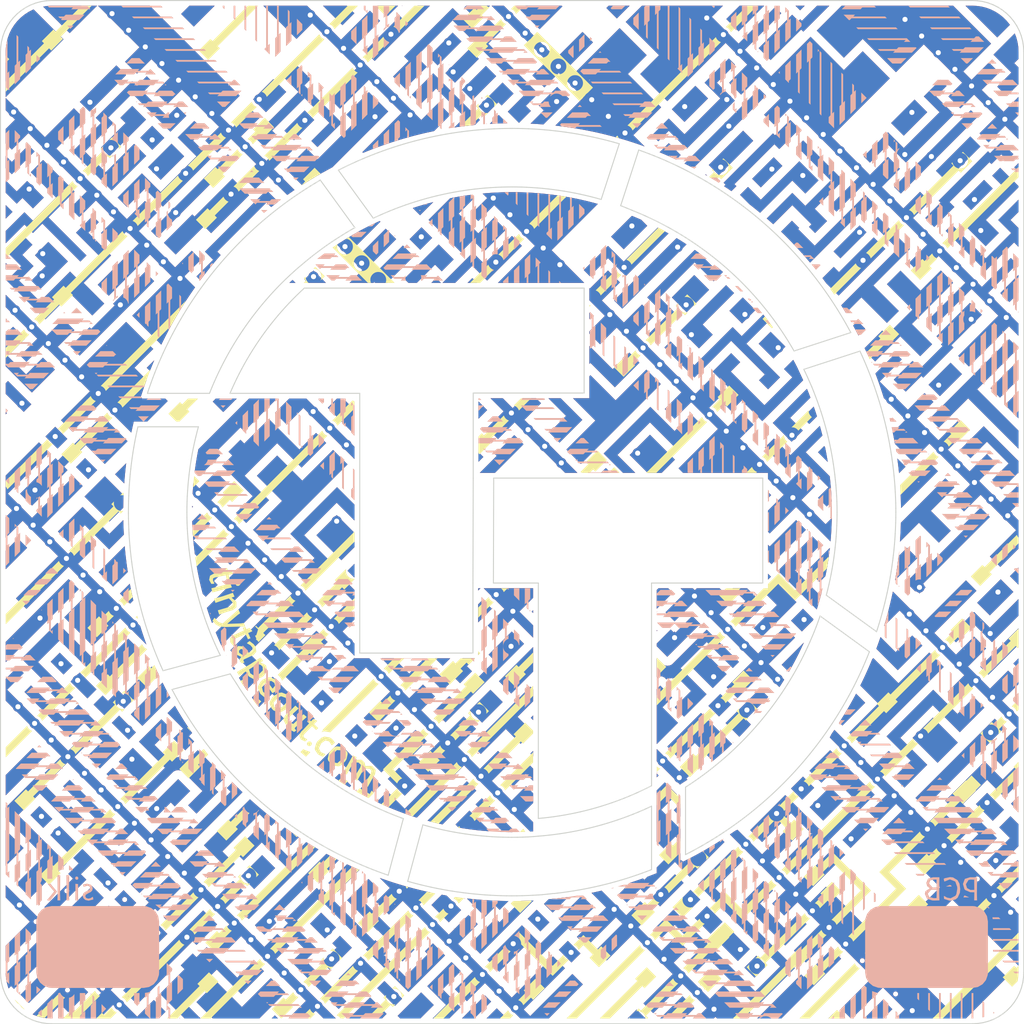
<source format=kicad_pcb>
(kicad_pcb (version 20240108) (generator "pcbnew") (generator_version "8.0")
  (layers (0 "F.Cu" signal) (31 "B.Cu" signal) (34 "B.Paste" user) (35 "F.Paste" user) (36 "B.SilkS" user "B.Silkscreen") (37 "F.SilkS" user "F.Silkscreen") (38 "B.Mask" user) (39 "F.Mask" user) (44 "Edge.Cuts" user))
  (net 0 "")
  (net 1 "GND")
  (gr_poly (pts (xy 52.052048 58.37775) (xy 50.707043 59.722744) (xy 52.052048 61.067741) (xy 52.052048 62.269733) (xy 50.106049 60.323746) (xy 48.480045 61.949738) (xy 47.614044 61.08374) (xy 49.240044 59.457748) (xy 47.224045 57.440758) (xy 52.052048 57.440758)) (stroke (width -0.000001)) (fill solid) (layer "F.Cu") (net 1))
  (gr_poly (pts (xy 49.505047 11.992949) (xy 49.383045 11.993949) (xy 49.301044 11.99595) (xy 49.299042 11.99595) (xy 48.760048 12.008949) (xy 48.474045 12.019949) (xy 48.310047 12.026949) (xy 48.261047 12.028949) (xy 48.226044 12.029949) (xy 48.029041 12.040949) (xy 47.820045 12.051949) (xy 48.692043 11.179953)) (stroke (width -0.000001)) (fill solid) (layer "F.Cu") (net 1))
  (gr_poly (pts (xy 99.490097 62.946732) (xy 96.54509 65.891716) (xy 95.750084 65.096718) (xy 99.490097 61.35574)) (stroke (width -0.000001)) (fill solid) (layer "F.Cu") (net 1))
  (gr_poly (pts (xy 9.801009 65.060722) (xy 12.488011 62.373734) (xy 13.849012 63.735729) (xy 11.51601 66.068718) (xy 11.604011 66.156715) (xy 10.508009 67.252716) (xy 5.788005 62.532734) (xy 3.667003 64.654724) (xy 7.114007 68.101707) (xy 6.230006 68.98571) (xy 4.940004 67.694717) (xy 5.187005 67.447716) (xy 2.058002 64.318726) (xy 5.558005 60.818741)) (stroke (width -0.000001)) (fill solid) (layer "F.Cu") (net 1))
  (gr_poly (pts (xy 18.817017 49.469791) (xy 18.729017 49.557789) (xy 18.729017 49.49979) (xy 18.732018 49.384789)) (stroke (width -0.000001)) (fill solid) (layer "F.Cu") (net 1))
  (gr_poly (pts (xy 80.13707 41.803822) (xy 80.139069 41.811825) (xy 80.273079 42.315823) (xy 80.30307 42.427818) (xy 80.306076 42.439819) (xy 80.324074 42.515816) (xy 78.691078 44.148811) (xy 81.037071 46.494801) (xy 81.080078 46.879799) (xy 81.131073 47.405796) (xy 81.132072 47.405796) (xy 81.172073 47.916794) (xy 81.17308 47.924797) (xy 81.204079 48.434795) (xy 81.227074 48.963791) (xy 81.227074 48.96579) (xy 80.741074 49.45179) (xy 79.893074 48.602791) (xy 80.918068 47.577797) (xy 78.090073 44.749809) (xy 76.923073 45.915802) (xy 74.696068 43.688816) (xy 75.58007 42.804817) (xy 77.20607 44.431808) (xy 80.070076 41.566826)) (stroke (width -0.000001)) (fill solid) (layer "F.Cu") (net 1))
  (gr_poly (pts (xy 22.95302 65.27372) (xy 22.811022 65.415726) (xy 22.68502 65.212723) (xy 22.67902 65.214722) (xy 22.548021 64.979721) (xy 22.54402 64.971725)) (stroke (width -0.000001)) (fill solid) (layer "F.Cu") (net 1))
  (gr_poly (pts (xy 30.661028 11.67495) (xy 28.681026 13.654943) (xy 27.744026 12.717946) (xy 29.724028 10.737954)) (stroke (width -0.000001)) (fill solid) (layer "F.Cu") (net 1))
  (gr_poly (pts (xy 60.536057 27.548882) (xy 58.768055 29.316875) (xy 60.925056 31.473867) (xy 62.693058 29.705875) (xy 63.859058 30.872869) (xy 62.092056 32.640862) (xy 67.907059 38.455833) (xy 69.251068 37.112843) (xy 70.594063 38.455833) (xy 69.251068 39.799831) (xy 71.089066 41.637821) (xy 72.433067 40.29483) (xy 73.600067 41.461823) (xy 72.256065 42.804817) (xy 76.782066 47.330795) (xy 78.125069 45.986805) (xy 79.610077 47.471798) (xy 78.267067 48.815792) (xy 80.635078 51.183784) (xy 81.241074 50.578785) (xy 81.237076 50.784786) (xy 81.219078 51.313782) (xy 81.22007 51.313782) (xy 81.194069 51.824779) (xy 81.159073 52.352776) (xy 81.117073 52.862774) (xy 81.116074 52.867779) (xy 77.754066 49.504787) (xy 75.173073 52.085781) (xy 75.003067 51.915779) (xy 75.003067 49.851788) (xy 76.552063 48.302795) (xy 75.003067 46.753803) (xy 75.003067 46.164803) (xy 74.41407 46.164803) (xy 74.395065 46.145805) (xy 74.376068 46.164803) (xy 66.706062 46.164803) (xy 66.263062 45.721806) (xy 70.117065 41.867825) (xy 67.50106 39.251835) (xy 65.875061 40.877827) (xy 64.920059 39.923828) (xy 66.546059 38.296837) (xy 60.218056 31.968864) (xy 58.591053 33.594856) (xy 57.54805 32.551861) (xy 57.54805 32.339863) (xy 59.069054 30.819868) (xy 57.54805 29.298876) (xy 57.54805 28.09688) (xy 57.601051 28.149881) (xy 59.369057 26.382889)) (stroke (width -0.000001)) (fill solid) (layer "F.Cu") (net 1))
  (gr_poly (pts (xy 68.385056 60.924744) (xy 65.167061 64.141731) (xy 64.136055 63.10973) (xy 64.136055 62.839733) (xy 65.503059 61.47274) (xy 65.786064 61.755741) (xy 65.875061 61.66674) (xy 65.981056 61.772736) (xy 67.607063 60.146744)) (stroke (width -0.000001)) (fill solid) (layer "F.Cu") (net 1))
  (gr_poly (pts (xy 34.597031 40.006828) (xy 34.597031 42.41082) (xy 31.986029 39.799831) (xy 32.885029 38.901836) (xy 33.493031 38.901836)) (stroke (width -0.000001)) (fill solid) (layer "F.Cu") (net 1))
  (gr_poly (pts (xy 39.252037 0.537998) (xy 39.224037 0.509998) (xy 39.280037 0.509998)) (stroke (width -0.000001)) (fill solid) (layer "F.Cu") (net 1))
  (gr_poly (pts (xy 78.423065 62.950733) (xy 78.420074 62.956734) (xy 78.416077 62.965733) (xy 78.40007 62.997734) (xy 78.242073 63.335732) (xy 78.019073 63.798729) (xy 78.015076 63.806728) (xy 77.785072 64.263725) (xy 77.781067 64.270729) (xy 77.544067 64.722725) (xy 77.543076 64.722725) (xy 77.291069 65.180725) (xy 77.041069 65.62072) (xy 76.340073 64.919724) (xy 78.517067 62.742737)) (stroke (width -0.000001)) (fill solid) (layer "F.Cu") (net 1))
  (gr_poly (pts (xy 79.522072 76.940674) (xy 78.355072 78.106674) (xy 77.259071 77.010674) (xy 78.426071 75.844681)) (stroke (width -0.000001)) (fill solid) (layer "F.Cu") (net 1))
  (gr_poly (pts (xy 2.253002 82.826653) (xy 0.51 84.569641) (xy 0.51 81.084656)) (stroke (width -0.000001)) (fill solid) (layer "F.Cu") (net 1))
  (gr_poly (pts (xy 46.853043 11.67495) (xy 46.36504 12.162948) (xy 46.17104 12.180948) (xy 45.638042 12.237948) (xy 45.106041 12.302948) (xy 44.574039 12.374948) (xy 44.352039 12.407948) (xy 45.368042 11.391952) (xy 42.575039 8.598964) (xy 41.090038 10.083957) (xy 40.207035 9.199961) (xy 42.293041 7.11397)) (stroke (width -0.000001)) (fill solid) (layer "F.Cu") (net 1))
  (gr_poly (pts (xy 66.476059 15.103935) (xy 66.035057 15.544934) (xy 65.614059 15.348935) (xy 65.123062 15.130936) (xy 64.629059 14.920937) (xy 64.414063 14.832937) (xy 65.309059 13.937941)) (stroke (width -0.000001)) (fill solid) (layer "F.Cu") (net 1))
  (gr_poly (pts (xy 90.093086 63.045734) (xy 87.689079 65.449722) (xy 85.593079 63.354729) (xy 85.677078 63.132732) (xy 85.858078 62.627735) (xy 86.002075 62.207733) (xy 87.477074 63.682728) (xy 89.103081 62.055737)) (stroke (width -0.000001)) (fill solid) (layer "F.Cu") (net 1))
  (gr_poly (pts (xy 42.346039 98.171585) (xy 41.027035 99.489578) (xy 39.068035 99.489578) (xy 38.810036 99.231575) (xy 41.10804 96.933586)) (stroke (width -0.000001)) (fill solid) (layer "F.Cu") (net 1))
  (gr_poly (pts (xy 24.532022 78.202667) (xy 24.933023 78.559662) (xy 25.338024 78.910667) (xy 25.748024 79.255661) (xy 26.162024 79.596664) (xy 26.582024 79.929665) (xy 26.937025 80.204659) (xy 26.471025 80.670662) (xy 25.322023 79.52166) (xy 21.680021 83.162643) (xy 22.900021 84.382645) (xy 20.885019 86.397636) (xy 20.160019 85.673637) (xy 21.574018 84.258644) (xy 19.877018 82.561646) (xy 24.378023 78.061668)) (stroke (width -0.000001)) (fill solid) (layer "F.Cu") (net 1))
  (gr_poly (pts (xy 60.235054 1.757993) (xy 59.210052 0.731997) (xy 59.432053 0.509998) (xy 61.483059 0.509998)) (stroke (width -0.000001)) (fill solid) (layer "F.Cu") (net 1))
  (gr_poly (pts (xy 27.128025 19.667915) (xy 26.970026 19.786915) (xy 26.547024 20.115913) (xy 26.451025 20.192915) (xy 25.994022 19.735916) (xy 21.185019 24.543896) (xy 21.51602 24.874893) (xy 21.49102 24.903894) (xy 21.139019 25.307892) (xy 20.794018 25.718891) (xy 20.45402 26.132889) (xy 20.119019 26.552887) (xy 19.791019 26.976885) (xy 19.521017 27.334883) (xy 19.152018 26.965885) (xy 20.77902 25.339893) (xy 19.983019 24.543896) (xy 25.994022 18.53392)) (stroke (width -0.000001)) (fill solid) (layer "F.Cu") (net 1))
  (gr_poly (pts (xy 33.872032 84.424637) (xy 34.358032 84.649643) (xy 34.84903 84.866638) (xy 35.080032 84.965645) (xy 32.923031 87.122635) (xy 32.039028 86.238632) (xy 33.860031 84.41864)) (stroke (width -0.000001)) (fill solid) (layer "F.Cu") (net 1))
  (gr_poly (pts (xy 64.195053 61.578739) (xy 64.136055 61.637741) (xy 64.136055 61.519741)) (stroke (width -0.000001)) (fill solid) (layer "F.Cu") (net 1))
  (gr_poly (pts (xy 65.875061 42.079823) (xy 67.50106 40.453827) (xy 68.509064 41.461823) (xy 66.104057 43.86581) (xy 63.470058 41.231823) (xy 60.288055 44.413811) (xy 62.039055 46.164803) (xy 60.838055 46.164803) (xy 58.945053 44.271812) (xy 63.506058 39.71183)) (stroke (width -0.000001)) (fill solid) (layer "F.Cu") (net 1))
  (gr_poly (pts (xy 3.331003 14.750937) (xy 1.104001 16.977928) (xy 0.51 16.38393) (xy 0.51 15.181935) (xy 1.104001 15.775933) (xy 2.730002 14.14994)) (stroke (width -0.000001)) (fill solid) (layer "F.Cu") (net 1))
  (gr_poly (pts (xy 41.002037 20.990911) (xy 40.292034 20.280914) (xy 40.765038 20.129915) (xy 40.773037 20.127914) (xy 41.265038 19.978914) (xy 41.272038 19.976915) (xy 41.764038 19.836916) (xy 41.77404 19.833916) (xy 42.268036 19.703917) (xy 42.29604 19.696917)) (stroke (width -0.000001)) (fill solid) (layer "F.Cu") (net 1))
  (gr_poly (pts (xy 6.637006 79.008667) (xy 6.884006 78.761673) (xy 8.175007 80.051659) (xy 7.291007 80.935654) (xy 3.844003 77.48867) (xy 1.722002 79.609665) (xy 6.442006 84.329643) (xy 5.346005 85.425636) (xy 5.258005 85.337639) (xy 2.924003 87.670631) (xy 1.563001 86.309631) (xy 4.250004 83.622643) (xy 0.51 79.88166) (xy 0.51 78.87767) (xy 3.508003 75.879677)) (stroke (width -0.000001)) (fill solid) (layer "F.Cu") (net 1))
  (gr_poly (pts (xy 9.165009 84.082649) (xy 7.856007 85.39064) (xy 8.387008 85.920631) (xy 4.993004 89.314621) (xy 4.286004 88.60762) (xy 5.902004 86.991631) (xy 6.228005 86.991631) (xy 6.228005 87.041634) (xy 6.238006 87.091629) (xy 6.248006 87.111626) (xy 6.258006 87.136627) (xy 6.268006 87.156624) (xy 6.283006 87.176628) (xy 6.303006 87.191628) (xy 6.318006 87.211632) (xy 6.338006 87.226631) (xy 6.358006 87.236626) (xy 6.383006 87.246635) (xy 6.403006 87.25663) (xy 6.453006 87.266632) (xy 6.503006 87.266632) (xy 6.553006 87.25663) (xy 6.573006 87.246635) (xy 6.598006 87.236626) (xy 6.618006 87.226631) (xy 6.638006 87.211632) (xy 6.653006 87.191628) (xy 6.673006 87.176628) (xy 6.688006 87.156624) (xy 6.698006 87.136627) (xy 6.708006 87.111626) (xy 6.718006 87.091629) (xy 6.728006 87.041634) (xy 6.728006 86.991631) (xy 6.718006 86.941628) (xy 6.708006 86.921631) (xy 6.698006 86.896629) (xy 6.688006 86.876633) (xy 6.673006 86.856628) (xy 6.653006 86.841637) (xy 6.638006 86.821632) (xy 6.618006 86.806633) (xy 6.598006 86.796631) (xy 6.573006 86.786629) (xy 6.553006 86.776634) (xy 6.503006 86.766632) (xy 6.453006 86.766632) (xy 6.403006 86.776634) (xy 6.383006 86.786629) (xy 6.358006 86.796631) (xy 6.338006 86.806633) (xy 6.318006 86.821632) (xy 6.303006 86.841637) (xy 6.283006 86.856628) (xy 6.268006 86.876633) (xy 6.258006 86.896629) (xy 6.248006 86.921631) (xy 6.238006 86.941628) (xy 6.228005 86.991631) (xy 5.902004 86.991631) (xy 7.079006 85.814636) (xy 6.619006 85.354637) (xy 7.644007 84.329643) (xy 7.114007 83.799644) (xy 7.998007 82.915649)) (stroke (width -0.000001)) (fill solid) (layer "F.Cu") (net 1))
  (gr_poly (pts (xy 92.462082 8.350965) (xy 91.436081 9.376961) (xy 93.187088 11.126953) (xy 88.484077 15.828933) (xy 86.734085 14.07894) (xy 84.96608 15.846932) (xy 84.365074 15.245935) (xy 86.734085 12.876945) (xy 88.272079 14.414939) (xy 91.772079 10.914953) (xy 90.234077 9.376961) (xy 91.861084 7.749967)) (stroke (width -0.000001)) (fill solid) (layer "F.Cu") (net 1))
  (gr_poly (pts (xy 9.447008 45.898808) (xy 8.564008 46.782803) (xy 7.379006 45.597809) (xy 8.263007 44.71381)) (stroke (width -0.000001)) (fill solid) (layer "F.Cu") (net 1))
  (gr_poly (pts (xy 0.626001 40.329826) (xy 0.51 40.445827) (xy 0.51 40.213829)) (stroke (width -0.000001)) (fill solid) (layer "F.Cu") (net 1))
  (gr_poly (pts (xy 31.958029 83.457642) (xy 32.43103 83.708649) (xy 32.907028 83.953644) (xy 33.051029 84.025642) (xy 31.191029 85.885635) (xy 30.873028 85.566643) (xy 26.665024 89.77462) (xy 26.878025 89.986618) (xy 26.842026 90.021614) (xy 26.948025 90.127617) (xy 25.782022 91.294609) (xy 24.862022 90.375618) (xy 31.843027 83.394646)) (stroke (width -0.000001)) (fill solid) (layer "F.Cu") (net 1))
  (gr_poly (pts (xy 33.277031 3.825984) (xy 36.105034 0.997996) (xy 37.095032 1.986992) (xy 34.267033 4.815979) (xy 41.126038 11.67495) (xy 42.78804 10.012958) (xy 43.954041 11.179953) (xy 42.37804 12.756946) (xy 41.93504 12.850945) (xy 41.412037 12.967945) (xy 40.890038 13.092944) (xy 40.370037 13.225945) (xy 39.852036 13.364943) (xy 39.335037 13.512942) (xy 38.823036 13.666942) (xy 38.311035 13.828941) (xy 37.802036 13.996941) (xy 37.295033 14.17394) (xy 36.791035 14.356939) (xy 36.289032 14.547938) (xy 35.791035 14.744938) (xy 35.434032 14.891937) (xy 35.363033 14.820937) (xy 39.217037 10.967954) (xy 35.999031 7.749967) (xy 33.171028 10.578956) (xy 32.004028 9.411961) (xy 34.833031 6.583972) (xy 30.466026 2.21699) (xy 28.928028 3.754984) (xy 25.683023 0.509998) (xy 29.961027 0.509998)) (stroke (width -0.000001)) (fill solid) (layer "F.Cu") (net 1))
  (gr_poly (pts (xy 5.063005 79.980659) (xy 4.179004 80.864655) (xy 2.924003 79.609665) (xy 3.808004 78.725662)) (stroke (width -0.000001)) (fill solid) (layer "F.Cu") (net 1))
  (gr_poly (pts (xy 66.302063 23.3589) (xy 66.311058 23.363901) (xy 66.743057 23.635899) (xy 67.046059 23.8319) (xy 60.766056 30.112873) (xy 59.970055 29.316875) (xy 66.069061 23.218903)) (stroke (width -0.000001)) (fill solid) (layer "F.Cu") (net 1))
  (gr_poly (pts (xy 79.946068 17.578924) (xy 78.656075 18.869921) (xy 77.383072 17.596924) (xy 74.23307 20.746912) (xy 74.225067 20.740911) (xy 73.809067 20.401913) (xy 73.390068 20.067915) (xy 73.207069 19.925915) (xy 72.274063 18.992918) (xy 73.052071 18.215923) (xy 74.307068 19.470917) (xy 78.072075 15.704933)) (stroke (width -0.000001)) (fill solid) (layer "F.Cu") (net 1))
  (gr_poly (pts (xy 50.177048 81.112656) (xy 50.019047 81.27066) (xy 49.968048 81.27066) (xy 49.697044 81.268654) (xy 49.629047 81.268654) (xy 49.557045 81.266655) (xy 49.173046 81.259651) (xy 49.001045 81.254654) (xy 48.839046 81.248657) (xy 48.975044 81.112656) (xy 46.429043 78.566666) (xy 47.030045 77.965668)) (stroke (width -0.000001)) (fill solid) (layer "F.Cu") (net 1))
  (gr_poly (pts (xy 26.948025 57.671757) (xy 21.58602 63.033733) (xy 21.409019 62.642735) (xy 21.198019 62.157738) (xy 21.03002 61.75174) (xy 26.029024 56.752758)) (stroke (width -0.000001)) (fill solid) (layer "F.Cu") (net 1))
  (gr_poly (pts (xy 34.597031 43.612816) (xy 34.597031 44.813808) (xy 29.600027 39.817833) (xy 27.974026 41.443821) (xy 26.825026 40.29483) (xy 28.218025 38.901836) (xy 29.886028 38.901836)) (stroke (width -0.000001)) (fill solid) (layer "F.Cu") (net 1))
  (gr_poly (pts (xy 91.613083 46.004803) (xy 88.00808 49.609787) (xy 88.004082 49.410789) (xy 88.003075 49.309792) (xy 88.000084 49.203789) (xy 87.998077 49.08379) (xy 87.99308 48.915794) (xy 87.989075 48.776791) (xy 87.985077 48.665794) (xy 87.981087 48.544792) (xy 87.974083 48.430794) (xy 87.975082 48.430794) (xy 87.970078 48.303795) (xy 89.775078 46.499805) (xy 89.315079 46.039803) (xy 90.482086 44.872807)) (stroke (width -0.000001)) (fill solid) (layer "F.Cu") (net 1))
  (gr_poly (pts (xy 50.955048 23.977898) (xy 47.560043 27.372883) (xy 46.111042 25.92289) (xy 44.436043 27.597881) (xy 43.19804 27.597881) (xy 46.16404 24.632895) (xy 47.260044 25.728891) (xy 49.982044 23.005903)) (stroke (width -0.000001)) (fill solid) (layer "F.Cu") (net 1))
  (gr_poly (pts (xy 99.490097 65.30072) (xy 98.985085 64.795723) (xy 99.490097 64.290726)) (stroke (width -0.000001)) (fill solid) (layer "F.Cu") (net 1))
  (gr_poly (pts (xy 52.052048 67.325714) (xy 52.052048 68.488708) (xy 50.530045 70.010704) (xy 51.998047 71.477699) (xy 50.831047 72.644691) (xy 49.381042 71.195702) (xy 46.942039 73.634689) (xy 46.076042 72.768692) (xy 51.785046 67.058716)) (stroke (width -0.000001)) (fill solid) (layer "F.Cu") (net 1))
  (gr_poly (pts (xy 59.829052 36.034847) (xy 61.455055 34.407856) (xy 62.445057 35.39785) (xy 60.041054 37.801842) (xy 57.654053 35.415848) (xy 57.54805 35.521851) (xy 57.54805 33.753857)) (stroke (width -0.000001)) (fill solid) (layer "F.Cu") (net 1))
  (gr_poly (pts (xy 99.490097 60.118744) (xy 96.899086 62.709736) (xy 95.149086 60.95974) (xy 93.381088 62.727734) (xy 92.78009 62.126736) (xy 95.149086 59.757748) (xy 96.687088 61.295738) (xy 99.490097 58.492752)) (stroke (width -0.000001)) (fill solid) (layer "F.Cu") (net 1))
  (gr_poly (pts (xy 80.158073 53.18177) (xy 77.648071 55.691765) (xy 80.017075 58.060753) (xy 80.256073 57.821754) (xy 80.184074 58.101753) (xy 80.078072 58.48875) (xy 79.930077 58.99675) (xy 79.931076 58.99675) (xy 79.780075 59.486748) (xy 79.779076 59.486748) (xy 79.771072 59.512749) (xy 75.986069 55.727764) (xy 79.34507 52.368778)) (stroke (width -0.000001)) (fill solid) (layer "F.Cu") (net 1))
  (gr_poly (pts (xy 9.607009 21.662909) (xy 8.581007 22.687904) (xy 10.80901 24.914894) (xy 8.122007 27.601883) (xy 10.137009 29.617874) (xy 8.970008 30.783869) (xy 6.884006 28.697878) (xy 6.265006 29.316875) (xy 6.248006 29.298876) (xy 4.392004 31.155867) (xy 0.609001 27.372883) (xy 2.023002 25.95789) (xy 0.750001 24.685896) (xy 2.341002 23.0949) (xy 3.119003 23.871899) (xy 2.129002 24.861893) (xy 3.225003 25.95789) (xy 1.811002 27.372883) (xy 3.861003 29.422876) (xy 6.796006 26.488888) (xy 7.414007 27.106886) (xy 9.607009 24.914894) (xy 7.379006 22.687904) (xy 9.005009 21.061911)) (stroke (width -0.000001)) (fill solid) (layer "F.Cu") (net 1))
  (gr_poly (pts (xy 37.838036 1.527994) (xy 36.820034 0.509998) (xy 38.856037 0.509998)) (stroke (width -0.000001)) (fill solid) (layer "F.Cu") (net 1))
  (gr_poly (pts (xy 21.16802 90.286621) (xy 19.152018 92.302605) (xy 18.781017 91.930611) (xy 16.412016 94.299599) (xy 16.784016 94.670601) (xy 13.354012 98.100578) (xy 11.993011 96.739594) (xy 17.215019 91.517609) (xy 17.966017 91.517609) (xy 17.966017 91.567612) (xy 17.976015 91.617607) (xy 17.986015 91.637611) (xy 17.996016 91.662613) (xy 18.006016 91.68261) (xy 18.021017 91.702606) (xy 18.041018 91.717613) (xy 18.056017 91.73761) (xy 18.076017 91.752609) (xy 18.096016 91.762611) (xy 18.121016 91.772606) (xy 18.141016 91.782608) (xy 18.191015 91.79261) (xy 18.241016 91.79261) (xy 18.291018 91.782608) (xy 18.311016 91.772606) (xy 18.336016 91.762611) (xy 18.356016 91.752609) (xy 18.376017 91.73761) (xy 18.391018 91.717613) (xy 18.411016 91.702606) (xy 18.426016 91.68261) (xy 18.436016 91.662613) (xy 18.446016 91.637611) (xy 18.456017 91.617607) (xy 18.466017 91.567612) (xy 18.466017 91.517609) (xy 18.456017 91.467613) (xy 18.446016 91.447609) (xy 18.436016 91.422615) (xy 18.426016 91.402611) (xy 18.411016 91.382614) (xy 18.391018 91.367607) (xy 18.376017 91.34761) (xy 18.356016 91.332611) (xy 18.336016 91.322609) (xy 18.311016 91.312614) (xy 18.291018 91.302612) (xy 18.241016 91.292618) (xy 18.191015 91.292618) (xy 18.141016 91.302612) (xy 18.121016 91.312614) (xy 18.096016 91.322609) (xy 18.076017 91.332611) (xy 18.056017 91.34761) (xy 18.041018 91.367607) (xy 18.021017 91.382614) (xy 18.006016 91.402611) (xy 17.996016 91.422615) (xy 17.986015 91.447609) (xy 17.976015 91.467613) (xy 17.966017 91.517609) (xy 17.215019 91.517609) (xy 19.807018 88.925621)) (stroke (width -0.000001)) (fill solid) (layer "F.Cu") (net 1))
  (gr_poly (pts (xy 73.228065 92.708603) (xy 72.062065 93.875603) (xy 70.02906 91.842613) (xy 71.19606 90.675613)) (stroke (width -0.000001)) (fill solid) (layer "F.Cu") (net 1))
  (gr_poly (pts (xy 85.426079 77.612671) (xy 77.613075 85.425636) (xy 76.446075 84.258644) (xy 79.274071 81.430649) (xy 77.259071 79.415657) (xy 74.431068 82.243652) (xy 73.264061 81.076653) (xy 76.693069 77.647675) (xy 80.406067 81.35965) (xy 83.588081 78.177666) (xy 81.042076 75.632675) (xy 80.229073 76.445679) (xy 79.062073 75.278679) (xy 81.077072 73.263687)) (stroke (width -0.000001)) (fill solid) (layer "F.Cu") (net 1))
  (gr_poly (pts (xy 28.835026 27.597881) (xy 28.228025 27.597881) (xy 28.272026 27.554884) (xy 28.540026 27.302885)) (stroke (width -0.000001)) (fill solid) (layer "F.Cu") (net 1))
  (gr_poly (pts (xy 39.252037 97.552582) (xy 38.545036 98.259583) (xy 36.812031 96.527588) (xy 37.520035 95.820595)) (stroke (width -0.000001)) (fill solid) (layer "F.Cu") (net 1))
  (gr_poly (pts (xy 42.186039 23.200903) (xy 41.020039 24.366896) (xy 39.977036 23.3239) (xy 41.143036 22.157906)) (stroke (width -0.000001)) (fill solid) (layer "F.Cu") (net 1))
  (gr_poly (pts (xy 28.292027 83.834648) (xy 29.881027 82.245651) (xy 30.100027 82.382652) (xy 30.558027 82.661652) (xy 31.021029 82.932655) (xy 31.073029 82.962646) (xy 24.261023 89.77462) (xy 23.342022 88.855629) (xy 24.509022 87.688629) (xy 24.827023 88.006622) (xy 28.044025 84.789635) (xy 25.534021 82.278656) (xy 23.766022 84.046638) (xy 22.882021 83.162643) (xy 25.251022 80.794662)) (stroke (width -0.000001)) (fill solid) (layer "F.Cu") (net 1))
  (gr_poly (pts (xy 14.999014 35.219849) (xy 14.794013 35.715851) (xy 14.600014 36.201847) (xy 14.291013 35.892849) (xy 15.025014 35.158852)) (stroke (width -0.000001)) (fill solid) (layer "F.Cu") (net 1))
  (gr_poly (pts (xy 57.86705 30.819868) (xy 57.54805 31.138868) (xy 57.54805 30.50087)) (stroke (width -0.000001)) (fill solid) (layer "F.Cu") (net 1))
  (gr_poly (pts (xy 7.043006 64.990723) (xy 6.159006 65.874718) (xy 4.904005 64.618729) (xy 5.788005 63.735729)) (stroke (width -0.000001)) (fill solid) (layer "F.Cu") (net 1))
  (gr_poly (pts (xy 71.779068 6.264973) (xy 70.011063 8.032966) (xy 71.761063 9.782959) (xy 67.059059 14.485939) (xy 65.309059 12.734945) (xy 64.284058 13.760942) (xy 63.683056 13.159944) (xy 65.309059 11.53295) (xy 66.847061 13.070944) (xy 70.347069 9.570959) (xy 68.809067 8.032966) (xy 71.178062 5.663976)) (stroke (width -0.000001)) (fill solid) (layer "F.Cu") (net 1))
  (gr_poly (pts (xy 84.50708 32.074863) (xy 83.845078 32.736862) (xy 83.630074 32.323864) (xy 83.377075 31.851866) (xy 83.330078 31.766867) (xy 83.764076 31.331867)) (stroke (width -0.000001)) (fill solid) (layer "F.Cu") (net 1))
  (gr_poly (pts (xy 74.802071 9.28796) (xy 67.71006 16.37993) (xy 67.541061 16.28993) (xy 67.064056 16.044931) (xy 66.845062 15.936933) (xy 74.148071 8.633964)) (stroke (width -0.000001)) (fill solid) (layer "F.Cu") (net 1))
  (gr_poly (pts (xy 20.478018 51.130783) (xy 18.852018 52.757774) (xy 21.83902 55.744762) (xy 20.850018 56.73476) (xy 21.221018 57.105759) (xy 20.054018 58.272751) (xy 19.767017 57.985756) (xy 19.699018 57.730755) (xy 19.697018 57.723755) (xy 19.697018 57.722752) (xy 19.574018 57.225754) (xy 19.572018 57.217758) (xy 19.457018 56.718758) (xy 19.456018 56.71476) (xy 19.455017 56.709759) (xy 19.349018 56.209759) (xy 19.248016 55.690765) (xy 19.168016 55.233765) (xy 19.647017 54.754765) (xy 18.995018 54.102772) (xy 18.937017 53.64077) (xy 18.936018 53.63377) (xy 18.936018 53.631771) (xy 18.881018 53.122776) (xy 18.880018 53.113773) (xy 18.834019 52.603775) (xy 18.794018 52.075779) (xy 18.793018 52.075779) (xy 18.764017 51.565781) (xy 18.742018 51.036785) (xy 18.738016 50.890781) (xy 19.488018 50.140789)) (stroke (width -0.000001)) (fill solid) (layer "F.Cu") (net 1))
  (gr_poly (pts (xy 15.377014 65.687721) (xy 15.402015 65.743721) (xy 15.450014 65.846718) (xy 12.09901 69.197701) (xy 11.56901 68.667709) (xy 10.261009 69.9757) (xy 9.094008 68.808708) (xy 9.978009 67.924713) (xy 10.508009 68.454712) (xy 11.53301 67.429718) (xy 11.993011 67.889717) (xy 14.786014 65.096718)) (stroke (width -0.000001)) (fill solid) (layer "F.Cu") (net 1))
  (gr_poly (pts (xy 75.491066 86.981628) (xy 74.218071 88.253632) (xy 76.587067 90.622612) (xy 77.860069 89.349617) (xy 78.779068 90.269615) (xy 76.693069 92.355606) (xy 72.486069 88.147629) (xy 74.572067 86.061638)) (stroke (width -0.000001)) (fill solid) (layer "F.Cu") (net 1))
  (gr_poly (pts (xy 86.964081 41.036827) (xy 86.939079 41.061825) (xy 86.92308 40.995823)) (stroke (width -0.000001)) (fill solid) (layer "F.Cu") (net 1))
  (gr_poly (pts (xy 96.970085 18.374922) (xy 94.866089 20.477913) (xy 94.017082 19.629917) (xy 96.121094 17.525927)) (stroke (width -0.000001)) (fill solid) (layer "F.Cu") (net 1))
  (gr_poly (pts (xy 67.854057 57.636757) (xy 68.050064 57.440758) (xy 70.27507 57.440758) (xy 71.531059 58.696751) (xy 70.223068 60.005745) (xy 74.042068 63.82373) (xy 76.62307 61.242737) (xy 77.648071 62.267735) (xy 75.06707 64.848724) (xy 76.591072 66.372719) (xy 76.49807 66.52372) (xy 76.49707 66.52372) (xy 76.212067 66.969711) (xy 76.12207 67.10672) (xy 74.607071 65.591721) (xy 72.02607 68.172707) (xy 70.966064 67.111717) (xy 73.547066 64.530731) (xy 67.784065 58.767754) (xy 65.875061 60.676743) (xy 64.991058 59.792747) (xy 66.900063 57.883755) (xy 66.457062 57.440758) (xy 67.658058 57.440758)) (stroke (width -0.000001)) (fill solid) (layer "F.Cu") (net 1))
  (gr_poly (pts (xy 88.078079 35.079849) (xy 85.921074 37.236839) (xy 88.679077 39.993832) (xy 90.305084 38.367836) (xy 91.171089 39.23383) (xy 89.545082 40.860828) (xy 91.666084 42.981819) (xy 93.522087 41.125828) (xy 94.442085 42.044823) (xy 92.586082 43.900814) (xy 94.707085 46.022804) (xy 96.404091 44.32481) (xy 97.32309 45.244808) (xy 95.626083 46.941799) (xy 97.747086 49.062794) (xy 99.444092 47.365799) (xy 99.490097 47.4118) (xy 99.490097 49.158791) (xy 98.667091 49.981785) (xy 99.490097 50.805782) (xy 99.490097 53.57777) (xy 97.71209 55.355762) (xy 96.687088 54.330769) (xy 99.250092 51.76778) (xy 95.785088 48.302795) (xy 94.159088 49.928791) (xy 93.151085 48.921795) (xy 94.778084 47.294796) (xy 90.782082 43.299816) (xy 89.085075 44.996807) (xy 87.415085 43.326813) (xy 87.34008 42.915817) (xy 87.237083 42.38982) (xy 87.200081 42.21582) (xy 88.449081 40.966824) (xy 86.329079 38.846836) (xy 86.301071 38.753834) (xy 86.138077 38.243835) (xy 85.969078 37.73484) (xy 85.791077 37.228844) (xy 85.607079 36.724842) (xy 85.503075 36.452843) (xy 87.477074 34.478851)) (stroke (width -0.000001)) (fill solid) (layer "F.Cu") (net 1))
  (gr_poly (pts (xy 98.083092 71.106697) (xy 90.34008 78.849663) (xy 89.421082 77.930672) (xy 97.164093 70.187698)) (stroke (width -0.000001)) (fill solid) (layer "F.Cu") (net 1))
  (gr_poly (pts (xy 99.490097 79.230667) (xy 98.755089 78.495667) (xy 99.490097 77.760674)) (stroke (width -0.000001)) (fill solid) (layer "F.Cu") (net 1))
  (gr_poly (pts (xy 34.597031 57.613758) (xy 34.597031 58.81575) (xy 33.41803 57.636757) (xy 32.004028 59.050751) (xy 31.40303 58.449753) (xy 33.41803 56.434757)) (stroke (width -0.000001)) (fill solid) (layer "F.Cu") (net 1))
  (gr_poly (pts (xy 99.490097 57.098755) (xy 98.649094 56.257759) (xy 99.490097 55.416767)) (stroke (width -0.000001)) (fill solid) (layer "F.Cu") (net 1))
  (gr_poly (pts (xy 28.274025 64.300728) (xy 27.178024 65.396721) (xy 25.534021 63.752731) (xy 25.559023 63.72773) (xy 26.239023 63.72773) (xy 26.239023 63.777729) (xy 26.249023 63.827732) (xy 26.259024 63.847729) (xy 26.269024 63.87273) (xy 26.279024 63.892731) (xy 26.294024 63.912731) (xy 26.314024 63.927727) (xy 26.329023 63.947727) (xy 26.349024 63.962727) (xy 26.369024 63.972729) (xy 26.394024 63.982727) (xy 26.414024 63.992729) (xy 26.464024 64.002731) (xy 26.514023 64.002731) (xy 26.564024 63.992729) (xy 26.584024 63.982727) (xy 26.609024 63.972729) (xy 26.629025 63.962727) (xy 26.649025 63.947727) (xy 26.664024 63.927727) (xy 26.684025 63.912731) (xy 26.699024 63.892731) (xy 26.709024 63.87273) (xy 26.719023 63.847729) (xy 26.729023 63.827732) (xy 26.739023 63.777729) (xy 26.739023 63.72773) (xy 26.729023 63.677731) (xy 26.719023 63.65773) (xy 26.709024 63.632729) (xy 26.699024 63.612728) (xy 26.684025 63.592731) (xy 26.664024 63.577728) (xy 26.649025 63.557728) (xy 26.629025 63.542732) (xy 26.609024 63.53273) (xy 26.584024 63.522732) (xy 26.564024 63.51273) (xy 26.514023 63.502731) (xy 26.464024 63.502731) (xy 26.414024 63.51273) (xy 26.394024 63.522732) (xy 26.369024 63.53273) (xy 26.349024 63.542732) (xy 26.329023 63.557728) (xy 26.314024 63.577728) (xy 26.294024 63.592731) (xy 26.279024 63.612728) (xy 26.269024 63.632729) (xy 26.259024 63.65773) (xy 26.249023 63.677731) (xy 26.239023 63.72773) (xy 25.559023 63.72773) (xy 26.630024 62.656734)) (stroke (width -0.000001)) (fill solid) (layer "F.Cu") (net 1))
  (gr_poly (pts (xy 47.189041 44.607807) (xy 46.709042 45.087811) (xy 46.709042 44.127811)) (stroke (width -0.000001)) (fill solid) (layer "F.Cu") (net 1))
  (gr_poly (pts (xy 78.709076 51.731781) (xy 75.350075 55.090763) (xy 75.003067 54.743771) (xy 75.003067 53.188774) (xy 75.173073 53.358772) (xy 77.754066 50.777786)) (stroke (width -0.000001)) (fill solid) (layer "F.Cu") (net 1))
  (gr_poly (pts (xy 12.223011 45.718807) (xy 12.168011 46.251804) (xy 12.121012 46.785801) (xy 12.090011 47.196796) (xy 11.198009 46.304802) (xy 12.282011 45.22081)) (stroke (width -0.000001)) (fill solid) (layer "F.Cu") (net 1))
  (gr_poly (pts (xy 43.21204 65.025726) (xy 42.472038 64.286728) (xy 43.951042 64.286728)) (stroke (width -0.000001)) (fill solid) (layer "F.Cu") (net 1))
  (gr_poly (pts (xy 65.698059 57.883755) (xy 64.136055 59.445747) (xy 64.136055 57.607754) (xy 64.303062 57.440758) (xy 65.255058 57.440758)) (stroke (width -0.000001)) (fill solid) (layer "F.Cu") (net 1))
  (gr_poly (pts (xy 87.158081 98.577576) (xy 86.247078 99.489578) (xy 84.408081 99.489578) (xy 86.239082 97.658585)) (stroke (width -0.000001)) (fill solid) (layer "F.Cu") (net 1))
  (gr_poly (pts (xy 15.861014 66.712715) (xy 16.101015 67.192711) (xy 16.348015 67.668716) (xy 16.601015 68.141708) (xy 16.608015 68.153709) (xy 13.867013 70.894699) (xy 12.735011 69.763702) (xy 15.837014 66.66172)) (stroke (width -0.000001)) (fill solid) (layer "F.Cu") (net 1))
  (gr_poly (pts (xy 55.568054 9.606959) (xy 53.06205 12.112949) (xy 52.680046 12.082949) (xy 52.144051 12.04995) (xy 51.799049 12.032948) (xy 53.094048 10.737954) (xy 52.599049 10.242957) (xy 54.40205 8.439964)) (stroke (width -0.000001)) (fill solid) (layer "F.Cu") (net 1))
  (gr_poly (pts (xy 66.334061 75.349678) (xy 67.89006 73.793686) (xy 68.579063 74.483681) (xy 67.024063 76.038673) (xy 67.134064 76.148674) (xy 67.107063 76.167671) (xy 66.438057 76.59967) (xy 66.438057 76.655678) (xy 64.136055 74.353683) (xy 64.136055 73.150688)) (stroke (width -0.000001)) (fill solid) (layer "F.Cu") (net 1))
  (gr_poly (pts (xy 46.500042 1.845992) (xy 45.333042 0.678997) (xy 45.502041 0.509998) (xy 47.836044 0.509998)) (stroke (width -0.000001)) (fill solid) (layer "F.Cu") (net 1))
  (gr_poly (pts (xy 45.690041 87.76963) (xy 46.223042 87.82663) (xy 46.757042 87.874634) (xy 47.292046 87.916626) (xy 47.828045 87.949623) (xy 48.364044 87.976624) (xy 48.899044 87.994621) (xy 49.435043 88.00563) (xy 49.646046 88.007622) (xy 48.780045 88.87262) (xy 48.409046 88.501625) (xy 47.366043 89.544617) (xy 45.577042 87.75563)) (stroke (width -0.000001)) (fill solid) (layer "F.Cu") (net 1))
  (gr_poly (pts (xy 69.076057 17.138927) (xy 68.951057 17.065928) (xy 68.872063 17.020927) (xy 68.915062 16.977928)) (stroke (width -0.000001)) (fill solid) (layer "F.Cu") (net 1))
  (gr_poly (pts (xy 7.397007 82.314651) (xy 6.513006 83.198647) (xy 4.869005 81.554649) (xy 5.046004 81.377655) (xy 5.028005 81.35965) (xy 5.629005 80.758659) (xy 5.647005 80.776657) (xy 5.753005 80.670662)) (stroke (width -0.000001)) (fill solid) (layer "F.Cu") (net 1))
  (gr_poly (pts (xy 46.583042 27.597881) (xy 45.638042 27.597881) (xy 46.111042 27.124886)) (stroke (width -0.000001)) (fill solid) (layer "F.Cu") (net 1))
  (gr_poly (pts (xy 27.118025 99.489578) (xy 26.496023 99.489578) (xy 26.807024 99.178581)) (stroke (width -0.000001)) (fill solid) (layer "F.Cu") (net 1))
  (gr_poly (pts (xy 17.127016 69.076706) (xy 17.401016 69.537704) (xy 17.681015 69.995697) (xy 17.966017 70.449699) (xy 18.258017 70.898697) (xy 18.557016 71.344696) (xy 18.725018 71.5877) (xy 18.410017 71.902695) (xy 18.923016 72.414688) (xy 18.056017 73.280693) (xy 16.890015 72.114693) (xy 17.844017 71.159698) (xy 16.324015 69.639702) (xy 17.040016 68.923706)) (stroke (width -0.000001)) (fill solid) (layer "F.Cu") (net 1))
  (gr_poly (pts (xy 31.156029 38.968838) (xy 31.089029 38.901836) (xy 31.223028 38.901836)) (stroke (width -0.000001)) (fill solid) (layer "F.Cu") (net 1))
  (gr_poly (pts (xy 16.642015 71.159698) (xy 15.051013 72.750694) (xy 16.342014 74.041679) (xy 16.448015 73.935692) (xy 16.554016 74.041679) (xy 16.678015 73.917679) (xy 16.801016 74.041679) (xy 16.890015 73.952682) (xy 16.996016 74.058685) (xy 17.102016 73.952682) (xy 17.173016 74.023682) (xy 17.279015 73.917679) (xy 17.349014 73.988686) (xy 17.455015 73.88269) (xy 17.703016 74.129684) (xy 17.738016 74.094681) (xy 17.827015 74.182686) (xy 17.862017 74.147682) (xy 17.933018 74.21769) (xy 17.986015 74.164688) (xy 18.056017 74.235687) (xy 18.109016 74.182686) (xy 18.127016 74.200684) (xy 18.163017 74.164688) (xy 18.216017 74.21769) (xy 18.339016 74.094681) (xy 18.392017 74.147682) (xy 19.276016 73.263687) (xy 21.94602 75.932678) (xy 20.903019 76.975677) (xy 21.274019 77.346672) (xy 19.152018 79.468658) (xy 18.339016 78.65567) (xy 19.736017 77.258667) (xy 17.809015 75.33168) (xy 17.791016 75.349678) (xy 17.703016 75.260681) (xy 17.668016 75.296684) (xy 17.615015 75.243683) (xy 17.597015 75.260681) (xy 17.544016 75.20768) (xy 17.508017 75.243683) (xy 17.473017 75.20768) (xy 17.438015 75.243683) (xy 17.402016 75.20768) (xy 17.385017 75.225677) (xy 17.349014 75.190681) (xy 17.314016 75.225677) (xy 17.296017 75.20768) (xy 17.261015 75.243683) (xy 17.243015 75.225677) (xy 17.226015 75.243683) (xy 17.190016 75.20768) (xy 17.137016 75.260681) (xy 17.120016 75.243683) (xy 17.067015 75.296684) (xy 17.031015 75.260681) (xy 16.943016 75.349678) (xy 16.925016 75.33168) (xy 13.513012 78.74366) (xy 10.367009 75.59668) (xy 10.96801 74.995682) (xy 13.513012 77.541672) (xy 16.077015 74.978683) (xy 13.531012 72.432693) (xy 15.723014 70.2407)) (stroke (width -0.000001)) (fill solid) (layer "F.Cu") (net 1))
  (gr_poly (pts (xy 2.394002 33.04686) (xy 0.697001 34.743851) (xy 2.500002 36.546844) (xy 4.144004 34.902851) (xy 5.311005 36.069843) (xy 3.066003 38.314838) (xy 0.51 35.75885) (xy 0.51 32.596863) (xy 1.227001 31.879864)) (stroke (width -0.000001)) (fill solid) (layer "F.Cu") (net 1))
  (gr_poly (pts (xy 78.81707 37.956837) (xy 78.991074 38.387836) (xy 78.99408 38.395836) (xy 79.152069 38.808838) (xy 77.171066 40.789825) (xy 78.408073 42.026821) (xy 77.312073 43.122818) (xy 75.474068 41.284824) (xy 78.812073 37.946838)) (stroke (width -0.000001)) (fill solid) (layer "F.Cu") (net 1))
  (gr_poly (pts (xy 66.758064 86.238632) (xy 64.46006 88.536621) (xy 63.612057 87.688629) (xy 65.910057 85.39064)) (stroke (width -0.000001)) (fill solid) (layer "F.Cu") (net 1))
  (gr_poly (pts (xy 70.559059 90.039612) (xy 69.392059 91.206612) (xy 67.854057 89.668617) (xy 69.021065 88.501625)) (stroke (width -0.000001)) (fill solid) (layer "F.Cu") (net 1))
  (gr_poly (pts (xy 73.776062 30.25387) (xy 72.468071 31.561867) (xy 71.231064 30.324871) (xy 72.53907 29.016876)) (stroke (width -0.000001)) (fill solid) (layer "F.Cu") (net 1))
  (gr_poly (pts (xy 18.534016 77.258667) (xy 17.031015 78.761673) (xy 16.642015 78.372665) (xy 14.928014 80.086662) (xy 14.150013 79.309662) (xy 17.367016 76.091675)) (stroke (width -0.000001)) (fill solid) (layer "F.Cu") (net 1))
  (gr_poly (pts (xy 93.558083 72.520691) (xy 91.578087 74.500679) (xy 89.138077 72.061691) (xy 91.118088 70.081703)) (stroke (width -0.000001)) (fill solid) (layer "F.Cu") (net 1))
  (gr_poly (pts (xy 34.338032 92.567612) (xy 32.18103 94.724602) (xy 31.438028 93.981598) (xy 32.853031 92.567612) (xy 32.428028 92.143608) (xy 33.171028 91.400612)) (stroke (width -0.000001)) (fill solid) (layer "F.Cu") (net 1))
  (gr_poly (pts (xy 48.444046 7.396969) (xy 46.111042 9.729959) (xy 45.103043 8.722963) (xy 47.437046 6.388973)) (stroke (width -0.000001)) (fill solid) (layer "F.Cu") (net 1))
  (gr_poly (pts (xy 56.859051 40.983826) (xy 54.63205 43.211819) (xy 53.642048 42.221821) (xy 55.268051 40.594826) (xy 53.546051 38.873837) (xy 54.748047 38.873837)) (stroke (width -0.000001)) (fill solid) (layer "F.Cu") (net 1))
  (gr_poly (pts (xy 85.408081 19.894915) (xy 84.242073 21.061911) (xy 83.959076 20.778913) (xy 79.12207 25.615891) (xy 78.809074 25.246893) (xy 78.45607 24.842894) (xy 78.098068 24.443895) (xy 77.73407 24.049898) (xy 77.366066 23.660898) (xy 76.992065 23.275902) (xy 76.611069 22.897903) (xy 76.286072 22.582905) (xy 77.347069 21.52091) (xy 78.054077 22.227905) (xy 77.948074 22.333904) (xy 79.575073 23.960899) (xy 84.524078 19.01092)) (stroke (width -0.000001)) (fill solid) (layer "F.Cu") (net 1))
  (gr_poly (pts (xy 85.126076 80.776657) (xy 83.075073 82.826653) (xy 82.297073 82.049652) (xy 84.348076 79.998657)) (stroke (width -0.000001)) (fill solid) (layer "F.Cu") (net 1))
  (gr_poly (pts (xy 6.584006 25.498892) (xy 3.861003 28.220881) (xy 3.013003 27.372883) (xy 4.427004 25.95789) (xy 3.366003 24.897894) (xy 4.674005 23.589901)) (stroke (width -0.000001)) (fill solid) (layer "F.Cu") (net 1))
  (gr_poly (pts (xy 78.072075 81.430649) (xy 75.244072 84.258644) (xy 77.613075 86.627632) (xy 81.643074 82.597649) (xy 82.545082 83.498642) (xy 78.514076 87.529625) (xy 79.133072 88.147629) (xy 80.671074 86.609634) (xy 92.709084 98.648582) (xy 97.129089 94.229607) (xy 98.366089 95.466591) (xy 94.343086 99.489578) (xy 87.484077 99.489578) (xy 88.279075 98.694588) (xy 88.853081 98.694588) (xy 88.853081 98.744583) (xy 88.863075 98.794579) (xy 88.873085 98.814575) (xy 88.88308 98.839577) (xy 88.893082 98.859581) (xy 88.908081 98.879578) (xy 88.928078 98.894577) (xy 88.943077 98.914581) (xy 88.963081 98.929581) (xy 88.983078 98.939583) (xy 89.00808 98.949585) (xy 89.028084 98.959579) (xy 89.078079 98.969574) (xy 89.128082 98.969574) (xy 89.178078 98.959579) (xy 89.198082 98.949585) (xy 89.223076 98.939583) (xy 89.24308 98.929581) (xy 89.263077 98.914581) (xy 89.278084 98.894577) (xy 89.29808 98.879578) (xy 89.313087 98.859581) (xy 89.323082 98.839577) (xy 89.333084 98.814575) (xy 89.343079 98.794579) (xy 89.353088 98.744583) (xy 89.353088 98.694588) (xy 89.343079 98.644577) (xy 89.333084 98.62458) (xy 89.323082 98.599579) (xy 89.313087 98.579582) (xy 89.29808 98.559578) (xy 89.278084 98.544579) (xy 89.263077 98.524582) (xy 89.24308 98.509583) (xy 89.223076 98.49958) (xy 89.198082 98.489586) (xy 89.178078 98.479576) (xy 89.128082 98.469582) (xy 89.078079 98.469582) (xy 89.028084 98.479576) (xy 89.00808 98.489586) (xy 88.983078 98.49958) (xy 88.963081 98.509583) (xy 88.943077 98.524582) (xy 88.928078 98.544579) (xy 88.908081 98.559578) (xy 88.893082 98.579582) (xy 88.88308 98.599579) (xy 88.873085 98.62458) (xy 88.863075 98.644577) (xy 88.853081 98.694588) (xy 88.279075 98.694588) (xy 88.378082 98.595581) (xy 86.850077 97.067581) (xy 87.227074 97.067581) (xy 87.227074 97.117592) (xy 87.237083 97.167587) (xy 87.247078 97.187584) (xy 87.25708 97.212585) (xy 87.267075 97.232582) (xy 87.282082 97.252586) (xy 87.302078 97.267586) (xy 87.317085 97.28759) (xy 87.337082 97.302582) (xy 87.357086 97.312584) (xy 87.38208 97.322586) (xy 87.402084 97.332588) (xy 87.45208 97.342583) (xy 87.502083 97.342583) (xy 87.552078 97.332588) (xy 87.572083 97.322586) (xy 87.597076 97.312584) (xy 87.617081 97.302582) (xy 87.637077 97.28759) (xy 87.652084 97.267586) (xy 87.672081 97.252586) (xy 87.68708 97.232582) (xy 87.697083 97.212585) (xy 87.707077 97.187584) (xy 87.717079 97.167587) (xy 87.727081 97.117592) (xy 87.727081 97.067581) (xy 87.717079 97.017586) (xy 87.707077 96.997589) (xy 87.697083 96.972588) (xy 87.68708 96.952591) (xy 87.672081 96.932587) (xy 87.652084 96.917587) (xy 87.637077 96.897583) (xy 87.617081 96.882591) (xy 87.597076 96.872589) (xy 87.572083 96.862587) (xy 87.552078 96.852585) (xy 87.502083 96.84259) (xy 87.45208 96.84259) (xy 87.402084 96.852585) (xy 87.38208 96.862587) (xy 87.357086 96.872589) (xy 87.337082 96.882591) (xy 87.317085 96.897583) (xy 87.302078 96.917587) (xy 87.282082 96.932587) (xy 87.267075 96.952591) (xy 87.25708 96.972588) (xy 87.247078 96.997589) (xy 87.237083 97.017586) (xy 87.227074 97.067581) (xy 86.850077 97.067581) (xy 86.239082 96.456589) (xy 83.206078 99.489578) (xy 83.120079 99.489578) (xy 82.156075 98.524582) (xy 85.232079 95.448593) (xy 85.225081 95.441597) (xy 85.600075 95.441597) (xy 85.600075 95.491592) (xy 85.610077 95.541595) (xy 85.620079 95.561592) (xy 85.630081 95.586594) (xy 85.640076 95.606598) (xy 85.655083 95.626595) (xy 85.675079 95.641594) (xy 85.690079 95.661591) (xy 85.710083 95.67659) (xy 85.730072 95.6866) (xy 85.755081 95.696594) (xy 85.775078 95.706596) (xy 85.825081 95.716591) (xy 85.875076 95.716591) (xy 85.925079 95.706596) (xy 85.945084 95.696594) (xy 85.970078 95.6866) (xy 85.990082 95.67659) (xy 86.010078 95.661591) (xy 86.025085 95.641594) (xy 86.045074 95.626595) (xy 86.060074 95.606598) (xy 86.070084 95.586594) (xy 86.080078 95.561592) (xy 86.09008 95.541595) (xy 86.100075 95.491592) (xy 86.100075 95.441597) (xy 86.09008 95.391594) (xy 86.080078 95.371597) (xy 86.070084 95.346596) (xy 86.060074 95.326599) (xy 86.045074 95.306595) (xy 86.025085 95.291595) (xy 86.010078 95.271591) (xy 85.990082 95.256592) (xy 85.970078 95.246597) (xy 85.945084 95.236595) (xy 85.925079 95.226593) (xy 85.875076 95.216599) (xy 85.825081 95.216599) (xy 85.775078 95.226593) (xy 85.755081 95.236595) (xy 85.730072 95.246597) (xy 85.710083 95.256592) (xy 85.690079 95.271591) (xy 85.675079 95.291595) (xy 85.655083 95.306595) (xy 85.640076 95.326599) (xy 85.630081 95.346596) (xy 85.620079 95.371597) (xy 85.610077 95.391594) (xy 85.600075 95.441597) (xy 85.225081 95.441597) (xy 83.598671 93.815605) (xy 83.974075 93.815605) (xy 83.974075 93.865601) (xy 83.98407 93.915604) (xy 83.99408 93.9356) (xy 84.004074 93.960602) (xy 84.014076 93.980606) (xy 84.029083 94.000603) (xy 84.04908 94.015602) (xy 84.064072 94.035599) (xy 84.084076 94.050598) (xy 84.104073 94.0606) (xy 84.129074 94.070602) (xy 84.149071 94.080597) (xy 84.199081 94.090599) (xy 84.249077 94.090599) (xy 84.299072 94.080597) (xy 84.319077 94.070602) (xy 84.344078 94.0606) (xy 84.364082 94.050598) (xy 84.384071 94.035599) (xy 84.399078 94.015602) (xy 84.419075 94.000603) (xy 84.434074 93.980606) (xy 84.444077 93.960602) (xy 84.454079 93.9356) (xy 84.464073 93.915604) (xy 84.474075 93.865601) (xy 84.474075 93.815605) (xy 84.464073 93.765594) (xy 84.454079 93.745605) (xy 84.444077 93.720596) (xy 84.434074 93.7006) (xy 84.419075 93.680595) (xy 84.399078 93.665604) (xy 84.384071 93.645607) (xy 84.364082 93.6306) (xy 84.344078 93.620605) (xy 84.319077 93.610603) (xy 84.299072 93.600601) (xy 84.249077 93.590599) (xy 84.199081 93.590599) (xy 84.149071 93.600601) (xy 84.129074 93.610603) (xy 84.104073 93.620605) (xy 84.084076 93.6306) (xy 84.064072 93.645607) (xy 84.04908 93.665604) (xy 84.029083 93.680595) (xy 84.014076 93.7006) (xy 84.004074 93.720596) (xy 83.99408 93.745605) (xy 83.98407 93.765594) (xy 83.974075 93.815605) (xy 83.598671 93.815605) (xy 81.971261 92.188614) (xy 82.348076 92.188614) (xy 82.348076 92.238609) (xy 82.358078 92.288605) (xy 82.36808 92.308601) (xy 82.378075 92.333611) (xy 82.388077 92.353607) (xy 82.403076 92.373604) (xy 82.423073 92.388603) (xy 82.438072 92.408607) (xy 82.458076 92.423607) (xy 82.478073 92.433609) (xy 82.503075 92.443611) (xy 82.523079 92.453606) (xy 82.573074 92.463608) (xy 82.623077 92.463608) (xy 82.673073 92.453606) (xy 82.693077 92.443611) (xy 82.718071 92.433609) (xy 82.738075 92.423607) (xy 82.758072 92.408607) (xy 82.773079 92.388603) (xy 82.793076 92.373604) (xy 82.808083 92.353607) (xy 82.818077 92.333611) (xy 82.828079 92.308601) (xy 82.838074 92.288605) (xy 82.848068 92.238609) (xy 82.848068 92.188614) (xy 82.838074 92.138603) (xy 82.828079 92.118607) (xy 82.818077 92.093605) (xy 82.808083 92.073608) (xy 82.793076 92.053604) (xy 82.773079 92.038612) (xy 82.758072 92.018608) (xy 82.738075 92.003609) (xy 82.718071 91.993614) (xy 82.693077 91.983612) (xy 82.673073 91.97361) (xy 82.623077 91.963608) (xy 82.573074 91.963608) (xy 82.523079 91.97361) (xy 82.503075 91.983612) (xy 82.478073 91.993614) (xy 82.458076 92.003609) (xy 82.438072 92.018608) (xy 82.423073 92.038612) (xy 82.403076 92.053604) (xy 82.388077 92.073608) (xy 82.378075 92.093605) (xy 82.36808 92.118607) (xy 82.358078 92.138603) (xy 82.348076 92.188614) (xy 81.971261 92.188614) (xy 81.254074 91.471611) (xy 78.709076 94.016602) (xy 77.542076 92.850601) (xy 80.087074 90.304619) (xy 77.895073 88.112625) (xy 76.587067 89.420616) (xy 75.420067 88.253632) (xy 76.729073 86.945633) (xy 71.284065 81.500656) (xy 71.379059 81.436653) (xy 71.820061 81.131653) (xy 72.02607 81.041656) (xy 74.431068 83.445648) (xy 77.259071 80.617661)) (stroke (width -0.000001)) (fill solid) (layer "F.Cu") (net 1))
  (gr_poly (pts (xy 32.782028 90.587616) (xy 31.704029 91.665611) (xy 30.254028 90.216614) (xy 31.332029 89.137619)) (stroke (width -0.000001)) (fill solid) (layer "F.Cu") (net 1))
  (gr_poly (pts (xy 0.821001 25.95789) (xy 0.51 26.268888) (xy 0.51 25.646891)) (stroke (width -0.000001)) (fill solid) (layer "F.Cu") (net 1))
  (gr_poly (pts (xy 64.531059 37.483841) (xy 56.718052 45.297806) (xy 55.303051 43.883812) (xy 58.13205 41.054825) (xy 55.95105 38.873837) (xy 57.54805 38.873837) (xy 57.54805 36.723843) (xy 57.654053 36.617844) (xy 60.112053 39.074833) (xy 63.117058 36.069843)) (stroke (width -0.000001)) (fill solid) (layer "F.Cu") (net 1))
  (gr_poly (pts (xy 95.398087 0.527998) (xy 95.872093 0.594998) (xy 96.335091 0.710997) (xy 96.786087 0.876996) (xy 97.206085 1.084995) (xy 97.609085 1.340994) (xy 97.972092 1.629993) (xy 98.320091 1.971992) (xy 98.620087 2.33799) (xy 98.647087 2.37899) (xy 97.412086 3.613985) (xy 94.30809 0.509998) (xy 95.000084 0.509998)) (stroke (width -0.000001)) (fill solid) (layer "F.Cu") (net 1))
  (gr_poly (pts (xy 99.26609 3.592985) (xy 99.390091 4.055983) (xy 99.466087 4.529981) (xy 99.490097 4.999979) (xy 99.490097 5.706976) (xy 99.07309 6.123974) (xy 99.490097 6.540972) (xy 99.490097 8.182965) (xy 98.331093 9.340961) (xy 97.412086 8.421964) (xy 98.790092 7.04297) (xy 97.040092 5.292977) (xy 99.120094 3.212986)) (stroke (width -0.000001)) (fill solid) (layer "F.Cu") (net 1))
  (gr_poly (pts (xy 43.56604 87.469635) (xy 43.599041 87.474632) (xy 45.015038 88.890617) (xy 43.813042 90.092613) (xy 42.116039 88.395622) (xy 43.12204 87.389633)) (stroke (width -0.000001)) (fill solid) (layer "F.Cu") (net 1))
  (gr_poly (pts (xy 23.377022 9.30596) (xy 21.451019 11.232952) (xy 22.653021 12.434947) (xy 24.456022 10.631955) (xy 25.304024 11.479951) (xy 23.50102 13.282944) (xy 25.941023 15.722933) (xy 27.744026 13.919941) (xy 28.504026 14.679937) (xy 26.701023 16.482929) (xy 28.734026 18.515921) (xy 28.709026 18.531921) (xy 28.267025 18.83692) (xy 28.025026 19.008919) (xy 26.171022 17.154928) (xy 24.898024 18.427921) (xy 23.731022 17.260927) (xy 25.004023 15.987932) (xy 22.52902 13.512942) (xy 21.185019 14.856937) (xy 20.019018 13.689942) (xy 21.362019 12.346948) (xy 17.721016 8.704963) (xy 16.306015 10.118958) (xy 15.140014 8.951962) (xy 16.554016 7.537968) (xy 14.751014 5.734975) (xy 13.337012 7.14897) (xy 12.170012 5.982975) (xy 13.584012 4.56798) (xy 9.526009 0.509998) (xy 14.582013 0.509998)) (stroke (width -0.000001)) (fill solid) (layer "F.Cu") (net 1))
  (gr_poly (pts (xy 70.754066 82.243652) (xy 67.359062 85.637642) (xy 65.910057 84.188637) (xy 62.905056 87.193634) (xy 62.533058 86.822632) (xy 61.190056 88.165627) (xy 60.394054 87.370628) (xy 61.549057 86.21563) (xy 61.794056 86.137634) (xy 62.302055 85.965637) (xy 62.782059 85.798637) (xy 62.922058 85.938637) (xy 63.226059 85.634636) (xy 63.312057 85.602638) (xy 64.136055 85.285645) (xy 64.136055 84.72464) (xy 65.963058 82.897652) (xy 66.438057 83.372643) (xy 66.438057 83.980644) (xy 66.72506 84.156639) (xy 67.054062 83.98864) (xy 67.059059 83.993645) (xy 67.074059 83.978645) (xy 67.231064 83.898643) (xy 67.250061 83.889641) (xy 67.506065 83.757645) (xy 67.650063 83.681648) (xy 67.707062 83.651649) (xy 67.799065 83.602646) (xy 67.980057 83.506645) (xy 68.106064 83.436646) (xy 68.180061 83.396652) (xy 68.330063 83.313644) (xy 68.44706 83.249649) (xy 68.524063 83.20665) (xy 68.649063 83.136642) (xy 68.760063 83.072647) (xy 68.917061 82.98465) (xy 69.040062 82.912651) (xy 69.040062 82.911652) (xy 69.113068 82.870651) (xy 69.347061 82.731644) (xy 69.39006 82.70565) (xy 69.575058 82.596649) (xy 69.830063 82.440651) (xy 69.84906 82.42765) (xy 70.033058 82.315651) (xy 70.217064 82.198654) (xy 70.294067 82.15065) (xy 70.358063 82.10965) (xy 70.358063 82.108658) (xy 70.485069 82.028656) (xy 70.518066 82.007652)) (stroke (width -0.000001)) (fill solid) (layer "F.Cu") (net 1))
  (gr_poly (pts (xy 34.597031 49.268791) (xy 34.597031 50.824787) (xy 32.853031 49.080791) (xy 29.671028 52.262779) (xy 32.305031 54.896767) (xy 30.077026 57.12376) (xy 29.070026 56.115761) (xy 30.696028 54.489765) (xy 28.327026 52.120777) (xy 32.888031 47.559795)) (stroke (width -0.000001)) (fill solid) (layer "F.Cu") (net 1))
  (gr_poly (pts (xy 78.143066 0.961996) (xy 77.691071 0.509998) (xy 78.59507 0.509998)) (stroke (width -0.000001)) (fill solid) (layer "F.Cu") (net 1))
  (gr_poly (pts (xy 47.949043 97.835587) (xy 46.295044 99.489578) (xy 45.09304 99.489578) (xy 47.348045 97.234589)) (stroke (width -0.000001)) (fill solid) (layer "F.Cu") (net 1))
  (gr_poly (pts (xy 88.873085 24.278896) (xy 85.302078 27.849882) (xy 87.795082 30.341869) (xy 86.628082 31.508865) (xy 84.136078 29.016876) (xy 82.621078 30.53087) (xy 82.576073 30.455872) (xy 82.296082 29.998873) (xy 82.163078 29.786873) (xy 87.671082 24.278896) (xy 85.143082 21.750908) (xy 85.744072 21.149912)) (stroke (width -0.000001)) (fill solid) (layer "F.Cu") (net 1))
  (gr_poly (pts (xy 46.783043 63.858727) (xy 46.681042 63.960728) (xy 46.681042 63.756729)) (stroke (width -0.000001)) (fill solid) (layer "F.Cu") (net 1))
  (gr_poly (pts (xy 59.636055 46.164803) (xy 58.679054 46.164803) (xy 59.157055 45.686806)) (stroke (width -0.000001)) (fill solid) (layer "F.Cu") (net 1))
  (gr_poly (pts (xy 92.179085 65.131721) (xy 84.365074 72.945686) (xy 82.95108 71.530701) (xy 85.780083 68.702705) (xy 84.025078 66.948715) (xy 84.205078 66.586716) (xy 84.436081 66.101723) (xy 84.660072 65.614723) (xy 84.878075 65.123726) (xy 85.088074 64.630722) (xy 85.192078 64.375725) (xy 85.302078 64.265732) (xy 87.760078 66.722717) (xy 90.765083 63.717728)) (stroke (width -0.000001)) (fill solid) (layer "F.Cu") (net 1))
  (gr_poly (pts (xy 31.805029 27.597881) (xy 30.037027 27.597881) (xy 29.706028 27.266884) (xy 30.590029 26.382889)) (stroke (width -0.000001)) (fill solid) (layer "F.Cu") (net 1))
  (gr_poly (pts (xy 66.438057 79.766663) (xy 65.804062 79.132668) (xy 66.438057 78.498665)) (stroke (width -0.000001)) (fill solid) (layer "F.Cu") (net 1))
  (gr_poly (pts (xy 3.013003 39.463833) (xy 2.270002 40.206829) (xy 0.51 38.445839) (xy 0.51 37.405842) (xy 0.732001 37.183842)) (stroke (width -0.000001)) (fill solid) (layer "F.Cu") (net 1))
  (gr_poly (pts (xy 99.490097 80.503654) (xy 99.490097 82.639648) (xy 97.199081 84.930641) (xy 96.386086 84.117638) (xy 96.48208 84.021645) (xy 97.020088 84.021645) (xy 97.020088 84.07164) (xy 97.030083 84.121643) (xy 97.040092 84.141647) (xy 97.050087 84.166641) (xy 97.060089 84.186646) (xy 97.075089 84.206642) (xy 97.095085 84.221642) (xy 97.110085 84.241638) (xy 97.130089 84.256645) (xy 97.150085 84.26664) (xy 97.175087 84.276642) (xy 97.195091 84.286636) (xy 97.245087 84.296646) (xy 97.29509 84.296646) (xy 97.345085 84.286636) (xy 97.365089 84.276642) (xy 97.390083 84.26664) (xy 97.410088 84.256645) (xy 97.430084 84.241638) (xy 97.445091 84.221642) (xy 97.465088 84.206642) (xy 97.480095 84.186646) (xy 97.490089 84.166641) (xy 97.500092 84.141647) (xy 97.510086 84.121643) (xy 97.520096 84.07164) (xy 97.520096 84.021645) (xy 97.510086 83.971649) (xy 97.500092 83.951645) (xy 97.490089 83.926643) (xy 97.480095 83.906647) (xy 97.465088 83.88665) (xy 97.445091 83.871643) (xy 97.430084 83.851646) (xy 97.410088 83.836639) (xy 97.390083 83.826645) (xy 97.365089 83.816643) (xy 97.345085 83.806648) (xy 97.29509 83.796638) (xy 97.245087 83.796638) (xy 97.195091 83.806648) (xy 97.175087 83.816643) (xy 97.150085 83.826645) (xy 97.130089 83.836639) (xy 97.110085 83.851646) (xy 97.095085 83.871643) (xy 97.075089 83.88665) (xy 97.060089 83.906647) (xy 97.050087 83.926643) (xy 97.040092 83.951645) (xy 97.030083 83.971649) (xy 97.020088 84.021645) (xy 96.48208 84.021645) (xy 98.649094 81.854652) (xy 97.606087 80.811661) (xy 98.702095 79.715668)) (stroke (width -0.000001)) (fill solid) (layer "F.Cu") (net 1))
  (gr_poly (pts (xy 34.597031 48.067795) (xy 34.302032 47.772797) (xy 34.597031 47.477795)) (stroke (width -0.000001)) (fill solid) (layer "F.Cu") (net 1))
  (gr_poly (pts (xy 2.606003 53.482773) (xy 0.51 55.578762) (xy 0.51 53.775772) (xy 1.705002 52.580776)) (stroke (width -0.000001)) (fill solid) (layer "F.Cu") (net 1))
  (gr_poly (pts (xy 12.649012 57.072758) (xy 12.752012 57.599754) (xy 12.863011 58.124752) (xy 12.978011 58.631748) (xy 12.665011 58.944748) (xy 11.675011 57.954754) (xy 12.635011 56.994759)) (stroke (width -0.000001)) (fill solid) (layer "F.Cu") (net 1))
  (gr_poly (pts (xy 25.428022 56.080765) (xy 20.673018 60.836742) (xy 20.626019 60.711742) (xy 20.627018 60.711742) (xy 20.448017 60.213741) (xy 20.285019 59.728748) (xy 20.167019 59.361748) (xy 22.423021 57.105759) (xy 22.052019 56.73476) (xy 24.06702 54.719769)) (stroke (width -0.000001)) (fill solid) (layer "F.Cu") (net 1))
  (gr_poly (pts (xy 7.238007 18.656921) (xy 4.692004 21.202909) (xy 8.404008 24.914894) (xy 7.803007 25.515892) (xy 4.091004 21.803907) (xy 3.172003 22.722902) (xy 2.341002 21.892906) (xy 0.51 23.722898) (xy 0.51 22.520905) (xy 2.341002 20.689913) (xy 3.172003 21.52091) (xy 5.435005 19.258919) (xy 2.960003 16.78393) (xy 4.162004 15.581934)) (stroke (width -0.000001)) (fill solid) (layer "F.Cu") (net 1))
  (gr_poly (pts (xy 48.020042 59.439747) (xy 46.681042 60.77874) (xy 46.681042 59.01075) (xy 47.13604 58.555748)) (stroke (width -0.000001)) (fill solid) (layer "F.Cu") (net 1))
  (gr_poly (pts (xy 93.522087 69.727699) (xy 95.149086 68.101707) (xy 96.156082 69.109711) (xy 93.75209 71.513695) (xy 91.118088 68.879707) (xy 87.936073 72.061691) (xy 90.570084 74.695679) (xy 88.343079 76.922676) (xy 87.335083 75.91468) (xy 88.962082 74.288689) (xy 86.593079 71.919693) (xy 91.154083 67.358711)) (stroke (width -0.000001)) (fill solid) (layer "F.Cu") (net 1))
  (gr_poly (pts (xy 68.092064 24.545897) (xy 68.096069 24.548897) (xy 68.259064 24.665895) (xy 69.764061 26.170887) (xy 69.957062 25.97789) (xy 70.020058 26.028889) (xy 70.030067 26.037889) (xy 70.153061 26.142889) (xy 70.546059 26.479887) (xy 70.604057 26.531889) (xy 69.693062 27.442883) (xy 67.837059 25.586891) (xy 64.407059 29.016876) (xy 66.263062 30.872869) (xy 63.895058 33.241859) (xy 63.29406 32.640862) (xy 65.061058 30.872869) (xy 63.205059 29.016876) (xy 67.847061 24.373896)) (stroke (width -0.000001)) (fill solid) (layer "F.Cu") (net 1))
  (gr_poly (pts (xy 71.493065 72.659691) (xy 71.222061 72.916695) (xy 70.84507 73.261688) (xy 70.448059 73.612686) (xy 70.418068 73.638687) (xy 70.027061 73.973686) (xy 69.619064 74.311684) (xy 69.61306 74.315689) (xy 67.854057 72.556694) (xy 66.334061 74.076683) (xy 65.167061 72.909691) (xy 68.455063 69.621704)) (stroke (width -0.000001)) (fill solid) (layer "F.Cu") (net 1))
  (gr_poly (pts (xy 99.490097 16.722929) (xy 99.07309 16.305931) (xy 99.490097 15.888932)) (stroke (width -0.000001)) (fill solid) (layer "F.Cu") (net 1))
  (gr_poly (pts (xy 88.449081 45.562805) (xy 87.815079 46.195805) (xy 87.806076 46.098804) (xy 87.748077 45.566807) (xy 87.682076 45.03381) (xy 87.643082 44.756809)) (stroke (width -0.000001)) (fill solid) (layer "F.Cu") (net 1))
  (gr_poly (pts (xy 14.874014 74.978683) (xy 13.513012 76.339676) (xy 11.56901 74.394676) (xy 12.930012 73.033691)) (stroke (width -0.000001)) (fill solid) (layer "F.Cu") (net 1))
  (gr_poly (pts (xy 84.631081 22.652905) (xy 82.085075 25.197893) (xy 81.413071 24.525896) (xy 83.959076 21.980906)) (stroke (width -0.000001)) (fill solid) (layer "F.Cu") (net 1))
  (gr_poly (pts (xy 6.760006 3.189986) (xy 4.163004 0.592997) (xy 4.530005 0.533998) (xy 5.000004 0.509998) (xy 9.440009 0.509998)) (stroke (width -0.000001)) (fill solid) (layer "F.Cu") (net 1))
  (gr_poly (pts (xy 99.490097 20.66291) (xy 98.702095 21.450909) (xy 99.490097 22.237906) (xy 99.490097 24.076899) (xy 99.056091 23.642899) (xy 96.280083 26.417887) (xy 92.373085 22.510904) (xy 92.974083 21.909908) (xy 96.280083 25.215893) (xy 98.773094 22.722902) (xy 97.500092 21.450909) (xy 99.490097 19.460917)) (stroke (width -0.000001)) (fill solid) (layer "F.Cu") (net 1))
  (gr_poly (pts (xy 29.565025 62.904732) (xy 30.873028 61.596737) (xy 31.96903 62.692734) (xy 29.954027 64.707726) (xy 26.630024 61.383739) (xy 24.261023 63.752731) (xy 25.958023 65.449722) (xy 24.051022 67.356712) (xy 23.937023 67.185715) (xy 23.936522 67.185212) (xy 23.936022 67.184715) (xy 23.933022 67.17971) (xy 23.79302 66.963715) (xy 23.792023 66.963715) (xy 23.513021 66.521721) (xy 23.45302 66.42572) (xy 23.303022 66.196716) (xy 24.226021 65.27372) (xy 22.458021 63.50573) (xy 26.312023 59.651745)) (stroke (width -0.000001)) (fill solid) (layer "F.Cu") (net 1))
  (gr_poly (pts (xy 29.211027 43.883812) (xy 30.837027 42.256821) (xy 31.827028 43.246819) (xy 29.423027 45.650803) (xy 27.037025 43.264816) (xy 23.855021 46.446804) (xy 26.241024 48.832794) (xy 24.014023 51.060783) (xy 23.024021 50.070786) (xy 24.650023 48.443794) (xy 21.663019 45.456806) (xy 22.653021 44.466812) (xy 22.281019 44.095814) (xy 23.448021 42.928818) (xy 23.819021 43.299816) (xy 26.224024 40.895824)) (stroke (width -0.000001)) (fill solid) (layer "F.Cu") (net 1))
  (gr_poly (pts (xy 9.377008 67.323715) (xy 8.493008 68.20771) (xy 6.849006 66.563721) (xy 6.955007 66.457718) (xy 6.937006 66.43972) (xy 7.538007 65.838722) (xy 7.556007 65.85672) (xy 7.733007 65.679718)) (stroke (width -0.000001)) (fill solid) (layer "F.Cu") (net 1))
  (gr_poly (pts (xy 98.985085 57.795753) (xy 96.687088 60.093746) (xy 95.449089 58.856747) (xy 97.747086 56.557762)) (stroke (width -0.000001)) (fill solid) (layer "F.Cu") (net 1))
  (gr_poly (pts (xy 27.691025 70.152702) (xy 26.874025 70.969696) (xy 26.656025 70.727699) (xy 26.623024 70.691704) (xy 26.284025 70.321709) (xy 26.104023 70.108704) (xy 25.786024 69.723701) (xy 26.524023 68.98571)) (stroke (width -0.000001)) (fill solid) (layer "F.Cu") (net 1))
  (gr_poly (pts (xy 51.167046 62.868732) (xy 43.495041 70.540703) (xy 42.399036 69.44471) (xy 43.866043 67.977715) (xy 44.361042 68.47271) (xy 48.303043 64.530731) (xy 47.702045 63.929726) (xy 49.965042 61.66674)) (stroke (width -0.000001)) (fill solid) (layer "F.Cu") (net 1))
  (gr_poly (pts (xy 90.570084 10.914953) (xy 88.272079 13.212943) (xy 87.03508 11.974949) (xy 89.333084 9.676958)) (stroke (width -0.000001)) (fill solid) (layer "F.Cu") (net 1))
  (gr_poly (pts (xy 45.050041 4.002983) (xy 42.717041 6.335973) (xy 41.851036 5.469977) (xy 44.18404 3.135987)) (stroke (width -0.000001)) (fill solid) (layer "F.Cu") (net 1))
  (gr_poly (pts (xy 11.42701 86.344635) (xy 10.72001 87.051628) (xy 9.882014 86.213638) (xy 10.25801 86.213638) (xy 10.25801 86.263634) (xy 10.26801 86.313629) (xy 10.278009 86.333633) (xy 10.288009 86.358627) (xy 10.298009 86.378632) (xy 10.313009 86.398628) (xy 10.333009 86.413635) (xy 10.348009 86.433632) (xy 10.36801 86.448631) (xy 10.388009 86.458633) (xy 10.41301 86.468636) (xy 10.43301 86.47863) (xy 10.48301 86.488632) (xy 10.53301 86.488632) (xy 10.58301 86.47863) (xy 10.603009 86.468636) (xy 10.62801 86.458633) (xy 10.64801 86.448631) (xy 10.66801 86.433632) (xy 10.68301 86.413635) (xy 10.703011 86.398628) (xy 10.718009 86.378632) (xy 10.728009 86.358627) (xy 10.738009 86.333633) (xy 10.74801 86.313629) (xy 10.75801 86.263634) (xy 10.75801 86.213638) (xy 10.74801 86.163635) (xy 10.738009 86.143631) (xy 10.728009 86.118629) (xy 10.718009 86.098633) (xy 10.703011 86.078629) (xy 10.68301 86.063637) (xy 10.66801 86.04364) (xy 10.64801 86.028633) (xy 10.62801 86.018631) (xy 10.603009 86.008636) (xy 10.58301 85.998642) (xy 10.53301 85.988632) (xy 10.48301 85.988632) (xy 10.43301 85.998642) (xy 10.41301 86.008636) (xy 10.388009 86.018631) (xy 10.36801 86.028633) (xy 10.348009 86.04364) (xy 10.333009 86.063637) (xy 10.313009 86.078629) (xy 10.298009 86.098633) (xy 10.288009 86.118629) (xy 10.278009 86.143631) (xy 10.26801 86.163635) (xy 10.25801 86.213638) (xy 9.882014 86.213638) (xy 9.076008 85.407639) (xy 9.78301 84.700638)) (stroke (width -0.000001)) (fill solid) (layer "F.Cu") (net 1))
  (gr_poly (pts (xy 24.297022 19.028919) (xy 20.584019 22.740904) (xy 19.895018 22.051907) (xy 17.120016 24.826895) (xy 15.970015 23.6779) (xy 18.746016 20.902912) (xy 18.958017 21.11491) (xy 22.670019 17.401926)) (stroke (width -0.000001)) (fill solid) (layer "F.Cu") (net 1))
  (gr_poly (pts (xy 50.053047 39.834831) (xy 51.014046 38.873837) (xy 52.344048 38.873837) (xy 52.828049 39.357834) (xy 51.202049 40.983826) (xy 56.383049 46.164803) (xy 55.181049 46.164803) (xy 50.247047 41.231823) (xy 48.621044 42.857819) (xy 47.543041 41.779823) (xy 49.169044 40.153828) (xy 47.889046 38.873837) (xy 49.092041 38.873837)) (stroke (width -0.000001)) (fill solid) (layer "F.Cu") (net 1))
  (gr_poly (pts (xy 52.052048 59.865746) (xy 51.909046 59.722744) (xy 52.052048 59.579746)) (stroke (width -0.000001)) (fill solid) (layer "F.Cu") (net 1))
  (gr_poly (pts (xy 67.819061 98.471588) (xy 66.801064 99.489578) (xy 64.468056 99.489578) (xy 66.652061 97.304588)) (stroke (width -0.000001)) (fill solid) (layer "F.Cu") (net 1))
  (gr_poly (pts (xy 98.066086 79.079666) (xy 96.970085 80.175659) (xy 95.326088 78.53167) (xy 96.422089 77.435669)) (stroke (width -0.000001)) (fill solid) (layer "F.Cu") (net 1))
  (gr_poly (pts (xy 13.230012 71.530701) (xy 12.523011 72.238693) (xy 10.87901 70.593704) (xy 11.586011 69.886703)) (stroke (width -0.000001)) (fill solid) (layer "F.Cu") (net 1))
  (gr_poly (pts (xy 63.039059 99.489578) (xy 61.285057 99.489578) (xy 62.162056 98.613579)) (stroke (width -0.000001)) (fill solid) (layer "F.Cu") (net 1))
  (gr_poly (pts (xy 18.887016 2.552989) (xy 17.650017 1.315994) (xy 18.456017 0.509998) (xy 20.931019 0.509998)) (stroke (width -0.000001)) (fill solid) (layer "F.Cu") (net 1))
  (gr_poly (pts (xy 47.773041 81.112656) (xy 47.700047 81.185654) (xy 47.551044 81.175652) (xy 47.040043 81.131653) (xy 47.032043 81.130653) (xy 46.524044 81.078651) (xy 45.998043 81.014656) (xy 45.490044 80.944656) (xy 45.481045 80.943657) (xy 44.97504 80.864655) (xy 44.76704 80.829659) (xy 44.467037 80.528656) (xy 45.828041 79.167664)) (stroke (width -0.000001)) (fill solid) (layer "F.Cu") (net 1))
  (gr_poly (pts (xy 22.21102 47.206799) (xy 20.584019 48.832794) (xy 26.913025 55.161766) (xy 28.539026 53.53577) (xy 29.494028 54.489765) (xy 27.868025 56.115761) (xy 32.252029 60.50074) (xy 33.666031 59.085747) (xy 34.597031 60.016747) (xy 34.597031 60.488743) (xy 33.41803 61.66674) (xy 34.597031 62.845734) (xy 34.597031 64.047729) (xy 30.873028 60.323746) (xy 29.565025 61.631737) (xy 27.196026 59.262749) (xy 28.504026 57.954754) (xy 24.06702 53.517773) (xy 22.441021 55.143765) (xy 21.291019 53.99477) (xy 22.270623 53.015774) (xy 23.941021 53.015774) (xy 23.941021 53.065773) (xy 23.951021 53.115776) (xy 23.961021 53.135777) (xy 23.971022 53.160774) (xy 23.981022 53.180775) (xy 23.996023 53.200775) (xy 24.016022 53.215775) (xy 24.031021 53.235775) (xy 24.051022 53.250771) (xy 24.071022 53.260773) (xy 24.096024 53.270771) (xy 24.11602 53.280773) (xy 24.166021 53.290771) (xy 24.216022 53.290771) (xy 24.266022 53.280773) (xy 24.286022 53.270771) (xy 24.311024 53.260773) (xy 24.33102 53.250771) (xy 24.351021 53.235775) (xy 24.366022 53.215775) (xy 24.386023 53.200775) (xy 24.401022 53.180775) (xy 24.411022 53.160774) (xy 24.421022 53.135777) (xy 24.431023 53.115776) (xy 24.441021 53.065773) (xy 24.441021 53.015774) (xy 24.431023 52.965778) (xy 24.421022 52.945778) (xy 24.411022 52.920773) (xy 24.401022 52.900772) (xy 24.386023 52.880775) (xy 24.366022 52.865776) (xy 24.351021 52.845776) (xy 24.33102 52.830776) (xy 24.311024 52.820774) (xy 24.286022 52.810776) (xy 24.266022 52.800774) (xy 24.216022 52.790775) (xy 24.166021 52.790775) (xy 24.11602 52.800774) (xy 24.096024 52.810776) (xy 24.071022 52.820774) (xy 24.051022 52.830776) (xy 24.031021 52.845776) (xy 24.016022 52.865776) (xy 23.996023 52.880775) (xy 23.981022 52.900772) (xy 23.971022 52.920773) (xy 23.961021 52.945778) (xy 23.951021 52.965778) (xy 23.941021 53.015774) (xy 22.270623 53.015774) (xy 22.91802 52.368778) (xy 18.777016 48.227795) (xy 18.793018 47.947796) (xy 18.832018 47.420799) (xy 18.860018 47.108799) (xy 19.435019 47.683796) (xy 21.062019 46.057804)) (stroke (width -0.000001)) (fill solid) (layer "F.Cu") (net 1))
  (gr_poly (pts (xy 12.417011 43.069817) (xy 10.190009 45.297806) (xy 8.334007 43.441814) (xy 6.212006 45.562805) (xy 6.548006 45.898808) (xy 3.083003 49.363792) (xy 1.917002 48.196796) (xy 5.382005 44.731812) (xy 5.611005 44.961807) (xy 9.960009 40.612827)) (stroke (width -0.000001)) (fill solid) (layer "F.Cu") (net 1))
  (gr_poly (pts (xy 7.644007 57.530754) (xy 0.51 64.664726) (xy 0.51 62.684731) (xy 6.654006 56.54076)) (stroke (width -0.000001)) (fill solid) (layer "F.Cu") (net 1))
  (gr_poly (pts (xy 95.76709 14.272939) (xy 92.409081 17.631926) (xy 91.419083 16.64193) (xy 94.778084 13.282944)) (stroke (width -0.000001)) (fill solid) (layer "F.Cu") (net 1))
  (gr_poly (pts (xy 81.004074 53.898769) (xy 80.934074 54.422768) (xy 80.935074 54.422768) (xy 80.858078 54.929768) (xy 80.771072 55.451763) (xy 80.677071 55.956764) (xy 80.676071 55.96376) (xy 80.616074 56.258759) (xy 80.052071 56.823757) (xy 78.885071 55.656761) (xy 81.051071 53.491776)) (stroke (width -0.000001)) (fill solid) (layer "F.Cu") (net 1))
  (gr_poly (pts (xy 50.141045 9.093962) (xy 48.975044 10.260957) (xy 48.656044 9.941957) (xy 47.49004 11.108953) (xy 46.730042 10.348956) (xy 49.063042 8.015966)) (stroke (width -0.000001)) (fill solid) (layer "F.Cu") (net 1))
  (gr_poly (pts (xy 80.575073 43.628815) (xy 80.617073 43.828815) (xy 80.641075 43.945812) (xy 80.717072 44.340813) (xy 80.806068 44.84581) (xy 80.805077 44.84581) (xy 80.846069 45.101807) (xy 79.893074 44.148811) (xy 80.494072 43.547817)) (stroke (width -0.000001)) (fill solid) (layer "F.Cu") (net 1))
  (gr_poly (pts (xy 22.812021 15.634933) (xy 15.316013 23.129902) (xy 14.715014 22.528904) (xy 22.21102 15.033936)) (stroke (width -0.000001)) (fill solid) (layer "F.Cu") (net 1))
  (gr_poly (pts (xy 34.597031 56.351761) (xy 34.567028 56.381763) (xy 33.913033 55.727764) (xy 34.597031 55.043766)) (stroke (width -0.000001)) (fill solid) (layer "F.Cu") (net 1))
  (gr_poly (pts (xy 64.319061 75.738678) (xy 64.136055 75.921677) (xy 64.136055 75.555679)) (stroke (width -0.000001)) (fill solid) (layer "F.Cu") (net 1))
  (gr_poly (pts (xy 16.006016 13.424943) (xy 14.839014 14.591938) (xy 13.655012 13.406943) (xy 14.821014 12.239948)) (stroke (width -0.000001)) (fill solid) (layer "F.Cu") (net 1))
  (gr_poly (pts (xy 56.682053 93.133606) (xy 55.798054 94.016602) (xy 54.561047 92.779602) (xy 55.445049 91.895615)) (stroke (width -0.000001)) (fill solid) (layer "F.Cu") (net 1))
  (gr_poly (pts (xy 84.50708 68.631706) (xy 82.279076 70.859695) (xy 81.973076 70.553703) (xy 82.116074 70.331703) (xy 82.400078 69.876709) (xy 82.677078 69.417709) (xy 82.949074 68.954712) (xy 83.213074 68.487709) (xy 83.471077 68.017708) (xy 83.617073 67.742714)) (stroke (width -0.000001)) (fill solid) (layer "F.Cu") (net 1))
  (gr_poly (pts (xy 46.681042 57.667755) (xy 46.681042 57.440758) (xy 46.908043 57.440758)) (stroke (width -0.000001)) (fill solid) (layer "F.Cu") (net 1))
  (gr_poly (pts (xy 27.921024 8.934961) (xy 25.941023 10.914953) (xy 24.686022 9.659959) (xy 26.665024 7.679967)) (stroke (width -0.000001)) (fill solid) (layer "F.Cu") (net 1))
  (gr_poly (pts (xy 79.447075 60.461742) (xy 79.41507 60.551743) (xy 79.403069 60.583744) (xy 78.320068 61.66674) (xy 77.259071 60.606743) (xy 78.426071 59.439747)) (stroke (width -0.000001)) (fill solid) (layer "F.Cu") (net 1))
  (gr_poly (pts (xy 46.288044 19.311918) (xy 44.76704 20.831911) (xy 46.694042 22.758904) (xy 48.215046 21.237911) (xy 49.381042 22.404905) (xy 47.260044 24.525896) (xy 46.16404 23.429901) (xy 44.99704 24.596897) (xy 41.833038 21.432909) (xy 43.942039 19.323919) (xy 44.309044 19.252918) (xy 44.813042 19.162918) (xy 45.335041 19.079918) (xy 45.84304 19.00692) (xy 45.851044 19.005918) (xy 45.967041 18.990919)) (stroke (width -0.000001)) (fill solid) (layer "F.Cu") (net 1))
  (gr_poly (pts (xy 68.385056 87.865623) (xy 67.218056 89.031624) (xy 66.263062 88.077629) (xy 67.430061 86.910629)) (stroke (width -0.000001)) (fill solid) (layer "F.Cu") (net 1))
  (gr_poly (pts (xy 14.892014 7.997966) (xy 13.938013 8.951962) (xy 16.306015 11.320952) (xy 17.261015 10.366956) (xy 18.163017 11.267953) (xy 16.607016 12.823945) (xy 12.877011 9.093962) (xy 10.508009 11.462952) (xy 11.02101 11.974949) (xy 8.245008 14.750937) (xy 10.278009 16.78393) (xy 13.054012 14.007941) (xy 14.238013 15.192936) (xy 10.86201 18.568922) (xy 7.043006 14.750937) (xy 9.819009 11.974949) (xy 9.306008 11.462952) (xy 12.877011 7.891966) (xy 13.337012 8.350965) (xy 14.291013 7.396969)) (stroke (width -0.000001)) (fill solid) (layer "F.Cu") (net 1))
  (gr_poly (pts (xy 98.985085 15.015936) (xy 98.384087 15.616934) (xy 97.800087 15.033936) (xy 96.846085 15.987932) (xy 96.651085 15.793933) (xy 92.745087 19.699917) (xy 93.222084 20.177914) (xy 91.260078 22.139906) (xy 90.376083 21.255911) (xy 91.878082 19.753918) (xy 91.68409 19.558916) (xy 96.510086 14.732937) (xy 96.704086 14.927937) (xy 97.800087 13.830941)) (stroke (width -0.000001)) (fill solid) (layer "F.Cu") (net 1))
  (gr_poly (pts (xy 34.267033 76.728668) (xy 34.108028 76.887672) (xy 33.71703 76.649681) (xy 33.275032 76.372673) (xy 32.96603 76.175674) (xy 32.677029 75.984673) (xy 33.100033 75.561676)) (stroke (width -0.000001)) (fill solid) (layer "F.Cu") (net 1))
  (gr_poly (pts (xy 96.810089 4.214982) (xy 94.088081 6.936971) (xy 94.901093 7.749967) (xy 96.598091 6.052974) (xy 97.588089 7.04297) (xy 95.89109 8.739963) (xy 98.03009 10.878954) (xy 99.490097 9.41896) (xy 99.490097 11.222953) (xy 98.932091 11.780951) (xy 99.490097 12.338947) (xy 99.490097 13.540942) (xy 98.189095 12.239948) (xy 96.563087 13.86694) (xy 95.679085 12.982944) (xy 97.305084 11.356952) (xy 95.149086 9.199961) (xy 93.805084 10.542955) (xy 92.639084 9.376961) (xy 93.982086 8.032966) (xy 90.234077 4.285982) (xy 87.512077 7.00797) (xy 84.259079 3.754984) (xy 82.421074 5.593976) (xy 79.769066 2.941988) (xy 82.201073 0.509998) (xy 93.105087 0.509998)) (stroke (width -0.000001)) (fill solid) (layer "F.Cu") (net 1))
  (gr_poly (pts (xy 95.485092 11.373952) (xy 87.989075 18.869921) (xy 87.335083 18.215923) (xy 94.831085 10.719954)) (stroke (width -0.000001)) (fill solid) (layer "F.Cu") (net 1))
  (gr_poly (pts (xy 72.132065 3.012987) (xy 70.930069 1.810992) (xy 72.231071 0.509998) (xy 74.635063 0.509998)) (stroke (width -0.000001)) (fill solid) (layer "F.Cu") (net 1))
  (gr_poly (pts (xy 95.909088 30.713869) (xy 92.921082 33.700855) (xy 93.134087 33.912853) (xy 90.181076 36.864841) (xy 90.005081 36.688843) (xy 88.467087 38.226841) (xy 87.300079 37.059845) (xy 89.138077 35.220848) (xy 89.686081 35.768848) (xy 89.828079 35.62785) (xy 90.022087 35.822849) (xy 92.073082 33.771858) (xy 91.914085 33.612858) (xy 92.091087 33.435856) (xy 91.472084 32.81686) (xy 94.742088 29.546875)) (stroke (width -0.000001)) (fill solid) (layer "F.Cu") (net 1))
  (gr_poly (pts (xy 1.174001 20.654911) (xy 0.51 21.318909) (xy 0.51 19.990915)) (stroke (width -0.000001)) (fill solid) (layer "F.Cu") (net 1))
  (gr_poly (pts (xy 99.490097 28.01688) (xy 99.480087 28.02688) (xy 99.490097 28.03688) (xy 99.490097 28.581879) (xy 98.596092 29.475874) (xy 97.71209 28.591879) (xy 99.490097 26.813887)) (stroke (width -0.000001)) (fill solid) (layer "F.Cu") (net 1))
  (gr_poly (pts (xy 34.585033 1.244995) (xy 33.41803 2.41199) (xy 31.516029 0.509998) (xy 33.850033 0.509998)) (stroke (width -0.000001)) (fill solid) (layer "F.Cu") (net 1))
  (gr_poly (pts (xy 72.16806 64.636726) (xy 71.56707 65.237724) (xy 69.021065 62.692734) (xy 66.458061 65.255722) (xy 69.003059 67.800713) (xy 66.811058 69.992706) (xy 65.892059 69.0737) (xy 67.483063 67.482712) (xy 66.193062 66.192719) (xy 66.087059 66.298721) (xy 65.981056 66.192719) (xy 65.857063 66.31572) (xy 65.733063 66.192719) (xy 65.645058 66.280716) (xy 65.539062 66.174721) (xy 65.43306 66.280716) (xy 65.362061 66.209717) (xy 65.256058 66.31572) (xy 65.185059 66.24572) (xy 65.079056 66.351723) (xy 64.832054 66.103714) (xy 64.796059 66.139717) (xy 64.708061 66.05072) (xy 64.672058 66.086723) (xy 64.602058 66.015717) (xy 64.549057 66.068718) (xy 64.478058 65.997719) (xy 64.425056 66.05072) (xy 64.407059 66.033722) (xy 64.372063 66.068718) (xy 64.319061 66.015717) (xy 64.195053 66.139717) (xy 64.142059 66.086723) (xy 64.136055 66.09272) (xy 64.136055 64.312729) (xy 64.72506 64.901726) (xy 64.743057 64.88472) (xy 64.832054 64.972725) (xy 64.867058 64.937721) (xy 64.920059 64.990723) (xy 64.938057 64.972725) (xy 64.991058 65.025726) (xy 65.026054 64.990723) (xy 65.061058 65.025726) (xy 65.097061 64.990723) (xy 65.132057 65.025726) (xy 65.150055 65.007729) (xy 65.185059 65.043724) (xy 65.220062 65.007729) (xy 65.23806 65.025726) (xy 65.274063 64.990723) (xy 65.291061 65.007729) (xy 65.309059 64.990723) (xy 65.344055 65.025726) (xy 65.397057 64.972725) (xy 65.415062 64.990723) (xy 65.468063 64.937721) (xy 65.503059 64.972725) (xy 65.592064 64.88472) (xy 65.609062 64.901726) (xy 69.021065 61.489738)) (stroke (width -0.000001)) (fill solid) (layer "F.Cu") (net 1))
  (gr_poly (pts (xy 74.855072 94.335594) (xy 73.688072 95.501595) (xy 72.698067 94.511597) (xy 73.865067 93.345604)) (stroke (width -0.000001)) (fill solid) (layer "F.Cu") (net 1))
  (gr_poly (pts (xy 78.072075 12.558947) (xy 76.110069 14.520939) (xy 75.633064 14.043941) (xy 71.726067 17.949923) (xy 71.920067 18.144922) (xy 71.43206 18.632921) (xy 71.223061 18.488922) (xy 70.777061 18.191921) (xy 70.713066 18.149923) (xy 70.860062 18.002924) (xy 70.665062 17.808926) (xy 75.491066 12.982944) (xy 75.686066 13.176945) (xy 77.188072 11.67495)) (stroke (width -0.000001)) (fill solid) (layer "F.Cu") (net 1))
  (gr_poly (pts (xy 95.379089 57.689754) (xy 91.260078 61.808735) (xy 93.381088 63.929726) (xy 95.149086 62.161736) (xy 96.315086 63.328732) (xy 94.54808 65.096718) (xy 96.704086 67.252716) (xy 98.472092 65.485718) (xy 99.490097 66.502716) (xy 99.490097 66.800713) (xy 97.871086 68.419708) (xy 99.490097 70.038704) (xy 99.490097 73.306686) (xy 97.942085 74.854683) (xy 96.740082 73.652687) (xy 99.321091 71.071701) (xy 95.149086 66.899719) (xy 93.522087 68.525703) (xy 92.568085 67.571709) (xy 94.194084 65.944717) (xy 87.866081 59.616749) (xy 86.351082 61.130741) (xy 86.361076 61.099739) (xy 86.514076 60.585739) (xy 86.659081 60.069744) (xy 86.79808 59.551746) (xy 86.928078 59.03075) (xy 87.052078 58.508751) (xy 87.168076 57.985756) (xy 87.214073 57.762753) (xy 90.234077 60.782742) (xy 94.353088 56.663757)) (stroke (width -0.000001)) (fill solid) (layer "F.Cu") (net 1))
  (gr_poly (pts (xy 99.490097 40.834827) (xy 98.172089 39.516834) (xy 99.490097 38.197838)) (stroke (width -0.000001)) (fill solid) (layer "F.Cu") (net 1))
  (gr_poly (pts (xy 17.615015 86.733627) (xy 15.352014 88.99662) (xy 15.104014 88.748627) (xy 12.382011 91.471611) (xy 11.14401 90.23362) (xy 8.369008 93.009605) (xy 7.202007 91.842613) (xy 8.800485 90.244614) (xy 9.480009 90.244614) (xy 9.480009 90.294617) (xy 9.490009 90.34462) (xy 9.50001 90.364616) (xy 9.510008 90.389618) (xy 9.520008 90.409615) (xy 9.535008 90.429619) (xy 9.555009 90.444611) (xy 9.570008 90.464615) (xy 9.590009 90.479614) (xy 9.610009 90.489616) (xy 9.635009 90.499619) (xy 9.655009 90.509621) (xy 9.705009 90.519615) (xy 9.755009 90.519615) (xy 9.805009 90.509621) (xy 9.825009 90.499619) (xy 9.850009 90.489616) (xy 9.870009 90.479614) (xy 9.890009 90.464615) (xy 9.905009 90.444611) (xy 9.92501 90.429619) (xy 9.940009 90.409615) (xy 9.950008 90.389618) (xy 9.960009 90.364616) (xy 9.970009 90.34462) (xy 9.980009 90.294617) (xy 9.980009 90.244614) (xy 9.970009 90.194618) (xy 9.960009 90.174622) (xy 9.950008 90.14962) (xy 9.940009 90.129623) (xy 9.92501 90.109619) (xy 9.905009 90.09462) (xy 9.890009 90.074615) (xy 9.870009 90.059616) (xy 9.850009 90.049622) (xy 9.825009 90.039612) (xy 9.805009 90.029617) (xy 9.755009 90.019615) (xy 9.705009 90.019615) (xy 9.655009 90.029617) (xy 9.635009 90.039612) (xy 9.610009 90.049622) (xy 9.590009 90.059616) (xy 9.570008 90.074615) (xy 9.555009 90.09462) (xy 9.535008 90.109619) (xy 9.520008 90.129623) (xy 9.510008 90.14962) (xy 9.50001 90.174622) (xy 9.490009 90.194618) (xy 9.480009 90.244614) (xy 8.800485 90.244614) (xy 10.57901 88.466621) (xy 12.382011 90.269615) (xy 14.503014 88.147629) (xy 14.185014 87.82962) (xy 16.448015 85.566643)) (stroke (width -0.000001)) (fill solid) (layer "F.Cu") (net 1))
  (gr_poly (pts (xy 65.910057 44.872807) (xy 64.618057 46.164803) (xy 63.242058 46.164803) (xy 61.490055 44.413811) (xy 63.470058 42.433823)) (stroke (width -0.000001)) (fill solid) (layer "F.Cu") (net 1))
  (gr_poly (pts (xy 36.848034 86.733627) (xy 35.504032 88.077629) (xy 39.499035 92.072601) (xy 39.641037 91.930611) (xy 40.454037 92.744606) (xy 39.287033 93.910599) (xy 38.633038 93.256599) (xy 38.951035 92.938606) (xy 36.865032 90.852615) (xy 36.830032 90.887619) (xy 33.878029 87.935623) (xy 35.964035 85.849632)) (stroke (width -0.000001)) (fill solid) (layer "F.Cu") (net 1))
  (gr_poly (pts (xy 76.707069 33.820858) (xy 76.710068 33.825855) (xy 75.544067 34.991852) (xy 74.09507 33.541859) (xy 75.26107 32.374863)) (stroke (width -0.000001)) (fill solid) (layer "F.Cu") (net 1))
  (gr_poly (pts (xy 99.490097 36.996845) (xy 97.677094 38.809834) (xy 96.757088 37.890839) (xy 99.490097 35.157848)) (stroke (width -0.000001)) (fill solid) (layer "F.Cu") (net 1))
  (gr_poly (pts (xy 69.145065 9.570959) (xy 66.847061 11.86895) (xy 65.609062 10.631955) (xy 67.907059 8.333964)) (stroke (width -0.000001)) (fill solid) (layer "F.Cu") (net 1))
  (gr_poly (pts (xy 4.745005 44.165813) (xy 0.715001 48.196796) (xy 3.083003 50.565784) (xy 7.114007 46.534801) (xy 8.033007 47.4538) (xy 4.003004 51.484783) (xy 6.619006 54.100769) (xy 8.245008 52.474777) (xy 9.200008 53.428772) (xy 7.574007 55.055767) (xy 13.652013 61.133739) (xy 13.683012 61.235741) (xy 13.845013 61.746735) (xy 14.015013 62.255737) (xy 14.192013 62.76273) (xy 14.258014 62.94273) (xy 11.69201 60.376743) (xy 9.005009 63.063732) (xy 6.230006 60.287746) (xy 8.917008 57.600758) (xy 6.654006 55.338768) (xy 2.535002 59.457748) (xy 1.510001 58.431751) (xy 5.629005 54.312771) (xy 2.164002 50.848782) (xy 0.51 52.502777) (xy 0.51 50.487785) (xy 1.157001 49.84079) (xy 0.51 49.193794) (xy 0.51 46.421806) (xy 3.755003 43.175819)) (stroke (width -0.000001)) (fill solid) (layer "F.Cu") (net 1))
  (gr_poly (pts (xy 50.269047 18.730921) (xy 50.445045 18.73292) (xy 50.792049 18.73992) (xy 50.975048 18.744921) (xy 51.387047 18.76092) (xy 51.387047 18.75992) (xy 51.901047 18.78792) (xy 52.429047 18.823921) (xy 52.938049 18.86792) (xy 52.947048 18.868919) (xy 53.456047 18.921921) (xy 53.46405 18.92292) (xy 53.973045 18.983919) (xy 53.982052 18.984919) (xy 54.489048 19.05592) (xy 54.497051 19.056919) (xy 55.004047 19.13592) (xy 55.525051 19.224918) (xy 56.028049 19.319918) (xy 56.036053 19.321918) (xy 56.537048 19.424917) (xy 56.537048 19.425917) (xy 57.054054 19.541916) (xy 57.552052 19.661917) (xy 57.560055 19.663918) (xy 58.056053 19.792917) (xy 58.376053 19.880915) (xy 53.85405 24.402895) (xy 57.049049 27.597881) (xy 48.608044 27.597881) (xy 52.227047 23.977898) (xy 48.250046 20.000916) (xy 46.694042 21.55691) (xy 46.005043 20.866913) (xy 47.560043 19.311918) (xy 47.112045 18.86392) (xy 47.396042 18.837919) (xy 47.924042 18.79792) (xy 47.924042 18.796919) (xy 48.434044 18.76792) (xy 48.434044 18.768919) (xy 48.963047 18.746922) (xy 49.476044 18.733921) (xy 49.484043 18.733921) (xy 49.996044 18.72892) (xy 50.005043 18.72892)) (stroke (width -0.000001)) (fill solid) (layer "F.Cu") (net 1))
  (gr_poly (pts (xy 35.893032 71.778694) (xy 34.726032 72.945686) (xy 33.666031 71.884689) (xy 33.691025 71.859695) (xy 34.370029 71.859695) (xy 34.370029 71.909698) (xy 34.380032 71.959694) (xy 34.39003 71.979698) (xy 34.400032 72.004692) (xy 34.41003 72.024696) (xy 34.425034 72.044693) (xy 34.445034 72.0597) (xy 34.46003 72.079697) (xy 34.48003 72.094688) (xy 34.500031 72.104698) (xy 34.525032 72.114693) (xy 34.545033 72.124695) (xy 34.595032 72.134689) (xy 34.645035 72.134689) (xy 34.69503 72.124695) (xy 34.715031 72.114693) (xy 34.740032 72.104698) (xy 34.760033 72.094688) (xy 34.780033 72.079697) (xy 34.795033 72.0597) (xy 34.815033 72.044693) (xy 34.830032 72.024696) (xy 34.840031 72.004692) (xy 34.850033 71.979698) (xy 34.860031 71.959694) (xy 34.870033 71.909698) (xy 34.870033 71.859695) (xy 34.860031 71.809692) (xy 34.850033 71.789696) (xy 34.840031 71.764694) (xy 34.830032 71.744698) (xy 34.815033 71.724693) (xy 34.795033 71.709694) (xy 34.780033 71.68969) (xy 34.760033 71.674698) (xy 34.740032 71.664696) (xy 34.715031 71.654701) (xy 34.69503 71.644691) (xy 34.645035 71.634697) (xy 34.595032 71.634697) (xy 34.545033 71.644691) (xy 34.525032 71.654701) (xy 34.500031 71.664696) (xy 34.48003 71.674698) (xy 34.46003 71.68969) (xy 34.445034 71.709694) (xy 34.425034 71.724693) (xy 34.41003 71.744698) (xy 34.400032 71.764694) (xy 34.39003 71.789696) (xy 34.380032 71.809692) (xy 34.370029 71.859695) (xy 33.691025 71.859695) (xy 34.833031 70.717697)) (stroke (width -0.000001)) (fill solid) (layer "F.Cu") (net 1))
  (gr_poly (pts (xy 47.560043 40.029831) (xy 46.709042 40.880829) (xy 46.709042 39.178833)) (stroke (width -0.000001)) (fill solid) (layer "F.Cu") (net 1))
  (gr_poly (pts (xy 44.290039 25.303892) (xy 43.123039 26.470888) (xy 42.46904 25.816891) (xy 40.688038 27.597881) (xy 39.866035 27.597881) (xy 39.464039 27.195885) (xy 42.823036 23.836899)) (stroke (width -0.000001)) (fill solid) (layer "F.Cu") (net 1))
  (gr_poly (pts (xy 49.497044 99.489578) (xy 47.497044 99.489578) (xy 48.497044 98.489586)) (stroke (width -0.000001)) (fill solid) (layer "F.Cu") (net 1))
  (gr_poly (pts (xy 40.595036 76.622681) (xy 39.499035 77.718666) (xy 37.855034 76.074684) (xy 38.951035 74.978683)) (stroke (width -0.000001)) (fill solid) (layer "F.Cu") (net 1))
  (gr_poly (pts (xy 77.78907 58.80275) (xy 74.431068 62.161736) (xy 73.617073 61.34874) (xy 75.880074 59.085747) (xy 74.837074 58.042751) (xy 75.933067 56.946758)) (stroke (width -0.000001)) (fill solid) (layer "F.Cu") (net 1))
  (gr_poly (pts (xy 11.18001 80.581657) (xy 9.766008 81.996651) (xy 11.56901 83.799644) (xy 13.036013 82.33165) (xy 14.238013 83.534645) (xy 12.170012 85.602638) (xy 7.998007 81.430649) (xy 9.377008 80.051659) (xy 6.124006 76.798676) (xy 6.760006 76.162674)) (stroke (width -0.000001)) (fill solid) (layer "F.Cu") (net 1))
  (gr_poly (pts (xy 70.966064 65.838722) (xy 69.605064 67.199715) (xy 67.660065 65.255722) (xy 69.021065 63.89473)) (stroke (width -0.000001)) (fill solid) (layer "F.Cu") (net 1))
  (gr_poly (pts (xy 99.490097 18.136923) (xy 99.490097 18.258923) (xy 96.298088 21.450909) (xy 97.571091 22.722902) (xy 96.280083 24.013897) (xy 94.40609 22.139906) (xy 98.172089 18.374922) (xy 96.917084 17.119926) (xy 97.694092 16.34193)) (stroke (width -0.000001)) (fill solid) (layer "F.Cu") (net 1))
  (gr_poly (pts (xy 41.65604 72.379692) (xy 40.348034 73.687691) (xy 43.60104 76.940674) (xy 40.682037 79.859665) (xy 40.598038 79.833664) (xy 40.589039 79.830658) (xy 40.103039 79.672661) (xy 40.095036 79.669662) (xy 39.912037 79.606659) (xy 39.325035 79.394669) (xy 39.320034 79.392662) (xy 38.839035 79.211662) (xy 38.830036 79.208664) (xy 38.355034 79.019661) (xy 37.866032 78.815666) (xy 37.399036 78.610672) (xy 37.391033 78.606667) (xy 36.926033 78.393669) (xy 36.926033 78.39267) (xy 36.776031 78.320671) (xy 37.802036 77.293671) (xy 39.499035 78.990662) (xy 41.868038 76.622681) (xy 38.545036 73.298691) (xy 40.56004 71.283691)) (stroke (width -0.000001)) (fill solid) (layer "F.Cu") (net 1))
  (gr_poly (pts (xy 72.557068 84.046638) (xy 69.834068 86.769638) (xy 77.630066 94.564598) (xy 73.883064 98.312584) (xy 69.233063 93.663605) (xy 67.96106 94.936592) (xy 67.059059 94.034599) (xy 68.332069 92.761604) (xy 65.892059 90.322617) (xy 64.619057 91.595604) (xy 63.824055 90.799614) (xy 65.768059 88.855629) (xy 73.759071 96.845589) (xy 76.198067 94.405602) (xy 68.173065 86.38063) (xy 71.531059 83.021645)) (stroke (width -0.000001)) (fill solid) (layer "F.Cu") (net 1))
  (gr_poly (pts (xy 69.51606 1.598993) (xy 72.132065 4.214982) (xy 75.703072 0.643997) (xy 76.30407 1.244995) (xy 72.733063 4.815979) (xy 75.314072 7.396969) (xy 79.168076 3.542985) (xy 82.421074 6.795971) (xy 84.259079 4.956979) (xy 86.911079 7.608968) (xy 81.219078 13.300943) (xy 84.96608 17.048927) (xy 86.734085 15.280935) (xy 87.901085 16.447929) (xy 86.13308 18.215923) (xy 88.237083 20.318914) (xy 89.863083 18.692921) (xy 90.800079 19.629917) (xy 89.17408 21.255911) (xy 95.909088 27.990881) (xy 98.737091 25.162893) (xy 99.338097 25.763889) (xy 96.510086 28.591879) (xy 99.490097 31.571867) (xy 99.490097 32.773861) (xy 98.561089 31.844866) (xy 94.636085 35.768848) (xy 93.593086 34.725853) (xy 97.518089 30.801868) (xy 94.901093 28.185881) (xy 91.330078 31.756866) (xy 90.72908 31.155867) (xy 94.300087 27.584883) (xy 91.68409 24.967896) (xy 89.916084 26.735888) (xy 88.802086 25.621891) (xy 90.570084 23.854898) (xy 84.524078 17.808926) (xy 81.696075 20.636911) (xy 81.09507 20.035915) (xy 83.92308 17.207926) (xy 77.188072 10.472955) (xy 75.562065 12.098949) (xy 74.625069 11.161952) (xy 76.251068 9.535959) (xy 74.148071 7.431968) (xy 72.380066 9.199961) (xy 71.213066 8.032966) (xy 72.981064 6.264973) (xy 70.860062 4.143982) (xy 65.167061 9.835958) (xy 62.516056 7.184969) (xy 64.354057 5.345977) (xy 61.102058 2.093991) (xy 62.685055 0.509998) (xy 70.605064 0.509998)) (stroke (width -0.000001)) (fill solid) (layer "F.Cu") (net 1))
  (gr_poly (pts (xy 52.052048 65.589722) (xy 49.912048 67.730713) (xy 48.710045 66.528717) (xy 52.052048 63.18573)) (stroke (width -0.000001)) (fill solid) (layer "F.Cu") (net 1))
  (gr_poly (pts (xy 93.098083 27.584883) (xy 89.068085 31.614866) (xy 91.04808 33.594856) (xy 89.881081 34.761852) (xy 87.936073 32.81686) (xy 85.47908 35.274853) (xy 84.680077 34.475853) (xy 84.578079 34.247856) (xy 84.449081 33.970856) (xy 86.169083 32.251862) (xy 86.628082 32.710861) (xy 89.121078 30.218872) (xy 86.628082 27.725882) (xy 87.954086 26.399887) (xy 89.916084 28.362879) (xy 91.89608 26.382889)) (stroke (width -0.000001)) (fill solid) (layer "F.Cu") (net 1))
  (gr_poly (pts (xy 93.222084 47.577797) (xy 90.92408 49.87579) (xy 92.86808 51.820782) (xy 91.702087 52.987774) (xy 89.75708 51.042782) (xy 87.900078 52.899776) (xy 87.917076 52.678776) (xy 87.950081 52.142776) (xy 87.977081 51.60778) (xy 87.995079 51.071781) (xy 87.996078 51.035782) (xy 92.338081 46.693802)) (stroke (width -0.000001)) (fill solid) (layer "F.Cu") (net 1))
  (gr_poly (pts (xy 34.597031 52.026779) (xy 34.597031 53.416775) (xy 33.312031 54.701767) (xy 30.873028 52.262779) (xy 32.853031 50.282784)) (stroke (width -0.000001)) (fill solid) (layer "F.Cu") (net 1))
  (gr_poly (pts (xy 6.230006 70.187698) (xy 7.609007 68.808708) (xy 11.781011 72.98069) (xy 9.713009 75.048676) (xy 8.511008 73.846687) (xy 9.978009 72.379692) (xy 8.175007 70.576698) (xy 6.760006 71.990692) (xy 2.341002 67.571709) (xy 2.977003 66.934715)) (stroke (width -0.000001)) (fill solid) (layer "F.Cu") (net 1))
  (gr_poly (pts (xy 75.297073 56.31076) (xy 75.003067 56.604759) (xy 75.003067 56.016762)) (stroke (width -0.000001)) (fill solid) (layer "F.Cu") (net 1))
  (gr_poly (pts (xy 36.883034 95.112595) (xy 36.141033 95.855591) (xy 35.239033 94.953598) (xy 33.825031 96.368591) (xy 33.047031 95.590591) (xy 35.204029 93.433601)) (stroke (width -0.000001)) (fill solid) (layer "F.Cu") (net 1))
  (gr_poly (pts (xy 33.913033 45.332809) (xy 26.100025 53.146774) (xy 24.686022 51.731781) (xy 27.514025 48.90379) (xy 25.057022 46.446804) (xy 27.037025 44.466812) (xy 29.494028 46.923801) (xy 32.499031 43.918812)) (stroke (width -0.000001)) (fill solid) (layer "F.Cu") (net 1))
  (gr_poly (pts (xy 2.270002 65.732719) (xy 0.644001 67.358711) (xy 6.619006 73.334694) (xy 8.175007 71.778694) (xy 8.776009 72.379692) (xy 7.220006 73.935692) (xy 14.751014 81.465652) (xy 16.660015 79.556663) (xy 17.544016 80.440659) (xy 15.635015 82.349655) (xy 17.774017 84.488647) (xy 19.188017 83.074646) (xy 20.372019 84.258644) (xy 18.958017 85.673637) (xy 21.026018 87.741631) (xy 22.723021 86.04464) (xy 23.69602 87.016632) (xy 21.99902 88.713623) (xy 25.782022 92.496613) (xy 27.054024 91.22361) (xy 28.221025 92.39061) (xy 26.948025 93.663605) (xy 32.774029 99.489578) (xy 31.572029 99.489578) (xy 30.802029 98.719582) (xy 30.032028 99.489578) (xy 28.320026 99.489578) (xy 28.221025 99.390579) (xy 29.847029 97.764587) (xy 23.519022 91.435616) (xy 21.893021 93.062607) (xy 20.743019 91.913612) (xy 22.37002 90.286621) (xy 19.771019 87.688629) (xy 16.907017 90.552612) (xy 15.953014 89.597618) (xy 18.817017 86.733627) (xy 16.448015 84.364639) (xy 13.584012 87.228622) (xy 12.735011 86.38063) (xy 15.599013 83.516647) (xy 13.124011 81.041656) (xy 11.56901 82.597649) (xy 10.96801 81.996651) (xy 12.523011 80.440659) (xy 6.548006 74.465683) (xy 4.922004 76.091675) (xy 4.321004 75.490677) (xy 5.947005 73.864693) (xy 0.51 68.426704) (xy 0.51 66.290718) (xy 1.669002 65.131721)) (stroke (width -0.000001)) (fill solid) (layer "F.Cu") (net 1))
  (gr_poly (pts (xy 4.339004 13.353944) (xy 7.167006 10.525955) (xy 8.281008 11.638951) (xy 5.452005 14.467938) (xy 12.347011 21.36191) (xy 14.114013 19.593918) (xy 15.281013 20.760912) (xy 13.513012 22.528904) (xy 17.067015 26.08189) (xy 18.693018 24.455896) (xy 19.577019 25.339893) (xy 17.950016 26.965885) (xy 19.015017 28.03088) (xy 18.896017 28.199881) (xy 18.592016 28.639879) (xy 18.294018 29.085876) (xy 18.001017 29.534874) (xy 17.715015 29.988873) (xy 17.435017 30.445871) (xy 17.162014 30.90687) (xy 16.894014 31.371866) (xy 16.633015 31.841866) (xy 16.380014 32.313862) (xy 16.133015 32.78986) (xy 15.892014 33.269859) (xy 15.714014 33.638855) (xy 12.877011 30.801868) (xy 16.731014 26.947886) (xy 14.609014 24.826895) (xy 10.57901 28.857876) (xy 9.50001 27.778883) (xy 13.531012 23.748898) (xy 12.329011 22.546906) (xy 10.98501 23.889898) (xy 9.819009 22.722902) (xy 11.16201 21.37991) (xy 9.324009 19.540916) (xy 7.697007 21.167912) (xy 6.813006 20.283913) (xy 8.440007 18.656921) (xy 2.730002 12.947946) (xy 1.104001 14.573938) (xy 0.51 13.980941) (xy 0.51 12.550947) (xy 1.422001 11.638951) (xy 0.51 10.726954) (xy 0.51 9.525959)) (stroke (width -0.000001)) (fill solid) (layer "F.Cu") (net 1))
  (gr_poly (pts (xy 6.531006 42.840816) (xy 5.576005 43.794815) (xy 4.392004 42.610817) (xy 5.346005 41.655827)) (stroke (width -0.000001)) (fill solid) (layer "F.Cu") (net 1))
  (gr_poly (pts (xy 72.292061 35.344849) (xy 71.37207 36.263847) (xy 74.660072 39.55183) (xy 77.383072 36.829845) (xy 76.570068 36.01685) (xy 77.473068 35.11385) (xy 77.669067 35.478848) (xy 77.673073 35.485847) (xy 77.863075 35.853851) (xy 78.103073 36.378845) (xy 78.175072 36.530842) (xy 78.398071 37.010845) (xy 78.444069 37.112843) (xy 74.448067 41.107826) (xy 72.433067 39.092834) (xy 71.408066 40.117828) (xy 70.807068 39.516834) (xy 71.832062 38.491833) (xy 69.605064 36.263847) (xy 71.408066 34.460854)) (stroke (width -0.000001)) (fill solid) (layer "F.Cu") (net 1))
  (gr_poly (pts (xy 61.737057 21.05891) (xy 62.222054 21.257908) (xy 62.316059 21.297909) (xy 62.622059 21.432909) (xy 63.205059 22.015907) (xy 60.907055 24.313898) (xy 59.670055 23.076902) (xy 61.702057 21.04491)) (stroke (width -0.000001)) (fill solid) (layer "F.Cu") (net 1))
  (gr_poly (pts (xy 14.220013 11.638951) (xy 10.650009 15.209935) (xy 9.819009 14.37894) (xy 12.223011 11.974949) (xy 11.710011 11.462952) (xy 12.877011 10.295957)) (stroke (width -0.000001)) (fill solid) (layer "F.Cu") (net 1))
  (gr_poly (pts (xy 15.016014 27.425884) (xy 7.733007 34.708855) (xy 6.831007 33.806854) (xy 8.705008 31.932865) (xy 8.864009 32.092865) (xy 11.16201 29.793875) (xy 11.00301 29.634874) (xy 14.114013 26.523886)) (stroke (width -0.000001)) (fill solid) (layer "F.Cu") (net 1))
  (gr_poly (pts (xy 4.144004 74.041679) (xy 0.51 77.675674) (xy 0.51 75.695671) (xy 3.154003 73.051689)) (stroke (width -0.000001)) (fill solid) (layer "F.Cu") (net 1))
  (gr_poly (pts (xy 79.522072 39.821831) (xy 79.687073 40.307831) (xy 79.690071 40.31683) (xy 79.793076 40.641827) (xy 79.044075 41.390827) (xy 78.408073 40.754826) (xy 79.475067 39.687832)) (stroke (width -0.000001)) (fill solid) (layer "F.Cu") (net 1))
  (gr_poly (pts (xy 46.500042 77.223671) (xy 43.202042 80.521652) (xy 42.934036 80.461655) (xy 42.42004 80.336662) (xy 41.923035 80.208656) (xy 41.914036 80.206657) (xy 41.729038 80.155655) (xy 45.581039 76.303673)) (stroke (width -0.000001)) (fill solid) (layer "F.Cu") (net 1))
  (gr_poly (pts (xy 33.02903 64.530731) (xy 29.671028 67.889717) (xy 27.815025 66.033722) (xy 28.911026 64.937721) (xy 29.954027 65.980721) (xy 32.21603 63.717728)) (stroke (width -0.000001)) (fill solid) (layer "F.Cu") (net 1))
  (gr_poly (pts (xy 49.081047 68.561714) (xy 47.066044 70.576698) (xy 45.863041 69.374702) (xy 47.879044 67.358711)) (stroke (width -0.000001)) (fill solid) (layer "F.Cu") (net 1))
  (gr_poly (pts (xy 97.942085 76.12767) (xy 99.490097 74.579681) (xy 99.490097 76.487671) (xy 98.119087 77.859665) (xy 96.422089 76.162674) (xy 94.053085 78.53167) (xy 97.376091 81.854652) (xy 95.361084 83.869644) (xy 94.265083 82.773651) (xy 95.573082 81.465652) (xy 92.320084 78.213661) (xy 96.174088 74.359688)) (stroke (width -0.000001)) (fill solid) (layer "F.Cu") (net 1))
  (gr_poly (pts (xy 51.114044 43.370815) (xy 48.320045 46.164803) (xy 46.834042 46.164803) (xy 48.497044 44.501812) (xy 48.338043 44.342812) (xy 50.212044 42.468819)) (stroke (width -0.000001)) (fill solid) (layer "F.Cu") (net 1))
  (gr_poly (pts (xy 71.691063 28.591879) (xy 68.615059 31.667866) (xy 69.605064 32.65786) (xy 68.261063 34.001854) (xy 66.493057 32.233864) (xy 70.913063 27.814882)) (stroke (width -0.000001)) (fill solid) (layer "F.Cu") (net 1))
  (gr_poly (pts (xy 23.13002 95.501595) (xy 24.756023 93.875603) (xy 25.746023 94.865593) (xy 23.519022 97.09259) (xy 21.132021 94.706604) (xy 17.950016 97.888588) (xy 19.552017 99.489578) (xy 17.996016 99.489578) (xy 15.582014 97.075584) (xy 17.986015 94.670601) (xy 17.615015 94.299599) (xy 18.781017 93.133606) (xy 19.152018 93.504601) (xy 20.142019 92.51461)) (stroke (width -0.000001)) (fill solid) (layer "F.Cu") (net 1))
  (gr_poly (pts (xy 75.032066 68.066704) (xy 72.840065 70.258698) (xy 73.331062 70.749702) (xy 73.050064 71.063698) (xy 72.702065 71.43969) (xy 72.337067 71.822693) (xy 72.20507 71.956688) (xy 70.860062 70.611702) (xy 74.218071 67.252716)) (stroke (width -0.000001)) (fill solid) (layer "F.Cu") (net 1))
  (gr_poly (pts (xy 8.564008 96.916595) (xy 6.619006 98.86058) (xy 5.877006 98.118584) (xy 4.534004 99.461578) (xy 4.128004 99.404579) (xy 3.665003 99.288582) (xy 3.214003 99.122581) (xy 3.140003 99.086586) (xy 5.548004 96.678589) (xy 6.298006 96.678589) (xy 6.298006 96.728584) (xy 6.308005 96.778595) (xy 6.318006 96.798592) (xy 6.328006 96.823593) (xy 6.338006 96.84359) (xy 6.353006 96.863594) (xy 6.373006 96.878586) (xy 6.388006 96.898582) (xy 6.408006 96.913589) (xy 6.428006 96.923584) (xy 6.453006 96.933586) (xy 6.473006 96.943588) (xy 6.523005 96.95359) (xy 6.573006 96.95359) (xy 6.623006 96.943588) (xy 6.643006 96.933586) (xy 6.668006 96.923584) (xy 6.688006 96.913589) (xy 6.708006 96.898582) (xy 6.723006 96.878586) (xy 6.743006 96.863594) (xy 6.758006 96.84359) (xy 6.768006 96.823593) (xy 6.778006 96.798592) (xy 6.788006 96.778595) (xy 6.798006 96.728584) (xy 6.798006 96.678589) (xy 6.788006 96.628593) (xy 6.778006 96.608589) (xy 6.768006 96.583588) (xy 6.758006 96.563591) (xy 6.743006 96.543594) (xy 6.723006 96.528587) (xy 6.708006 96.508591) (xy 6.688006 96.493591) (xy 6.668006 96.483589) (xy 6.643006 96.473587) (xy 6.623006 96.463593) (xy 6.573006 96.45359) (xy 6.523005 96.45359) (xy 6.473006 96.463593) (xy 6.453006 96.473587) (xy 6.428006 96.483589) (xy 6.408006 96.493591) (xy 6.388006 96.508591) (xy 6.373006 96.528587) (xy 6.353006 96.543594) (xy 6.338006 96.563591) (xy 6.328006 96.583588) (xy 6.318006 96.608589) (xy 6.308005 96.628593) (xy 6.298006 96.678589) (xy 5.548004 96.678589) (xy 6.937006 95.289589)) (stroke (width -0.000001)) (fill solid) (layer "F.Cu") (net 1))
  (gr_poly (pts (xy 46.500042 3.047987) (xy 47.702045 1.845992) (xy 48.869041 3.012987) (xy 47.667046 4.214982) (xy 52.546047 9.093962) (xy 51.344044 10.295957) (xy 51.838047 10.790954) (xy 50.672047 11.957949) (xy 49.576046 10.861954) (xy 51.344044 9.093962) (xy 44.18404 1.933992) (xy 40.64904 5.469977) (xy 41.65604 6.477973) (xy 39.535038 8.598964) (xy 38.368034 7.431968) (xy 39.888035 5.911975) (xy 39.446037 5.469977) (xy 44.18404 0.731997)) (stroke (width -0.000001)) (fill solid) (layer "F.Cu") (net 1))
  (gr_poly (pts (xy 93.964081 36.511845) (xy 91.80809 38.668835) (xy 90.694077 37.55484) (xy 92.851089 35.39785)) (stroke (width -0.000001)) (fill solid) (layer "F.Cu") (net 1))
  (gr_poly (pts (xy 99.490097 88.070625) (xy 99.232094 87.81263) (xy 99.490097 87.554634)) (stroke (width -0.000001)) (fill solid) (layer "F.Cu") (net 1))
  (gr_poly (pts (xy 78.461075 3.047987) (xy 78.249069 2.835988) (xy 75.26107 5.823976) (xy 74.09507 4.656981) (xy 77.365074 1.385994) (xy 77.98407 2.004992) (xy 78.161072 1.827992) (xy 78.320068 1.986992) (xy 79.797073 0.509998) (xy 80.999069 0.509998)) (stroke (width -0.000001)) (fill solid) (layer "F.Cu") (net 1))
  (gr_poly (pts (xy 57.990055 88.642624) (xy 55.72805 90.905617) (xy 55.480049 90.658615) (xy 52.758049 93.3806) (xy 51.520046 92.143608) (xy 48.745045 94.918594) (xy 47.578045 93.751602) (xy 50.955048 90.375618) (xy 52.758049 92.178604) (xy 54.879047 90.057617) (xy 54.561047 89.738617) (xy 56.824051 87.476624)) (stroke (width -0.000001)) (fill solid) (layer "F.Cu") (net 1))
  (gr_poly (pts (xy 12.137011 53.355774) (xy 12.188011 53.888771) (xy 12.245011 54.421768) (xy 12.311011 54.954765) (xy 12.384011 55.485767) (xy 12.439012 55.846764) (xy 11.00301 57.282757) (xy 9.589008 55.868759) (xy 12.134011 53.322773)) (stroke (width -0.000001)) (fill solid) (layer "F.Cu") (net 1))
  (gr_poly (pts (xy 19.842018 12.664947) (xy 18.817017 13.689942) (xy 20.567019 15.439934) (xy 15.864015 20.141914) (xy 14.114013 18.391922) (xy 12.347011 20.159914) (xy 11.44501 19.258919) (xy 13.814013 16.889929) (xy 15.652015 18.727921) (xy 19.152018 15.227936) (xy 17.314016 13.389943) (xy 18.940018 11.76295)) (stroke (width -0.000001)) (fill solid) (layer "F.Cu") (net 1))
  (gr_poly (pts (xy 27.832026 96.951584) (xy 25.294024 99.489578) (xy 20.754019 99.489578) (xy 19.152018 97.888588) (xy 21.132021 95.908592) (xy 23.590021 98.365585) (xy 26.418024 95.53759)) (stroke (width -0.000001)) (fill solid) (layer "F.Cu") (net 1))
  (gr_poly (pts (xy 61.155056 89.403625) (xy 62.533058 88.024628) (xy 63.700058 89.19062) (xy 62.321056 90.569611) (xy 64.619057 92.867607) (xy 65.928055 91.559608) (xy 67.094063 92.726601) (xy 65.786064 94.034599) (xy 69.322067 97.57058) (xy 70.630066 96.261597) (xy 73.264061 98.895584) (xy 72.671066 99.489578) (xy 70.03907 99.489578) (xy 69.870064 99.32058) (xy 69.701065 99.489578) (xy 68.003067 99.489578) (xy 69.021065 98.471588) (xy 66.652061 96.102592) (xy 63.789059 98.966583) (xy 62.834057 98.012581) (xy 65.698059 95.148598) (xy 61.809055 91.259613) (xy 59.245052 93.822601) (xy 58.220055 92.797607) (xy 60.783054 90.23362) (xy 60.147057 89.597618) (xy 57.283051 92.461609) (xy 56.329052 91.506615) (xy 59.192055 88.642624) (xy 57.761051 87.211632) (xy 58.171055 87.123627) (xy 58.694054 87.005638) (xy 58.745056 86.993629)) (stroke (width -0.000001)) (fill solid) (layer "F.Cu") (net 1))
  (gr_poly (pts (xy 52.052048 75.067688) (xy 52.052048 76.269676) (xy 51.344044 75.561676) (xy 50.106049 76.798676) (xy 49.505047 76.197678) (xy 51.344044 74.359688)) (stroke (width -0.000001)) (fill solid) (layer "F.Cu") (net 1))
  (gr_poly (pts (xy 53.960049 89.137619) (xy 53.11105 88.289627) (xy 53.563046 87.837624) (xy 54.029049 87.784622) (xy 54.140049 87.784622) (xy 54.470051 87.746628) (xy 55.003052 87.680626) (xy 55.486053 87.612633)) (stroke (width -0.000001)) (fill solid) (layer "F.Cu") (net 1))
  (gr_poly (pts (xy 75.314072 48.337791) (xy 75.003067 48.648792) (xy 75.003067 48.026798)) (stroke (width -0.000001)) (fill solid) (layer "F.Cu") (net 1))
  (gr_poly (pts (xy 17.950016 15.227936) (xy 15.652015 17.525927) (xy 14.415013 16.288931) (xy 16.713015 13.99094)) (stroke (width -0.000001)) (fill solid) (layer "F.Cu") (net 1))
  (gr_poly (pts (xy 96.687088 50.476784) (xy 90.111084 57.052757) (xy 90.411079 57.353756) (xy 89.810081 57.954754) (xy 89.510086 57.653755) (xy 89.404083 57.759754) (xy 88.502075 56.858761) (xy 90.871078 54.489765) (xy 91.136086 54.754765) (xy 94.176086 51.714779) (xy 93.911079 51.44978) (xy 95.785088 49.57579)) (stroke (width -0.000001)) (fill solid) (layer "F.Cu") (net 1))
  (gr_poly (pts (xy 54.313049 5.628976) (xy 56.877052 3.065987) (xy 57.902054 4.090983) (xy 55.33905 6.653972) (xy 55.940048 7.254969) (xy 60.501057 2.694989) (xy 63.152058 5.345977) (xy 61.314056 7.184969) (xy 64.566055 10.436955) (xy 61.844059 13.159944) (xy 62.948055 14.263939) (xy 62.628059 14.14794) (xy 62.121056 13.97294) (xy 61.611057 13.805942) (xy 61.100056 13.643942) (xy 60.585056 13.490942) (xy 60.069054 13.344943) (xy 59.552055 13.205944) (xy 59.031055 13.074944) (xy 58.509056 12.950945) (xy 57.986053 12.833945) (xy 57.461052 12.725945) (xy 56.934052 12.624947) (xy 56.406052 12.529946) (xy 55.877048 12.443947) (xy 55.34605 12.364947) (xy 54.815048 12.292948) (xy 54.281052 12.228949) (xy 54.225052 12.222948) (xy 56.965054 9.48296) (xy 54.561047 7.07897) (xy 53.147049 8.492964) (xy 51.980049 7.325969) (xy 53.394051 5.911975) (xy 47.992046 0.509998) (xy 49.194042 0.509998)) (stroke (width -0.000001)) (fill solid) (layer "F.Cu") (net 1))
  (gr_poly (pts (xy 46.747044 5.699976) (xy 44.414043 8.032966) (xy 43.477039 7.09597) (xy 45.81004 4.76298)) (stroke (width -0.000001)) (fill solid) (layer "F.Cu") (net 1))
  (gr_poly (pts (xy 82.385078 78.177666) (xy 80.406067 80.157661) (xy 79.08007 78.831665) (xy 81.060074 76.851677)) (stroke (width -0.000001)) (fill solid) (layer "F.Cu") (net 1))
  (gr_poly (pts (xy 76.410072 16.16493) (xy 74.307068 18.268923) (xy 73.458069 17.419926) (xy 75.562065 15.315935)) (stroke (width -0.000001)) (fill solid) (layer "F.Cu") (net 1))
  (gr_poly (pts (xy 32.534027 68.419708) (xy 31.368029 69.586708) (xy 30.388036 68.606712) (xy 31.118029 68.606712) (xy 31.118029 68.656708) (xy 31.128029 68.706711) (xy 31.138029 68.726707) (xy 31.148029 68.751709) (xy 31.15803 68.771713) (xy 31.173029 68.79171) (xy 31.193029 68.806709) (xy 31.208027 68.826706) (xy 31.228027 68.841705) (xy 31.248028 68.851707) (xy 31.273029 68.86171) (xy 31.29303 68.871704) (xy 31.343029 68.881706) (xy 31.39303 68.881706) (xy 31.443027 68.871704) (xy 31.463028 68.86171) (xy 31.488029 68.851707) (xy 31.50803 68.841705) (xy 31.528028 68.826706) (xy 31.543028 68.806709) (xy 31.563028 68.79171) (xy 31.57803 68.771713) (xy 31.58803 68.751709) (xy 31.59803 68.726707) (xy 31.60803 68.706711) (xy 31.618031 68.656708) (xy 31.618031 68.606712) (xy 31.60803 68.556702) (xy 31.59803 68.536713) (xy 31.58803 68.511703) (xy 31.57803 68.491707) (xy 31.563028 68.471703) (xy 31.543028 68.456711) (xy 31.528028 68.436714) (xy 31.50803 68.421707) (xy 31.488029 68.411713) (xy 31.463028 68.401711) (xy 31.443027 68.391708) (xy 31.39303 68.381706) (xy 31.343029 68.381706) (xy 31.29303 68.391708) (xy 31.273029 68.401711) (xy 31.248028 68.411713) (xy 31.228027 68.421707) (xy 31.208027 68.436714) (xy 31.193029 68.456711) (xy 31.173029 68.471703) (xy 31.15803 68.491707) (xy 31.148029 68.511703) (xy 31.138029 68.536713) (xy 31.128029 68.556702) (xy 31.118029 68.606712) (xy 30.388036 68.606712) (xy 30.307028 68.525703) (xy 31.474028 67.358711)) (stroke (width -0.000001)) (fill solid) (layer "F.Cu") (net 1))
  (gr_poly (pts (xy 82.350075 17.578924) (xy 79.575073 20.354914) (xy 80.777077 21.55691) (xy 79.610077 22.722902) (xy 79.009071 22.121906) (xy 79.257065 21.874907) (xy 77.383072 20.000916) (xy 75.518066 21.865906) (xy 75.441071 21.794909) (xy 75.04007 21.437908) (xy 74.881065 21.300909) (xy 77.383072 18.79892) (xy 78.656075 20.071915) (xy 81.148071 17.578924) (xy 77.842072 14.272939) (xy 78.443069 13.671942)) (stroke (width -0.000001)) (fill solid) (layer "F.Cu") (net 1))
  (gr_poly (pts (xy 30.307028 7.679967) (xy 29.688028 8.297965) (xy 33.34803 11.957949) (xy 30.979029 14.325938) (xy 30.378027 13.724942) (xy 32.14603 11.957949) (xy 29.724028 9.535959) (xy 26.542023 12.717946) (xy 26.931025 13.106944) (xy 25.764023 14.272939) (xy 24.774023 13.282944) (xy 29.123028 8.934961) (xy 27.708025 7.520968) (xy 28.928028 6.300973)) (stroke (width -0.000001)) (fill solid) (layer "F.Cu") (net 1))
  (gr_poly (pts (xy 74.607071 59.085747) (xy 72.592072 61.101742) (xy 71.496071 60.005745) (xy 72.804062 58.696751) (xy 71.548065 57.440758) (xy 72.962067 57.440758)) (stroke (width -0.000001)) (fill solid) (layer "F.Cu") (net 1))
  (gr_poly (pts (xy 21.769018 40.223831) (xy 20.743019 39.198833) (xy 21.04002 38.901836) (xy 23.091021 38.901836)) (stroke (width -0.000001)) (fill solid) (layer "F.Cu") (net 1))
  (gr_poly (pts (xy 43.048038 27.597881) (xy 42.102039 27.597881) (xy 42.575039 27.124886)) (stroke (width -0.000001)) (fill solid) (layer "F.Cu") (net 1))
  (gr_poly (pts (xy 71.390068 68.808708) (xy 70.223068 69.9757) (xy 69.180061 68.932709) (xy 70.347069 67.765709)) (stroke (width -0.000001)) (fill solid) (layer "F.Cu") (net 1))
  (gr_poly (pts (xy 86.469078 24.278896) (xy 81.908081 28.839876) (xy 80.697075 27.628881) (xy 80.485069 27.339884) (xy 80.328072 27.131884) (xy 81.431068 26.028889) (xy 81.944077 26.541885) (xy 85.338074 23.147902)) (stroke (width -0.000001)) (fill solid) (layer "F.Cu") (net 1))
  (gr_poly (pts (xy 46.889046 93.168602) (xy 45.916042 92.196602) (xy 48.391045 89.721619) (xy 48.763046 90.092613) (xy 50.856045 87.998627) (xy 50.989048 87.996628) (xy 51.525047 87.97963) (xy 52.059048 87.95462) (xy 52.105049 87.95163)) (stroke (width -0.000001)) (fill solid) (layer "F.Cu") (net 1))
  (gr_poly (pts (xy 53.642048 90.092613) (xy 52.758049 90.976616) (xy 51.520046 89.738617) (xy 52.404045 88.855629)) (stroke (width -0.000001)) (fill solid) (layer "F.Cu") (net 1))
  (gr_poly (pts (xy 4.781004 90.728615) (xy 8.952008 86.556633) (xy 10.084009 87.688629) (xy 5.912005 91.860611) (xy 9.589008 95.53759) (xy 13.619012 91.506615) (xy 14.786014 92.673607) (xy 10.75601 96.70359) (xy 13.354012 99.302582) (xy 14.981014 97.676582) (xy 16.130014 98.825584) (xy 15.465014 99.489578) (xy 12.339011 99.489578) (xy 11.00301 98.15358) (xy 9.667008 99.489578) (xy 7.334007 99.489578) (xy 8.694462 98.128586) (xy 11.35401 98.128586) (xy 11.35401 98.178581) (xy 11.36401 98.228584) (xy 11.37401 98.248581) (xy 11.38401 98.273582) (xy 11.394011 98.293587) (xy 11.40901 98.313583) (xy 11.42901 98.328583) (xy 11.444011 98.348579) (xy 11.46401 98.363579) (xy 11.484011 98.373589) (xy 11.50901 98.383583) (xy 11.529011 98.393585) (xy 11.57901 98.40358) (xy 11.62901 98.40358) (xy 11.67901 98.393585) (xy 11.699011 98.383583) (xy 11.72401 98.373589) (xy 11.744011 98.363579) (xy 11.764011 98.348579) (xy 11.779011 98.328583) (xy 11.79901 98.313583) (xy 11.814011 98.293587) (xy 11.824011 98.273582) (xy 11.83401 98.248581) (xy 11.84401 98.228584) (xy 11.854011 98.178581) (xy 11.854011 98.128586) (xy 11.84401 98.078583) (xy 11.83401 98.058586) (xy 11.824011 98.033585) (xy 11.814011 98.013588) (xy 11.79901 97.993584) (xy 11.779011 97.978584) (xy 11.764011 97.95858) (xy 11.744011 97.943581) (xy 11.72401 97.933586) (xy 11.699011 97.923576) (xy 11.67901 97.913582) (xy 11.62901 97.903587) (xy 11.57901 97.903587) (xy 11.529011 97.913582) (xy 11.50901 97.923576) (xy 11.484011 97.933586) (xy 11.46401 97.943581) (xy 11.444011 97.95858) (xy 11.42901 97.978584) (xy 11.40901 97.993584) (xy 11.394011 98.013588) (xy 11.38401 98.033585) (xy 11.37401 98.058586) (xy 11.36401 98.078583) (xy 11.35401 98.128586) (xy 8.694462 98.128586) (xy 9.836009 96.986588) (xy 9.352013 96.502594) (xy 9.728009 96.502594) (xy 9.728009 96.552589) (xy 9.738009 96.602592) (xy 9.748009 96.622589) (xy 9.758009 96.647591) (xy 9.768009 96.667595) (xy 9.78301 96.687592) (xy 9.803009 96.702591) (xy 9.818008 96.722588) (xy 9.838009 96.737587) (xy 9.858008 96.747589) (xy 9.883009 96.757591) (xy 9.903008 96.767586) (xy 9.95301 96.777588) (xy 10.00301 96.777588) (xy 10.053009 96.767586) (xy 10.073009 96.757591) (xy 10.098009 96.747589) (xy 10.118009 96.737587) (xy 10.138009 96.722588) (xy 10.153009 96.702591) (xy 10.173009 96.687592) (xy 10.188009 96.667595) (xy 10.198009 96.647591) (xy 10.20801 96.622589) (xy 10.21801 96.602592) (xy 10.228009 96.552589) (xy 10.228009 96.502594) (xy 10.21801 96.452583) (xy 10.20801 96.432594) (xy 10.198009 96.407585) (xy 10.188009 96.387589) (xy 10.173009 96.367584) (xy 10.153009 96.352592) (xy 10.138009 96.332588) (xy 10.118009 96.317589) (xy 10.098009 96.307594) (xy 10.073009 96.297592) (xy 10.053009 96.28759) (xy 10.00301 96.277588) (xy 9.95301 96.277588) (xy 9.903008 96.28759) (xy 9.883009 96.297592) (xy 9.858008 96.307594) (xy 9.838009 96.317589) (xy 9.818008 96.332588) (xy 9.803009 96.352592) (xy 9.78301 96.367584) (xy 9.768009 96.387589) (xy 9.758009 96.407585) (xy 9.748009 96.432594) (xy 9.738009 96.452583) (xy 9.728009 96.502594) (xy 9.352013 96.502594) (xy 7.725012 94.875603) (xy 8.101007 94.875603) (xy 8.101007 94.925598) (xy 8.111008 94.975594) (xy 8.121007 94.99559) (xy 8.131007 95.020599) (xy 8.141007 95.040596) (xy 8.156008 95.060593) (xy 8.176007 95.075592) (xy 8.191008 95.095596) (xy 8.211008 95.110596) (xy 8.231008 95.12059) (xy 8.256007 95.1306) (xy 8.276008 95.140594) (xy 8.326008 95.150597) (xy 8.376007 95.150597) (xy 8.426008 95.140594) (xy 8.446008 95.1306) (xy 8.471007 95.12059) (xy 8.491008 95.110596) (xy 8.511008 95.095596) (xy 8.526008 95.075592) (xy 8.546008 95.060593) (xy 8.561008 95.040596) (xy 8.571008 95.020599) (xy 8.581007 94.99559) (xy 8.591007 94.975594) (xy 8.601007 94.925598) (xy 8.601007 94.875603) (xy 8.591007 94.825592) (xy 8.581007 94.805595) (xy 8.571008 94.780594) (xy 8.561008 94.760597) (xy 8.546008 94.740593) (xy 8.526008 94.725601) (xy 8.511008 94.705597) (xy 8.491008 94.690598) (xy 8.471007 94.680603) (xy 8.446008 94.670601) (xy 8.426008 94.660599) (xy 8.376007 94.650597) (xy 8.326008 94.650597) (xy 8.276008 94.660599) (xy 8.256007 94.670601) (xy 8.231008 94.680603) (xy 8.211008 94.690598) (xy 8.191008 94.705597) (xy 8.176007 94.725601) (xy 8.156008 94.740593) (xy 8.141007 94.760597) (xy 8.131007 94.780594) (xy 8.121007 94.805595) (xy 8.111008 94.825592) (xy 8.101007 94.875603) (xy 7.725012 94.875603) (xy 6.796006 93.946602) (xy 2.765003 97.976578) (xy 1.952002 97.163589) (xy 5.866979 93.249603) (xy 6.475006 93.249603) (xy 6.475006 93.299606) (xy 6.485006 93.349602) (xy 6.495006 93.369606) (xy 6.505006 93.3946) (xy 6.515006 93.414604) (xy 6.530006 93.434601) (xy 6.550006 93.449608) (xy 6.565006 93.469604) (xy 6.585006 93.484596) (xy 6.605006 93.494606) (xy 6.630006 93.504601) (xy 6.650006 93.514603) (xy 6.700006 93.524597) (xy 6.750006 93.524597) (xy 6.800006 93.514603) (xy 6.820006 93.504601) (xy 6.845006 93.494606) (xy 6.865006 93.484596) (xy 6.885006 93.469604) (xy 6.900006 93.449608) (xy 6.920006 93.434601) (xy 6.935006 93.414604) (xy 6.945006 93.3946) (xy 6.955007 93.369606) (xy 6.965006 93.349602) (xy 6.975007 93.299606) (xy 6.975007 93.249603) (xy 6.965006 93.1996) (xy 6.955007 93.179604) (xy 6.945006 93.154602) (xy 6.935006 93.134605) (xy 6.920006 93.114601) (xy 6.900006 93.099602) (xy 6.885006 93.079597) (xy 6.865006 93.064606) (xy 6.845006 93.054604) (xy 6.820006 93.044609) (xy 6.800006 93.034599) (xy 6.750006 93.024605) (xy 6.700006 93.024605) (xy 6.650006 93.034599) (xy 6.630006 93.044609) (xy 6.605006 93.054604) (xy 6.585006 93.064606) (xy 6.565006 93.079597) (xy 6.550006 93.099602) (xy 6.530006 93.114601) (xy 6.515006 93.134605) (xy 6.505006 93.154602) (xy 6.495006 93.179604) (xy 6.485006 93.1996) (xy 6.475006 93.249603) (xy 5.866979 93.249603) (xy 5.983006 93.133606) (xy 4.473002 91.623611) (xy 4.849004 91.623611) (xy 4.849004 91.673607) (xy 4.859004 91.72361) (xy 4.869005 91.743614) (xy 4.879004 91.768608) (xy 4.889005 91.788612) (xy 4.904005 91.808609) (xy 4.924004 91.823616) (xy 4.939004 91.843605) (xy 4.959004 91.858604) (xy 4.979004 91.868614) (xy 5.004005 91.878609) (xy 5.024004 91.888611) (xy 5.074005 91.898605) (xy 5.124005 91.898605) (xy 5.174005 91.888611) (xy 5.194005 91.878609) (xy 5.219005 91.868614) (xy 5.239005 91.858604) (xy 5.259005 91.843605) (xy 5.274004 91.823616) (xy 5.294005 91.808609) (xy 5.309005 91.788612) (xy 5.319005 91.768608) (xy 5.329005 91.743614) (xy 5.339005 91.72361) (xy 5.349005 91.673607) (xy 5.349005 91.623611) (xy 5.339005 91.573616) (xy 5.329005 91.553612) (xy 5.319005 91.52861) (xy 5.309005 91.508614) (xy 5.294005 91.488609) (xy 5.274004 91.47361) (xy 5.259005 91.453613) (xy 5.239005 91.438606) (xy 5.219005 91.428612) (xy 5.194005 91.41861) (xy 5.174005 91.408615) (xy 5.124005 91.398613) (xy 5.074005 91.398613) (xy 5.024004 91.408615) (xy 5.004005 91.41861) (xy 4.979004 91.428612) (xy 4.959004 91.438606) (xy 4.939004 91.453613) (xy 4.924004 91.47361) (xy 4.904005 91.488609) (xy 4.889005 91.508614) (xy 4.879004 91.52861) (xy 4.869005 91.553612) (xy 4.859004 91.573616) (xy 4.849004 91.623611) (xy 4.473002 91.623611) (xy 3.614003 90.764618) (xy 0.51 93.867599) (xy 0.51 92.383606) (xy 2.871003 90.021614) (xy 2.846009 89.99662) (xy 3.222003 89.99662) (xy 3.222003 90.046616) (xy 3.232003 90.096619) (xy 3.242003 90.116623) (xy 3.252003 90.141617) (xy 3.262003 90.161621) (xy 3.277003 90.181618) (xy 3.297003 90.196617) (xy 3.312003 90.216614) (xy 3.332003 90.231613) (xy 3.352003 90.241623) (xy 3.377003 90.251617) (xy 3.397003 90.261612) (xy 3.447003 90.271614) (xy 3.497003 90.271614) (xy 3.547003 90.261612) (xy 3.567003 90.251617) (xy 3.592003 90.241623) (xy 3.612003 90.231613) (xy 3.632003 90.216614) (xy 3.647003 90.196617) (xy 3.667003 90.181618) (xy 3.682003 90.161621) (xy 3.692003 90.141617) (xy 3.702003 90.116623) (xy 3.712003 90.096619) (xy 3.722003 90.046616) (xy 3.722003 89.99662) (xy 3.712003 89.946617) (xy 3.702003 89.92662) (xy 3.692003 89.901619) (xy 3.682003 89.881622) (xy 3.667003 89.861618) (xy 3.647003 89.846619) (xy 3.632003 89.826622) (xy 3.612003 89.811615) (xy 3.592003 89.80162) (xy 3.567003 89.791618) (xy 3.547003 89.781616) (xy 3.497003 89.771614) (xy 3.447003 89.771614) (xy 3.397003 89.781616) (xy 3.377003 89.791618) (xy 3.352003 89.80162) (xy 3.332003 89.811615) (xy 3.312003 89.826622) (xy 3.297003 89.846619) (xy 3.277003 89.861618) (xy 3.262003 89.881622) (xy 3.252003 89.901619) (xy 3.242003 89.92662) (xy 3.232003 89.946617) (xy 3.222003 89.99662) (xy 2.846009 89.99662) (xy 1.22001 88.370628) (xy 1.596001 88.370628) (xy 1.596001 88.420624) (xy 1.606001 88.470619) (xy 1.616001 88.490623) (xy 1.626001 88.515625) (xy 1.636001 88.535622) (xy 1.651001 88.555618) (xy 1.671002 88.570625) (xy 1.686002 88.590622) (xy 1.706002 88.605629) (xy 1.726002 88.615623) (xy 1.751002 88.625626) (xy 1.771002 88.63562) (xy 1.821002 88.64563) (xy 1.871002 88.64563) (xy 1.921002 88.63562) (xy 1.941002 88.625626) (xy 1.966002 88.615623) (xy 1.986002 88.605629) (xy 2.006002 88.590622) (xy 2.021002 88.570625) (xy 2.041002 88.555618) (xy 2.056002 88.535622) (xy 2.066002 88.515625) (xy 2.076002 88.490623) (xy 2.086002 88.470619) (xy 2.096002 88.420624) (xy 2.096002 88.370628) (xy 2.086002 88.320625) (xy 2.076002 88.300621) (xy 2.066002 88.27562) (xy 2.056002 88.255623) (xy 2.041002 88.235619) (xy 2.021002 88.220627) (xy 2.006002 88.20063) (xy 1.986002 88.185623) (xy 1.966002 88.175629) (xy 1.941002 88.165627) (xy 1.921002 88.155632) (xy 1.871002 88.145622) (xy 1.821002 88.145622) (xy 1.771002 88.155632) (xy 1.751002 88.165627) (xy 1.726002 88.175629) (xy 1.706002 88.185623) (xy 1.686002 88.20063) (xy 1.671002 88.220627) (xy 1.651001 88.235619) (xy 1.636001 88.255623) (xy 1.626001 88.27562) (xy 1.616001 88.300621) (xy 1.606001 88.320625) (xy 1.596001 88.370628) (xy 1.22001 88.370628) (xy 0.51 87.660622) (xy 0.51 86.457626)) (stroke (width -0.000001)) (fill solid) (layer "F.Cu") (net 1))
  (gr_poly (pts (xy 73.564072 13.707942) (xy 70.206062 17.066929) (xy 69.216064 16.076931) (xy 72.574066 12.717946)) (stroke (width -0.000001)) (fill solid) (layer "F.Cu") (net 1))
  (gr_poly (pts (xy 99.46209 33.983856) (xy 95.449089 37.996838) (xy 99.490097 42.037823) (xy 99.490097 43.804813) (xy 94.565086 38.880833) (xy 91.702087 41.74482) (xy 90.818077 40.860828) (xy 98.578087 33.099861)) (stroke (width -0.000001)) (fill solid) (layer "F.Cu") (net 1))
  (gr_poly (pts (xy 4.515004 32.763863) (xy 6.142005 31.137867) (xy 7.220006 32.215862) (xy 5.594005 33.842854) (xy 7.715007 35.963848) (xy 12.276011 31.402866) (xy 14.928014 34.054855) (xy 13.089012 35.892849) (xy 14.272014 37.075844) (xy 14.220013 37.218842) (xy 14.042013 37.724838) (xy 13.713013 38.714836) (xy 13.848012 38.901836) (xy 16.098015 38.901836) (xy 16.342014 39.145832) (xy 14.337012 41.149822) (xy 13.020012 41.149822) (xy 12.828012 42.012821) (xy 12.782011 42.232819) (xy 9.836009 39.286831) (xy 7.008006 42.115822) (xy 5.912005 41.019825) (xy 8.740008 38.190838) (xy 4.197004 33.647858) (xy 2.535002 35.309849) (xy 1.934002 34.708855) (xy 3.596003 33.04686) (xy 0.51 29.960873) (xy 0.51 28.758879)) (stroke (width -0.000001)) (fill solid) (layer "F.Cu") (net 1))
  (gr_poly (pts (xy 52.052048 70.330704) (xy 51.821049 70.099701) (xy 52.052048 69.868706)) (stroke (width -0.000001)) (fill solid) (layer "F.Cu") (net 1))
  (gr_poly (pts (xy 6.159006 3.790984) (xy 0.51 9.43996) (xy 0.51 4.999979) (xy 0.528 4.60198) (xy 0.595001 4.127983) (xy 0.711001 3.664984) (xy 0.877001 3.213986) (xy 1.085001 2.793988) (xy 1.341001 2.39099) (xy 1.630002 2.027991) (xy 1.972002 1.679993) (xy 2.335002 1.381994) (xy 2.732002 1.119995) (xy 3.157003 0.901996) (xy 3.239003 0.870996)) (stroke (width -0.000001)) (fill solid) (layer "F.Cu") (net 1))
  (gr_poly (pts (xy 44.980042 94.865593) (xy 43.21204 96.633591) (xy 44.962044 98.383583) (xy 43.856041 99.489578) (xy 42.229038 99.489578) (xy 43.548038 98.171585) (xy 41.709038 96.332588) (xy 44.078041 93.9636)) (stroke (width -0.000001)) (fill solid) (layer "F.Cu") (net 1))
  (gr_poly (pts (xy 37.166035 76.657669) (xy 35.925034 77.898674) (xy 35.524033 77.688675) (xy 35.073032 77.443672) (xy 35.066029 77.439674) (xy 34.868034 77.328674) (xy 35.504032 76.692673) (xy 33.136032 74.323685) (xy 31.965029 75.494675) (xy 31.689028 75.299683) (xy 31.687029 75.298676) (xy 31.68203 75.294678) (xy 31.269028 74.991676) (xy 30.906027 74.715683) (xy 33.065029 72.556694)) (stroke (width -0.000001)) (fill solid) (layer "F.Cu") (net 1))
  (gr_poly (pts (xy 22.980022 76.717674) (xy 22.98402 76.722672) (xy 23.358021 77.096672) (xy 23.364021 77.101669) (xy 23.648022 77.376671) (xy 17.756018 83.268646) (xy 16.837015 82.349655) (xy 18.534016 80.652657) (xy 18.852018 80.970657) (xy 22.49402 77.329674) (xy 22.122019 76.957672) (xy 22.674021 76.405678)) (stroke (width -0.000001)) (fill solid) (layer "F.Cu") (net 1))
  (gr_poly (pts (xy 36.530033 91.930611) (xy 36.636032 91.824608) (xy 37.802036 92.991608) (xy 37.484035 93.309601) (xy 39.570034 95.395592) (xy 41.762035 93.203598) (xy 41.479038 92.920609) (xy 42.257038 92.143608) (xy 43.442039 93.327599) (xy 39.871037 96.898582) (xy 35.71603 92.744606) (xy 35.929031 92.531609) (xy 31.226028 87.82962) (xy 31.103027 87.953629) (xy 30.997028 87.847626) (xy 28.964027 89.880623) (xy 29.317028 90.23362) (xy 28.893026 90.658615) (xy 30.926027 92.691605) (xy 29.794027 93.822601) (xy 33.790031 97.817589) (xy 33.047031 98.560577) (xy 28.451025 93.9636) (xy 29.724028 92.691605) (xy 27.655025 90.622612) (xy 28.097025 90.180618) (xy 27.779026 89.862625) (xy 30.908028 86.733627) (xy 31.120028 86.945633) (xy 31.332029 86.733627)) (stroke (width -0.000001)) (fill solid) (layer "F.Cu") (net 1))
  (gr_poly (pts (xy 37.131031 21.609907) (xy 34.479031 24.260897) (xy 35.080032 24.861893) (xy 37.643032 22.298906) (xy 38.669037 23.3239) (xy 36.105034 25.88789) (xy 36.742035 26.523886) (xy 39.323036 23.9429) (xy 40.383038 25.003893) (xy 37.802036 27.584883) (xy 37.815033 27.597881) (xy 36.614033 27.597881) (xy 36.530033 27.513884) (xy 36.446033 27.597881) (xy 34.113033 27.597881) (xy 35.363033 26.346888) (xy 32.88203 23.865898) (xy 33.083031 23.732899) (xy 33.087032 23.730898) (xy 33.104031 23.719898) (xy 33.540031 23.4419) (xy 33.976028 23.170902) (xy 33.984032 23.165901) (xy 34.422031 22.904903) (xy 35.101032 22.516905) (xy 35.489033 22.307905) (xy 35.944035 22.072906) (xy 35.944035 22.073906) (xy 36.289032 21.902906) (xy 36.291031 21.905907) (xy 36.889034 21.625908) (xy 37.067036 21.545908)) (stroke (width -0.000001)) (fill solid) (layer "F.Cu") (net 1))
  (gr_poly (pts (xy 99.490097 45.006805) (xy 99.490097 46.209801) (xy 99.444092 46.163803) (xy 97.836082 47.772797) (xy 96.917084 46.852802) (xy 98.525093 45.244808) (xy 96.404091 43.122818) (xy 94.79509 44.731812) (xy 93.876091 43.812817) (xy 96.08609 41.602825)) (stroke (width -0.000001)) (fill solid) (layer "F.Cu") (net 1))
  (gr_poly (pts (xy 74.813065 31.040869) (xy 75.063065 31.371866) (xy 72.893066 33.541859) (xy 76.181068 36.829845) (xy 75.014069 37.996838) (xy 74.130066 37.112843) (xy 74.696068 36.546844) (xy 71.408066 33.258858) (xy 67.819061 36.847843) (xy 64.885056 33.912853) (xy 65.486061 33.311859) (xy 67.819061 35.645847) (xy 71.549072 31.915863) (xy 72.433067 32.799862) (xy 74.541069 30.69187)) (stroke (width -0.000001)) (fill solid) (layer "F.Cu") (net 1))
  (gr_poly (pts (xy 69.251068 28.27388) (xy 67.059059 30.465872) (xy 65.609062 29.016876) (xy 67.801056 26.824886)) (stroke (width -0.000001)) (fill solid) (layer "F.Cu") (net 1))
  (gr_poly (pts (xy 30.696028 70.187698) (xy 28.371025 72.512688) (xy 28.099026 72.248695) (xy 27.726025 71.873695) (xy 27.453024 71.59169) (xy 28.928028 70.116707) (xy 26.559025 67.747711) (xy 25.258024 69.048706) (xy 25.137022 68.889709) (xy 24.822021 68.464714) (xy 24.570023 68.11071) (xy 26.595024 66.086723)) (stroke (width -0.000001)) (fill solid) (layer "F.Cu") (net 1))
  (gr_poly (pts (xy 81.848076 99.489578) (xy 80.908073 99.489578) (xy 81.378075 99.019577)) (stroke (width -0.000001)) (fill solid) (layer "F.Cu") (net 1))
  (gr_poly (pts (xy 16.306015 91.22361) (xy 15.422014 92.107605) (xy 14.407015 91.092613) (xy 15.137013 91.092613) (xy 15.137013 91.142616) (xy 15.147014 91.192612) (xy 15.157014 91.212616) (xy 15.167014 91.23761) (xy 15.177014 91.257614) (xy 15.192014 91.277611) (xy 15.212014 91.292618) (xy 15.227015 91.312614) (xy 15.247013 91.327606) (xy 15.267014 91.337616) (xy 15.292014 91.34761) (xy 15.312014 91.357613) (xy 15.362014 91.367607) (xy 15.412014 91.367607) (xy 15.462013 91.357613) (xy 15.482014 91.34761) (xy 15.507014 91.337616) (xy 15.527014 91.327606) (xy 15.547014 91.312614) (xy 15.562015 91.292618) (xy 15.582014 91.277611) (xy 15.597014 91.257614) (xy 15.607015 91.23761) (xy 15.617015 91.212616) (xy 15.627014 91.192612) (xy 15.637014 91.142616) (xy 15.637014 91.092613) (xy 15.627014 91.04261) (xy 15.617015 91.022614) (xy 15.607015 90.997612) (xy 15.597014 90.977615) (xy 15.582014 90.957611) (xy 15.562015 90.942612) (xy 15.547014 90.922607) (xy 15.527014 90.907616) (xy 15.507014 90.897614) (xy 15.482014 90.887619) (xy 15.462013 90.877609) (xy 15.412014 90.867615) (xy 15.362014 90.867615) (xy 15.312014 90.877609) (xy 15.292014 90.887619) (xy 15.267014 90.897614) (xy 15.247013 90.907616) (xy 15.227015 90.922607) (xy 15.212014 90.942612) (xy 15.192014 90.957611) (xy 15.177014 90.977615) (xy 15.167014 90.997612) (xy 15.157014 91.022614) (xy 15.147014 91.04261) (xy 15.137013 91.092613) (xy 14.407015 91.092613) (xy 14.185014 90.870613) (xy 15.069014 89.986618)) (stroke (width -0.000001)) (fill solid) (layer "F.Cu") (net 1))
  (gr_poly (pts (xy 10.650009 52.120777) (xy 11.998012 50.772781) (xy 12.008011 51.188782) (xy 12.00901 51.201782) (xy 12.00901 51.207783) (xy 12.030011 51.749783) (xy 12.05401 52.201778) (xy 10.61401 53.641773) (xy 8.245008 51.272785) (xy 6.619006 52.898773) (xy 5.611005 51.891781) (xy 8.016007 49.48679)) (stroke (width -0.000001)) (fill solid) (layer "F.Cu") (net 1))
  (gr_poly (pts (xy 82.156075 93.645607) (xy 76.312073 99.489578) (xy 73.943069 99.489578) (xy 78.249069 95.183601) (xy 78.496071 95.431595) (xy 81.219078 92.708603)) (stroke (width -0.000001)) (fill solid) (layer "F.Cu") (net 1))
  (gr_poly (pts (xy 27.868025 80.895653) (xy 28.306026 81.205658) (xy 28.748026 81.508652) (xy 29.149027 81.77565) (xy 28.363026 82.561646) (xy 27.196026 81.39566) (xy 27.769026 80.822655)) (stroke (width -0.000001)) (fill solid) (layer "F.Cu") (net 1))
  (gr_poly (pts (xy 54.914051 0.572998) (xy 52.687046 2.800988) (xy 50.397045 0.509998) (xy 54.851051 0.509998)) (stroke (width -0.000001)) (fill solid) (layer "F.Cu") (net 1))
  (gr_poly (pts (xy 34.597031 64.286728) (xy 36.038033 64.286728) (xy 39.941036 68.189713) (xy 41.285038 66.846718) (xy 42.452038 68.013718) (xy 41.10804 69.356705) (xy 43.495041 71.743698) (xy 45.262039 69.9757) (xy 46.464043 71.177704) (xy 44.697041 72.945686) (xy 46.853043 75.101677) (xy 48.621044 73.334694) (xy 49.788044 74.500679) (xy 48.020042 76.268677) (xy 49.947044 78.195663) (xy 51.361046 76.78167) (xy 52.052048 77.471672) (xy 52.052048 78.423668) (xy 51.114044 79.362663) (xy 52.052048 80.300659) (xy 52.052048 81.200653) (xy 52.049049 81.200653) (xy 52.042049 81.201653) (xy 51.768047 81.218658) (xy 45.298038 74.74868) (xy 43.99004 76.056671) (xy 41.621037 73.687691) (xy 42.929039 72.379692) (xy 39.111034 68.561714) (xy 36.530033 71.141701) (xy 35.504032 70.116707) (xy 38.085037 67.535713) (xy 35.71603 65.166725) (xy 33.136032 67.747711) (xy 32.110031 66.722717) (xy 34.597031 64.235725)) (stroke (width -0.000001)) (fill solid) (layer "F.Cu") (net 1))
  (gr_poly (pts (xy 39.535038 71.035698) (xy 37.272034 73.298691) (xy 38.315037 74.34169) (xy 37.219032 75.437683) (xy 35.363033 73.581688) (xy 38.722038 70.222702)) (stroke (width -0.000001)) (fill solid) (layer "F.Cu") (net 1))
  (gr_poly (pts (xy 1.581001 18.656921) (xy 2.606003 17.631926) (xy 4.233004 19.258919) (xy 3.172003 20.318914) (xy 2.147002 19.293919) (xy 1.581001 19.859917) (xy 0.51 18.788919) (xy 0.51 17.586926)) (stroke (width -0.000001)) (fill solid) (layer "F.Cu") (net 1))
  (gr_poly (pts (xy 23.819021 42.09782) (xy 23.448021 41.726822) (xy 21.07902 44.095814) (xy 21.451019 44.466812) (xy 19.435019 46.4818) (xy 18.980019 46.026802) (xy 18.999018 45.876804) (xy 19.000019 45.868805) (xy 19.073017 45.361809) (xy 19.157017 44.83881) (xy 19.245016 44.334812) (xy 19.247017 44.325813) (xy 19.339018 43.855816) (xy 24.293022 38.901836) (xy 27.016026 38.901836)) (stroke (width -0.000001)) (fill solid) (layer "F.Cu") (net 1))
  (gr_poly (pts (xy 37.891037 10.843953) (xy 32.433029 16.300932) (xy 32.387028 16.32493) (xy 31.914028 16.57793) (xy 31.444029 16.837929) (xy 30.979029 17.103928) (xy 30.517027 17.376926) (xy 30.059027 17.655924) (xy 29.604027 17.940924) (xy 29.457026 18.036922) (xy 27.903025 16.482929) (xy 29.918026 14.467938) (xy 30.979029 15.528934) (xy 34.585033 11.921949) (xy 33.80703 11.143952) (xy 35.999031 8.951962)) (stroke (width -0.000001)) (fill solid) (layer "F.Cu") (net 1))
  (gr_poly (pts (xy 37.344032 85.850632) (xy 37.851036 86.025635) (xy 38.360035 86.194641) (xy 38.872036 86.35463) (xy 39.385036 86.508636) (xy 39.902035 86.654633) (xy 40.420036 86.793633) (xy 40.94104 86.92363) (xy 41.46204 87.04763) (xy 41.986038 87.164627) (xy 42.088039 87.185631) (xy 40.896034 88.377625) (xy 43.813042 91.294609) (xy 45.740044 89.367622) (xy 46.641041 90.269615) (xy 44.714039 92.196602) (xy 49.965042 97.446579) (xy 53.995049 93.415604) (xy 55.162048 94.582603) (xy 51.131046 98.613579) (xy 51.768047 99.24958) (xy 55.887051 95.1306) (xy 56.912052 96.155594) (xy 53.578049 99.489578) (xy 50.806046 99.489578) (xy 47.348045 96.032593) (xy 45.581039 97.799583) (xy 44.414043 96.633591) (xy 46.182041 94.865593) (xy 39.305035 87.988625) (xy 37.962032 89.332626) (xy 36.706036 88.077629) (xy 38.050034 86.733627) (xy 37.066032 85.749641)) (stroke (width -0.000001)) (fill solid) (layer "F.Cu") (net 1))
  (gr_poly (pts (xy 99.490097 68.836708) (xy 99.07309 68.419708) (xy 99.490097 68.002708)) (stroke (width -0.000001)) (fill solid) (layer "F.Cu") (net 1))
  (gr_poly (pts (xy 12.276011 7.290969) (xy 8.705008 10.861954) (xy 7.750007 9.906958) (xy 11.321011 6.335973)) (stroke (width -0.000001)) (fill solid) (layer "F.Cu") (net 1))
  (gr_poly (pts (xy 39.941036 65.785721) (xy 41.356037 64.371727) (xy 43.21204 66.227715) (xy 45.153038 64.286728) (xy 46.355042 64.286728) (xy 45.581039 65.060722) (xy 46.076042 65.555725) (xy 44.909042 66.722717) (xy 44.414043 66.227715) (xy 43.21204 67.429718) (xy 41.356037 65.573723) (xy 39.941036 66.987717) (xy 37.240032 64.286728) (xy 38.442036 64.286728)) (stroke (width -0.000001)) (fill solid) (layer "F.Cu") (net 1))
  (gr_poly (pts (xy 52.052048 73.866684) (xy 51.785046 73.599686) (xy 52.052048 73.332687)) (stroke (width -0.000001)) (fill solid) (layer "F.Cu") (net 1))
  (gr_poly (pts (xy 37.732033 99.037575) (xy 37.280033 99.489578) (xy 34.062031 99.489578) (xy 36.123032 97.428581)) (stroke (width -0.000001)) (fill solid) (layer "F.Cu") (net 1))
  (gr_poly (pts (xy 26.842026 84.789635) (xy 24.792023 86.83963) (xy 23.519022 85.566643) (xy 25.569023 83.516647)) (stroke (width -0.000001)) (fill solid) (layer "F.Cu") (net 1))
  (gr_poly (pts (xy 64.542061 22.360907) (xy 64.542061 22.361904) (xy 65.009056 22.611904) (xy 65.285057 22.764902) (xy 61.119057 26.930885) (xy 59.369057 25.180893) (xy 57.601051 26.947886) (xy 57.00005 26.346888) (xy 59.369057 23.977898) (xy 60.907055 25.515892) (xy 64.22506 22.197905)) (stroke (width -0.000001)) (fill solid) (layer "F.Cu") (net 1))
  (gr_poly (pts (xy 4.781004 93.133606) (xy 1.316001 96.597588) (xy 1.033001 96.31459) (xy 0.792001 96.555595) (xy 0.734001 96.406593) (xy 0.610001 95.943588) (xy 0.534001 95.469597) (xy 0.513 95.067596) (xy 3.614003 91.966614)) (stroke (width -0.000001)) (fill solid) (layer "F.Cu") (net 1))
  (gr_poly (pts (xy 66.087059 77.576675) (xy 64.566055 79.096664) (xy 66.438057 80.968658) (xy 66.438057 82.170647) (xy 65.963058 81.695656) (xy 64.796059 82.862648) (xy 64.136055 82.202652) (xy 64.136055 77.193672) (xy 64.920059 76.409676)) (stroke (width -0.000001)) (fill solid) (layer "F.Cu") (net 1))
  (gr_poly (pts (xy 12.025011 48.334793) (xy 12.022011 48.391796) (xy 12.004011 48.928795) (xy 11.994011 49.463791) (xy 11.993011 49.574791) (xy 10.650009 50.918785) (xy 8.210008 48.479794) (xy 10.190009 46.499805)) (stroke (width -0.000001)) (fill solid) (layer "F.Cu") (net 1))
  (gr_poly (pts (xy 89.598076 54.489765) (xy 87.426079 56.662762) (xy 87.471077 56.404762) (xy 87.557075 55.876762) (xy 87.636078 55.344765) (xy 87.707077 54.813766) (xy 87.768082 54.304768) (xy 88.59008 53.482773)) (stroke (width -0.000001)) (fill solid) (layer "F.Cu") (net 1))
  (gr_poly (pts (xy 36.565033 5.911975) (xy 35.610035 4.956979) (xy 39.040035 1.527994) (xy 39.393036 1.880992) (xy 40.765038 0.509998) (xy 41.967037 0.509998)) (stroke (width -0.000001)) (fill solid) (layer "F.Cu") (net 1))
  (gr_poly (pts (xy 13.266011 88.183624) (xy 12.382011 89.067619) (xy 11.155019 87.84063) (xy 11.88401 87.84063) (xy 11.88401 87.890625) (xy 11.894011 87.94062) (xy 11.904011 87.960625) (xy 11.914011 87.985626) (xy 11.924011 88.00563) (xy 11.939011 88.02562) (xy 11.959011 88.040627) (xy 11.974011 88.060623) (xy 11.994011 88.07563) (xy 12.01401 88.085625) (xy 12.039011 88.095627) (xy 12.059011 88.105621) (xy 12.109011 88.115631) (xy 12.159011 88.115631) (xy 12.209011 88.105621) (xy 12.229012 88.095627) (xy 12.254011 88.085625) (xy 12.274011 88.07563) (xy 12.294011 88.060623) (xy 12.309011 88.040627) (xy 12.329011 88.02562) (xy 12.344011 88.00563) (xy 12.354012 87.985626) (xy 12.364012 87.960625) (xy 12.374011 87.94062) (xy 12.384011 87.890625) (xy 12.384011 87.84063) (xy 12.374011 87.790627) (xy 12.364012 87.770622) (xy 12.354012 87.745628) (xy 12.344011 87.725624) (xy 12.329011 87.705627) (xy 12.309011 87.690628) (xy 12.294011 87.670631) (xy 12.274011 87.655624) (xy 12.254011 87.64563) (xy 12.229012 87.635628) (xy 12.209011 87.625633) (xy 12.159011 87.615623) (xy 12.109011 87.615623) (xy 12.059011 87.625633) (xy 12.039011 87.635628) (xy 12.01401 87.64563) (xy 11.994011 87.655624) (xy 11.974011 87.670631) (xy 11.959011 87.690628) (xy 11.939011 87.705627) (xy 11.924011 87.725624) (xy 11.914011 87.745628) (xy 11.904011 87.770622) (xy 11.894011 87.790627) (xy 11.88401 87.84063) (xy 11.155019 87.84063) (xy 11.14401 87.82962) (xy 12.028011 86.945633)) (stroke (width -0.000001)) (fill solid) (layer "F.Cu") (net 1))
  (gr_poly (pts (xy 85.179077 74.960686) (xy 86.805084 73.334694) (xy 87.760078 74.288689) (xy 86.13308 75.91468) (xy 90.623085 80.405655) (xy 91.931084 79.096664) (xy 94.300087 81.465652) (xy 92.992081 82.773651) (xy 96.810089 86.592636) (xy 99.39109 84.011642) (xy 99.490097 84.110641) (xy 99.490097 85.963638) (xy 97.836082 87.61763) (xy 99.490097 89.271622) (xy 99.490097 94.328598) (xy 94.239089 89.077621) (xy 98.470093 89.077621) (xy 98.470093 89.127625) (xy 98.480087 89.17762) (xy 98.490089 89.197617) (xy 98.500084 89.222618) (xy 98.510094 89.242615) (xy 98.525093 89.262619) (xy 98.54509 89.277618) (xy 98.560089 89.297623) (xy 98.580086 89.312622) (xy 98.60009 89.322617) (xy 98.625084 89.332626) (xy 98.645088 89.342621) (xy 98.695091 89.352623) (xy 98.745087 89.352623) (xy 98.79509 89.342621) (xy 98.815086 89.332626) (xy 98.840096 89.322617) (xy 98.860085 89.312622) (xy 98.880089 89.297623) (xy 98.895088 89.277618) (xy 98.915092 89.262619) (xy 98.930092 89.242615) (xy 98.940086 89.222618) (xy 98.950089 89.197617) (xy 98.960091 89.17762) (xy 98.970093 89.127625) (xy 98.970093 89.077621) (xy 98.960091 89.027618) (xy 98.950089 89.007622) (xy 98.940086 88.98262) (xy 98.930092 88.962624) (xy 98.915092 88.942619) (xy 98.895088 88.927628) (xy 98.880089 88.907623) (xy 98.860085 88.892624) (xy 98.840096 88.882622) (xy 98.815086 88.87262) (xy 98.79509 88.862617) (xy 98.745087 88.852623) (xy 98.695091 88.852623) (xy 98.645088 88.862617) (xy 98.625084 88.87262) (xy 98.60009 88.882622) (xy 98.580086 88.892624) (xy 98.560089 88.907623) (xy 98.54509 88.927628) (xy 98.525093 88.942619) (xy 98.510094 88.962624) (xy 98.500084 88.98262) (xy 98.490089 89.007622) (xy 98.480087 89.027618) (xy 98.470093 89.077621) (xy 94.239089 89.077621) (xy 93.027084 87.865623) (xy 90.093086 90.799614) (xy 88.891083 89.597618) (xy 91.036352 87.45163) (xy 96.843094 87.45163) (xy 96.843094 87.501633) (xy 96.853088 87.551628) (xy 96.863091 87.571625) (xy 96.873085 87.596626) (xy 96.883095 87.616631) (xy 96.898087 87.636627) (xy 96.918083 87.651627) (xy 96.93309 87.671631) (xy 96.953087 87.686623) (xy 96.973091 87.696632) (xy 96.998085 87.706627) (xy 97.018089 87.716629) (xy 97.068085 87.726624) (xy 97.118088 87.726624) (xy 97.168083 87.716629) (xy 97.188087 87.706627) (xy 97.213089 87.696632) (xy 97.233086 87.686623) (xy 97.25309 87.671631) (xy 97.268089 87.651627) (xy 97.288086 87.636627) (xy 97.303093 87.616631) (xy 97.313087 87.596626) (xy 97.32309 87.571625) (xy 97.333092 87.551628) (xy 97.343094 87.501633) (xy 97.343094 87.45163) (xy 97.333092 87.401627) (xy 97.32309 87.38163) (xy 97.313087 87.356628) (xy 97.303093 87.336632) (xy 97.288086 87.316627) (xy 97.268089 87.301628) (xy 97.25309 87.281624) (xy 97.233086 87.266632) (xy 97.213089 87.25663) (xy 97.188087 87.246635) (xy 97.168083 87.236626) (xy 97.118088 87.226631) (xy 97.068085 87.226631) (xy 97.018089 87.236626) (xy 96.998085 87.246635) (xy 96.973091 87.25663) (xy 96.953087 87.266632) (xy 96.93309 87.281624) (xy 96.918083 87.301628) (xy 96.898087 87.316627) (xy 96.883095 87.336632) (xy 96.873085 87.356628) (xy 96.863091 87.38163) (xy 96.853088 87.401627) (xy 96.843094 87.45163) (xy 91.036352 87.45163) (xy 91.825081 86.662636) (xy 90.987074 85.824631) (xy 95.217087 85.824631) (xy 95.217087 85.874641) (xy 95.227089 85.924637) (xy 95.237083 85.944633) (xy 95.247086 85.969635) (xy 95.257088 85.989632) (xy 95.272087 86.009636) (xy 95.292084 86.024635) (xy 95.307091 86.04464) (xy 95.327087 86.059631) (xy 95.347092 86.069633) (xy 95.372086 86.079636) (xy 95.39209 86.089638) (xy 95.442085 86.099632) (xy 95.492088 86.099632) (xy 95.542091 86.089638) (xy 95.562088 86.079636) (xy 95.58709 86.069633) (xy 95.607086 86.059631) (xy 95.62709 86.04464) (xy 95.64209 86.024635) (xy 95.662086 86.009636) (xy 95.677086 85.989632) (xy 95.687088 85.969635) (xy 95.697083 85.944633) (xy 95.707092 85.924637) (xy 95.717087 85.874641) (xy 95.717087 85.824631) (xy 95.707092 85.774635) (xy 95.697083 85.754639) (xy 95.687088 85.729637) (xy 95.677086 85.709641) (xy 95.662086 85.689636) (xy 95.64209 85.674637) (xy 95.62709 85.654633) (xy 95.607086 85.639633) (xy 95.58709 85.629639) (xy 95.562088 85.619637) (xy 95.542091 85.609634) (xy 95.492088 85.59964) (xy 95.442085 85.59964) (xy 95.39209 85.609634) (xy 95.372086 85.619637) (xy 95.347092 85.629639) (xy 95.327087 85.639633) (xy 95.307091 85.654633) (xy 95.292084 85.674637) (xy 95.272087 85.689636) (xy 95.257088 85.709641) (xy 95.247086 85.729637) (xy 95.237083 85.754639) (xy 95.227089 85.774635) (xy 95.217087 85.824631) (xy 90.987074 85.824631) (xy 89.361085 84.198647) (xy 93.591087 84.198647) (xy 93.591087 84.248642) (xy 93.601089 84.298645) (xy 93.611084 84.318649) (xy 93.621078 84.343643) (xy 93.631088 84.363647) (xy 93.646088 84.383644) (xy 93.666092 84.398636) (xy 93.681084 84.41864) (xy 93.70108 84.43364) (xy 93.721085 84.443642) (xy 93.746078 84.453644) (xy 93.766083 84.463638) (xy 93.816086 84.47364) (xy 93.866081 84.47364) (xy 93.916092 84.463638) (xy 93.936089 84.453644) (xy 93.96109 84.443642) (xy 93.981087 84.43364) (xy 94.001091 84.41864) (xy 94.016083 84.398636) (xy 94.036087 84.383644) (xy 94.051086 84.363647) (xy 94.061081 84.343643) (xy 94.071083 84.318649) (xy 94.081085 84.298645) (xy 94.091087 84.248642) (xy 94.091087 84.198647) (xy 94.081085 84.148643) (xy 94.071083 84.128647) (xy 94.061081 84.103638) (xy 94.051086 84.083641) (xy 94.036087 84.063644) (xy 94.016083 84.048645) (xy 94.001091 84.028641) (xy 93.981087 84.013641) (xy 93.96109 84.003647) (xy 93.936089 83.993645) (xy 93.916092 83.983643) (xy 93.866081 83.97364) (xy 93.816086 83.97364) (xy 93.766083 83.983643) (xy 93.746078 83.993645) (xy 93.721085 84.003647) (xy 93.70108 84.013641) (xy 93.681084 84.028641) (xy 93.666092 84.048645) (xy 93.646088 84.063644) (xy 93.631088 84.083641) (xy 93.621078 84.103638) (xy 93.611084 84.128647) (xy 93.601089 84.148643) (xy 93.591087 84.198647) (xy 89.361085 84.198647) (xy 86.222084 81.059654) (xy 88.148079 79.132668) (xy 87.530075 78.513664) (xy 85.797073 80.245667) (xy 84.89608 79.344658) (xy 86.628082 77.612671) (xy 81.042076 72.025696) (xy 81.226074 71.671692) (xy 81.496071 71.277695)) (stroke (width -0.000001)) (fill solid) (layer "F.Cu") (net 1))
  (gr_poly (pts (xy 65.645058 68.119705) (xy 64.690063 69.0737) (xy 66.21006 70.593704) (xy 64.136055 72.668694) (xy 64.136055 67.294716) (xy 64.478058 66.952721)) (stroke (width -0.000001)) (fill solid) (layer "F.Cu") (net 1))
  (gr_poly (pts (xy 80.13707 41.803822) (xy 80.139069 41.811825) (xy 80.273079 42.315823) (xy 80.30307 42.427818) (xy 80.306076 42.439819) (xy 80.324074 42.515816) (xy 78.691078 44.148811) (xy 81.037071 46.494801) (xy 81.080078 46.879799) (xy 81.131073 47.405796) (xy 81.132072 47.405796) (xy 81.172073 47.916794) (xy 81.17308 47.924797) (xy 81.204079 48.434795) (xy 81.227074 48.963791) (xy 81.227074 48.96579) (xy 80.741074 49.45179) (xy 79.893074 48.602791) (xy 80.918068 47.577797) (xy 78.090073 44.749809) (xy 76.923073 45.915802) (xy 74.696068 43.688816) (xy 75.58007 42.804817) (xy 77.20607 44.431808) (xy 80.070076 41.566826)) (stroke (width -0.000001)) (fill solid) (layer "B.Cu") (net 1))
  (gr_poly (pts (xy 88.449081 45.562805) (xy 87.815079 46.195805) (xy 87.806076 46.098804) (xy 87.748077 45.566807) (xy 87.682076 45.03381) (xy 87.643082 44.756809)) (stroke (width -0.000001)) (fill solid) (layer "B.Cu") (net 1))
  (gr_poly (pts (xy 6.531006 42.840816) (xy 5.576005 43.794815) (xy 4.392004 42.610817) (xy 5.346005 41.655827)) (stroke (width -0.000001)) (fill solid) (layer "B.Cu") (net 1))
  (gr_poly (pts (xy 6.584006 25.498892) (xy 3.861003 28.220881) (xy 3.013003 27.372883) (xy 4.427004 25.95789) (xy 3.366003 24.897894) (xy 4.674005 23.589901)) (stroke (width -0.000001)) (fill solid) (layer "B.Cu") (net 1))
  (gr_poly (pts (xy 80.575073 43.628815) (xy 80.617073 43.828815) (xy 80.641075 43.945812) (xy 80.717072 44.340813) (xy 80.806068 44.84581) (xy 80.805077 44.84581) (xy 80.846069 45.101807) (xy 79.893074 44.148811) (xy 80.494072 43.547817)) (stroke (width -0.000001)) (fill solid) (layer "B.Cu") (net 1))
  (gr_poly (pts (xy 93.222084 47.577797) (xy 90.92408 49.87579) (xy 92.86808 51.820782) (xy 91.702087 52.987774) (xy 89.75708 51.042782) (xy 87.900078 52.899776) (xy 87.917076 52.678776) (xy 87.950081 52.142776) (xy 87.977081 51.60778) (xy 87.995079 51.071781) (xy 87.996078 51.035782) (xy 92.338081 46.693802)) (stroke (width -0.000001)) (fill solid) (layer "B.Cu") (net 1))
  (gr_poly (pts (xy 96.810089 4.214982) (xy 94.088081 6.936971) (xy 94.901093 7.749967) (xy 96.598091 6.052974) (xy 97.588089 7.04297) (xy 95.89109 8.739963) (xy 98.03009 10.878954) (xy 99.490097 9.41896) (xy 99.490097 11.222953) (xy 98.932091 11.780951) (xy 99.490097 12.338947) (xy 99.490097 13.540942) (xy 98.189095 12.239948) (xy 96.563087 13.86694) (xy 95.679085 12.982944) (xy 97.305084 11.356952) (xy 95.149086 9.199961) (xy 93.805084 10.542955) (xy 92.639084 9.376961) (xy 93.982086 8.032966) (xy 90.234077 4.285982) (xy 87.512077 7.00797) (xy 84.259079 3.754984) (xy 82.421074 5.593976) (xy 79.769066 2.941988) (xy 82.201073 0.509998) (xy 93.105087 0.509998)) (stroke (width -0.000001)) (fill solid) (layer "B.Cu") (net 1))
  (gr_poly (pts (xy 47.560043 40.029831) (xy 46.709042 40.880829) (xy 46.709042 39.178833)) (stroke (width -0.000001)) (fill solid) (layer "B.Cu") (net 1))
  (gr_poly (pts (xy 46.500042 3.047987) (xy 47.702045 1.845992) (xy 48.869041 3.012987) (xy 47.667046 4.214982) (xy 52.546047 9.093962) (xy 51.344044 10.295957) (xy 51.838047 10.790954) (xy 50.672047 11.957949) (xy 49.576046 10.861954) (xy 51.344044 9.093962) (xy 44.18404 1.933992) (xy 40.64904 5.469977) (xy 41.65604 6.477973) (xy 39.535038 8.598964) (xy 38.368034 7.431968) (xy 39.888035 5.911975) (xy 39.446037 5.469977) (xy 44.18404 0.731997)) (stroke (width -0.000001)) (fill solid) (layer "B.Cu") (net 1))
  (gr_poly (pts (xy 65.875061 42.079823) (xy 67.50106 40.453827) (xy 68.509064 41.461823) (xy 66.104057 43.86581) (xy 63.470058 41.231823) (xy 60.288055 44.413811) (xy 62.039055 46.164803) (xy 60.838055 46.164803) (xy 58.945053 44.271812) (xy 63.506058 39.71183)) (stroke (width -0.000001)) (fill solid) (layer "B.Cu") (net 1))
  (gr_poly (pts (xy 73.228065 92.708603) (xy 72.062065 93.875603) (xy 70.02906 91.842613) (xy 71.19606 90.675613)) (stroke (width -0.000001)) (fill solid) (layer "B.Cu") (net 1))
  (gr_poly (pts (xy 71.691063 28.591879) (xy 68.615059 31.667866) (xy 69.605064 32.65786) (xy 68.261063 34.001854) (xy 66.493057 32.233864) (xy 70.913063 27.814882)) (stroke (width -0.000001)) (fill solid) (layer "B.Cu") (net 1))
  (gr_poly (pts (xy 78.072075 12.558947) (xy 76.110069 14.520939) (xy 75.633064 14.043941) (xy 71.726067 17.949923) (xy 71.920067 18.144922) (xy 71.43206 18.632921) (xy 71.223061 18.488922) (xy 70.777061 18.191921) (xy 70.713066 18.149923) (xy 70.860062 18.002924) (xy 70.665062 17.808926) (xy 75.491066 12.982944) (xy 75.686066 13.176945) (xy 77.188072 11.67495)) (stroke (width -0.000001)) (fill solid) (layer "B.Cu") (net 1))
  (gr_poly (pts (xy 24.532022 78.202667) (xy 24.933023 78.559662) (xy 25.338024 78.910667) (xy 25.748024 79.255661) (xy 26.162024 79.596664) (xy 26.582024 79.929665) (xy 26.937025 80.204659) (xy 26.471025 80.670662) (xy 25.322023 79.52166) (xy 21.680021 83.162643) (xy 22.900021 84.382645) (xy 20.885019 86.397636) (xy 20.160019 85.673637) (xy 21.574018 84.258644) (xy 19.877018 82.561646) (xy 24.378023 78.061668)) (stroke (width -0.000001)) (fill solid) (layer "B.Cu") (net 1))
  (gr_poly (pts (xy 33.872032 84.424637) (xy 34.358032 84.649643) (xy 34.84903 84.866638) (xy 35.080032 84.965645) (xy 32.923031 87.122635) (xy 32.039028 86.238632) (xy 33.860031 84.41864)) (stroke (width -0.000001)) (fill solid) (layer "B.Cu") (net 1))
  (gr_poly (pts (xy 61.155056 89.403625) (xy 62.533058 88.024628) (xy 63.700058 89.19062) (xy 62.321056 90.569611) (xy 64.619057 92.867607) (xy 65.928055 91.559608) (xy 67.094063 92.726601) (xy 65.786064 94.034599) (xy 69.322067 97.57058) (xy 70.630066 96.261597) (xy 73.264061 98.895584) (xy 72.671066 99.489578) (xy 70.03907 99.489578) (xy 69.870064 99.32058) (xy 69.701065 99.489578) (xy 68.003067 99.489578) (xy 69.021065 98.471588) (xy 66.652061 96.102592) (xy 63.789059 98.966583) (xy 62.834057 98.012581) (xy 65.698059 95.148598) (xy 61.809055 91.259613) (xy 59.245052 93.822601) (xy 58.220055 92.797607) (xy 60.783054 90.23362) (xy 60.147057 89.597618) (xy 57.283051 92.461609) (xy 56.329052 91.506615) (xy 59.192055 88.642624) (xy 57.761051 87.211632) (xy 58.171055 87.123627) (xy 58.694054 87.005638) (xy 58.745056 86.993629)) (stroke (width -0.000001)) (fill solid) (layer "B.Cu") (net 1))
  (gr_poly (pts (xy 51.114044 43.370815) (xy 48.320045 46.164803) (xy 46.834042 46.164803) (xy 48.497044 44.501812) (xy 48.338043 44.342812) (xy 50.212044 42.468819)) (stroke (width -0.000001)) (fill solid) (layer "B.Cu") (net 1))
  (gr_poly (pts (xy 65.698059 57.883755) (xy 64.136055 59.445747) (xy 64.136055 57.607754) (xy 64.303062 57.440758) (xy 65.255058 57.440758)) (stroke (width -0.000001)) (fill solid) (layer "B.Cu") (net 1))
  (gr_poly (pts (xy 39.941036 65.785721) (xy 41.356037 64.371727) (xy 43.21204 66.227715) (xy 45.153038 64.286728) (xy 46.355042 64.286728) (xy 45.581039 65.060722) (xy 46.076042 65.555725) (xy 44.909042 66.722717) (xy 44.414043 66.227715) (xy 43.21204 67.429718) (xy 41.356037 65.573723) (xy 39.941036 66.987717) (xy 37.240032 64.286728) (xy 38.442036 64.286728)) (stroke (width -0.000001)) (fill solid) (layer "B.Cu") (net 1))
  (gr_poly (pts (xy 36.848034 86.733627) (xy 35.504032 88.077629) (xy 39.499035 92.072601) (xy 39.641037 91.930611) (xy 40.454037 92.744606) (xy 39.287033 93.910599) (xy 38.633038 93.256599) (xy 38.951035 92.938606) (xy 36.865032 90.852615) (xy 36.830032 90.887619) (xy 33.878029 87.935623) (xy 35.964035 85.849632)) (stroke (width -0.000001)) (fill solid) (layer "B.Cu") (net 1))
  (gr_poly (pts (xy 43.048038 27.597881) (xy 42.102039 27.597881) (xy 42.575039 27.124886)) (stroke (width -0.000001)) (fill solid) (layer "B.Cu") (net 1))
  (gr_poly (pts (xy 99.46209 33.983856) (xy 95.449089 37.996838) (xy 99.490097 42.037823) (xy 99.490097 43.804813) (xy 94.565086 38.880833) (xy 91.702087 41.74482) (xy 90.818077 40.860828) (xy 98.578087 33.099861)) (stroke (width -0.000001)) (fill solid) (layer "B.Cu") (net 1))
  (gr_poly (pts (xy 98.985085 15.015936) (xy 98.384087 15.616934) (xy 97.800087 15.033936) (xy 96.846085 15.987932) (xy 96.651085 15.793933) (xy 92.745087 19.699917) (xy 93.222084 20.177914) (xy 91.260078 22.139906) (xy 90.376083 21.255911) (xy 91.878082 19.753918) (xy 91.68409 19.558916) (xy 96.510086 14.732937) (xy 96.704086 14.927937) (xy 97.800087 13.830941)) (stroke (width -0.000001)) (fill solid) (layer "B.Cu") (net 1))
  (gr_poly (pts (xy 99.490097 68.836708) (xy 99.07309 68.419708) (xy 99.490097 68.002708)) (stroke (width -0.000001)) (fill solid) (layer "B.Cu") (net 1))
  (gr_poly (pts (xy 42.186039 23.200903) (xy 41.020039 24.366896) (xy 39.977036 23.3239) (xy 41.143036 22.157906)) (stroke (width -0.000001)) (fill solid) (layer "B.Cu") (net 1))
  (gr_poly (pts (xy 98.985085 57.795753) (xy 96.687088 60.093746) (xy 95.449089 58.856747) (xy 97.747086 56.557762)) (stroke (width -0.000001)) (fill solid) (layer "B.Cu") (net 1))
  (gr_poly (pts (xy 39.252037 97.552582) (xy 38.545036 98.259583) (xy 36.812031 96.527588) (xy 37.520035 95.820595)) (stroke (width -0.000001)) (fill solid) (layer "B.Cu") (net 1))
  (gr_poly (pts (xy 5.063005 79.980659) (xy 4.179004 80.864655) (xy 2.924003 79.609665) (xy 3.808004 78.725662)) (stroke (width -0.000001)) (fill solid) (layer "B.Cu") (net 1))
  (gr_poly (pts (xy 55.568054 9.606959) (xy 53.06205 12.112949) (xy 52.680046 12.082949) (xy 52.144051 12.04995) (xy 51.799049 12.032948) (xy 53.094048 10.737954) (xy 52.599049 10.242957) (xy 54.40205 8.439964)) (stroke (width -0.000001)) (fill solid) (layer "B.Cu") (net 1))
  (gr_poly (pts (xy 49.497044 99.489578) (xy 47.497044 99.489578) (xy 48.497044 98.489586)) (stroke (width -0.000001)) (fill solid) (layer "B.Cu") (net 1))
  (gr_poly (pts (xy 12.137011 53.355774) (xy 12.188011 53.888771) (xy 12.245011 54.421768) (xy 12.311011 54.954765) (xy 12.384011 55.485767) (xy 12.439012 55.846764) (xy 11.00301 57.282757) (xy 9.589008 55.868759) (xy 12.134011 53.322773)) (stroke (width -0.000001)) (fill solid) (layer "B.Cu") (net 1))
  (gr_poly (pts (xy 52.052048 70.330704) (xy 51.821049 70.099701) (xy 52.052048 69.868706)) (stroke (width -0.000001)) (fill solid) (layer "B.Cu") (net 1))
  (gr_poly (pts (xy 46.783043 63.858727) (xy 46.681042 63.960728) (xy 46.681042 63.756729)) (stroke (width -0.000001)) (fill solid) (layer "B.Cu") (net 1))
  (gr_poly (pts (xy 9.447008 45.898808) (xy 8.564008 46.782803) (xy 7.379006 45.597809) (xy 8.263007 44.71381)) (stroke (width -0.000001)) (fill solid) (layer "B.Cu") (net 1))
  (gr_poly (pts (xy 46.500042 1.845992) (xy 45.333042 0.678997) (xy 45.502041 0.509998) (xy 47.836044 0.509998)) (stroke (width -0.000001)) (fill solid) (layer "B.Cu") (net 1))
  (gr_poly (pts (xy 21.16802 90.286621) (xy 19.152018 92.302605) (xy 18.781017 91.930611) (xy 16.412016 94.299599) (xy 16.784016 94.670601) (xy 13.354012 98.100578) (xy 11.993011 96.739594) (xy 17.215019 91.517609) (xy 17.966017 91.517609) (xy 17.966017 91.567612) (xy 17.976015 91.617607) (xy 17.986015 91.637611) (xy 17.996016 91.662613) (xy 18.006016 91.68261) (xy 18.021017 91.702606) (xy 18.041018 91.717613) (xy 18.056017 91.73761) (xy 18.076017 91.752609) (xy 18.096016 91.762611) (xy 18.121016 91.772606) (xy 18.141016 91.782608) (xy 18.191015 91.79261) (xy 18.241016 91.79261) (xy 18.291018 91.782608) (xy 18.311016 91.772606) (xy 18.336016 91.762611) (xy 18.356016 91.752609) (xy 18.376017 91.73761) (xy 18.391018 91.717613) (xy 18.411016 91.702606) (xy 18.426016 91.68261) (xy 18.436016 91.662613) (xy 18.446016 91.637611) (xy 18.456017 91.617607) (xy 18.466017 91.567612) (xy 18.466017 91.517609) (xy 18.456017 91.467613) (xy 18.446016 91.447609) (xy 18.436016 91.422615) (xy 18.426016 91.402611) (xy 18.411016 91.382614) (xy 18.391018 91.367607) (xy 18.376017 91.34761) (xy 18.356016 91.332611) (xy 18.336016 91.322609) (xy 18.311016 91.312614) (xy 18.291018 91.302612) (xy 18.241016 91.292618) (xy 18.191015 91.292618) (xy 18.141016 91.302612) (xy 18.121016 91.312614) (xy 18.096016 91.322609) (xy 18.076017 91.332611) (xy 18.056017 91.34761) (xy 18.041018 91.367607) (xy 18.021017 91.382614) (xy 18.006016 91.402611) (xy 17.996016 91.422615) (xy 17.986015 91.447609) (xy 17.976015 91.467613) (xy 17.966017 91.517609) (xy 17.215019 91.517609) (xy 19.807018 88.925621)) (stroke (width -0.000001)) (fill solid) (layer "B.Cu") (net 1))
  (gr_poly (pts (xy 66.334061 75.349678) (xy 67.89006 73.793686) (xy 68.579063 74.483681) (xy 67.024063 76.038673) (xy 67.134064 76.148674) (xy 67.107063 76.167671) (xy 66.438057 76.59967) (xy 66.438057 76.655678) (xy 64.136055 74.353683) (xy 64.136055 73.150688)) (stroke (width -0.000001)) (fill solid) (layer "B.Cu") (net 1))
  (gr_poly (pts (xy 23.819021 42.09782) (xy 23.448021 41.726822) (xy 21.07902 44.095814) (xy 21.451019 44.466812) (xy 19.435019 46.4818) (xy 18.980019 46.026802) (xy 18.999018 45.876804) (xy 19.000019 45.868805) (xy 19.073017 45.361809) (xy 19.157017 44.83881) (xy 19.245016 44.334812) (xy 19.247017 44.325813) (xy 19.339018 43.855816) (xy 24.293022 38.901836) (xy 27.016026 38.901836)) (stroke (width -0.000001)) (fill solid) (layer "B.Cu") (net 1))
  (gr_poly (pts (xy 80.158073 53.18177) (xy 77.648071 55.691765) (xy 80.017075 58.060753) (xy 80.256073 57.821754) (xy 80.184074 58.101753) (xy 80.078072 58.48875) (xy 79.930077 58.99675) (xy 79.931076 58.99675) (xy 79.780075 59.486748) (xy 79.779076 59.486748) (xy 79.771072 59.512749) (xy 75.986069 55.727764) (xy 79.34507 52.368778)) (stroke (width -0.000001)) (fill solid) (layer "B.Cu") (net 1))
  (gr_poly (pts (xy 30.661028 11.67495) (xy 28.681026 13.654943) (xy 27.744026 12.717946) (xy 29.724028 10.737954)) (stroke (width -0.000001)) (fill solid) (layer "B.Cu") (net 1))
  (gr_poly (pts (xy 40.595036 76.622681) (xy 39.499035 77.718666) (xy 37.855034 76.074684) (xy 38.951035 74.978683)) (stroke (width -0.000001)) (fill solid) (layer "B.Cu") (net 1))
  (gr_poly (pts (xy 84.631081 22.652905) (xy 82.085075 25.197893) (xy 81.413071 24.525896) (xy 83.959076 21.980906)) (stroke (width -0.000001)) (fill solid) (layer "B.Cu") (net 1))
  (gr_poly (pts (xy 15.377014 65.687721) (xy 15.402015 65.743721) (xy 15.450014 65.846718) (xy 12.09901 69.197701) (xy 11.56901 68.667709) (xy 10.261009 69.9757) (xy 9.094008 68.808708) (xy 9.978009 67.924713) (xy 10.508009 68.454712) (xy 11.53301 67.429718) (xy 11.993011 67.889717) (xy 14.786014 65.096718)) (stroke (width -0.000001)) (fill solid) (layer "B.Cu") (net 1))
  (gr_poly (pts (xy 43.56604 87.469635) (xy 43.599041 87.474632) (xy 45.015038 88.890617) (xy 43.813042 90.092613) (xy 42.116039 88.395622) (xy 43.12204 87.389633)) (stroke (width -0.000001)) (fill solid) (layer "B.Cu") (net 1))
  (gr_poly (pts (xy 27.921024 8.934961) (xy 25.941023 10.914953) (xy 24.686022 9.659959) (xy 26.665024 7.679967)) (stroke (width -0.000001)) (fill solid) (layer "B.Cu") (net 1))
  (gr_poly (pts (xy 22.980022 76.717674) (xy 22.98402 76.722672) (xy 23.358021 77.096672) (xy 23.364021 77.101669) (xy 23.648022 77.376671) (xy 17.756018 83.268646) (xy 16.837015 82.349655) (xy 18.534016 80.652657) (xy 18.852018 80.970657) (xy 22.49402 77.329674) (xy 22.122019 76.957672) (xy 22.674021 76.405678)) (stroke (width -0.000001)) (fill solid) (layer "B.Cu") (net 1))
  (gr_poly (pts (xy 59.829052 36.034847) (xy 61.455055 34.407856) (xy 62.445057 35.39785) (xy 60.041054 37.801842) (xy 57.654053 35.415848) (xy 57.54805 35.521851) (xy 57.54805 33.753857)) (stroke (width -0.000001)) (fill solid) (layer "B.Cu") (net 1))
  (gr_poly (pts (xy 4.745005 44.165813) (xy 0.715001 48.196796) (xy 3.083003 50.565784) (xy 7.114007 46.534801) (xy 8.033007 47.4538) (xy 4.003004 51.484783) (xy 6.619006 54.100769) (xy 8.245008 52.474777) (xy 9.200008 53.428772) (xy 7.574007 55.055767) (xy 13.652013 61.133739) (xy 13.683012 61.235741) (xy 13.845013 61.746735) (xy 14.015013 62.255737) (xy 14.192013 62.76273) (xy 14.258014 62.94273) (xy 11.69201 60.376743) (xy 9.005009 63.063732) (xy 6.230006 60.287746) (xy 8.917008 57.600758) (xy 6.654006 55.338768) (xy 2.535002 59.457748) (xy 1.510001 58.431751) (xy 5.629005 54.312771) (xy 2.164002 50.848782) (xy 0.51 52.502777) (xy 0.51 50.487785) (xy 1.157001 49.84079) (xy 0.51 49.193794) (xy 0.51 46.421806) (xy 3.755003 43.175819)) (stroke (width -0.000001)) (fill solid) (layer "B.Cu") (net 1))
  (gr_poly (pts (xy 33.277031 3.825984) (xy 36.105034 0.997996) (xy 37.095032 1.986992) (xy 34.267033 4.815979) (xy 41.126038 11.67495) (xy 42.78804 10.012958) (xy 43.954041 11.179953) (xy 42.37804 12.756946) (xy 41.93504 12.850945) (xy 41.412037 12.967945) (xy 40.890038 13.092944) (xy 40.370037 13.225945) (xy 39.852036 13.364943) (xy 39.335037 13.512942) (xy 38.823036 13.666942) (xy 38.311035 13.828941) (xy 37.802036 13.996941) (xy 37.295033 14.17394) (xy 36.791035 14.356939) (xy 36.289032 14.547938) (xy 35.791035 14.744938) (xy 35.434032 14.891937) (xy 35.363033 14.820937) (xy 39.217037 10.967954) (xy 35.999031 7.749967) (xy 33.171028 10.578956) (xy 32.004028 9.411961) (xy 34.833031 6.583972) (xy 30.466026 2.21699) (xy 28.928028 3.754984) (xy 25.683023 0.509998) (xy 29.961027 0.509998)) (stroke (width -0.000001)) (fill solid) (layer "B.Cu") (net 1))
  (gr_poly (pts (xy 34.597031 57.613758) (xy 34.597031 58.81575) (xy 33.41803 57.636757) (xy 32.004028 59.050751) (xy 31.40303 58.449753) (xy 33.41803 56.434757)) (stroke (width -0.000001)) (fill solid) (layer "B.Cu") (net 1))
  (gr_poly (pts (xy 66.438057 79.766663) (xy 65.804062 79.132668) (xy 66.438057 78.498665)) (stroke (width -0.000001)) (fill solid) (layer "B.Cu") (net 1))
  (gr_poly (pts (xy 39.252037 0.537998) (xy 39.224037 0.509998) (xy 39.280037 0.509998)) (stroke (width -0.000001)) (fill solid) (layer "B.Cu") (net 1))
  (gr_poly (pts (xy 25.428022 56.080765) (xy 20.673018 60.836742) (xy 20.626019 60.711742) (xy 20.627018 60.711742) (xy 20.448017 60.213741) (xy 20.285019 59.728748) (xy 20.167019 59.361748) (xy 22.423021 57.105759) (xy 22.052019 56.73476) (xy 24.06702 54.719769)) (stroke (width -0.000001)) (fill solid) (layer "B.Cu") (net 1))
  (gr_poly (pts (xy 22.95302 65.27372) (xy 22.811022 65.415726) (xy 22.68502 65.212723) (xy 22.67902 65.214722) (xy 22.548021 64.979721) (xy 22.54402 64.971725)) (stroke (width -0.000001)) (fill solid) (layer "B.Cu") (net 1))
  (gr_poly (pts (xy 23.13002 95.501595) (xy 24.756023 93.875603) (xy 25.746023 94.865593) (xy 23.519022 97.09259) (xy 21.132021 94.706604) (xy 17.950016 97.888588) (xy 19.552017 99.489578) (xy 17.996016 99.489578) (xy 15.582014 97.075584) (xy 17.986015 94.670601) (xy 17.615015 94.299599) (xy 18.781017 93.133606) (xy 19.152018 93.504601) (xy 20.142019 92.51461)) (stroke (width -0.000001)) (fill solid) (layer "B.Cu") (net 1))
  (gr_poly (pts (xy 9.801009 65.060722) (xy 12.488011 62.373734) (xy 13.849012 63.735729) (xy 11.51601 66.068718) (xy 11.604011 66.156715) (xy 10.508009 67.252716) (xy 5.788005 62.532734) (xy 3.667003 64.654724) (xy 7.114007 68.101707) (xy 6.230006 68.98571) (xy 4.940004 67.694717) (xy 5.187005 67.447716) (xy 2.058002 64.318726) (xy 5.558005 60.818741)) (stroke (width -0.000001)) (fill solid) (layer "B.Cu") (net 1))
  (gr_poly (pts (xy 15.861014 66.712715) (xy 16.101015 67.192711) (xy 16.348015 67.668716) (xy 16.601015 68.141708) (xy 16.608015 68.153709) (xy 13.867013 70.894699) (xy 12.735011 69.763702) (xy 15.837014 66.66172)) (stroke (width -0.000001)) (fill solid) (layer "B.Cu") (net 1))
  (gr_poly (pts (xy 52.052048 75.067688) (xy 52.052048 76.269676) (xy 51.344044 75.561676) (xy 50.106049 76.798676) (xy 49.505047 76.197678) (xy 51.344044 74.359688)) (stroke (width -0.000001)) (fill solid) (layer "B.Cu") (net 1))
  (gr_poly (pts (xy 93.558083 72.520691) (xy 91.578087 74.500679) (xy 89.138077 72.061691) (xy 91.118088 70.081703)) (stroke (width -0.000001)) (fill solid) (layer "B.Cu") (net 1))
  (gr_poly (pts (xy 4.781004 90.728615) (xy 8.952008 86.556633) (xy 10.084009 87.688629) (xy 5.912005 91.860611) (xy 9.589008 95.53759) (xy 13.619012 91.506615) (xy 14.786014 92.673607) (xy 10.75601 96.70359) (xy 13.354012 99.302582) (xy 14.981014 97.676582) (xy 16.130014 98.825584) (xy 15.465014 99.489578) (xy 12.339011 99.489578) (xy 11.00301 98.15358) (xy 9.667008 99.489578) (xy 7.334007 99.489578) (xy 8.694462 98.128586) (xy 11.35401 98.128586) (xy 11.35401 98.178581) (xy 11.36401 98.228584) (xy 11.37401 98.248581) (xy 11.38401 98.273582) (xy 11.394011 98.293587) (xy 11.40901 98.313583) (xy 11.42901 98.328583) (xy 11.444011 98.348579) (xy 11.46401 98.363579) (xy 11.484011 98.373589) (xy 11.50901 98.383583) (xy 11.529011 98.393585) (xy 11.57901 98.40358) (xy 11.62901 98.40358) (xy 11.67901 98.393585) (xy 11.699011 98.383583) (xy 11.72401 98.373589) (xy 11.744011 98.363579) (xy 11.764011 98.348579) (xy 11.779011 98.328583) (xy 11.79901 98.313583) (xy 11.814011 98.293587) (xy 11.824011 98.273582) (xy 11.83401 98.248581) (xy 11.84401 98.228584) (xy 11.854011 98.178581) (xy 11.854011 98.128586) (xy 11.84401 98.078583) (xy 11.83401 98.058586) (xy 11.824011 98.033585) (xy 11.814011 98.013588) (xy 11.79901 97.993584) (xy 11.779011 97.978584) (xy 11.764011 97.95858) (xy 11.744011 97.943581) (xy 11.72401 97.933586) (xy 11.699011 97.923576) (xy 11.67901 97.913582) (xy 11.62901 97.903587) (xy 11.57901 97.903587) (xy 11.529011 97.913582) (xy 11.50901 97.923576) (xy 11.484011 97.933586) (xy 11.46401 97.943581) (xy 11.444011 97.95858) (xy 11.42901 97.978584) (xy 11.40901 97.993584) (xy 11.394011 98.013588) (xy 11.38401 98.033585) (xy 11.37401 98.058586) (xy 11.36401 98.078583) (xy 11.35401 98.128586) (xy 8.694462 98.128586) (xy 9.836009 96.986588) (xy 9.352013 96.502594) (xy 9.728009 96.502594) (xy 9.728009 96.552589) (xy 9.738009 96.602592) (xy 9.748009 96.622589) (xy 9.758009 96.647591) (xy 9.768009 96.667595) (xy 9.78301 96.687592) (xy 9.803009 96.702591) (xy 9.818008 96.722588) (xy 9.838009 96.737587) (xy 9.858008 96.747589) (xy 9.883009 96.757591) (xy 9.903008 96.767586) (xy 9.95301 96.777588) (xy 10.00301 96.777588) (xy 10.053009 96.767586) (xy 10.073009 96.757591) (xy 10.098009 96.747589) (xy 10.118009 96.737587) (xy 10.138009 96.722588) (xy 10.153009 96.702591) (xy 10.173009 96.687592) (xy 10.188009 96.667595) (xy 10.198009 96.647591) (xy 10.20801 96.622589) (xy 10.21801 96.602592) (xy 10.228009 96.552589) (xy 10.228009 96.502594) (xy 10.21801 96.452583) (xy 10.20801 96.432594) (xy 10.198009 96.407585) (xy 10.188009 96.387589) (xy 10.173009 96.367584) (xy 10.153009 96.352592) (xy 10.138009 96.332588) (xy 10.118009 96.317589) (xy 10.098009 96.307594) (xy 10.073009 96.297592) (xy 10.053009 96.28759) (xy 10.00301 96.277588) (xy 9.95301 96.277588) (xy 9.903008 96.28759) (xy 9.883009 96.297592) (xy 9.858008 96.307594) (xy 9.838009 96.317589) (xy 9.818008 96.332588) (xy 9.803009 96.352592) (xy 9.78301 96.367584) (xy 9.768009 96.387589) (xy 9.758009 96.407585) (xy 9.748009 96.432594) (xy 9.738009 96.452583) (xy 9.728009 96.502594) (xy 9.352013 96.502594) (xy 7.725012 94.875603) (xy 8.101007 94.875603) (xy 8.101007 94.925598) (xy 8.111008 94.975594) (xy 8.121007 94.99559) (xy 8.131007 95.020599) (xy 8.141007 95.040596) (xy 8.156008 95.060593) (xy 8.176007 95.075592) (xy 8.191008 95.095596) (xy 8.211008 95.110596) (xy 8.231008 95.12059) (xy 8.256007 95.1306) (xy 8.276008 95.140594) (xy 8.326008 95.150597) (xy 8.376007 95.150597) (xy 8.426008 95.140594) (xy 8.446008 95.1306) (xy 8.471007 95.12059) (xy 8.491008 95.110596) (xy 8.511008 95.095596) (xy 8.526008 95.075592) (xy 8.546008 95.060593) (xy 8.561008 95.040596) (xy 8.571008 95.020599) (xy 8.581007 94.99559) (xy 8.591007 94.975594) (xy 8.601007 94.925598) (xy 8.601007 94.875603) (xy 8.591007 94.825592) (xy 8.581007 94.805595) (xy 8.571008 94.780594) (xy 8.561008 94.760597) (xy 8.546008 94.740593) (xy 8.526008 94.725601) (xy 8.511008 94.705597) (xy 8.491008 94.690598) (xy 8.471007 94.680603) (xy 8.446008 94.670601) (xy 8.426008 94.660599) (xy 8.376007 94.650597) (xy 8.326008 94.650597) (xy 8.276008 94.660599) (xy 8.256007 94.670601) (xy 8.231008 94.680603) (xy 8.211008 94.690598) (xy 8.191008 94.705597) (xy 8.176007 94.725601) (xy 8.156008 94.740593) (xy 8.141007 94.760597) (xy 8.131007 94.780594) (xy 8.121007 94.805595) (xy 8.111008 94.825592) (xy 8.101007 94.875603) (xy 7.725012 94.875603) (xy 6.796006 93.946602) (xy 2.765003 97.976578) (xy 1.952002 97.163589) (xy 5.866979 93.249603) (xy 6.475006 93.249603) (xy 6.475006 93.299606) (xy 6.485006 93.349602) (xy 6.495006 93.369606) (xy 6.505006 93.3946) (xy 6.515006 93.414604) (xy 6.530006 93.434601) (xy 6.550006 93.449608) (xy 6.565006 93.469604) (xy 6.585006 93.484596) (xy 6.605006 93.494606) (xy 6.630006 93.504601) (xy 6.650006 93.514603) (xy 6.700006 93.524597) (xy 6.750006 93.524597) (xy 6.800006 93.514603) (xy 6.820006 93.504601) (xy 6.845006 93.494606) (xy 6.865006 93.484596) (xy 6.885006 93.469604) (xy 6.900006 93.449608) (xy 6.920006 93.434601) (xy 6.935006 93.414604) (xy 6.945006 93.3946) (xy 6.955007 93.369606) (xy 6.965006 93.349602) (xy 6.975007 93.299606) (xy 6.975007 93.249603) (xy 6.965006 93.1996) (xy 6.955007 93.179604) (xy 6.945006 93.154602) (xy 6.935006 93.134605) (xy 6.920006 93.114601) (xy 6.900006 93.099602) (xy 6.885006 93.079597) (xy 6.865006 93.064606) (xy 6.845006 93.054604) (xy 6.820006 93.044609) (xy 6.800006 93.034599) (xy 6.750006 93.024605) (xy 6.700006 93.024605) (xy 6.650006 93.034599) (xy 6.630006 93.044609) (xy 6.605006 93.054604) (xy 6.585006 93.064606) (xy 6.565006 93.079597) (xy 6.550006 93.099602) (xy 6.530006 93.114601) (xy 6.515006 93.134605) (xy 6.505006 93.154602) (xy 6.495006 93.179604) (xy 6.485006 93.1996) (xy 6.475006 93.249603) (xy 5.866979 93.249603) (xy 5.983006 93.133606) (xy 4.473002 91.623611) (xy 4.849004 91.623611) (xy 4.849004 91.673607) (xy 4.859004 91.72361) (xy 4.869005 91.743614) (xy 4.879004 91.768608) (xy 4.889005 91.788612) (xy 4.904005 91.808609) (xy 4.924004 91.823616) (xy 4.939004 91.843605) (xy 4.959004 91.858604) (xy 4.979004 91.868614) (xy 5.004005 91.878609) (xy 5.024004 91.888611) (xy 5.074005 91.898605) (xy 5.124005 91.898605) (xy 5.174005 91.888611) (xy 5.194005 91.878609) (xy 5.219005 91.868614) (xy 5.239005 91.858604) (xy 5.259005 91.843605) (xy 5.274004 91.823616) (xy 5.294005 91.808609) (xy 5.309005 91.788612) (xy 5.319005 91.768608) (xy 5.329005 91.743614) (xy 5.339005 91.72361) (xy 5.349005 91.673607) (xy 5.349005 91.623611) (xy 5.339005 91.573616) (xy 5.329005 91.553612) (xy 5.319005 91.52861) (xy 5.309005 91.508614) (xy 5.294005 91.488609) (xy 5.274004 91.47361) (xy 5.259005 91.453613) (xy 5.239005 91.438606) (xy 5.219005 91.428612) (xy 5.194005 91.41861) (xy 5.174005 91.408615) (xy 5.124005 91.398613) (xy 5.074005 91.398613) (xy 5.024004 91.408615) (xy 5.004005 91.41861) (xy 4.979004 91.428612) (xy 4.959004 91.438606) (xy 4.939004 91.453613) (xy 4.924004 91.47361) (xy 4.904005 91.488609) (xy 4.889005 91.508614) (xy 4.879004 91.52861) (xy 4.869005 91.553612) (xy 4.859004 91.573616) (xy 4.849004 91.623611) (xy 4.473002 91.623611) (xy 3.614003 90.764618) (xy 0.51 93.867599) (xy 0.51 92.383606) (xy 2.871003 90.021614) (xy 2.846009 89.99662) (xy 3.222003 89.99662) (xy 3.222003 90.046616) (xy 3.232003 90.096619) (xy 3.242003 90.116623) (xy 3.252003 90.141617) (xy 3.262003 90.161621) (xy 3.277003 90.181618) (xy 3.297003 90.196617) (xy 3.312003 90.216614) (xy 3.332003 90.231613) (xy 3.352003 90.241623) (xy 3.377003 90.251617) (xy 3.397003 90.261612) (xy 3.447003 90.271614) (xy 3.497003 90.271614) (xy 3.547003 90.261612) (xy 3.567003 90.251617) (xy 3.592003 90.241623) (xy 3.612003 90.231613) (xy 3.632003 90.216614) (xy 3.647003 90.196617) (xy 3.667003 90.181618) (xy 3.682003 90.161621) (xy 3.692003 90.141617) (xy 3.702003 90.116623) (xy 3.712003 90.096619) (xy 3.722003 90.046616) (xy 3.722003 89.99662) (xy 3.712003 89.946617) (xy 3.702003 89.92662) (xy 3.692003 89.901619) (xy 3.682003 89.881622) (xy 3.667003 89.861618) (xy 3.647003 89.846619) (xy 3.632003 89.826622) (xy 3.612003 89.811615) (xy 3.592003 89.80162) (xy 3.567003 89.791618) (xy 3.547003 89.781616) (xy 3.497003 89.771614) (xy 3.447003 89.771614) (xy 3.397003 89.781616) (xy 3.377003 89.791618) (xy 3.352003 89.80162) (xy 3.332003 89.811615) (xy 3.312003 89.826622) (xy 3.297003 89.846619) (xy 3.277003 89.861618) (xy 3.262003 89.881622) (xy 3.252003 89.901619) (xy 3.242003 89.92662) (xy 3.232003 89.946617) (xy 3.222003 89.99662) (xy 2.846009 89.99662) (xy 1.22001 88.370628) (xy 1.596001 88.370628) (xy 1.596001 88.420624) (xy 1.606001 88.470619) (xy 1.616001 88.490623) (xy 1.626001 88.515625) (xy 1.636001 88.535622) (xy 1.651001 88.555618) (xy 1.671002 88.570625) (xy 1.686002 88.590622) (xy 1.706002 88.605629) (xy 1.726002 88.615623) (xy 1.751002 88.625626) (xy 1.771002 88.63562) (xy 1.821002 88.64563) (xy 1.871002 88.64563) (xy 1.921002 88.63562) (xy 1.941002 88.625626) (xy 1.966002 88.615623) (xy 1.986002 88.605629) (xy 2.006002 88.590622) (xy 2.021002 88.570625) (xy 2.041002 88.555618) (xy 2.056002 88.535622) (xy 2.066002 88.515625) (xy 2.076002 88.490623) (xy 2.086002 88.470619) (xy 2.096002 88.420624) (xy 2.096002 88.370628) (xy 2.086002 88.320625) (xy 2.076002 88.300621) (xy 2.066002 88.27562) (xy 2.056002 88.255623) (xy 2.041002 88.235619) (xy 2.021002 88.220627) (xy 2.006002 88.20063) (xy 1.986002 88.185623) (xy 1.966002 88.175629) (xy 1.941002 88.165627) (xy 1.921002 88.155632) (xy 1.871002 88.145622) (xy 1.821002 88.145622) (xy 1.771002 88.155632) (xy 1.751002 88.165627) (xy 1.726002 88.175629) (xy 1.706002 88.185623) (xy 1.686002 88.20063) (xy 1.671002 88.220627) (xy 1.651001 88.235619) (xy 1.636001 88.255623) (xy 1.626001 88.27562) (xy 1.616001 88.300621) (xy 1.606001 88.320625) (xy 1.596001 88.370628) (xy 1.22001 88.370628) (xy 0.51 87.660622) (xy 0.51 86.457626)) (stroke (width -0.000001)) (fill solid) (layer "B.Cu") (net 1))
  (gr_poly (pts (xy 31.805029 27.597881) (xy 30.037027 27.597881) (xy 29.706028 27.266884) (xy 30.590029 26.382889)) (stroke (width -0.000001)) (fill solid) (layer "B.Cu") (net 1))
  (gr_poly (pts (xy 23.377022 9.30596) (xy 21.451019 11.232952) (xy 22.653021 12.434947) (xy 24.456022 10.631955) (xy 25.304024 11.479951) (xy 23.50102 13.282944) (xy 25.941023 15.722933) (xy 27.744026 13.919941) (xy 28.504026 14.679937) (xy 26.701023 16.482929) (xy 28.734026 18.515921) (xy 28.709026 18.531921) (xy 28.267025 18.83692) (xy 28.025026 19.008919) (xy 26.171022 17.154928) (xy 24.898024 18.427921) (xy 23.731022 17.260927) (xy 25.004023 15.987932) (xy 22.52902 13.512942) (xy 21.185019 14.856937) (xy 20.019018 13.689942) (xy 21.362019 12.346948) (xy 17.721016 8.704963) (xy 16.306015 10.118958) (xy 15.140014 8.951962) (xy 16.554016 7.537968) (xy 14.751014 5.734975) (xy 13.337012 7.14897) (xy 12.170012 5.982975) (xy 13.584012 4.56798) (xy 9.526009 0.509998) (xy 14.582013 0.509998)) (stroke (width -0.000001)) (fill solid) (layer "B.Cu") (net 1))
  (gr_poly (pts (xy 54.313049 5.628976) (xy 56.877052 3.065987) (xy 57.902054 4.090983) (xy 55.33905 6.653972) (xy 55.940048 7.254969) (xy 60.501057 2.694989) (xy 63.152058 5.345977) (xy 61.314056 7.184969) (xy 64.566055 10.436955) (xy 61.844059 13.159944) (xy 62.948055 14.263939) (xy 62.628059 14.14794) (xy 62.121056 13.97294) (xy 61.611057 13.805942) (xy 61.100056 13.643942) (xy 60.585056 13.490942) (xy 60.069054 13.344943) (xy 59.552055 13.205944) (xy 59.031055 13.074944) (xy 58.509056 12.950945) (xy 57.986053 12.833945) (xy 57.461052 12.725945) (xy 56.934052 12.624947) (xy 56.406052 12.529946) (xy 55.877048 12.443947) (xy 55.34605 12.364947) (xy 54.815048 12.292948) (xy 54.281052 12.228949) (xy 54.225052 12.222948) (xy 56.965054 9.48296) (xy 54.561047 7.07897) (xy 53.147049 8.492964) (xy 51.980049 7.325969) (xy 53.394051 5.911975) (xy 47.992046 0.509998) (xy 49.194042 0.509998)) (stroke (width -0.000001)) (fill solid) (layer "B.Cu") (net 1))
  (gr_poly (pts (xy 79.946068 17.578924) (xy 78.656075 18.869921) (xy 77.383072 17.596924) (xy 74.23307 20.746912) (xy 74.225067 20.740911) (xy 73.809067 20.401913) (xy 73.390068 20.067915) (xy 73.207069 19.925915) (xy 72.274063 18.992918) (xy 73.052071 18.215923) (xy 74.307068 19.470917) (xy 78.072075 15.704933)) (stroke (width -0.000001)) (fill solid) (layer "B.Cu") (net 1))
  (gr_poly (pts (xy 88.873085 24.278896) (xy 85.302078 27.849882) (xy 87.795082 30.341869) (xy 86.628082 31.508865) (xy 84.136078 29.016876) (xy 82.621078 30.53087) (xy 82.576073 30.455872) (xy 82.296082 29.998873) (xy 82.163078 29.786873) (xy 87.671082 24.278896) (xy 85.143082 21.750908) (xy 85.744072 21.149912)) (stroke (width -0.000001)) (fill solid) (layer "B.Cu") (net 1))
  (gr_poly (pts (xy 11.42701 86.344635) (xy 10.72001 87.051628) (xy 9.882014 86.213638) (xy 10.25801 86.213638) (xy 10.25801 86.263634) (xy 10.26801 86.313629) (xy 10.278009 86.333633) (xy 10.288009 86.358627) (xy 10.298009 86.378632) (xy 10.313009 86.398628) (xy 10.333009 86.413635) (xy 10.348009 86.433632) (xy 10.36801 86.448631) (xy 10.388009 86.458633) (xy 10.41301 86.468636) (xy 10.43301 86.47863) (xy 10.48301 86.488632) (xy 10.53301 86.488632) (xy 10.58301 86.47863) (xy 10.603009 86.468636) (xy 10.62801 86.458633) (xy 10.64801 86.448631) (xy 10.66801 86.433632) (xy 10.68301 86.413635) (xy 10.703011 86.398628) (xy 10.718009 86.378632) (xy 10.728009 86.358627) (xy 10.738009 86.333633) (xy 10.74801 86.313629) (xy 10.75801 86.263634) (xy 10.75801 86.213638) (xy 10.74801 86.163635) (xy 10.738009 86.143631) (xy 10.728009 86.118629) (xy 10.718009 86.098633) (xy 10.703011 86.078629) (xy 10.68301 86.063637) (xy 10.66801 86.04364) (xy 10.64801 86.028633) (xy 10.62801 86.018631) (xy 10.603009 86.008636) (xy 10.58301 85.998642) (xy 10.53301 85.988632) (xy 10.48301 85.988632) (xy 10.43301 85.998642) (xy 10.41301 86.008636) (xy 10.388009 86.018631) (xy 10.36801 86.028633) (xy 10.348009 86.04364) (xy 10.333009 86.063637) (xy 10.313009 86.078629) (xy 10.298009 86.098633) (xy 10.288009 86.118629) (xy 10.278009 86.143631) (xy 10.26801 86.163635) (xy 10.25801 86.213638) (xy 9.882014 86.213638) (xy 9.076008 85.407639) (xy 9.78301 84.700638)) (stroke (width -0.000001)) (fill solid) (layer "B.Cu") (net 1))
  (gr_poly (pts (xy 37.166035 76.657669) (xy 35.925034 77.898674) (xy 35.524033 77.688675) (xy 35.073032 77.443672) (xy 35.066029 77.439674) (xy 34.868034 77.328674) (xy 35.504032 76.692673) (xy 33.136032 74.323685) (xy 31.965029 75.494675) (xy 31.689028 75.299683) (xy 31.687029 75.298676) (xy 31.68203 75.294678) (xy 31.269028 74.991676) (xy 30.906027 74.715683) (xy 33.065029 72.556694)) (stroke (width -0.000001)) (fill solid) (layer "B.Cu") (net 1))
  (gr_poly (pts (xy 96.970085 18.374922) (xy 94.866089 20.477913) (xy 94.017082 19.629917) (xy 96.121094 17.525927)) (stroke (width -0.000001)) (fill solid) (layer "B.Cu") (net 1))
  (gr_poly (pts (xy 21.769018 40.223831) (xy 20.743019 39.198833) (xy 21.04002 38.901836) (xy 23.091021 38.901836)) (stroke (width -0.000001)) (fill solid) (layer "B.Cu") (net 1))
  (gr_poly (pts (xy 0.626001 40.329826) (xy 0.51 40.445827) (xy 0.51 40.213829)) (stroke (width -0.000001)) (fill solid) (layer "B.Cu") (net 1))
  (gr_poly (pts (xy 6.159006 3.790984) (xy 0.51 9.43996) (xy 0.51 4.999979) (xy 0.528 4.60198) (xy 0.595001 4.127983) (xy 0.711001 3.664984) (xy 0.877001 3.213986) (xy 1.085001 2.793988) (xy 1.341001 2.39099) (xy 1.630002 2.027991) (xy 1.972002 1.679993) (xy 2.335002 1.381994) (xy 2.732002 1.119995) (xy 3.157003 0.901996) (xy 3.239003 0.870996)) (stroke (width -0.000001)) (fill solid) (layer "B.Cu") (net 1))
  (gr_poly (pts (xy 2.253002 82.826653) (xy 0.51 84.569641) (xy 0.51 81.084656)) (stroke (width -0.000001)) (fill solid) (layer "B.Cu") (net 1))
  (gr_poly (pts (xy 99.490097 45.006805) (xy 99.490097 46.209801) (xy 99.444092 46.163803) (xy 97.836082 47.772797) (xy 96.917084 46.852802) (xy 98.525093 45.244808) (xy 96.404091 43.122818) (xy 94.79509 44.731812) (xy 93.876091 43.812817) (xy 96.08609 41.602825)) (stroke (width -0.000001)) (fill solid) (layer "B.Cu") (net 1))
  (gr_poly (pts (xy 78.461075 3.047987) (xy 78.249069 2.835988) (xy 75.26107 5.823976) (xy 74.09507 4.656981) (xy 77.365074 1.385994) (xy 77.98407 2.004992) (xy 78.161072 1.827992) (xy 78.320068 1.986992) (xy 79.797073 0.509998) (xy 80.999069 0.509998)) (stroke (width -0.000001)) (fill solid) (layer "B.Cu") (net 1))
  (gr_poly (pts (xy 72.557068 84.046638) (xy 69.834068 86.769638) (xy 77.630066 94.564598) (xy 73.883064 98.312584) (xy 69.233063 93.663605) (xy 67.96106 94.936592) (xy 67.059059 94.034599) (xy 68.332069 92.761604) (xy 65.892059 90.322617) (xy 64.619057 91.595604) (xy 63.824055 90.799614) (xy 65.768059 88.855629) (xy 73.759071 96.845589) (xy 76.198067 94.405602) (xy 68.173065 86.38063) (xy 71.531059 83.021645)) (stroke (width -0.000001)) (fill solid) (layer "B.Cu") (net 1))
  (gr_poly (pts (xy 71.779068 6.264973) (xy 70.011063 8.032966) (xy 71.761063 9.782959) (xy 67.059059 14.485939) (xy 65.309059 12.734945) (xy 64.284058 13.760942) (xy 63.683056 13.159944) (xy 65.309059 11.53295) (xy 66.847061 13.070944) (xy 70.347069 9.570959) (xy 68.809067 8.032966) (xy 71.178062 5.663976)) (stroke (width -0.000001)) (fill solid) (layer "B.Cu") (net 1))
  (gr_poly (pts (xy 12.649012 57.072758) (xy 12.752012 57.599754) (xy 12.863011 58.124752) (xy 12.978011 58.631748) (xy 12.665011 58.944748) (xy 11.675011 57.954754) (xy 12.635011 56.994759)) (stroke (width -0.000001)) (fill solid) (layer "B.Cu") (net 1))
  (gr_poly (pts (xy 45.690041 87.76963) (xy 46.223042 87.82663) (xy 46.757042 87.874634) (xy 47.292046 87.916626) (xy 47.828045 87.949623) (xy 48.364044 87.976624) (xy 48.899044 87.994621) (xy 49.435043 88.00563) (xy 49.646046 88.007622) (xy 48.780045 88.87262) (xy 48.409046 88.501625) (xy 47.366043 89.544617) (xy 45.577042 87.75563)) (stroke (width -0.000001)) (fill solid) (layer "B.Cu") (net 1))
  (gr_poly (pts (xy 76.707069 33.820858) (xy 76.710068 33.825855) (xy 75.544067 34.991852) (xy 74.09507 33.541859) (xy 75.26107 32.374863)) (stroke (width -0.000001)) (fill solid) (layer "B.Cu") (net 1))
  (gr_poly (pts (xy 7.397007 82.314651) (xy 6.513006 83.198647) (xy 4.869005 81.554649) (xy 5.046004 81.377655) (xy 5.028005 81.35965) (xy 5.629005 80.758659) (xy 5.647005 80.776657) (xy 5.753005 80.670662)) (stroke (width -0.000001)) (fill solid) (layer "B.Cu") (net 1))
  (gr_poly (pts (xy 84.50708 68.631706) (xy 82.279076 70.859695) (xy 81.973076 70.553703) (xy 82.116074 70.331703) (xy 82.400078 69.876709) (xy 82.677078 69.417709) (xy 82.949074 68.954712) (xy 83.213074 68.487709) (xy 83.471077 68.017708) (xy 83.617073 67.742714)) (stroke (width -0.000001)) (fill solid) (layer "B.Cu") (net 1))
  (gr_poly (pts (xy 85.126076 80.776657) (xy 83.075073 82.826653) (xy 82.297073 82.049652) (xy 84.348076 79.998657)) (stroke (width -0.000001)) (fill solid) (layer "B.Cu") (net 1))
  (gr_poly (pts (xy 4.781004 93.133606) (xy 1.316001 96.597588) (xy 1.033001 96.31459) (xy 0.792001 96.555595) (xy 0.734001 96.406593) (xy 0.610001 95.943588) (xy 0.534001 95.469597) (xy 0.513 95.067596) (xy 3.614003 91.966614)) (stroke (width -0.000001)) (fill solid) (layer "B.Cu") (net 1))
  (gr_poly (pts (xy 81.004074 53.898769) (xy 80.934074 54.422768) (xy 80.935074 54.422768) (xy 80.858078 54.929768) (xy 80.771072 55.451763) (xy 80.677071 55.956764) (xy 80.676071 55.96376) (xy 80.616074 56.258759) (xy 80.052071 56.823757) (xy 78.885071 55.656761) (xy 81.051071 53.491776)) (stroke (width -0.000001)) (fill solid) (layer "B.Cu") (net 1))
  (gr_poly (pts (xy 66.476059 15.103935) (xy 66.035057 15.544934) (xy 65.614059 15.348935) (xy 65.123062 15.130936) (xy 64.629059 14.920937) (xy 64.414063 14.832937) (xy 65.309059 13.937941)) (stroke (width -0.000001)) (fill solid) (layer "B.Cu") (net 1))
  (gr_poly (pts (xy 28.292027 83.834648) (xy 29.881027 82.245651) (xy 30.100027 82.382652) (xy 30.558027 82.661652) (xy 31.021029 82.932655) (xy 31.073029 82.962646) (xy 24.261023 89.77462) (xy 23.342022 88.855629) (xy 24.509022 87.688629) (xy 24.827023 88.006622) (xy 28.044025 84.789635) (xy 25.534021 82.278656) (xy 23.766022 84.046638) (xy 22.882021 83.162643) (xy 25.251022 80.794662)) (stroke (width -0.000001)) (fill solid) (layer "B.Cu") (net 1))
  (gr_poly (pts (xy 41.002037 20.990911) (xy 40.292034 20.280914) (xy 40.765038 20.129915) (xy 40.773037 20.127914) (xy 41.265038 19.978914) (xy 41.272038 19.976915) (xy 41.764038 19.836916) (xy 41.77404 19.833916) (xy 42.268036 19.703917) (xy 42.29604 19.696917)) (stroke (width -0.000001)) (fill solid) (layer "B.Cu") (net 1))
  (gr_poly (pts (xy 56.859051 40.983826) (xy 54.63205 43.211819) (xy 53.642048 42.221821) (xy 55.268051 40.594826) (xy 53.546051 38.873837) (xy 54.748047 38.873837)) (stroke (width -0.000001)) (fill solid) (layer "B.Cu") (net 1))
  (gr_poly (pts (xy 50.955048 23.977898) (xy 47.560043 27.372883) (xy 46.111042 25.92289) (xy 44.436043 27.597881) (xy 43.19804 27.597881) (xy 46.16404 24.632895) (xy 47.260044 25.728891) (xy 49.982044 23.005903)) (stroke (width -0.000001)) (fill solid) (layer "B.Cu") (net 1))
  (gr_poly (pts (xy 69.251068 28.27388) (xy 67.059059 30.465872) (xy 65.609062 29.016876) (xy 67.801056 26.824886)) (stroke (width -0.000001)) (fill solid) (layer "B.Cu") (net 1))
  (gr_poly (pts (xy 95.485092 11.373952) (xy 87.989075 18.869921) (xy 87.335083 18.215923) (xy 94.831085 10.719954)) (stroke (width -0.000001)) (fill solid) (layer "B.Cu") (net 1))
  (gr_poly (pts (xy 64.319061 75.738678) (xy 64.136055 75.921677) (xy 64.136055 75.555679)) (stroke (width -0.000001)) (fill solid) (layer "B.Cu") (net 1))
  (gr_poly (pts (xy 46.681042 57.667755) (xy 46.681042 57.440758) (xy 46.908043 57.440758)) (stroke (width -0.000001)) (fill solid) (layer "B.Cu") (net 1))
  (gr_poly (pts (xy 99.26609 3.592985) (xy 99.390091 4.055983) (xy 99.466087 4.529981) (xy 99.490097 4.999979) (xy 99.490097 5.706976) (xy 99.07309 6.123974) (xy 99.490097 6.540972) (xy 99.490097 8.182965) (xy 98.331093 9.340961) (xy 97.412086 8.421964) (xy 98.790092 7.04297) (xy 97.040092 5.292977) (xy 99.120094 3.212986)) (stroke (width -0.000001)) (fill solid) (layer "B.Cu") (net 1))
  (gr_poly (pts (xy 31.156029 38.968838) (xy 31.089029 38.901836) (xy 31.223028 38.901836)) (stroke (width -0.000001)) (fill solid) (layer "B.Cu") (net 1))
  (gr_poly (pts (xy 1.581001 18.656921) (xy 2.606003 17.631926) (xy 4.233004 19.258919) (xy 3.172003 20.318914) (xy 2.147002 19.293919) (xy 1.581001 19.859917) (xy 0.51 18.788919) (xy 0.51 17.586926)) (stroke (width -0.000001)) (fill solid) (layer "B.Cu") (net 1))
  (gr_poly (pts (xy 85.426079 77.612671) (xy 77.613075 85.425636) (xy 76.446075 84.258644) (xy 79.274071 81.430649) (xy 77.259071 79.415657) (xy 74.431068 82.243652) (xy 73.264061 81.076653) (xy 76.693069 77.647675) (xy 80.406067 81.35965) (xy 83.588081 78.177666) (xy 81.042076 75.632675) (xy 80.229073 76.445679) (xy 79.062073 75.278679) (xy 81.077072 73.263687)) (stroke (width -0.000001)) (fill solid) (layer "B.Cu") (net 1))
  (gr_poly (pts (xy 51.167046 62.868732) (xy 43.495041 70.540703) (xy 42.399036 69.44471) (xy 43.866043 67.977715) (xy 44.361042 68.47271) (xy 48.303043 64.530731) (xy 47.702045 63.929726) (xy 49.965042 61.66674)) (stroke (width -0.000001)) (fill solid) (layer "B.Cu") (net 1))
  (gr_poly (pts (xy 82.385078 78.177666) (xy 80.406067 80.157661) (xy 79.08007 78.831665) (xy 81.060074 76.851677)) (stroke (width -0.000001)) (fill solid) (layer "B.Cu") (net 1))
  (gr_poly (pts (xy 70.966064 65.838722) (xy 69.605064 67.199715) (xy 67.660065 65.255722) (xy 69.021065 63.89473)) (stroke (width -0.000001)) (fill solid) (layer "B.Cu") (net 1))
  (gr_poly (pts (xy 75.314072 48.337791) (xy 75.003067 48.648792) (xy 75.003067 48.026798)) (stroke (width -0.000001)) (fill solid) (layer "B.Cu") (net 1))
  (gr_poly (pts (xy 52.052048 58.37775) (xy 50.707043 59.722744) (xy 52.052048 61.067741) (xy 52.052048 62.269733) (xy 50.106049 60.323746) (xy 48.480045 61.949738) (xy 47.614044 61.08374) (xy 49.240044 59.457748) (xy 47.224045 57.440758) (xy 52.052048 57.440758)) (stroke (width -0.000001)) (fill solid) (layer "B.Cu") (net 1))
  (gr_poly (pts (xy 27.868025 80.895653) (xy 28.306026 81.205658) (xy 28.748026 81.508652) (xy 29.149027 81.77565) (xy 28.363026 82.561646) (xy 27.196026 81.39566) (xy 27.769026 80.822655)) (stroke (width -0.000001)) (fill solid) (layer "B.Cu") (net 1))
  (gr_poly (pts (xy 68.092064 24.545897) (xy 68.096069 24.548897) (xy 68.259064 24.665895) (xy 69.764061 26.170887) (xy 69.957062 25.97789) (xy 70.020058 26.028889) (xy 70.030067 26.037889) (xy 70.153061 26.142889) (xy 70.546059 26.479887) (xy 70.604057 26.531889) (xy 69.693062 27.442883) (xy 67.837059 25.586891) (xy 64.407059 29.016876) (xy 66.263062 30.872869) (xy 63.895058 33.241859) (xy 63.29406 32.640862) (xy 65.061058 30.872869) (xy 63.205059 29.016876) (xy 67.847061 24.373896)) (stroke (width -0.000001)) (fill solid) (layer "B.Cu") (net 1))
  (gr_poly (pts (xy 3.013003 39.463833) (xy 2.270002 40.206829) (xy 0.51 38.445839) (xy 0.51 37.405842) (xy 0.732001 37.183842)) (stroke (width -0.000001)) (fill solid) (layer "B.Cu") (net 1))
  (gr_poly (pts (xy 9.377008 67.323715) (xy 8.493008 68.20771) (xy 6.849006 66.563721) (xy 6.955007 66.457718) (xy 6.937006 66.43972) (xy 7.538007 65.838722) (xy 7.556007 65.85672) (xy 7.733007 65.679718)) (stroke (width -0.000001)) (fill solid) (layer "B.Cu") (net 1))
  (gr_poly (pts (xy 3.331003 14.750937) (xy 1.104001 16.977928) (xy 0.51 16.38393) (xy 0.51 15.181935) (xy 1.104001 15.775933) (xy 2.730002 14.14994)) (stroke (width -0.000001)) (fill solid) (layer "B.Cu") (net 1))
  (gr_poly (pts (xy 75.491066 86.981628) (xy 74.218071 88.253632) (xy 76.587067 90.622612) (xy 77.860069 89.349617) (xy 78.779068 90.269615) (xy 76.693069 92.355606) (xy 72.486069 88.147629) (xy 74.572067 86.061638)) (stroke (width -0.000001)) (fill solid) (layer "B.Cu") (net 1))
  (gr_poly (pts (xy 33.02903 64.530731) (xy 29.671028 67.889717) (xy 27.815025 66.033722) (xy 28.911026 64.937721) (xy 29.954027 65.980721) (xy 32.21603 63.717728)) (stroke (width -0.000001)) (fill solid) (layer "B.Cu") (net 1))
  (gr_poly (pts (xy 64.531059 37.483841) (xy 56.718052 45.297806) (xy 55.303051 43.883812) (xy 58.13205 41.054825) (xy 55.95105 38.873837) (xy 57.54805 38.873837) (xy 57.54805 36.723843) (xy 57.654053 36.617844) (xy 60.112053 39.074833) (xy 63.117058 36.069843)) (stroke (width -0.000001)) (fill solid) (layer "B.Cu") (net 1))
  (gr_poly (pts (xy 97.942085 76.12767) (xy 99.490097 74.579681) (xy 99.490097 76.487671) (xy 98.119087 77.859665) (xy 96.422089 76.162674) (xy 94.053085 78.53167) (xy 97.376091 81.854652) (xy 95.361084 83.869644) (xy 94.265083 82.773651) (xy 95.573082 81.465652) (xy 92.320084 78.213661) (xy 96.174088 74.359688)) (stroke (width -0.000001)) (fill solid) (layer "B.Cu") (net 1))
  (gr_poly (pts (xy 71.493065 72.659691) (xy 71.222061 72.916695) (xy 70.84507 73.261688) (xy 70.448059 73.612686) (xy 70.418068 73.638687) (xy 70.027061 73.973686) (xy 69.619064 74.311684) (xy 69.61306 74.315689) (xy 67.854057 72.556694) (xy 66.334061 74.076683) (xy 65.167061 72.909691) (xy 68.455063 69.621704)) (stroke (width -0.000001)) (fill solid) (layer "B.Cu") (net 1))
  (gr_poly (pts (xy 6.637006 79.008667) (xy 6.884006 78.761673) (xy 8.175007 80.051659) (xy 7.291007 80.935654) (xy 3.844003 77.48867) (xy 1.722002 79.609665) (xy 6.442006 84.329643) (xy 5.346005 85.425636) (xy 5.258005 85.337639) (xy 2.924003 87.670631) (xy 1.563001 86.309631) (xy 4.250004 83.622643) (xy 0.51 79.88166) (xy 0.51 78.87767) (xy 3.508003 75.879677)) (stroke (width -0.000001)) (fill solid) (layer "B.Cu") (net 1))
  (gr_poly (pts (xy 9.607009 21.662909) (xy 8.581007 22.687904) (xy 10.80901 24.914894) (xy 8.122007 27.601883) (xy 10.137009 29.617874) (xy 8.970008 30.783869) (xy 6.884006 28.697878) (xy 6.265006 29.316875) (xy 6.248006 29.298876) (xy 4.392004 31.155867) (xy 0.609001 27.372883) (xy 2.023002 25.95789) (xy 0.750001 24.685896) (xy 2.341002 23.0949) (xy 3.119003 23.871899) (xy 2.129002 24.861893) (xy 3.225003 25.95789) (xy 1.811002 27.372883) (xy 3.861003 29.422876) (xy 6.796006 26.488888) (xy 7.414007 27.106886) (xy 9.607009 24.914894) (xy 7.379006 22.687904) (xy 9.005009 21.061911)) (stroke (width -0.000001)) (fill solid) (layer "B.Cu") (net 1))
  (gr_poly (pts (xy 16.006016 13.424943) (xy 14.839014 14.591938) (xy 13.655012 13.406943) (xy 14.821014 12.239948)) (stroke (width -0.000001)) (fill solid) (layer "B.Cu") (net 1))
  (gr_poly (pts (xy 53.642048 90.092613) (xy 52.758049 90.976616) (xy 51.520046 89.738617) (xy 52.404045 88.855629)) (stroke (width -0.000001)) (fill solid) (layer "B.Cu") (net 1))
  (gr_poly (pts (xy 19.842018 12.664947) (xy 18.817017 13.689942) (xy 20.567019 15.439934) (xy 15.864015 20.141914) (xy 14.114013 18.391922) (xy 12.347011 20.159914) (xy 11.44501 19.258919) (xy 13.814013 16.889929) (xy 15.652015 18.727921) (xy 19.152018 15.227936) (xy 17.314016 13.389943) (xy 18.940018 11.76295)) (stroke (width -0.000001)) (fill solid) (layer "B.Cu") (net 1))
  (gr_poly (pts (xy 99.490097 36.996845) (xy 97.677094 38.809834) (xy 96.757088 37.890839) (xy 99.490097 35.157848)) (stroke (width -0.000001)) (fill solid) (layer "B.Cu") (net 1))
  (gr_poly (pts (xy 17.950016 15.227936) (xy 15.652015 17.525927) (xy 14.415013 16.288931) (xy 16.713015 13.99094)) (stroke (width -0.000001)) (fill solid) (layer "B.Cu") (net 1))
  (gr_poly (pts (xy 0.821001 25.95789) (xy 0.51 26.268888) (xy 0.51 25.646891)) (stroke (width -0.000001)) (fill solid) (layer "B.Cu") (net 1))
  (gr_poly (pts (xy 90.093086 63.045734) (xy 87.689079 65.449722) (xy 85.593079 63.354729) (xy 85.677078 63.132732) (xy 85.858078 62.627735) (xy 86.002075 62.207733) (xy 87.477074 63.682728) (xy 89.103081 62.055737)) (stroke (width -0.000001)) (fill solid) (layer "B.Cu") (net 1))
  (gr_poly (pts (xy 34.597031 49.268791) (xy 34.597031 50.824787) (xy 32.853031 49.080791) (xy 29.671028 52.262779) (xy 32.305031 54.896767) (xy 30.077026 57.12376) (xy 29.070026 56.115761) (xy 30.696028 54.489765) (xy 28.327026 52.120777) (xy 32.888031 47.559795)) (stroke (width -0.000001)) (fill solid) (layer "B.Cu") (net 1))
  (gr_poly (pts (xy 84.50708 32.074863) (xy 83.845078 32.736862) (xy 83.630074 32.323864) (xy 83.377075 31.851866) (xy 83.330078 31.766867) (xy 83.764076 31.331867)) (stroke (width -0.000001)) (fill solid) (layer "B.Cu") (net 1))
  (gr_poly (pts (xy 22.21102 47.206799) (xy 20.584019 48.832794) (xy 26.913025 55.161766) (xy 28.539026 53.53577) (xy 29.494028 54.489765) (xy 27.868025 56.115761) (xy 32.252029 60.50074) (xy 33.666031 59.085747) (xy 34.597031 60.016747) (xy 34.597031 60.488743) (xy 33.41803 61.66674) (xy 34.597031 62.845734) (xy 34.597031 64.047729) (xy 30.873028 60.323746) (xy 29.565025 61.631737) (xy 27.196026 59.262749) (xy 28.504026 57.954754) (xy 24.06702 53.517773) (xy 22.441021 55.143765) (xy 21.291019 53.99477) (xy 22.270623 53.015774) (xy 23.941021 53.015774) (xy 23.941021 53.065773) (xy 23.951021 53.115776) (xy 23.961021 53.135777) (xy 23.971022 53.160774) (xy 23.981022 53.180775) (xy 23.996023 53.200775) (xy 24.016022 53.215775) (xy 24.031021 53.235775) (xy 24.051022 53.250771) (xy 24.071022 53.260773) (xy 24.096024 53.270771) (xy 24.11602 53.280773) (xy 24.166021 53.290771) (xy 24.216022 53.290771) (xy 24.266022 53.280773) (xy 24.286022 53.270771) (xy 24.311024 53.260773) (xy 24.33102 53.250771) (xy 24.351021 53.235775) (xy 24.366022 53.215775) (xy 24.386023 53.200775) (xy 24.401022 53.180775) (xy 24.411022 53.160774) (xy 24.421022 53.135777) (xy 24.431023 53.115776) (xy 24.441021 53.065773) (xy 24.441021 53.015774) (xy 24.431023 52.965778) (xy 24.421022 52.945778) (xy 24.411022 52.920773) (xy 24.401022 52.900772) (xy 24.386023 52.880775) (xy 24.366022 52.865776) (xy 24.351021 52.845776) (xy 24.33102 52.830776) (xy 24.311024 52.820774) (xy 24.286022 52.810776) (xy 24.266022 52.800774) (xy 24.216022 52.790775) (xy 24.166021 52.790775) (xy 24.11602 52.800774) (xy 24.096024 52.810776) (xy 24.071022 52.820774) (xy 24.051022 52.830776) (xy 24.031021 52.845776) (xy 24.016022 52.865776) (xy 23.996023 52.880775) (xy 23.981022 52.900772) (xy 23.971022 52.920773) (xy 23.961021 52.945778) (xy 23.951021 52.965778) (xy 23.941021 53.015774) (xy 22.270623 53.015774) (xy 22.91802 52.368778) (xy 18.777016 48.227795) (xy 18.793018 47.947796) (xy 18.832018 47.420799) (xy 18.860018 47.108799) (xy 19.435019 47.683796) (xy 21.062019 46.057804)) (stroke (width -0.000001)) (fill solid) (layer "B.Cu") (net 1))
  (gr_poly (pts (xy 74.607071 59.085747) (xy 72.592072 61.101742) (xy 71.496071 60.005745) (xy 72.804062 58.696751) (xy 71.548065 57.440758) (xy 72.962067 57.440758)) (stroke (width -0.000001)) (fill solid) (layer "B.Cu") (net 1))
  (gr_poly (pts (xy 92.462082 8.350965) (xy 91.436081 9.376961) (xy 93.187088 11.126953) (xy 88.484077 15.828933) (xy 86.734085 14.07894) (xy 84.96608 15.846932) (xy 84.365074 15.245935) (xy 86.734085 12.876945) (xy 88.272079 14.414939) (xy 91.772079 10.914953) (xy 90.234077 9.376961) (xy 91.861084 7.749967)) (stroke (width -0.000001)) (fill solid) (layer "B.Cu") (net 1))
  (gr_poly (pts (xy 50.177048 81.112656) (xy 50.019047 81.27066) (xy 49.968048 81.27066) (xy 49.697044 81.268654) (xy 49.629047 81.268654) (xy 49.557045 81.266655) (xy 49.173046 81.259651) (xy 49.001045 81.254654) (xy 48.839046 81.248657) (xy 48.975044 81.112656) (xy 46.429043 78.566666) (xy 47.030045 77.965668)) (stroke (width -0.000001)) (fill solid) (layer "B.Cu") (net 1))
  (gr_poly (pts (xy 39.535038 71.035698) (xy 37.272034 73.298691) (xy 38.315037 74.34169) (xy 37.219032 75.437683) (xy 35.363033 73.581688) (xy 38.722038 70.222702)) (stroke (width -0.000001)) (fill solid) (layer "B.Cu") (net 1))
  (gr_poly (pts (xy 99.490097 60.118744) (xy 96.899086 62.709736) (xy 95.149086 60.95974) (xy 93.381088 62.727734) (xy 92.78009 62.126736) (xy 95.149086 59.757748) (xy 96.687088 61.295738) (xy 99.490097 58.492752)) (stroke (width -0.000001)) (fill solid) (layer "B.Cu") (net 1))
  (gr_poly (pts (xy 35.893032 71.778694) (xy 34.726032 72.945686) (xy 33.666031 71.884689) (xy 33.691025 71.859695) (xy 34.370029 71.859695) (xy 34.370029 71.909698) (xy 34.380032 71.959694) (xy 34.39003 71.979698) (xy 34.400032 72.004692) (xy 34.41003 72.024696) (xy 34.425034 72.044693) (xy 34.445034 72.0597) (xy 34.46003 72.079697) (xy 34.48003 72.094688) (xy 34.500031 72.104698) (xy 34.525032 72.114693) (xy 34.545033 72.124695) (xy 34.595032 72.134689) (xy 34.645035 72.134689) (xy 34.69503 72.124695) (xy 34.715031 72.114693) (xy 34.740032 72.104698) (xy 34.760033 72.094688) (xy 34.780033 72.079697) (xy 34.795033 72.0597) (xy 34.815033 72.044693) (xy 34.830032 72.024696) (xy 34.840031 72.004692) (xy 34.850033 71.979698) (xy 34.860031 71.959694) (xy 34.870033 71.909698) (xy 34.870033 71.859695) (xy 34.860031 71.809692) (xy 34.850033 71.789696) (xy 34.840031 71.764694) (xy 34.830032 71.744698) (xy 34.815033 71.724693) (xy 34.795033 71.709694) (xy 34.780033 71.68969) (xy 34.760033 71.674698) (xy 34.740032 71.664696) (xy 34.715031 71.654701) (xy 34.69503 71.644691) (xy 34.645035 71.634697) (xy 34.595032 71.634697) (xy 34.545033 71.644691) (xy 34.525032 71.654701) (xy 34.500031 71.664696) (xy 34.48003 71.674698) (xy 34.46003 71.68969) (xy 34.445034 71.709694) (xy 34.425034 71.724693) (xy 34.41003 71.744698) (xy 34.400032 71.764694) (xy 34.39003 71.789696) (xy 34.380032 71.809692) (xy 34.370029 71.859695) (xy 33.691025 71.859695) (xy 34.833031 70.717697)) (stroke (width -0.000001)) (fill solid) (layer "B.Cu") (net 1))
  (gr_poly (pts (xy 99.490097 62.946732) (xy 96.54509 65.891716) (xy 95.750084 65.096718) (xy 99.490097 61.35574)) (stroke (width -0.000001)) (fill solid) (layer "B.Cu") (net 1))
  (gr_poly (pts (xy 30.696028 70.187698) (xy 28.371025 72.512688) (xy 28.099026 72.248695) (xy 27.726025 71.873695) (xy 27.453024 71.59169) (xy 28.928028 70.116707) (xy 26.559025 67.747711) (xy 25.258024 69.048706) (xy 25.137022 68.889709) (xy 24.822021 68.464714) (xy 24.570023 68.11071) (xy 26.595024 66.086723)) (stroke (width -0.000001)) (fill solid) (layer "B.Cu") (net 1))
  (gr_poly (pts (xy 64.542061 22.360907) (xy 64.542061 22.361904) (xy 65.009056 22.611904) (xy 65.285057 22.764902) (xy 61.119057 26.930885) (xy 59.369057 25.180893) (xy 57.601051 26.947886) (xy 57.00005 26.346888) (xy 59.369057 23.977898) (xy 60.907055 25.515892) (xy 64.22506 22.197905)) (stroke (width -0.000001)) (fill solid) (layer "B.Cu") (net 1))
  (gr_poly (pts (xy 78.072075 81.430649) (xy 75.244072 84.258644) (xy 77.613075 86.627632) (xy 81.643074 82.597649) (xy 82.545082 83.498642) (xy 78.514076 87.529625) (xy 79.133072 88.147629) (xy 80.671074 86.609634) (xy 92.709084 98.648582) (xy 97.129089 94.229607) (xy 98.366089 95.466591) (xy 94.343086 99.489578) (xy 87.484077 99.489578) (xy 88.279075 98.694588) (xy 88.853081 98.694588) (xy 88.853081 98.744583) (xy 88.863075 98.794579) (xy 88.873085 98.814575) (xy 88.88308 98.839577) (xy 88.893082 98.859581) (xy 88.908081 98.879578) (xy 88.928078 98.894577) (xy 88.943077 98.914581) (xy 88.963081 98.929581) (xy 88.983078 98.939583) (xy 89.00808 98.949585) (xy 89.028084 98.959579) (xy 89.078079 98.969574) (xy 89.128082 98.969574) (xy 89.178078 98.959579) (xy 89.198082 98.949585) (xy 89.223076 98.939583) (xy 89.24308 98.929581) (xy 89.263077 98.914581) (xy 89.278084 98.894577) (xy 89.29808 98.879578) (xy 89.313087 98.859581) (xy 89.323082 98.839577) (xy 89.333084 98.814575) (xy 89.343079 98.794579) (xy 89.353088 98.744583) (xy 89.353088 98.694588) (xy 89.343079 98.644577) (xy 89.333084 98.62458) (xy 89.323082 98.599579) (xy 89.313087 98.579582) (xy 89.29808 98.559578) (xy 89.278084 98.544579) (xy 89.263077 98.524582) (xy 89.24308 98.509583) (xy 89.223076 98.49958) (xy 89.198082 98.489586) (xy 89.178078 98.479576) (xy 89.128082 98.469582) (xy 89.078079 98.469582) (xy 89.028084 98.479576) (xy 89.00808 98.489586) (xy 88.983078 98.49958) (xy 88.963081 98.509583) (xy 88.943077 98.524582) (xy 88.928078 98.544579) (xy 88.908081 98.559578) (xy 88.893082 98.579582) (xy 88.88308 98.599579) (xy 88.873085 98.62458) (xy 88.863075 98.644577) (xy 88.853081 98.694588) (xy 88.279075 98.694588) (xy 88.378082 98.595581) (xy 86.850077 97.067581) (xy 87.227074 97.067581) (xy 87.227074 97.117592) (xy 87.237083 97.167587) (xy 87.247078 97.187584) (xy 87.25708 97.212585) (xy 87.267075 97.232582) (xy 87.282082 97.252586) (xy 87.302078 97.267586) (xy 87.317085 97.28759) (xy 87.337082 97.302582) (xy 87.357086 97.312584) (xy 87.38208 97.322586) (xy 87.402084 97.332588) (xy 87.45208 97.342583) (xy 87.502083 97.342583) (xy 87.552078 97.332588) (xy 87.572083 97.322586) (xy 87.597076 97.312584) (xy 87.617081 97.302582) (xy 87.637077 97.28759) (xy 87.652084 97.267586) (xy 87.672081 97.252586) (xy 87.68708 97.232582) (xy 87.697083 97.212585) (xy 87.707077 97.187584) (xy 87.717079 97.167587) (xy 87.727081 97.117592) (xy 87.727081 97.067581) (xy 87.717079 97.017586) (xy 87.707077 96.997589) (xy 87.697083 96.972588) (xy 87.68708 96.952591) (xy 87.672081 96.932587) (xy 87.652084 96.917587) (xy 87.637077 96.897583) (xy 87.617081 96.882591) (xy 87.597076 96.872589) (xy 87.572083 96.862587) (xy 87.552078 96.852585) (xy 87.502083 96.84259) (xy 87.45208 96.84259) (xy 87.402084 96.852585) (xy 87.38208 96.862587) (xy 87.357086 96.872589) (xy 87.337082 96.882591) (xy 87.317085 96.897583) (xy 87.302078 96.917587) (xy 87.282082 96.932587) (xy 87.267075 96.952591) (xy 87.25708 96.972588) (xy 87.247078 96.997589) (xy 87.237083 97.017586) (xy 87.227074 97.067581) (xy 86.850077 97.067581) (xy 86.239082 96.456589) (xy 83.206078 99.489578) (xy 83.120079 99.489578) (xy 82.156075 98.524582) (xy 85.232079 95.448593) (xy 85.225081 95.441597) (xy 85.600075 95.441597) (xy 85.600075 95.491592) (xy 85.610077 95.541595) (xy 85.620079 95.561592) (xy 85.630081 95.586594) (xy 85.640076 95.606598) (xy 85.655083 95.626595) (xy 85.675079 95.641594) (xy 85.690079 95.661591) (xy 85.710083 95.67659) (xy 85.730072 95.6866) (xy 85.755081 95.696594) (xy 85.775078 95.706596) (xy 85.825081 95.716591) (xy 85.875076 95.716591) (xy 85.925079 95.706596) (xy 85.945084 95.696594) (xy 85.970078 95.6866) (xy 85.990082 95.67659) (xy 86.010078 95.661591) (xy 86.025085 95.641594) (xy 86.045074 95.626595) (xy 86.060074 95.606598) (xy 86.070084 95.586594) (xy 86.080078 95.561592) (xy 86.09008 95.541595) (xy 86.100075 95.491592) (xy 86.100075 95.441597) (xy 86.09008 95.391594) (xy 86.080078 95.371597) (xy 86.070084 95.346596) (xy 86.060074 95.326599) (xy 86.045074 95.306595) (xy 86.025085 95.291595) (xy 86.010078 95.271591) (xy 85.990082 95.256592) (xy 85.970078 95.246597) (xy 85.945084 95.236595) (xy 85.925079 95.226593) (xy 85.875076 95.216599) (xy 85.825081 95.216599) (xy 85.775078 95.226593) (xy 85.755081 95.236595) (xy 85.730072 95.246597) (xy 85.710083 95.256592) (xy 85.690079 95.271591) (xy 85.675079 95.291595) (xy 85.655083 95.306595) (xy 85.640076 95.326599) (xy 85.630081 95.346596) (xy 85.620079 95.371597) (xy 85.610077 95.391594) (xy 85.600075 95.441597) (xy 85.225081 95.441597) (xy 83.598671 93.815605) (xy 83.974075 93.815605) (xy 83.974075 93.865601) (xy 83.98407 93.915604) (xy 83.99408 93.9356) (xy 84.004074 93.960602) (xy 84.014076 93.980606) (xy 84.029083 94.000603) (xy 84.04908 94.015602) (xy 84.064072 94.035599) (xy 84.084076 94.050598) (xy 84.104073 94.0606) (xy 84.129074 94.070602) (xy 84.149071 94.080597) (xy 84.199081 94.090599) (xy 84.249077 94.090599) (xy 84.299072 94.080597) (xy 84.319077 94.070602) (xy 84.344078 94.0606) (xy 84.364082 94.050598) (xy 84.384071 94.035599) (xy 84.399078 94.015602) (xy 84.419075 94.000603) (xy 84.434074 93.980606) (xy 84.444077 93.960602) (xy 84.454079 93.9356) (xy 84.464073 93.915604) (xy 84.474075 93.865601) (xy 84.474075 93.815605) (xy 84.464073 93.765594) (xy 84.454079 93.745605) (xy 84.444077 93.720596) (xy 84.434074 93.7006) (xy 84.419075 93.680595) (xy 84.399078 93.665604) (xy 84.384071 93.645607) (xy 84.364082 93.6306) (xy 84.344078 93.620605) (xy 84.319077 93.610603) (xy 84.299072 93.600601) (xy 84.249077 93.590599) (xy 84.199081 93.590599) (xy 84.149071 93.600601) (xy 84.129074 93.610603) (xy 84.104073 93.620605) (xy 84.084076 93.6306) (xy 84.064072 93.645607) (xy 84.04908 93.665604) (xy 84.029083 93.680595) (xy 84.014076 93.7006) (xy 84.004074 93.720596) (xy 83.99408 93.745605) (xy 83.98407 93.765594) (xy 83.974075 93.815605) (xy 83.598671 93.815605) (xy 81.971261 92.188614) (xy 82.348076 92.188614) (xy 82.348076 92.238609) (xy 82.358078 92.288605) (xy 82.36808 92.308601) (xy 82.378075 92.333611) (xy 82.388077 92.353607) (xy 82.403076 92.373604) (xy 82.423073 92.388603) (xy 82.438072 92.408607) (xy 82.458076 92.423607) (xy 82.478073 92.433609) (xy 82.503075 92.443611) (xy 82.523079 92.453606) (xy 82.573074 92.463608) (xy 82.623077 92.463608) (xy 82.673073 92.453606) (xy 82.693077 92.443611) (xy 82.718071 92.433609) (xy 82.738075 92.423607) (xy 82.758072 92.408607) (xy 82.773079 92.388603) (xy 82.793076 92.373604) (xy 82.808083 92.353607) (xy 82.818077 92.333611) (xy 82.828079 92.308601) (xy 82.838074 92.288605) (xy 82.848068 92.238609) (xy 82.848068 92.188614) (xy 82.838074 92.138603) (xy 82.828079 92.118607) (xy 82.818077 92.093605) (xy 82.808083 92.073608) (xy 82.793076 92.053604) (xy 82.773079 92.038612) (xy 82.758072 92.018608) (xy 82.738075 92.003609) (xy 82.718071 91.993614) (xy 82.693077 91.983612) (xy 82.673073 91.97361) (xy 82.623077 91.963608) (xy 82.573074 91.963608) (xy 82.523079 91.97361) (xy 82.503075 91.983612) (xy 82.478073 91.993614) (xy 82.458076 92.003609) (xy 82.438072 92.018608) (xy 82.423073 92.038612) (xy 82.403076 92.053604) (xy 82.388077 92.073608) (xy 82.378075 92.093605) (xy 82.36808 92.118607) (xy 82.358078 92.138603) (xy 82.348076 92.188614) (xy 81.971261 92.188614) (xy 81.254074 91.471611) (xy 78.709076 94.016602) (xy 77.542076 92.850601) (xy 80.087074 90.304619) (xy 77.895073 88.112625) (xy 76.587067 89.420616) (xy 75.420067 88.253632) (xy 76.729073 86.945633) (xy 71.284065 81.500656) (xy 71.379059 81.436653) (xy 71.820061 81.131653) (xy 72.02607 81.041656) (xy 74.431068 83.445648) (xy 77.259071 80.617661)) (stroke (width -0.000001)) (fill solid) (layer "B.Cu") (net 1))
  (gr_poly (pts (xy 89.598076 54.489765) (xy 87.426079 56.662762) (xy 87.471077 56.404762) (xy 87.557075 55.876762) (xy 87.636078 55.344765) (xy 87.707077 54.813766) (xy 87.768082 54.304768) (xy 88.59008 53.482773)) (stroke (width -0.000001)) (fill solid) (layer "B.Cu") (net 1))
  (gr_poly (pts (xy 74.855072 94.335594) (xy 73.688072 95.501595) (xy 72.698067 94.511597) (xy 73.865067 93.345604)) (stroke (width -0.000001)) (fill solid) (layer "B.Cu") (net 1))
  (gr_poly (pts (xy 63.039059 99.489578) (xy 61.285057 99.489578) (xy 62.162056 98.613579)) (stroke (width -0.000001)) (fill solid) (layer "B.Cu") (net 1))
  (gr_poly (pts (xy 18.534016 77.258667) (xy 17.031015 78.761673) (xy 16.642015 78.372665) (xy 14.928014 80.086662) (xy 14.150013 79.309662) (xy 17.367016 76.091675)) (stroke (width -0.000001)) (fill solid) (layer "B.Cu") (net 1))
  (gr_poly (pts (xy 46.889046 93.168602) (xy 45.916042 92.196602) (xy 48.391045 89.721619) (xy 48.763046 90.092613) (xy 50.856045 87.998627) (xy 50.989048 87.996628) (xy 51.525047 87.97963) (xy 52.059048 87.95462) (xy 52.105049 87.95163)) (stroke (width -0.000001)) (fill solid) (layer "B.Cu") (net 1))
  (gr_poly (pts (xy 37.891037 10.843953) (xy 32.433029 16.300932) (xy 32.387028 16.32493) (xy 31.914028 16.57793) (xy 31.444029 16.837929) (xy 30.979029 17.103928) (xy 30.517027 17.376926) (xy 30.059027 17.655924) (xy 29.604027 17.940924) (xy 29.457026 18.036922) (xy 27.903025 16.482929) (xy 29.918026 14.467938) (xy 30.979029 15.528934) (xy 34.585033 11.921949) (xy 33.80703 11.143952) (xy 35.999031 8.951962)) (stroke (width -0.000001)) (fill solid) (layer "B.Cu") (net 1))
  (gr_poly (pts (xy 66.758064 86.238632) (xy 64.46006 88.536621) (xy 63.612057 87.688629) (xy 65.910057 85.39064)) (stroke (width -0.000001)) (fill solid) (layer "B.Cu") (net 1))
  (gr_poly (pts (xy 78.423065 62.950733) (xy 78.420074 62.956734) (xy 78.416077 62.965733) (xy 78.40007 62.997734) (xy 78.242073 63.335732) (xy 78.019073 63.798729) (xy 78.015076 63.806728) (xy 77.785072 64.263725) (xy 77.781067 64.270729) (xy 77.544067 64.722725) (xy 77.543076 64.722725) (xy 77.291069 65.180725) (xy 77.041069 65.62072) (xy 76.340073 64.919724) (xy 78.517067 62.742737)) (stroke (width -0.000001)) (fill solid) (layer "B.Cu") (net 1))
  (gr_poly (pts (xy 18.817017 49.469791) (xy 18.729017 49.557789) (xy 18.729017 49.49979) (xy 18.732018 49.384789)) (stroke (width -0.000001)) (fill solid) (layer "B.Cu") (net 1))
  (gr_poly (pts (xy 37.131031 21.609907) (xy 34.479031 24.260897) (xy 35.080032 24.861893) (xy 37.643032 22.298906) (xy 38.669037 23.3239) (xy 36.105034 25.88789) (xy 36.742035 26.523886) (xy 39.323036 23.9429) (xy 40.383038 25.003893) (xy 37.802036 27.584883) (xy 37.815033 27.597881) (xy 36.614033 27.597881) (xy 36.530033 27.513884) (xy 36.446033 27.597881) (xy 34.113033 27.597881) (xy 35.363033 26.346888) (xy 32.88203 23.865898) (xy 33.083031 23.732899) (xy 33.087032 23.730898) (xy 33.104031 23.719898) (xy 33.540031 23.4419) (xy 33.976028 23.170902) (xy 33.984032 23.165901) (xy 34.422031 22.904903) (xy 35.101032 22.516905) (xy 35.489033 22.307905) (xy 35.944035 22.072906) (xy 35.944035 22.073906) (xy 36.289032 21.902906) (xy 36.291031 21.905907) (xy 36.889034 21.625908) (xy 37.067036 21.545908)) (stroke (width -0.000001)) (fill solid) (layer "B.Cu") (net 1))
  (gr_poly (pts (xy 73.564072 13.707942) (xy 70.206062 17.066929) (xy 69.216064 16.076931) (xy 72.574066 12.717946)) (stroke (width -0.000001)) (fill solid) (layer "B.Cu") (net 1))
  (gr_poly (pts (xy 45.050041 4.002983) (xy 42.717041 6.335973) (xy 41.851036 5.469977) (xy 44.18404 3.135987)) (stroke (width -0.000001)) (fill solid) (layer "B.Cu") (net 1))
  (gr_poly (pts (xy 59.636055 46.164803) (xy 58.679054 46.164803) (xy 59.157055 45.686806)) (stroke (width -0.000001)) (fill solid) (layer "B.Cu") (net 1))
  (gr_poly (pts (xy 28.835026 27.597881) (xy 28.228025 27.597881) (xy 28.272026 27.554884) (xy 28.540026 27.302885)) (stroke (width -0.000001)) (fill solid) (layer "B.Cu") (net 1))
  (gr_poly (pts (xy 11.18001 80.581657) (xy 9.766008 81.996651) (xy 11.56901 83.799644) (xy 13.036013 82.33165) (xy 14.238013 83.534645) (xy 12.170012 85.602638) (xy 7.998007 81.430649) (xy 9.377008 80.051659) (xy 6.124006 76.798676) (xy 6.760006 76.162674)) (stroke (width -0.000001)) (fill solid) (layer "B.Cu") (net 1))
  (gr_poly (pts (xy 76.410072 16.16493) (xy 74.307068 18.268923) (xy 73.458069 17.419926) (xy 75.562065 15.315935)) (stroke (width -0.000001)) (fill solid) (layer "B.Cu") (net 1))
  (gr_poly (pts (xy 86.469078 24.278896) (xy 81.908081 28.839876) (xy 80.697075 27.628881) (xy 80.485069 27.339884) (xy 80.328072 27.131884) (xy 81.431068 26.028889) (xy 81.944077 26.541885) (xy 85.338074 23.147902)) (stroke (width -0.000001)) (fill solid) (layer "B.Cu") (net 1))
  (gr_poly (pts (xy 65.910057 44.872807) (xy 64.618057 46.164803) (xy 63.242058 46.164803) (xy 61.490055 44.413811) (xy 63.470058 42.433823)) (stroke (width -0.000001)) (fill solid) (layer "B.Cu") (net 1))
  (gr_poly (pts (xy 24.297022 19.028919) (xy 20.584019 22.740904) (xy 19.895018 22.051907) (xy 17.120016 24.826895) (xy 15.970015 23.6779) (xy 18.746016 20.902912) (xy 18.958017 21.11491) (xy 22.670019 17.401926)) (stroke (width -0.000001)) (fill solid) (layer "B.Cu") (net 1))
  (gr_poly (pts (xy 79.447075 60.461742) (xy 79.41507 60.551743) (xy 79.403069 60.583744) (xy 78.320068 61.66674) (xy 77.259071 60.606743) (xy 78.426071 59.439747)) (stroke (width -0.000001)) (fill solid) (layer "B.Cu") (net 1))
  (gr_poly (pts (xy 46.288044 19.311918) (xy 44.76704 20.831911) (xy 46.694042 22.758904) (xy 48.215046 21.237911) (xy 49.381042 22.404905) (xy 47.260044 24.525896) (xy 46.16404 23.429901) (xy 44.99704 24.596897) (xy 41.833038 21.432909) (xy 43.942039 19.323919) (xy 44.309044 19.252918) (xy 44.813042 19.162918) (xy 45.335041 19.079918) (xy 45.84304 19.00692) (xy 45.851044 19.005918) (xy 45.967041 18.990919)) (stroke (width -0.000001)) (fill solid) (layer "B.Cu") (net 1))
  (gr_poly (pts (xy 4.144004 74.041679) (xy 0.51 77.675674) (xy 0.51 75.695671) (xy 3.154003 73.051689)) (stroke (width -0.000001)) (fill solid) (layer "B.Cu") (net 1))
  (gr_poly (pts (xy 71.390068 68.808708) (xy 70.223068 69.9757) (xy 69.180061 68.932709) (xy 70.347069 67.765709)) (stroke (width -0.000001)) (fill solid) (layer "B.Cu") (net 1))
  (gr_poly (pts (xy 60.235054 1.757993) (xy 59.210052 0.731997) (xy 59.432053 0.509998) (xy 61.483059 0.509998)) (stroke (width -0.000001)) (fill solid) (layer "B.Cu") (net 1))
  (gr_poly (pts (xy 34.597031 56.351761) (xy 34.567028 56.381763) (xy 33.913033 55.727764) (xy 34.597031 55.043766)) (stroke (width -0.000001)) (fill solid) (layer "B.Cu") (net 1))
  (gr_poly (pts (xy 47.949043 97.835587) (xy 46.295044 99.489578) (xy 45.09304 99.489578) (xy 47.348045 97.234589)) (stroke (width -0.000001)) (fill solid) (layer "B.Cu") (net 1))
  (gr_poly (pts (xy 78.143066 0.961996) (xy 77.691071 0.509998) (xy 78.59507 0.509998)) (stroke (width -0.000001)) (fill solid) (layer "B.Cu") (net 1))
  (gr_poly (pts (xy 14.874014 74.978683) (xy 13.513012 76.339676) (xy 11.56901 74.394676) (xy 12.930012 73.033691)) (stroke (width -0.000001)) (fill solid) (layer "B.Cu") (net 1))
  (gr_poly (pts (xy 34.338032 92.567612) (xy 32.18103 94.724602) (xy 31.438028 93.981598) (xy 32.853031 92.567612) (xy 32.428028 92.143608) (xy 33.171028 91.400612)) (stroke (width -0.000001)) (fill solid) (layer "B.Cu") (net 1))
  (gr_poly (pts (xy 15.016014 27.425884) (xy 7.733007 34.708855) (xy 6.831007 33.806854) (xy 8.705008 31.932865) (xy 8.864009 32.092865) (xy 11.16201 29.793875) (xy 11.00301 29.634874) (xy 14.114013 26.523886)) (stroke (width -0.000001)) (fill solid) (layer "B.Cu") (net 1))
  (gr_poly (pts (xy 93.964081 36.511845) (xy 91.80809 38.668835) (xy 90.694077 37.55484) (xy 92.851089 35.39785)) (stroke (width -0.000001)) (fill solid) (layer "B.Cu") (net 1))
  (gr_poly (pts (xy 31.958029 83.457642) (xy 32.43103 83.708649) (xy 32.907028 83.953644) (xy 33.051029 84.025642) (xy 31.191029 85.885635) (xy 30.873028 85.566643) (xy 26.665024 89.77462) (xy 26.878025 89.986618) (xy 26.842026 90.021614) (xy 26.948025 90.127617) (xy 25.782022 91.294609) (xy 24.862022 90.375618) (xy 31.843027 83.394646)) (stroke (width -0.000001)) (fill solid) (layer "B.Cu") (net 1))
  (gr_poly (pts (xy 14.999014 35.219849) (xy 14.794013 35.715851) (xy 14.600014 36.201847) (xy 14.291013 35.892849) (xy 15.025014 35.158852)) (stroke (width -0.000001)) (fill solid) (layer "B.Cu") (net 1))
  (gr_poly (pts (xy 14.892014 7.997966) (xy 13.938013 8.951962) (xy 16.306015 11.320952) (xy 17.261015 10.366956) (xy 18.163017 11.267953) (xy 16.607016 12.823945) (xy 12.877011 9.093962) (xy 10.508009 11.462952) (xy 11.02101 11.974949) (xy 8.245008 14.750937) (xy 10.278009 16.78393) (xy 13.054012 14.007941) (xy 14.238013 15.192936) (xy 10.86201 18.568922) (xy 7.043006 14.750937) (xy 9.819009 11.974949) (xy 9.306008 11.462952) (xy 12.877011 7.891966) (xy 13.337012 8.350965) (xy 14.291013 7.396969)) (stroke (width -0.000001)) (fill solid) (layer "B.Cu") (net 1))
  (gr_poly (pts (xy 72.292061 35.344849) (xy 71.37207 36.263847) (xy 74.660072 39.55183) (xy 77.383072 36.829845) (xy 76.570068 36.01685) (xy 77.473068 35.11385) (xy 77.669067 35.478848) (xy 77.673073 35.485847) (xy 77.863075 35.853851) (xy 78.103073 36.378845) (xy 78.175072 36.530842) (xy 78.398071 37.010845) (xy 78.444069 37.112843) (xy 74.448067 41.107826) (xy 72.433067 39.092834) (xy 71.408066 40.117828) (xy 70.807068 39.516834) (xy 71.832062 38.491833) (xy 69.605064 36.263847) (xy 71.408066 34.460854)) (stroke (width -0.000001)) (fill solid) (layer "B.Cu") (net 1))
  (gr_poly (pts (xy 99.490097 28.01688) (xy 99.480087 28.02688) (xy 99.490097 28.03688) (xy 99.490097 28.581879) (xy 98.596092 29.475874) (xy 97.71209 28.591879) (xy 99.490097 26.813887)) (stroke (width -0.000001)) (fill solid) (layer "B.Cu") (net 1))
  (gr_poly (pts (xy 69.145065 9.570959) (xy 66.847061 11.86895) (xy 65.609062 10.631955) (xy 67.907059 8.333964)) (stroke (width -0.000001)) (fill solid) (layer "B.Cu") (net 1))
  (gr_poly (pts (xy 12.276011 7.290969) (xy 8.705008 10.861954) (xy 7.750007 9.906958) (xy 11.321011 6.335973)) (stroke (width -0.000001)) (fill solid) (layer "B.Cu") (net 1))
  (gr_poly (pts (xy 85.408081 19.894915) (xy 84.242073 21.061911) (xy 83.959076 20.778913) (xy 79.12207 25.615891) (xy 78.809074 25.246893) (xy 78.45607 24.842894) (xy 78.098068 24.443895) (xy 77.73407 24.049898) (xy 77.366066 23.660898) (xy 76.992065 23.275902) (xy 76.611069 22.897903) (xy 76.286072 22.582905) (xy 77.347069 21.52091) (xy 78.054077 22.227905) (xy 77.948074 22.333904) (xy 79.575073 23.960899) (xy 84.524078 19.01092)) (stroke (width -0.000001)) (fill solid) (layer "B.Cu") (net 1))
  (gr_poly (pts (xy 61.737057 21.05891) (xy 62.222054 21.257908) (xy 62.316059 21.297909) (xy 62.622059 21.432909) (xy 63.205059 22.015907) (xy 60.907055 24.313898) (xy 59.670055 23.076902) (xy 61.702057 21.04491)) (stroke (width -0.000001)) (fill solid) (layer "B.Cu") (net 1))
  (gr_poly (pts (xy 81.848076 99.489578) (xy 80.908073 99.489578) (xy 81.378075 99.019577)) (stroke (width -0.000001)) (fill solid) (layer "B.Cu") (net 1))
  (gr_poly (pts (xy 57.86705 30.819868) (xy 57.54805 31.138868) (xy 57.54805 30.50087)) (stroke (width -0.000001)) (fill solid) (layer "B.Cu") (net 1))
  (gr_poly (pts (xy 34.585033 1.244995) (xy 33.41803 2.41199) (xy 31.516029 0.509998) (xy 33.850033 0.509998)) (stroke (width -0.000001)) (fill solid) (layer "B.Cu") (net 1))
  (gr_poly (pts (xy 99.490097 40.834827) (xy 98.172089 39.516834) (xy 99.490097 38.197838)) (stroke (width -0.000001)) (fill solid) (layer "B.Cu") (net 1))
  (gr_poly (pts (xy 65.645058 68.119705) (xy 64.690063 69.0737) (xy 66.21006 70.593704) (xy 64.136055 72.668694) (xy 64.136055 67.294716) (xy 64.478058 66.952721)) (stroke (width -0.000001)) (fill solid) (layer "B.Cu") (net 1))
  (gr_poly (pts (xy 7.644007 57.530754) (xy 0.51 64.664726) (xy 0.51 62.684731) (xy 6.654006 56.54076)) (stroke (width -0.000001)) (fill solid) (layer "B.Cu") (net 1))
  (gr_poly (pts (xy 75.032066 68.066704) (xy 72.840065 70.258698) (xy 73.331062 70.749702) (xy 73.050064 71.063698) (xy 72.702065 71.43969) (xy 72.337067 71.822693) (xy 72.20507 71.956688) (xy 70.860062 70.611702) (xy 74.218071 67.252716)) (stroke (width -0.000001)) (fill solid) (layer "B.Cu") (net 1))
  (gr_poly (pts (xy 37.732033 99.037575) (xy 37.280033 99.489578) (xy 34.062031 99.489578) (xy 36.123032 97.428581)) (stroke (width -0.000001)) (fill solid) (layer "B.Cu") (net 1))
  (gr_poly (pts (xy 98.066086 79.079666) (xy 96.970085 80.175659) (xy 95.326088 78.53167) (xy 96.422089 77.435669)) (stroke (width -0.000001)) (fill solid) (layer "B.Cu") (net 1))
  (gr_poly (pts (xy 4.339004 13.353944) (xy 7.167006 10.525955) (xy 8.281008 11.638951) (xy 5.452005 14.467938) (xy 12.347011 21.36191) (xy 14.114013 19.593918) (xy 15.281013 20.760912) (xy 13.513012 22.528904) (xy 17.067015 26.08189) (xy 18.693018 24.455896) (xy 19.577019 25.339893) (xy 17.950016 26.965885) (xy 19.015017 28.03088) (xy 18.896017 28.199881) (xy 18.592016 28.639879) (xy 18.294018 29.085876) (xy 18.001017 29.534874) (xy 17.715015 29.988873) (xy 17.435017 30.445871) (xy 17.162014 30.90687) (xy 16.894014 31.371866) (xy 16.633015 31.841866) (xy 16.380014 32.313862) (xy 16.133015 32.78986) (xy 15.892014 33.269859) (xy 15.714014 33.638855) (xy 12.877011 30.801868) (xy 16.731014 26.947886) (xy 14.609014 24.826895) (xy 10.57901 28.857876) (xy 9.50001 27.778883) (xy 13.531012 23.748898) (xy 12.329011 22.546906) (xy 10.98501 23.889898) (xy 9.819009 22.722902) (xy 11.16201 21.37991) (xy 9.324009 19.540916) (xy 7.697007 21.167912) (xy 6.813006 20.283913) (xy 8.440007 18.656921) (xy 2.730002 12.947946) (xy 1.104001 14.573938) (xy 0.51 13.980941) (xy 0.51 12.550947) (xy 1.422001 11.638951) (xy 0.51 10.726954) (xy 0.51 9.525959)) (stroke (width -0.000001)) (fill solid) (layer "B.Cu") (net 1))
  (gr_poly (pts (xy 78.81707 37.956837) (xy 78.991074 38.387836) (xy 78.99408 38.395836) (xy 79.152069 38.808838) (xy 77.171066 40.789825) (xy 78.408073 42.026821) (xy 77.312073 43.122818) (xy 75.474068 41.284824) (xy 78.812073 37.946838)) (stroke (width -0.000001)) (fill solid) (layer "B.Cu") (net 1))
  (gr_poly (pts (xy 32.534027 68.419708) (xy 31.368029 69.586708) (xy 30.388036 68.606712) (xy 31.118029 68.606712) (xy 31.118029 68.656708) (xy 31.128029 68.706711) (xy 31.138029 68.726707) (xy 31.148029 68.751709) (xy 31.15803 68.771713) (xy 31.173029 68.79171) (xy 31.193029 68.806709) (xy 31.208027 68.826706) (xy 31.228027 68.841705) (xy 31.248028 68.851707) (xy 31.273029 68.86171) (xy 31.29303 68.871704) (xy 31.343029 68.881706) (xy 31.39303 68.881706) (xy 31.443027 68.871704) (xy 31.463028 68.86171) (xy 31.488029 68.851707) (xy 31.50803 68.841705) (xy 31.528028 68.826706) (xy 31.543028 68.806709) (xy 31.563028 68.79171) (xy 31.57803 68.771713) (xy 31.58803 68.751709) (xy 31.59803 68.726707) (xy 31.60803 68.706711) (xy 31.618031 68.656708) (xy 31.618031 68.606712) (xy 31.60803 68.556702) (xy 31.59803 68.536713) (xy 31.58803 68.511703) (xy 31.57803 68.491707) (xy 31.563028 68.471703) (xy 31.543028 68.456711) (xy 31.528028 68.436714) (xy 31.50803 68.421707) (xy 31.488029 68.411713) (xy 31.463028 68.401711) (xy 31.443027 68.391708) (xy 31.39303 68.381706) (xy 31.343029 68.381706) (xy 31.29303 68.391708) (xy 31.273029 68.401711) (xy 31.248028 68.411713) (xy 31.228027 68.421707) (xy 31.208027 68.436714) (xy 31.193029 68.456711) (xy 31.173029 68.471703) (xy 31.15803 68.491707) (xy 31.148029 68.511703) (xy 31.138029 68.536713) (xy 31.128029 68.556702) (xy 31.118029 68.606712) (xy 30.388036 68.606712) (xy 30.307028 68.525703) (xy 31.474028 67.358711)) (stroke (width -0.000001)) (fill solid) (layer "B.Cu") (net 1))
  (gr_poly (pts (xy 70.754066 82.243652) (xy 67.359062 85.637642) (xy 65.910057 84.188637) (xy 62.905056 87.193634) (xy 62.533058 86.822632) (xy 61.190056 88.165627) (xy 60.394054 87.370628) (xy 61.549057 86.21563) (xy 61.794056 86.137634) (xy 62.302055 85.965637) (xy 62.782059 85.798637) (xy 62.922058 85.938637) (xy 63.226059 85.634636) (xy 63.312057 85.602638) (xy 64.136055 85.285645) (xy 64.136055 84.72464) (xy 65.963058 82.897652) (xy 66.438057 83.372643) (xy 66.438057 83.980644) (xy 66.72506 84.156639) (xy 67.054062 83.98864) (xy 67.059059 83.993645) (xy 67.074059 83.978645) (xy 67.231064 83.898643) (xy 67.250061 83.889641) (xy 67.506065 83.757645) (xy 67.650063 83.681648) (xy 67.707062 83.651649) (xy 67.799065 83.602646) (xy 67.980057 83.506645) (xy 68.106064 83.436646) (xy 68.180061 83.396652) (xy 68.330063 83.313644) (xy 68.44706 83.249649) (xy 68.524063 83.20665) (xy 68.649063 83.136642) (xy 68.760063 83.072647) (xy 68.917061 82.98465) (xy 69.040062 82.912651) (xy 69.040062 82.911652) (xy 69.113068 82.870651) (xy 69.347061 82.731644) (xy 69.39006 82.70565) (xy 69.575058 82.596649) (xy 69.830063 82.440651) (xy 69.84906 82.42765) (xy 70.033058 82.315651) (xy 70.217064 82.198654) (xy 70.294067 82.15065) (xy 70.358063 82.10965) (xy 70.358063 82.108658) (xy 70.485069 82.028656) (xy 70.518066 82.007652)) (stroke (width -0.000001)) (fill solid) (layer "B.Cu") (net 1))
  (gr_poly (pts (xy 34.597031 52.026779) (xy 34.597031 53.416775) (xy 33.312031 54.701767) (xy 30.873028 52.262779) (xy 32.853031 50.282784)) (stroke (width -0.000001)) (fill solid) (layer "B.Cu") (net 1))
  (gr_poly (pts (xy 37.838036 1.527994) (xy 36.820034 0.509998) (xy 38.856037 0.509998)) (stroke (width -0.000001)) (fill solid) (layer "B.Cu") (net 1))
  (gr_poly (pts (xy 44.290039 25.303892) (xy 43.123039 26.470888) (xy 42.46904 25.816891) (xy 40.688038 27.597881) (xy 39.866035 27.597881) (xy 39.464039 27.195885) (xy 42.823036 23.836899)) (stroke (width -0.000001)) (fill solid) (layer "B.Cu") (net 1))
  (gr_poly (pts (xy 53.960049 89.137619) (xy 53.11105 88.289627) (xy 53.563046 87.837624) (xy 54.029049 87.784622) (xy 54.140049 87.784622) (xy 54.470051 87.746628) (xy 55.003052 87.680626) (xy 55.486053 87.612633)) (stroke (width -0.000001)) (fill solid) (layer "B.Cu") (net 1))
  (gr_poly (pts (xy 60.536057 27.548882) (xy 58.768055 29.316875) (xy 60.925056 31.473867) (xy 62.693058 29.705875) (xy 63.859058 30.872869) (xy 62.092056 32.640862) (xy 67.907059 38.455833) (xy 69.251068 37.112843) (xy 70.594063 38.455833) (xy 69.251068 39.799831) (xy 71.089066 41.637821) (xy 72.433067 40.29483) (xy 73.600067 41.461823) (xy 72.256065 42.804817) (xy 76.782066 47.330795) (xy 78.125069 45.986805) (xy 79.610077 47.471798) (xy 78.267067 48.815792) (xy 80.635078 51.183784) (xy 81.241074 50.578785) (xy 81.237076 50.784786) (xy 81.219078 51.313782) (xy 81.22007 51.313782) (xy 81.194069 51.824779) (xy 81.159073 52.352776) (xy 81.117073 52.862774) (xy 81.116074 52.867779) (xy 77.754066 49.504787) (xy 75.173073 52.085781) (xy 75.003067 51.915779) (xy 75.003067 49.851788) (xy 76.552063 48.302795) (xy 75.003067 46.753803) (xy 75.003067 46.164803) (xy 74.41407 46.164803) (xy 74.395065 46.145805) (xy 74.376068 46.164803) (xy 66.706062 46.164803) (xy 66.263062 45.721806) (xy 70.117065 41.867825) (xy 67.50106 39.251835) (xy 65.875061 40.877827) (xy 64.920059 39.923828) (xy 66.546059 38.296837) (xy 60.218056 31.968864) (xy 58.591053 33.594856) (xy 57.54805 32.551861) (xy 57.54805 32.339863) (xy 59.069054 30.819868) (xy 57.54805 29.298876) (xy 57.54805 28.09688) (xy 57.601051 28.149881) (xy 59.369057 26.382889)) (stroke (width -0.000001)) (fill solid) (layer "B.Cu") (net 1))
  (gr_poly (pts (xy 47.773041 81.112656) (xy 47.700047 81.185654) (xy 47.551044 81.175652) (xy 47.040043 81.131653) (xy 47.032043 81.130653) (xy 46.524044 81.078651) (xy 45.998043 81.014656) (xy 45.490044 80.944656) (xy 45.481045 80.943657) (xy 44.97504 80.864655) (xy 44.76704 80.829659) (xy 44.467037 80.528656) (xy 45.828041 79.167664)) (stroke (width -0.000001)) (fill solid) (layer "B.Cu") (net 1))
  (gr_poly (pts (xy 95.76709 14.272939) (xy 92.409081 17.631926) (xy 91.419083 16.64193) (xy 94.778084 13.282944)) (stroke (width -0.000001)) (fill solid) (layer "B.Cu") (net 1))
  (gr_poly (pts (xy 30.307028 7.679967) (xy 29.688028 8.297965) (xy 33.34803 11.957949) (xy 30.979029 14.325938) (xy 30.378027 13.724942) (xy 32.14603 11.957949) (xy 29.724028 9.535959) (xy 26.542023 12.717946) (xy 26.931025 13.106944) (xy 25.764023 14.272939) (xy 24.774023 13.282944) (xy 29.123028 8.934961) (xy 27.708025 7.520968) (xy 28.928028 6.300973)) (stroke (width -0.000001)) (fill solid) (layer "B.Cu") (net 1))
  (gr_poly (pts (xy 34.267033 76.728668) (xy 34.108028 76.887672) (xy 33.71703 76.649681) (xy 33.275032 76.372673) (xy 32.96603 76.175674) (xy 32.677029 75.984673) (xy 33.100033 75.561676)) (stroke (width -0.000001)) (fill solid) (layer "B.Cu") (net 1))
  (gr_poly (pts (xy 57.990055 88.642624) (xy 55.72805 90.905617) (xy 55.480049 90.658615) (xy 52.758049 93.3806) (xy 51.520046 92.143608) (xy 48.745045 94.918594) (xy 47.578045 93.751602) (xy 50.955048 90.375618) (xy 52.758049 92.178604) (xy 54.879047 90.057617) (xy 54.561047 89.738617) (xy 56.824051 87.476624)) (stroke (width -0.000001)) (fill solid) (layer "B.Cu") (net 1))
  (gr_poly (pts (xy 17.127016 69.076706) (xy 17.401016 69.537704) (xy 17.681015 69.995697) (xy 17.966017 70.449699) (xy 18.258017 70.898697) (xy 18.557016 71.344696) (xy 18.725018 71.5877) (xy 18.410017 71.902695) (xy 18.923016 72.414688) (xy 18.056017 73.280693) (xy 16.890015 72.114693) (xy 17.844017 71.159698) (xy 16.324015 69.639702) (xy 17.040016 68.923706)) (stroke (width -0.000001)) (fill solid) (layer "B.Cu") (net 1))
  (gr_poly (pts (xy 99.490097 88.070625) (xy 99.232094 87.81263) (xy 99.490097 87.554634)) (stroke (width -0.000001)) (fill solid) (layer "B.Cu") (net 1))
  (gr_poly (pts (xy 92.179085 65.131721) (xy 84.365074 72.945686) (xy 82.95108 71.530701) (xy 85.780083 68.702705) (xy 84.025078 66.948715) (xy 84.205078 66.586716) (xy 84.436081 66.101723) (xy 84.660072 65.614723) (xy 84.878075 65.123726) (xy 85.088074 64.630722) (xy 85.192078 64.375725) (xy 85.302078 64.265732) (xy 87.760078 66.722717) (xy 90.765083 63.717728)) (stroke (width -0.000001)) (fill solid) (layer "B.Cu") (net 1))
  (gr_poly (pts (xy 7.238007 18.656921) (xy 4.692004 21.202909) (xy 8.404008 24.914894) (xy 7.803007 25.515892) (xy 4.091004 21.803907) (xy 3.172003 22.722902) (xy 2.341002 21.892906) (xy 0.51 23.722898) (xy 0.51 22.520905) (xy 2.341002 20.689913) (xy 3.172003 21.52091) (xy 5.435005 19.258919) (xy 2.960003 16.78393) (xy 4.162004 15.581934)) (stroke (width -0.000001)) (fill solid) (layer "B.Cu") (net 1))
  (gr_poly (pts (xy 54.914051 0.572998) (xy 52.687046 2.800988) (xy 50.397045 0.509998) (xy 54.851051 0.509998)) (stroke (width -0.000001)) (fill solid) (layer "B.Cu") (net 1))
  (gr_poly (pts (xy 4.515004 32.763863) (xy 6.142005 31.137867) (xy 7.220006 32.215862) (xy 5.594005 33.842854) (xy 7.715007 35.963848) (xy 12.276011 31.402866) (xy 14.928014 34.054855) (xy 13.089012 35.892849) (xy 14.272014 37.075844) (xy 14.220013 37.218842) (xy 14.042013 37.724838) (xy 13.713013 38.714836) (xy 13.848012 38.901836) (xy 16.098015 38.901836) (xy 16.342014 39.145832) (xy 14.337012 41.149822) (xy 13.020012 41.149822) (xy 12.828012 42.012821) (xy 12.782011 42.232819) (xy 9.836009 39.286831) (xy 7.008006 42.115822) (xy 5.912005 41.019825) (xy 8.740008 38.190838) (xy 4.197004 33.647858) (xy 2.535002 35.309849) (xy 1.934002 34.708855) (xy 3.596003 33.04686) (xy 0.51 29.960873) (xy 0.51 28.758879)) (stroke (width -0.000001)) (fill solid) (layer "B.Cu") (net 1))
  (gr_poly (pts (xy 95.909088 30.713869) (xy 92.921082 33.700855) (xy 93.134087 33.912853) (xy 90.181076 36.864841) (xy 90.005081 36.688843) (xy 88.467087 38.226841) (xy 87.300079 37.059845) (xy 89.138077 35.220848) (xy 89.686081 35.768848) (xy 89.828079 35.62785) (xy 90.022087 35.822849) (xy 92.073082 33.771858) (xy 91.914085 33.612858) (xy 92.091087 33.435856) (xy 91.472084 32.81686) (xy 94.742088 29.546875)) (stroke (width -0.000001)) (fill solid) (layer "B.Cu") (net 1))
  (gr_poly (pts (xy 6.230006 70.187698) (xy 7.609007 68.808708) (xy 11.781011 72.98069) (xy 9.713009 75.048676) (xy 8.511008 73.846687) (xy 9.978009 72.379692) (xy 8.175007 70.576698) (xy 6.760006 71.990692) (xy 2.341002 67.571709) (xy 2.977003 66.934715)) (stroke (width -0.000001)) (fill solid) (layer "B.Cu") (net 1))
  (gr_poly (pts (xy 10.650009 52.120777) (xy 11.998012 50.772781) (xy 12.008011 51.188782) (xy 12.00901 51.201782) (xy 12.00901 51.207783) (xy 12.030011 51.749783) (xy 12.05401 52.201778) (xy 10.61401 53.641773) (xy 8.245008 51.272785) (xy 6.619006 52.898773) (xy 5.611005 51.891781) (xy 8.016007 49.48679)) (stroke (width -0.000001)) (fill solid) (layer "B.Cu") (net 1))
  (gr_poly (pts (xy 99.490097 57.098755) (xy 98.649094 56.257759) (xy 99.490097 55.416767)) (stroke (width -0.000001)) (fill solid) (layer "B.Cu") (net 1))
  (gr_poly (pts (xy 8.564008 96.916595) (xy 6.619006 98.86058) (xy 5.877006 98.118584) (xy 4.534004 99.461578) (xy 4.128004 99.404579) (xy 3.665003 99.288582) (xy 3.214003 99.122581) (xy 3.140003 99.086586) (xy 5.548004 96.678589) (xy 6.298006 96.678589) (xy 6.298006 96.728584) (xy 6.308005 96.778595) (xy 6.318006 96.798592) (xy 6.328006 96.823593) (xy 6.338006 96.84359) (xy 6.353006 96.863594) (xy 6.373006 96.878586) (xy 6.388006 96.898582) (xy 6.408006 96.913589) (xy 6.428006 96.923584) (xy 6.453006 96.933586) (xy 6.473006 96.943588) (xy 6.523005 96.95359) (xy 6.573006 96.95359) (xy 6.623006 96.943588) (xy 6.643006 96.933586) (xy 6.668006 96.923584) (xy 6.688006 96.913589) (xy 6.708006 96.898582) (xy 6.723006 96.878586) (xy 6.743006 96.863594) (xy 6.758006 96.84359) (xy 6.768006 96.823593) (xy 6.778006 96.798592) (xy 6.788006 96.778595) (xy 6.798006 96.728584) (xy 6.798006 96.678589) (xy 6.788006 96.628593) (xy 6.778006 96.608589) (xy 6.768006 96.583588) (xy 6.758006 96.563591) (xy 6.743006 96.543594) (xy 6.723006 96.528587) (xy 6.708006 96.508591) (xy 6.688006 96.493591) (xy 6.668006 96.483589) (xy 6.643006 96.473587) (xy 6.623006 96.463593) (xy 6.573006 96.45359) (xy 6.523005 96.45359) (xy 6.473006 96.463593) (xy 6.453006 96.473587) (xy 6.428006 96.483589) (xy 6.408006 96.493591) (xy 6.388006 96.508591) (xy 6.373006 96.528587) (xy 6.353006 96.543594) (xy 6.338006 96.563591) (xy 6.328006 96.583588) (xy 6.318006 96.608589) (xy 6.308005 96.628593) (xy 6.298006 96.678589) (xy 5.548004 96.678589) (xy 6.937006 95.289589)) (stroke (width -0.000001)) (fill solid) (layer "B.Cu") (net 1))
  (gr_poly (pts (xy 6.760006 3.189986) (xy 4.163004 0.592997) (xy 4.530005 0.533998) (xy 5.000004 0.509998) (xy 9.440009 0.509998)) (stroke (width -0.000001)) (fill solid) (layer "B.Cu") (net 1))
  (gr_poly (pts (xy 46.500042 77.223671) (xy 43.202042 80.521652) (xy 42.934036 80.461655) (xy 42.42004 80.336662) (xy 41.923035 80.208656) (xy 41.914036 80.206657) (xy 41.729038 80.155655) (xy 45.581039 76.303673)) (stroke (width -0.000001)) (fill solid) (layer "B.Cu") (net 1))
  (gr_poly (pts (xy 2.606003 53.482773) (xy 0.51 55.578762) (xy 0.51 53.775772) (xy 1.705002 52.580776)) (stroke (width -0.000001)) (fill solid) (layer "B.Cu") (net 1))
  (gr_poly (pts (xy 69.076057 17.138927) (xy 68.951057 17.065928) (xy 68.872063 17.020927) (xy 68.915062 16.977928)) (stroke (width -0.000001)) (fill solid) (layer "B.Cu") (net 1))
  (gr_poly (pts (xy 68.385056 60.924744) (xy 65.167061 64.141731) (xy 64.136055 63.10973) (xy 64.136055 62.839733) (xy 65.503059 61.47274) (xy 65.786064 61.755741) (xy 65.875061 61.66674) (xy 65.981056 61.772736) (xy 67.607063 60.146744)) (stroke (width -0.000001)) (fill solid) (layer "B.Cu") (net 1))
  (gr_poly (pts (xy 98.083092 71.106697) (xy 90.34008 78.849663) (xy 89.421082 77.930672) (xy 97.164093 70.187698)) (stroke (width -0.000001)) (fill solid) (layer "B.Cu") (net 1))
  (gr_poly (pts (xy 43.21204 65.025726) (xy 42.472038 64.286728) (xy 43.951042 64.286728)) (stroke (width -0.000001)) (fill solid) (layer "B.Cu") (net 1))
  (gr_poly (pts (xy 13.266011 88.183624) (xy 12.382011 89.067619) (xy 11.155019 87.84063) (xy 11.88401 87.84063) (xy 11.88401 87.890625) (xy 11.894011 87.94062) (xy 11.904011 87.960625) (xy 11.914011 87.985626) (xy 11.924011 88.00563) (xy 11.939011 88.02562) (xy 11.959011 88.040627) (xy 11.974011 88.060623) (xy 11.994011 88.07563) (xy 12.01401 88.085625) (xy 12.039011 88.095627) (xy 12.059011 88.105621) (xy 12.109011 88.115631) (xy 12.159011 88.115631) (xy 12.209011 88.105621) (xy 12.229012 88.095627) (xy 12.254011 88.085625) (xy 12.274011 88.07563) (xy 12.294011 88.060623) (xy 12.309011 88.040627) (xy 12.329011 88.02562) (xy 12.344011 88.00563) (xy 12.354012 87.985626) (xy 12.364012 87.960625) (xy 12.374011 87.94062) (xy 12.384011 87.890625) (xy 12.384011 87.84063) (xy 12.374011 87.790627) (xy 12.364012 87.770622) (xy 12.354012 87.745628) (xy 12.344011 87.725624) (xy 12.329011 87.705627) (xy 12.309011 87.690628) (xy 12.294011 87.670631) (xy 12.274011 87.655624) (xy 12.254011 87.64563) (xy 12.229012 87.635628) (xy 12.209011 87.625633) (xy 12.159011 87.615623) (xy 12.109011 87.615623) (xy 12.059011 87.625633) (xy 12.039011 87.635628) (xy 12.01401 87.64563) (xy 11.994011 87.655624) (xy 11.974011 87.670631) (xy 11.959011 87.690628) (xy 11.939011 87.705627) (xy 11.924011 87.725624) (xy 11.914011 87.745628) (xy 11.904011 87.770622) (xy 11.894011 87.790627) (xy 11.88401 87.84063) (xy 11.155019 87.84063) (xy 11.14401 87.82962) (xy 12.028011 86.945633)) (stroke (width -0.000001)) (fill solid) (layer "B.Cu") (net 1))
  (gr_poly (pts (xy 87.158081 98.577576) (xy 86.247078 99.489578) (xy 84.408081 99.489578) (xy 86.239082 97.658585)) (stroke (width -0.000001)) (fill solid) (layer "B.Cu") (net 1))
  (gr_poly (pts (xy 66.087059 77.576675) (xy 64.566055 79.096664) (xy 66.438057 80.968658) (xy 66.438057 82.170647) (xy 65.963058 81.695656) (xy 64.796059 82.862648) (xy 64.136055 82.202652) (xy 64.136055 77.193672) (xy 64.920059 76.409676)) (stroke (width -0.000001)) (fill solid) (layer "B.Cu") (net 1))
  (gr_poly (pts (xy 82.156075 93.645607) (xy 76.312073 99.489578) (xy 73.943069 99.489578) (xy 78.249069 95.183601) (xy 78.496071 95.431595) (xy 81.219078 92.708603)) (stroke (width -0.000001)) (fill solid) (layer "B.Cu") (net 1))
  (gr_poly (pts (xy 90.570084 10.914953) (xy 88.272079 13.212943) (xy 87.03508 11.974949) (xy 89.333084 9.676958)) (stroke (width -0.000001)) (fill solid) (layer "B.Cu") (net 1))
  (gr_poly (pts (xy 18.887016 2.552989) (xy 17.650017 1.315994) (xy 18.456017 0.509998) (xy 20.931019 0.509998)) (stroke (width -0.000001)) (fill solid) (layer "B.Cu") (net 1))
  (gr_poly (pts (xy 50.053047 39.834831) (xy 51.014046 38.873837) (xy 52.344048 38.873837) (xy 52.828049 39.357834) (xy 51.202049 40.983826) (xy 56.383049 46.164803) (xy 55.181049 46.164803) (xy 50.247047 41.231823) (xy 48.621044 42.857819) (xy 47.543041 41.779823) (xy 49.169044 40.153828) (xy 47.889046 38.873837) (xy 49.092041 38.873837)) (stroke (width -0.000001)) (fill solid) (layer "B.Cu") (net 1))
  (gr_poly (pts (xy 78.709076 51.731781) (xy 75.350075 55.090763) (xy 75.003067 54.743771) (xy 75.003067 53.188774) (xy 75.173073 53.358772) (xy 77.754066 50.777786)) (stroke (width -0.000001)) (fill solid) (layer "B.Cu") (net 1))
  (gr_poly (pts (xy 14.220013 11.638951) (xy 10.650009 15.209935) (xy 9.819009 14.37894) (xy 12.223011 11.974949) (xy 11.710011 11.462952) (xy 12.877011 10.295957)) (stroke (width -0.000001)) (fill solid) (layer "B.Cu") (net 1))
  (gr_poly (pts (xy 79.522072 76.940674) (xy 78.355072 78.106674) (xy 77.259071 77.010674) (xy 78.426071 75.844681)) (stroke (width -0.000001)) (fill solid) (layer "B.Cu") (net 1))
  (gr_poly (pts (xy 27.118025 99.489578) (xy 26.496023 99.489578) (xy 26.807024 99.178581)) (stroke (width -0.000001)) (fill solid) (layer "B.Cu") (net 1))
  (gr_poly (pts (xy 17.615015 86.733627) (xy 15.352014 88.99662) (xy 15.104014 88.748627) (xy 12.382011 91.471611) (xy 11.14401 90.23362) (xy 8.369008 93.009605) (xy 7.202007 91.842613) (xy 8.800485 90.244614) (xy 9.480009 90.244614) (xy 9.480009 90.294617) (xy 9.490009 90.34462) (xy 9.50001 90.364616) (xy 9.510008 90.389618) (xy 9.520008 90.409615) (xy 9.535008 90.429619) (xy 9.555009 90.444611) (xy 9.570008 90.464615) (xy 9.590009 90.479614) (xy 9.610009 90.489616) (xy 9.635009 90.499619) (xy 9.655009 90.509621) (xy 9.705009 90.519615) (xy 9.755009 90.519615) (xy 9.805009 90.509621) (xy 9.825009 90.499619) (xy 9.850009 90.489616) (xy 9.870009 90.479614) (xy 9.890009 90.464615) (xy 9.905009 90.444611) (xy 9.92501 90.429619) (xy 9.940009 90.409615) (xy 9.950008 90.389618) (xy 9.960009 90.364616) (xy 9.970009 90.34462) (xy 9.980009 90.294617) (xy 9.980009 90.244614) (xy 9.970009 90.194618) (xy 9.960009 90.174622) (xy 9.950008 90.14962) (xy 9.940009 90.129623) (xy 9.92501 90.109619) (xy 9.905009 90.09462) (xy 9.890009 90.074615) (xy 9.870009 90.059616) (xy 9.850009 90.049622) (xy 9.825009 90.039612) (xy 9.805009 90.029617) (xy 9.755009 90.019615) (xy 9.705009 90.019615) (xy 9.655009 90.029617) (xy 9.635009 90.039612) (xy 9.610009 90.049622) (xy 9.590009 90.059616) (xy 9.570008 90.074615) (xy 9.555009 90.09462) (xy 9.535008 90.109619) (xy 9.520008 90.129623) (xy 9.510008 90.14962) (xy 9.50001 90.174622) (xy 9.490009 90.194618) (xy 9.480009 90.244614) (xy 8.800485 90.244614) (xy 10.57901 88.466621) (xy 12.382011 90.269615) (xy 14.503014 88.147629) (xy 14.185014 87.82962) (xy 16.448015 85.566643)) (stroke (width -0.000001)) (fill solid) (layer "B.Cu") (net 1))
  (gr_poly (pts (xy 86.964081 41.036827) (xy 86.939079 41.061825) (xy 86.92308 40.995823)) (stroke (width -0.000001)) (fill solid) (layer "B.Cu") (net 1))
  (gr_poly (pts (xy 2.394002 33.04686) (xy 0.697001 34.743851) (xy 2.500002 36.546844) (xy 4.144004 34.902851) (xy 5.311005 36.069843) (xy 3.066003 38.314838) (xy 0.51 35.75885) (xy 0.51 32.596863) (xy 1.227001 31.879864)) (stroke (width -0.000001)) (fill solid) (layer "B.Cu") (net 1))
  (gr_poly (pts (xy 68.385056 87.865623) (xy 67.218056 89.031624) (xy 66.263062 88.077629) (xy 67.430061 86.910629)) (stroke (width -0.000001)) (fill solid) (layer "B.Cu") (net 1))
  (gr_poly (pts (xy 44.980042 94.865593) (xy 43.21204 96.633591) (xy 44.962044 98.383583) (xy 43.856041 99.489578) (xy 42.229038 99.489578) (xy 43.548038 98.171585) (xy 41.709038 96.332588) (xy 44.078041 93.9636)) (stroke (width -0.000001)) (fill solid) (layer "B.Cu") (net 1))
  (gr_poly (pts (xy 36.883034 95.112595) (xy 36.141033 95.855591) (xy 35.239033 94.953598) (xy 33.825031 96.368591) (xy 33.047031 95.590591) (xy 35.204029 93.433601)) (stroke (width -0.000001)) (fill solid) (layer "B.Cu") (net 1))
  (gr_poly (pts (xy 74.813065 31.040869) (xy 75.063065 31.371866) (xy 72.893066 33.541859) (xy 76.181068 36.829845) (xy 75.014069 37.996838) (xy 74.130066 37.112843) (xy 74.696068 36.546844) (xy 71.408066 33.258858) (xy 67.819061 36.847843) (xy 64.885056 33.912853) (xy 65.486061 33.311859) (xy 67.819061 35.645847) (xy 71.549072 31.915863) (xy 72.433067 32.799862) (xy 74.541069 30.69187)) (stroke (width -0.000001)) (fill solid) (layer "B.Cu") (net 1))
  (gr_poly (pts (xy 99.490097 65.30072) (xy 98.985085 64.795723) (xy 99.490097 64.290726)) (stroke (width -0.000001)) (fill solid) (layer "B.Cu") (net 1))
  (gr_poly (pts (xy 49.505047 11.992949) (xy 49.383045 11.993949) (xy 49.301044 11.99595) (xy 49.299042 11.99595) (xy 48.760048 12.008949) (xy 48.474045 12.019949) (xy 48.310047 12.026949) (xy 48.261047 12.028949) (xy 48.226044 12.029949) (xy 48.029041 12.040949) (xy 47.820045 12.051949) (xy 48.692043 11.179953)) (stroke (width -0.000001)) (fill solid) (layer "B.Cu") (net 1))
  (gr_poly (pts (xy 52.052048 73.866684) (xy 51.785046 73.599686) (xy 52.052048 73.332687)) (stroke (width -0.000001)) (fill solid) (layer "B.Cu") (net 1))
  (gr_poly (pts (xy 29.565025 62.904732) (xy 30.873028 61.596737) (xy 31.96903 62.692734) (xy 29.954027 64.707726) (xy 26.630024 61.383739) (xy 24.261023 63.752731) (xy 25.958023 65.449722) (xy 24.051022 67.356712) (xy 23.937023 67.185715) (xy 23.936522 67.185212) (xy 23.936022 67.184715) (xy 23.933022 67.17971) (xy 23.79302 66.963715) (xy 23.792023 66.963715) (xy 23.513021 66.521721) (xy 23.45302 66.42572) (xy 23.303022 66.196716) (xy 24.226021 65.27372) (xy 22.458021 63.50573) (xy 26.312023 59.651745)) (stroke (width -0.000001)) (fill solid) (layer "B.Cu") (net 1))
  (gr_poly (pts (xy 49.081047 68.561714) (xy 47.066044 70.576698) (xy 45.863041 69.374702) (xy 47.879044 67.358711)) (stroke (width -0.000001)) (fill solid) (layer "B.Cu") (net 1))
  (gr_poly (pts (xy 52.052048 65.589722) (xy 49.912048 67.730713) (xy 48.710045 66.528717) (xy 52.052048 63.18573)) (stroke (width -0.000001)) (fill solid) (layer "B.Cu") (net 1))
  (gr_poly (pts (xy 99.490097 20.66291) (xy 98.702095 21.450909) (xy 99.490097 22.237906) (xy 99.490097 24.076899) (xy 99.056091 23.642899) (xy 96.280083 26.417887) (xy 92.373085 22.510904) (xy 92.974083 21.909908) (xy 96.280083 25.215893) (xy 98.773094 22.722902) (xy 97.500092 21.450909) (xy 99.490097 19.460917)) (stroke (width -0.000001)) (fill solid) (layer "B.Cu") (net 1))
  (gr_poly (pts (xy 12.223011 45.718807) (xy 12.168011 46.251804) (xy 12.121012 46.785801) (xy 12.090011 47.196796) (xy 11.198009 46.304802) (xy 12.282011 45.22081)) (stroke (width -0.000001)) (fill solid) (layer "B.Cu") (net 1))
  (gr_poly (pts (xy 77.78907 58.80275) (xy 74.431068 62.161736) (xy 73.617073 61.34874) (xy 75.880074 59.085747) (xy 74.837074 58.042751) (xy 75.933067 56.946758)) (stroke (width -0.000001)) (fill solid) (layer "B.Cu") (net 1))
  (gr_poly (pts (xy 32.782028 90.587616) (xy 31.704029 91.665611) (xy 30.254028 90.216614) (xy 31.332029 89.137619)) (stroke (width -0.000001)) (fill solid) (layer "B.Cu") (net 1))
  (gr_poly (pts (xy 85.179077 74.960686) (xy 86.805084 73.334694) (xy 87.760078 74.288689) (xy 86.13308 75.91468) (xy 90.623085 80.405655) (xy 91.931084 79.096664) (xy 94.300087 81.465652) (xy 92.992081 82.773651) (xy 96.810089 86.592636) (xy 99.39109 84.011642) (xy 99.490097 84.110641) (xy 99.490097 85.963638) (xy 97.836082 87.61763) (xy 99.490097 89.271622) (xy 99.490097 94.328598) (xy 94.239089 89.077621) (xy 98.470093 89.077621) (xy 98.470093 89.127625) (xy 98.480087 89.17762) (xy 98.490089 89.197617) (xy 98.500084 89.222618) (xy 98.510094 89.242615) (xy 98.525093 89.262619) (xy 98.54509 89.277618) (xy 98.560089 89.297623) (xy 98.580086 89.312622) (xy 98.60009 89.322617) (xy 98.625084 89.332626) (xy 98.645088 89.342621) (xy 98.695091 89.352623) (xy 98.745087 89.352623) (xy 98.79509 89.342621) (xy 98.815086 89.332626) (xy 98.840096 89.322617) (xy 98.860085 89.312622) (xy 98.880089 89.297623) (xy 98.895088 89.277618) (xy 98.915092 89.262619) (xy 98.930092 89.242615) (xy 98.940086 89.222618) (xy 98.950089 89.197617) (xy 98.960091 89.17762) (xy 98.970093 89.127625) (xy 98.970093 89.077621) (xy 98.960091 89.027618) (xy 98.950089 89.007622) (xy 98.940086 88.98262) (xy 98.930092 88.962624) (xy 98.915092 88.942619) (xy 98.895088 88.927628) (xy 98.880089 88.907623) (xy 98.860085 88.892624) (xy 98.840096 88.882622) (xy 98.815086 88.87262) (xy 98.79509 88.862617) (xy 98.745087 88.852623) (xy 98.695091 88.852623) (xy 98.645088 88.862617) (xy 98.625084 88.87262) (xy 98.60009 88.882622) (xy 98.580086 88.892624) (xy 98.560089 88.907623) (xy 98.54509 88.927628) (xy 98.525093 88.942619) (xy 98.510094 88.962624) (xy 98.500084 88.98262) (xy 98.490089 89.007622) (xy 98.480087 89.027618) (xy 98.470093 89.077621) (xy 94.239089 89.077621) (xy 93.027084 87.865623) (xy 90.093086 90.799614) (xy 88.891083 89.597618) (xy 91.036352 87.45163) (xy 96.843094 87.45163) (xy 96.843094 87.501633) (xy 96.853088 87.551628) (xy 96.863091 87.571625) (xy 96.873085 87.596626) (xy 96.883095 87.616631) (xy 96.898087 87.636627) (xy 96.918083 87.651627) (xy 96.93309 87.671631) (xy 96.953087 87.686623) (xy 96.973091 87.696632) (xy 96.998085 87.706627) (xy 97.018089 87.716629) (xy 97.068085 87.726624) (xy 97.118088 87.726624) (xy 97.168083 87.716629) (xy 97.188087 87.706627) (xy 97.213089 87.696632) (xy 97.233086 87.686623) (xy 97.25309 87.671631) (xy 97.268089 87.651627) (xy 97.288086 87.636627) (xy 97.303093 87.616631) (xy 97.313087 87.596626) (xy 97.32309 87.571625) (xy 97.333092 87.551628) (xy 97.343094 87.501633) (xy 97.343094 87.45163) (xy 97.333092 87.401627) (xy 97.32309 87.38163) (xy 97.313087 87.356628) (xy 97.303093 87.336632) (xy 97.288086 87.316627) (xy 97.268089 87.301628) (xy 97.25309 87.281624) (xy 97.233086 87.266632) (xy 97.213089 87.25663) (xy 97.188087 87.246635) (xy 97.168083 87.236626) (xy 97.118088 87.226631) (xy 97.068085 87.226631) (xy 97.018089 87.236626) (xy 96.998085 87.246635) (xy 96.973091 87.25663) (xy 96.953087 87.266632) (xy 96.93309 87.281624) (xy 96.918083 87.301628) (xy 96.898087 87.316627) (xy 96.883095 87.336632) (xy 96.873085 87.356628) (xy 96.863091 87.38163) (xy 96.853088 87.401627) (xy 96.843094 87.45163) (xy 91.036352 87.45163) (xy 91.825081 86.662636) (xy 90.987074 85.824631) (xy 95.217087 85.824631) (xy 95.217087 85.874641) (xy 95.227089 85.924637) (xy 95.237083 85.944633) (xy 95.247086 85.969635) (xy 95.257088 85.989632) (xy 95.272087 86.009636) (xy 95.292084 86.024635) (xy 95.307091 86.04464) (xy 95.327087 86.059631) (xy 95.347092 86.069633) (xy 95.372086 86.079636) (xy 95.39209 86.089638) (xy 95.442085 86.099632) (xy 95.492088 86.099632) (xy 95.542091 86.089638) (xy 95.562088 86.079636) (xy 95.58709 86.069633) (xy 95.607086 86.059631) (xy 95.62709 86.04464) (xy 95.64209 86.024635) (xy 95.662086 86.009636) (xy 95.677086 85.989632) (xy 95.687088 85.969635) (xy 95.697083 85.944633) (xy 95.707092 85.924637) (xy 95.717087 85.874641) (xy 95.717087 85.824631) (xy 95.707092 85.774635) (xy 95.697083 85.754639) (xy 95.687088 85.729637) (xy 95.677086 85.709641) (xy 95.662086 85.689636) (xy 95.64209 85.674637) (xy 95.62709 85.654633) (xy 95.607086 85.639633) (xy 95.58709 85.629639) (xy 95.562088 85.619637) (xy 95.542091 85.609634) (xy 95.492088 85.59964) (xy 95.442085 85.59964) (xy 95.39209 85.609634) (xy 95.372086 85.619637) (xy 95.347092 85.629639) (xy 95.327087 85.639633) (xy 95.307091 85.654633) (xy 95.292084 85.674637) (xy 95.272087 85.689636) (xy 95.257088 85.709641) (xy 95.247086 85.729637) (xy 95.237083 85.754639) (xy 95.227089 85.774635) (xy 95.217087 85.824631) (xy 90.987074 85.824631) (xy 89.361085 84.198647) (xy 93.591087 84.198647) (xy 93.591087 84.248642) (xy 93.601089 84.298645) (xy 93.611084 84.318649) (xy 93.621078 84.343643) (xy 93.631088 84.363647) (xy 93.646088 84.383644) (xy 93.666092 84.398636) (xy 93.681084 84.41864) (xy 93.70108 84.43364) (xy 93.721085 84.443642) (xy 93.746078 84.453644) (xy 93.766083 84.463638) (xy 93.816086 84.47364) (xy 93.866081 84.47364) (xy 93.916092 84.463638) (xy 93.936089 84.453644) (xy 93.96109 84.443642) (xy 93.981087 84.43364) (xy 94.001091 84.41864) (xy 94.016083 84.398636) (xy 94.036087 84.383644) (xy 94.051086 84.363647) (xy 94.061081 84.343643) (xy 94.071083 84.318649) (xy 94.081085 84.298645) (xy 94.091087 84.248642) (xy 94.091087 84.198647) (xy 94.081085 84.148643) (xy 94.071083 84.128647) (xy 94.061081 84.103638) (xy 94.051086 84.083641) (xy 94.036087 84.063644) (xy 94.016083 84.048645) (xy 94.001091 84.028641) (xy 93.981087 84.013641) (xy 93.96109 84.003647) (xy 93.936089 83.993645) (xy 93.916092 83.983643) (xy 93.866081 83.97364) (xy 93.816086 83.97364) (xy 93.766083 83.983643) (xy 93.746078 83.993645) (xy 93.721085 84.003647) (xy 93.70108 84.013641) (xy 93.681084 84.028641) (xy 93.666092 84.048645) (xy 93.646088 84.063644) (xy 93.631088 84.083641) (xy 93.621078 84.103638) (xy 93.611084 84.128647) (xy 93.601089 84.148643) (xy 93.591087 84.198647) (xy 89.361085 84.198647) (xy 86.222084 81.059654) (xy 88.148079 79.132668) (xy 87.530075 78.513664) (xy 85.797073 80.245667) (xy 84.89608 79.344658) (xy 86.628082 77.612671) (xy 81.042076 72.025696) (xy 81.226074 71.671692) (xy 81.496071 71.277695)) (stroke (width -0.000001)) (fill solid) (layer "B.Cu") (net 1))
  (gr_poly (pts (xy 36.565033 5.911975) (xy 35.610035 4.956979) (xy 39.040035 1.527994) (xy 39.393036 1.880992) (xy 40.765038 0.509998) (xy 41.967037 0.509998)) (stroke (width -0.000001)) (fill solid) (layer "B.Cu") (net 1))
  (gr_poly (pts (xy 50.141045 9.093962) (xy 48.975044 10.260957) (xy 48.656044 9.941957) (xy 47.49004 11.108953) (xy 46.730042 10.348956) (xy 49.063042 8.015966)) (stroke (width -0.000001)) (fill solid) (layer "B.Cu") (net 1))
  (gr_poly (pts (xy 26.842026 84.789635) (xy 24.792023 86.83963) (xy 23.519022 85.566643) (xy 25.569023 83.516647)) (stroke (width -0.000001)) (fill solid) (layer "B.Cu") (net 1))
  (gr_poly (pts (xy 36.530033 91.930611) (xy 36.636032 91.824608) (xy 37.802036 92.991608) (xy 37.484035 93.309601) (xy 39.570034 95.395592) (xy 41.762035 93.203598) (xy 41.479038 92.920609) (xy 42.257038 92.143608) (xy 43.442039 93.327599) (xy 39.871037 96.898582) (xy 35.71603 92.744606) (xy 35.929031 92.531609) (xy 31.226028 87.82962) (xy 31.103027 87.953629) (xy 30.997028 87.847626) (xy 28.964027 89.880623) (xy 29.317028 90.23362) (xy 28.893026 90.658615) (xy 30.926027 92.691605) (xy 29.794027 93.822601) (xy 33.790031 97.817589) (xy 33.047031 98.560577) (xy 28.451025 93.9636) (xy 29.724028 92.691605) (xy 27.655025 90.622612) (xy 28.097025 90.180618) (xy 27.779026 89.862625) (xy 30.908028 86.733627) (xy 31.120028 86.945633) (xy 31.332029 86.733627)) (stroke (width -0.000001)) (fill solid) (layer "B.Cu") (net 1))
  (gr_poly (pts (xy 52.052048 59.865746) (xy 51.909046 59.722744) (xy 52.052048 59.579746)) (stroke (width -0.000001)) (fill solid) (layer "B.Cu") (net 1))
  (gr_poly (pts (xy 46.583042 27.597881) (xy 45.638042 27.597881) (xy 46.111042 27.124886)) (stroke (width -0.000001)) (fill solid) (layer "B.Cu") (net 1))
  (gr_poly (pts (xy 16.306015 91.22361) (xy 15.422014 92.107605) (xy 14.407015 91.092613) (xy 15.137013 91.092613) (xy 15.137013 91.142616) (xy 15.147014 91.192612) (xy 15.157014 91.212616) (xy 15.167014 91.23761) (xy 15.177014 91.257614) (xy 15.192014 91.277611) (xy 15.212014 91.292618) (xy 15.227015 91.312614) (xy 15.247013 91.327606) (xy 15.267014 91.337616) (xy 15.292014 91.34761) (xy 15.312014 91.357613) (xy 15.362014 91.367607) (xy 15.412014 91.367607) (xy 15.462013 91.357613) (xy 15.482014 91.34761) (xy 15.507014 91.337616) (xy 15.527014 91.327606) (xy 15.547014 91.312614) (xy 15.562015 91.292618) (xy 15.582014 91.277611) (xy 15.597014 91.257614) (xy 15.607015 91.23761) (xy 15.617015 91.212616) (xy 15.627014 91.192612) (xy 15.637014 91.142616) (xy 15.637014 91.092613) (xy 15.627014 91.04261) (xy 15.617015 91.022614) (xy 15.607015 90.997612) (xy 15.597014 90.977615) (xy 15.582014 90.957611) (xy 15.562015 90.942612) (xy 15.547014 90.922607) (xy 15.527014 90.907616) (xy 15.507014 90.897614) (xy 15.482014 90.887619) (xy 15.462013 90.877609) (xy 15.412014 90.867615) (xy 15.362014 90.867615) (xy 15.312014 90.877609) (xy 15.292014 90.887619) (xy 15.267014 90.897614) (xy 15.247013 90.907616) (xy 15.227015 90.922607) (xy 15.212014 90.942612) (xy 15.192014 90.957611) (xy 15.177014 90.977615) (xy 15.167014 90.997612) (xy 15.157014 91.022614) (xy 15.147014 91.04261) (xy 15.137013 91.092613) (xy 14.407015 91.092613) (xy 14.185014 90.870613) (xy 15.069014 89.986618)) (stroke (width -0.000001)) (fill solid) (layer "B.Cu") (net 1))
  (gr_poly (pts (xy 13.230012 71.530701) (xy 12.523011 72.238693) (xy 10.87901 70.593704) (xy 11.586011 69.886703)) (stroke (width -0.000001)) (fill solid) (layer "B.Cu") (net 1))
  (gr_poly (pts (xy 72.132065 3.012987) (xy 70.930069 1.810992) (xy 72.231071 0.509998) (xy 74.635063 0.509998)) (stroke (width -0.000001)) (fill solid) (layer "B.Cu") (net 1))
  (gr_poly (pts (xy 1.174001 20.654911) (xy 0.51 21.318909) (xy 0.51 19.990915)) (stroke (width -0.000001)) (fill solid) (layer "B.Cu") (net 1))
  (gr_poly (pts (xy 20.478018 51.130783) (xy 18.852018 52.757774) (xy 21.83902 55.744762) (xy 20.850018 56.73476) (xy 21.221018 57.105759) (xy 20.054018 58.272751) (xy 19.767017 57.985756) (xy 19.699018 57.730755) (xy 19.697018 57.723755) (xy 19.697018 57.722752) (xy 19.574018 57.225754) (xy 19.572018 57.217758) (xy 19.457018 56.718758) (xy 19.456018 56.71476) (xy 19.455017 56.709759) (xy 19.349018 56.209759) (xy 19.248016 55.690765) (xy 19.168016 55.233765) (xy 19.647017 54.754765) (xy 18.995018 54.102772) (xy 18.937017 53.64077) (xy 18.936018 53.63377) (xy 18.936018 53.631771) (xy 18.881018 53.122776) (xy 18.880018 53.113773) (xy 18.834019 52.603775) (xy 18.794018 52.075779) (xy 18.793018 52.075779) (xy 18.764017 51.565781) (xy 18.742018 51.036785) (xy 18.738016 50.890781) (xy 19.488018 50.140789)) (stroke (width -0.000001)) (fill solid) (layer "B.Cu") (net 1))
  (gr_poly (pts (xy 95.379089 57.689754) (xy 91.260078 61.808735) (xy 93.381088 63.929726) (xy 95.149086 62.161736) (xy 96.315086 63.328732) (xy 94.54808 65.096718) (xy 96.704086 67.252716) (xy 98.472092 65.485718) (xy 99.490097 66.502716) (xy 99.490097 66.800713) (xy 97.871086 68.419708) (xy 99.490097 70.038704) (xy 99.490097 73.306686) (xy 97.942085 74.854683) (xy 96.740082 73.652687) (xy 99.321091 71.071701) (xy 95.149086 66.899719) (xy 93.522087 68.525703) (xy 92.568085 67.571709) (xy 94.194084 65.944717) (xy 87.866081 59.616749) (xy 86.351082 61.130741) (xy 86.361076 61.099739) (xy 86.514076 60.585739) (xy 86.659081 60.069744) (xy 86.79808 59.551746) (xy 86.928078 59.03075) (xy 87.052078 58.508751) (xy 87.168076 57.985756) (xy 87.214073 57.762753) (xy 90.234077 60.782742) (xy 94.353088 56.663757)) (stroke (width -0.000001)) (fill solid) (layer "B.Cu") (net 1))
  (gr_poly (pts (xy 67.854057 57.636757) (xy 68.050064 57.440758) (xy 70.27507 57.440758) (xy 71.531059 58.696751) (xy 70.223068 60.005745) (xy 74.042068 63.82373) (xy 76.62307 61.242737) (xy 77.648071 62.267735) (xy 75.06707 64.848724) (xy 76.591072 66.372719) (xy 76.49807 66.52372) (xy 76.49707 66.52372) (xy 76.212067 66.969711) (xy 76.12207 67.10672) (xy 74.607071 65.591721) (xy 72.02607 68.172707) (xy 70.966064 67.111717) (xy 73.547066 64.530731) (xy 67.784065 58.767754) (xy 65.875061 60.676743) (xy 64.991058 59.792747) (xy 66.900063 57.883755) (xy 66.457062 57.440758) (xy 67.658058 57.440758)) (stroke (width -0.000001)) (fill solid) (layer "B.Cu") (net 1))
  (gr_poly (pts (xy 75.297073 56.31076) (xy 75.003067 56.604759) (xy 75.003067 56.016762)) (stroke (width -0.000001)) (fill solid) (layer "B.Cu") (net 1))
  (gr_poly (pts (xy 34.597031 40.006828) (xy 34.597031 42.41082) (xy 31.986029 39.799831) (xy 32.885029 38.901836) (xy 33.493031 38.901836)) (stroke (width -0.000001)) (fill solid) (layer "B.Cu") (net 1))
  (gr_poly (pts (xy 27.691025 70.152702) (xy 26.874025 70.969696) (xy 26.656025 70.727699) (xy 26.623024 70.691704) (xy 26.284025 70.321709) (xy 26.104023 70.108704) (xy 25.786024 69.723701) (xy 26.524023 68.98571)) (stroke (width -0.000001)) (fill solid) (layer "B.Cu") (net 1))
  (gr_poly (pts (xy 73.776062 30.25387) (xy 72.468071 31.561867) (xy 71.231064 30.324871) (xy 72.53907 29.016876)) (stroke (width -0.000001)) (fill solid) (layer "B.Cu") (net 1))
  (gr_poly (pts (xy 67.819061 98.471588) (xy 66.801064 99.489578) (xy 64.468056 99.489578) (xy 66.652061 97.304588)) (stroke (width -0.000001)) (fill solid) (layer "B.Cu") (net 1))
  (gr_poly (pts (xy 70.559059 90.039612) (xy 69.392059 91.206612) (xy 67.854057 89.668617) (xy 69.021065 88.501625)) (stroke (width -0.000001)) (fill solid) (layer "B.Cu") (net 1))
  (gr_poly (pts (xy 88.078079 35.079849) (xy 85.921074 37.236839) (xy 88.679077 39.993832) (xy 90.305084 38.367836) (xy 91.171089 39.23383) (xy 89.545082 40.860828) (xy 91.666084 42.981819) (xy 93.522087 41.125828) (xy 94.442085 42.044823) (xy 92.586082 43.900814) (xy 94.707085 46.022804) (xy 96.404091 44.32481) (xy 97.32309 45.244808) (xy 95.626083 46.941799) (xy 97.747086 49.062794) (xy 99.444092 47.365799) (xy 99.490097 47.4118) (xy 99.490097 49.158791) (xy 98.667091 49.981785) (xy 99.490097 50.805782) (xy 99.490097 53.57777) (xy 97.71209 55.355762) (xy 96.687088 54.330769) (xy 99.250092 51.76778) (xy 95.785088 48.302795) (xy 94.159088 49.928791) (xy 93.151085 48.921795) (xy 94.778084 47.294796) (xy 90.782082 43.299816) (xy 89.085075 44.996807) (xy 87.415085 43.326813) (xy 87.34008 42.915817) (xy 87.237083 42.38982) (xy 87.200081 42.21582) (xy 88.449081 40.966824) (xy 86.329079 38.846836) (xy 86.301071 38.753834) (xy 86.138077 38.243835) (xy 85.969078 37.73484) (xy 85.791077 37.228844) (xy 85.607079 36.724842) (xy 85.503075 36.452843) (xy 87.477074 34.478851)) (stroke (width -0.000001)) (fill solid) (layer "B.Cu") (net 1))
  (gr_poly (pts (xy 34.597031 64.286728) (xy 36.038033 64.286728) (xy 39.941036 68.189713) (xy 41.285038 66.846718) (xy 42.452038 68.013718) (xy 41.10804 69.356705) (xy 43.495041 71.743698) (xy 45.262039 69.9757) (xy 46.464043 71.177704) (xy 44.697041 72.945686) (xy 46.853043 75.101677) (xy 48.621044 73.334694) (xy 49.788044 74.500679) (xy 48.020042 76.268677) (xy 49.947044 78.195663) (xy 51.361046 76.78167) (xy 52.052048 77.471672) (xy 52.052048 78.423668) (xy 51.114044 79.362663) (xy 52.052048 80.300659) (xy 52.052048 81.200653) (xy 52.049049 81.200653) (xy 52.042049 81.201653) (xy 51.768047 81.218658) (xy 45.298038 74.74868) (xy 43.99004 76.056671) (xy 41.621037 73.687691) (xy 42.929039 72.379692) (xy 39.111034 68.561714) (xy 36.530033 71.141701) (xy 35.504032 70.116707) (xy 38.085037 67.535713) (xy 35.71603 65.166725) (xy 33.136032 67.747711) (xy 32.110031 66.722717) (xy 34.597031 64.235725)) (stroke (width -0.000001)) (fill solid) (layer "B.Cu") (net 1))
  (gr_poly (pts (xy 27.128025 19.667915) (xy 26.970026 19.786915) (xy 26.547024 20.115913) (xy 26.451025 20.192915) (xy 25.994022 19.735916) (xy 21.185019 24.543896) (xy 21.51602 24.874893) (xy 21.49102 24.903894) (xy 21.139019 25.307892) (xy 20.794018 25.718891) (xy 20.45402 26.132889) (xy 20.119019 26.552887) (xy 19.791019 26.976885) (xy 19.521017 27.334883) (xy 19.152018 26.965885) (xy 20.77902 25.339893) (xy 19.983019 24.543896) (xy 25.994022 18.53392)) (stroke (width -0.000001)) (fill solid) (layer "B.Cu") (net 1))
  (gr_poly (pts (xy 34.597031 43.612816) (xy 34.597031 44.813808) (xy 29.600027 39.817833) (xy 27.974026 41.443821) (xy 26.825026 40.29483) (xy 28.218025 38.901836) (xy 29.886028 38.901836)) (stroke (width -0.000001)) (fill solid) (layer "B.Cu") (net 1))
  (gr_poly (pts (xy 22.812021 15.634933) (xy 15.316013 23.129902) (xy 14.715014 22.528904) (xy 22.21102 15.033936)) (stroke (width -0.000001)) (fill solid) (layer "B.Cu") (net 1))
  (gr_poly (pts (xy 42.346039 98.171585) (xy 41.027035 99.489578) (xy 39.068035 99.489578) (xy 38.810036 99.231575) (xy 41.10804 96.933586)) (stroke (width -0.000001)) (fill solid) (layer "B.Cu") (net 1))
  (gr_poly (pts (xy 7.043006 64.990723) (xy 6.159006 65.874718) (xy 4.904005 64.618729) (xy 5.788005 63.735729)) (stroke (width -0.000001)) (fill solid) (layer "B.Cu") (net 1))
  (gr_poly (pts (xy 41.65604 72.379692) (xy 40.348034 73.687691) (xy 43.60104 76.940674) (xy 40.682037 79.859665) (xy 40.598038 79.833664) (xy 40.589039 79.830658) (xy 40.103039 79.672661) (xy 40.095036 79.669662) (xy 39.912037 79.606659) (xy 39.325035 79.394669) (xy 39.320034 79.392662) (xy 38.839035 79.211662) (xy 38.830036 79.208664) (xy 38.355034 79.019661) (xy 37.866032 78.815666) (xy 37.399036 78.610672) (xy 37.391033 78.606667) (xy 36.926033 78.393669) (xy 36.926033 78.39267) (xy 36.776031 78.320671) (xy 37.802036 77.293671) (xy 39.499035 78.990662) (xy 41.868038 76.622681) (xy 38.545036 73.298691) (xy 40.56004 71.283691)) (stroke (width -0.000001)) (fill solid) (layer "B.Cu") (net 1))
  (gr_poly (pts (xy 33.913033 45.332809) (xy 26.100025 53.146774) (xy 24.686022 51.731781) (xy 27.514025 48.90379) (xy 25.057022 46.446804) (xy 27.037025 44.466812) (xy 29.494028 46.923801) (xy 32.499031 43.918812)) (stroke (width -0.000001)) (fill solid) (layer "B.Cu") (net 1))
  (gr_poly (pts (xy 99.490097 16.722929) (xy 99.07309 16.305931) (xy 99.490097 15.888932)) (stroke (width -0.000001)) (fill solid) (layer "B.Cu") (net 1))
  (gr_poly (pts (xy 69.51606 1.598993) (xy 72.132065 4.214982) (xy 75.703072 0.643997) (xy 76.30407 1.244995) (xy 72.733063 4.815979) (xy 75.314072 7.396969) (xy 79.168076 3.542985) (xy 82.421074 6.795971) (xy 84.259079 4.956979) (xy 86.911079 7.608968) (xy 81.219078 13.300943) (xy 84.96608 17.048927) (xy 86.734085 15.280935) (xy 87.901085 16.447929) (xy 86.13308 18.215923) (xy 88.237083 20.318914) (xy 89.863083 18.692921) (xy 90.800079 19.629917) (xy 89.17408 21.255911) (xy 95.909088 27.990881) (xy 98.737091 25.162893) (xy 99.338097 25.763889) (xy 96.510086 28.591879) (xy 99.490097 31.571867) (xy 99.490097 32.773861) (xy 98.561089 31.844866) (xy 94.636085 35.768848) (xy 93.593086 34.725853) (xy 97.518089 30.801868) (xy 94.901093 28.185881) (xy 91.330078 31.756866) (xy 90.72908 31.155867) (xy 94.300087 27.584883) (xy 91.68409 24.967896) (xy 89.916084 26.735888) (xy 88.802086 25.621891) (xy 90.570084 23.854898) (xy 84.524078 17.808926) (xy 81.696075 20.636911) (xy 81.09507 20.035915) (xy 83.92308 17.207926) (xy 77.188072 10.472955) (xy 75.562065 12.098949) (xy 74.625069 11.161952) (xy 76.251068 9.535959) (xy 74.148071 7.431968) (xy 72.380066 9.199961) (xy 71.213066 8.032966) (xy 72.981064 6.264973) (xy 70.860062 4.143982) (xy 65.167061 9.835958) (xy 62.516056 7.184969) (xy 64.354057 5.345977) (xy 61.102058 2.093991) (xy 62.685055 0.509998) (xy 70.605064 0.509998)) (stroke (width -0.000001)) (fill solid) (layer "B.Cu") (net 1))
  (gr_poly (pts (xy 12.417011 43.069817) (xy 10.190009 45.297806) (xy 8.334007 43.441814) (xy 6.212006 45.562805) (xy 6.548006 45.898808) (xy 3.083003 49.363792) (xy 1.917002 48.196796) (xy 5.382005 44.731812) (xy 5.611005 44.961807) (xy 9.960009 40.612827)) (stroke (width -0.000001)) (fill solid) (layer "B.Cu") (net 1))
  (gr_poly (pts (xy 9.165009 84.082649) (xy 7.856007 85.39064) (xy 8.387008 85.920631) (xy 4.993004 89.314621) (xy 4.286004 88.60762) (xy 5.902004 86.991631) (xy 6.228005 86.991631) (xy 6.228005 87.041634) (xy 6.238006 87.091629) (xy 6.248006 87.111626) (xy 6.258006 87.136627) (xy 6.268006 87.156624) (xy 6.283006 87.176628) (xy 6.303006 87.191628) (xy 6.318006 87.211632) (xy 6.338006 87.226631) (xy 6.358006 87.236626) (xy 6.383006 87.246635) (xy 6.403006 87.25663) (xy 6.453006 87.266632) (xy 6.503006 87.266632) (xy 6.553006 87.25663) (xy 6.573006 87.246635) (xy 6.598006 87.236626) (xy 6.618006 87.226631) (xy 6.638006 87.211632) (xy 6.653006 87.191628) (xy 6.673006 87.176628) (xy 6.688006 87.156624) (xy 6.698006 87.136627) (xy 6.708006 87.111626) (xy 6.718006 87.091629) (xy 6.728006 87.041634) (xy 6.728006 86.991631) (xy 6.718006 86.941628) (xy 6.708006 86.921631) (xy 6.698006 86.896629) (xy 6.688006 86.876633) (xy 6.673006 86.856628) (xy 6.653006 86.841637) (xy 6.638006 86.821632) (xy 6.618006 86.806633) (xy 6.598006 86.796631) (xy 6.573006 86.786629) (xy 6.553006 86.776634) (xy 6.503006 86.766632) (xy 6.453006 86.766632) (xy 6.403006 86.776634) (xy 6.383006 86.786629) (xy 6.358006 86.796631) (xy 6.338006 86.806633) (xy 6.318006 86.821632) (xy 6.303006 86.841637) (xy 6.283006 86.856628) (xy 6.268006 86.876633) (xy 6.258006 86.896629) (xy 6.248006 86.921631) (xy 6.238006 86.941628) (xy 6.228005 86.991631) (xy 5.902004 86.991631) (xy 7.079006 85.814636) (xy 6.619006 85.354637) (xy 7.644007 84.329643) (xy 7.114007 83.799644) (xy 7.998007 82.915649)) (stroke (width -0.000001)) (fill solid) (layer "B.Cu") (net 1))
  (gr_poly (pts (xy 64.195053 61.578739) (xy 64.136055 61.637741) (xy 64.136055 61.519741)) (stroke (width -0.000001)) (fill solid) (layer "B.Cu") (net 1))
  (gr_poly (pts (xy 48.020042 59.439747) (xy 46.681042 60.77874) (xy 46.681042 59.01075) (xy 47.13604 58.555748)) (stroke (width -0.000001)) (fill solid) (layer "B.Cu") (net 1))
  (gr_poly (pts (xy 72.16806 64.636726) (xy 71.56707 65.237724) (xy 69.021065 62.692734) (xy 66.458061 65.255722) (xy 69.003059 67.800713) (xy 66.811058 69.992706) (xy 65.892059 69.0737) (xy 67.483063 67.482712) (xy 66.193062 66.192719) (xy 66.087059 66.298721) (xy 65.981056 66.192719) (xy 65.857063 66.31572) (xy 65.733063 66.192719) (xy 65.645058 66.280716) (xy 65.539062 66.174721) (xy 65.43306 66.280716) (xy 65.362061 66.209717) (xy 65.256058 66.31572) (xy 65.185059 66.24572) (xy 65.079056 66.351723) (xy 64.832054 66.103714) (xy 64.796059 66.139717) (xy 64.708061 66.05072) (xy 64.672058 66.086723) (xy 64.602058 66.015717) (xy 64.549057 66.068718) (xy 64.478058 65.997719) (xy 64.425056 66.05072) (xy 64.407059 66.033722) (xy 64.372063 66.068718) (xy 64.319061 66.015717) (xy 64.195053 66.139717) (xy 64.142059 66.086723) (xy 64.136055 66.09272) (xy 64.136055 64.312729) (xy 64.72506 64.901726) (xy 64.743057 64.88472) (xy 64.832054 64.972725) (xy 64.867058 64.937721) (xy 64.920059 64.990723) (xy 64.938057 64.972725) (xy 64.991058 65.025726) (xy 65.026054 64.990723) (xy 65.061058 65.025726) (xy 65.097061 64.990723) (xy 65.132057 65.025726) (xy 65.150055 65.007729) (xy 65.185059 65.043724) (xy 65.220062 65.007729) (xy 65.23806 65.025726) (xy 65.274063 64.990723) (xy 65.291061 65.007729) (xy 65.309059 64.990723) (xy 65.344055 65.025726) (xy 65.397057 64.972725) (xy 65.415062 64.990723) (xy 65.468063 64.937721) (xy 65.503059 64.972725) (xy 65.592064 64.88472) (xy 65.609062 64.901726) (xy 69.021065 61.489738)) (stroke (width -0.000001)) (fill solid) (layer "B.Cu") (net 1))
  (gr_poly (pts (xy 48.444046 7.396969) (xy 46.111042 9.729959) (xy 45.103043 8.722963) (xy 47.437046 6.388973)) (stroke (width -0.000001)) (fill solid) (layer "B.Cu") (net 1))
  (gr_poly (pts (xy 93.098083 27.584883) (xy 89.068085 31.614866) (xy 91.04808 33.594856) (xy 89.881081 34.761852) (xy 87.936073 32.81686) (xy 85.47908 35.274853) (xy 84.680077 34.475853) (xy 84.578079 34.247856) (xy 84.449081 33.970856) (xy 86.169083 32.251862) (xy 86.628082 32.710861) (xy 89.121078 30.218872) (xy 86.628082 27.725882) (xy 87.954086 26.399887) (xy 89.916084 28.362879) (xy 91.89608 26.382889)) (stroke (width -0.000001)) (fill solid) (layer "B.Cu") (net 1))
  (gr_poly (pts (xy 99.490097 18.136923) (xy 99.490097 18.258923) (xy 96.298088 21.450909) (xy 97.571091 22.722902) (xy 96.280083 24.013897) (xy 94.40609 22.139906) (xy 98.172089 18.374922) (xy 96.917084 17.119926) (xy 97.694092 16.34193)) (stroke (width -0.000001)) (fill solid) (layer "B.Cu") (net 1))
  (gr_poly (pts (xy 74.802071 9.28796) (xy 67.71006 16.37993) (xy 67.541061 16.28993) (xy 67.064056 16.044931) (xy 66.845062 15.936933) (xy 74.148071 8.633964)) (stroke (width -0.000001)) (fill solid) (layer "B.Cu") (net 1))
  (gr_poly (pts (xy 46.853043 11.67495) (xy 46.36504 12.162948) (xy 46.17104 12.180948) (xy 45.638042 12.237948) (xy 45.106041 12.302948) (xy 44.574039 12.374948) (xy 44.352039 12.407948) (xy 45.368042 11.391952) (xy 42.575039 8.598964) (xy 41.090038 10.083957) (xy 40.207035 9.199961) (xy 42.293041 7.11397)) (stroke (width -0.000001)) (fill solid) (layer "B.Cu") (net 1))
  (gr_poly (pts (xy 52.052048 67.325714) (xy 52.052048 68.488708) (xy 50.530045 70.010704) (xy 51.998047 71.477699) (xy 50.831047 72.644691) (xy 49.381042 71.195702) (xy 46.942039 73.634689) (xy 46.076042 72.768692) (xy 51.785046 67.058716)) (stroke (width -0.000001)) (fill solid) (layer "B.Cu") (net 1))
  (gr_poly (pts (xy 99.490097 79.230667) (xy 98.755089 78.495667) (xy 99.490097 77.760674)) (stroke (width -0.000001)) (fill solid) (layer "B.Cu") (net 1))
  (gr_poly (pts (xy 79.522072 39.821831) (xy 79.687073 40.307831) (xy 79.690071 40.31683) (xy 79.793076 40.641827) (xy 79.044075 41.390827) (xy 78.408073 40.754826) (xy 79.475067 39.687832)) (stroke (width -0.000001)) (fill solid) (layer "B.Cu") (net 1))
  (gr_poly (pts (xy 26.948025 57.671757) (xy 21.58602 63.033733) (xy 21.409019 62.642735) (xy 21.198019 62.157738) (xy 21.03002 61.75174) (xy 26.029024 56.752758)) (stroke (width -0.000001)) (fill solid) (layer "B.Cu") (net 1))
  (gr_poly (pts (xy 16.642015 71.159698) (xy 15.051013 72.750694) (xy 16.342014 74.041679) (xy 16.448015 73.935692) (xy 16.554016 74.041679) (xy 16.678015 73.917679) (xy 16.801016 74.041679) (xy 16.890015 73.952682) (xy 16.996016 74.058685) (xy 17.102016 73.952682) (xy 17.173016 74.023682) (xy 17.279015 73.917679) (xy 17.349014 73.988686) (xy 17.455015 73.88269) (xy 17.703016 74.129684) (xy 17.738016 74.094681) (xy 17.827015 74.182686) (xy 17.862017 74.147682) (xy 17.933018 74.21769) (xy 17.986015 74.164688) (xy 18.056017 74.235687) (xy 18.109016 74.182686) (xy 18.127016 74.200684) (xy 18.163017 74.164688) (xy 18.216017 74.21769) (xy 18.339016 74.094681) (xy 18.392017 74.147682) (xy 19.276016 73.263687) (xy 21.94602 75.932678) (xy 20.903019 76.975677) (xy 21.274019 77.346672) (xy 19.152018 79.468658) (xy 18.339016 78.65567) (xy 19.736017 77.258667) (xy 17.809015 75.33168) (xy 17.791016 75.349678) (xy 17.703016 75.260681) (xy 17.668016 75.296684) (xy 17.615015 75.243683) (xy 17.597015 75.260681) (xy 17.544016 75.20768) (xy 17.508017 75.243683) (xy 17.473017 75.20768) (xy 17.438015 75.243683) (xy 17.402016 75.20768) (xy 17.385017 75.225677) (xy 17.349014 75.190681) (xy 17.314016 75.225677) (xy 17.296017 75.20768) (xy 17.261015 75.243683) (xy 17.243015 75.225677) (xy 17.226015 75.243683) (xy 17.190016 75.20768) (xy 17.137016 75.260681) (xy 17.120016 75.243683) (xy 17.067015 75.296684) (xy 17.031015 75.260681) (xy 16.943016 75.349678) (xy 16.925016 75.33168) (xy 13.513012 78.74366) (xy 10.367009 75.59668) (xy 10.96801 74.995682) (xy 13.513012 77.541672) (xy 16.077015 74.978683) (xy 13.531012 72.432693) (xy 15.723014 70.2407)) (stroke (width -0.000001)) (fill solid) (layer "B.Cu") (net 1))
  (gr_poly (pts (xy 12.025011 48.334793) (xy 12.022011 48.391796) (xy 12.004011 48.928795) (xy 11.994011 49.463791) (xy 11.993011 49.574791) (xy 10.650009 50.918785) (xy 8.210008 48.479794) (xy 10.190009 46.499805)) (stroke (width -0.000001)) (fill solid) (layer "B.Cu") (net 1))
  (gr_poly (pts (xy 29.211027 43.883812) (xy 30.837027 42.256821) (xy 31.827028 43.246819) (xy 29.423027 45.650803) (xy 27.037025 43.264816) (xy 23.855021 46.446804) (xy 26.241024 48.832794) (xy 24.014023 51.060783) (xy 23.024021 50.070786) (xy 24.650023 48.443794) (xy 21.663019 45.456806) (xy 22.653021 44.466812) (xy 22.281019 44.095814) (xy 23.448021 42.928818) (xy 23.819021 43.299816) (xy 26.224024 40.895824)) (stroke (width -0.000001)) (fill solid) (layer "B.Cu") (net 1))
  (gr_poly (pts (xy 66.302063 23.3589) (xy 66.311058 23.363901) (xy 66.743057 23.635899) (xy 67.046059 23.8319) (xy 60.766056 30.112873) (xy 59.970055 29.316875) (xy 66.069061 23.218903)) (stroke (width -0.000001)) (fill solid) (layer "B.Cu") (net 1))
  (gr_poly (pts (xy 91.613083 46.004803) (xy 88.00808 49.609787) (xy 88.004082 49.410789) (xy 88.003075 49.309792) (xy 88.000084 49.203789) (xy 87.998077 49.08379) (xy 87.99308 48.915794) (xy 87.989075 48.776791) (xy 87.985077 48.665794) (xy 87.981087 48.544792) (xy 87.974083 48.430794) (xy 87.975082 48.430794) (xy 87.970078 48.303795) (xy 89.775078 46.499805) (xy 89.315079 46.039803) (xy 90.482086 44.872807)) (stroke (width -0.000001)) (fill solid) (layer "B.Cu") (net 1))
  (gr_poly (pts (xy 96.687088 50.476784) (xy 90.111084 57.052757) (xy 90.411079 57.353756) (xy 89.810081 57.954754) (xy 89.510086 57.653755) (xy 89.404083 57.759754) (xy 88.502075 56.858761) (xy 90.871078 54.489765) (xy 91.136086 54.754765) (xy 94.176086 51.714779) (xy 93.911079 51.44978) (xy 95.785088 49.57579)) (stroke (width -0.000001)) (fill solid) (layer "B.Cu") (net 1))
  (gr_poly (pts (xy 28.274025 64.300728) (xy 27.178024 65.396721) (xy 25.534021 63.752731) (xy 25.559023 63.72773) (xy 26.239023 63.72773) (xy 26.239023 63.777729) (xy 26.249023 63.827732) (xy 26.259024 63.847729) (xy 26.269024 63.87273) (xy 26.279024 63.892731) (xy 26.294024 63.912731) (xy 26.314024 63.927727) (xy 26.329023 63.947727) (xy 26.349024 63.962727) (xy 26.369024 63.972729) (xy 26.394024 63.982727) (xy 26.414024 63.992729) (xy 26.464024 64.002731) (xy 26.514023 64.002731) (xy 26.564024 63.992729) (xy 26.584024 63.982727) (xy 26.609024 63.972729) (xy 26.629025 63.962727) (xy 26.649025 63.947727) (xy 26.664024 63.927727) (xy 26.684025 63.912731) (xy 26.699024 63.892731) (xy 26.709024 63.87273) (xy 26.719023 63.847729) (xy 26.729023 63.827732) (xy 26.739023 63.777729) (xy 26.739023 63.72773) (xy 26.729023 63.677731) (xy 26.719023 63.65773) (xy 26.709024 63.632729) (xy 26.699024 63.612728) (xy 26.684025 63.592731) (xy 26.664024 63.577728) (xy 26.649025 63.557728) (xy 26.629025 63.542732) (xy 26.609024 63.53273) (xy 26.584024 63.522732) (xy 26.564024 63.51273) (xy 26.514023 63.502731) (xy 26.464024 63.502731) (xy 26.414024 63.51273) (xy 26.394024 63.522732) (xy 26.369024 63.53273) (xy 26.349024 63.542732) (xy 26.329023 63.557728) (xy 26.314024 63.577728) (xy 26.294024 63.592731) (xy 26.279024 63.612728) (xy 26.269024 63.632729) (xy 26.259024 63.65773) (xy 26.249023 63.677731) (xy 26.239023 63.72773) (xy 25.559023 63.72773) (xy 26.630024 62.656734)) (stroke (width -0.000001)) (fill solid) (layer "B.Cu") (net 1))
  (gr_poly (pts (xy 47.189041 44.607807) (xy 46.709042 45.087811) (xy 46.709042 44.127811)) (stroke (width -0.000001)) (fill solid) (layer "B.Cu") (net 1))
  (gr_poly (pts (xy 50.269047 18.730921) (xy 50.445045 18.73292) (xy 50.792049 18.73992) (xy 50.975048 18.744921) (xy 51.387047 18.76092) (xy 51.387047 18.75992) (xy 51.901047 18.78792) (xy 52.429047 18.823921) (xy 52.938049 18.86792) (xy 52.947048 18.868919) (xy 53.456047 18.921921) (xy 53.46405 18.92292) (xy 53.973045 18.983919) (xy 53.982052 18.984919) (xy 54.489048 19.05592) (xy 54.497051 19.056919) (xy 55.004047 19.13592) (xy 55.525051 19.224918) (xy 56.028049 19.319918) (xy 56.036053 19.321918) (xy 56.537048 19.424917) (xy 56.537048 19.425917) (xy 57.054054 19.541916) (xy 57.552052 19.661917) (xy 57.560055 19.663918) (xy 58.056053 19.792917) (xy 58.376053 19.880915) (xy 53.85405 24.402895) (xy 57.049049 27.597881) (xy 48.608044 27.597881) (xy 52.227047 23.977898) (xy 48.250046 20.000916) (xy 46.694042 21.55691) (xy 46.005043 20.866913) (xy 47.560043 19.311918) (xy 47.112045 18.86392) (xy 47.396042 18.837919) (xy 47.924042 18.79792) (xy 47.924042 18.796919) (xy 48.434044 18.76792) (xy 48.434044 18.768919) (xy 48.963047 18.746922) (xy 49.476044 18.733921) (xy 49.484043 18.733921) (xy 49.996044 18.72892) (xy 50.005043 18.72892)) (stroke (width -0.000001)) (fill solid) (layer "B.Cu") (net 1))
  (gr_poly (pts (xy 56.682053 93.133606) (xy 55.798054 94.016602) (xy 54.561047 92.779602) (xy 55.445049 91.895615)) (stroke (width -0.000001)) (fill solid) (layer "B.Cu") (net 1))
  (gr_poly (pts (xy 37.344032 85.850632) (xy 37.851036 86.025635) (xy 38.360035 86.194641) (xy 38.872036 86.35463) (xy 39.385036 86.508636) (xy 39.902035 86.654633) (xy 40.420036 86.793633) (xy 40.94104 86.92363) (xy 41.46204 87.04763) (xy 41.986038 87.164627) (xy 42.088039 87.185631) (xy 40.896034 88.377625) (xy 43.813042 91.294609) (xy 45.740044 89.367622) (xy 46.641041 90.269615) (xy 44.714039 92.196602) (xy 49.965042 97.446579) (xy 53.995049 93.415604) (xy 55.162048 94.582603) (xy 51.131046 98.613579) (xy 51.768047 99.24958) (xy 55.887051 95.1306) (xy 56.912052 96.155594) (xy 53.578049 99.489578) (xy 50.806046 99.489578) (xy 47.348045 96.032593) (xy 45.581039 97.799583) (xy 44.414043 96.633591) (xy 46.182041 94.865593) (xy 39.305035 87.988625) (xy 37.962032 89.332626) (xy 36.706036 88.077629) (xy 38.050034 86.733627) (xy 37.066032 85.749641)) (stroke (width -0.000001)) (fill solid) (layer "B.Cu") (net 1))
  (gr_poly (pts (xy 93.522087 69.727699) (xy 95.149086 68.101707) (xy 96.156082 69.109711) (xy 93.75209 71.513695) (xy 91.118088 68.879707) (xy 87.936073 72.061691) (xy 90.570084 74.695679) (xy 88.343079 76.922676) (xy 87.335083 75.91468) (xy 88.962082 74.288689) (xy 86.593079 71.919693) (xy 91.154083 67.358711)) (stroke (width -0.000001)) (fill solid) (layer "B.Cu") (net 1))
  (gr_poly (pts (xy 95.398087 0.527998) (xy 95.872093 0.594998) (xy 96.335091 0.710997) (xy 96.786087 0.876996) (xy 97.206085 1.084995) (xy 97.609085 1.340994) (xy 97.972092 1.629993) (xy 98.320091 1.971992) (xy 98.620087 2.33799) (xy 98.647087 2.37899) (xy 97.412086 3.613985) (xy 94.30809 0.509998) (xy 95.000084 0.509998)) (stroke (width -0.000001)) (fill solid) (layer "B.Cu") (net 1))
  (gr_poly (pts (xy 46.747044 5.699976) (xy 44.414043 8.032966) (xy 43.477039 7.09597) (xy 45.81004 4.76298)) (stroke (width -0.000001)) (fill solid) (layer "B.Cu") (net 1))
  (gr_poly (pts (xy 34.597031 48.067795) (xy 34.302032 47.772797) (xy 34.597031 47.477795)) (stroke (width -0.000001)) (fill solid) (layer "B.Cu") (net 1))
  (gr_poly (pts (xy 99.490097 80.503654) (xy 99.490097 82.639648) (xy 97.199081 84.930641) (xy 96.386086 84.117638) (xy 96.48208 84.021645) (xy 97.020088 84.021645) (xy 97.020088 84.07164) (xy 97.030083 84.121643) (xy 97.040092 84.141647) (xy 97.050087 84.166641) (xy 97.060089 84.186646) (xy 97.075089 84.206642) (xy 97.095085 84.221642) (xy 97.110085 84.241638) (xy 97.130089 84.256645) (xy 97.150085 84.26664) (xy 97.175087 84.276642) (xy 97.195091 84.286636) (xy 97.245087 84.296646) (xy 97.29509 84.296646) (xy 97.345085 84.286636) (xy 97.365089 84.276642) (xy 97.390083 84.26664) (xy 97.410088 84.256645) (xy 97.430084 84.241638) (xy 97.445091 84.221642) (xy 97.465088 84.206642) (xy 97.480095 84.186646) (xy 97.490089 84.166641) (xy 97.500092 84.141647) (xy 97.510086 84.121643) (xy 97.520096 84.07164) (xy 97.520096 84.021645) (xy 97.510086 83.971649) (xy 97.500092 83.951645) (xy 97.490089 83.926643) (xy 97.480095 83.906647) (xy 97.465088 83.88665) (xy 97.445091 83.871643) (xy 97.430084 83.851646) (xy 97.410088 83.836639) (xy 97.390083 83.826645) (xy 97.365089 83.816643) (xy 97.345085 83.806648) (xy 97.29509 83.796638) (xy 97.245087 83.796638) (xy 97.195091 83.806648) (xy 97.175087 83.816643) (xy 97.150085 83.826645) (xy 97.130089 83.836639) (xy 97.110085 83.851646) (xy 97.095085 83.871643) (xy 97.075089 83.88665) (xy 97.060089 83.906647) (xy 97.050087 83.926643) (xy 97.040092 83.951645) (xy 97.030083 83.971649) (xy 97.020088 84.021645) (xy 96.48208 84.021645) (xy 98.649094 81.854652) (xy 97.606087 80.811661) (xy 98.702095 79.715668)) (stroke (width -0.000001)) (fill solid) (layer "B.Cu") (net 1))
  (gr_poly (pts (xy 2.270002 65.732719) (xy 0.644001 67.358711) (xy 6.619006 73.334694) (xy 8.175007 71.778694) (xy 8.776009 72.379692) (xy 7.220006 73.935692) (xy 14.751014 81.465652) (xy 16.660015 79.556663) (xy 17.544016 80.440659) (xy 15.635015 82.349655) (xy 17.774017 84.488647) (xy 19.188017 83.074646) (xy 20.372019 84.258644) (xy 18.958017 85.673637) (xy 21.026018 87.741631) (xy 22.723021 86.04464) (xy 23.69602 87.016632) (xy 21.99902 88.713623) (xy 25.782022 92.496613) (xy 27.054024 91.22361) (xy 28.221025 92.39061) (xy 26.948025 93.663605) (xy 32.774029 99.489578) (xy 31.572029 99.489578) (xy 30.802029 98.719582) (xy 30.032028 99.489578) (xy 28.320026 99.489578) (xy 28.221025 99.390579) (xy 29.847029 97.764587) (xy 23.519022 91.435616) (xy 21.893021 93.062607) (xy 20.743019 91.913612) (xy 22.37002 90.286621) (xy 19.771019 87.688629) (xy 16.907017 90.552612) (xy 15.953014 89.597618) (xy 18.817017 86.733627) (xy 16.448015 84.364639) (xy 13.584012 87.228622) (xy 12.735011 86.38063) (xy 15.599013 83.516647) (xy 13.124011 81.041656) (xy 11.56901 82.597649) (xy 10.96801 81.996651) (xy 12.523011 80.440659) (xy 6.548006 74.465683) (xy 4.922004 76.091675) (xy 4.321004 75.490677) (xy 5.947005 73.864693) (xy 0.51 68.426704) (xy 0.51 66.290718) (xy 1.669002 65.131721)) (stroke (width -0.000001)) (fill solid) (layer "B.Cu") (net 1))
  (gr_poly (pts (xy 82.350075 17.578924) (xy 79.575073 20.354914) (xy 80.777077 21.55691) (xy 79.610077 22.722902) (xy 79.009071 22.121906) (xy 79.257065 21.874907) (xy 77.383072 20.000916) (xy 75.518066 21.865906) (xy 75.441071 21.794909) (xy 75.04007 21.437908) (xy 74.881065 21.300909) (xy 77.383072 18.79892) (xy 78.656075 20.071915) (xy 81.148071 17.578924) (xy 77.842072 14.272939) (xy 78.443069 13.671942)) (stroke (width -0.000001)) (fill solid) (layer "B.Cu") (net 1))
  (gr_poly (pts (xy 27.832026 96.951584) (xy 25.294024 99.489578) (xy 20.754019 99.489578) (xy 19.152018 97.888588) (xy 21.132021 95.908592) (xy 23.590021 98.365585) (xy 26.418024 95.53759)) (stroke (width -0.000001)) (fill solid) (layer "B.Cu") (net 1))
  (gr_poly (pts (xy 38.333035 69.44471) (xy 38.934036 69.44471) (xy 39.111034 69.621704) (xy 38.156036 69.621704) (xy 37.979034 69.798706) (xy 36.105034 69.798706) (xy 36.636032 69.268707) (xy 38.510033 69.268707)) (stroke (width -0.000001)) (fill solid) (layer "B.SilkS"))
  (gr_poly (pts (xy 0.732001 27.920881) (xy 0.715001 27.902882) (xy 0.750001 27.902882)) (stroke (width -0.000001)) (fill solid) (layer "B.SilkS"))
  (gr_poly (pts (xy 68.738068 71.495697) (xy 68.562065 71.672699) (xy 68.562065 72.732697) (xy 68.738068 72.556694) (xy 68.738068 74.642685) (xy 68.562065 74.818687) (xy 68.562065 75.139687) (xy 68.392059 75.267677) (xy 68.386063 75.271675) (xy 68.385056 75.272682) (xy 68.385056 74.995682) (xy 68.208061 75.172676) (xy 68.208061 73.086693) (xy 68.385056 72.909691) (xy 68.385056 71.849693) (xy 68.208061 72.025696) (xy 68.208061 70.152702) (xy 68.738068 69.621704)) (stroke (width -0.000001)) (fill solid) (layer "B.SilkS"))
  (gr_poly (pts (xy 49.328045 5.805975) (xy 50.389046 5.805975) (xy 50.566044 5.628976) (xy 52.051048 5.628976) (xy 52.440048 6.017974) (xy 52.29805 6.158974) (xy 50.035046 6.158974) (xy 50.212044 5.982975) (xy 49.151043 5.982975) (xy 48.975044 6.158974) (xy 47.985046 6.158974) (xy 47.454041 5.628976) (xy 49.505047 5.628976)) (stroke (width -0.000001)) (fill solid) (layer "B.SilkS"))
  (gr_poly (pts (xy 10.79101 44.342812) (xy 9.235008 44.342812) (xy 9.094008 44.201813) (xy 9.129008 44.165813) (xy 9.059009 44.165813) (xy 8.882009 43.989815) (xy 9.306008 43.989815) (xy 9.483008 43.812817) (xy 11.321011 43.812817)) (stroke (width -0.000001)) (fill solid) (layer "B.SilkS"))
  (gr_poly (pts (xy 79.34507 93.203598) (xy 79.168076 93.3806) (xy 79.168076 94.441597) (xy 79.34507 94.264595) (xy 79.34507 96.138596) (xy 78.815071 96.668587) (xy 78.815071 94.794594) (xy 78.991074 94.617599) (xy 78.991074 93.557602) (xy 78.815071 93.734596) (xy 78.815071 91.860611) (xy 79.34507 91.329613)) (stroke (width -0.000001)) (fill solid) (layer "B.SilkS"))
  (gr_poly (pts (xy 45.863041 71.566696) (xy 46.924042 71.566696) (xy 47.101044 71.389694) (xy 47.384045 71.389694) (xy 47.914043 71.919693) (xy 46.571041 71.919693) (xy 46.747044 71.743698) (xy 45.687042 71.743698) (xy 45.510044 71.919693) (xy 44.944042 71.919693) (xy 44.414043 71.389694) (xy 46.040043 71.389694)) (stroke (width -0.000001)) (fill solid) (layer "B.SilkS"))
  (gr_poly (pts (xy 52.970047 8.987963) (xy 54.031052 8.987963) (xy 54.20705 8.810963) (xy 55.233051 8.810963) (xy 55.657047 9.234961) (xy 55.551052 9.340961) (xy 54.914051 9.340961) (xy 54.897049 9.32396) (xy 54.780052 9.227961) (xy 54.660049 9.164961) (xy 54.656048 9.160961) (xy 54.57505 9.128962) (xy 54.434048 9.100961) (xy 54.26405 9.100961) (xy 54.122047 9.128962) (xy 54.04105 9.160961) (xy 54.038052 9.164961) (xy 53.917049 9.227961) (xy 53.801048 9.32396) (xy 53.783047 9.340961) (xy 53.677052 9.340961) (xy 53.85405 9.164961) (xy 52.793049 9.164961) (xy 52.616047 9.340961) (xy 51.167046 9.340961) (xy 50.672047 8.845963) (xy 50.707043 8.810963) (xy 53.147049 8.810963)) (stroke (width -0.000001)) (fill solid) (layer "B.SilkS"))
  (gr_poly (pts (xy 28.539026 63.08073) (xy 29.600027 63.08073) (xy 29.777027 62.904732) (xy 31.721029 62.904732) (xy 31.545029 63.08073) (xy 32.57003 63.08073) (xy 32.923031 63.434731) (xy 32.252029 63.434731) (xy 32.428028 63.257732) (xy 31.368029 63.257732) (xy 31.191029 63.434731) (xy 29.246027 63.434731) (xy 29.423027 63.257732) (xy 28.363026 63.257732) (xy 28.256025 63.363731) (xy 27.797026 62.904732) (xy 28.716026 62.904732)) (stroke (width -0.000001)) (fill solid) (layer "B.SilkS"))
  (gr_poly (pts (xy 59.652054 45.403809) (xy 59.440056 45.403809) (xy 59.546055 45.297806)) (stroke (width -0.000001)) (fill solid) (layer "B.SilkS"))
  (gr_poly (pts (xy 31.615028 42.893818) (xy 31.615028 43.175819) (xy 31.085028 43.706814) (xy 31.085028 42.36282)) (stroke (width -0.000001)) (fill solid) (layer "B.SilkS"))
  (gr_poly (pts (xy 33.02903 94.087601) (xy 32.923031 94.193596) (xy 33.00103 94.094597) (xy 33.01503 94.073601)) (stroke (width -0.000001)) (fill solid) (layer "B.SilkS"))
  (gr_poly (pts (xy 19.107018 45.403809) (xy 19.067019 45.403809) (xy 19.070017 45.382805)) (stroke (width -0.000001)) (fill solid) (layer "B.SilkS"))
  (gr_poly (pts (xy 22.21102 7.04297) (xy 18.322018 7.04297) (xy 18.145016 6.865971) (xy 22.034019 6.865971)) (stroke (width -0.000001)) (fill solid) (layer "B.SilkS"))
  (gr_poly (pts (xy 21.539021 14.290939) (xy 22.246021 14.290939) (xy 22.42302 14.467938) (xy 21.362019 14.467938) (xy 21.185019 14.644938) (xy 19.630018 14.644938) (xy 19.276016 14.290939) (xy 19.630018 14.290939) (xy 19.807018 14.11394) (xy 21.716021 14.11394)) (stroke (width -0.000001)) (fill solid) (layer "B.SilkS"))
  (gr_poly (pts (xy 57.071053 20.407915) (xy 57.071053 20.831911) (xy 56.54105 21.36191) (xy 56.54105 19.876915)) (stroke (width -0.000001)) (fill solid) (layer "B.SilkS"))
  (gr_poly (pts (xy 52.052048 78.21167) (xy 51.980049 78.283669) (xy 51.308044 78.283669) (xy 50.778046 77.75367) (xy 52.052048 77.75367)) (stroke (width -0.000001)) (fill solid) (layer "B.SilkS"))
  (gr_poly (pts (xy 7.079006 84.895638) (xy 7.043006 84.930641) (xy 7.043006 85.021637) (xy 6.690006 84.989639) (xy 6.690006 84.506645)) (stroke (width -0.000001)) (fill solid) (layer "B.SilkS"))
  (gr_poly (pts (xy 8.033007 70.505699) (xy 9.094008 70.505699) (xy 9.271008 70.328697) (xy 9.801009 70.859695) (xy 8.740008 70.859695) (xy 8.917008 70.682701) (xy 7.856007 70.682701) (xy 7.680007 70.859695) (xy 5.205005 70.859695) (xy 5.382005 70.682701) (xy 5.028005 70.682701) (xy 4.851004 70.505699) (xy 5.558005 70.505699) (xy 5.735005 70.328697) (xy 8.210008 70.328697)) (stroke (width -0.000001)) (fill solid) (layer "B.SilkS"))
  (gr_poly (pts (xy 81.466072 15.810932) (xy 81.466072 16.55393) (xy 81.289078 16.73093) (xy 81.289078 17.790924) (xy 81.466072 17.614923) (xy 81.466072 21.11491) (xy 80.936073 20.583914) (xy 80.936073 18.674921) (xy 81.148071 18.462923) (xy 80.936073 18.250921) (xy 80.936073 18.144922) (xy 81.113075 17.967922) (xy 81.113075 16.906927) (xy 80.936073 17.083927) (xy 80.936073 15.280935)) (stroke (width -0.000001)) (fill solid) (layer "B.SilkS"))
  (gr_poly (pts (xy 9.341008 23.589901) (xy 9.218008 23.4659) (xy 9.341008 23.3419)) (stroke (width -0.000001)) (fill solid) (layer "B.SilkS"))
  (gr_poly (pts (xy 37.979034 13.938941) (xy 37.802036 13.996941) (xy 37.449032 14.119941) (xy 37.449032 13.088944) (xy 37.979034 12.558947)) (stroke (width -0.000001)) (fill solid) (layer "B.SilkS"))
  (gr_poly (pts (xy 66.864059 97.375587) (xy 66.79406 97.375587) (xy 66.829063 97.340591)) (stroke (width -0.000001)) (fill solid) (layer "B.SilkS"))
  (gr_poly (pts (xy 16.348015 67.668716) (xy 16.484015 67.923706) (xy 16.236015 68.172707) (xy 16.236015 67.452713)) (stroke (width -0.000001)) (fill solid) (layer "B.SilkS"))
  (gr_poly (pts (xy 34.797031 77.288673) (xy 34.665035 77.213669) (xy 34.797031 77.081665)) (stroke (width -0.000001)) (fill solid) (layer "B.SilkS"))
  (gr_poly (pts (xy 34.797031 4.285982) (xy 34.267033 3.754984) (xy 34.267033 3.012987) (xy 34.797031 2.481989)) (stroke (width -0.000001)) (fill solid) (layer "B.SilkS"))
  (gr_poly (pts (xy 26.135023 65.485718) (xy 26.135023 66.545715) (xy 26.312023 66.36972) (xy 26.312023 68.313713) (xy 26.135023 68.490715) (xy 26.135023 69.551704) (xy 26.312023 69.374702) (xy 26.312023 70.352699) (xy 26.284025 70.321709) (xy 26.104023 70.108704) (xy 25.866024 69.820702) (xy 25.958023 69.727699) (xy 25.958023 68.667709) (xy 25.782022 68.843712) (xy 25.782022 66.899719) (xy 25.958023 66.722717) (xy 25.958023 65.66172) (xy 25.782022 65.838722) (xy 25.782022 65.131721)) (stroke (width -0.000001)) (fill solid) (layer "B.SilkS"))
  (gr_poly (pts (xy 61.738056 8.103966) (xy 57.849052 8.103966) (xy 57.672054 7.926967) (xy 61.561058 7.926967)) (stroke (width -0.000001)) (fill solid) (layer "B.SilkS"))
  (gr_poly (pts (xy 69.799065 86.698631) (xy 69.622063 86.875626) (xy 69.622063 87.935623) (xy 69.799065 87.759628) (xy 69.799065 88.147629) (xy 69.445061 87.794632) (xy 69.445061 87.051628) (xy 69.269066 87.228622) (xy 69.269066 85.354637) (xy 69.799065 84.824638)) (stroke (width -0.000001)) (fill solid) (layer "B.SilkS"))
  (gr_poly (pts (xy 87.653084 98.93158) (xy 87.653084 99.24958) (xy 87.81308 99.090576) (xy 87.830086 99.108574) (xy 87.830086 99.489578) (xy 87.414078 99.489578) (xy 87.477074 99.426582) (xy 87.477074 98.754578)) (stroke (width -0.000001)) (fill solid) (layer "B.SilkS"))
  (gr_poly (pts (xy 45.404041 20.018915) (xy 45.227043 20.194914) (xy 45.227043 21.255911) (xy 45.404041 21.078911) (xy 45.404041 23.164902) (xy 45.227043 23.3419) (xy 45.227043 24.402895) (xy 45.404041 24.225899) (xy 45.404041 25.286892) (xy 44.873043 24.755894) (xy 45.050041 24.579895) (xy 45.050041 23.5189) (xy 44.873043 23.6959) (xy 44.873043 21.609907) (xy 45.050041 21.432909) (xy 45.050041 20.371914) (xy 44.873043 20.548912) (xy 44.873043 19.152918) (xy 45.335041 19.079918) (xy 45.404041 19.06992)) (stroke (width -0.000001)) (fill solid) (layer "B.SilkS"))
  (gr_poly (pts (xy 52.440048 2.694989) (xy 52.192047 2.44699) (xy 52.687046 2.44699)) (stroke (width -0.000001)) (fill solid) (layer "B.SilkS"))
  (gr_poly (pts (xy 91.89608 64.707726) (xy 91.89608 67.677711) (xy 91.719078 67.50071) (xy 91.719078 64.88472) (xy 91.543083 65.060722) (xy 91.543083 64.353729)) (stroke (width -0.000001)) (fill solid) (layer "B.SilkS"))
  (gr_poly (pts (xy 45.404041 7.820967) (xy 45.404041 7.976966) (xy 45.315041 8.050965) (xy 45.227043 8.159966) (xy 45.220039 8.167965) (xy 45.153038 8.290965) (xy 45.12104 8.372964) (xy 45.09304 8.513965) (xy 45.09304 8.683964) (xy 45.12104 8.824963) (xy 45.153038 8.905962) (xy 45.220039 9.029962) (xy 45.227043 9.036963) (xy 45.315041 9.146961) (xy 45.404041 9.220961) (xy 45.404041 9.729959) (xy 45.227043 9.906958) (xy 45.227043 10.967954) (xy 45.404041 10.790954) (xy 45.404041 12.266948) (xy 45.106041 12.302948) (xy 44.873043 12.334948) (xy 44.873043 11.320952) (xy 45.050041 11.143952) (xy 45.050041 10.083957) (xy 44.873043 10.260957) (xy 44.873043 7.926967) (xy 45.050041 7.749967) (xy 45.050041 7.467968)) (stroke (width -0.000001)) (fill solid) (layer "B.SilkS"))
  (gr_poly (pts (xy 14.645014 31.225868) (xy 14.468014 31.402866) (xy 14.468014 31.897863) (xy 14.291013 31.720865) (xy 14.291013 31.579866) (xy 14.220013 31.650866) (xy 14.114013 31.544865) (xy 14.114013 29.917873) (xy 14.645014 29.387875)) (stroke (width -0.000001)) (fill solid) (layer "B.SilkS"))
  (gr_poly (pts (xy 12.417011 75.101677) (xy 11.215011 75.101677) (xy 11.746011 74.571678) (xy 11.887011 74.571678)) (stroke (width -0.000001)) (fill solid) (layer "B.SilkS"))
  (gr_poly (pts (xy 43.60104 76.869675) (xy 44.661041 76.869675) (xy 44.838039 76.692673) (xy 46.182041 76.692673) (xy 46.429043 76.940674) (xy 46.146042 77.223671) (xy 44.308041 77.223671) (xy 44.485043 77.046677) (xy 43.424038 77.046677) (xy 43.24704 77.223671) (xy 42.116039 77.223671) (xy 41.585037 76.692673) (xy 43.777042 76.692673)) (stroke (width -0.000001)) (fill solid) (layer "B.SilkS"))
  (gr_poly (pts (xy 2.200002 63.257732) (xy 2.129002 63.257732) (xy 1.952002 63.434731) (xy 0.51 63.434731) (xy 0.51 63.038731) (xy 0.644001 62.904732) (xy 1.846002 62.904732)) (stroke (width -0.000001)) (fill solid) (layer "B.SilkS"))
  (gr_poly (pts (xy 74.784073 97.375587) (xy 70.188065 97.375587) (xy 69.834068 97.022583) (xy 69.870064 97.022583) (xy 70.046059 96.845589) (xy 74.254074 96.845589)) (stroke (width -0.000001)) (fill solid) (layer "B.SilkS"))
  (gr_poly (pts (xy 53.712048 93.062607) (xy 53.712048 93.345604) (xy 53.85405 93.203598) (xy 53.88905 93.239601) (xy 53.88905 95.006599) (xy 53.359051 95.53759) (xy 53.359051 93.698601) (xy 53.536049 93.521606) (xy 53.536049 92.885605)) (stroke (width -0.000001)) (fill solid) (layer "B.SilkS"))
  (gr_poly (pts (xy 10.43701 33.736855) (xy 10.29601 33.736855) (xy 10.367009 33.665859)) (stroke (width -0.000001)) (fill solid) (layer "B.SilkS"))
  (gr_poly (pts (xy 10.43701 81.112656) (xy 11.498011 81.112656) (xy 11.675011 80.935654) (xy 11.958011 80.935654) (xy 12.488011 81.465652) (xy 11.14401 81.465652) (xy 11.321011 81.288658) (xy 10.261009 81.288658) (xy 10.084009 81.465652) (xy 7.892007 81.465652) (xy 7.750007 81.324654) (xy 7.786007 81.288658) (xy 7.715007 81.288658) (xy 7.538007 81.112656) (xy 7.963007 81.112656) (xy 8.139008 80.935654) (xy 10.61401 80.935654)) (stroke (width -0.000001)) (fill solid) (layer "B.SilkS"))
  (gr_poly (pts (xy 42.222038 22.104906) (xy 41.833038 21.715908) (xy 42.222038 21.326908)) (stroke (width -0.000001)) (fill solid) (layer "B.SilkS"))
  (gr_poly (pts (xy 99.490097 76.699677) (xy 99.321091 76.869675) (xy 99.321091 77.930672) (xy 99.490097 77.760674) (xy 99.490097 79.372665) (xy 98.967087 78.849663) (xy 98.967087 78.283669) (xy 99.144089 78.106674) (xy 99.144089 77.046677) (xy 98.967087 77.223671) (xy 98.967087 75.384682) (xy 99.490097 74.861679)) (stroke (width -0.000001)) (fill solid) (layer "B.SilkS"))
  (gr_poly (pts (xy 8.281008 19.558916) (xy 8.281008 20.371914) (xy 8.104007 20.548912) (xy 8.104007 21.609907) (xy 8.281008 21.432909) (xy 8.281008 22.528904) (xy 7.750007 21.998907) (xy 7.750007 21.962906) (xy 7.927007 21.785906) (xy 7.927007 20.725912) (xy 7.750007 20.902912) (xy 7.750007 19.028919)) (stroke (width -0.000001)) (fill solid) (layer "B.SilkS"))
  (gr_poly (pts (xy 27.196026 39.923828) (xy 27.373024 39.746834) (xy 27.373024 41.620823) (xy 27.320024 41.567822) (xy 26.842026 42.044823) (xy 26.842026 40.276829) (xy 27.019026 40.10083) (xy 27.019026 39.039833) (xy 26.842026 39.216835) (xy 26.842026 38.901836) (xy 27.196026 38.901836)) (stroke (width -0.000001)) (fill solid) (layer "B.SilkS"))
  (gr_poly (pts (xy 28.306026 81.205658) (xy 28.433025 81.292648) (xy 28.433025 82.314651) (xy 28.256025 82.491653) (xy 28.256025 83.551643) (xy 28.433025 83.374649) (xy 28.433025 85.248634) (xy 27.903025 84.718636) (xy 27.903025 83.905647) (xy 28.080025 83.728645) (xy 28.080025 82.667648) (xy 27.903025 82.84465) (xy 27.903025 80.920654)) (stroke (width -0.000001)) (fill solid) (layer "B.SilkS"))
  (gr_poly (pts (xy 24.014023 89.668617) (xy 23.766022 89.420616) (xy 24.261023 89.420616)) (stroke (width -0.000001)) (fill solid) (layer "B.SilkS"))
  (gr_poly (pts (xy 12.771012 77.930672) (xy 13.831013 77.930672) (xy 14.008013 77.75367) (xy 15.069014 77.75367) (xy 15.422014 78.106674) (xy 15.140014 78.106674) (xy 15.002014 78.244667) (xy 14.956014 78.262672) (xy 14.913013 78.283669) (xy 13.478012 78.283669) (xy 13.655012 78.106674) (xy 12.594011 78.106674) (xy 12.523011 78.177666) (xy 12.09901 77.75367) (xy 12.948012 77.75367)) (stroke (width -0.000001)) (fill solid) (layer "B.SilkS"))
  (gr_poly (pts (xy 49.646046 60.924744) (xy 49.646046 60.95974) (xy 49.470043 61.136742) (xy 49.470043 62.197735) (xy 49.646046 62.020733) (xy 49.646046 62.380733) (xy 49.586044 62.405735) (xy 49.470043 62.465733) (xy 49.463043 62.472733) (xy 49.346046 62.568733) (xy 49.293045 62.635731) (xy 49.250042 62.684731) (xy 49.183044 62.808731) (xy 49.151043 62.890732) (xy 49.123043 63.031731) (xy 49.123043 63.201733) (xy 49.151043 63.342731) (xy 49.183044 63.423729) (xy 49.250042 63.547729) (xy 49.293045 63.597729) (xy 49.346046 63.66473) (xy 49.463043 63.759727) (xy 49.470043 63.766727) (xy 49.586044 63.826729) (xy 49.646046 63.851727) (xy 49.646046 64.035728) (xy 49.116043 64.565727) (xy 49.116043 62.550732) (xy 49.293045 62.373734) (xy 49.293045 61.31374) (xy 49.116043 61.489738) (xy 49.116043 60.393742)) (stroke (width -0.000001)) (fill solid) (layer "B.SilkS"))
  (gr_poly (pts (xy 4.957005 44.307812) (xy 4.922004 44.342812) (xy 4.922004 45.403809) (xy 5.099005 45.226807) (xy 5.099005 47.135799) (xy 4.922004 47.312798) (xy 4.922004 48.373795) (xy 5.099005 48.196796) (xy 5.099005 50.034786) (xy 4.568004 50.565784) (xy 4.568004 48.726791) (xy 4.745005 48.549797) (xy 4.745005 47.4898) (xy 4.568004 47.666798) (xy 4.568004 45.756805) (xy 4.745005 45.580807) (xy 4.745005 44.51981) (xy 4.568004 44.696808) (xy 4.568004 43.918812)) (stroke (width -0.000001)) (fill solid) (layer "B.SilkS"))
  (gr_poly (pts (xy 98.401085 86.769638) (xy 98.048088 86.769638) (xy 97.518089 86.238632) (xy 98.932091 86.238632)) (stroke (width -0.000001)) (fill solid) (layer "B.SilkS"))
  (gr_poly (pts (xy 99.490097 49.22979) (xy 99.427086 49.292789) (xy 99.490097 49.292789) (xy 99.490097 49.469791) (xy 99.250092 49.469791) (xy 99.232094 49.48679) (xy 98.861084 49.115791) (xy 99.490097 49.115791)) (stroke (width -0.000001)) (fill solid) (layer "B.SilkS"))
  (gr_poly (pts (xy 38.297035 65.202721) (xy 39.358036 65.202721) (xy 39.535038 65.025726) (xy 42.257038 65.025726) (xy 42.08004 65.202721) (xy 42.611038 65.202721) (xy 42.78804 65.379723) (xy 41.904037 65.379723) (xy 41.727036 65.555725) (xy 39.004036 65.555725) (xy 39.181038 65.379723) (xy 38.191032 65.379723) (xy 37.838036 65.025726) (xy 38.474033 65.025726)) (stroke (width -0.000001)) (fill solid) (layer "B.SilkS"))
  (gr_poly (pts (xy 26.559025 57.070759) (xy 26.064024 57.070759) (xy 26.312023 56.823757)) (stroke (width -0.000001)) (fill solid) (layer "B.SilkS"))
  (gr_poly (pts (xy 67.678062 46.164803) (xy 67.201065 46.164803) (xy 67.147064 46.110806) (xy 67.147064 45.191811) (xy 67.678062 44.660809)) (stroke (width -0.000001)) (fill solid) (layer "B.SilkS"))
  (gr_poly (pts (xy 9.377008 82.172653) (xy 10.43701 82.172653) (xy 10.61401 81.996651) (xy 12.523011 81.996651) (xy 12.347011 82.172653) (xy 13.195012 82.172653) (xy 13.549013 82.526649) (xy 13.054012 82.526649) (xy 13.230012 82.349655) (xy 12.170012 82.349655) (xy 11.993011 82.526649) (xy 10.084009 82.526649) (xy 10.261009 82.349655) (xy 9.200008 82.349655) (xy 9.023008 82.526649) (xy 8.952008 82.526649) (xy 8.422008 81.996651) (xy 9.553009 81.996651)) (stroke (width -0.000001)) (fill solid) (layer "B.SilkS"))
  (gr_poly (pts (xy 73.489067 29.422876) (xy 73.550072 29.493874) (xy 73.370064 29.493874) (xy 73.352066 29.475874) (xy 73.450066 29.377874)) (stroke (width -0.000001)) (fill solid) (layer "B.SilkS"))
  (gr_poly (pts (xy 98.508087 47.171799) (xy 99.490097 47.171799) (xy 99.490097 47.524799) (xy 99.215088 47.524799) (xy 99.39109 47.347797) (xy 98.331093 47.347797) (xy 98.154091 47.524799) (xy 97.270088 47.524799) (xy 96.740082 46.994801) (xy 98.68409 46.994801)) (stroke (width -0.000001)) (fill solid) (layer "B.SilkS"))
  (gr_poly (pts (xy 29.600027 62.020733) (xy 30.661028 62.020733) (xy 30.837027 61.843739) (xy 31.332029 61.843739) (xy 31.863028 62.373734) (xy 30.307028 62.373734) (xy 30.484028 62.197735) (xy 29.423027 62.197735) (xy 29.246027 62.373734) (xy 27.267025 62.373734) (xy 26.736025 61.843739) (xy 29.777027 61.843739)) (stroke (width -0.000001)) (fill solid) (layer "B.SilkS"))
  (gr_poly (pts (xy 92.957085 99.489578) (xy 92.78009 99.489578) (xy 92.78009 96.999588) (xy 92.957085 96.999588)) (stroke (width -0.000001)) (fill solid) (layer "B.SilkS"))
  (gr_poly (pts (xy 72.804062 39.32283) (xy 72.804062 40.13583) (xy 72.981064 39.958832) (xy 72.981064 41.867825) (xy 72.804062 42.044823) (xy 72.804062 42.29282) (xy 72.451065 41.938824) (xy 72.451065 40.488831) (xy 72.62706 40.312828) (xy 72.62706 39.251835) (xy 72.451065 39.428833) (xy 72.451065 38.968838)) (stroke (width -0.000001)) (fill solid) (layer "B.SilkS"))
  (gr_poly (pts (xy 73.865067 8.421964) (xy 73.865067 8.563963) (xy 73.936066 8.492964) (xy 74.042068 8.598964) (xy 74.042068 10.224957) (xy 73.51107 10.755954) (xy 73.51107 8.916962) (xy 73.688072 8.739963) (xy 73.688072 8.244965)) (stroke (width -0.000001)) (fill solid) (layer "B.SilkS"))
  (gr_poly (pts (xy 11.321011 34.619854) (xy 11.25101 34.619854) (xy 11.074011 34.796852) (xy 9.235008 34.796852) (xy 9.766008 34.266853) (xy 10.96801 34.266853)) (stroke (width -0.000001)) (fill solid) (layer "B.SilkS"))
  (gr_poly (pts (xy 78.284073 2.23499) (xy 78.284073 2.517989) (xy 77.754066 3.047987) (xy 77.754066 1.704993)) (stroke (width -0.000001)) (fill solid) (layer "B.SilkS"))
  (gr_poly (pts (xy 4.922004 82.738647) (xy 4.922004 83.728645) (xy 5.099005 83.551643) (xy 5.099005 84.933632) (xy 5.054005 84.975639) (xy 5.064004 85.830635) (xy 4.568004 85.830635) (xy 4.568004 84.082649) (xy 4.745005 83.905647) (xy 4.745005 82.84465) (xy 4.568004 83.021645) (xy 4.568004 82.384644)) (stroke (width -0.000001)) (fill solid) (layer "B.SilkS"))
  (gr_poly (pts (xy 99.490097 92.956604) (xy 97.023087 92.956604) (xy 97.000092 92.933609) (xy 97.000092 92.779602) (xy 99.490097 92.779602)) (stroke (width -0.000001)) (fill solid) (layer "B.SilkS"))
  (gr_poly (pts (xy 27.007025 80.258659) (xy 27.196026 80.399658) (xy 27.196026 81.253654) (xy 27.373024 81.076653) (xy 27.373024 83.374649) (xy 27.196026 83.551643) (xy 27.196026 84.011642) (xy 27.019026 83.834648) (xy 27.019026 83.728645) (xy 26.966024 83.781647) (xy 26.842026 83.657646) (xy 26.842026 81.607651) (xy 27.019026 81.430649) (xy 27.019026 80.369659) (xy 26.842026 80.546654) (xy 26.842026 80.130661)) (stroke (width -0.000001)) (fill solid) (layer "B.SilkS"))
  (gr_poly (pts (xy 42.399036 68.384712) (xy 43.459042 68.384712) (xy 43.63604 68.20771) (xy 45.47504 68.20771) (xy 44.944042 68.737709) (xy 43.106041 68.737709) (xy 43.282036 68.561714) (xy 42.222038 68.561714) (xy 42.045036 68.737709) (xy 41.550037 68.737709) (xy 41.020039 68.20771) (xy 42.575039 68.20771)) (stroke (width -0.000001)) (fill solid) (layer "B.SilkS"))
  (gr_poly (pts (xy 87.22908 72.98069) (xy 87.158081 72.98069) (xy 87.194077 72.945686)) (stroke (width -0.000001)) (fill solid) (layer "B.SilkS"))
  (gr_poly (pts (xy 87.653084 60.464741) (xy 87.653084 63.363731) (xy 87.830086 63.187729) (xy 87.830086 63.611732) (xy 87.477074 63.257732) (xy 87.477074 60.287746)) (stroke (width -0.000001)) (fill solid) (layer "B.SilkS"))
  (gr_poly (pts (xy 40.984035 20.583914) (xy 40.878036 20.477913) (xy 41.090038 20.477913)) (stroke (width -0.000001)) (fill solid) (layer "B.SilkS"))
  (gr_poly (pts (xy 84.471077 86.274628) (xy 84.471077 88.744629) (xy 84.295074 88.957626) (xy 84.295074 86.097633)) (stroke (width -0.000001)) (fill solid) (layer "B.SilkS"))
  (gr_poly (pts (xy 67.50106 60.95974) (xy 68.562065 60.95974) (xy 68.738068 60.782742) (xy 69.269066 61.31374) (xy 68.208061 61.31374) (xy 68.385056 61.136742) (xy 67.324059 61.136742) (xy 67.147064 61.31374) (xy 66.299057 61.31374) (xy 65.875061 60.888741) (xy 65.450058 61.31374) (xy 64.672058 61.31374) (xy 64.177055 60.818741) (xy 64.213058 60.782742) (xy 67.678062 60.782742)) (stroke (width -0.000001)) (fill solid) (layer "B.SilkS"))
  (gr_poly (pts (xy 65.380058 5.876975) (xy 65.203056 5.699976) (xy 65.203056 0.509998) (xy 65.380058 0.509998)) (stroke (width -0.000001)) (fill solid) (layer "B.SilkS"))
  (gr_poly (pts (xy 73.936066 69.44471) (xy 74.42807 69.44471) (xy 74.388069 69.495705) (xy 74.382065 69.502708) (xy 74.285072 69.621704) (xy 73.759071 69.621704) (xy 73.582069 69.798706) (xy 73.568069 69.798706) (xy 73.589066 69.770706) (xy 73.656067 69.646706) (xy 73.667068 69.621704) (xy 73.688072 69.565704) (xy 73.709068 69.44471) (xy 73.716064 69.423706) (xy 73.716064 69.268707) (xy 74.112068 69.268707)) (stroke (width -0.000001)) (fill solid) (layer "B.SilkS"))
  (gr_poly (pts (xy 5.558005 69.44471) (xy 6.619006 69.44471) (xy 6.796006 69.268707) (xy 8.210008 69.268707) (xy 8.740008 69.798706) (xy 6.265006 69.798706) (xy 6.442006 69.621704) (xy 5.382005 69.621704) (xy 5.205005 69.798706) (xy 4.144004 69.798706) (xy 3.720003 69.374702) (xy 3.826004 69.268707) (xy 5.735005 69.268707)) (stroke (width -0.000001)) (fill solid) (layer "B.SilkS"))
  (gr_poly (pts (xy 14.645014 22.386906) (xy 14.574014 22.316906) (xy 14.645014 22.245905)) (stroke (width -0.000001)) (fill solid) (layer "B.SilkS"))
  (gr_poly (pts (xy 22.069021 61.419739) (xy 22.069021 62.904732) (xy 21.893021 63.08073) (xy 21.893021 63.679729) (xy 21.846022 63.582733) (xy 21.716021 63.308731) (xy 21.716021 63.257732) (xy 21.700018 63.273731) (xy 21.621021 63.108734) (xy 21.62002 63.108734) (xy 21.591021 63.045734) (xy 21.60302 62.989731) (xy 21.60302 62.819733) (xy 21.574018 62.677731) (xy 21.542021 62.596733) (xy 21.539021 62.593735) (xy 21.539021 61.596737) (xy 21.893021 61.242737)) (stroke (width -0.000001)) (fill solid) (layer "B.SilkS"))
  (gr_poly (pts (xy 62.198059 12.452947) (xy 61.738056 11.992949) (xy 62.657059 11.992949)) (stroke (width -0.000001)) (fill solid) (layer "B.SilkS"))
  (gr_poly (pts (xy 75.102066 51.80278) (xy 75.003067 51.901779) (xy 75.003067 50.063786) (xy 75.102066 49.96479)) (stroke (width -0.000001)) (fill solid) (layer "B.SilkS"))
  (gr_poly (pts (xy 6.902006 32.321861) (xy 7.963007 32.321861) (xy 8.139008 32.145863) (xy 9.553009 32.145863) (xy 9.766008 32.357864) (xy 9.447008 32.675861) (xy 7.609007 32.675861) (xy 7.786007 32.498863) (xy 6.725006 32.498863) (xy 6.548006 32.675861) (xy 5.488005 32.675861) (xy 4.957005 32.145863) (xy 7.079006 32.145863)) (stroke (width -0.000001)) (fill solid) (layer "B.SilkS"))
  (gr_poly (pts (xy 39.040035 8.527964) (xy 38.510033 7.997966) (xy 38.510033 7.573968) (xy 39.040035 7.04297)) (stroke (width -0.000001)) (fill solid) (layer "B.SilkS"))
  (gr_poly (pts (xy 83.976082 72.626694) (xy 86.876083 72.626694) (xy 87.052078 72.803688) (xy 84.083076 72.803688) (xy 83.729073 72.450691) (xy 84.153076 72.450691)) (stroke (width -0.000001)) (fill solid) (layer "B.SilkS"))
  (gr_poly (pts (xy 80.406067 53.216774) (xy 80.406067 53.252773) (xy 80.229073 53.428772) (xy 80.229073 54.489765) (xy 80.406067 54.312771) (xy 80.406067 56.292763) (xy 80.229073 56.469761) (xy 80.229073 57.530754) (xy 80.363075 57.396755) (xy 80.343071 57.480755) (xy 80.342072 57.486759) (xy 80.341072 57.488754) (xy 80.184074 58.101753) (xy 80.078072 58.48875) (xy 79.930077 58.99675) (xy 79.931076 58.99675) (xy 79.875069 59.178749) (xy 79.875069 57.883755) (xy 80.052071 57.706753) (xy 80.052071 56.646759) (xy 79.875069 56.823757) (xy 79.875069 54.843765) (xy 80.052071 54.666767) (xy 80.052071 53.605774) (xy 79.875069 53.782772) (xy 79.875069 52.686775)) (stroke (width -0.000001)) (fill solid) (layer "B.SilkS"))
  (gr_poly (pts (xy 43.106041 5.522976) (xy 43.106041 6.300973) (xy 43.282036 6.123974) (xy 43.282036 8.456964) (xy 43.106041 8.633964) (xy 43.106041 9.694959) (xy 43.282036 9.51796) (xy 43.282036 11.85195) (xy 43.106041 12.027949) (xy 43.106041 12.593946) (xy 42.929039 12.416947) (xy 42.929039 12.204948) (xy 42.823036 12.310947) (xy 42.752041 12.239948) (xy 42.752041 10.047956) (xy 42.929039 9.871959) (xy 42.929039 8.810963) (xy 42.752041 8.987963) (xy 42.752041 6.653972) (xy 42.929039 6.477973) (xy 42.929039 5.416977) (xy 42.752041 5.593976) (xy 42.752041 5.168978)) (stroke (width -0.000001)) (fill solid) (layer "B.SilkS"))
  (gr_poly (pts (xy 65.556061 73.510689) (xy 65.203056 73.157692) (xy 65.556061 72.803688)) (stroke (width -0.000001)) (fill solid) (layer "B.SilkS"))
  (gr_poly (pts (xy 73.405067 99.143578) (xy 74.466064 99.143578) (xy 74.643066 98.966583) (xy 76.375069 98.966583) (xy 76.446075 99.037575) (xy 75.993073 99.489578) (xy 75.343071 99.489578) (xy 75.332069 99.479576) (xy 75.215065 99.383575) (xy 75.095062 99.32058) (xy 75.092072 99.316574) (xy 75.010063 99.284576) (xy 74.869072 99.256584) (xy 74.699074 99.256584) (xy 74.558067 99.284576) (xy 74.477074 99.316574) (xy 74.473068 99.32058) (xy 74.353065 99.383575) (xy 74.236069 99.479576) (xy 74.225067 99.489578) (xy 74.119064 99.489578) (xy 74.289062 99.32058) (xy 73.228065 99.32058) (xy 73.059067 99.489578) (xy 72.302071 99.489578) (xy 71.779068 98.966583) (xy 73.582069 98.966583)) (stroke (width -0.000001)) (fill solid) (layer "B.SilkS"))
  (gr_poly (pts (xy 68.562065 25.95789) (xy 69.622063 25.95789) (xy 69.762062 25.818892) (xy 70.020058 26.028889) (xy 70.030067 26.037889) (xy 70.153061 26.142889) (xy 70.35006 26.311888) (xy 69.269066 26.311888) (xy 69.445061 26.134888) (xy 68.385056 26.134888) (xy 68.208061 26.311888) (xy 67.678062 25.781889) (xy 68.738068 25.781889)) (stroke (width -0.000001)) (fill solid) (layer "B.SilkS"))
  (gr_poly (pts (xy 29.317028 40.594826) (xy 29.317028 43.564816) (xy 29.140026 43.388813) (xy 29.140026 40.418827)) (stroke (width -0.000001)) (fill solid) (layer "B.SilkS"))
  (gr_poly (pts (xy 79.34507 4.214982) (xy 79.34507 5.557977) (xy 79.168076 5.734975) (xy 79.168076 10.189957) (xy 78.991074 10.012958) (xy 78.991074 5.911975) (xy 78.815071 6.088974) (xy 78.815071 4.249982) (xy 79.097076 3.966983)) (stroke (width -0.000001)) (fill solid) (layer "B.SilkS"))
  (gr_poly (pts (xy 1.563 51.307782) (xy 1.386001 51.484783) (xy 1.386001 51.130783)) (stroke (width -0.000001)) (fill solid) (layer "B.SilkS"))
  (gr_poly (pts (xy 56.010052 5.557977) (xy 55.95705 5.610976) (xy 55.480049 5.133978) (xy 55.480049 4.88698) (xy 56.010052 4.355981)) (stroke (width -0.000001)) (fill solid) (layer "B.SilkS"))
  (gr_poly (pts (xy 21.150021 5.982975) (xy 17.261015 5.982975) (xy 17.084015 5.805975) (xy 20.973019 5.805975)) (stroke (width -0.000001)) (fill solid) (layer "B.SilkS"))
  (gr_poly (pts (xy 9.341008 36.529846) (xy 9.200008 36.387844) (xy 9.483008 36.387844)) (stroke (width -0.000001)) (fill solid) (layer "B.SilkS"))
  (gr_poly (pts (xy 67.200058 33.718857) (xy 67.147064 33.771858) (xy 67.147064 33.665859)) (stroke (width -0.000001)) (fill solid) (layer "B.SilkS"))
  (gr_poly (pts (xy 24.014023 2.976987) (xy 23.837021 2.800988) (xy 23.837021 0.509998) (xy 24.014023 0.509998)) (stroke (width -0.000001)) (fill solid) (layer "B.SilkS"))
  (gr_poly (pts (xy 42.222038 4.63898) (xy 42.222038 6.123974) (xy 42.045036 6.300973) (xy 42.045036 7.360969) (xy 42.222038 7.184969) (xy 42.222038 9.51796) (xy 42.045036 9.694959) (xy 42.045036 10.755954) (xy 42.222038 10.578956) (xy 42.222038 11.70995) (xy 41.691036 11.179953) (xy 41.691036 11.108953) (xy 41.868038 10.931953) (xy 41.868038 9.871959) (xy 41.691036 10.047956) (xy 41.691036 7.714967) (xy 41.868038 7.537968) (xy 41.868038 6.477973) (xy 41.691036 6.653972) (xy 41.691036 4.391981) (xy 41.833038 4.249982)) (stroke (width -0.000001)) (fill solid) (layer "B.SilkS"))
  (gr_poly (pts (xy 7.585007 86.347633) (xy 7.575007 87.261627) (xy 7.589006 87.946632) (xy 7.314007 87.946632) (xy 7.321007 87.236626) (xy 7.314007 86.323631)) (stroke (width -0.000001)) (fill solid) (layer "B.SilkS"))
  (gr_poly (pts (xy 41.904037 64.495728) (xy 40.065033 64.495728) (xy 40.242039 64.318726) (xy 39.181038 64.318726) (xy 39.004036 64.495728) (xy 37.307034 64.495728) (xy 37.098034 64.286728) (xy 41.695038 64.286728)) (stroke (width -0.000001)) (fill solid) (layer "B.SilkS"))
  (gr_poly (pts (xy 79.522072 25.250893) (xy 78.991074 25.250893) (xy 79.168076 25.073895) (xy 78.658073 25.073895) (xy 78.504074 24.897894) (xy 79.168076 24.897894)) (stroke (width -0.000001)) (fill solid) (layer "B.SilkS"))
  (gr_poly (pts (xy 74.466064 98.082581) (xy 75.491066 98.082581) (xy 75.84507 98.436584) (xy 75.173073 98.436584) (xy 75.350075 98.259583) (xy 74.289063 98.259583) (xy 74.112068 98.436584) (xy 71.249062 98.436584) (xy 70.718063 97.905579) (xy 74.643066 97.905579)) (stroke (width -0.000001)) (fill solid) (layer "B.SilkS"))
  (gr_poly (pts (xy 26.400024 18.444923) (xy 26.312023 18.53392) (xy 26.489025 18.53392) (xy 26.665024 18.71092) (xy 26.135023 18.71092) (xy 25.958023 18.886919) (xy 23.872021 18.886919) (xy 23.342022 18.35692) (xy 26.312023 18.35692)) (stroke (width -0.000001)) (fill solid) (layer "B.SilkS"))
  (gr_poly (pts (xy 9.377008 75.031677) (xy 8.917008 74.571678) (xy 9.836009 74.571678)) (stroke (width -0.000001)) (fill solid) (layer "B.SilkS"))
  (gr_poly (pts (xy 8.387008 33.736855) (xy 6.548006 33.736855) (xy 6.725006 33.559856) (xy 6.372006 33.559856) (xy 6.195006 33.382858) (xy 6.902006 33.382858) (xy 7.079006 33.20586) (xy 8.917008 33.20586)) (stroke (width -0.000001)) (fill solid) (layer "B.SilkS"))
  (gr_poly (pts (xy 35.858032 14.717937) (xy 35.794033 14.743937) (xy 35.858032 14.679937)) (stroke (width -0.000001)) (fill solid) (layer "B.SilkS"))
  (gr_poly (pts (xy 99.490097 30.511869) (xy 99.427086 30.447872) (xy 99.490097 30.384871)) (stroke (width -0.000001)) (fill solid) (layer "B.SilkS"))
  (gr_poly (pts (xy 72.981064 1.951992) (xy 72.804062 2.128991) (xy 72.804062 3.189986) (xy 72.981064 3.012987) (xy 72.981064 4.002983) (xy 72.486069 3.507985) (xy 72.62706 3.365986) (xy 72.62706 2.30599) (xy 72.451065 2.481989) (xy 72.451065 0.572998) (xy 72.514069 0.509998) (xy 72.981064 0.509998)) (stroke (width -0.000001)) (fill solid) (layer "B.SilkS"))
  (gr_poly (pts (xy 32.923031 67.677711) (xy 32.57003 67.677711) (xy 32.039028 67.146713) (xy 33.454029 67.146713)) (stroke (width -0.000001)) (fill solid) (layer "B.SilkS"))
  (gr_poly (pts (xy 65.380058 38.190838) (xy 65.380058 39.463833) (xy 65.556061 39.286831) (xy 65.556061 41.196827) (xy 65.486061 41.266827) (xy 65.026054 40.807827) (xy 65.026054 39.817833) (xy 65.203056 39.640831) (xy 65.203056 38.014835)) (stroke (width -0.000001)) (fill solid) (layer "B.SilkS"))
  (gr_poly (pts (xy 0.856001 47.277802) (xy 0.51 46.930801) (xy 0.51 46.916801) (xy 0.856001 46.570801)) (stroke (width -0.000001)) (fill solid) (layer "B.SilkS"))
  (gr_poly (pts (xy 75.102066 12.416947) (xy 74.572067 11.88695) (xy 74.572067 11.603951) (xy 75.102066 11.073953)) (stroke (width -0.000001)) (fill solid) (layer "B.SilkS"))
  (gr_poly (pts (xy 33.630032 57.777752) (xy 34.597031 57.777752) (xy 34.597031 58.131752) (xy 34.338032 58.131752) (xy 34.514034 57.954754) (xy 33.454029 57.954754) (xy 33.277031 58.131752) (xy 31.438028 58.131752) (xy 31.96903 57.600758) (xy 33.80703 57.600758)) (stroke (width -0.000001)) (fill solid) (layer "B.SilkS"))
  (gr_poly (pts (xy 6.159006 59.368748) (xy 5.983006 59.54575) (xy 5.983006 60.606743) (xy 6.159006 60.429741) (xy 6.159006 62.974735) (xy 5.629005 62.444736) (xy 5.629005 60.95974) (xy 5.806005 60.782742) (xy 5.806005 59.722744) (xy 5.629005 59.898746) (xy 5.629005 57.919754) (xy 6.159006 57.388756)) (stroke (width -0.000001)) (fill solid) (layer "B.SilkS"))
  (gr_poly (pts (xy 90.376083 46.463802) (xy 89.068085 46.463802) (xy 88.714081 46.110806) (xy 88.891083 46.110806) (xy 89.068085 45.933807) (xy 90.906082 45.933807)) (stroke (width -0.000001)) (fill solid) (layer "B.SilkS"))
  (gr_poly (pts (xy 1.917002 79.733665) (xy 1.917002 82.950653) (xy 1.740002 83.127647) (xy 1.740002 84.188637) (xy 1.917002 84.011642) (xy 1.917002 85.673637) (xy 1.740002 85.849632) (xy 1.740002 86.627632) (xy 1.563001 86.45063) (xy 1.563001 86.026634) (xy 1.386001 86.203629) (xy 1.386001 84.541641) (xy 1.563001 84.364639) (xy 1.563001 83.304649) (xy 1.386001 83.481651) (xy 1.386001 79.203667)) (stroke (width -0.000001)) (fill solid) (layer "B.SilkS"))
  (gr_poly (pts (xy 88.361084 81.112656) (xy 89.068085 81.112656) (xy 89.24408 81.288658) (xy 88.184082 81.288658) (xy 88.00708 81.465652) (xy 86.169083 81.465652) (xy 86.699081 80.935654) (xy 88.537079 80.935654)) (stroke (width -0.000001)) (fill solid) (layer "B.SilkS"))
  (gr_poly (pts (xy 69.799065 42.610817) (xy 69.799065 44.378815) (xy 69.622063 44.554813) (xy 69.622063 46.164803) (xy 69.445061 46.164803) (xy 69.445061 44.731812) (xy 69.269066 44.908806) (xy 69.269066 43.069817) (xy 69.764061 42.574818)) (stroke (width -0.000001)) (fill solid) (layer "B.SilkS"))
  (gr_poly (pts (xy 27.373024 71.509697) (xy 27.369024 71.505692) (xy 27.363026 71.498695) (xy 27.298025 71.428696) (xy 27.373024 71.354691)) (stroke (width -0.000001)) (fill solid) (layer "B.SilkS"))
  (gr_poly (pts (xy 74.926064 1.067995) (xy 75.102066 0.890996) (xy 75.102066 2.800988) (xy 74.926064 2.976987) (xy 74.926064 4.037983) (xy 75.102066 3.860984) (xy 75.102066 5.699976) (xy 74.890068 5.911975) (xy 74.572067 5.593976) (xy 74.572067 4.391981) (xy 74.749069 4.214982) (xy 74.749069 3.153987) (xy 74.572067 3.330986) (xy 74.572067 1.421994) (xy 74.749069 1.244995) (xy 74.749069 0.509998) (xy 74.926064 0.509998)) (stroke (width -0.000001)) (fill solid) (layer "B.SilkS"))
  (gr_poly (pts (xy 30.378027 7.290969) (xy 30.378027 8.244965) (xy 30.555027 8.068966) (xy 30.555027 9.552959) (xy 30.378027 9.729959) (xy 30.378027 10.260957) (xy 30.201027 10.083957) (xy 30.201027 9.906958) (xy 30.113028 9.994957) (xy 30.024027 9.906958) (xy 30.024027 8.598964) (xy 30.201027 8.421964) (xy 30.201027 7.360969) (xy 30.024027 7.537968) (xy 30.024027 6.936971)) (stroke (width -0.000001)) (fill solid) (layer "B.SilkS"))
  (gr_poly (pts (xy 88.891083 23.235901) (xy 88.891083 24.154898) (xy 88.714081 24.331898) (xy 88.714081 25.392891) (xy 88.891083 25.215893) (xy 88.891083 26.205889) (xy 88.39608 25.710892) (xy 88.537079 25.568892) (xy 88.537079 24.508896) (xy 88.361084 24.685896) (xy 88.361084 22.705904)) (stroke (width -0.000001)) (fill solid) (layer "B.SilkS"))
  (gr_poly (pts (xy 42.964039 65.555725) (xy 42.78804 65.555725) (xy 42.876038 65.46772)) (stroke (width -0.000001)) (fill solid) (layer "B.SilkS"))
  (gr_poly (pts (xy 2.730002 29.139877) (xy 3.791003 29.139877) (xy 3.967004 28.963879) (xy 4.745005 28.963879) (xy 5.275005 29.493874) (xy 3.437003 29.493874) (xy 3.614003 29.316875) (xy 2.553002 29.316875) (xy 2.376002 29.493874) (xy 2.306002 29.493874) (xy 1.775002 28.963879) (xy 2.907002 28.963879)) (stroke (width -0.000001)) (fill solid) (layer "B.SilkS"))
  (gr_poly (pts (xy 87.158081 33.382858) (xy 87.724083 33.382858) (xy 87.901085 33.559856) (xy 86.982079 33.559856) (xy 86.805084 33.736855) (xy 84.96608 33.736855) (xy 85.497078 33.20586) (xy 87.335083 33.20586)) (stroke (width -0.000001)) (fill solid) (layer "B.SilkS"))
  (gr_poly (pts (xy 89.95208 16.235931) (xy 89.95208 17.083927) (xy 89.421082 17.614923) (xy 89.421082 15.775933) (xy 89.457085 15.740933)) (stroke (width -0.000001)) (fill solid) (layer "B.SilkS"))
  (gr_poly (pts (xy 28.433025 39.71183) (xy 28.433025 40.983826) (xy 28.256025 41.160824) (xy 28.256025 42.504822) (xy 28.080025 42.32782) (xy 28.080025 41.337826) (xy 27.903025 41.514824) (xy 27.903025 39.216835) (xy 27.921024 39.198833)) (stroke (width -0.000001)) (fill solid) (layer "B.SilkS"))
  (gr_poly (pts (xy 4.710004 67.323715) (xy 5.770005 67.323715) (xy 5.947005 67.146713) (xy 6.089005 67.146713) (xy 6.619006 67.677711) (xy 5.417005 67.677711) (xy 5.594005 67.50071) (xy 4.533004 67.50071) (xy 4.356004 67.677711) (xy 2.518003 67.677711) (xy 3.048003 67.146713) (xy 4.887005 67.146713)) (stroke (width -0.000001)) (fill solid) (layer "B.SilkS"))
  (gr_poly (pts (xy 69.799065 0.643997) (xy 69.711067 0.731997) (xy 69.489059 0.509998) (xy 69.799065 0.509998)) (stroke (width -0.000001)) (fill solid) (layer "B.SilkS"))
  (gr_poly (pts (xy 46.223042 87.82663) (xy 46.288044 87.832626) (xy 46.288044 88.218628) (xy 46.464043 88.041626) (xy 46.464043 90.339622) (xy 46.288044 90.516609) (xy 46.288044 91.577606) (xy 46.464043 91.400612) (xy 46.464043 92.885605) (xy 45.934044 92.355606) (xy 45.934044 91.930611) (xy 46.111042 91.754608) (xy 46.111042 90.693611) (xy 45.934044 90.870613) (xy 45.934044 89.102623) (xy 46.305038 88.731621) (xy 46.040043 88.466621) (xy 46.111042 88.395622) (xy 46.111042 87.814629)) (stroke (width -0.000001)) (fill solid) (layer "B.SilkS"))
  (gr_poly (pts (xy 90.279083 85.408638) (xy 90.227081 85.531639) (xy 89.598076 85.531639) (xy 89.421082 85.354637) (xy 90.46608 85.354637)) (stroke (width -0.000001)) (fill solid) (layer "B.SilkS"))
  (gr_poly (pts (xy 82.350075 7.219969) (xy 82.350075 9.977958) (xy 82.527069 9.800959) (xy 82.527069 11.638951) (xy 81.99707 12.169949) (xy 81.99707 10.330956) (xy 82.173073 10.154957) (xy 82.173073 7.04297)) (stroke (width -0.000001)) (fill solid) (layer "B.SilkS"))
  (gr_poly (pts (xy 37.979034 77.329674) (xy 37.979034 78.74366) (xy 37.895035 78.82766) (xy 37.866032 78.815666) (xy 37.449032 78.632668) (xy 37.449032 77.435669) (xy 37.626034 77.258667) (xy 37.626034 76.975677)) (stroke (width -0.000001)) (fill solid) (layer "B.SilkS"))
  (gr_poly (pts (xy 46.288044 9.906958) (xy 46.464043 9.729959) (xy 46.464043 11.992949) (xy 46.288044 12.169949) (xy 46.17104 12.180948) (xy 45.934044 12.205949) (xy 45.934044 10.260957) (xy 46.111042 10.083957) (xy 46.111042 9.333961) (xy 46.17104 9.30996) (xy 46.288044 9.24896)) (stroke (width -0.000001)) (fill solid) (layer "B.SilkS"))
  (gr_poly (pts (xy 83.269073 30.554871) (xy 82.635078 30.554871) (xy 82.576073 30.455872) (xy 82.311073 30.023872) (xy 82.739075 30.023872)) (stroke (width -0.000001)) (fill solid) (layer "B.SilkS"))
  (gr_poly (pts (xy 48.338043 42.928818) (xy 49.399044 42.928818) (xy 49.576046 42.751816) (xy 50.707043 42.751816) (xy 51.061047 43.105816) (xy 50.884048 43.281815) (xy 49.045044 43.281815) (xy 49.222046 43.105816) (xy 48.162045 43.105816) (xy 47.985046 43.281815) (xy 46.709042 43.281815) (xy 46.709042 42.789818) (xy 46.747044 42.751816) (xy 48.515041 42.751816)) (stroke (width -0.000001)) (fill solid) (layer "B.SilkS"))
  (gr_poly (pts (xy 30.802029 96.31459) (xy 30.661028 96.31459) (xy 30.130028 95.784599) (xy 31.332029 95.784599)) (stroke (width -0.000001)) (fill solid) (layer "B.SilkS"))
  (gr_poly (pts (xy 10.33101 98.54258) (xy 9.872008 99.001579) (xy 9.872008 98.082581)) (stroke (width -0.000001)) (fill solid) (layer "B.SilkS"))
  (gr_poly (pts (xy 94.654083 49.292789) (xy 95.714088 49.292789) (xy 96.068092 49.645786) (xy 95.361084 49.645786) (xy 95.538086 49.469791) (xy 94.477089 49.469791) (xy 94.300087 49.645786) (xy 92.532082 49.645786) (xy 92.815079 49.363792) (xy 92.568085 49.115791) (xy 94.831085 49.115791)) (stroke (width -0.000001)) (fill solid) (layer "B.SilkS"))
  (gr_poly (pts (xy 16.766014 70.505699) (xy 16.766014 71.389694) (xy 16.589016 71.566696) (xy 16.589016 72.626694) (xy 16.766014 72.450691) (xy 16.766014 73.475685) (xy 16.253016 72.962692) (xy 16.412016 72.803688) (xy 16.412016 71.743698) (xy 16.236015 71.919693) (xy 16.236015 70.081703) (xy 16.289015 70.028702)) (stroke (width -0.000001)) (fill solid) (layer "B.SilkS"))
  (gr_poly (pts (xy 55.40905 41.160824) (xy 54.561047 41.160824) (xy 54.738049 40.983826) (xy 52.263046 40.983826) (xy 52.086044 40.807827) (xy 54.914051 40.807827) (xy 54.98505 40.736828)) (stroke (width -0.000001)) (fill solid) (layer "B.SilkS"))
  (gr_poly (pts (xy 34.597031 60.252743) (xy 33.065029 60.252743) (xy 32.641029 59.828747) (xy 32.747032 59.722744) (xy 34.597031 59.722744)) (stroke (width -0.000001)) (fill solid) (layer "B.SilkS"))
  (gr_poly (pts (xy 4.589004 87.084625) (xy 4.568004 87.110626) (xy 4.568004 87.060631)) (stroke (width -0.000001)) (fill solid) (layer "B.SilkS"))
  (gr_poly (pts (xy 53.712048 26.523886) (xy 53.712048 27.597881) (xy 53.536049 27.597881) (xy 53.536049 26.346888)) (stroke (width -0.000001)) (fill solid) (layer "B.SilkS"))
  (gr_poly (pts (xy 22.423021 14.467939) (xy 22.42302 14.467938) (xy 22.423021 14.467938)) (stroke (width -0.000001)) (fill solid) (layer "B.SilkS"))
  (gr_poly (pts (xy 15.847014 0.678997) (xy 11.958011 0.678997) (xy 11.788011 0.509998) (xy 15.677013 0.509998)) (stroke (width -0.000001)) (fill solid) (layer "B.SilkS"))
  (gr_poly (pts (xy 99.490097 11.278952) (xy 99.144089 10.931953) (xy 99.490097 10.931953)) (stroke (width -0.000001)) (fill solid) (layer "B.SilkS"))
  (gr_poly (pts (xy 5.099005 16.37693) (xy 5.099005 16.765928) (xy 4.922004 16.942928) (xy 4.922004 18.002924) (xy 5.099005 17.826925) (xy 5.099005 19.346918) (xy 4.568004 18.816919) (xy 4.568004 18.35692) (xy 4.745005 18.179924) (xy 4.745005 17.119926) (xy 4.568004 17.295927) (xy 4.568004 15.846932)) (stroke (width -0.000001)) (fill solid) (layer "B.SilkS"))
  (gr_poly (pts (xy 67.678062 72.556694) (xy 67.50106 72.732697) (xy 67.50106 73.793686) (xy 67.678062 73.616684) (xy 67.678062 75.632675) (xy 67.147064 75.101677) (xy 67.147064 74.147682) (xy 67.324059 73.97068) (xy 67.324059 72.909691) (xy 67.147064 73.086693) (xy 67.147064 71.212692) (xy 67.678062 70.682701)) (stroke (width -0.000001)) (fill solid) (layer "B.SilkS"))
  (gr_poly (pts (xy 40.136036 73.687691) (xy 41.197041 73.687691) (xy 41.373039 73.510689) (xy 43.000038 73.510689) (xy 43.530041 74.041679) (xy 40.843037 74.041679) (xy 41.020039 73.864693) (xy 39.959038 73.864693) (xy 39.782036 74.041679) (xy 38.934036 74.041679) (xy 38.403034 73.510689) (xy 40.313038 73.510689)) (stroke (width -0.000001)) (fill solid) (layer "B.SilkS"))
  (gr_poly (pts (xy 22.95302 1.916992) (xy 22.77602 1.739993) (xy 22.77602 0.509998) (xy 22.95302 0.509998)) (stroke (width -0.000001)) (fill solid) (layer "B.SilkS"))
  (gr_poly (pts (xy 2.518003 59.050751) (xy 2.129002 58.661751) (xy 2.907002 58.661751)) (stroke (width -0.000001)) (fill solid) (layer "B.SilkS"))
  (gr_poly (pts (xy 6.053006 78.990662) (xy 7.114007 78.990662) (xy 7.291007 78.814659) (xy 9.200008 78.814659) (xy 9.023008 78.990662) (xy 10.013009 78.990662) (xy 10.367009 79.344658) (xy 9.730008 79.344658) (xy 9.907009 79.167664) (xy 8.846008 79.167664) (xy 8.670008 79.344658) (xy 6.760006 79.344658) (xy 6.937006 79.167664) (xy 5.877006 79.167664) (xy 5.735005 79.309662) (xy 5.240005 78.814659) (xy 6.230006 78.814659)) (stroke (width -0.000001)) (fill solid) (layer "B.SilkS"))
  (gr_poly (pts (xy 65.556061 66.545715) (xy 65.556061 67.995712) (xy 65.380058 68.172707) (xy 65.380058 69.232704) (xy 65.556061 69.056709) (xy 65.556061 69.515709) (xy 65.203056 69.162704) (xy 65.203056 68.348709) (xy 65.026054 68.525703) (xy 65.026054 66.616714) (xy 65.203056 66.43972) (xy 65.203056 66.192719)) (stroke (width -0.000001)) (fill solid) (layer "B.SilkS"))
  (gr_poly (pts (xy 67.50106 1.845992) (xy 67.50106 5.310977) (xy 67.678062 5.133978) (xy 67.678062 6.97297) (xy 67.147064 7.502968) (xy 67.147064 5.663976) (xy 67.324059 5.487977) (xy 67.324059 1.668993)) (stroke (width -0.000001)) (fill solid) (layer "B.SilkS"))
  (gr_poly (pts (xy 50.035046 74.041679) (xy 48.197044 74.041679) (xy 48.727047 73.510689) (xy 49.505047 73.510689)) (stroke (width -0.000001)) (fill solid) (layer "B.SilkS"))
  (gr_poly (pts (xy 15.705014 18.92292) (xy 15.705014 20.124916) (xy 15.529015 20.301912) (xy 15.529015 21.36191) (xy 15.705014 21.18491) (xy 15.705014 23.023903) (xy 15.493014 23.235901) (xy 15.175014 22.917904) (xy 15.175014 21.715908) (xy 15.352014 21.53891) (xy 15.352014 20.477913) (xy 15.175014 20.654911) (xy 15.175014 18.74592) (xy 15.352014 18.568922)) (stroke (width -0.000001)) (fill solid) (layer "B.SilkS"))
  (gr_poly (pts (xy 53.712048 18.952921) (xy 53.712048 22.351904) (xy 53.88905 22.174906) (xy 53.88905 23.376902) (xy 53.359051 22.846903) (xy 53.359051 22.705904) (xy 53.536049 22.528904) (xy 53.536049 18.931921)) (stroke (width -0.000001)) (fill solid) (layer "B.SilkS"))
  (gr_poly (pts (xy 17.650017 71.389694) (xy 17.650017 71.566696) (xy 17.738016 71.477699) (xy 17.827015 71.566696) (xy 17.827015 73.298691) (xy 17.650017 73.475685) (xy 17.650017 74.359688) (xy 17.473017 74.182686) (xy 17.473017 73.652687) (xy 17.296017 73.828682) (xy 17.296017 71.919693) (xy 17.473017 71.743698) (xy 17.473017 71.212692)) (stroke (width -0.000001)) (fill solid) (layer "B.SilkS"))
  (gr_poly (pts (xy 36.317032 22.068905) (xy 35.954033 22.068905) (xy 36.289032 21.902906) (xy 36.291031 21.905907) (xy 36.648033 21.738907)) (stroke (width -0.000001)) (fill solid) (layer "B.SilkS"))
  (gr_poly (pts (xy 0.856001 14.467938) (xy 0.679001 14.644938) (xy 0.679001 15.704933) (xy 0.856001 15.528934) (xy 0.856001 17.437927) (xy 0.538001 17.755924) (xy 0.51 17.727924) (xy 0.51 12.975945) (xy 0.856001 12.628946)) (stroke (width -0.000001)) (fill solid) (layer "B.SilkS"))
  (gr_poly (pts (xy 96.139091 97.941589) (xy 96.139091 99.337578) (xy 95.96209 99.384575) (xy 95.96209 97.764587)) (stroke (width -0.000001)) (fill solid) (layer "B.SilkS"))
  (gr_poly (pts (xy 50.707043 27.597881) (xy 50.177048 27.597881) (xy 50.177048 26.382889) (xy 50.707043 25.851891)) (stroke (width -0.000001)) (fill solid) (layer "B.SilkS"))
  (gr_poly (pts (xy 3.826004 28.04388) (xy 3.791003 28.07988) (xy 3.861003 28.07988) (xy 4.038004 28.25588) (xy 3.614003 28.25588) (xy 3.437003 28.432878) (xy 1.280001 28.432878) (xy 1.457001 28.25588) (xy 1.068001 28.25588) (xy 0.891001 28.07988) (xy 1.634001 28.07988) (xy 1.811002 27.902882) (xy 3.685003 27.902882)) (stroke (width -0.000001)) (fill solid) (layer "B.SilkS"))
  (gr_poly (pts (xy 85.037079 71.566696) (xy 85.815079 71.566696) (xy 85.992081 71.743698) (xy 84.860077 71.743698) (xy 84.684082 71.919693) (xy 83.199074 71.919693) (xy 83.022079 71.743698) (xy 83.375076 71.389694) (xy 85.214081 71.389694)) (stroke (width -0.000001)) (fill solid) (layer "B.SilkS"))
  (gr_poly (pts (xy 96.315086 24.366896) (xy 96.315086 24.472895) (xy 96.139091 24.649895) (xy 96.139091 25.710892) (xy 96.315086 25.533892) (xy 96.315086 27.336884) (xy 95.785088 26.806885) (xy 95.785088 26.063889) (xy 95.96209 25.88789) (xy 95.96209 24.826895) (xy 95.785088 25.003893) (xy 95.785088 23.836899)) (stroke (width -0.000001)) (fill solid) (layer "B.SilkS"))
  (gr_poly (pts (xy 91.366081 83.410645) (xy 87.477074 83.410645) (xy 87.300079 83.233643) (xy 91.189087 83.233643)) (stroke (width -0.000001)) (fill solid) (layer "B.SilkS"))
  (gr_poly (pts (xy 98.437088 67.641716) (xy 98.29509 67.783714) (xy 97.90609 67.394714) (xy 97.90609 66.333717) (xy 98.437088 65.803719)) (stroke (width -0.000001)) (fill solid) (layer "B.SilkS"))
  (gr_poly (pts (xy 95.078087 51.76778) (xy 93.593086 51.76778) (xy 93.240089 51.41378) (xy 93.593086 51.41378) (xy 93.770088 51.236786) (xy 95.608086 51.236786)) (stroke (width -0.000001)) (fill solid) (layer "B.SilkS"))
  (gr_poly (pts (xy 32.99403 27.018887) (xy 34.055031 27.018887) (xy 34.232029 26.841887) (xy 34.797031 26.841887) (xy 35.328033 27.372883) (xy 33.701031 27.372883) (xy 33.878029 27.195885) (xy 32.817028 27.195885) (xy 32.641029 27.372883) (xy 32.358028 27.372883) (xy 31.827028 26.841887) (xy 33.171028 26.841887)) (stroke (width -0.000001)) (fill solid) (layer "B.SilkS"))
  (gr_poly (pts (xy 73.759071 59.898746) (xy 74.819061 59.898746) (xy 74.996063 59.722744) (xy 75.597069 59.722744) (xy 76.128067 60.252743) (xy 74.466064 60.252743) (xy 74.643066 60.075745) (xy 73.582069 60.075745) (xy 73.405067 60.252743) (xy 71.531059 60.252743) (xy 71.496071 60.217743) (xy 71.637062 60.075745) (xy 71.355064 60.075745) (xy 71.178062 59.898746) (xy 71.814064 59.898746) (xy 71.991066 59.722744) (xy 73.936066 59.722744)) (stroke (width -0.000001)) (fill solid) (layer "B.SilkS"))
  (gr_poly (pts (xy 34.597031 45.875809) (xy 34.597031 48.844791) (xy 34.267033 48.514793) (xy 34.267033 47.8078) (xy 34.444031 47.630798) (xy 34.444031 45.721806)) (stroke (width -0.000001)) (fill solid) (layer "B.SilkS"))
  (gr_poly (pts (xy 92.179085 8.987963) (xy 93.240089 8.987963) (xy 93.416084 8.810963) (xy 93.699089 8.810963) (xy 94.230087 9.340961) (xy 92.886078 9.340961) (xy 93.06308 9.164961) (xy 92.002083 9.164961) (xy 91.825081 9.340961) (xy 91.260078 9.340961) (xy 90.72908 8.810963) (xy 92.356079 8.810963)) (stroke (width -0.000001)) (fill solid) (layer "B.SilkS"))
  (gr_poly (pts (xy 65.804062 96.31459) (xy 64.955063 96.31459) (xy 65.380058 95.890587)) (stroke (width -0.000001)) (fill solid) (layer "B.SilkS"))
  (gr_poly (pts (xy 63.258057 86.415634) (xy 63.824055 86.415634) (xy 64.00106 86.592636) (xy 63.081059 86.592636) (xy 62.905056 86.769638) (xy 60.925056 86.769638) (xy 61.102058 86.592636) (xy 60.295055 86.592636) (xy 60.769054 86.456627) (xy 60.904057 86.415634) (xy 61.278057 86.415634) (xy 61.445057 86.248634) (xy 61.477055 86.238632) (xy 63.435059 86.238632)) (stroke (width -0.000001)) (fill solid) (layer "B.SilkS"))
  (gr_poly (pts (xy 95.442085 85.684639) (xy 95.424088 87.265633) (xy 95.442085 87.946632) (xy 95.15609 87.946632) (xy 95.17009 87.240631) (xy 95.17009 87.152626) (xy 94.902084 87.152626) (xy 94.760086 87.14463) (xy 94.284088 86.93763) (xy 94.203087 86.844627) (xy 94.06629 86.369637) (xy 94.348091 86.369637) (xy 94.464088 86.746628) (xy 94.796089 86.92263) (xy 95.166084 86.915627) (xy 95.15609 85.924637) (xy 94.814087 85.914635) (xy 94.606079 85.950638) (xy 94.348091 86.369637) (xy 94.06629 86.369637) (xy 94.05909 86.344635) (xy 94.05909 86.335632) (xy 94.239082 85.854637) (xy 94.257088 85.837631) (xy 94.750092 85.681633)) (stroke (width -0.000001)) (fill solid) (layer "B.SilkS"))
  (gr_poly (pts (xy 89.527084 4.63898) (xy 89.068085 5.098979) (xy 87.22908 5.098979) (xy 87.406075 4.921979) (xy 85.921074 4.921979) (xy 85.744072 4.74498) (xy 87.583076 4.74498) (xy 87.760078 4.56798) (xy 89.457085 4.56798)) (stroke (width -0.000001)) (fill solid) (layer "B.SilkS"))
  (gr_poly (pts (xy 93.027084 8.138966) (xy 92.886078 8.280965) (xy 91.04808 8.280965) (xy 91.578087 7.749967) (xy 92.639084 7.749967)) (stroke (width -0.000001)) (fill solid) (layer "B.SilkS"))
  (gr_poly (pts (xy 7.114007 77.930672) (xy 8.175007 77.930672) (xy 8.351007 77.75367) (xy 8.776009 77.75367) (xy 9.306008 78.283669) (xy 7.821007 78.283669) (xy 7.998007 78.106674) (xy 6.937006 78.106674) (xy 6.760006 78.283669) (xy 4.922004 78.283669) (xy 5.452005 77.75367) (xy 7.291007 77.75367)) (stroke (width -0.000001)) (fill solid) (layer "B.SilkS"))
  (gr_poly (pts (xy 33.73703 73.086693) (xy 33.73703 74.041679) (xy 33.560028 74.21769) (xy 33.560028 75.278679) (xy 33.73703 75.101677) (xy 33.73703 76.661674) (xy 33.71703 76.649681) (xy 33.275032 76.372673) (xy 33.206032 76.328682) (xy 33.206032 75.632675) (xy 33.38303 75.455681) (xy 33.38303 74.394676) (xy 33.206032 74.571678) (xy 33.206032 72.697693) (xy 33.277031 72.626694)) (stroke (width -0.000001)) (fill solid) (layer "B.SilkS"))
  (gr_poly (pts (xy 68.738068 87.087631) (xy 68.208061 86.556633) (xy 68.208061 86.415634) (xy 68.738068 85.885635)) (stroke (width -0.000001)) (fill solid) (layer "B.SilkS"))
  (gr_poly (pts (xy 21.893021 0.855996) (xy 21.716021 0.678997) (xy 21.716021 0.509998) (xy 21.893021 0.509998)) (stroke (width -0.000001)) (fill solid) (layer "B.SilkS"))
  (gr_poly (pts (xy 90.694077 37.978836) (xy 90.623085 37.978836) (xy 90.659088 37.94384)) (stroke (width -0.000001)) (fill solid) (layer "B.SilkS"))
  (gr_poly (pts (xy 37.979034 1.173995) (xy 37.802036 1.350994) (xy 37.802036 2.41199) (xy 37.979034 2.23499) (xy 37.979034 2.545989) (xy 37.930035 2.552989) (xy 37.848034 2.584989) (xy 37.802036 2.609989) (xy 37.725033 2.651989) (xy 37.626034 2.729988) (xy 37.608036 2.747988) (xy 37.512032 2.863988) (xy 37.449032 2.983987) (xy 37.449032 2.764988) (xy 37.626034 2.587989) (xy 37.626034 1.527994) (xy 37.449032 1.704993) (xy 37.449032 0.509998) (xy 37.979034 0.509998)) (stroke (width -0.000001)) (fill solid) (layer "B.SilkS"))
  (gr_poly (pts (xy 68.986061 62.020733) (xy 69.976059 62.020733) (xy 70.329063 62.373734) (xy 69.693062 62.373734) (xy 69.870064 62.197735) (xy 68.809067 62.197735) (xy 68.632065 62.373734) (xy 67.359062 62.373734) (xy 67.253059 62.267735) (xy 67.324059 62.197735) (xy 67.18306 62.197735) (xy 67.006058 62.020733) (xy 67.50106 62.020733) (xy 67.678062 61.843739) (xy 69.163063 61.843739)) (stroke (width -0.000001)) (fill solid) (layer "B.SilkS"))
  (gr_poly (pts (xy 91.613083 77.930672) (xy 92.674088 77.930672) (xy 92.851089 77.75367) (xy 93.628082 77.75367) (xy 94.159088 78.283669) (xy 92.320084 78.283669) (xy 92.497086 78.106674) (xy 91.436081 78.106674) (xy 91.260078 78.283669) (xy 89.563087 78.283669) (xy 89.492081 78.213661) (xy 89.95208 77.75367) (xy 91.790077 77.75367)) (stroke (width -0.000001)) (fill solid) (layer "B.SilkS"))
  (gr_poly (pts (xy 70.860062 7.537968) (xy 70.68306 7.714967) (xy 70.68306 8.775963) (xy 70.860062 8.598964) (xy 70.860062 8.916962) (xy 70.757065 8.934961) (xy 70.68306 8.966962) (xy 70.676071 8.966962) (xy 70.552063 9.033961) (xy 70.506058 9.072962) (xy 70.435059 9.128962) (xy 70.340065 9.245961) (xy 70.329063 9.263961) (xy 70.329063 9.128962) (xy 70.506058 8.951962) (xy 70.506058 7.891966) (xy 70.329063 8.068966) (xy 70.329063 6.229974) (xy 70.860062 5.699976)) (stroke (width -0.000001)) (fill solid) (layer "B.SilkS"))
  (gr_poly (pts (xy 71.390068 63.434731) (xy 71.178062 63.434731) (xy 71.284065 63.328732)) (stroke (width -0.000001)) (fill solid) (layer "B.SilkS"))
  (gr_poly (pts (xy 54.773052 19.099918) (xy 54.773052 21.290909) (xy 54.95005 21.11491) (xy 54.95005 22.952902) (xy 54.419052 23.482901) (xy 54.419052 21.644909) (xy 54.59605 21.467909) (xy 54.59605 19.071918)) (stroke (width -0.000001)) (fill solid) (layer "B.SilkS"))
  (gr_poly (pts (xy 90.835083 98.789581) (xy 90.659088 98.613579) (xy 90.659088 96.999588) (xy 90.835083 96.999588)) (stroke (width -0.000001)) (fill solid) (layer "B.SilkS"))
  (gr_poly (pts (xy 48.409046 59.686745) (xy 48.409046 60.181744) (xy 48.586044 60.005745) (xy 48.586044 62.020733) (xy 48.409046 62.197735) (xy 48.409046 63.257732) (xy 48.586044 63.08073) (xy 48.586044 65.096718) (xy 48.055042 65.626717) (xy 48.055042 63.611732) (xy 48.23204 63.434731) (xy 48.23204 62.373734) (xy 48.055042 62.550732) (xy 48.055042 60.535744) (xy 48.23204 60.358746) (xy 48.23204 59.510746)) (stroke (width -0.000001)) (fill solid) (layer "B.SilkS"))
  (gr_poly (pts (xy 13.407013 6.865971) (xy 14.468014 6.865971) (xy 14.645014 6.689971) (xy 15.175014 7.219969) (xy 14.114013 7.219969) (xy 14.291013 7.04297) (xy 13.230012 7.04297) (xy 13.054012 7.219969) (xy 11.215011 7.219969) (xy 11.746011 6.689971) (xy 13.584012 6.689971)) (stroke (width -0.000001)) (fill solid) (layer "B.SilkS"))
  (gr_poly (pts (xy 8.776009 0.820997) (xy 8.740008 0.855996) (xy 6.902006 0.855996) (xy 7.079006 0.678997) (xy 4.745005 0.678997) (xy 4.596004 0.530998) (xy 5.000004 0.509998) (xy 8.465008 0.509998)) (stroke (width -0.000001)) (fill solid) (layer "B.SilkS"))
  (gr_poly (pts (xy 84.083076 32.675861) (xy 83.813072 32.675861) (xy 83.630074 32.323864) (xy 83.53508 32.145863) (xy 84.613083 32.145863)) (stroke (width -0.000001)) (fill solid) (layer "B.SilkS"))
  (gr_poly (pts (xy 19.276016 52.474777) (xy 21.96302 52.474777) (xy 22.140018 52.651779) (xy 19.170017 52.651779) (xy 18.817017 52.297779) (xy 19.453018 52.297779)) (stroke (width -0.000001)) (fill solid) (layer "B.SilkS"))
  (gr_poly (pts (xy 98.755089 8.987963) (xy 99.490097 8.987963) (xy 99.490097 9.164961) (xy 98.578087 9.164961) (xy 98.401085 9.340961) (xy 97.553093 9.340961) (xy 97.023087 8.810963) (xy 98.932091 8.810963)) (stroke (width -0.000001)) (fill solid) (layer "B.SilkS"))
  (gr_poly (pts (xy 50.424046 76.869675) (xy 51.485046 76.869675) (xy 51.662048 76.692673) (xy 52.052048 76.692673) (xy 52.052048 77.223671) (xy 51.131046 77.223671) (xy 51.308044 77.046677) (xy 50.247047 77.046677) (xy 50.159042 77.134666) (xy 49.717045 76.692673) (xy 50.601048 76.692673)) (stroke (width -0.000001)) (fill solid) (layer "B.SilkS"))
  (gr_poly (pts (xy 1.917002 86.804626) (xy 1.881002 86.769638) (xy 1.917002 86.733627)) (stroke (width -0.000001)) (fill solid) (layer "B.SilkS"))
  (gr_poly (pts (xy 94.194084 35.609848) (xy 93.664085 35.079849) (xy 93.664085 34.93885) (xy 94.194084 34.407856)) (stroke (width -0.000001)) (fill solid) (layer "B.SilkS"))
  (gr_poly (pts (xy 68.738068 45.438805) (xy 68.562065 45.615807) (xy 68.562065 46.164803) (xy 68.385056 46.164803) (xy 68.385056 45.792805) (xy 68.208061 45.968803) (xy 68.208061 44.13081) (xy 68.738068 43.600815)) (stroke (width -0.000001)) (fill solid) (layer "B.SilkS"))
  (gr_poly (pts (xy 25.074024 4.037983) (xy 24.898024 3.860984) (xy 24.898024 0.509998) (xy 25.074024 0.509998)) (stroke (width -0.000001)) (fill solid) (layer "B.SilkS"))
  (gr_poly (pts (xy 50.707043 58.661751) (xy 50.177048 58.131752) (xy 50.177048 57.440758) (xy 50.707043 57.440758)) (stroke (width -0.000001)) (fill solid) (layer "B.SilkS"))
  (gr_poly (pts (xy 25.287024 49.504787) (xy 25.145021 49.645786) (xy 23.30702 49.645786) (xy 23.483021 49.469791) (xy 22.281019 49.469791) (xy 22.105021 49.292789) (xy 23.660021 49.292789) (xy 23.837021 49.115791) (xy 24.898024 49.115791)) (stroke (width -0.000001)) (fill solid) (layer "B.SilkS"))
  (gr_poly (pts (xy 89.95208 43.989815) (xy 90.411079 43.989815) (xy 90.588081 44.165813) (xy 89.775078 44.165813) (xy 89.598076 44.342812) (xy 87.795082 44.342812) (xy 87.544075 44.091812) (xy 87.525078 43.972813) (xy 87.498077 43.812817) (xy 90.128082 43.812817)) (stroke (width -0.000001)) (fill solid) (layer "B.SilkS"))
  (gr_poly (pts (xy 51.909046 10.047956) (xy 52.970047 10.047956) (xy 53.147049 9.871959) (xy 53.578049 9.871959) (xy 53.578049 9.956958) (xy 53.599049 10.047956) (xy 53.606049 10.097957) (xy 53.63805 10.178957) (xy 53.663048 10.224957) (xy 53.705048 10.302956) (xy 53.783047 10.401956) (xy 52.616047 10.401956) (xy 52.793049 10.224957) (xy 52.051048 10.224957) (xy 51.697048 9.871959) (xy 52.086044 9.871959)) (stroke (width -0.000001)) (fill solid) (layer "B.SilkS"))
  (gr_poly (pts (xy 22.688021 57.795753) (xy 22.49402 57.600758) (xy 22.882021 57.600758)) (stroke (width -0.000001)) (fill solid) (layer "B.SilkS"))
  (gr_poly (pts (xy 97.677094 44.961807) (xy 97.588089 45.049809) (xy 97.765083 45.049809) (xy 97.942085 45.226807) (xy 97.412086 45.226807) (xy 97.235092 45.403809) (xy 95.255089 45.403809) (xy 95.432091 45.226807) (xy 94.972092 45.226807) (xy 94.79509 45.049809) (xy 95.608086 45.049809) (xy 95.785088 44.872807) (xy 97.588089 44.872807)) (stroke (width -0.000001)) (fill solid) (layer "B.SilkS"))
  (gr_poly (pts (xy 71.318069 27.178885) (xy 71.324066 27.183886) (xy 71.337067 27.195885) (xy 71.07206 27.195885) (xy 70.895065 27.018887) (xy 71.144066 27.018887)) (stroke (width -0.000001)) (fill solid) (layer "B.SilkS"))
  (gr_poly (pts (xy 62.374058 2.870988) (xy 61.844059 2.34099) (xy 61.844059 1.704993) (xy 62.374058 1.173995)) (stroke (width -0.000001)) (fill solid) (layer "B.SilkS"))
  (gr_poly (pts (xy 51.768047 67.146713) (xy 51.768047 68.561714) (xy 51.237045 69.091713) (xy 51.237045 67.252716) (xy 51.414047 67.076714) (xy 51.414047 66.793716)) (stroke (width -0.000001)) (fill solid) (layer "B.SilkS"))
  (gr_poly (pts (xy 86.770081 21.11491) (xy 86.770081 22.245905) (xy 86.593079 22.422905) (xy 86.593079 23.482901) (xy 86.770081 23.306902) (xy 86.770081 24.084898) (xy 86.381073 23.6959) (xy 86.416077 23.659901) (xy 86.416077 22.599903) (xy 86.239082 22.775904) (xy 86.239082 20.866913) (xy 86.381073 20.725912)) (stroke (width -0.000001)) (fill solid) (layer "B.SilkS"))
  (gr_poly (pts (xy 1.316001 62.373734) (xy 1.174001 62.373734) (xy 1.245001 62.303738)) (stroke (width -0.000001)) (fill solid) (layer "B.SilkS"))
  (gr_poly (pts (xy 87.653084 21.998907) (xy 87.653084 22.422905) (xy 87.830086 22.245905) (xy 87.830086 25.144894) (xy 87.300079 24.614895) (xy 87.300079 22.775904) (xy 87.477074 22.599903) (xy 87.477074 21.821907)) (stroke (width -0.000001)) (fill solid) (layer "B.SilkS"))
  (gr_poly (pts (xy 11.92201 85.496635) (xy 11.604011 85.178635) (xy 12.240011 85.178635)) (stroke (width -0.000001)) (fill solid) (layer "B.SilkS"))
  (gr_poly (pts (xy 66.617065 33.13586) (xy 66.617065 34.301853) (xy 66.440063 34.478851) (xy 66.440063 35.539852) (xy 66.617065 35.36285) (xy 66.617065 36.104847) (xy 66.246063 35.733849) (xy 66.263062 35.715851) (xy 66.263062 34.655853) (xy 66.087059 34.832851) (xy 66.087059 32.922859) (xy 66.246063 32.763863)) (stroke (width -0.000001)) (fill solid) (layer "B.SilkS"))
  (gr_poly (pts (xy 20.40802 12.452947) (xy 20.337019 12.522947) (xy 18.498016 12.522947) (xy 19.029018 11.992949) (xy 19.948019 11.992949)) (stroke (width -0.000001)) (fill solid) (layer "B.SilkS"))
  (gr_poly (pts (xy 53.217049 1.916992) (xy 51.662048 1.916992) (xy 51.520046 1.774992) (xy 51.556049 1.739993) (xy 51.485046 1.739993) (xy 51.308044 1.562993) (xy 51.732048 1.562993) (xy 51.909046 1.385994) (xy 53.748051 1.385994)) (stroke (width -0.000001)) (fill solid) (layer "B.SilkS"))
  (gr_poly (pts (xy 12.417011 62.161736) (xy 12.347011 62.232738) (xy 12.347011 63.293732) (xy 12.523011 63.11673) (xy 12.523011 66.43972) (xy 12.347011 66.616714) (xy 12.347011 67.677711) (xy 12.523011 67.50071) (xy 12.523011 67.924713) (xy 12.424011 67.84671) (xy 12.347011 67.804718) (xy 12.301011 67.779709) (xy 12.258012 67.765709) (xy 12.219011 67.747711) (xy 12.170012 67.740707) (xy 12.170012 66.793716) (xy 11.993011 66.970718) (xy 11.993011 63.646729) (xy 12.170012 63.46973) (xy 12.170012 62.409733) (xy 11.993011 62.586731) (xy 11.993011 61.737736)) (stroke (width -0.000001)) (fill solid) (layer "B.SilkS"))
  (gr_poly (pts (xy 37.940037 71.414696) (xy 38.007034 71.537697) (xy 38.029037 71.566696) (xy 38.103035 71.654701) (xy 38.213036 71.743698) (xy 38.220036 71.750694) (xy 38.343033 71.817696) (xy 38.425034 71.849693) (xy 38.566036 71.877693) (xy 38.736034 71.877693) (xy 38.877033 71.849693) (xy 38.959034 71.817696) (xy 39.050037 71.767693) (xy 38.898037 71.919693) (xy 36.919033 71.919693) (xy 37.095032 71.743698) (xy 36.636032 71.743698) (xy 36.459034 71.566696) (xy 37.272034 71.566696) (xy 37.449032 71.389694) (xy 37.930035 71.389694)) (stroke (width -0.000001)) (fill solid) (layer "B.SilkS"))
  (gr_poly (pts (xy 99.232094 53.411774) (xy 98.967087 53.676773) (xy 98.967087 53.146774)) (stroke (width -0.000001)) (fill solid) (layer "B.SilkS"))
  (gr_poly (pts (xy 11.28601 83.233643) (xy 12.347011 83.233643) (xy 12.523011 83.056648) (xy 14.079013 83.056648) (xy 14.220013 83.198647) (xy 13.831013 83.587639) (xy 11.993011 83.587639) (xy 12.170012 83.410645) (xy 11.109011 83.410645) (xy 10.932011 83.587639) (xy 10.013009 83.587639) (xy 9.518009 83.092644) (xy 9.553009 83.056648) (xy 11.46301 83.056648)) (stroke (width -0.000001)) (fill solid) (layer "B.SilkS"))
  (gr_poly (pts (xy 1.917002 92.814606) (xy 1.740002 92.991608) (xy 1.740002 94.052605) (xy 1.917002 93.875603) (xy 1.917002 95.784599) (xy 1.740002 95.961594) (xy 1.740002 97.022583) (xy 1.563001 96.845589) (xy 1.563001 96.138596) (xy 1.386001 96.31459) (xy 1.386001 94.405601) (xy 1.563001 94.229607) (xy 1.563001 93.168602) (xy 1.386001 93.345604) (xy 1.386001 91.506615) (xy 1.917002 90.976616)) (stroke (width -0.000001)) (fill solid) (layer "B.SilkS"))
  (gr_poly (pts (xy 0.785001 34.443855) (xy 1.846002 34.443855) (xy 2.023002 34.266853) (xy 3.755003 34.266853) (xy 3.844003 34.354855) (xy 3.755003 34.443855) (xy 3.932003 34.443855) (xy 4.109004 34.619854) (xy 3.578003 34.619854) (xy 3.402003 34.796852) (xy 1.492001 34.796852) (xy 1.669002 34.619854) (xy 0.609001 34.619854) (xy 0.51 34.718853) (xy 0.51 34.266853) (xy 0.962001 34.266853)) (stroke (width -0.000001)) (fill solid) (layer "B.SilkS"))
  (gr_poly (pts (xy 16.766014 94.582603) (xy 16.766014 94.830597) (xy 16.589016 95.006599) (xy 16.589016 96.067589) (xy 16.766014 95.890587) (xy 16.766014 97.658585) (xy 16.253016 98.171585) (xy 16.589016 98.507584) (xy 16.589016 99.489578) (xy 16.412016 99.489578) (xy 16.412016 98.54258) (xy 16.236015 98.719582) (xy 16.236015 96.421585) (xy 16.412016 96.244591) (xy 16.412016 95.183601) (xy 16.236015 95.360596) (xy 16.236015 94.052605)) (stroke (width -0.000001)) (fill solid) (layer "B.SilkS"))
  (gr_poly (pts (xy 34.358032 84.649643) (xy 34.797031 84.843636) (xy 34.797031 85.885635) (xy 34.620029 86.061638) (xy 34.620029 87.122635) (xy 34.797031 86.945633) (xy 34.797031 89.208626) (xy 34.620029 89.38562) (xy 34.620029 90.446617) (xy 34.797031 90.269615) (xy 34.797031 91.61261) (xy 34.267033 91.082611) (xy 34.267033 90.799614) (xy 34.444031 90.622612) (xy 34.444031 89.562614) (xy 34.267033 89.738617) (xy 34.267033 87.476624) (xy 34.444031 87.299629) (xy 34.444031 86.238632) (xy 34.267033 86.415634) (xy 34.267033 84.607635)) (stroke (width -0.000001)) (fill solid) (layer "B.SilkS"))
  (gr_poly (pts (xy 14.256013 8.987963) (xy 15.316013 8.987963) (xy 15.493014 8.810963) (xy 16.766014 8.810963) (xy 17.120016 9.164961) (xy 17.049015 9.164961) (xy 16.872015 9.340961) (xy 14.963013 9.340961) (xy 15.140014 9.164961) (xy 14.079013 9.164961) (xy 13.902012 9.340961) (xy 12.700011 9.340961) (xy 12.347011 8.987963) (xy 12.523011 8.810963) (xy 14.433013 8.810963)) (stroke (width -0.000001)) (fill solid) (layer "B.SilkS"))
  (gr_poly (pts (xy 51.365047 0.530998) (xy 51.53405 0.530998) (xy 51.640045 0.509998) (xy 54.62405 0.509998) (xy 54.278049 0.855996) (xy 52.440048 0.855996) (xy 52.616047 0.678997) (xy 51.556049 0.678997) (xy 51.379047 0.855996) (xy 50.601048 0.855996) (xy 50.255047 0.509998) (xy 51.258049 0.509998)) (stroke (width -0.000001)) (fill solid) (layer "B.SilkS"))
  (gr_poly (pts (xy 99.490097 91.895615) (xy 97.000092 91.895615) (xy 97.000092 91.718613) (xy 99.490097 91.718613)) (stroke (width -0.000001)) (fill solid) (layer "B.SilkS"))
  (gr_poly (pts (xy 33.73703 40.17083) (xy 33.560028 40.347832) (xy 33.560028 41.408825) (xy 33.73703 41.231823) (xy 33.73703 41.690823) (xy 33.38303 41.337826) (xy 33.38303 40.52483) (xy 33.206032 40.701824) (xy 33.206032 38.901836) (xy 33.73703 38.901836)) (stroke (width -0.000001)) (fill solid) (layer "B.SilkS"))
  (gr_poly (pts (xy 72.981064 7.537968) (xy 72.981064 8.386965) (xy 72.804062 8.563963) (xy 72.804062 9.623959) (xy 72.981064 9.44696) (xy 72.981064 11.285952) (xy 72.592072 11.67495) (xy 72.451065 11.53295) (xy 72.451065 9.977958) (xy 72.62706 9.800959) (xy 72.62706 8.739963) (xy 72.451065 8.916962) (xy 72.451065 7.00797)) (stroke (width -0.000001)) (fill solid) (layer "B.SilkS"))
  (gr_poly (pts (xy 95.255089 60.005745) (xy 95.255089 61.207741) (xy 95.078087 61.383739) (xy 95.078087 62.444736) (xy 95.255089 62.267735) (xy 95.255089 64.176727) (xy 95.078087 64.353729) (xy 94.725082 64.000732) (xy 94.725082 62.798733) (xy 94.901093 62.621735) (xy 94.901093 61.560738) (xy 94.725082 61.737736) (xy 94.725082 59.898746) (xy 94.937088 59.686745)) (stroke (width -0.000001)) (fill solid) (layer "B.SilkS"))
  (gr_poly (pts (xy 46.464043 26.346888) (xy 46.394039 26.27689) (xy 46.464043 26.205889)) (stroke (width -0.000001)) (fill solid) (layer "B.SilkS"))
  (gr_poly (pts (xy 96.499084 84.131645) (xy 96.528091 84.272644) (xy 96.535088 84.29464) (xy 96.55909 84.354645) (xy 96.620094 84.470642) (xy 96.62709 84.478638) (xy 96.722084 84.594635) (xy 96.789085 84.647636) (xy 95.927086 84.647636) (xy 95.76709 84.488647) (xy 95.785088 84.470642) (xy 95.750084 84.470642) (xy 95.573082 84.29464) (xy 95.96209 84.29464) (xy 96.139091 84.117638) (xy 96.499084 84.117638)) (stroke (width -0.000001)) (fill solid) (layer "B.SilkS"))
  (gr_poly (pts (xy 85.709084 15.457934) (xy 85.532082 15.634933) (xy 85.532082 16.34193) (xy 85.35508 16.16493) (xy 85.35508 15.810932) (xy 85.179077 15.987932) (xy 85.179077 14.14994) (xy 85.709084 13.618942)) (stroke (width -0.000001)) (fill solid) (layer "B.SilkS"))
  (gr_poly (pts (xy 48.763046 45.403809) (xy 48.23204 44.872807) (xy 49.293045 44.872807)) (stroke (width -0.000001)) (fill solid) (layer "B.SilkS"))
  (gr_poly (pts (xy 92.957085 65.767723) (xy 92.957085 67.182716) (xy 93.134087 67.005714) (xy 93.134087 68.914711) (xy 92.603088 68.384712) (xy 92.603088 67.535713) (xy 92.78009 67.358711) (xy 92.78009 65.591721)) (stroke (width -0.000001)) (fill solid) (layer "B.SilkS"))
  (gr_poly (pts (xy 99.490097 16.765928) (xy 99.109093 16.765928) (xy 99.07309 16.73093) (xy 99.215088 16.58893) (xy 98.932091 16.58893) (xy 98.755089 16.41193) (xy 99.39109 16.41193) (xy 99.490097 16.313931)) (stroke (width -0.000001)) (fill solid) (layer "B.SilkS"))
  (gr_poly (pts (xy 87.583076 41.160824) (xy 86.963081 41.160824) (xy 86.925079 41.004826) (xy 86.946075 40.983826) (xy 86.920074 40.983826) (xy 86.880074 40.819824) (xy 86.877083 40.807827) (xy 87.123077 40.807827) (xy 87.176079 40.754826)) (stroke (width -0.000001)) (fill solid) (layer "B.SilkS"))
  (gr_poly (pts (xy 36.335033 71.442696) (xy 36.282032 71.389694) (xy 36.388035 71.389694)) (stroke (width -0.000001)) (fill solid) (layer "B.SilkS"))
  (gr_poly (pts (xy 37.979034 23.589901) (xy 37.449032 24.119896) (xy 37.449032 22.917904) (xy 37.979034 22.386906)) (stroke (width -0.000001)) (fill solid) (layer "B.SilkS"))
  (gr_poly (pts (xy 87.441078 13.724942) (xy 87.300079 13.86694) (xy 87.300079 13.583941)) (stroke (width -0.000001)) (fill solid) (layer "B.SilkS"))
  (gr_poly (pts (xy 46.288044 64.318726) (xy 46.288044 64.636726) (xy 45.937042 64.286728) (xy 46.320042 64.286728)) (stroke (width -0.000001)) (fill solid) (layer "B.SilkS"))
  (gr_poly (pts (xy 14.645014 17.861923) (xy 14.645014 18.215923) (xy 14.468014 18.391922) (xy 14.468014 19.452917) (xy 14.645014 19.275917) (xy 14.645014 21.18491) (xy 14.468014 21.36191) (xy 14.468014 22.210905) (xy 14.291013 22.033907) (xy 14.291013 21.53891) (xy 14.114013 21.715908) (xy 14.114013 19.806915) (xy 14.291013 19.629917) (xy 14.291013 18.568922) (xy 14.114013 18.74592) (xy 14.114013 17.331926)) (stroke (width -0.000001)) (fill solid) (layer "B.SilkS"))
  (gr_poly (pts (xy 69.622063 36.140846) (xy 69.622063 36.599842) (xy 69.799065 36.423843) (xy 69.799065 39.110832) (xy 69.711067 39.198833) (xy 69.269066 38.756832) (xy 69.269066 36.953842) (xy 69.445061 36.776844) (xy 69.445061 35.963848)) (stroke (width -0.000001)) (fill solid) (layer "B.SilkS"))
  (gr_poly (pts (xy 1.740002 51.484783) (xy 1.740002 52.191776) (xy 1.917002 52.014782) (xy 1.917002 53.853771) (xy 1.386001 54.38377) (xy 1.386001 52.545776) (xy 1.563001 52.368778) (xy 1.563001 51.307783)) (stroke (width -0.000001)) (fill solid) (layer "B.SilkS"))
  (gr_poly (pts (xy 12.523011 13.406943) (xy 12.523011 13.689942) (xy 12.347011 13.86694) (xy 12.347011 14.927937) (xy 12.523011 14.750937) (xy 12.523011 16.58893) (xy 11.993011 17.119926) (xy 11.993011 15.280935) (xy 12.170012 15.103935) (xy 12.170012 14.043941) (xy 11.993011 14.219939) (xy 11.993011 12.876945)) (stroke (width -0.000001)) (fill solid) (layer "B.SilkS"))
  (gr_poly (pts (xy 63.435059 1.951992) (xy 63.258057 2.128991) (xy 63.258057 3.754984) (xy 63.081059 3.577985) (xy 63.081059 2.30599) (xy 62.905056 2.481989) (xy 62.905056 0.643997) (xy 63.039059 0.509998) (xy 63.435059 0.509998)) (stroke (width -0.000001)) (fill solid) (layer "B.SilkS"))
  (gr_poly (pts (xy 70.665062 81.943657) (xy 70.329063 82.278656) (xy 70.329063 82.128647) (xy 70.358063 82.10965) (xy 70.358063 82.108658) (xy 70.485069 82.028656) (xy 70.646065 81.924652)) (stroke (width -0.000001)) (fill solid) (layer "B.SilkS"))
  (gr_poly (pts (xy 88.113075 76.834671) (xy 87.972084 76.692673) (xy 88.254082 76.692673)) (stroke (width -0.000001)) (fill solid) (layer "B.SilkS"))
  (gr_poly (pts (xy 30.100027 82.382652) (xy 30.555027 82.659645) (xy 30.555027 83.127647) (xy 30.024027 83.657646) (xy 30.024027 82.334648)) (stroke (width -0.000001)) (fill solid) (layer "B.SilkS"))
  (gr_poly (pts (xy 17.572018 99.489578) (xy 17.473017 99.489578) (xy 17.473017 99.390579)) (stroke (width -0.000001)) (fill solid) (layer "B.SilkS"))
  (gr_poly (pts (xy 66.01606 15.351934) (xy 67.077057 15.351934) (xy 67.253059 15.174936) (xy 67.89006 15.174936) (xy 68.420059 15.704933) (xy 66.723061 15.704933) (xy 66.900063 15.528934) (xy 66.00106 15.528934) (xy 65.614059 15.348935) (xy 65.222061 15.174936) (xy 66.193062 15.174936)) (stroke (width -0.000001)) (fill solid) (layer "B.SilkS"))
  (gr_poly (pts (xy 78.284073 94.264595) (xy 78.107071 94.441597) (xy 78.107071 95.501595) (xy 78.284073 95.3256) (xy 78.284073 96.633591) (xy 77.754066 96.102592) (xy 77.754066 95.855591) (xy 77.931068 95.678596) (xy 77.931068 94.617599) (xy 77.754066 94.794594) (xy 77.754066 92.920609) (xy 78.284073 92.39061)) (stroke (width -0.000001)) (fill solid) (layer "B.SilkS"))
  (gr_poly (pts (xy 91.762085 85.684639) (xy 91.74408 87.265633) (xy 91.762085 87.946632) (xy 91.759079 87.946632) (xy 91.261086 87.960625) (xy 91.066086 87.952629) (xy 90.566086 87.797623) (xy 90.542076 87.779625) (xy 90.333076 87.314629) (xy 90.335983 87.300629) (xy 90.619087 87.300629) (xy 90.774078 87.614624) (xy 91.219078 87.723633) (xy 91.480087 87.713623) (xy 91.490082 87.240631) (xy 91.487083 86.90863) (xy 91.053085 86.905632) (xy 90.929085 86.927628) (xy 90.619087 87.300629) (xy 90.335983 87.300629) (xy 90.388084 87.049629) (xy 90.81308 86.767632) (xy 90.56308 86.559631) (xy 90.482765 86.263634) (xy 90.764084 86.263634) (xy 90.766083 86.320633) (xy 91.095078 86.683632) (xy 91.483086 86.67263) (xy 91.476082 85.914635) (xy 91.191086 85.914635) (xy 90.866081 85.998642) (xy 90.764084 86.263634) (xy 90.482765 86.263634) (xy 90.474083 86.231636) (xy 90.647087 85.822632) (xy 91.134079 85.681633)) (stroke (width -0.000001)) (fill solid) (layer "B.SilkS"))
  (gr_poly (pts (xy 65.486061 29.033876) (xy 65.380058 29.139877) (xy 65.380058 30.200872) (xy 65.556061 30.023872) (xy 65.556061 31.862865) (xy 65.450058 31.968864) (xy 65.556061 32.074863) (xy 65.556061 32.392864) (xy 65.380058 32.569862) (xy 65.380058 33.629856) (xy 65.556061 33.453857) (xy 65.556061 35.044849) (xy 65.026054 34.513851) (xy 65.026054 33.983856) (xy 65.203056 33.806854) (xy 65.203056 32.746861) (xy 65.026054 32.922859) (xy 65.026054 30.554871) (xy 65.203056 30.377871) (xy 65.203056 29.316875) (xy 65.026054 29.493874) (xy 65.026054 28.574879)) (stroke (width -0.000001)) (fill solid) (layer "B.SilkS"))
  (gr_poly (pts (xy 98.023087 84.212646) (xy 98.041084 84.131645) (xy 98.041084 84.117638) (xy 98.119087 84.117638)) (stroke (width -0.000001)) (fill solid) (layer "B.SilkS"))
  (gr_poly (pts (xy 90.72908 39.746834) (xy 91.790077 39.746834) (xy 91.967079 39.569832) (xy 92.285088 39.569832) (xy 92.815079 40.10083) (xy 91.436081 40.10083) (xy 91.613083 39.923828) (xy 90.553085 39.923828) (xy 90.376083 40.10083) (xy 89.845085 40.10083) (xy 89.315079 39.569832) (xy 90.906082 39.569832)) (stroke (width -0.000001)) (fill solid) (layer "B.SilkS"))
  (gr_poly (pts (xy 7.963007 30.554871) (xy 6.902006 30.554871) (xy 7.432007 30.023872)) (stroke (width -0.000001)) (fill solid) (layer "B.SilkS"))
  (gr_poly (pts (xy 7.220006 13.053945) (xy 7.043006 13.229944) (xy 7.043006 14.290939) (xy 7.220006 14.11394) (xy 7.220006 15.174936) (xy 6.690006 14.644938) (xy 6.866006 14.467938) (xy 6.866006 13.406943) (xy 6.690006 13.583941) (xy 6.690006 11.745951) (xy 7.220006 11.214952)) (stroke (width -0.000001)) (fill solid) (layer "B.SilkS"))
  (gr_poly (pts (xy 64.496063 0.890996) (xy 64.319061 1.067995) (xy 64.319061 4.815979) (xy 64.142059 4.63898) (xy 64.142059 1.244995) (xy 63.965057 1.421994) (xy 63.965057 0.509998) (xy 64.496063 0.509998)) (stroke (width -0.000001)) (fill solid) (layer "B.SilkS"))
  (gr_poly (pts (xy 16.589016 12.522947) (xy 15.882015 12.522947) (xy 15.352014 11.992949) (xy 17.120016 11.992949)) (stroke (width -0.000001)) (fill solid) (layer "B.SilkS"))
  (gr_poly (pts (xy 20.337019 51.41378) (xy 20.903019 51.41378) (xy 21.07902 51.590778) (xy 20.160019 51.590778) (xy 19.983019 51.76778) (xy 18.775019 51.76778) (xy 18.764017 51.565781) (xy 18.750017 51.236786) (xy 20.514019 51.236786)) (stroke (width -0.000001)) (fill solid) (layer "B.SilkS"))
  (gr_poly (pts (xy 17.827015 25.781889) (xy 17.738016 25.69289) (xy 17.827015 25.604891)) (stroke (width -0.000001)) (fill solid) (layer "B.SilkS"))
  (gr_poly (pts (xy 47.058041 10.868954) (xy 47.172043 10.931953) (xy 47.182041 10.935954) (xy 47.263046 10.967954) (xy 47.348045 10.981953) (xy 47.405041 10.995953) (xy 47.46104 10.995953) (xy 47.348045 11.108953) (xy 47.348045 12.080949) (xy 47.239044 12.087949) (xy 47.172043 12.092949) (xy 47.172043 11.285952) (xy 46.995041 11.462952) (xy 46.995041 10.818954)) (stroke (width -0.000001)) (fill solid) (layer "B.SilkS"))
  (gr_poly (pts (xy 6.159006 83.975647) (xy 6.159006 84.942642) (xy 5.984005 84.926643) (xy 5.931005 84.975639) (xy 5.931005 85.000641) (xy 5.629005 84.973633) (xy 5.629005 83.445648)) (stroke (width -0.000001)) (fill solid) (layer "B.SilkS"))
  (gr_poly (pts (xy 11.056009 60.800743) (xy 10.932011 60.924744) (xy 10.932011 60.676743)) (stroke (width -0.000001)) (fill solid) (layer "B.SilkS"))
  (gr_poly (pts (xy 98.366089 71.177704) (xy 98.260094 71.283691) (xy 98.260094 72.344688) (xy 98.437088 72.167694) (xy 98.437088 74.005684) (xy 97.90609 74.536682) (xy 97.90609 72.697693) (xy 98.083092 72.520691) (xy 98.083092 71.460693) (xy 97.90609 71.636696) (xy 97.90609 70.717697)) (stroke (width -0.000001)) (fill solid) (layer "B.SilkS"))
  (gr_poly (pts (xy 41.161037 7.184969) (xy 40.984035 7.360969) (xy 40.984035 8.421964) (xy 41.161037 8.244965) (xy 41.161037 10.578956) (xy 41.126038 10.613955) (xy 40.631039 10.118958) (xy 40.631039 8.775963) (xy 40.808037 8.598964) (xy 40.808037 7.537968) (xy 40.631039 7.714967) (xy 40.631039 5.451977) (xy 41.161037 4.921979)) (stroke (width -0.000001)) (fill solid) (layer "B.SilkS"))
  (gr_poly (pts (xy 78.461075 24.190897) (xy 77.864075 24.190897) (xy 77.73407 24.049898) (xy 77.55407 23.859898) (xy 77.754066 23.659901) (xy 77.931068 23.659901)) (stroke (width -0.000001)) (fill solid) (layer "B.SilkS"))
  (gr_poly (pts (xy 81.289078 82.172653) (xy 81.289078 82.597649) (xy 81.466072 82.420654) (xy 81.466072 84.258644) (xy 80.936073 84.789635) (xy 80.936073 82.950653) (xy 81.113075 82.773651) (xy 81.113075 81.996651)) (stroke (width -0.000001)) (fill solid) (layer "B.SilkS"))
  (gr_poly (pts (xy 66.438057 77.716667) (xy 66.438057 83.980644) (xy 66.439063 83.981141) (xy 66.440063 83.981644) (xy 66.440063 84.29464) (xy 66.617065 84.117638) (xy 66.617065 84.965645) (xy 66.193062 84.541641) (xy 66.263062 84.470642) (xy 66.263062 83.410645) (xy 66.087059 83.587639) (xy 66.087059 81.607651) (xy 66.263062 81.430649) (xy 66.263062 80.369659) (xy 66.087059 80.546654) (xy 66.087059 78.46067) (xy 66.263062 78.283669) (xy 66.263062 77.541672)) (stroke (width -0.000001)) (fill solid) (layer "B.SilkS"))
  (gr_poly (pts (xy 99.490097 94.016602) (xy 98.083092 94.016602) (xy 97.90609 93.840599) (xy 99.490097 93.840599)) (stroke (width -0.000001)) (fill solid) (layer "B.SilkS"))
  (gr_poly (pts (xy 2.977003 91.188614) (xy 2.977003 91.754608) (xy 2.801003 91.930611) (xy 2.801003 92.991608) (xy 2.977003 92.814606) (xy 2.977003 94.724602) (xy 2.801003 94.900597) (xy 2.801003 95.961594) (xy 2.977003 95.784599) (xy 2.977003 97.623581) (xy 2.659002 97.941589) (xy 2.447002 97.729584) (xy 2.447002 96.31459) (xy 2.624002 96.138596) (xy 2.624002 95.077599) (xy 2.447002 95.254601) (xy 2.447002 93.345604) (xy 2.624002 93.168602) (xy 2.624002 92.107605) (xy 2.447002 92.284607) (xy 2.447002 90.658615)) (stroke (width -0.000001)) (fill solid) (layer "B.SilkS"))
  (gr_poly (pts (xy 34.19603 95.254601) (xy 33.77203 95.254601) (xy 33.984032 95.042595)) (stroke (width -0.000001)) (fill solid) (layer "B.SilkS"))
  (gr_poly (pts (xy 20.425018 93.999603) (xy 20.089018 93.663605) (xy 20.761021 93.663605)) (stroke (width -0.000001)) (fill solid) (layer "B.SilkS"))
  (gr_poly (pts (xy 12.523011 58.944748) (xy 11.993011 58.414753) (xy 11.993011 57.919754) (xy 12.523011 57.388756)) (stroke (width -0.000001)) (fill solid) (layer "B.SilkS"))
  (gr_poly (pts (xy 54.914051 88.536621) (xy 55.975052 88.536621) (xy 56.152054 88.360626) (xy 57.849052 88.360626) (xy 57.955051 88.466621) (xy 57.884052 88.536621) (xy 58.026054 88.536621) (xy 58.202053 88.713623) (xy 57.707054 88.713623) (xy 57.531055 88.890617) (xy 55.621048 88.890617) (xy 55.798054 88.713623) (xy 54.738049 88.713623) (xy 54.561047 88.890617) (xy 53.783047 88.890617) (xy 53.253048 88.360626) (xy 55.091049 88.360626)) (stroke (width -0.000001)) (fill solid) (layer "B.SilkS"))
  (gr_poly (pts (xy 48.364044 87.976624) (xy 48.586044 87.983627) (xy 48.586044 88.218628) (xy 48.409046 88.395622) (xy 48.409046 89.456627) (xy 48.586044 89.279625) (xy 48.586044 91.117615) (xy 48.055042 91.648605) (xy 48.055042 89.809624) (xy 48.23204 89.632622) (xy 48.23204 88.572624) (xy 48.055042 88.748627) (xy 48.055042 87.960625)) (stroke (width -0.000001)) (fill solid) (layer "B.SilkS"))
  (gr_poly (pts (xy 15.705014 72.414688) (xy 15.175014 71.884689) (xy 15.175014 71.141701) (xy 15.705014 70.611702)) (stroke (width -0.000001)) (fill solid) (layer "B.SilkS"))
  (gr_poly (pts (xy 52.440048 39.746834) (xy 53.995049 39.746834) (xy 54.17205 39.923828) (xy 52.263046 39.923828) (xy 52.086044 40.10083) (xy 51.379047 40.10083) (xy 50.849045 39.569832) (xy 52.616047 39.569832)) (stroke (width -0.000001)) (fill solid) (layer "B.SilkS"))
  (gr_poly (pts (xy 67.678062 68.667709) (xy 67.678062 68.773705) (xy 67.147064 69.303703) (xy 67.147064 68.136711)) (stroke (width -0.000001)) (fill solid) (layer "B.SilkS"))
  (gr_poly (pts (xy 22.600019 14.644938) (xy 22.246021 14.644938) (xy 22.423021 14.467939)) (stroke (width -0.000001)) (fill solid) (layer "B.SilkS"))
  (gr_poly (pts (xy 98.437088 77.75367) (xy 98.260094 77.930672) (xy 98.260094 78.14267) (xy 97.90609 77.788666) (xy 97.90609 76.445679) (xy 98.437088 75.91468)) (stroke (width -0.000001)) (fill solid) (layer "B.SilkS"))
  (gr_poly (pts (xy 30.555027 69.904701) (xy 30.555027 70.045708) (xy 30.024027 70.576698) (xy 30.024027 69.374702)) (stroke (width -0.000001)) (fill solid) (layer "B.SilkS"))
  (gr_poly (pts (xy 86.770081 60.712742) (xy 86.593079 60.888741) (xy 86.593079 62.373734) (xy 86.416077 62.197735) (xy 86.416077 61.065742) (xy 86.351082 61.130741) (xy 86.361076 61.099739) (xy 86.514076 60.585739) (xy 86.659081 60.069744) (xy 86.770081 59.655746)) (stroke (width -0.000001)) (fill solid) (layer "B.SilkS"))
  (gr_poly (pts (xy 39.464039 25.95789) (xy 40.525036 25.95789) (xy 40.702034 25.781889) (xy 41.65604 25.781889) (xy 42.186039 26.311888) (xy 40.171036 26.311888) (xy 40.348034 26.134888) (xy 39.287033 26.134888) (xy 39.111034 26.311888) (xy 37.590031 26.311888) (xy 37.413033 26.134888) (xy 37.767036 25.781889) (xy 39.641037 25.781889)) (stroke (width -0.000001)) (fill solid) (layer "B.SilkS"))
  (gr_poly (pts (xy 21.875021 75.552673) (xy 22.04002 75.731682) (xy 21.893021 75.879677) (xy 21.893021 76.940674) (xy 22.069021 76.763672) (xy 22.069021 78.601669) (xy 21.92802 78.74366) (xy 21.539021 78.354668) (xy 21.539021 77.293671) (xy 21.716021 77.117676) (xy 21.716021 76.056671) (xy 21.539021 76.233673) (xy 21.539021 75.17868)) (stroke (width -0.000001)) (fill solid) (layer "B.SilkS"))
  (gr_poly (pts (xy 83.411079 8.280965) (xy 83.411079 8.916962) (xy 83.588081 8.739963) (xy 83.588081 10.578956) (xy 83.057076 11.108953) (xy 83.057076 9.270961) (xy 83.234077 9.093962) (xy 83.234077 8.103966)) (stroke (width -0.000001)) (fill solid) (layer "B.SilkS"))
  (gr_poly (pts (xy 19.948019 46.110806) (xy 21.009018 46.110806) (xy 21.185019 45.933807) (xy 22.95302 45.933807) (xy 22.423021 46.463802) (xy 20.655018 46.463802) (xy 20.832018 46.287804) (xy 19.771019 46.287804) (xy 19.594019 46.463802) (xy 19.276016 46.463802) (xy 18.964016 46.151802) (xy 18.992016 45.933807) (xy 20.125017 45.933807)) (stroke (width -0.000001)) (fill solid) (layer "B.SilkS"))
  (gr_poly (pts (xy 86.098076 34.443855) (xy 87.158081 34.443855) (xy 87.335083 34.266853) (xy 88.608078 34.266853) (xy 88.962082 34.619854) (xy 88.891083 34.619854) (xy 88.714081 34.796852) (xy 86.805084 34.796852) (xy 86.982079 34.619854) (xy 85.921074 34.619854) (xy 85.744072 34.796852) (xy 84.823082 34.796852) (xy 84.798073 34.738853) (xy 84.587082 34.266853) (xy 86.275078 34.266853)) (stroke (width -0.000001)) (fill solid) (layer "B.SilkS"))
  (gr_poly (pts (xy 56.824051 10.401956) (xy 56.399048 10.401956) (xy 56.611053 10.189957)) (stroke (width -0.000001)) (fill solid) (layer "B.SilkS"))
  (gr_poly (pts (xy 46.712044 70.717697) (xy 46.571041 70.859695) (xy 44.73204 70.859695) (xy 45.262039 70.328697) (xy 46.323044 70.328697)) (stroke (width -0.000001)) (fill solid) (layer "B.SilkS"))
  (gr_poly (pts (xy 97.553093 13.229944) (xy 98.119087 13.229944) (xy 98.29509 13.406943) (xy 97.376091 13.406943) (xy 97.199081 13.583941) (xy 95.50209 13.583941) (xy 95.432091 13.512942) (xy 95.89109 13.053945) (xy 97.730095 13.053945)) (stroke (width -0.000001)) (fill solid) (layer "B.SilkS"))
  (gr_poly (pts (xy 16.236015 8.280965) (xy 16.024015 8.280965) (xy 16.130014 8.174966)) (stroke (width -0.000001)) (fill solid) (layer "B.SilkS"))
  (gr_poly (pts (xy 65.23806 12.522947) (xy 64.036057 12.522947) (xy 64.566055 11.992949) (xy 64.708061 11.992949)) (stroke (width -0.000001)) (fill solid) (layer "B.SilkS"))
  (gr_poly (pts (xy 43.24704 70.4347) (xy 43.141037 70.328697) (xy 43.353039 70.328697)) (stroke (width -0.000001)) (fill solid) (layer "B.SilkS"))
  (gr_poly (pts (xy 66.971062 92.779602) (xy 68.031059 92.779602) (xy 68.208061 92.6026) (xy 70.011063 92.6026) (xy 70.10006 92.691605) (xy 70.011063 92.779602) (xy 70.188065 92.779602) (xy 70.365067 92.956604) (xy 69.834068 92.956604) (xy 69.658066 93.133606) (xy 67.678062 93.133606) (xy 67.854057 92.956604) (xy 66.79406 92.956604) (xy 66.617065 93.133606) (xy 65.945061 93.133606) (xy 65.415062 92.6026) (xy 67.147064 92.6026)) (stroke (width -0.000001)) (fill solid) (layer "B.SilkS"))
  (gr_poly (pts (xy 57.071053 26.346888) (xy 56.894054 26.170887) (xy 57.071053 25.993891)) (stroke (width -0.000001)) (fill solid) (layer "B.SilkS"))
  (gr_poly (pts (xy 10.013009 45.120811) (xy 9.766008 44.872807) (xy 10.261009 44.872807)) (stroke (width -0.000001)) (fill solid) (layer "B.SilkS"))
  (gr_poly (pts (xy 39.924034 12.734945) (xy 39.924034 13.345943) (xy 39.852036 13.364943) (xy 39.747036 13.394943) (xy 39.747036 12.628946) (xy 39.570034 12.805945) (xy 39.570034 12.381948)) (stroke (width -0.000001)) (fill solid) (layer "B.SilkS"))
  (gr_poly (pts (xy 16.306015 19.523916) (xy 16.236015 19.593918) (xy 16.236015 19.452917)) (stroke (width -0.000001)) (fill solid) (layer "B.SilkS"))
  (gr_poly (pts (xy 18.746016 49.25779) (xy 18.735018 49.268791) (xy 18.735018 49.246788)) (stroke (width -0.000001)) (fill solid) (layer "B.SilkS"))
  (gr_poly (pts (xy 13.584012 63.328732) (xy 13.584012 65.379723) (xy 13.407013 65.555725) (xy 13.407013 66.616714) (xy 13.584012 66.43972) (xy 13.584012 67.924713) (xy 13.407013 68.101707) (xy 13.407013 69.162704) (xy 13.584012 68.98571) (xy 13.584012 70.399704) (xy 13.054012 69.869705) (xy 13.054012 69.515709) (xy 13.230012 69.338707) (xy 13.230012 68.278709) (xy 13.054012 68.454712) (xy 13.054012 66.970718) (xy 13.230012 66.793716) (xy 13.230012 65.732719) (xy 13.054012 65.909721) (xy 13.054012 62.798733)) (stroke (width -0.000001)) (fill solid) (layer "B.SilkS"))
  (gr_poly (pts (xy 16.349016 20.640913) (xy 16.349016 20.810911) (xy 16.377014 20.951912) (xy 16.409014 21.032911) (xy 16.412016 21.036911) (xy 16.476015 21.15691) (xy 16.572016 21.273911) (xy 16.589016 21.290909) (xy 16.688015 21.36891) (xy 16.766014 21.411909) (xy 16.766014 21.962906) (xy 16.236015 22.493904) (xy 16.236015 20.654911) (xy 16.374014 20.516912)) (stroke (width -0.000001)) (fill solid) (layer "B.SilkS"))
  (gr_poly (pts (xy 11.28601 15.987932) (xy 11.46301 15.810932) (xy 11.46301 17.649925) (xy 10.932011 18.179924) (xy 10.932011 16.34193) (xy 11.109011 16.16493) (xy 11.109011 15.103935) (xy 11.11301 15.100936) (xy 11.22201 15.040936) (xy 11.28601 14.990936)) (stroke (width -0.000001)) (fill solid) (layer "B.SilkS"))
  (gr_poly (pts (xy 66.235062 29.783875) (xy 66.235062 29.825872) (xy 66.263062 29.967873) (xy 66.295059 30.048872) (xy 66.362061 30.172873) (xy 66.440063 30.264872) (xy 66.458061 30.288872) (xy 66.575058 30.384871) (xy 66.617065 30.40587) (xy 66.617065 30.801868) (xy 66.087059 31.331867) (xy 66.087059 29.634874)) (stroke (width -0.000001)) (fill solid) (layer "B.SilkS"))
  (gr_poly (pts (xy 51.768047 26.629889) (xy 51.591045 26.806885) (xy 51.591045 27.597881) (xy 51.414047 27.597881) (xy 51.414047 26.983885) (xy 51.237045 27.159883) (xy 51.237045 25.321892) (xy 51.768047 24.791895)) (stroke (width -0.000001)) (fill solid) (layer "B.SilkS"))
  (gr_poly (pts (xy 41.161037 90.905617) (xy 41.161037 92.39061) (xy 40.984035 92.567612) (xy 40.984035 93.627602) (xy 41.161037 93.451607) (xy 41.161037 95.289589) (xy 40.631039 95.820595) (xy 40.631039 93.981598) (xy 40.808037 93.804604) (xy 40.808037 92.744606) (xy 40.631039 92.920609) (xy 40.631039 91.011612) (xy 40.808037 90.834618) (xy 40.808037 90.552612)) (stroke (width -0.000001)) (fill solid) (layer "B.SilkS"))
  (gr_poly (pts (xy 7.220006 46.570801) (xy 7.220006 47.913795) (xy 6.690006 48.443794) (xy 6.690006 46.605801) (xy 6.866006 46.428802) (xy 6.866006 46.216805)) (stroke (width -0.000001)) (fill solid) (layer "B.SilkS"))
  (gr_poly (pts (xy 23.024021 9.340961) (xy 21.185019 9.340961) (xy 21.362019 9.164961) (xy 20.443018 9.164961) (xy 20.266018 8.987963) (xy 21.539021 8.987963) (xy 21.716021 8.810963) (xy 23.554022 8.810963)) (stroke (width -0.000001)) (fill solid) (layer "B.SilkS"))
  (gr_poly (pts (xy 82.421074 83.304649) (xy 81.99707 83.728645) (xy 81.99707 82.879654)) (stroke (width -0.000001)) (fill solid) (layer "B.SilkS"))
  (gr_poly (pts (xy 95.255089 74.288689) (xy 95.078087 74.465683) (xy 95.078087 74.960686) (xy 94.901093 74.783684) (xy 94.901093 74.642685) (xy 94.831085 74.712685) (xy 94.725082 74.606682) (xy 94.725082 72.98069) (xy 95.255089 72.450691)) (stroke (width -0.000001)) (fill solid) (layer "B.SilkS"))
  (gr_poly (pts (xy 94.512085 12.522947) (xy 94.442085 12.522947) (xy 93.911079 11.992949) (xy 95.043091 11.992949)) (stroke (width -0.000001)) (fill solid) (layer "B.SilkS"))
  (gr_poly (pts (xy 13.584012 98.012581) (xy 13.407013 98.188583) (xy 13.407013 98.294586) (xy 13.054012 97.941589) (xy 13.054012 96.999588) (xy 13.584012 96.999588)) (stroke (width -0.000001)) (fill solid) (layer "B.SilkS"))
  (gr_poly (pts (xy 44.34304 90.764618) (xy 44.272041 90.693611) (xy 44.34304 90.622612)) (stroke (width -0.000001)) (fill solid) (layer "B.SilkS"))
  (gr_poly (pts (xy 2.695003 35.503849) (xy 3.755003 35.503849) (xy 3.932003 35.327847) (xy 4.816005 35.327847) (xy 5.311005 35.822849) (xy 5.275005 35.857845) (xy 3.402003 35.857845) (xy 3.578003 35.680847) (xy 2.518003 35.680847) (xy 2.341002 35.857845) (xy 0.750001 35.857845) (xy 0.591001 35.698849) (xy 0.609001 35.680847) (xy 0.573 35.680847) (xy 0.51 35.617851) (xy 0.51 35.503849) (xy 0.785001 35.503849) (xy 0.962001 35.327847) (xy 2.871003 35.327847)) (stroke (width -0.000001)) (fill solid) (layer "B.SilkS"))
  (gr_poly (pts (xy 91.012085 29.458876) (xy 90.835083 29.634874) (xy 90.835083 30.695869) (xy 91.012085 30.518869) (xy 91.012085 32.42786) (xy 90.482086 31.897863) (xy 90.482086 31.049868) (xy 90.659088 30.872869) (xy 90.659088 29.811874) (xy 90.482086 29.988873) (xy 90.482086 28.07988) (xy 91.012085 27.548882)) (stroke (width -0.000001)) (fill solid) (layer "B.SilkS"))
  (gr_poly (pts (xy 31.332029 55.550766) (xy 30.873028 56.009762) (xy 29.034027 56.009762) (xy 29.211027 55.833763) (xy 28.645025 55.833763) (xy 28.469025 55.656761) (xy 29.388025 55.656761) (xy 29.565025 55.479763) (xy 31.262028 55.479763)) (stroke (width -0.000001)) (fill solid) (layer "B.SilkS"))
  (gr_poly (pts (xy 49.575043 11.992949) (xy 49.383045 11.993949) (xy 49.301044 11.99595) (xy 49.299042 11.99595) (xy 49.116043 11.999949) (xy 49.116043 11.53295)) (stroke (width -0.000001)) (fill solid) (layer "B.SilkS"))
  (gr_poly (pts (xy 80.140076 25.86989) (xy 79.698067 26.311888) (xy 79.690071 26.311888) (xy 79.49707 26.069889) (xy 79.259071 25.781889) (xy 80.052071 25.781889)) (stroke (width -0.000001)) (fill solid) (layer "B.SilkS"))
  (gr_poly (pts (xy 90.553085 78.990662) (xy 91.613083 78.990662) (xy 91.790077 78.814659) (xy 94.689087 78.814659) (xy 95.219086 79.344658) (xy 91.260078 79.344658) (xy 91.436081 79.167664) (xy 90.447083 79.167664) (xy 90.093086 78.814659) (xy 90.72908 78.814659)) (stroke (width -0.000001)) (fill solid) (layer "B.SilkS"))
  (gr_poly (pts (xy 65.839058 90.658615) (xy 66.900063 90.658615) (xy 67.077057 90.481621) (xy 67.89006 90.481621) (xy 68.420059 91.011612) (xy 66.546059 91.011612) (xy 66.723061 90.834618) (xy 65.662064 90.834618) (xy 65.486061 91.011612) (xy 63.824055 91.011612) (xy 63.71806 90.905617) (xy 64.142059 90.481621) (xy 66.01606 90.481621)) (stroke (width -0.000001)) (fill solid) (layer "B.SilkS"))
  (gr_poly (pts (xy 60.413055 46.164803) (xy 57.44305 46.164803) (xy 57.389053 46.110806) (xy 58.733051 46.110806) (xy 58.910053 45.933807) (xy 60.182056 45.933807)) (stroke (width -0.000001)) (fill solid) (layer "B.SilkS"))
  (gr_poly (pts (xy 82.527069 86.945633) (xy 82.350075 87.122635) (xy 82.350075 90.304619) (xy 82.173073 90.127617) (xy 82.173073 87.299629) (xy 81.99707 87.476624) (xy 81.99707 85.637642) (xy 82.527069 85.107643)) (stroke (width -0.000001)) (fill solid) (layer "B.SilkS"))
  (gr_poly (pts (xy 6.159006 17.437927) (xy 6.159006 18.674921) (xy 5.983006 18.851921) (xy 5.983006 19.912914) (xy 6.159006 19.735916) (xy 6.159006 20.407915) (xy 5.806005 20.053915) (xy 5.806005 19.028919) (xy 5.629005 19.20492) (xy 5.629005 17.295927) (xy 5.806005 17.119926) (xy 5.806005 17.083927)) (stroke (width -0.000001)) (fill solid) (layer "B.SilkS"))
  (gr_poly (pts (xy 29.494028 2.30599) (xy 29.494028 2.870988) (xy 28.964027 3.401985) (xy 28.964027 1.774992)) (stroke (width -0.000001)) (fill solid) (layer "B.SilkS"))
  (gr_poly (pts (xy 2.977003 14.255939) (xy 2.977003 15.846932) (xy 2.801003 16.023932) (xy 2.801003 17.048927) (xy 2.624002 16.871929) (xy 2.624002 16.19993) (xy 2.447002 16.37693) (xy 2.447002 13.937941) (xy 2.553002 13.830941)) (stroke (width -0.000001)) (fill solid) (layer "B.SilkS"))
  (gr_poly (pts (xy 25.074024 59.898746) (xy 26.135023 59.898746) (xy 26.312023 59.722744) (xy 29.211027 59.722744) (xy 29.741026 60.252743) (xy 25.782022 60.252743) (xy 25.958023 60.075745) (xy 24.968021 60.075745) (xy 24.615021 59.722744) (xy 25.251022 59.722744)) (stroke (width -0.000001)) (fill solid) (layer "B.SilkS"))
  (gr_poly (pts (xy 9.341008 52.792778) (xy 9.341008 53.287773) (xy 9.165009 53.464771) (xy 9.165009 55.585762) (xy 8.988008 55.408764) (xy 8.988008 53.641773) (xy 8.811007 53.817772) (xy 8.811007 52.262779)) (stroke (width -0.000001)) (fill solid) (layer "B.SilkS"))
  (gr_poly (pts (xy 95.608086 43.989815) (xy 96.669083 43.989815) (xy 96.687088 43.971813) (xy 97.05809 44.342812) (xy 96.315086 44.342812) (xy 96.492088 44.165813) (xy 95.432091 44.165813) (xy 95.255089 44.342812) (xy 94.088081 44.342812) (xy 93.682083 43.936813) (xy 93.805084 43.812817) (xy 95.785088 43.812817)) (stroke (width -0.000001)) (fill solid) (layer "B.SilkS"))
  (gr_poly (pts (xy 94.194084 28.538879) (xy 94.194084 29.245876) (xy 94.017082 29.422876) (xy 94.017082 30.483871) (xy 94.194084 30.306871) (xy 94.194084 30.773869) (xy 94.155083 30.84787) (xy 94.123085 30.928867) (xy 94.095085 31.070868) (xy 94.095085 31.239866) (xy 94.123085 31.381866) (xy 94.155083 31.462868) (xy 94.194084 31.536865) (xy 94.194084 32.145863) (xy 93.664085 32.675861) (xy 93.664085 30.83687) (xy 93.841087 30.66087) (xy 93.841087 29.599873) (xy 93.664085 29.776873) (xy 93.664085 28.008881)) (stroke (width -0.000001)) (fill solid) (layer "B.SilkS"))
  (gr_poly (pts (xy 49.328045 74.74868) (xy 50.389046 74.74868) (xy 50.566044 74.571678) (xy 51.096046 75.101677) (xy 50.035046 75.101677) (xy 50.212044 74.925682) (xy 49.151043 74.925682) (xy 48.975044 75.101677) (xy 48.126045 75.101677) (xy 47.631046 74.606682) (xy 47.667046 74.571678) (xy 49.505047 74.571678)) (stroke (width -0.000001)) (fill solid) (layer "B.SilkS"))
  (gr_poly (pts (xy 66.087059 97.022583) (xy 66.511063 97.022583) (xy 66.688065 97.198586) (xy 65.910057 97.198586) (xy 65.733063 97.375587) (xy 63.895058 97.375587) (xy 64.425056 96.845589) (xy 66.263062 96.845589)) (stroke (width -0.000001)) (fill solid) (layer "B.SilkS"))
  (gr_poly (pts (xy 27.337025 96.31459) (xy 25.923023 96.31459) (xy 26.453026 95.784599) (xy 26.807024 95.784599)) (stroke (width -0.000001)) (fill solid) (layer "B.SilkS"))
  (gr_poly (pts (xy 6.159006 52.580776) (xy 5.700005 52.120777) (xy 6.159006 51.661777)) (stroke (width -0.000001)) (fill solid) (layer "B.SilkS"))
  (gr_poly (pts (xy 94.088081 10.047956) (xy 94.937088 10.047956) (xy 95.290085 10.401956) (xy 94.79509 10.401956) (xy 94.972092 10.224957) (xy 93.911079 10.224957) (xy 93.735085 10.401956) (xy 92.320084 10.401956) (xy 91.967079 10.047956) (xy 92.179085 10.047956) (xy 92.356079 9.871959) (xy 94.265083 9.871959)) (stroke (width -0.000001)) (fill solid) (layer "B.SilkS"))
  (gr_poly (pts (xy 79.168076 51.979778) (xy 79.168076 52.545776) (xy 79.34507 52.368778) (xy 79.34507 54.312771) (xy 79.168076 54.489765) (xy 79.168076 55.550766) (xy 79.34507 55.373764) (xy 79.34507 57.353756) (xy 79.168076 57.530754) (xy 79.168076 58.590752) (xy 79.34507 58.414753) (xy 79.34507 59.227749) (xy 78.938072 58.820747) (xy 78.991074 58.767754) (xy 78.991074 57.706753) (xy 78.815071 57.883755) (xy 78.815071 55.903763) (xy 78.991074 55.727764) (xy 78.991074 54.666767) (xy 78.815071 54.843765) (xy 78.815071 52.898773) (xy 78.991074 52.721775) (xy 78.991074 51.80278)) (stroke (width -0.000001)) (fill solid) (layer "B.SilkS"))
  (gr_poly (pts (xy 78.284073 89.562614) (xy 78.284073 90.481621) (xy 77.754066 91.011612) (xy 77.754066 89.137619) (xy 77.807068 89.084625)) (stroke (width -0.000001)) (fill solid) (layer "B.SilkS"))
  (gr_poly (pts (xy 80.017075 14.361938) (xy 79.875069 14.502938) (xy 79.875069 14.219939)) (stroke (width -0.000001)) (fill solid) (layer "B.SilkS"))
  (gr_poly (pts (xy 18.711018 72.450691) (xy 18.711018 73.475685) (xy 18.887016 73.298691) (xy 18.887016 75.52668) (xy 18.852018 75.561676) (xy 18.357016 75.066681) (xy 18.357016 73.828682) (xy 18.534016 73.652687) (xy 18.534016 72.59169) (xy 18.357016 72.768692) (xy 18.357016 72.096695)) (stroke (width -0.000001)) (fill solid) (layer "B.SilkS"))
  (gr_poly (pts (xy 15.104014 11.108953) (xy 16.165014 11.108953) (xy 16.342014 10.931953) (xy 16.504015 10.931953) (xy 16.483015 10.988954) (xy 16.462015 11.108953) (xy 16.455015 11.129952) (xy 16.455015 11.299952) (xy 16.483015 11.440951) (xy 16.490015 11.462952) (xy 15.811014 11.462952) (xy 15.988014 11.285952) (xy 14.928014 11.285952) (xy 14.786014 11.426951) (xy 14.291013 10.931953) (xy 15.281013 10.931953)) (stroke (width -0.000001)) (fill solid) (layer "B.SilkS"))
  (gr_poly (pts (xy 19.948019 24.932894) (xy 19.948019 25.321892) (xy 19.771019 25.498892) (xy 19.771019 26.558887) (xy 19.948019 26.382889) (xy 19.948019 26.773888) (xy 19.791019 26.976885) (xy 19.468018 27.404882) (xy 19.460016 27.414883) (xy 19.418018 27.372883) (xy 19.418018 26.912884) (xy 19.594019 26.735888) (xy 19.594019 25.67589) (xy 19.418018 25.851891) (xy 19.418018 24.402895)) (stroke (width -0.000001)) (fill solid) (layer "B.SilkS"))
  (gr_poly (pts (xy 2.977003 17.225925) (xy 2.818002 17.066929) (xy 2.977003 16.906927)) (stroke (width -0.000001)) (fill solid) (layer "B.SilkS"))
  (gr_poly (pts (xy 76.163071 80.29966) (xy 75.986069 80.475655) (xy 75.986069 81.536652) (xy 76.163071 81.35965) (xy 76.163071 83.693642) (xy 75.986069 83.869644) (xy 75.986069 83.940643) (xy 75.633064 83.587639) (xy 75.633064 81.890656) (xy 75.809074 81.713654) (xy 75.809074 80.652657) (xy 75.633064 80.829659) (xy 75.633064 80.192665) (xy 75.760071 80.221657) (xy 75.930069 80.221657) (xy 75.986069 80.207657) (xy 76.071068 80.192665) (xy 76.152069 80.161659) (xy 76.163071 80.157661)) (stroke (width -0.000001)) (fill solid) (layer "B.SilkS"))
  (gr_poly (pts (xy 47.525043 58.80275) (xy 47.525043 60.005745) (xy 47.348045 60.181744) (xy 47.348045 61.242737) (xy 47.525043 61.065742) (xy 47.525043 63.08073) (xy 47.348045 63.257732) (xy 47.348045 64.318726) (xy 47.525043 64.141731) (xy 47.525043 65.874718) (xy 46.995041 65.343719) (xy 46.995041 64.671722) (xy 47.172043 64.495728) (xy 47.172043 63.434731) (xy 46.995041 63.611732) (xy 46.995041 61.596737) (xy 47.172043 61.419739) (xy 47.172043 60.358746) (xy 46.995041 60.535744) (xy 46.995041 58.272751)) (stroke (width -0.000001)) (fill solid) (layer "B.SilkS"))
  (gr_poly (pts (xy 1.634001 36.564846) (xy 2.695003 36.564846) (xy 2.871003 36.387844) (xy 4.745005 36.387844) (xy 4.215004 36.918846) (xy 2.341002 36.918846) (xy 2.518003 36.741844) (xy 1.634001 36.741844) (xy 1.280001 36.387844) (xy 1.811002 36.387844)) (stroke (width -0.000001)) (fill solid) (layer "B.SilkS"))
  (gr_poly (pts (xy 7.220006 56.964756) (xy 7.220006 58.308754) (xy 7.043006 58.484749) (xy 7.043006 59.54575) (xy 7.220006 59.368748) (xy 7.220006 64.035728) (xy 6.690006 63.50573) (xy 6.690006 59.898746) (xy 6.866006 59.722744) (xy 6.866006 58.661751) (xy 6.690006 58.838749) (xy 6.690006 56.858761) (xy 6.902006 56.646759)) (stroke (width -0.000001)) (fill solid) (layer "B.SilkS"))
  (gr_poly (pts (xy 40.101036 79.450661) (xy 40.101036 79.671661) (xy 40.095036 79.669662) (xy 39.912037 79.606659) (xy 39.570034 79.482658) (xy 39.570034 79.061668) (xy 39.641037 78.990662)) (stroke (width -0.000001)) (fill solid) (layer "B.SilkS"))
  (gr_poly (pts (xy 85.567078 0.678997) (xy 84.224075 0.678997) (xy 84.047081 0.855996) (xy 82.209076 0.855996) (xy 82.555077 0.509998) (xy 85.398079 0.509998)) (stroke (width -0.000001)) (fill solid) (layer "B.SilkS"))
  (gr_poly (pts (xy 98.790092 90.834618) (xy 97.000092 90.834618) (xy 97.000092 90.658615) (xy 98.61409 90.658615)) (stroke (width -0.000001)) (fill solid) (layer "B.SilkS"))
  (gr_poly (pts (xy 67.996063 63.010735) (xy 67.89006 62.904732) (xy 68.102066 62.904732)) (stroke (width -0.000001)) (fill solid) (layer "B.SilkS"))
  (gr_poly (pts (xy 76.163071 54.489765) (xy 75.986069 54.666767) (xy 75.986069 55.727764) (xy 76.163071 55.550766) (xy 76.163071 56.045761) (xy 75.809074 55.691765) (xy 75.809074 54.843765) (xy 75.633064 55.019764) (xy 75.633064 53.18177) (xy 76.163071 52.651779)) (stroke (width -0.000001)) (fill solid) (layer "B.SilkS"))
  (gr_poly (pts (xy 94.194084 74.076683) (xy 93.911079 73.793686) (xy 94.194084 73.510689)) (stroke (width -0.000001)) (fill solid) (layer "B.SilkS"))
  (gr_poly (pts (xy 6.159006 45.509808) (xy 6.159006 46.075802) (xy 5.983006 46.251804) (xy 5.983006 47.312798) (xy 6.159006 47.135799) (xy 6.159006 48.974792) (xy 5.629005 49.504787) (xy 5.629005 47.666798) (xy 5.806005 47.489799) (xy 5.806005 46.428802) (xy 5.629005 46.605801) (xy 5.629005 44.979809)) (stroke (width -0.000001)) (fill solid) (layer "B.SilkS"))
  (gr_poly (pts (xy 28.256025 1.067995) (xy 28.256025 2.26999) (xy 28.433025 2.093991) (xy 28.433025 3.931983) (xy 27.903025 4.461981) (xy 27.903025 2.623989) (xy 28.080025 2.44699) (xy 28.080025 0.890996)) (stroke (width -0.000001)) (fill solid) (layer "B.SilkS"))
  (gr_poly (pts (xy 35.858032 3.295986) (xy 35.681034 3.471985) (xy 35.681034 4.532981) (xy 35.858032 4.355981) (xy 35.858032 5.345977) (xy 35.363033 4.850979) (xy 35.504032 4.70998) (xy 35.504032 3.648984) (xy 35.328033 3.825984) (xy 35.328033 1.951992) (xy 35.858032 1.421994)) (stroke (width -0.000001)) (fill solid) (layer "B.SilkS"))
  (gr_poly (pts (xy 2.977003 52.721775) (xy 2.977003 52.792778) (xy 2.447002 53.322773) (xy 2.447002 52.191776)) (stroke (width -0.000001)) (fill solid) (layer "B.SilkS"))
  (gr_poly (pts (xy 99.490097 94.999596) (xy 99.486092 95.077599) (xy 99.144089 95.077599) (xy 98.967087 94.900597) (xy 99.490097 94.900597)) (stroke (width -0.000001)) (fill solid) (layer "B.SilkS"))
  (gr_poly (pts (xy 71.166069 18.450922) (xy 71.025063 18.35692) (xy 71.07206 18.35692)) (stroke (width -0.000001)) (fill solid) (layer "B.SilkS"))
  (gr_poly (pts (xy 69.799065 8.598964) (xy 69.658066 8.739963) (xy 69.269066 8.350965) (xy 69.269066 7.290969) (xy 69.799065 6.759972)) (stroke (width -0.000001)) (fill solid) (layer "B.SilkS"))
  (gr_poly (pts (xy 40.065033 24.190897) (xy 39.358036 24.190897) (xy 39.712036 23.836899)) (stroke (width -0.000001)) (fill solid) (layer "B.SilkS"))
  (gr_poly (pts (xy 54.20705 98.436584) (xy 53.005047 98.436584) (xy 53.536049 97.905579) (xy 54.738049 97.905579)) (stroke (width -0.000001)) (fill solid) (layer "B.SilkS"))
  (gr_poly (pts (xy 80.971069 81.854652) (xy 80.936073 81.890656) (xy 80.936073 81.819656)) (stroke (width -0.000001)) (fill solid) (layer "B.SilkS"))
  (gr_poly (pts (xy 17.508017 83.162643) (xy 17.402016 83.056648) (xy 17.615015 83.056648)) (stroke (width -0.000001)) (fill solid) (layer "B.SilkS"))
  (gr_poly (pts (xy 69.799065 82.809647) (xy 69.269066 83.339645) (xy 69.269066 82.777649) (xy 69.347061 82.731644) (xy 69.39006 82.70565) (xy 69.575058 82.596649) (xy 69.799065 82.459648)) (stroke (width -0.000001)) (fill solid) (layer "B.SilkS"))
  (gr_poly (pts (xy 47.773041 78.283669) (xy 47.066044 78.283669) (xy 47.419044 77.930672)) (stroke (width -0.000001)) (fill solid) (layer "B.SilkS"))
  (gr_poly (pts (xy 93.06308 27.407885) (xy 92.957085 27.513884) (xy 92.957085 28.574879) (xy 93.134087 28.397879) (xy 93.134087 30.306871) (xy 92.957085 30.483871) (xy 92.957085 31.544865) (xy 93.134087 31.367867) (xy 93.134087 33.20586) (xy 92.603088 33.736855) (xy 92.603088 31.897863) (xy 92.78009 31.720865) (xy 92.78009 30.66087) (xy 92.603088 30.83687) (xy 92.603088 28.927877) (xy 92.78009 28.750877) (xy 92.78009 27.690882) (xy 92.603088 27.867882) (xy 92.603088 26.947886)) (stroke (width -0.000001)) (fill solid) (layer "B.SilkS"))
  (gr_poly (pts (xy 26.878025 13.229944) (xy 27.479025 13.229944) (xy 27.655025 13.406943) (xy 26.701023 13.406943) (xy 26.524023 13.583941) (xy 24.862022 13.583941) (xy 24.739023 13.459943) (xy 24.792023 13.406943) (xy 24.686022 13.406943) (xy 24.509022 13.229944) (xy 24.968021 13.229944) (xy 25.145021 13.053945) (xy 27.054024 13.053945)) (stroke (width -0.000001)) (fill solid) (layer "B.SilkS"))
  (gr_poly (pts (xy 19.877018 91.718613) (xy 20.938019 91.718613) (xy 21.115019 91.542618) (xy 22.56402 91.542618) (xy 22.989021 91.966614) (xy 22.882021 92.072601) (xy 20.584019 92.072601) (xy 20.761021 91.895615) (xy 19.700018 91.895615) (xy 19.524017 92.072601) (xy 18.781017 92.072601) (xy 18.859016 91.97361) (xy 18.901018 91.895615) (xy 18.926018 91.849617) (xy 18.958017 91.768608) (xy 18.965017 91.718613) (xy 18.986017 91.62661) (xy 18.986017 91.542618) (xy 20.054018 91.542618)) (stroke (width -0.000001)) (fill solid) (layer "B.SilkS"))
  (gr_poly (pts (xy 23.448021 8.280965) (xy 22.246021 8.280965) (xy 22.423021 8.103966) (xy 19.382017 8.103966) (xy 19.205019 7.926967) (xy 22.600019 7.926967) (xy 22.77602 7.749967) (xy 22.91802 7.749967)) (stroke (width -0.000001)) (fill solid) (layer "B.SilkS"))
  (gr_poly (pts (xy 99.490097 9.340961) (xy 99.46209 9.340961) (xy 99.490097 9.312961)) (stroke (width -0.000001)) (fill solid) (layer "B.SilkS"))
  (gr_poly (pts (xy 93.09008 85.700638) (xy 93.535088 85.970634) (xy 93.723083 86.312637) (xy 93.796089 86.834633) (xy 93.762085 87.20163) (xy 93.545082 87.677628) (xy 93.347084 87.845627) (xy 92.84008 87.970627) (xy 92.71508 87.96463) (xy 92.215088 87.801628) (xy 92.191078 87.53363) (xy 92.226082 87.515625) (xy 92.508087 87.674629) (xy 92.815079 87.730629) (xy 92.86808 87.72963) (xy 93.32309 87.494629) (xy 93.417091 87.328629) (xy 93.503082 86.810631) (xy 93.495087 86.629631) (xy 93.32309 86.136627) (xy 93.286087 86.092636) (xy 92.808083 85.903633) (xy 92.747086 85.90564) (xy 92.265083 86.100632) (xy 92.233086 86.093636) (xy 92.177078 85.836632) (xy 92.28109 85.777634) (xy 92.794083 85.667633)) (stroke (width -0.000001)) (fill solid) (layer "B.SilkS"))
  (gr_poly (pts (xy 23.13002 79.945656) (xy 22.882021 79.697662) (xy 23.13002 79.450661)) (stroke (width -0.000001)) (fill solid) (layer "B.SilkS"))
  (gr_poly (pts (xy 19.630018 13.229944) (xy 20.69002 13.229944) (xy 20.86702 13.053945) (xy 21.009018 13.053945) (xy 21.539021 13.583941) (xy 20.337019 13.583941) (xy 20.514019 13.406943) (xy 19.453018 13.406943) (xy 19.276016 13.583941) (xy 18.569017 13.583941) (xy 18.039017 13.053945) (xy 19.807018 13.053945)) (stroke (width -0.000001)) (fill solid) (layer "B.SilkS"))
  (gr_poly (pts (xy 43.282036 96.916595) (xy 43.106041 97.09259) (xy 43.106041 97.587585) (xy 42.929039 97.411591) (xy 42.929039 97.269592) (xy 42.85804 97.340591) (xy 42.752041 97.234589) (xy 42.752041 95.607597) (xy 43.282036 95.077599)) (stroke (width -0.000001)) (fill solid) (layer "B.SilkS"))
  (gr_poly (pts (xy 94.901093 2.800988) (xy 91.012085 2.800988) (xy 90.835083 2.623989) (xy 94.725082 2.623989)) (stroke (width -0.000001)) (fill solid) (layer "B.SilkS"))
  (gr_poly (pts (xy 87.830086 56.115761) (xy 87.653084 56.292763) (xy 87.653084 57.141758) (xy 87.477074 56.964756) (xy 87.477074 56.469761) (xy 87.456085 56.490761) (xy 87.471077 56.404762) (xy 87.557076 55.876762) (xy 87.636078 55.344765) (xy 87.707077 54.813766) (xy 87.77108 54.280769) (xy 87.818077 53.829769) (xy 87.830086 53.817772)) (stroke (width -0.000001)) (fill solid) (layer "B.SilkS"))
  (gr_poly (pts (xy 83.588081 17.932924) (xy 83.588081 19.098919) (xy 83.411079 19.275917) (xy 83.411079 20.336914) (xy 83.588081 20.159914) (xy 83.588081 21.927908) (xy 83.057076 22.457905) (xy 83.057076 20.689913) (xy 83.234077 20.513914) (xy 83.234077 19.452917) (xy 83.057076 19.629917) (xy 83.057076 17.401926)) (stroke (width -0.000001)) (fill solid) (layer "B.SilkS"))
  (gr_poly (pts (xy 21.96302 10.401956) (xy 21.680021 10.401956) (xy 21.150021 9.871959) (xy 22.49402 9.871959)) (stroke (width -0.000001)) (fill solid) (layer "B.SilkS"))
  (gr_poly (pts (xy 56.293053 45.014809) (xy 56.152054 44.872807) (xy 56.435051 44.872807)) (stroke (width -0.000001)) (fill solid) (layer "B.SilkS"))
  (gr_poly (pts (xy 65.945061 57.989754) (xy 65.804062 58.131752) (xy 64.136055 58.131752) (xy 64.136055 57.960751) (xy 64.496063 57.600758) (xy 65.556061 57.600758)) (stroke (width -0.000001)) (fill solid) (layer "B.SilkS"))
  (gr_poly (pts (xy 98.437088 63.187729) (xy 98.437088 63.89473) (xy 97.90609 64.424728) (xy 97.90609 62.656734)) (stroke (width -0.000001)) (fill solid) (layer "B.SilkS"))
  (gr_poly (pts (xy 13.796013 87.370628) (xy 13.725013 87.299629) (xy 13.867013 87.299629)) (stroke (width -0.000001)) (fill solid) (layer "B.SilkS"))
  (gr_poly (pts (xy 26.489025 50.706787) (xy 25.994022 50.706787) (xy 26.241024 50.459785)) (stroke (width -0.000001)) (fill solid) (layer "B.SilkS"))
  (gr_poly (pts (xy 51.768047 58.484749) (xy 51.591045 58.661751) (xy 51.591045 59.54575) (xy 51.414047 59.368748) (xy 51.414047 58.838749) (xy 51.237045 59.015751) (xy 51.237045 57.440758) (xy 51.768047 57.440758)) (stroke (width -0.000001)) (fill solid) (layer "B.SilkS"))
  (gr_poly (pts (xy 82.987076 76.869675) (xy 84.047081 76.869675) (xy 84.224075 76.692673) (xy 84.648071 76.692673) (xy 85.179077 77.223671) (xy 83.694077 77.223671) (xy 83.870079 77.046677) (xy 82.810074 77.046677) (xy 82.633072 77.223671) (xy 80.582077 77.223671) (xy 80.441071 77.081665) (xy 80.476074 77.046677) (xy 80.406067 77.046677) (xy 80.229073 76.869675) (xy 80.653076 76.869675) (xy 80.830078 76.692673) (xy 83.163071 76.692673)) (stroke (width -0.000001)) (fill solid) (layer "B.SilkS"))
  (gr_poly (pts (xy 43.884041 69.798706) (xy 42.611038 69.798706) (xy 42.257038 69.44471) (xy 42.399036 69.44471) (xy 42.575039 69.268707) (xy 44.414043 69.268707)) (stroke (width -0.000001)) (fill solid) (layer "B.SilkS"))
  (gr_poly (pts (xy 77.047073 0.997996) (xy 77.047073 1.916992) (xy 77.224068 1.739993) (xy 77.224068 3.577985) (xy 76.693069 4.108983) (xy 76.693069 2.26999) (xy 76.870071 2.093991) (xy 76.870071 1.032996) (xy 76.693069 1.209995) (xy 76.693069 0.643997)) (stroke (width -0.000001)) (fill solid) (layer "B.SilkS"))
  (gr_poly (pts (xy 99.490097 48.585796) (xy 98.331093 48.585796) (xy 98.242096 48.496796) (xy 98.331093 48.408794) (xy 98.154091 48.408794) (xy 97.977089 48.231796) (xy 98.508087 48.231796) (xy 98.68409 48.054794) (xy 99.490097 48.054794)) (stroke (width -0.000001)) (fill solid) (layer "B.SilkS"))
  (gr_poly (pts (xy 8.097007 10.373956) (xy 8.104007 10.380956) (xy 8.192007 10.489956) (xy 8.281008 10.564956) (xy 8.281008 11.992949) (xy 8.104007 12.169949) (xy 8.104007 13.229944) (xy 8.281008 13.053945) (xy 8.281008 14.962936) (xy 8.104007 15.139935) (xy 8.104007 16.058931) (xy 7.927007 15.881932) (xy 7.927007 15.315935) (xy 7.750007 15.492933) (xy 7.750007 13.583941) (xy 7.927007 13.406943) (xy 7.927007 12.346948) (xy 7.750007 12.522947) (xy 7.750007 10.684955) (xy 8.083008 10.352956)) (stroke (width -0.000001)) (fill solid) (layer "B.SilkS"))
  (gr_poly (pts (xy 59.192055 93.451607) (xy 58.910053 93.734596) (xy 58.662052 93.486603) (xy 58.662052 92.779602) (xy 59.192055 92.249603)) (stroke (width -0.000001)) (fill solid) (layer "B.SilkS"))
  (gr_poly (pts (xy 39.040035 11.85195) (xy 39.040035 13.336944) (xy 38.863037 13.512942) (xy 38.863037 13.654943) (xy 38.823036 13.666942) (xy 38.686035 13.709942) (xy 38.686035 13.689942) (xy 38.656036 13.719942) (xy 38.510033 13.765942) (xy 38.510033 12.027949) (xy 38.863037 11.67495)) (stroke (width -0.000001)) (fill solid) (layer "B.SilkS"))
  (gr_poly (pts (xy 65.556061 76.834671) (xy 65.556061 77.930672) (xy 65.380058 78.106674) (xy 65.380058 79.167664) (xy 65.556061 78.990662) (xy 65.556061 81.076653) (xy 65.380058 81.253654) (xy 65.380058 82.314651) (xy 65.556061 82.13765) (xy 65.556061 83.905647) (xy 65.026054 83.374649) (xy 65.026054 82.667648) (xy 65.203056 82.491653) (xy 65.203056 81.430649) (xy 65.026054 81.607651) (xy 65.026054 79.52166) (xy 65.203056 79.344658) (xy 65.203056 78.283669) (xy 65.026054 78.46067) (xy 65.026054 76.58667) (xy 65.167061 76.445679)) (stroke (width -0.000001)) (fill solid) (layer "B.SilkS"))
  (gr_poly (pts (xy 92.709084 40.807827) (xy 93.522087 40.807827) (xy 93.876091 41.160824) (xy 93.416084 41.160824) (xy 93.593086 40.983826) (xy 92.532082 40.983826) (xy 92.356079 41.160824) (xy 90.906082 41.160824) (xy 90.553085 40.807827) (xy 90.72908 40.807827) (xy 90.906082 40.630825) (xy 92.886078 40.630825)) (stroke (width -0.000001)) (fill solid) (layer "B.SilkS"))
  (gr_poly (pts (xy 10.932011 15.280935) (xy 10.932011 15.153935) (xy 11.01701 15.139935) (xy 11.09901 15.107936) (xy 11.109011 15.103935)) (stroke (width -0.000001)) (fill solid) (layer "B.SilkS"))
  (gr_poly (pts (xy 32.43103 83.708649) (xy 32.676029 83.834648) (xy 32.676029 84.753639) (xy 32.499031 84.930641) (xy 32.499031 85.991638) (xy 32.676029 85.814636) (xy 32.676029 88.006622) (xy 32.499031 88.183624) (xy 32.499031 89.243622) (xy 32.676029 89.067619) (xy 32.676029 89.491615) (xy 32.322029 89.137619) (xy 32.322029 88.360626) (xy 32.14603 88.536621) (xy 32.14603 86.344635) (xy 32.322029 86.16864) (xy 32.322029 85.107643) (xy 32.14603 85.284637) (xy 32.14603 83.557648)) (stroke (width -0.000001)) (fill solid) (layer "B.SilkS"))
  (gr_poly (pts (xy 42.681042 77.788666) (xy 42.646038 77.75367) (xy 42.717041 77.75367)) (stroke (width -0.000001)) (fill solid) (layer "B.SilkS"))
  (gr_poly (pts (xy 43.282036 22.139906) (xy 43.106041 22.316906) (xy 43.106041 22.988901) (xy 42.929039 22.811903) (xy 42.929039 22.493904) (xy 42.770039 22.652905) (xy 42.752041 22.634905) (xy 42.752041 20.795912) (xy 43.282036 20.265913)) (stroke (width -0.000001)) (fill solid) (layer "B.SilkS"))
  (gr_poly (pts (xy 71.744064 44.554813) (xy 71.744064 46.164803) (xy 71.56707 46.164803) (xy 71.56707 44.378815)) (stroke (width -0.000001)) (fill solid) (layer "B.SilkS"))
  (gr_poly (pts (xy 33.388031 84.192642) (xy 33.560028 84.274643) (xy 33.560028 84.930641) (xy 33.73703 84.753639) (xy 33.73703 86.945633) (xy 33.560028 87.122635) (xy 33.560028 88.183624) (xy 33.73703 88.006622) (xy 33.73703 90.269615) (xy 33.595032 90.410622) (xy 33.206032 90.021614) (xy 33.206032 88.536621) (xy 33.38303 88.360626) (xy 33.38303 87.299629) (xy 33.206032 87.476624) (xy 33.206032 85.284637) (xy 33.38303 85.107643) (xy 33.38303 84.190643)) (stroke (width -0.000001)) (fill solid) (layer "B.SilkS"))
  (gr_poly (pts (xy 49.116043 41.160824) (xy 47.560043 41.160824) (xy 48.091042 40.630825) (xy 48.586044 40.630825)) (stroke (width -0.000001)) (fill solid) (layer "B.SilkS"))
  (gr_poly (pts (xy 95.240089 88.518623) (xy 95.737083 88.691628) (xy 96.143082 89.026619) (xy 96.409088 89.481621) (xy 96.500092 89.999619) (xy 96.500092 94.999596) (xy 96.481087 95.239594) (xy 96.308083 95.736595) (xy 95.973083 96.143593) (xy 95.518089 96.408592) (xy 95.000084 96.499588) (xy 86.000076 96.499588) (xy 85.760078 96.480591) (xy 85.263084 96.307594) (xy 84.857071 95.973595) (xy 84.59108 95.518593) (xy 84.500076 94.999596) (xy 84.500076 89.999619) (xy 84.519081 89.759613) (xy 84.692078 89.262619) (xy 85.027084 88.856621) (xy 85.481071 88.591621) (xy 86.000076 88.499626) (xy 95.000084 88.499626)) (stroke (width -0.000001)) (fill solid) (layer "B.SilkS"))
  (gr_poly (pts (xy 27.832026 13.583941) (xy 27.585026 13.583941) (xy 27.708025 13.459943)) (stroke (width -0.000001)) (fill solid) (layer "B.SilkS"))
  (gr_poly (pts (xy 14.240013 88.518623) (xy 14.737014 88.691628) (xy 15.143014 89.026619) (xy 15.409014 89.481621) (xy 15.500014 89.999619) (xy 15.500014 94.999596) (xy 15.481014 95.239594) (xy 15.308014 95.736595) (xy 14.973013 96.143593) (xy 14.518013 96.408592) (xy 14.000012 96.499588) (xy 5.000004 96.499588) (xy 4.760004 96.480591) (xy 4.263004 96.307594) (xy 3.857003 95.973595) (xy 3.591003 95.518593) (xy 3.500003 94.999596) (xy 3.500003 89.999619) (xy 3.519003 89.759613) (xy 3.692003 89.262619) (xy 4.027004 88.856621) (xy 4.482004 88.591621) (xy 5.000004 88.499626) (xy 14.000012 88.499626)) (stroke (width -0.000001)) (fill solid) (layer "B.SilkS"))
  (gr_poly (pts (xy 98.472092 13.583941) (xy 98.260094 13.583941) (xy 98.366089 13.477942)) (stroke (width -0.000001)) (fill solid) (layer "B.SilkS"))
  (gr_poly (pts (xy 27.196026 3.330986) (xy 27.373024 3.153987) (xy 27.373024 4.992979) (xy 26.842026 5.522976) (xy 26.842026 3.684984) (xy 27.019026 3.507985) (xy 27.019026 0.509998) (xy 27.196026 0.509998)) (stroke (width -0.000001)) (fill solid) (layer "B.SilkS"))
  (gr_poly (pts (xy 2.977003 80.794662) (xy 2.977003 81.890656) (xy 2.801003 82.06665) (xy 2.801003 83.127647) (xy 2.977003 82.950653) (xy 2.977003 84.612648) (xy 2.801003 84.789635) (xy 2.801003 85.849632) (xy 2.977003 85.673637) (xy 2.977003 87.865623) (xy 2.447002 87.334625) (xy 2.447002 86.203629) (xy 2.624002 86.026634) (xy 2.624002 84.965645) (xy 2.447002 85.142632) (xy 2.447002 83.481651) (xy 2.624002 83.304649) (xy 2.624002 82.243652) (xy 2.447002 82.420654) (xy 2.447002 80.263664)) (stroke (width -0.000001)) (fill solid) (layer "B.SilkS"))
  (gr_poly (pts (xy 0.732001 40.082832) (xy 0.51 40.304829) (xy 0.51 39.859829)) (stroke (width -0.000001)) (fill solid) (layer "B.SilkS"))
  (gr_poly (pts (xy 49.399044 41.867825) (xy 49.823048 41.867825) (xy 50.000046 42.044823) (xy 49.222046 42.044823) (xy 49.045044 42.221821) (xy 47.207043 42.221821) (xy 46.853043 41.867825) (xy 47.030045 41.690823) (xy 49.576046 41.690823)) (stroke (width -0.000001)) (fill solid) (layer "B.SilkS"))
  (gr_poly (pts (xy 70.860062 85.637642) (xy 70.68306 85.814636) (xy 70.68306 86.875626) (xy 70.860062 86.698631) (xy 70.860062 88.890617) (xy 70.701065 89.049622) (xy 70.329063 88.678627) (xy 70.329063 87.228622) (xy 70.506058 87.051628) (xy 70.506058 85.991638) (xy 70.329063 86.16864) (xy 70.329063 84.29464) (xy 70.860062 83.763641)) (stroke (width -0.000001)) (fill solid) (layer "B.SilkS"))
  (gr_poly (pts (xy 69.410057 64.141731) (xy 70.471069 64.141731) (xy 70.648064 63.964729) (xy 71.920067 63.964729) (xy 72.203064 64.247726) (xy 71.95607 64.495728) (xy 70.117065 64.495728) (xy 70.294067 64.318726) (xy 69.30407 64.318726) (xy 68.950058 63.964729) (xy 69.587059 63.964729)) (stroke (width -0.000001)) (fill solid) (layer "B.SilkS"))
  (gr_poly (pts (xy 23.024021 85.708633) (xy 22.74102 85.708633) (xy 22.882021 85.566643)) (stroke (width -0.000001)) (fill solid) (layer "B.SilkS"))
  (gr_poly (pts (xy 85.656082 96.973587) (xy 85.699074 96.976585) (xy 85.709084 96.986588) (xy 85.709084 97.09259) (xy 85.532082 97.269592) (xy 85.532082 98.330582) (xy 85.709084 98.15358) (xy 85.709084 99.489578) (xy 85.179077 99.489578) (xy 85.179077 98.683578) (xy 85.35508 98.507584) (xy 85.35508 97.446579) (xy 85.179077 97.623581) (xy 85.179077 96.807587)) (stroke (width -0.000001)) (fill solid) (layer "B.SilkS"))
  (gr_poly (pts (xy 92.914085 86.483627) (xy 92.95208 86.592636) (xy 92.381081 86.592636) (xy 92.782082 86.431633)) (stroke (width -0.000001)) (fill solid) (layer "B.SilkS"))
  (gr_poly (pts (xy 25.748024 20.762911) (xy 25.463024 20.477913) (xy 26.094023 20.477913)) (stroke (width -0.000001)) (fill solid) (layer "B.SilkS"))
  (gr_poly (pts (xy 13.443012 36.741844) (xy 9.553009 36.741844) (xy 9.377008 36.564846) (xy 13.266011 36.564846)) (stroke (width -0.000001)) (fill solid) (layer "B.SilkS"))
  (gr_poly (pts (xy 17.968016 2.800988) (xy 14.079013 2.800988) (xy 13.902012 2.623989) (xy 17.791016 2.623989)) (stroke (width -0.000001)) (fill solid) (layer "B.SilkS"))
  (gr_poly (pts (xy 50.707043 23.5189) (xy 50.707043 23.836899) (xy 50.177048 24.366896) (xy 50.177048 22.988901)) (stroke (width -0.000001)) (fill solid) (layer "B.SilkS"))
  (gr_poly (pts (xy 88.361084 80.405655) (xy 87.22908 80.405655) (xy 87.760078 79.874657) (xy 87.830086 79.874657)) (stroke (width -0.000001)) (fill solid) (layer "B.SilkS"))
  (gr_poly (pts (xy 77.224068 78.106674) (xy 77.224068 79.23867) (xy 77.047073 79.415657) (xy 77.047073 80.475655) (xy 77.224068 80.29966) (xy 77.224068 82.632645) (xy 77.047073 82.809647) (xy 77.047073 83.869644) (xy 77.224068 83.693642) (xy 77.224068 85.178635) (xy 76.693069 84.647636) (xy 76.693069 84.22364) (xy 76.870071 84.046638) (xy 76.870071 82.986649) (xy 76.693069 83.162643) (xy 76.693069 80.829659) (xy 76.870071 80.652657) (xy 76.870071 79.591667) (xy 76.693069 79.768654) (xy 76.693069 77.930672) (xy 76.870071 77.75367)) (stroke (width -0.000001)) (fill solid) (layer "B.SilkS"))
  (gr_poly (pts (xy 12.347011 75.808678) (xy 13.124011 75.808678) (xy 13.478012 76.162674) (xy 13.054012 76.162674) (xy 13.230012 75.98568) (xy 12.170012 75.98568) (xy 11.993011 76.162674) (xy 10.508009 76.162674) (xy 10.33101 75.98568) (xy 10.68501 75.632675) (xy 12.523011 75.632675)) (stroke (width -0.000001)) (fill solid) (layer "B.SilkS"))
  (gr_poly (pts (xy 13.301012 9.941957) (xy 13.230012 9.871959) (xy 13.372012 9.871959)) (stroke (width -0.000001)) (fill solid) (layer "B.SilkS"))
  (gr_poly (pts (xy 70.996063 26.881886) (xy 70.877068 27.000887) (xy 70.718063 26.841887) (xy 70.952065 26.841887)) (stroke (width -0.000001)) (fill solid) (layer "B.SilkS"))
  (gr_poly (pts (xy 81.289078 6.158974) (xy 81.289078 11.037953) (xy 81.466072 10.861954) (xy 81.466072 12.487947) (xy 80.936073 11.957949) (xy 80.936073 11.391952) (xy 81.113075 11.214952) (xy 81.113075 5.982975)) (stroke (width -0.000001)) (fill solid) (layer "B.SilkS"))
  (gr_poly (pts (xy 24.191023 63.54073) (xy 24.191023 63.682728) (xy 23.660021 64.21273) (xy 23.660021 63.010735)) (stroke (width -0.000001)) (fill solid) (layer "B.SilkS"))
  (gr_poly (pts (xy 17.827015 95.643593) (xy 17.827015 96.597588) (xy 17.296017 97.128586) (xy 17.296017 95.360596) (xy 17.420015 95.236595)) (stroke (width -0.000001)) (fill solid) (layer "B.SilkS"))
  (gr_poly (pts (xy 59.192055 23.9429) (xy 59.192055 25.710892) (xy 59.016052 25.88789) (xy 59.016052 26.947886) (xy 59.192055 26.771887) (xy 59.192055 28.468878) (xy 58.662052 27.937881) (xy 58.662052 27.301884) (xy 58.839054 27.124886) (xy 58.839054 26.063889) (xy 58.662052 26.240889) (xy 58.662052 24.402895) (xy 59.157055 23.907898)) (stroke (width -0.000001)) (fill solid) (layer "B.SilkS"))
  (gr_poly (pts (xy 30.342028 99.32058) (xy 30.201027 99.32058) (xy 30.031029 99.489578) (xy 28.122026 99.489578) (xy 28.292027 99.32058) (xy 27.373024 99.32058) (xy 27.196026 99.143578) (xy 28.469025 99.143578) (xy 28.645025 98.966583) (xy 29.989027 98.966583)) (stroke (width -0.000001)) (fill solid) (layer "B.SilkS"))
  (gr_poly (pts (xy 9.165009 20.442913) (xy 9.165009 20.548912) (xy 9.218008 20.495914) (xy 9.341008 20.619913) (xy 9.341008 22.280907) (xy 9.165009 22.457905) (xy 9.165009 23.412901) (xy 8.988008 23.235901) (xy 8.988008 22.634905) (xy 8.811007 22.811903) (xy 8.811007 20.902912) (xy 8.988008 20.725912) (xy 8.988008 20.265913)) (stroke (width -0.000001)) (fill solid) (layer "B.SilkS"))
  (gr_poly (pts (xy 10.367009 35.503849) (xy 12.20501 35.503849) (xy 12.382011 35.680847) (xy 10.190009 35.680847) (xy 10.013009 35.857845) (xy 8.670008 35.857845) (xy 8.422008 35.609848) (xy 8.705008 35.327847) (xy 10.54301 35.327847)) (stroke (width -0.000001)) (fill solid) (layer "B.SilkS"))
  (gr_poly (pts (xy 8.882009 97.09259) (xy 8.811007 97.163589) (xy 8.811007 97.022583)) (stroke (width -0.000001)) (fill solid) (layer "B.SilkS"))
  (gr_poly (pts (xy 75.986069 42.504822) (xy 75.986069 42.610817) (xy 76.03907 42.557819) (xy 76.163071 42.68082) (xy 76.163071 45.191811) (xy 75.986069 45.367805) (xy 75.986069 45.474808) (xy 75.633064 45.120811) (xy 75.633064 42.963818) (xy 75.809074 42.787819) (xy 75.809074 42.32782)) (stroke (width -0.000001)) (fill solid) (layer "B.SilkS"))
  (gr_poly (pts (xy 24.792023 88.890617) (xy 23.236021 88.890617) (xy 23.077021 88.731621) (xy 23.095022 88.713623) (xy 23.059021 88.713623) (xy 22.882021 88.536621) (xy 23.271021 88.536621) (xy 23.448021 88.360626) (xy 25.322023 88.360626)) (stroke (width -0.000001)) (fill solid) (layer "B.SilkS"))
  (gr_poly (pts (xy 32.57003 58.838749) (xy 33.630032 58.838749) (xy 33.80703 58.661751) (xy 34.597031 58.661751) (xy 34.597031 59.19175) (xy 33.277031 59.19175) (xy 33.454029 59.015751) (xy 32.393028 59.015751) (xy 32.21603 59.19175) (xy 32.004028 59.19175) (xy 31.474028 58.661751) (xy 32.747032 58.661751)) (stroke (width -0.000001)) (fill solid) (layer "B.SilkS"))
  (gr_poly (pts (xy 77.78907 78.672668) (xy 77.754066 78.708672) (xy 77.754066 78.637665)) (stroke (width -0.000001)) (fill solid) (layer "B.SilkS"))
  (gr_poly (pts (xy 11.46301 22.740904) (xy 11.46301 23.129902) (xy 10.932011 23.659901) (xy 10.932011 22.210905)) (stroke (width -0.000001)) (fill solid) (layer "B.SilkS"))
  (gr_poly (pts (xy 13.584012 14.467938) (xy 13.584012 15.528934) (xy 13.054012 16.058931) (xy 13.054012 14.219939) (xy 13.195012 14.07894)) (stroke (width -0.000001)) (fill solid) (layer "B.SilkS"))
  (gr_poly (pts (xy 75.121063 31.449867) (xy 75.126068 31.456865) (xy 75.240067 31.614866) (xy 75.06707 31.614866) (xy 74.713074 31.261868) (xy 74.961067 31.261868) (xy 74.972069 31.250866)) (stroke (width -0.000001)) (fill solid) (layer "B.SilkS"))
  (gr_poly (pts (xy 52.65205 18.84292) (xy 52.65205 22.139906) (xy 52.475048 21.962906) (xy 52.475048 18.827919)) (stroke (width -0.000001)) (fill solid) (layer "B.SilkS"))
  (gr_poly (pts (xy 77.30307 65.158722) (xy 77.291069 65.180725) (xy 77.078064 65.555725) (xy 76.835068 65.555725) (xy 76.782066 65.502724) (xy 77.20607 65.07872)) (stroke (width -0.000001)) (fill solid) (layer "B.SilkS"))
  (gr_poly (pts (xy 8.457007 40.807827) (xy 9.518009 40.807827) (xy 9.695009 40.630825) (xy 10.119009 40.630825) (xy 10.650009 41.160824) (xy 9.165009 41.160824) (xy 9.341008 40.983826) (xy 8.281008 40.983826) (xy 8.104007 41.160824) (xy 6.265006 41.160824) (xy 6.796006 40.630825) (xy 8.634008 40.630825)) (stroke (width -0.000001)) (fill solid) (layer "B.SilkS"))
  (gr_poly (pts (xy 41.550037 27.018887) (xy 42.611038 27.018887) (xy 42.752041 26.877886) (xy 43.24704 27.372883) (xy 42.257038 27.372883) (xy 42.43404 27.195885) (xy 41.373039 27.195885) (xy 41.197041 27.372883) (xy 41.083035 27.372883) (xy 41.090038 27.350883) (xy 41.119038 27.209885) (xy 41.119038 27.039886) (xy 41.112038 27.018887) (xy 41.090038 26.898886) (xy 41.069038 26.841887) (xy 41.727036 26.841887)) (stroke (width -0.000001)) (fill solid) (layer "B.SilkS"))
  (gr_poly (pts (xy 22.52902 39.039833) (xy 21.327021 39.039833) (xy 21.465021 38.901836) (xy 22.667021 38.901836)) (stroke (width -0.000001)) (fill solid) (layer "B.SilkS"))
  (gr_poly (pts (xy 92.073082 23.0949) (xy 91.914085 22.934902) (xy 92.073082 22.775904)) (stroke (width -0.000001)) (fill solid) (layer "B.SilkS"))
  (gr_poly (pts (xy 97.376091 55.267765) (xy 96.846085 54.737766) (xy 96.846085 54.595768) (xy 97.376091 54.065769)) (stroke (width -0.000001)) (fill solid) (layer "B.SilkS"))
  (gr_poly (pts (xy 25.729025 90.534615) (xy 25.845024 90.629616) (xy 25.895025 90.658615) (xy 25.969023 90.697617) (xy 26.050024 90.728615) (xy 26.192024 90.757614) (xy 26.361025 90.757614) (xy 26.503023 90.728615) (xy 26.584024 90.697617) (xy 26.658026 90.658615) (xy 26.708023 90.629616) (xy 26.825026 90.534615) (xy 26.871025 90.481621) (xy 26.948025 90.481621) (xy 26.772024 90.658615) (xy 27.832026 90.658615) (xy 28.009024 90.481621) (xy 29.423027 90.481621) (xy 29.812027 90.870613) (xy 29.671028 91.011612) (xy 27.479025 91.011612) (xy 27.655025 90.834618) (xy 26.595024 90.834618) (xy 26.418024 91.011612) (xy 25.357023 91.011612) (xy 24.968021 90.622612) (xy 25.110023 90.481621) (xy 25.683023 90.481621)) (stroke (width -0.000001)) (fill solid) (layer "B.SilkS"))
  (gr_poly (pts (xy 49.646046 88.99662) (xy 49.646046 90.057617) (xy 49.116043 90.587616) (xy 49.116043 88.748627) (xy 49.258045 88.60762)) (stroke (width -0.000001)) (fill solid) (layer "B.SilkS"))
  (gr_poly (pts (xy 22.246021 47.171799) (xy 22.95302 47.171799) (xy 23.13002 47.347797) (xy 22.069021 47.347797) (xy 21.893021 47.524799) (xy 20.337019 47.524799) (xy 19.966019 47.153801) (xy 20.125017 46.994801) (xy 22.423021 46.994801)) (stroke (width -0.000001)) (fill solid) (layer "B.SilkS"))
  (gr_poly (pts (xy 61.137054 33.948856) (xy 61.137054 34.584854) (xy 61.314056 34.407856) (xy 61.314056 36.246845) (xy 60.889057 36.670845) (xy 60.783054 36.564846) (xy 60.783054 34.93885) (xy 60.960056 34.761852) (xy 60.960056 33.771858)) (stroke (width -0.000001)) (fill solid) (layer "B.SilkS"))
  (gr_poly (pts (xy 75.102066 54.984768) (xy 75.003067 54.885765) (xy 75.003067 53.810772) (xy 75.102066 53.711769)) (stroke (width -0.000001)) (fill solid) (layer "B.SilkS"))
  (gr_poly (pts (xy 10.402009 28.750877) (xy 9.872008 28.220881) (xy 9.872008 27.584883) (xy 10.402009 27.053885)) (stroke (width -0.000001)) (fill solid) (layer "B.SilkS"))
  (gr_poly (pts (xy 59.192055 32.003864) (xy 59.192055 32.993858) (xy 59.016052 33.17086) (xy 59.016052 34.796852) (xy 58.839054 34.619854) (xy 58.839054 33.347858) (xy 58.662052 33.523857) (xy 58.662052 31.473867)) (stroke (width -0.000001)) (fill solid) (layer "B.SilkS"))
  (gr_poly (pts (xy 46.464043 96.421585) (xy 46.464043 96.70359) (xy 46.288044 96.880585) (xy 46.288044 97.941589) (xy 46.464043 97.764587) (xy 46.464043 99.489578) (xy 46.303043 99.489578) (xy 46.288044 99.412582) (xy 46.256039 99.330574) (xy 46.189041 99.207581) (xy 46.111042 99.115578) (xy 46.09304 99.090576) (xy 45.977039 98.994583) (xy 45.934044 98.973579) (xy 45.934044 98.294586) (xy 46.111042 98.118584) (xy 46.111042 97.057587) (xy 45.934044 97.234589) (xy 45.934044 95.890587)) (stroke (width -0.000001)) (fill solid) (layer "B.SilkS"))
  (gr_poly (pts (xy 98.437088 54.206772) (xy 97.90609 54.737766) (xy 97.90609 53.53577) (xy 98.437088 53.004776)) (stroke (width -0.000001)) (fill solid) (layer "B.SilkS"))
  (gr_poly (pts (xy 62.374058 38.155838) (xy 61.844059 37.625839) (xy 62.374058 37.094845)) (stroke (width -0.000001)) (fill solid) (layer "B.SilkS"))
  (gr_poly (pts (xy 7.568007 85.652634) (xy 7.610007 85.772636) (xy 7.571007 85.892639) (xy 7.455007 85.935631) (xy 7.335007 85.889633) (xy 7.289007 85.765633) (xy 7.331007 85.649635) (xy 7.444007 85.607635)) (stroke (width -0.000001)) (fill solid) (layer "B.SilkS"))
  (gr_poly (pts (xy 70.471069 63.08073) (xy 71.036064 63.08073) (xy 71.213066 63.257732) (xy 70.294067 63.257732) (xy 70.117065 63.434731) (xy 68.632065 63.434731) (xy 68.809067 63.257732) (xy 68.243065 63.257732) (xy 68.067062 63.08073) (xy 68.986061 63.08073) (xy 69.163063 62.904732) (xy 70.648064 62.904732)) (stroke (width -0.000001)) (fill solid) (layer "B.SilkS"))
  (gr_poly (pts (xy 36.919033 86.662636) (xy 36.919033 87.087631) (xy 36.742035 87.264633) (xy 36.742035 88.324623) (xy 36.919033 88.147629) (xy 36.919033 89.915611) (xy 36.388035 90.446617) (xy 36.388035 88.678627) (xy 36.565033 88.501625) (xy 36.565033 87.440628) (xy 36.388035 87.61763) (xy 36.388035 86.132637)) (stroke (width -0.000001)) (fill solid) (layer "B.SilkS"))
  (gr_poly (pts (xy 35.363033 8.174966) (xy 35.328033 8.209965) (xy 35.328033 8.138966)) (stroke (width -0.000001)) (fill solid) (layer "B.SilkS"))
  (gr_poly (pts (xy 15.670014 84.647636) (xy 14.680013 84.647636) (xy 15.175014 84.152641)) (stroke (width -0.000001)) (fill solid) (layer "B.SilkS"))
  (gr_poly (pts (xy 84.171074 18.515921) (xy 84.11808 18.568922) (xy 84.11808 18.462923)) (stroke (width -0.000001)) (fill solid) (layer "B.SilkS"))
  (gr_poly (pts (xy 23.413021 57.070759) (xy 21.96302 57.070759) (xy 21.61002 56.717758) (xy 21.92802 56.717758) (xy 22.105021 56.54076) (xy 23.943022 56.54076)) (stroke (width -0.000001)) (fill solid) (layer "B.SilkS"))
  (gr_poly (pts (xy 96.139091 60.888741) (xy 96.139091 61.35574) (xy 96.079086 61.429737) (xy 96.061089 61.461739) (xy 96.011086 61.553738) (xy 95.980087 61.634739) (xy 95.951088 61.776737) (xy 95.951088 61.946735) (xy 95.980087 62.087738) (xy 96.011086 62.168736) (xy 96.079086 62.292736) (xy 96.139091 62.366737) (xy 96.174088 62.409733) (xy 96.291092 62.504734) (xy 96.315086 62.515736) (xy 96.315086 63.11673) (xy 96.139091 63.293732) (xy 96.139091 64.353729) (xy 96.315086 64.176727) (xy 96.315086 65.591721) (xy 95.785088 65.060722) (xy 95.785088 64.707726) (xy 95.96209 64.530731) (xy 95.96209 63.46973) (xy 95.785088 63.646729) (xy 95.785088 61.737736) (xy 95.96209 61.560738) (xy 95.96209 60.712742)) (stroke (width -0.000001)) (fill solid) (layer "B.SilkS"))
  (gr_poly (pts (xy 94.512085 6.158974) (xy 94.371086 6.158974) (xy 93.841087 5.628976) (xy 95.043091 5.628976)) (stroke (width -0.000001)) (fill solid) (layer "B.SilkS"))
  (gr_poly (pts (xy 34.408031 99.143578) (xy 35.469032 99.143578) (xy 35.646034 98.966583) (xy 37.484035 98.966583) (xy 36.961033 99.489578) (xy 35.122032 99.489578) (xy 35.292034 99.32058) (xy 34.232029 99.32058) (xy 34.062031 99.489578) (xy 33.836029 99.489578) (xy 33.312031 98.966583) (xy 34.585033 98.966583)) (stroke (width -0.000001)) (fill solid) (layer "B.SilkS"))
  (gr_poly (pts (xy 86.770081 13.053945) (xy 86.770081 14.396939) (xy 86.593079 14.573938) (xy 86.593079 15.634933) (xy 86.770081 15.457934) (xy 86.770081 17.366926) (xy 86.663078 17.472925) (xy 86.239082 17.048927) (xy 86.239082 15.987932) (xy 86.416077 15.810932) (xy 86.416077 14.750937) (xy 86.239082 14.927937) (xy 86.239082 13.088944) (xy 86.522079 12.805945)) (stroke (width -0.000001)) (fill solid) (layer "B.SilkS"))
  (gr_poly (pts (xy 47.278042 0.855996) (xy 45.227043 0.855996) (xy 45.57304 0.509998) (xy 46.931042 0.509998)) (stroke (width -0.000001)) (fill solid) (layer "B.SilkS"))
  (gr_poly (pts (xy 29.070026 40.347832) (xy 28.964027 40.453827) (xy 28.964027 40.241829)) (stroke (width -0.000001)) (fill solid) (layer "B.SilkS"))
  (gr_poly (pts (xy 88.714081 16.482929) (xy 88.891083 16.305931) (xy 88.891083 18.144922) (xy 88.361084 18.674921) (xy 88.361084 16.836929) (xy 88.537079 16.659929) (xy 88.537079 15.803933) (xy 88.60408 15.793933) (xy 88.686081 15.761932) (xy 88.714081 15.747932)) (stroke (width -0.000001)) (fill solid) (layer "B.SilkS"))
  (gr_poly (pts (xy 91.012085 19.063919) (xy 91.012085 19.770916) (xy 90.835083 19.947916) (xy 90.835083 21.008911) (xy 91.012085 20.831911) (xy 91.012085 22.033907) (xy 90.482086 21.503908) (xy 90.482086 21.36191) (xy 90.659088 21.18491) (xy 90.659088 20.124916) (xy 90.482086 20.301912) (xy 90.482086 18.53392)) (stroke (width -0.000001)) (fill solid) (layer "B.SilkS"))
  (gr_poly (pts (xy 7.963007 31.261868) (xy 8.670008 31.261868) (xy 8.846007 31.437866) (xy 7.786007 31.437866) (xy 7.609007 31.614866) (xy 5.063005 31.614866) (xy 5.594005 31.084867) (xy 8.139008 31.084867)) (stroke (width -0.000001)) (fill solid) (layer "B.SilkS"))
  (gr_poly (pts (xy 84.471077 18.816919) (xy 84.471077 19.275917) (xy 84.648071 19.098919) (xy 84.648071 21.397909) (xy 84.471077 21.573908) (xy 84.471077 21.785906) (xy 84.11808 21.432909) (xy 84.11808 19.629917) (xy 84.295074 19.452917) (xy 84.295074 18.639921)) (stroke (width -0.000001)) (fill solid) (layer "B.SilkS"))
  (gr_poly (pts (xy 5.099005 99.489578) (xy 5.000004 99.489578) (xy 4.602004 99.471581) (xy 4.568004 99.466576) (xy 4.568004 98.047585) (xy 5.099005 97.517586)) (stroke (width -0.000001)) (fill solid) (layer "B.SilkS"))
  (gr_poly (pts (xy 93.593086 50.353786) (xy 94.654083 50.353786) (xy 94.831085 50.176788) (xy 96.598091 50.176788) (xy 96.634094 50.211788) (xy 96.139091 50.706787) (xy 94.300087 50.706787) (xy 94.477089 50.529785) (xy 93.416084 50.529785) (xy 93.240089 50.706787) (xy 92.532082 50.706787) (xy 92.002083 50.176788) (xy 93.770088 50.176788)) (stroke (width -0.000001)) (fill solid) (layer "B.SilkS"))
  (gr_poly (pts (xy 64.496063 78.990662) (xy 64.319061 79.167664) (xy 64.319061 80.228661) (xy 64.496063 80.051659) (xy 64.496063 82.13765) (xy 64.319061 82.314651) (xy 64.319061 82.667648) (xy 64.136055 82.485649) (xy 64.136055 80.411659) (xy 64.142059 80.405655) (xy 64.142059 79.344658) (xy 64.136055 79.350662) (xy 64.136055 77.476669) (xy 64.496063 77.117676)) (stroke (width -0.000001)) (fill solid) (layer "B.SilkS"))
  (gr_poly (pts (xy 20.125017 84.29464) (xy 21.185019 84.29464) (xy 21.362019 84.117638) (xy 21.43302 84.117638) (xy 21.96302 84.647636) (xy 20.832018 84.647636) (xy 21.009018 84.470642) (xy 19.948019 84.470642) (xy 19.771019 84.647636) (xy 18.993017 84.647636) (xy 18.463017 84.117638) (xy 20.302017 84.117638)) (stroke (width -0.000001)) (fill solid) (layer "B.SilkS"))
  (gr_poly (pts (xy 8.882009 72.626694) (xy 9.942009 72.626694) (xy 10.119009 72.450691) (xy 11.392011 72.450691) (xy 11.675011 72.732697) (xy 11.42701 72.98069) (xy 9.589008 72.98069) (xy 9.766008 72.803688) (xy 8.705008 72.803688) (xy 8.528008 72.98069) (xy 7.326006 72.98069) (xy 6.973006 72.626694) (xy 7.149006 72.450691) (xy 9.059009 72.450691)) (stroke (width -0.000001)) (fill solid) (layer "B.SilkS"))
  (gr_poly (pts (xy 36.919033 76.268677) (xy 36.919033 76.904678) (xy 36.742035 77.081665) (xy 36.742035 78.14267) (xy 36.919033 77.965668) (xy 36.919033 78.389664) (xy 36.565033 78.219666) (xy 36.565033 77.258667) (xy 36.388035 77.435669) (xy 36.388035 75.738678)) (stroke (width -0.000001)) (fill solid) (layer "B.SilkS"))
  (gr_poly (pts (xy 97.412086 12.522947) (xy 96.422089 12.522947) (xy 96.917084 12.027949)) (stroke (width -0.000001)) (fill solid) (layer "B.SilkS"))
  (gr_poly (pts (xy 25.251022 40.807827) (xy 25.074024 40.983826) (xy 25.074024 42.044823) (xy 25.251022 41.867825) (xy 25.251022 43.600815) (xy 24.721024 43.069817) (xy 24.721024 42.398819) (xy 24.898024 42.221821) (xy 24.898024 41.160824) (xy 24.721024 41.337826) (xy 24.721024 39.498829) (xy 25.251022 38.968838)) (stroke (width -0.000001)) (fill solid) (layer "B.SilkS"))
  (gr_poly (pts (xy 99.490097 15.252935) (xy 99.39109 15.351934) (xy 99.490097 15.351934) (xy 99.490097 15.528934) (xy 99.215088 15.528934) (xy 99.038086 15.704933) (xy 98.048088 15.704933) (xy 97.977089 15.634933) (xy 97.90609 15.704933) (xy 97.624092 15.704933) (xy 97.093094 15.174936) (xy 99.490097 15.174936)) (stroke (width -0.000001)) (fill solid) (layer "B.SilkS"))
  (gr_poly (pts (xy 75.986069 48.797794) (xy 75.986069 49.080791) (xy 76.128067 48.938793) (xy 76.163071 48.974792) (xy 76.163071 50.741783) (xy 75.633064 51.272785) (xy 75.633064 49.433788) (xy 75.809074 49.25779) (xy 75.809074 48.620792)) (stroke (width -0.000001)) (fill solid) (layer "B.SilkS"))
  (gr_poly (pts (xy 60.076054 24.826895) (xy 60.076054 25.88789) (xy 60.253052 25.710892) (xy 60.253052 25.73189) (xy 60.232056 25.774891) (xy 60.200054 25.85589) (xy 60.172054 25.996889) (xy 60.172054 26.166889) (xy 60.200054 26.307888) (xy 60.232056 26.389887) (xy 60.253052 26.431889) (xy 60.253052 27.619883) (xy 60.076054 27.796883) (xy 60.076054 28.857876) (xy 60.253052 28.68088) (xy 60.253052 29.528875) (xy 59.829052 29.104876) (xy 59.899055 29.033876) (xy 59.899055 27.973881) (xy 59.723057 28.149881) (xy 59.723057 26.240889) (xy 59.899055 26.063889) (xy 59.899055 25.003893) (xy 59.723057 25.180893) (xy 59.723057 24.472895)) (stroke (width -0.000001)) (fill solid) (layer "B.SilkS"))
  (gr_poly (pts (xy 29.494028 6.406973) (xy 29.494028 8.068966) (xy 29.317028 8.244965) (xy 29.317028 9.199961) (xy 29.140026 9.022962) (xy 29.140026 8.421964) (xy 28.964027 8.598964) (xy 28.964027 6.759972) (xy 29.406027 6.317974)) (stroke (width -0.000001)) (fill solid) (layer "B.SilkS"))
  (gr_poly (pts (xy 39.312035 71.506691) (xy 39.362038 71.414696) (xy 39.372036 71.389694) (xy 39.429035 71.389694)) (stroke (width -0.000001)) (fill solid) (layer "B.SilkS"))
  (gr_poly (pts (xy 88.078079 33.736855) (xy 87.866081 33.736855) (xy 87.972084 33.629856)) (stroke (width -0.000001)) (fill solid) (layer "B.SilkS"))
  (gr_poly (pts (xy 96.492088 14.290939) (xy 97.553093 14.290939) (xy 97.730095 14.11394) (xy 99.00209 14.11394) (xy 99.490097 14.601938) (xy 99.490097 14.644938) (xy 97.199081 14.644938) (xy 97.376091 14.467938) (xy 96.386086 14.467938) (xy 96.033089 14.11394) (xy 96.669083 14.11394)) (stroke (width -0.000001)) (fill solid) (layer "B.SilkS"))
  (gr_poly (pts (xy 5.611005 55.956764) (xy 5.558005 56.009762) (xy 4.356004 56.009762) (xy 4.887005 55.479763) (xy 5.134005 55.479763)) (stroke (width -0.000001)) (fill solid) (layer "B.SilkS"))
  (gr_poly (pts (xy 55.76305 90.658615) (xy 56.824051 90.658615) (xy 57.00005 90.481621) (xy 58.839054 90.481621) (xy 58.309055 91.011612) (xy 56.470051 91.011612) (xy 56.647053 90.834618) (xy 55.72805 90.834618) (xy 55.37405 90.481621) (xy 55.940048 90.481621)) (stroke (width -0.000001)) (fill solid) (layer "B.SilkS"))
  (gr_poly (pts (xy 7.220006 50.671783) (xy 7.220006 52.439774) (xy 7.043006 52.615776) (xy 7.043006 53.464771) (xy 6.866006 53.287773) (xy 6.866006 52.792778) (xy 6.690006 52.969772) (xy 6.690006 51.130783) (xy 7.185007 50.635784)) (stroke (width -0.000001)) (fill solid) (layer "B.SilkS"))
  (gr_poly (pts (xy 67.50106 34.018856) (xy 67.50106 34.478851) (xy 67.678062 34.301853) (xy 67.678062 37.16584) (xy 67.147064 36.635841) (xy 67.147064 34.832851) (xy 67.324059 34.655853) (xy 67.324059 33.842854)) (stroke (width -0.000001)) (fill solid) (layer "B.SilkS"))
  (gr_poly (pts (xy 9.412009 39.923828) (xy 9.341008 39.923828) (xy 9.165009 40.10083) (xy 7.326006 40.10083) (xy 7.856007 39.569832) (xy 9.059009 39.569832)) (stroke (width -0.000001)) (fill solid) (layer "B.SilkS"))
  (gr_poly (pts (xy 16.165014 10.047956) (xy 17.226015 10.047956) (xy 17.402016 9.871959) (xy 17.827015 9.871959) (xy 18.357016 10.401956) (xy 16.872015 10.401956) (xy 17.049015 10.224957) (xy 15.988014 10.224957) (xy 15.811014 10.401956) (xy 13.902012 10.401956) (xy 14.079013 10.224957) (xy 13.584012 10.224957) (xy 13.407013 10.047956) (xy 14.256013 10.047956) (xy 14.433013 9.871959) (xy 16.342014 9.871959)) (stroke (width -0.000001)) (fill solid) (layer "B.SilkS"))
  (gr_poly (pts (xy 47.525043 97.481583) (xy 47.525043 98.54258) (xy 46.995041 99.072578) (xy 46.995041 97.234589) (xy 47.13604 97.09259)) (stroke (width -0.000001)) (fill solid) (layer "B.SilkS"))
  (gr_poly (pts (xy 87.335083 21.679907) (xy 87.300079 21.715908) (xy 87.300079 21.644909)) (stroke (width -0.000001)) (fill solid) (layer "B.SilkS"))
  (gr_poly (pts (xy 95.255089 35.220848) (xy 95.078087 35.39785) (xy 95.078087 36.458843) (xy 95.255089 36.281849) (xy 95.255089 36.670845) (xy 94.901093 36.316845) (xy 94.901093 35.574848) (xy 94.725082 35.75185) (xy 94.725082 33.877857) (xy 95.255089 33.347858)) (stroke (width -0.000001)) (fill solid) (layer "B.SilkS"))
  (gr_poly (pts (xy 51.768047 91.117615) (xy 51.768047 91.683609) (xy 51.591045 91.860611) (xy 51.591045 92.920609) (xy 51.768047 92.744606) (xy 51.768047 94.229607) (xy 51.591045 94.405602) (xy 51.591045 95.466591) (xy 51.768047 95.289589) (xy 51.768047 97.128586) (xy 51.237045 97.658585) (xy 51.237045 95.820595) (xy 51.414047 95.643593) (xy 51.414047 94.582603) (xy 51.237045 94.75959) (xy 51.237045 93.274605) (xy 51.414047 93.09761) (xy 51.414047 92.036606) (xy 51.237045 92.213608) (xy 51.237045 90.587616)) (stroke (width -0.000001)) (fill solid) (layer "B.SilkS"))
  (gr_poly (pts (xy 31.59803 8.510963) (xy 31.438028 8.669964) (xy 31.438028 9.729959) (xy 31.615028 9.552959) (xy 31.615028 11.497952) (xy 31.085028 10.967954) (xy 31.085028 10.083957) (xy 31.262028 9.906958) (xy 31.262028 8.845963) (xy 31.085028 9.022962) (xy 31.085028 7.997966)) (stroke (width -0.000001)) (fill solid) (layer "B.SilkS"))
  (gr_poly (pts (xy 55.834053 19.282919) (xy 55.834053 20.230915) (xy 56.010052 20.053915) (xy 56.010052 21.892906) (xy 55.480049 22.422905) (xy 55.480049 20.583914) (xy 55.657047 20.407915) (xy 55.657047 19.249918)) (stroke (width -0.000001)) (fill solid) (layer "B.SilkS"))
  (gr_poly (pts (xy 13.584012 19.275917) (xy 13.407013 19.452917) (xy 13.407013 20.513914) (xy 13.584012 20.336914) (xy 13.584012 21.326908) (xy 13.089012 20.831911) (xy 13.230012 20.689913) (xy 13.230012 19.629917) (xy 13.054012 19.806915) (xy 13.054012 17.967922) (xy 13.584012 17.437927)) (stroke (width -0.000001)) (fill solid) (layer "B.SilkS"))
  (gr_poly (pts (xy 71.920067 2.941988) (xy 71.390068 2.41199) (xy 71.390068 1.633993) (xy 71.920067 1.103995)) (stroke (width -0.000001)) (fill solid) (layer "B.SilkS"))
  (gr_poly (pts (xy 68.738068 83.268646) (xy 68.639061 83.19165) (xy 68.595062 83.166649) (xy 68.649063 83.136642) (xy 68.738068 83.085648)) (stroke (width -0.000001)) (fill solid) (layer "B.SilkS"))
  (gr_poly (pts (xy 87.017075 32.675861) (xy 86.027077 32.675861) (xy 86.522079 32.180862)) (stroke (width -0.000001)) (fill solid) (layer "B.SilkS"))
  (gr_poly (pts (xy 85.532082 87.334625) (xy 85.532082 88.074623) (xy 85.35508 88.105621) (xy 85.35508 87.157631)) (stroke (width -0.000001)) (fill solid) (layer "B.SilkS"))
  (gr_poly (pts (xy 63.011055 27.760883) (xy 62.905056 27.867882) (xy 62.905056 27.654882)) (stroke (width -0.000001)) (fill solid) (layer "B.SilkS"))
  (gr_poly (pts (xy 72.910065 67.323715) (xy 73.971069 67.323715) (xy 74.148071 67.146713) (xy 75.102066 67.146713) (xy 75.633064 67.677711) (xy 73.617073 67.677711) (xy 73.794067 67.50071) (xy 72.733063 67.50071) (xy 72.557068 67.677711) (xy 71.036064 67.677711) (xy 70.860062 67.50071) (xy 71.213066 67.146713) (xy 73.087067 67.146713)) (stroke (width -0.000001)) (fill solid) (layer "B.SilkS"))
  (gr_poly (pts (xy 95.255089 29.599873) (xy 95.255089 30.49087) (xy 95.174088 30.44487) (xy 95.092087 30.41287) (xy 95.078087 30.41287) (xy 94.951088 30.384871) (xy 94.78109 30.384871) (xy 94.725082 30.398872) (xy 94.725082 29.776873) (xy 94.901093 29.599873) (xy 94.901093 29.245876)) (stroke (width -0.000001)) (fill solid) (layer "B.SilkS"))
  (gr_poly (pts (xy 88.00708 6.158974) (xy 87.158081 6.158974) (xy 86.663078 5.663976) (xy 86.699081 5.628976) (xy 88.537079 5.628976)) (stroke (width -0.000001)) (fill solid) (layer "B.SilkS"))
  (gr_poly (pts (xy 89.704079 43.281815) (xy 87.407082 43.281815) (xy 87.39608 43.221813) (xy 87.512077 43.105816) (xy 87.375084 43.105816) (xy 87.342079 42.928818) (xy 87.689079 42.928818) (xy 87.866081 42.751816) (xy 89.17408 42.751816)) (stroke (width -0.000001)) (fill solid) (layer "B.SilkS"))
  (gr_poly (pts (xy 90.835083 53.252773) (xy 90.835083 54.171772) (xy 91.012085 53.99477) (xy 91.012085 55.833763) (xy 90.482086 56.363762) (xy 90.482086 54.524769) (xy 90.659088 54.348766) (xy 90.659088 53.287773) (xy 90.482086 53.464771) (xy 90.482086 52.898773)) (stroke (width -0.000001)) (fill solid) (layer "B.SilkS"))
  (gr_poly (pts (xy 31.509029 25.95789) (xy 32.57003 25.95789) (xy 32.747032 25.781889) (xy 33.73703 25.781889) (xy 34.090031 26.134888) (xy 33.878029 26.134888) (xy 33.701031 26.311888) (xy 32.21603 26.311888) (xy 32.393028 26.134888) (xy 31.332029 26.134888) (xy 31.226028 26.240889) (xy 30.767029 25.781889) (xy 31.686029 25.781889)) (stroke (width -0.000001)) (fill solid) (layer "B.SilkS"))
  (gr_poly (pts (xy 38.227032 68.737709) (xy 37.166035 68.737709) (xy 37.696033 68.20771)) (stroke (width -0.000001)) (fill solid) (layer "B.SilkS"))
  (gr_poly (pts (xy 80.229073 5.098979) (xy 80.229073 11.250952) (xy 80.052071 11.073953) (xy 80.052071 4.921979)) (stroke (width -0.000001)) (fill solid) (layer "B.SilkS"))
  (gr_poly (pts (xy 80.406067 20.053915) (xy 79.981071 19.629917) (xy 80.406067 19.20492)) (stroke (width -0.000001)) (fill solid) (layer "B.SilkS"))
  (gr_poly (pts (xy 66.440063 0.784997) (xy 66.440063 6.371973) (xy 66.617065 6.194974) (xy 66.617065 7.11397) (xy 66.157059 6.653972) (xy 66.263062 6.547972) (xy 66.263062 0.608997)) (stroke (width -0.000001)) (fill solid) (layer "B.SilkS"))
  (gr_poly (pts (xy 25.251022 79.167664) (xy 25.074024 79.344658) (xy 25.074024 80.405655) (xy 25.251022 80.228661) (xy 25.251022 82.06665) (xy 24.721024 81.536652) (xy 24.721024 80.758659) (xy 24.898024 80.581657) (xy 24.898024 79.52166) (xy 24.721024 79.697662) (xy 24.721024 79.429657) (xy 24.806023 79.415657) (xy 24.887024 79.383659) (xy 24.898024 79.379662) (xy 25.011023 79.316666) (xy 25.074024 79.266663) (xy 25.128023 79.220657) (xy 25.223022 79.10466) (xy 25.251022 79.054665)) (stroke (width -0.000001)) (fill solid) (layer "B.SilkS"))
  (gr_poly (pts (xy 38.191032 72.626694) (xy 39.252037 72.626694) (xy 39.429035 72.450691) (xy 41.373039 72.450691) (xy 41.197041 72.626694) (xy 42.116039 72.626694) (xy 42.46904 72.98069) (xy 41.904037 72.98069) (xy 42.08004 72.803688) (xy 41.020039 72.803688) (xy 40.843037 72.98069) (xy 38.898037 72.98069) (xy 39.075035 72.803688) (xy 38.015034 72.803688) (xy 37.855034 72.962692) (xy 37.343037 72.450691) (xy 38.368034 72.450691)) (stroke (width -0.000001)) (fill solid) (layer "B.SilkS"))
  (gr_poly (pts (xy 21.751019 39.817833) (xy 21.504021 39.569832) (xy 21.99902 39.569832)) (stroke (width -0.000001)) (fill solid) (layer "B.SilkS"))
  (gr_poly (pts (xy 76.835068 11.179953) (xy 76.693069 11.320952) (xy 76.693069 11.037953)) (stroke (width -0.000001)) (fill solid) (layer "B.SilkS"))
  (gr_poly (pts (xy 93.628082 42.928818) (xy 94.689087 42.928818) (xy 94.866089 42.751816) (xy 95.467087 42.751816) (xy 95.997093 43.281815) (xy 94.33609 43.281815) (xy 94.512085 43.105816) (xy 93.45208 43.105816) (xy 93.275085 43.281815) (xy 93.027084 43.281815) (xy 92.497086 42.751816) (xy 93.805084 42.751816)) (stroke (width -0.000001)) (fill solid) (layer "B.SilkS"))
  (gr_poly (pts (xy 36.919033 24.649895) (xy 36.724033 24.844894) (xy 36.388035 24.508896) (xy 36.388035 23.977898) (xy 36.919033 23.447901)) (stroke (width -0.000001)) (fill solid) (layer "B.SilkS"))
  (gr_poly (pts (xy 94.972092 57.671757) (xy 94.512085 58.131752) (xy 93.310089 58.131752) (xy 93.841087 57.600758) (xy 94.901093 57.600758)) (stroke (width -0.000001)) (fill solid) (layer "B.SilkS"))
  (gr_poly (pts (xy 61.137054 27.796883) (xy 61.314056 27.619883) (xy 61.314056 29.458876) (xy 60.783054 29.988873) (xy 60.783054 28.149881) (xy 60.960056 27.973881) (xy 60.960056 26.912884) (xy 60.783054 27.089884) (xy 60.783054 26.834885) (xy 60.858055 26.852886) (xy 61.027058 26.852886) (xy 61.137054 26.827885)) (stroke (width -0.000001)) (fill solid) (layer "B.SilkS"))
  (gr_poly (pts (xy 88.00708 35.503849) (xy 89.068085 35.503849) (xy 89.24408 35.327847) (xy 89.669075 35.327847) (xy 90.199081 35.857845) (xy 88.714081 35.857845) (xy 88.891083 35.680847) (xy 87.830086 35.680847) (xy 87.653084 35.857845) (xy 85.744072 35.857845) (xy 85.921074 35.680847) (xy 85.426079 35.680847) (xy 85.249077 35.503849) (xy 86.098076 35.503849) (xy 86.275078 35.327847) (xy 88.184082 35.327847)) (stroke (width -0.000001)) (fill solid) (layer "B.SilkS"))
  (gr_poly (pts (xy 75.756073 87.03463) (xy 75.633064 87.157631) (xy 75.633064 86.910629)) (stroke (width -0.000001)) (fill solid) (layer "B.SilkS"))
  (gr_poly (pts (xy 78.284073 51.095783) (xy 78.284073 52.368778) (xy 78.107071 52.545776) (xy 78.107071 53.605774) (xy 78.284073 53.428772) (xy 78.284073 55.373764) (xy 78.107071 55.550766) (xy 78.107071 56.610756) (xy 78.284073 56.434757) (xy 78.284073 58.166752) (xy 77.754066 57.636757) (xy 77.754066 56.964756) (xy 77.931068 56.787758) (xy 77.931068 55.727764) (xy 77.754066 55.903763) (xy 77.754066 53.95977) (xy 77.931068 53.782772) (xy 77.931068 52.721775) (xy 77.754066 52.898773) (xy 77.754066 51.060783) (xy 78.001076 50.812782)) (stroke (width -0.000001)) (fill solid) (layer "B.SilkS"))
  (gr_poly (pts (xy 33.57703 64.08873) (xy 33.524029 64.141731) (xy 33.630032 64.141731) (xy 33.80703 64.318726) (xy 33.34803 64.318726) (xy 33.171028 64.495728) (xy 32.909031 64.495728) (xy 32.888031 64.374725) (xy 32.867031 64.318726) (xy 32.85603 64.293724) (xy 32.789028 64.169724) (xy 32.768028 64.141731) (xy 32.694031 64.053726) (xy 32.58403 63.964729) (xy 33.454029 63.964729)) (stroke (width -0.000001)) (fill solid) (layer "B.SilkS"))
  (gr_poly (pts (xy 74.070068 61.921738) (xy 74.194069 61.988735) (xy 74.275063 62.020733) (xy 74.416069 62.048737) (xy 74.586067 62.048737) (xy 74.66407 62.034737) (xy 74.728065 62.020733) (xy 75.739067 62.020733) (xy 75.91507 61.843739) (xy 77.71907 61.843739) (xy 77.754066 61.878738) (xy 77.259071 62.373734) (xy 75.385063 62.373734) (xy 75.562065 62.197735) (xy 74.501068 62.197735) (xy 74.324066 62.373734) (xy 73.653069 62.373734) (xy 73.12207 61.843739) (xy 73.978073 61.843739)) (stroke (width -0.000001)) (fill solid) (layer "B.SilkS"))
  (gr_poly (pts (xy 66.440063 67.429718) (xy 66.440063 68.172707) (xy 66.617065 67.995712) (xy 66.617065 69.833702) (xy 66.246063 70.205696) (xy 66.087059 70.045708) (xy 66.087059 68.525703) (xy 66.263062 68.348709) (xy 66.263062 67.288712) (xy 66.087059 67.465713) (xy 66.087059 67.076714)) (stroke (width -0.000001)) (fill solid) (layer "B.SilkS"))
  (gr_poly (pts (xy 35.469032 85.213638) (xy 35.328033 85.354637) (xy 35.328033 85.071632)) (stroke (width -0.000001)) (fill solid) (layer "B.SilkS"))
  (gr_poly (pts (xy 34.620029 73.97068) (xy 34.620029 74.21769) (xy 34.74403 74.094681) (xy 34.797031 74.147682) (xy 34.797031 76.021683) (xy 34.620029 76.197678) (xy 34.620029 77.188667) (xy 34.619031 77.18817) (xy 34.618031 77.187668) (xy 34.612034 77.18367) (xy 34.444031 77.08567) (xy 34.444031 76.37468) (xy 34.267033 76.551682) (xy 34.267033 74.571678) (xy 34.444031 74.394676) (xy 34.444031 73.793686)) (stroke (width -0.000001)) (fill solid) (layer "B.SilkS"))
  (gr_poly (pts (xy 51.768047 59.722744) (xy 51.679047 59.633747) (xy 51.768047 59.54575)) (stroke (width -0.000001)) (fill solid) (layer "B.SilkS"))
  (gr_poly (pts (xy 10.225009 53.676773) (xy 10.225009 55.939762) (xy 10.402009 55.762764) (xy 10.402009 56.823757) (xy 9.872008 56.292763) (xy 10.048009 56.115761) (xy 10.048009 53.499771)) (stroke (width -0.000001)) (fill solid) (layer "B.SilkS"))
  (gr_poly (pts (xy 0.856001 50.600784) (xy 0.856001 52.014782) (xy 0.679001 52.191776) (xy 0.679001 53.252773) (xy 0.856001 53.075775) (xy 0.856001 54.913769) (xy 0.51 55.260765) (xy 0.51 50.254787)) (stroke (width -0.000001)) (fill solid) (layer "B.SilkS"))
  (gr_poly (pts (xy 51.591045 6.865971) (xy 52.65205 6.865971) (xy 52.828049 6.689971) (xy 53.11105 6.689971) (xy 53.642048 7.219969) (xy 52.29805 7.219969) (xy 52.475048 7.04297) (xy 51.414047 7.04297) (xy 51.237045 7.219969) (xy 49.045044 7.219969) (xy 49.010044 7.184969) (xy 49.151043 7.04297) (xy 48.869041 7.04297) (xy 48.692043 6.865971) (xy 49.328045 6.865971) (xy 49.505047 6.689971) (xy 51.768047 6.689971)) (stroke (width -0.000001)) (fill solid) (layer "B.SilkS"))
  (gr_poly (pts (xy 29.388025 54.595768) (xy 30.378027 54.595768) (xy 30.731028 54.949768) (xy 30.095028 54.949768) (xy 30.272028 54.77277) (xy 29.211027 54.77277) (xy 29.034027 54.949768) (xy 27.761026 54.949768) (xy 27.408026 54.595768) (xy 27.479025 54.595768) (xy 27.655025 54.41877) (xy 29.565025 54.41877)) (stroke (width -0.000001)) (fill solid) (layer "B.SilkS"))
  (gr_poly (pts (xy 45.08604 78.283669) (xy 43.24704 78.283669) (xy 43.424038 78.106674) (xy 43.000038 78.106674) (xy 42.823036 77.930672) (xy 43.60104 77.930672) (xy 43.777042 77.75367) (xy 45.616039 77.75367)) (stroke (width -0.000001)) (fill solid) (layer "B.SilkS"))
  (gr_poly (pts (xy 25.216022 94.193596) (xy 24.297022 94.193596) (xy 24.473022 94.016602) (xy 22.069021 94.016602) (xy 21.893021 93.840599) (xy 24.650023 93.840599) (xy 24.756023 93.734596)) (stroke (width -0.000001)) (fill solid) (layer "B.SilkS"))
  (gr_poly (pts (xy 93.027084 11.108953) (xy 92.851089 10.931953) (xy 93.204086 10.931953)) (stroke (width -0.000001)) (fill solid) (layer "B.SilkS"))
  (gr_poly (pts (xy 12.523011 97.411591) (xy 12.435011 97.322586) (xy 12.523011 97.234589)) (stroke (width -0.000001)) (fill solid) (layer "B.SilkS"))
  (gr_poly (pts (xy 22.95302 62.303738) (xy 22.95302 63.08073) (xy 23.13002 62.904732) (xy 23.13002 64.742729) (xy 22.67202 65.201721) (xy 22.600019 65.072723) (xy 22.600019 63.434731) (xy 22.77602 63.257732) (xy 22.77602 62.197735) (xy 22.600019 62.373734) (xy 22.600019 61.949738)) (stroke (width -0.000001)) (fill solid) (layer "B.SilkS"))
  (gr_poly (pts (xy 27.231026 57.742752) (xy 27.196026 57.777752) (xy 27.267025 57.777752) (xy 27.443024 57.954754) (xy 27.019026 57.954754) (xy 26.842026 58.131752) (xy 25.004023 58.131752) (xy 25.534021 57.600758) (xy 27.090023 57.600758)) (stroke (width -0.000001)) (fill solid) (layer "B.SilkS"))
  (gr_poly (pts (xy 57.814053 3.754984) (xy 57.601051 3.966983) (xy 57.601051 3.542985)) (stroke (width -0.000001)) (fill solid) (layer "B.SilkS"))
  (gr_poly (pts (xy 20.195017 50.706787) (xy 19.205019 50.706787) (xy 19.700018 50.211788)) (stroke (width -0.000001)) (fill solid) (layer "B.SilkS"))
  (gr_poly (pts (xy 24.191023 67.429718) (xy 24.137022 67.483711) (xy 23.937023 67.185715) (xy 23.936522 67.185212) (xy 23.936022 67.184715) (xy 23.933022 67.17971) (xy 23.79302 66.963715) (xy 23.792023 66.963715) (xy 23.660021 66.754715) (xy 23.660021 66.121719) (xy 24.191023 65.591721)) (stroke (width -0.000001)) (fill solid) (layer "B.SilkS"))
  (gr_poly (pts (xy 20.86702 83.551643) (xy 20.832018 83.587639) (xy 18.993017 83.587639) (xy 19.524017 83.056648) (xy 20.372019 83.056648)) (stroke (width -0.000001)) (fill solid) (layer "B.SilkS"))
  (gr_poly (pts (xy 43.282036 93.026611) (xy 43.282036 93.168602) (xy 42.752041 93.698601) (xy 42.752041 92.496613)) (stroke (width -0.000001)) (fill solid) (layer "B.SilkS"))
  (gr_poly (pts (xy 75.102066 79.676666) (xy 75.102066 81.35965) (xy 74.926064 81.536652) (xy 74.926064 82.597649) (xy 75.102066 82.420654) (xy 75.102066 83.056648) (xy 74.749069 82.703651) (xy 74.749069 81.713654) (xy 74.572067 81.890656) (xy 74.572067 80.051659) (xy 75.078072 79.545662)) (stroke (width -0.000001)) (fill solid) (layer "B.SilkS"))
  (gr_poly (pts (xy 23.271021 87.476624) (xy 24.332022 87.476624) (xy 24.509022 87.299629) (xy 24.615021 87.299629) (xy 25.145021 87.82962) (xy 23.978024 87.82962) (xy 24.155024 87.652634) (xy 23.095022 87.652634) (xy 22.91802 87.82962) (xy 22.17502 87.82962) (xy 21.64502 87.299629) (xy 23.448021 87.299629)) (stroke (width -0.000001)) (fill solid) (layer "B.SilkS"))
  (gr_poly (pts (xy 61.243057 88.430626) (xy 61.172054 88.360626) (xy 61.314056 88.360626)) (stroke (width -0.000001)) (fill solid) (layer "B.SilkS"))
  (gr_poly (pts (xy 12.523011 26.700886) (xy 12.347011 26.877886) (xy 12.347011 27.937881) (xy 12.523011 27.760883) (xy 12.523011 29.599873) (xy 12.477012 29.645874) (xy 12.453012 29.514874) (xy 12.421011 29.433874) (xy 12.354012 29.309875) (xy 12.347011 29.302876) (xy 12.258012 29.192875) (xy 12.170012 29.118877) (xy 12.142011 29.097878) (xy 12.018011 29.030878) (xy 11.993011 29.019876) (xy 11.993011 28.29188) (xy 12.170012 28.11488) (xy 12.170012 27.053885) (xy 11.993011 27.230885) (xy 11.993011 24.897894) (xy 12.523011 24.366896)) (stroke (width -0.000001)) (fill solid) (layer "B.SilkS"))
  (gr_poly (pts (xy 18.145016 82.526649) (xy 16.872015 82.526649) (xy 16.518015 82.172653) (xy 16.660015 82.172653) (xy 16.837015 81.996651) (xy 18.675018 81.996651)) (stroke (width -0.000001)) (fill solid) (layer "B.SilkS"))
  (gr_poly (pts (xy 49.646046 67.783714) (xy 49.540047 67.889717) (xy 49.116043 67.465714) (xy 49.116043 66.475716) (xy 49.646046 65.944717)) (stroke (width -0.000001)) (fill solid) (layer "B.SilkS"))
  (gr_poly (pts (xy 97.376091 72.167694) (xy 97.199081 72.344688) (xy 97.199081 73.404686) (xy 97.376091 73.227692) (xy 97.376091 75.066681) (xy 96.846085 75.59668) (xy 96.846085 73.75869) (xy 97.023087 73.581688) (xy 97.023087 72.520691) (xy 96.846085 72.697693) (xy 96.846085 72.301697) (xy 96.860085 72.301697) (xy 97.001091 72.273697) (xy 97.023087 72.266693) (xy 97.083084 72.241692) (xy 97.199081 72.181694) (xy 97.206085 72.17469) (xy 97.32309 72.078697) (xy 97.376091 72.011696)) (stroke (width -0.000001)) (fill solid) (layer "B.SilkS"))
  (gr_poly (pts (xy 68.950058 93.840599) (xy 70.011063 93.840599) (xy 70.188065 93.663605) (xy 71.07206 93.663605) (xy 71.602058 94.193596) (xy 69.658066 94.193596) (xy 69.834068 94.016602) (xy 68.774063 94.016602) (xy 68.597061 94.193596) (xy 67.006058 94.193596) (xy 66.652061 93.840599) (xy 66.971062 93.840599) (xy 67.147064 93.663605) (xy 69.12706 93.663605)) (stroke (width -0.000001)) (fill solid) (layer "B.SilkS"))
  (gr_poly (pts (xy 63.71806 88.890617) (xy 61.844059 88.890617) (xy 62.021057 88.713623) (xy 61.526058 88.713623) (xy 61.349052 88.536621) (xy 62.198059 88.536621) (xy 62.374058 88.360626) (xy 64.248055 88.360626)) (stroke (width -0.000001)) (fill solid) (layer "B.SilkS"))
  (gr_poly (pts (xy 45.404041 98.881577) (xy 45.33704 98.892578) (xy 45.404041 98.825584)) (stroke (width -0.000001)) (fill solid) (layer "B.SilkS"))
  (gr_poly (pts (xy 41.020039 66.262718) (xy 42.08004 66.262718) (xy 42.257038 66.086723) (xy 43.495041 66.086723) (xy 44.02504 66.616714) (xy 41.727036 66.616714) (xy 41.904037 66.43972) (xy 40.843037 66.43972) (xy 40.666035 66.616714) (xy 39.429035 66.616714) (xy 38.898037 66.086723) (xy 41.197041 66.086723)) (stroke (width -0.000001)) (fill solid) (layer "B.SilkS"))
  (gr_poly (pts (xy 84.330078 31.614866) (xy 83.305077 31.614866) (xy 83.482079 31.437866) (xy 83.147079 31.437866) (xy 83.116081 31.381866) (xy 83.047073 31.261868) (xy 83.658073 31.261868) (xy 83.817078 31.102869)) (stroke (width -0.000001)) (fill solid) (layer "B.SilkS"))
  (gr_poly (pts (xy 24.968021 12.169949) (xy 26.029024 12.169949) (xy 26.206024 11.992949) (xy 26.241024 11.992949) (xy 26.772024 12.522947) (xy 25.676023 12.522947) (xy 25.852024 12.346948) (xy 24.792023 12.346948) (xy 24.615021 12.522947) (xy 23.802023 12.522947) (xy 23.289021 12.010948) (xy 23.30702 11.992949) (xy 25.145021 11.992949)) (stroke (width -0.000001)) (fill solid) (layer "B.SilkS"))
  (gr_poly (pts (xy 36.919033 14.31094) (xy 36.791035 14.356939) (xy 36.388035 14.509938) (xy 36.388035 14.14994) (xy 36.919033 13.618942)) (stroke (width -0.000001)) (fill solid) (layer "B.SilkS"))
  (gr_poly (pts (xy 74.042068 0.890996) (xy 73.865067 1.067995) (xy 73.865067 2.128991) (xy 74.042068 1.951992) (xy 74.042068 3.860984) (xy 73.865067 4.037983) (xy 73.865067 4.88698) (xy 73.688072 4.70998) (xy 73.688072 4.214982) (xy 73.51107 4.391981) (xy 73.51107 2.481989) (xy 73.688072 2.30599) (xy 73.688072 1.244995) (xy 73.51107 1.421994) (xy 73.51107 0.509998) (xy 74.042068 0.509998)) (stroke (width -0.000001)) (fill solid) (layer "B.SilkS"))
  (gr_poly (pts (xy 33.73703 9.800959) (xy 33.560028 9.977958) (xy 33.560028 11.037953) (xy 33.73703 10.861954) (xy 33.73703 13.265944) (xy 33.560028 13.442943) (xy 33.206032 13.088944) (xy 33.206032 11.391952) (xy 33.38303 11.214952) (xy 33.38303 10.154957) (xy 33.206032 10.330956) (xy 33.206032 8.492964) (xy 33.73703 7.962966)) (stroke (width -0.000001)) (fill solid) (layer "B.SilkS"))
  (gr_poly (pts (xy 25.693024 11.444951) (xy 25.676023 11.462952) (xy 23.837021 11.462952) (xy 24.367023 10.931953) (xy 25.181025 10.931953)) (stroke (width -0.000001)) (fill solid) (layer "B.SilkS"))
  (gr_poly (pts (xy 27.903025 92.779602) (xy 28.964027 92.779602) (xy 29.140026 92.6026) (xy 31.545029 92.6026) (xy 31.580029 92.638611) (xy 31.438028 92.779602) (xy 31.721029 92.779602) (xy 31.898029 92.956604) (xy 31.262028 92.956604) (xy 31.085028 93.133606) (xy 28.610025 93.133606) (xy 28.787025 92.956604) (xy 27.726025 92.956604) (xy 27.549026 93.133606) (xy 27.479025 93.133606) (xy 26.948025 92.6026) (xy 28.080025 92.6026)) (stroke (width -0.000001)) (fill solid) (layer "B.SilkS"))
  (gr_poly (pts (xy 64.213058 75.490677) (xy 64.136055 75.56768) (xy 64.136055 75.413681)) (stroke (width -0.000001)) (fill solid) (layer "B.SilkS"))
  (gr_poly (pts (xy 46.995041 39.039833) (xy 46.709042 39.039833) (xy 46.709042 38.873837) (xy 46.829044 38.873837)) (stroke (width -0.000001)) (fill solid) (layer "B.SilkS"))
  (gr_poly (pts (xy 16.766014 28.04388) (xy 16.766014 29.104876) (xy 16.589016 29.281876) (xy 16.589016 31.923864) (xy 16.412016 32.253864) (xy 16.412016 29.458876) (xy 16.236015 29.634874) (xy 16.236015 27.796883) (xy 16.377014 27.654882)) (stroke (width -0.000001)) (fill solid) (layer "B.SilkS"))
  (gr_poly (pts (xy 58.13205 26.771887) (xy 57.955051 26.947886) (xy 57.955051 27.230885) (xy 57.601051 26.877886) (xy 57.601051 25.462893) (xy 58.13205 24.932894)) (stroke (width -0.000001)) (fill solid) (layer "B.SilkS"))
  (gr_poly (pts (xy 75.668068 32.216862) (xy 75.597069 32.145863) (xy 75.618073 32.145863)) (stroke (width -0.000001)) (fill solid) (layer "B.SilkS"))
  (gr_poly (pts (xy 28.433025 8.315965) (xy 27.921024 7.802967) (xy 28.433025 7.290969)) (stroke (width -0.000001)) (fill solid) (layer "B.SilkS"))
  (gr_poly (pts (xy 96.033089 71.757698) (xy 96.064087 71.838692) (xy 96.132088 71.962692) (xy 96.139091 71.969688) (xy 96.227089 72.078697) (xy 96.315086 72.153694) (xy 96.315086 73.227692) (xy 96.139091 73.404686) (xy 96.139091 74.465683) (xy 96.315086 74.288689) (xy 96.315086 76.12767) (xy 96.280083 76.162674) (xy 95.785088 75.667679) (xy 95.785088 74.818687) (xy 95.96209 74.642685) (xy 95.96209 73.581688) (xy 95.785088 73.75869) (xy 95.785088 71.919693) (xy 96.019089 71.686699)) (stroke (width -0.000001)) (fill solid) (layer "B.SilkS"))
  (gr_poly (pts (xy 25.782022 17.826925) (xy 23.30702 17.826925) (xy 23.837021 17.295927) (xy 25.251022 17.295927)) (stroke (width -0.000001)) (fill solid) (layer "B.SilkS"))
  (gr_poly (pts (xy 98.066086 32.410862) (xy 97.90609 32.569862) (xy 97.90609 32.251862)) (stroke (width -0.000001)) (fill solid) (layer "B.SilkS"))
  (gr_poly (pts (xy 79.168076 45.686806) (xy 79.168076 45.792805) (xy 79.221069 45.739803) (xy 79.34507 45.862808) (xy 79.34507 47.4538) (xy 78.815071 47.984795) (xy 78.815071 46.145805) (xy 78.991074 45.968803) (xy 78.991074 45.509808)) (stroke (width -0.000001)) (fill solid) (layer "B.SilkS"))
  (gr_poly (pts (xy 32.676029 10.861954) (xy 32.499031 11.037953) (xy 32.499031 12.098949) (xy 32.676029 11.921949) (xy 32.676029 12.558947) (xy 32.322029 12.204948) (xy 32.322029 11.214952) (xy 32.14603 11.391952) (xy 32.14603 9.058962) (xy 32.393028 9.30596) (xy 32.676029 9.022962)) (stroke (width -0.000001)) (fill solid) (layer "B.SilkS"))
  (gr_poly (pts (xy 45.651043 76.162674) (xy 45.368042 76.162674) (xy 45.510044 76.021683)) (stroke (width -0.000001)) (fill solid) (layer "B.SilkS"))
  (gr_poly (pts (xy 71.850067 68.384712) (xy 72.910065 68.384712) (xy 73.087067 68.20771) (xy 75.173073 68.20771) (xy 74.996063 68.384712) (xy 75.236069 68.384712) (xy 75.106071 68.561714) (xy 74.819061 68.561714) (xy 74.643066 68.737709) (xy 73.426071 68.737709) (xy 73.377068 68.695709) (xy 73.253067 68.628708) (xy 73.172066 68.596703) (xy 73.030067 68.56871) (xy 72.861069 68.56871) (xy 72.719063 68.596703) (xy 72.684067 68.61071) (xy 72.733063 68.561714) (xy 71.920067 68.561714) (xy 71.56707 68.20771) (xy 72.02607 68.20771)) (stroke (width -0.000001)) (fill solid) (layer "B.SilkS"))
  (gr_poly (pts (xy 5.839005 85.494637) (xy 5.821005 87.258629) (xy 5.842005 87.946632) (xy 5.564005 87.946632) (xy 5.581005 87.236626) (xy 5.560005 85.469635)) (stroke (width -0.000001)) (fill solid) (layer "B.SilkS"))
  (gr_poly (pts (xy 71.920067 6.477973) (xy 71.744064 6.653972) (xy 71.744064 7.714967) (xy 71.920067 7.537968) (xy 71.920067 9.44696) (xy 71.754066 9.613958) (xy 71.754066 9.591959) (xy 71.726067 9.45096) (xy 71.694061 9.36996) (xy 71.627068 9.245961) (xy 71.56707 9.171961) (xy 71.531059 9.128962) (xy 71.415062 9.033961) (xy 71.390068 9.022962) (xy 71.390068 8.068966) (xy 71.56707 7.891966) (xy 71.56707 6.830971) (xy 71.390068 7.00797) (xy 71.390068 5.946974)) (stroke (width -0.000001)) (fill solid) (layer "B.SilkS"))
  (gr_poly (pts (xy 28.893026 89.951622) (xy 28.539026 89.951622) (xy 28.716026 89.77462)) (stroke (width -0.000001)) (fill solid) (layer "B.SilkS"))
  (gr_poly (pts (xy 3.861003 15.139935) (xy 3.861003 16.023932) (xy 4.038004 15.846932) (xy 4.038004 17.826925) (xy 3.861003 18.002924) (xy 3.861003 18.108923) (xy 3.508003 17.755924) (xy 3.508003 16.37693) (xy 3.685003 16.19993) (xy 3.685003 15.139935) (xy 3.508003 15.315935) (xy 3.508003 14.785937)) (stroke (width -0.000001)) (fill solid) (layer "B.SilkS"))
  (gr_poly (pts (xy 47.348045 72.98069) (xy 46.005043 72.98069) (xy 45.651043 72.626694) (xy 45.863041 72.626694) (xy 46.040043 72.450691) (xy 47.879044 72.450691)) (stroke (width -0.000001)) (fill solid) (layer "B.SilkS"))
  (gr_poly (pts (xy 3.649004 74.74868) (xy 4.710004 74.74868) (xy 4.887005 74.571678) (xy 5.594005 74.571678) (xy 6.124006 75.101677) (xy 4.356004 75.101677) (xy 4.533004 74.925682) (xy 3.472003 74.925682) (xy 3.296003 75.101677) (xy 1.528001 75.101677) (xy 1.492001 75.066681) (xy 1.987002 74.571678) (xy 3.826004 74.571678)) (stroke (width -0.000001)) (fill solid) (layer "B.SilkS"))
  (gr_poly (pts (xy 16.660015 81.112656) (xy 17.721016 81.112656) (xy 17.897017 80.935654) (xy 19.736017 80.935654) (xy 19.205019 81.465652) (xy 17.367016 81.465652) (xy 17.544016 81.288658) (xy 16.483015 81.288658) (xy 16.306015 81.465652) (xy 15.811014 81.465652) (xy 15.281013 80.935654) (xy 16.837015 80.935654)) (stroke (width -0.000001)) (fill solid) (layer "B.SilkS"))
  (gr_poly (pts (xy 38.403034 27.018887) (xy 39.464039 27.018887) (xy 39.620037 26.862886) (xy 39.606033 26.898886) (xy 39.584038 27.018887) (xy 39.577034 27.039886) (xy 39.577034 27.209885) (xy 39.606033 27.350883) (xy 39.613037 27.372883) (xy 39.111034 27.372883) (xy 39.287033 27.195885) (xy 38.474033 27.195885) (xy 38.121037 26.841887) (xy 38.580036 26.841887)) (stroke (width -0.000001)) (fill solid) (layer "B.SilkS"))
  (gr_poly (pts (xy 73.51107 65.555725) (xy 72.804062 65.555725) (xy 73.158066 65.202721)) (stroke (width -0.000001)) (fill solid) (layer "B.SilkS"))
  (gr_poly (pts (xy 47.525043 20.336914) (xy 47.525043 21.043909) (xy 47.348045 21.220909) (xy 47.348045 22.280907) (xy 47.525043 22.104906) (xy 47.525043 24.084898) (xy 47.348045 24.260897) (xy 47.348045 25.321892) (xy 47.525043 25.144894) (xy 47.525043 27.018887) (xy 47.331043 27.212885) (xy 46.995041 26.877886) (xy 46.995041 25.67589) (xy 47.172043 25.498892) (xy 47.172043 24.437897) (xy 46.995041 24.614895) (xy 46.995041 22.634905) (xy 47.172043 22.457905) (xy 47.172043 21.397909) (xy 46.995041 21.573908) (xy 46.995041 19.806915)) (stroke (width -0.000001)) (fill solid) (layer "B.SilkS"))
  (gr_poly (pts (xy 52.052048 79.027664) (xy 52.015049 78.990662) (xy 52.052048 78.990662)) (stroke (width -0.000001)) (fill solid) (layer "B.SilkS"))
  (gr_poly (pts (xy 58.521053 6.865971) (xy 60.501057 6.865971) (xy 60.677055 7.04297) (xy 58.344055 7.04297) (xy 58.167053 7.219969) (xy 56.965054 7.219969) (xy 56.647053 6.90197) (xy 56.859051 6.689971) (xy 58.697052 6.689971)) (stroke (width -0.000001)) (fill solid) (layer "B.SilkS"))
  (gr_poly (pts (xy 30.484028 64.141731) (xy 31.523027 64.141731) (xy 31.502028 64.169724) (xy 31.484028 64.201729) (xy 31.435028 64.293724) (xy 31.424028 64.318726) (xy 31.40303 64.374725) (xy 31.382029 64.495728) (xy 31.191029 64.495728) (xy 31.368029 64.318726) (xy 30.307028 64.318726) (xy 30.130028 64.495728) (xy 29.388025 64.495728) (xy 28.858027 63.964729) (xy 30.661028 63.964729)) (stroke (width -0.000001)) (fill solid) (layer "B.SilkS"))
  (gr_poly (pts (xy 32.676029 45.862808) (xy 32.499031 46.039803) (xy 32.499031 46.746799) (xy 32.322029 46.570801) (xy 32.322029 46.216805) (xy 32.14603 46.393803) (xy 32.14603 44.554813) (xy 32.676029 44.024815)) (stroke (width -0.000001)) (fill solid) (layer "B.SilkS"))
  (gr_poly (pts (xy 89.775078 24.119896) (xy 89.775078 24.331898) (xy 89.881081 24.225899) (xy 89.95208 24.296896) (xy 89.95208 26.028889) (xy 89.421082 26.558887) (xy 89.421082 24.685896) (xy 89.598076 24.508896) (xy 89.598076 23.9429)) (stroke (width -0.000001)) (fill solid) (layer "B.SilkS"))
  (gr_poly (pts (xy 84.648071 15.457934) (xy 84.259079 15.068935) (xy 84.648071 14.679937)) (stroke (width -0.000001)) (fill solid) (layer "B.SilkS"))
  (gr_poly (pts (xy 32.499031 39.428833) (xy 32.676029 39.251835) (xy 32.676029 40.630825) (xy 32.14603 40.10083) (xy 32.14603 39.78183) (xy 32.322029 39.605831) (xy 32.322029 38.901836) (xy 32.499031 38.901836)) (stroke (width -0.000001)) (fill solid) (layer "B.SilkS"))
  (gr_poly (pts (xy 87.300079 74.74868) (xy 88.361084 74.74868) (xy 88.537079 74.571678) (xy 88.820084 74.571678) (xy 89.350082 75.101677) (xy 88.00708 75.101677) (xy 88.184082 74.925682) (xy 87.123077 74.925682) (xy 86.946075 75.101677) (xy 86.381073 75.101677) (xy 85.850075 74.571678) (xy 87.477074 74.571678)) (stroke (width -0.000001)) (fill solid) (layer "B.SilkS"))
  (gr_poly (pts (xy 31.40303 66.262718) (xy 32.464031 66.262718) (xy 32.641029 66.086723) (xy 34.514034 66.086723) (xy 33.984032 66.616714) (xy 32.110031 66.616714) (xy 32.287029 66.43972) (xy 31.332029 66.43972) (xy 30.979029 66.086723) (xy 31.580029 66.086723)) (stroke (width -0.000001)) (fill solid) (layer "B.SilkS"))
  (gr_poly (pts (xy 26.135023 4.391981) (xy 26.312023 4.214982) (xy 26.312023 5.274978) (xy 25.782022 4.74498) (xy 25.958023 4.56798) (xy 25.958023 0.509998) (xy 26.135023 0.509998)) (stroke (width -0.000001)) (fill solid) (layer "B.SilkS"))
  (gr_poly (pts (xy 88.643082 42.221821) (xy 88.39608 42.221821) (xy 88.520073 42.09782)) (stroke (width -0.000001)) (fill solid) (layer "B.SilkS"))
  (gr_poly (pts (xy 80.406067 91.683609) (xy 80.406067 92.143608) (xy 80.229073 92.319611) (xy 80.229073 93.3806) (xy 80.406067 93.203598) (xy 80.406067 95.077599) (xy 79.875069 95.607597) (xy 79.875069 93.734596) (xy 80.052071 93.557602) (xy 80.052071 92.496613) (xy 79.875069 92.673607) (xy 79.875069 91.15361)) (stroke (width -0.000001)) (fill solid) (layer "B.SilkS"))
  (gr_poly (pts (xy 50.707043 91.697609) (xy 50.654049 91.630608) (xy 50.537045 91.534615) (xy 50.530045 91.527611) (xy 50.414047 91.467613) (xy 50.354046 91.443611) (xy 50.332047 91.435616) (xy 50.202045 91.411613) (xy 50.707043 90.905617)) (stroke (width -0.000001)) (fill solid) (layer "B.SilkS"))
  (gr_poly (pts (xy 62.374058 35.185852) (xy 61.844059 35.715851) (xy 61.844059 34.655853)) (stroke (width -0.000001)) (fill solid) (layer "B.SilkS"))
  (gr_poly (pts (xy 87.830086 57.318756) (xy 87.760078 57.247757) (xy 87.830086 57.176754)) (stroke (width -0.000001)) (fill solid) (layer "B.SilkS"))
  (gr_poly (pts (xy 62.198059 87.476624) (xy 63.258057 87.476624) (xy 63.435059 87.299629) (xy 63.760059 87.299629) (xy 63.760059 87.454628) (xy 63.767059 87.476624) (xy 63.789059 87.596626) (xy 63.810059 87.652634) (xy 63.820061 87.677628) (xy 63.888058 87.801628) (xy 63.909061 87.82962) (xy 62.905056 87.82962) (xy 63.081059 87.652634) (xy 62.021057 87.652634) (xy 61.844059 87.82962) (xy 60.642056 87.82962) (xy 60.253052 87.440628) (xy 60.394054 87.299629) (xy 62.374058 87.299629)) (stroke (width -0.000001)) (fill solid) (layer "B.SilkS"))
  (gr_poly (pts (xy 48.055042 3.684984) (xy 49.116043 3.684984) (xy 49.293045 3.507985) (xy 49.929043 3.507985) (xy 50.460049 4.037983) (xy 48.763046 4.037983) (xy 48.939045 3.860984) (xy 47.879044 3.860984) (xy 47.702045 4.037983) (xy 45.863041 4.037983) (xy 45.510044 3.684984) (xy 45.722042 3.684984) (xy 45.89904 3.507985) (xy 48.23204 3.507985)) (stroke (width -0.000001)) (fill solid) (layer "B.SilkS"))
  (gr_poly (pts (xy 95.997093 30.341869) (xy 95.785088 30.554871) (xy 95.785088 30.129871)) (stroke (width -0.000001)) (fill solid) (layer "B.SilkS"))
  (gr_poly (pts (xy 52.793049 25.604891) (xy 52.65205 25.745892) (xy 52.65205 27.597881) (xy 52.475048 27.597881) (xy 52.475048 25.92289) (xy 52.29805 26.09989) (xy 52.29805 25.109894)) (stroke (width -0.000001)) (fill solid) (layer "B.SilkS"))
  (gr_poly (pts (xy 21.185019 48.231796) (xy 24.014023 48.231796) (xy 24.191023 48.408794) (xy 21.221018 48.408794) (xy 20.86702 48.054794) (xy 21.362019 48.054794)) (stroke (width -0.000001)) (fill solid) (layer "B.SilkS"))
  (gr_poly (pts (xy 11.28601 61.030739) (xy 11.28601 61.631737) (xy 11.46301 61.454739) (xy 11.46301 63.11673) (xy 11.28601 63.293732) (xy 11.28601 64.353729) (xy 11.46301 64.176727) (xy 11.46301 67.50071) (xy 11.28601 67.677711) (xy 11.28601 68.101707) (xy 11.109011 67.924713) (xy 11.109011 67.853714) (xy 11.074011 67.889717) (xy 10.932011 67.747711) (xy 10.932011 64.707726) (xy 11.109011 64.530731) (xy 11.109011 63.46973) (xy 10.932011 63.646729) (xy 10.932011 61.984734) (xy 11.109011 61.808735) (xy 11.109011 60.853741)) (stroke (width -0.000001)) (fill solid) (layer "B.SilkS"))
  (gr_poly (pts (xy 33.630032 44.908806) (xy 33.560028 44.979809) (xy 33.560028 47.8078) (xy 33.38303 47.630798) (xy 33.38303 45.155807) (xy 33.206032 45.332809) (xy 33.206032 44.48481)) (stroke (width -0.000001)) (fill solid) (layer "B.SilkS"))
  (gr_poly (pts (xy 1.033001 25.250893) (xy 0.51 25.250893) (xy 0.51 24.727894)) (stroke (width -0.000001)) (fill solid) (layer "B.SilkS"))
  (gr_poly (pts (xy 88.891083 55.055767) (xy 88.714081 55.232765) (xy 88.714081 56.292763) (xy 88.891083 56.115761) (xy 88.891083 57.954754) (xy 88.679077 58.166752) (xy 88.361084 57.848755) (xy 88.361084 56.646759) (xy 88.537079 56.469761) (xy 88.537079 55.408764) (xy 88.361084 55.585762) (xy 88.361084 53.322773) (xy 88.608078 53.57077) (xy 88.891083 53.287773)) (stroke (width -0.000001)) (fill solid) (layer "B.SilkS"))
  (gr_poly (pts (xy 58.733051 5.098979) (xy 58.450054 5.098979) (xy 58.591053 4.956979)) (stroke (width -0.000001)) (fill solid) (layer "B.SilkS"))
  (gr_poly (pts (xy 84.470078 96.302589) (xy 84.648071 96.449593) (xy 84.648071 98.15358) (xy 84.471077 98.330582) (xy 84.471077 99.390579) (xy 84.648071 99.214577) (xy 84.648071 99.489578) (xy 84.295074 99.489578) (xy 84.295074 98.507584) (xy 84.11808 98.683578) (xy 84.11808 96.562592) (xy 84.436081 96.244591)) (stroke (width -0.000001)) (fill solid) (layer "B.SilkS"))
  (gr_poly (pts (xy 97.14209 98.94458) (xy 97.023087 99.006584) (xy 97.023087 98.825584)) (stroke (width -0.000001)) (fill solid) (layer "B.SilkS"))
  (gr_poly (pts (xy 2.977003 46.287804) (xy 2.801003 46.463802) (xy 2.801003 47.319801) (xy 2.723002 47.4118) (xy 2.656003 47.535801) (xy 2.624002 47.616798) (xy 2.624002 46.640804) (xy 2.447002 46.817799) (xy 2.447002 44.979809) (xy 2.977003 44.448811)) (stroke (width -0.000001)) (fill solid) (layer "B.SilkS"))
  (gr_poly (pts (xy 99.490097 66.588715) (xy 99.321091 66.757713) (xy 99.321091 67.81871) (xy 99.490097 67.648712) (xy 99.490097 68.978706) (xy 98.967087 68.454712) (xy 98.967087 68.172707) (xy 99.144089 67.995712) (xy 99.144089 66.934715) (xy 98.967087 67.111717) (xy 98.967087 65.27372) (xy 99.490097 64.749725)) (stroke (width -0.000001)) (fill solid) (layer "B.SilkS"))
  (gr_poly (pts (xy 97.164093 25.215893) (xy 97.376091 25.003893) (xy 97.376091 28.07988) (xy 97.217087 28.23888) (xy 96.846085 27.867882) (xy 96.846085 25.003893) (xy 96.899086 24.950893)) (stroke (width -0.000001)) (fill solid) (layer "B.SilkS"))
  (gr_poly (pts (xy 29.494028 43.741814) (xy 29.352026 43.600815) (xy 29.494028 43.458817)) (stroke (width -0.000001)) (fill solid) (layer "B.SilkS"))
  (gr_poly (pts (xy 29.494028 86.309631) (xy 29.388025 86.203629) (xy 29.494028 86.097633)) (stroke (width -0.000001)) (fill solid) (layer "B.SilkS"))
  (gr_poly (pts (xy 57.531055 43.281815) (xy 56.18705 43.281815) (xy 56.718052 42.751816) (xy 57.00005 42.751816)) (stroke (width -0.000001)) (fill solid) (layer "B.SilkS"))
  (gr_poly (pts (xy 80.653076 75.808678) (xy 81.714073 75.808678) (xy 81.891075 75.632675) (xy 83.588081 75.632675) (xy 83.941078 75.98568) (xy 83.870079 75.98568) (xy 83.694077 76.162674) (xy 81.360077 76.162674) (xy 81.537071 75.98568) (xy 80.476074 75.98568) (xy 80.300079 76.162674) (xy 79.522072 76.162674) (xy 78.991074 75.632675) (xy 80.830078 75.632675)) (stroke (width -0.000001)) (fill solid) (layer "B.SilkS"))
  (gr_poly (pts (xy 11.46301 27.760883) (xy 11.28601 27.937881) (xy 11.28601 28.998877) (xy 11.46301 28.821877) (xy 11.46301 29.005877) (xy 11.40301 29.030878) (xy 11.28601 29.090878) (xy 11.279011 29.097878) (xy 11.16201 29.192875) (xy 11.109011 29.260876) (xy 11.06701 29.309875) (xy 11.02801 29.376875) (xy 10.96801 29.316875) (xy 11.109011 29.175877) (xy 11.109011 28.11488) (xy 10.932011 28.29188) (xy 10.932011 25.95789) (xy 11.46301 25.427893)) (stroke (width -0.000001)) (fill solid) (layer "B.SilkS"))
  (gr_poly (pts (xy 66.935059 99.143578) (xy 67.996063 99.143578) (xy 68.173065 98.966583) (xy 68.455063 98.966583) (xy 68.979065 99.489578) (xy 67.649063 99.489578) (xy 67.819061 99.32058) (xy 66.758064 99.32058) (xy 66.589058 99.489578) (xy 64.679062 99.489578) (xy 64.84906 99.32058) (xy 64.213058 99.32058) (xy 64.036057 99.143578) (xy 65.026054 99.143578) (xy 65.203056 98.966583) (xy 67.112061 98.966583)) (stroke (width -0.000001)) (fill solid) (layer "B.SilkS"))
  (gr_poly (pts (xy 64.77906 91.718613) (xy 65.839058 91.718613) (xy 66.01606 91.542618) (xy 68.208061 91.542618) (xy 68.031059 91.718613) (xy 69.092064 91.718613) (xy 69.110062 91.701607) (xy 69.481064 92.072601) (xy 68.738068 92.072601) (xy 68.915062 91.895615) (xy 67.854057 91.895615) (xy 67.678062 92.072601) (xy 65.486061 92.072601) (xy 65.662064 91.895615) (xy 64.708061 91.895615) (xy 64.354057 91.542618) (xy 64.955063 91.542618)) (stroke (width -0.000001)) (fill solid) (layer "B.SilkS"))
  (gr_poly (pts (xy 35.681034 8.492964) (xy 35.681034 8.916962) (xy 35.858032 8.739963) (xy 35.858032 11.129952) (xy 35.854031 11.147952) (xy 35.328033 11.67495) (xy 35.328033 9.270961) (xy 35.504032 9.093962) (xy 35.504032 8.315965)) (stroke (width -0.000001)) (fill solid) (layer "B.SilkS"))
  (gr_poly (pts (xy 96.881088 85.354637) (xy 97.942085 85.354637) (xy 98.119087 85.178635) (xy 99.490097 85.178635) (xy 99.490097 85.680634) (xy 99.46209 85.708633) (xy 97.588089 85.708633) (xy 97.765083 85.531639) (xy 96.810089 85.531639) (xy 96.457092 85.178635) (xy 97.05809 85.178635)) (stroke (width -0.000001)) (fill solid) (layer "B.SilkS"))
  (gr_poly (pts (xy 31.615028 39.251835) (xy 31.456028 39.410831) (xy 31.085028 39.039833) (xy 31.085028 38.901836) (xy 31.615028 38.901836)) (stroke (width -0.000001)) (fill solid) (layer "B.SilkS"))
  (gr_poly (pts (xy 19.948019 73.687691) (xy 19.948019 74.465683) (xy 19.771019 74.642685) (xy 19.771019 75.702675) (xy 19.948019 75.52668) (xy 19.948019 76.763672) (xy 19.594019 76.409676) (xy 19.647017 76.356674) (xy 19.418018 76.12767) (xy 19.418018 76.056671) (xy 19.594019 75.879677) (xy 19.594019 74.818687) (xy 19.418018 74.995682) (xy 19.418018 73.157692)) (stroke (width -0.000001)) (fill solid) (layer "B.SilkS"))
  (gr_poly (pts (xy 6.716006 85.494637) (xy 6.698006 87.258629) (xy 6.719006 87.946632) (xy 6.440006 87.946632) (xy 6.458006 87.236626) (xy 6.437006 85.469635)) (stroke (width -0.000001)) (fill solid) (layer "B.SilkS"))
  (gr_poly (pts (xy 43.929039 7.682968) (xy 43.99004 7.707967) (xy 44.021038 7.718967) (xy 44.152039 7.742967) (xy 44.166039 7.742967) (xy 44.166039 8.633964) (xy 44.34304 8.456964) (xy 44.34304 10.790954) (xy 44.166039 10.967954) (xy 44.166039 12.027949) (xy 44.34304 11.85195) (xy 44.34304 12.409947) (xy 44.043041 12.454947) (xy 43.813042 12.492948) (xy 43.813042 12.381948) (xy 43.99004 12.204948) (xy 43.99004 11.143952) (xy 43.813042 11.320952) (xy 43.813042 8.987963) (xy 43.99004 8.810963) (xy 43.99004 7.749967) (xy 43.813042 7.926967) (xy 43.813042 7.622968)) (stroke (width -0.000001)) (fill solid) (layer "B.SilkS"))
  (gr_poly (pts (xy 72.875069 57.777752) (xy 73.653069 57.777752) (xy 74.006065 58.131752) (xy 73.582069 58.131752) (xy 73.759071 57.954754) (xy 72.698067 57.954754) (xy 72.521065 58.131752) (xy 69.410057 58.131752) (xy 68.880058 57.600758) (xy 73.052071 57.600758)) (stroke (width -0.000001)) (fill solid) (layer "B.SilkS"))
  (gr_poly (pts (xy 98.437088 24.154898) (xy 98.437088 27.018887) (xy 98.260094 27.195885) (xy 98.260094 28.25588) (xy 98.437088 28.07988) (xy 98.437088 29.458876) (xy 97.90609 28.927877) (xy 97.90609 28.609879) (xy 98.083092 28.432878) (xy 98.083092 27.372883) (xy 97.90609 27.548882) (xy 97.90609 24.472895) (xy 98.331093 24.048899)) (stroke (width -0.000001)) (fill solid) (layer "B.SilkS"))
  (gr_poly (pts (xy 28.858027 17.578924) (xy 28.575027 17.295927) (xy 29.140026 17.295927)) (stroke (width -0.000001)) (fill solid) (layer "B.SilkS"))
  (gr_poly (pts (xy 29.043026 81.704651) (xy 28.964027 81.783653) (xy 28.964027 81.652649)) (stroke (width -0.000001)) (fill solid) (layer "B.SilkS"))
  (gr_poly (pts (xy 31.615028 45.862808) (xy 31.226028 45.474808) (xy 31.615028 45.085808)) (stroke (width -0.000001)) (fill solid) (layer "B.SilkS"))
  (gr_poly (pts (xy 45.404041 87.735626) (xy 45.404041 87.82962) (xy 45.296043 87.722626)) (stroke (width -0.000001)) (fill solid) (layer "B.SilkS"))
  (gr_poly (pts (xy 37.512032 3.726984) (xy 37.608036 3.843984) (xy 37.626034 3.860984) (xy 37.725033 3.938983) (xy 37.802036 3.980983) (xy 37.848034 4.005983) (xy 37.930035 4.037983) (xy 37.979034 4.044983) (xy 37.979034 4.143982) (xy 37.449032 4.67398) (xy 37.449032 3.606985)) (stroke (width -0.000001)) (fill solid) (layer "B.SilkS"))
  (gr_poly (pts (xy 44.34304 21.078911) (xy 44.166039 21.255911) (xy 44.166039 22.316906) (xy 44.34304 22.139906) (xy 44.34304 24.225899) (xy 43.813042 23.6959) (xy 43.813042 22.669905) (xy 43.99004 22.493904) (xy 43.99004 21.432909) (xy 43.813042 21.609907) (xy 43.813042 19.735916) (xy 44.292042 19.255917) (xy 44.34304 19.246918)) (stroke (width -0.000001)) (fill solid) (layer "B.SilkS"))
  (gr_poly (pts (xy 27.373024 66.722717) (xy 27.373024 67.252716) (xy 27.196026 67.429718) (xy 27.196026 68.490715) (xy 27.373024 68.313713) (xy 27.373024 70.293701) (xy 27.196026 70.470703) (xy 27.196026 71.319695) (xy 27.019026 71.1287) (xy 27.019026 70.647705) (xy 26.842026 70.8237) (xy 26.842026 68.843712) (xy 27.019026 68.667709) (xy 27.019026 67.606712) (xy 26.842026 67.783714) (xy 26.842026 66.192719)) (stroke (width -0.000001)) (fill solid) (layer "B.SilkS"))
  (gr_poly (pts (xy 32.711029 24.755894) (xy 32.57003 24.897894) (xy 32.853031 24.897894) (xy 33.02903 25.073895) (xy 32.393028 25.073895) (xy 32.21603 25.250893) (xy 30.950029 25.250893) (xy 30.978029 25.228893) (xy 30.984028 25.223892) (xy 31.39303 24.912893) (xy 31.653028 24.720896) (xy 32.676029 24.720896)) (stroke (width -0.000001)) (fill solid) (layer "B.SilkS"))
  (gr_poly (pts (xy 68.562065 2.906988) (xy 68.562065 4.249982) (xy 68.738068 4.072983) (xy 68.738068 5.911975) (xy 68.208061 6.441973) (xy 68.208061 4.60398) (xy 68.385056 4.426981) (xy 68.385056 2.729988)) (stroke (width -0.000001)) (fill solid) (layer "B.SilkS"))
  (gr_poly (pts (xy 99.490097 72.301697) (xy 99.490097 72.95269) (xy 98.967087 73.475685) (xy 98.967087 71.778694)) (stroke (width -0.000001)) (fill solid) (layer "B.SilkS"))
  (gr_poly (pts (xy 96.103081 80.228661) (xy 95.96209 80.228661) (xy 95.785088 80.405655) (xy 91.68409 80.405655) (xy 91.154083 79.874657) (xy 95.750084 79.874657)) (stroke (width -0.000001)) (fill solid) (layer "B.SilkS"))
  (gr_poly (pts (xy 9.023008 31.614866) (xy 8.670008 31.614866) (xy 8.846008 31.437867)) (stroke (width -0.000001)) (fill solid) (layer "B.SilkS"))
  (gr_poly (pts (xy 59.656052 13.233944) (xy 59.641056 13.229944) (xy 59.652054 13.229944)) (stroke (width -0.000001)) (fill solid) (layer "B.SilkS"))
  (gr_poly (pts (xy 95.856087 60.606743) (xy 95.785088 60.676743) (xy 95.785088 60.535744)) (stroke (width -0.000001)) (fill solid) (layer "B.SilkS"))
  (gr_poly (pts (xy 25.817024 14.290939) (xy 26.878025 14.290939) (xy 27.054024 14.11394) (xy 29.423027 14.11394) (xy 29.246027 14.290939) (xy 30.166027 14.290939) (xy 30.519028 14.644938) (xy 29.954027 14.644938) (xy 30.130028 14.467938) (xy 29.070026 14.467938) (xy 28.893026 14.644938) (xy 26.524023 14.644938) (xy 26.701023 14.467938) (xy 25.746023 14.467938) (xy 25.393023 14.11394) (xy 25.994022 14.11394)) (stroke (width -0.000001)) (fill solid) (layer "B.SilkS"))
  (gr_poly (pts (xy 63.188057 11.462952) (xy 61.349052 11.462952) (xy 61.526058 11.285952) (xy 61.031055 11.285952) (xy 60.854053 11.108953) (xy 61.703056 11.108953) (xy 61.879055 10.931953) (xy 63.71806 10.931953)) (stroke (width -0.000001)) (fill solid) (layer "B.SilkS"))
  (gr_poly (pts (xy 37.272034 70.505699) (xy 38.170036 70.505699) (xy 38.103035 70.558701) (xy 38.007034 70.675697) (xy 38.000038 70.682701) (xy 37.095032 70.682701) (xy 36.919033 70.859695) (xy 35.752029 70.859695) (xy 35.398033 70.505699) (xy 35.575031 70.328697) (xy 37.449032 70.328697)) (stroke (width -0.000001)) (fill solid) (layer "B.SilkS"))
  (gr_poly (pts (xy 78.284073 6.618972) (xy 78.107071 6.795971) (xy 78.107071 9.128962) (xy 77.931068 8.951962) (xy 77.931068 6.97297) (xy 77.754066 7.14897) (xy 77.754066 5.310977) (xy 78.284073 4.78098)) (stroke (width -0.000001)) (fill solid) (layer "B.SilkS"))
  (gr_poly (pts (xy 3.897004 5.699976) (xy 3.508003 6.088974) (xy 3.508003 5.310977)) (stroke (width -0.000001)) (fill solid) (layer "B.SilkS"))
  (gr_poly (pts (xy 82.527069 99.489578) (xy 81.99707 99.489578) (xy 81.99707 98.683578) (xy 82.527069 98.15358)) (stroke (width -0.000001)) (fill solid) (layer "B.SilkS"))
  (gr_poly (pts (xy 88.78508 76.162674) (xy 87.441078 76.162674) (xy 87.088081 75.808678) (xy 87.300079 75.808678) (xy 87.477074 75.632675) (xy 89.315079 75.632675)) (stroke (width -0.000001)) (fill solid) (layer "B.SilkS"))
  (gr_poly (pts (xy 53.429047 11.462952) (xy 53.288048 11.462952) (xy 52.758049 10.931953) (xy 53.960049 10.931953)) (stroke (width -0.000001)) (fill solid) (layer "B.SilkS"))
  (gr_poly (pts (xy 97.341087 6.158974) (xy 96.492088 6.158974) (xy 96.917084 5.734975)) (stroke (width -0.000001)) (fill solid) (layer "B.SilkS"))
  (gr_poly (pts (xy 23.13002 41.478825) (xy 22.93502 41.284824) (xy 23.13002 41.089828)) (stroke (width -0.000001)) (fill solid) (layer "B.SilkS"))
  (gr_poly (pts (xy 93.841087 1.739993) (xy 89.95208 1.739993) (xy 89.775078 1.562993) (xy 93.664085 1.562993)) (stroke (width -0.000001)) (fill solid) (layer "B.SilkS"))
  (gr_poly (pts (xy 59.475052 45.226807) (xy 56.505051 45.226807) (xy 56.329052 45.049809) (xy 59.298054 45.049809)) (stroke (width -0.000001)) (fill solid) (layer "B.SilkS"))
  (gr_poly (pts (xy 91.012085 63.82373) (xy 91.012085 65.591721) (xy 90.835083 65.767723) (xy 90.835083 66.616714) (xy 90.659088 66.43972) (xy 90.659088 65.944717) (xy 90.482086 66.121719) (xy 90.482086 64.28373) (xy 90.977081 63.788731)) (stroke (width -0.000001)) (fill solid) (layer "B.SilkS"))
  (gr_poly (pts (xy 3.437003 58.131752) (xy 2.235002 58.131752) (xy 2.765003 57.600758) (xy 3.967004 57.600758)) (stroke (width -0.000001)) (fill solid) (layer "B.SilkS"))
  (gr_poly (pts (xy 76.198067 63.434731) (xy 74.713074 63.434731) (xy 74.360062 63.08073) (xy 74.67807 63.08073) (xy 74.855072 62.904732) (xy 76.729073 62.904732)) (stroke (width -0.000001)) (fill solid) (layer "B.SilkS"))
  (gr_poly (pts (xy 88.714081 61.525738) (xy 88.714081 62.303738) (xy 88.891083 62.126736) (xy 88.891083 63.964729) (xy 88.537079 64.318726) (xy 88.361084 64.141731) (xy 88.361084 62.656734) (xy 88.537079 62.479733) (xy 88.537079 61.34874)) (stroke (width -0.000001)) (fill solid) (layer "B.SilkS"))
  (gr_poly (pts (xy 29.317028 94.900597) (xy 30.378027 94.900597) (xy 30.555027 94.724602) (xy 32.393028 94.724602) (xy 31.863028 95.254601) (xy 30.024027 95.254601) (xy 30.201027 95.077599) (xy 29.423027 95.077599) (xy 29.070026 94.724602) (xy 29.494028 94.724602)) (stroke (width -0.000001)) (fill solid) (layer "B.SilkS"))
  (gr_poly (pts (xy 1.846002 33.382858) (xy 2.871003 33.382858) (xy 3.225003 33.736855) (xy 2.553002 33.736855) (xy 2.730002 33.559856) (xy 1.669002 33.559856) (xy 1.492001 33.736855) (xy 0.51 33.736855) (xy 0.51 33.20586) (xy 2.023002 33.20586)) (stroke (width -0.000001)) (fill solid) (layer "B.SilkS"))
  (gr_poly (pts (xy 64.107056 14.290939) (xy 65.167061 14.290939) (xy 65.344055 14.11394) (xy 66.829063 14.11394) (xy 67.18306 14.467938) (xy 66.900063 14.467938) (xy 66.723061 14.644938) (xy 64.814056 14.644938) (xy 64.991058 14.467938) (xy 64.213058 14.467938) (xy 63.859058 14.11394) (xy 64.284058 14.11394)) (stroke (width -0.000001)) (fill solid) (layer "B.SilkS"))
  (gr_poly (pts (xy 30.625029 61.136742) (xy 30.484028 61.136742) (xy 30.307028 61.31374) (xy 26.206024 61.31374) (xy 25.676023 60.782742) (xy 30.272028 60.782742)) (stroke (width -0.000001)) (fill solid) (layer "B.SilkS"))
  (gr_poly (pts (xy 50.707043 61.984734) (xy 50.707043 62.974735) (xy 50.661045 63.020733) (xy 50.636047 62.890732) (xy 50.605049 62.808731) (xy 50.537045 62.684731) (xy 50.530045 62.677731) (xy 50.442043 62.568733) (xy 50.354046 62.494732) (xy 50.325047 62.472733) (xy 50.202045 62.405735) (xy 50.177048 62.395737) (xy 50.177048 61.489738) (xy 50.194046 61.47274)) (stroke (width -0.000001)) (fill solid) (layer "B.SilkS"))
  (gr_poly (pts (xy 92.073082 54.489765) (xy 92.073082 54.77277) (xy 91.543083 55.302765) (xy 91.543083 53.95977)) (stroke (width -0.000001)) (fill solid) (layer "B.SilkS"))
  (gr_poly (pts (xy 0.679001 7.07897) (xy 0.856001 6.90197) (xy 0.856001 8.739963) (xy 0.821001 8.775963) (xy 0.51 8.464964) (xy 0.51 4.999979) (xy 0.528 4.60198) (xy 0.595001 4.127983) (xy 0.679001 3.792984)) (stroke (width -0.000001)) (fill solid) (layer "B.SilkS"))
  (gr_poly (pts (xy 72.072067 27.907883) (xy 72.432068 28.27388) (xy 72.584068 28.432878) (xy 72.309067 28.432878) (xy 71.779068 27.902882) (xy 72.06707 27.902882)) (stroke (width -0.000001)) (fill solid) (layer "B.SilkS"))
  (gr_poly (pts (xy 2.588002 75.808678) (xy 3.649004 75.808678) (xy 3.826004 75.632675) (xy 5.664005 75.632675) (xy 5.134005 76.162674) (xy 3.296003 76.162674) (xy 3.472003 75.98568) (xy 2.412002 75.98568) (xy 2.058002 75.632675) (xy 2.765003 75.632675)) (stroke (width -0.000001)) (fill solid) (layer "B.SilkS"))
  (gr_poly (pts (xy 37.979034 92.6026) (xy 37.802036 92.779602) (xy 37.802036 93.840599) (xy 37.979034 93.663605) (xy 37.979034 94.794594) (xy 37.449032 94.264595) (xy 37.449032 94.193596) (xy 37.626034 94.016602) (xy 37.626034 92.956604) (xy 37.449032 93.133606) (xy 37.449032 91.365616) (xy 37.979034 90.834618)) (stroke (width -0.000001)) (fill solid) (layer "B.SilkS"))
  (gr_poly (pts (xy 82.06707 70.788696) (xy 81.918076 70.639702) (xy 82.116074 70.331703) (xy 82.11808 70.328697) (xy 82.527069 70.328697)) (stroke (width -0.000001)) (fill solid) (layer "B.SilkS"))
  (gr_poly (pts (xy 43.873039 6.289973) (xy 43.813042 6.321973) (xy 43.813042 6.229974)) (stroke (width -0.000001)) (fill solid) (layer "B.SilkS"))
  (gr_poly (pts (xy 20.973019 89.951622) (xy 19.807018 89.951622) (xy 20.337019 89.420616) (xy 20.443018 89.420616)) (stroke (width -0.000001)) (fill solid) (layer "B.SilkS"))
  (gr_poly (pts (xy 71.744064 10.684955) (xy 71.920067 10.507956) (xy 71.920067 11.002954) (xy 71.56707 10.649955) (xy 71.56707 10.182957) (xy 71.627068 10.108957) (xy 71.694061 9.984958) (xy 71.726067 9.903958) (xy 71.744064 9.814959)) (stroke (width -0.000001)) (fill solid) (layer "B.SilkS"))
  (gr_poly (pts (xy 48.126045 59.404747) (xy 48.055042 59.474747) (xy 48.055042 59.333748)) (stroke (width -0.000001)) (fill solid) (layer "B.SilkS"))
  (gr_poly (pts (xy 47.525043 12.069948) (xy 47.443043 12.074948) (xy 47.525043 11.992949)) (stroke (width -0.000001)) (fill solid) (layer "B.SilkS"))
  (gr_poly (pts (xy 2.801003 4.60398) (xy 2.801003 4.956979) (xy 2.977003 4.78098) (xy 2.977003 6.618972) (xy 2.447002 7.14897) (xy 2.447002 5.310977) (xy 2.624002 5.133978) (xy 2.624002 4.426981)) (stroke (width -0.000001)) (fill solid) (layer "B.SilkS"))
  (gr_poly (pts (xy 34.597031 60.80574) (xy 34.444031 60.95974) (xy 34.597031 60.95974) (xy 34.597031 61.136742) (xy 34.267033 61.136742) (xy 34.108028 61.295738) (xy 33.595032 60.782742) (xy 34.597031 60.782742)) (stroke (width -0.000001)) (fill solid) (layer "B.SilkS"))
  (gr_poly (pts (xy 35.25703 23.129902) (xy 34.408031 23.129902) (xy 34.27203 22.993902) (xy 34.422031 22.904903) (xy 34.956032 22.599903) (xy 35.787033 22.599903)) (stroke (width -0.000001)) (fill solid) (layer "B.SilkS"))
  (gr_poly (pts (xy 4.215004 30.554871) (xy 3.366003 30.554871) (xy 2.871003 30.059872) (xy 2.907002 30.023872) (xy 4.745005 30.023872)) (stroke (width -0.000001)) (fill solid) (layer "B.SilkS"))
  (gr_poly (pts (xy 88.431084 37.978836) (xy 87.724083 37.978836) (xy 87.194077 37.448841) (xy 88.962082 37.448841)) (stroke (width -0.000001)) (fill solid) (layer "B.SilkS"))
  (gr_poly (pts (xy 13.713013 38.714836) (xy 13.820012 38.862835) (xy 11.675011 38.862835) (xy 11.498011 38.685837) (xy 13.723013 38.685837)) (stroke (width -0.000001)) (fill solid) (layer "B.SilkS"))
  (gr_poly (pts (xy 14.256013 78.990662) (xy 14.489013 78.990662) (xy 14.493013 79.058662) (xy 14.517014 79.167664) (xy 14.079013 79.167664) (xy 13.902012 79.344658) (xy 13.690013 79.344658) (xy 13.160012 78.814659) (xy 14.433013 78.814659)) (stroke (width -0.000001)) (fill solid) (layer "B.SilkS"))
  (gr_poly (pts (xy 2.094002 26.311888) (xy 0.51 26.311888) (xy 0.51 25.781889) (xy 1.563001 25.781889)) (stroke (width -0.000001)) (fill solid) (layer "B.SilkS"))
  (gr_poly (pts (xy 70.860062 71.743698) (xy 70.860062 72.520691) (xy 70.68306 72.697693) (xy 70.68306 73.404686) (xy 70.506058 73.561691) (xy 70.506058 72.874687) (xy 70.329063 73.051689) (xy 70.329063 71.212692)) (stroke (width -0.000001)) (fill solid) (layer "B.SilkS"))
  (gr_poly (pts (xy 9.341008 10.931953) (xy 9.165009 11.108953) (xy 9.165009 12.169949) (xy 9.341008 11.992949) (xy 9.341008 13.90194) (xy 9.165009 14.07894) (xy 9.165009 15.139935) (xy 9.341008 14.962936) (xy 9.341008 16.871929) (xy 9.165009 17.048927) (xy 9.165009 17.119926) (xy 8.811007 16.765928) (xy 8.811007 15.492933) (xy 8.988008 15.315935) (xy 8.988008 14.255939) (xy 8.811007 14.43294) (xy 8.811007 12.522947) (xy 8.988008 12.346948) (xy 8.988008 11.285952) (xy 8.811007 11.462952) (xy 8.811007 10.712955) (xy 8.825008 10.712955) (xy 8.967008 10.684955) (xy 8.988008 10.677954) (xy 9.048008 10.652955) (xy 9.165009 10.592956) (xy 9.172009 10.585955) (xy 9.288009 10.489956) (xy 9.341008 10.422956)) (stroke (width -0.000001)) (fill solid) (layer "B.SilkS"))
  (gr_poly (pts (xy 1.917002 97.198586) (xy 1.740002 97.022583) (xy 1.917002 96.845589)) (stroke (width -0.000001)) (fill solid) (layer "B.SilkS"))
  (gr_poly (pts (xy 13.584012 24.861893) (xy 13.584012 25.639891) (xy 13.407013 25.816891) (xy 13.407013 26.877886) (xy 13.584012 26.700886) (xy 13.584012 28.538879) (xy 13.054012 29.069878) (xy 13.054012 27.230885) (xy 13.230012 27.053885) (xy 13.230012 25.993891) (xy 13.054012 26.170887) (xy 13.054012 24.331898)) (stroke (width -0.000001)) (fill solid) (layer "B.SilkS"))
  (gr_poly (pts (xy 89.95208 65.732719) (xy 89.492081 65.27372) (xy 89.95208 64.813728)) (stroke (width -0.000001)) (fill solid) (layer "B.SilkS"))
  (gr_poly (pts (xy 15.529015 97.128586) (xy 15.705014 96.951584) (xy 15.705014 99.24958) (xy 15.529015 99.426582) (xy 15.529015 99.489578) (xy 15.175014 99.489578) (xy 15.175014 97.481583) (xy 15.352014 97.304588) (xy 15.352014 96.469589) (xy 15.529015 96.254593)) (stroke (width -0.000001)) (fill solid) (layer "B.SilkS"))
  (gr_poly (pts (xy 78.40107 24.780895) (xy 78.347069 24.720896) (xy 78.461075 24.720896)) (stroke (width -0.000001)) (fill solid) (layer "B.SilkS"))
  (gr_poly (pts (xy 48.338043 78.849663) (xy 48.197044 78.990662) (xy 48.480045 78.990662) (xy 48.656044 79.167664) (xy 48.020042 79.167664) (xy 47.843044 79.344658) (xy 46.005043 79.344658) (xy 46.535042 78.814659) (xy 48.303043 78.814659)) (stroke (width -0.000001)) (fill solid) (layer "B.SilkS"))
  (gr_poly (pts (xy 99.490097 84.647636) (xy 98.649094 84.647636) (xy 98.826096 84.470642) (xy 97.921097 84.470642) (xy 97.981087 84.354645) (xy 98.005089 84.29464) (xy 99.00209 84.29464) (xy 99.179092 84.117638) (xy 99.490097 84.117638)) (stroke (width -0.000001)) (fill solid) (layer "B.SilkS"))
  (gr_poly (pts (xy 59.864056 86.769638) (xy 59.643055 86.769638) (xy 59.736053 86.745628) (xy 59.945053 86.688629)) (stroke (width -0.000001)) (fill solid) (layer "B.SilkS"))
  (gr_poly (pts (xy 79.34507 80.228661) (xy 79.34507 80.511658) (xy 79.168076 80.68766) (xy 79.168076 81.748657) (xy 79.34507 81.571655) (xy 79.34507 83.481651) (xy 79.168076 83.657646) (xy 79.168076 84.718636) (xy 79.34507 84.541641) (xy 79.34507 86.38063) (xy 78.885071 86.83963) (xy 78.815071 86.769638) (xy 78.815071 85.071632) (xy 78.991074 84.895638) (xy 78.991074 83.834648) (xy 78.815071 84.011642) (xy 78.815071 82.102646) (xy 78.991074 81.925659) (xy 78.991074 80.864655) (xy 78.815071 81.041656) (xy 78.815071 79.697662)) (stroke (width -0.000001)) (fill solid) (layer "B.SilkS"))
  (gr_poly (pts (xy 77.047073 11.391952) (xy 77.047073 12.027949) (xy 77.224068 11.85195) (xy 77.224068 13.795941) (xy 77.047073 13.97294) (xy 77.047073 14.361938) (xy 76.870071 14.184939) (xy 76.870071 14.14994) (xy 76.852074 14.16694) (xy 76.693069 14.007941) (xy 76.693069 12.381948) (xy 76.870071 12.204948) (xy 76.870071 11.214952)) (stroke (width -0.000001)) (fill solid) (layer "B.SilkS"))
  (gr_poly (pts (xy 17.827015 74.536682) (xy 17.738016 74.447678) (xy 17.827015 74.359688)) (stroke (width -0.000001)) (fill solid) (layer "B.SilkS"))
  (gr_poly (pts (xy 10.86201 71.919693) (xy 10.650009 71.919693) (xy 10.75601 71.81369)) (stroke (width -0.000001)) (fill solid) (layer "B.SilkS"))
  (gr_poly (pts (xy 8.104007 57.848755) (xy 8.104007 58.484749) (xy 8.281008 58.308754) (xy 8.281008 63.575729) (xy 8.104007 63.752731) (xy 8.104007 64.813728) (xy 8.281008 64.636726) (xy 8.281008 65.096718) (xy 7.927007 64.742729) (xy 7.927007 63.929726) (xy 7.750007 64.106728) (xy 7.750007 58.838749) (xy 7.927007 58.661751) (xy 7.927007 57.671757)) (stroke (width -0.000001)) (fill solid) (layer "B.SilkS"))
  (gr_poly (pts (xy 81.714073 74.74868) (xy 82.704071 74.74868) (xy 83.057076 75.101677) (xy 82.421074 75.101677) (xy 82.598076 74.925682) (xy 81.537071 74.925682) (xy 81.360077 75.101677) (xy 79.522072 75.101677) (xy 80.052071 74.571678) (xy 81.891075 74.571678)) (stroke (width -0.000001)) (fill solid) (layer "B.SilkS"))
  (gr_poly (pts (xy 84.542076 81.182655) (xy 84.295074 80.935654) (xy 84.790077 80.935654)) (stroke (width -0.000001)) (fill solid) (layer "B.SilkS"))
  (gr_poly (pts (xy 79.34507 13.689942) (xy 79.34507 15.033936) (xy 79.168076 15.209935) (xy 79.168076 16.270931) (xy 79.34507 16.093931) (xy 79.34507 16.659929) (xy 78.991074 16.305931) (xy 78.991074 15.386934) (xy 78.815071 15.563934) (xy 78.815071 13.265944) (xy 78.868073 13.212943)) (stroke (width -0.000001)) (fill solid) (layer "B.SilkS"))
  (gr_poly (pts (xy 66.299057 88.890617) (xy 65.733063 88.890617) (xy 66.01606 88.60762)) (stroke (width -0.000001)) (fill solid) (layer "B.SilkS"))
  (gr_poly (pts (xy 71.814064 58.838749) (xy 72.875069 58.838749) (xy 73.052071 58.661751) (xy 74.537064 58.661751) (xy 74.890068 59.015751) (xy 74.643066 59.015751) (xy 74.466064 59.19175) (xy 72.521065 59.19175) (xy 72.698067 59.015751) (xy 71.637062 59.015751) (xy 71.461067 59.19175) (xy 70.471069 59.19175) (xy 69.940063 58.661751) (xy 71.991066 58.661751)) (stroke (width -0.000001)) (fill solid) (layer "B.SilkS"))
  (gr_poly (pts (xy 44.34304 94.299599) (xy 44.34304 95.855591) (xy 44.166039 96.032593) (xy 44.166039 97.09259) (xy 44.34304 96.916595) (xy 44.34304 98.825584) (xy 43.813042 98.294586) (xy 43.813042 97.446579) (xy 43.99004 97.269592) (xy 43.99004 96.208595) (xy 43.813042 96.38559) (xy 43.813042 94.5476) (xy 44.202038 94.1586)) (stroke (width -0.000001)) (fill solid) (layer "B.SilkS"))
  (gr_poly (pts (xy 67.437065 83.919647) (xy 67.466064 84.060646) (xy 67.497063 84.142639) (xy 67.50106 84.145645) (xy 67.565063 84.265648) (xy 67.660065 84.382645) (xy 67.678062 84.400642) (xy 67.678062 84.930641) (xy 67.147064 85.46064) (xy 67.147064 83.941643) (xy 67.231064 83.898643) (xy 67.250061 83.889641) (xy 67.437065 83.793648)) (stroke (width -0.000001)) (fill solid) (layer "B.SilkS"))
  (gr_poly (pts (xy 15.705014 30.165871) (xy 15.529015 30.341869) (xy 15.529015 32.958858) (xy 15.352014 32.78186) (xy 15.352014 30.518869) (xy 15.175014 30.695869) (xy 15.175014 28.857876) (xy 15.705014 28.32688)) (stroke (width -0.000001)) (fill solid) (layer "B.SilkS"))
  (gr_poly (pts (xy 85.108078 70.859695) (xy 83.906075 70.859695) (xy 84.436081 70.328697) (xy 84.578079 70.328697)) (stroke (width -0.000001)) (fill solid) (layer "B.SilkS"))
  (gr_poly (pts (xy 10.020009 14.311939) (xy 10.020009 14.481939) (xy 10.048009 14.622938) (xy 10.080009 14.704938) (xy 10.147009 14.828937) (xy 10.225009 14.919937) (xy 10.24301 14.944937) (xy 10.36001 15.040936) (xy 10.402009 15.061936) (xy 10.402009 15.810932) (xy 10.225009 15.987932) (xy 10.225009 17.048927) (xy 10.402009 16.871929) (xy 10.402009 18.35692) (xy 9.872008 17.826925) (xy 9.872008 17.401926) (xy 10.048009 17.225925) (xy 10.048009 16.16493) (xy 9.872008 16.34193) (xy 9.872008 14.43294) (xy 10.027009 14.276938)) (stroke (width -0.000001)) (fill solid) (layer "B.SilkS"))
  (gr_poly (pts (xy 68.208061 60.252743) (xy 64.743057 60.252743) (xy 64.920059 60.075745) (xy 64.136055 60.075745) (xy 64.136055 59.898746) (xy 65.097061 59.898746) (xy 65.274063 59.722744) (xy 67.678062 59.722744)) (stroke (width -0.000001)) (fill solid) (layer "B.SilkS"))
  (gr_poly (pts (xy 3.924004 96.67659) (xy 3.508003 97.09259) (xy 3.508003 96.333595)) (stroke (width -0.000001)) (fill solid) (layer "B.SilkS"))
  (gr_poly (pts (xy 17.721016 80.051659) (xy 18.781017 80.051659) (xy 18.887016 79.945656) (xy 19.347017 80.405655) (xy 18.428017 80.405655) (xy 18.604017 80.228661) (xy 17.544016 80.228661) (xy 17.367016 80.405655) (xy 14.751014 80.405655) (xy 14.326014 79.980659) (xy 14.433013 79.874657) (xy 17.897017 79.874657)) (stroke (width -0.000001)) (fill solid) (layer "B.SilkS"))
  (gr_poly (pts (xy 95.078087 81.112656) (xy 96.139091 81.112656) (xy 96.315086 80.935654) (xy 96.810089 80.935654) (xy 97.341087 81.465652) (xy 95.785088 81.465652) (xy 95.96209 81.288658) (xy 94.901093 81.288658) (xy 94.725082 81.465652) (xy 92.745087 81.465652) (xy 92.214088 80.935654) (xy 95.255089 80.935654)) (stroke (width -0.000001)) (fill solid) (layer "B.SilkS"))
  (gr_poly (pts (xy 4.887005 73.864693) (xy 4.533004 73.864693) (xy 4.356004 74.041679) (xy 2.518003 74.041679) (xy 3.048003 73.510689) (xy 4.533004 73.510689)) (stroke (width -0.000001)) (fill solid) (layer "B.SilkS"))
  (gr_poly (pts (xy 83.588081 99.214577) (xy 83.411079 99.390579) (xy 83.411079 99.489578) (xy 83.057076 99.489578) (xy 83.057076 97.623581) (xy 83.588081 97.09259)) (stroke (width -0.000001)) (fill solid) (layer "B.SilkS"))
  (gr_poly (pts (xy 7.185007 76.162674) (xy 7.043006 76.162674) (xy 7.114007 76.091675)) (stroke (width -0.000001)) (fill solid) (layer "B.SilkS"))
  (gr_poly (pts (xy 40.101036 89.84462) (xy 40.101036 90.481621) (xy 39.924034 90.658615) (xy 39.924034 91.718613) (xy 40.101036 91.542618) (xy 40.101036 93.451607) (xy 39.924034 93.627602) (xy 39.924034 94.688599) (xy 40.101036 94.511597) (xy 40.101036 96.350594) (xy 39.818039 96.633591) (xy 39.570034 96.38559) (xy 39.570034 95.042595) (xy 39.747036 94.865593) (xy 39.747036 93.804604) (xy 39.570034 93.981598) (xy 39.570034 92.072601) (xy 39.747036 91.895615) (xy 39.747036 90.834618) (xy 39.570034 91.011612) (xy 39.570034 89.314621)) (stroke (width -0.000001)) (fill solid) (layer "B.SilkS"))
  (gr_poly (pts (xy 81.153076 47.671799) (xy 81.172073 47.916794) (xy 81.17308 47.924797) (xy 81.204079 48.434795) (xy 81.227074 48.963791) (xy 81.242073 49.475788) (xy 81.242073 49.484787) (xy 81.24707 49.997791) (xy 81.24707 50.004787) (xy 81.246071 50.263786) (xy 81.246071 50.270786) (xy 81.238075 50.725784) (xy 81.060074 50.547783) (xy 81.113075 50.494789) (xy 81.113075 49.433788) (xy 80.936073 49.61079) (xy 80.936073 47.772797) (xy 81.09507 47.6138)) (stroke (width -0.000001)) (fill solid) (layer "B.SilkS"))
  (gr_poly (pts (xy 20.567019 59.916744) (xy 20.478018 60.005745) (xy 20.478018 59.828747)) (stroke (width -0.000001)) (fill solid) (layer "B.SilkS"))
  (gr_poly (pts (xy 2.596002 47.757797) (xy 2.596002 47.927795) (xy 2.624002 48.069794) (xy 2.656003 48.150799) (xy 2.723002 48.274796) (xy 2.801003 48.366798) (xy 2.818002 48.390793) (xy 2.935003 48.486794) (xy 2.977003 48.507793) (xy 2.977003 49.25779) (xy 2.907002 49.327793) (xy 2.447002 48.868793) (xy 2.447002 47.878796) (xy 2.603002 47.722797)) (stroke (width -0.000001)) (fill solid) (layer "B.SilkS"))
  (gr_poly (pts (xy 90.765083 44.342812) (xy 90.659088 44.342812) (xy 90.71209 44.289814)) (stroke (width -0.000001)) (fill solid) (layer "B.SilkS"))
  (gr_poly (pts (xy 3.861003 49.433788) (xy 4.038004 49.25779) (xy 4.038004 50.459785) (xy 3.508003 49.928791) (xy 3.508003 49.787788) (xy 3.685003 49.61079) (xy 3.685003 48.549797) (xy 3.688004 48.546791) (xy 3.798003 48.486794) (xy 3.861003 48.436794)) (stroke (width -0.000001)) (fill solid) (layer "B.SilkS"))
  (gr_poly (pts (xy 35.681034 1.067995) (xy 35.858032 0.890996) (xy 35.858032 1.244995) (xy 35.504032 0.890996) (xy 35.504032 0.509998) (xy 35.681034 0.509998)) (stroke (width -0.000001)) (fill solid) (layer "B.SilkS"))
  (gr_poly (pts (xy 62.374058 27.124886) (xy 62.374058 28.397879) (xy 61.844059 28.927877) (xy 61.844059 27.089884) (xy 62.021057 26.912884) (xy 62.021057 26.771887)) (stroke (width -0.000001)) (fill solid) (layer "B.SilkS"))
  (gr_poly (pts (xy 78.107071 78.990662) (xy 78.107071 79.415657) (xy 78.284073 79.23867) (xy 78.284073 81.571655) (xy 78.107071 81.748657) (xy 78.107071 82.809647) (xy 78.284073 82.632645) (xy 78.284073 84.541641) (xy 78.107071 84.718636) (xy 78.107071 85.779633) (xy 78.284073 85.602638) (xy 78.284073 86.238632) (xy 77.931068 85.885635) (xy 77.931068 84.895638) (xy 77.754066 85.071632) (xy 77.754066 83.162643) (xy 77.931068 82.986649) (xy 77.931068 81.925659) (xy 77.754066 82.102646) (xy 77.754066 79.768654) (xy 77.931068 79.591667) (xy 77.931068 78.814659)) (stroke (width -0.000001)) (fill solid) (layer "B.SilkS"))
  (gr_poly (pts (xy 45.227043 95.183601) (xy 45.227043 96.032593) (xy 45.404041 95.855591) (xy 45.404041 97.764587) (xy 45.227043 97.941589) (xy 45.227043 98.93158) (xy 45.11404 98.994583) (xy 45.050041 99.044579) (xy 45.050041 98.118584) (xy 44.873043 98.294586) (xy 44.873043 96.38559) (xy 45.050041 96.208595) (xy 45.050041 95.148598) (xy 44.873043 95.3256) (xy 44.873043 94.830597)) (stroke (width -0.000001)) (fill solid) (layer "B.SilkS"))
  (gr_poly (pts (xy 20.832018 74.571678) (xy 20.832018 74.642685) (xy 20.86702 74.606682) (xy 21.009018 74.74868) (xy 21.009018 76.763672) (xy 20.832018 76.940674) (xy 20.832018 77.647675) (xy 20.655018 77.470673) (xy 20.655018 77.117676) (xy 20.478018 77.293671) (xy 20.478018 74.995682) (xy 20.655018 74.818687) (xy 20.655018 74.394676)) (stroke (width -0.000001)) (fill solid) (layer "B.SilkS"))
  (gr_poly (pts (xy 54.773052 27.584883) (xy 54.773052 27.597881) (xy 54.59605 27.597881) (xy 54.59605 27.407885)) (stroke (width -0.000001)) (fill solid) (layer "B.SilkS"))
  (gr_poly (pts (xy 87.300079 82.172653) (xy 90.128082 82.172653) (xy 90.305084 82.349655) (xy 87.123077 82.349655) (xy 86.946075 82.526649) (xy 86.593079 82.526649) (xy 86.06208 81.996651) (xy 87.477074 81.996651)) (stroke (width -0.000001)) (fill solid) (layer "B.SilkS"))
  (gr_poly (pts (xy 96.068092 68.879707) (xy 95.785088 69.162704) (xy 95.785088 68.596703)) (stroke (width -0.000001)) (fill solid) (layer "B.SilkS"))
  (gr_poly (pts (xy 29.317028 68.667709) (xy 29.317028 69.409706) (xy 29.494028 69.232704) (xy 29.494028 71.106697) (xy 28.964027 71.636696) (xy 28.964027 69.763702) (xy 29.140026 69.586708) (xy 29.140026 68.525703) (xy 28.964027 68.702705) (xy 28.964027 68.313713)) (stroke (width -0.000001)) (fill solid) (layer "B.SilkS"))
  (gr_poly (pts (xy 64.121056 86.712631) (xy 64.10006 86.726631) (xy 64.050056 86.769638) (xy 63.965057 86.769638) (xy 64.07106 86.662636)) (stroke (width -0.000001)) (fill solid) (layer "B.SilkS"))
  (gr_poly (pts (xy 26.064024 98.012581) (xy 25.958023 97.905579) (xy 26.171022 97.905579)) (stroke (width -0.000001)) (fill solid) (layer "B.SilkS"))
  (gr_poly (pts (xy 92.073082 20.124916) (xy 92.073082 21.715908) (xy 91.89608 21.892906) (xy 91.89608 22.917904) (xy 91.719078 22.740904) (xy 91.719078 22.068905) (xy 91.543083 22.245905) (xy 91.543083 20.301912) (xy 91.719078 20.124916) (xy 91.719078 19.770916)) (stroke (width -0.000001)) (fill solid) (layer "B.SilkS"))
  (gr_poly (pts (xy 94.194084 22.245905) (xy 94.194084 22.952902) (xy 94.017082 23.129902) (xy 94.017082 24.190897) (xy 94.194084 24.013897) (xy 94.194084 25.215893) (xy 93.664085 24.685896) (xy 93.664085 24.543896) (xy 93.841087 24.366896) (xy 93.841087 23.306902) (xy 93.664085 23.482901) (xy 93.664085 21.715908)) (stroke (width -0.000001)) (fill solid) (layer "B.SilkS"))
  (gr_poly (pts (xy 6.336006 30.554871) (xy 6.124006 30.554871) (xy 6.230006 30.447872)) (stroke (width -0.000001)) (fill solid) (layer "B.SilkS"))
  (gr_poly (pts (xy 31.502028 65.032722) (xy 31.59803 65.149719) (xy 31.66503 65.202721) (xy 31.714029 65.24472) (xy 31.83803 65.311722) (xy 31.919029 65.343719) (xy 32.061031 65.372719) (xy 32.23003 65.372719) (xy 32.308029 65.357727) (xy 32.372028 65.343719) (xy 32.45303 65.311722) (xy 32.57703 65.24472) (xy 32.62603 65.202721) (xy 33.524029 65.202721) (xy 33.701031 65.025726) (xy 34.514034 65.025726) (xy 35.045033 65.555725) (xy 33.171028 65.555725) (xy 33.34803 65.379723) (xy 32.287029 65.379723) (xy 32.110031 65.555725) (xy 30.448027 65.555725) (xy 30.289026 65.396721) (xy 30.307028 65.379723) (xy 30.272028 65.379723) (xy 30.095028 65.202721) (xy 30.484028 65.202721) (xy 30.661028 65.025726) (xy 31.495029 65.025726)) (stroke (width -0.000001)) (fill solid) (layer "B.SilkS"))
  (gr_poly (pts (xy 20.938019 90.658615) (xy 21.680021 90.658615) (xy 22.034019 91.011612) (xy 21.64502 91.011612) (xy 21.82202 90.834618) (xy 20.761021 90.834618) (xy 20.584019 91.011612) (xy 18.781017 91.011612) (xy 18.764017 90.994614) (xy 19.276016 90.481621) (xy 21.115019 90.481621)) (stroke (width -0.000001)) (fill solid) (layer "B.SilkS"))
  (gr_poly (pts (xy 14.751014 86.415634) (xy 15.811014 86.415634) (xy 15.988014 86.238632) (xy 17.261015 86.238632) (xy 17.615015 86.592636) (xy 17.544016 86.592636) (xy 17.367016 86.769638) (xy 15.458014 86.769638) (xy 15.635015 86.592636) (xy 14.574014 86.592636) (xy 14.397013 86.769638) (xy 13.195012 86.769638) (xy 12.877011 86.45063) (xy 13.089012 86.238632) (xy 14.928014 86.238632)) (stroke (width -0.000001)) (fill solid) (layer "B.SilkS"))
  (gr_poly (pts (xy 40.171036 70.682701) (xy 40.136036 70.682701) (xy 39.959038 70.859695) (xy 39.386036 70.859695) (xy 39.362038 70.799698) (xy 39.301037 70.682701) (xy 39.294033 70.675697) (xy 39.199036 70.558701) (xy 39.132038 70.505699) (xy 39.082035 70.463699) (xy 38.959034 70.395699) (xy 38.877033 70.3647) (xy 38.736034 70.335701) (xy 38.566036 70.335701) (xy 38.485035 70.353706) (xy 38.510033 70.328697) (xy 39.818039 70.328697)) (stroke (width -0.000001)) (fill solid) (layer "B.SilkS"))
  (gr_poly (pts (xy 35.681034 85.425636) (xy 35.681034 86.061638) (xy 35.858032 85.885635) (xy 35.858032 88.147629) (xy 35.681034 88.324623) (xy 35.681034 89.38562) (xy 35.858032 89.208626) (xy 35.858032 90.976616) (xy 35.328033 91.506615) (xy 35.328033 89.738617) (xy 35.504032 89.562614) (xy 35.504032 88.501625) (xy 35.328033 88.678627) (xy 35.328033 86.415634) (xy 35.504032 86.238632) (xy 35.504032 85.248634)) (stroke (width -0.000001)) (fill solid) (layer "B.SilkS"))
  (gr_poly (pts (xy 23.377022 53.888771) (xy 21.398018 53.888771) (xy 21.574018 53.711769) (xy 20.23102 53.711769) (xy 20.054018 53.53577) (xy 21.751019 53.53577) (xy 21.92802 53.358772) (xy 22.847021 53.358772)) (stroke (width -0.000001)) (fill solid) (layer "B.SilkS"))
  (gr_poly (pts (xy 4.038004 99.32058) (xy 3.667003 98.948586) (xy 4.038004 98.577576)) (stroke (width -0.000001)) (fill solid) (layer "B.SilkS"))
  (gr_poly (pts (xy 28.433025 67.783714) (xy 28.433025 69.232704) (xy 28.256025 69.409706) (xy 28.256025 70.470703) (xy 28.433025 70.293701) (xy 28.433025 72.167694) (xy 28.227026 72.373695) (xy 28.099026 72.248695) (xy 27.903025 72.051697) (xy 27.903025 70.8237) (xy 28.080025 70.647705) (xy 28.080025 69.586708) (xy 27.903025 69.763702) (xy 27.903025 67.783714) (xy 28.080025 67.606712) (xy 28.080025 67.429718)) (stroke (width -0.000001)) (fill solid) (layer "B.SilkS"))
  (gr_poly (pts (xy 91.596085 38.880833) (xy 91.436081 39.039833) (xy 89.563087 39.039833) (xy 90.093086 38.509838) (xy 91.224083 38.509838)) (stroke (width -0.000001)) (fill solid) (layer "B.SilkS"))
  (gr_poly (pts (xy 60.076054 32.887859) (xy 60.076054 35.645847) (xy 60.253052 35.468849) (xy 60.253052 36.034847) (xy 59.899055 35.680847) (xy 59.899055 32.710861)) (stroke (width -0.000001)) (fill solid) (layer "B.SilkS"))
  (gr_poly (pts (xy 89.95208 20.831911) (xy 89.881081 20.902912) (xy 89.421082 20.442913) (xy 89.421082 19.523916) (xy 89.95208 18.992918)) (stroke (width -0.000001)) (fill solid) (layer "B.SilkS"))
  (gr_poly (pts (xy 82.103073 93.3806) (xy 81.99707 93.486603) (xy 81.99707 93.274605)) (stroke (width -0.000001)) (fill solid) (layer "B.SilkS"))
  (gr_poly (pts (xy 47.126041 9.542959) (xy 47.058041 9.58196) (xy 46.995041 9.63096) (xy 46.995041 9.411961)) (stroke (width -0.000001)) (fill solid) (layer "B.SilkS"))
  (gr_poly (pts (xy 29.494028 9.376961) (xy 29.370026 9.25296) (xy 29.494028 9.128962)) (stroke (width -0.000001)) (fill solid) (layer "B.SilkS"))
  (gr_poly (pts (xy 75.456062 64.176727) (xy 75.244072 63.964729) (xy 75.668068 63.964729)) (stroke (width -0.000001)) (fill solid) (layer "B.SilkS"))
  (gr_poly (pts (xy 22.069021 64.040726) (xy 22.04402 63.989727) (xy 22.069021 63.964729)) (stroke (width -0.000001)) (fill solid) (layer "B.SilkS"))
  (gr_poly (pts (xy 8.871008 86.436638) (xy 9.019009 86.771629) (xy 8.959008 86.989632) (xy 8.815008 87.13163) (xy 8.592008 87.243629) (xy 8.359008 87.378624) (xy 8.282008 87.529625) (xy 8.363008 87.702629) (xy 8.575008 87.773628) (xy 8.793008 87.727623) (xy 9.005009 87.596626) (xy 9.037008 87.61763) (xy 9.072008 87.857628) (xy 8.603008 87.974625) (xy 8.292007 87.907631) (xy 8.095007 87.723633) (xy 8.028008 87.480629) (xy 8.088007 87.272629) (xy 8.232007 87.138626) (xy 8.451008 87.021629) (xy 8.688008 86.891632) (xy 8.762008 86.735634) (xy 8.688008 86.573639) (xy 8.494007 86.506638) (xy 8.155007 86.623634) (xy 8.113008 86.612633) (xy 8.074007 86.383636) (xy 8.462008 86.305634)) (stroke (width -0.000001)) (fill solid) (layer "B.SilkS"))
  (gr_poly (pts (xy 0.662001 31.172867) (xy 0.573 31.261868) (xy 0.750001 31.261868) (xy 0.927001 31.437866) (xy 0.51 31.437866) (xy 0.51 31.084867) (xy 0.573 31.084867)) (stroke (width -0.000001)) (fill solid) (layer "B.SilkS"))
  (gr_poly (pts (xy 27.160025 51.37878) (xy 27.125025 51.41378) (xy 27.196026 51.41378) (xy 27.373024 51.590778) (xy 26.948025 51.590778) (xy 26.772024 51.76778) (xy 24.933023 51.76778) (xy 25.463024 51.236786) (xy 27.019026 51.236786)) (stroke (width -0.000001)) (fill solid) (layer "B.SilkS"))
  (gr_poly (pts (xy 34.597031 39.582832) (xy 34.597031 42.551819) (xy 34.267033 42.221821) (xy 34.267033 40.701824) (xy 34.444031 40.52483) (xy 34.444031 39.463833) (xy 34.267033 39.640831) (xy 34.267033 39.251835)) (stroke (width -0.000001)) (fill solid) (layer "B.SilkS"))
  (gr_poly (pts (xy 30.555027 86.875626) (xy 30.378027 87.051628) (xy 30.378027 87.193634) (xy 30.024027 86.83963) (xy 30.024027 85.566643) (xy 30.555027 85.036644)) (stroke (width -0.000001)) (fill solid) (layer "B.SilkS"))
  (gr_poly (pts (xy 75.102066 41.620823) (xy 75.102066 42.433823) (xy 74.926064 42.610817) (xy 74.926064 43.670815) (xy 75.102066 43.494816) (xy 75.102066 44.590813) (xy 74.572067 44.059811) (xy 74.572067 44.024815) (xy 74.749069 43.847813) (xy 74.749069 42.787819) (xy 74.572067 42.963818) (xy 74.572067 41.337826) (xy 74.696068 41.213825)) (stroke (width -0.000001)) (fill solid) (layer "B.SilkS"))
  (gr_poly (pts (xy 31.615028 75.245674) (xy 31.269028 74.991676) (xy 31.085028 74.851685) (xy 31.085028 74.818687) (xy 31.615028 74.288689)) (stroke (width -0.000001)) (fill solid) (layer "B.SilkS"))
  (gr_poly (pts (xy 94.671089 44.926811) (xy 94.618088 44.872807) (xy 94.725082 44.872807)) (stroke (width -0.000001)) (fill solid) (layer "B.SilkS"))
  (gr_poly (pts (xy 9.306008 42.928818) (xy 10.367009 42.928818) (xy 10.54301 42.751816) (xy 12.240011 42.751816) (xy 12.311011 42.822819) (xy 11.852011 43.281815) (xy 10.013009 43.281815) (xy 10.190009 43.105816) (xy 9.129008 43.105816) (xy 8.952008 43.281815) (xy 8.175007 43.281815) (xy 7.644007 42.751816) (xy 9.483008 42.751816)) (stroke (width -0.000001)) (fill solid) (layer "B.SilkS"))
  (gr_poly (pts (xy 40.101036 9.588959) (xy 39.959038 9.44696) (xy 40.101036 9.30596)) (stroke (width -0.000001)) (fill solid) (layer "B.SilkS"))
  (gr_poly (pts (xy 86.946075 36.564846) (xy 88.00708 36.564846) (xy 88.184082 36.387844) (xy 90.022087 36.387844) (xy 89.492081 36.918846) (xy 87.653084 36.918846) (xy 87.830086 36.741844) (xy 86.770081 36.741844) (xy 86.628082 36.882843) (xy 86.13308 36.387844) (xy 87.123077 36.387844)) (stroke (width -0.000001)) (fill solid) (layer "B.SilkS"))
  (gr_poly (pts (xy 1.740002 3.542985) (xy 1.740002 6.017974) (xy 1.917002 5.840975) (xy 1.917002 7.679967) (xy 1.386001 8.209965) (xy 1.386001 6.371973) (xy 1.563001 6.194974) (xy 1.563001 3.365986)) (stroke (width -0.000001)) (fill solid) (layer "B.SilkS"))
  (gr_poly (pts (xy 47.13604 80.051659) (xy 48.197044 80.051659) (xy 48.374043 79.874657) (xy 49.364048 79.874657) (xy 49.717045 80.228661) (xy 49.505047 80.228661) (xy 49.328045 80.405655) (xy 47.843044 80.405655) (xy 48.020042 80.228661) (xy 46.959042 80.228661) (xy 46.853043 80.334656) (xy 46.394039 79.874657) (xy 47.313042 79.874657)) (stroke (width -0.000001)) (fill solid) (layer "B.SilkS"))
  (gr_poly (pts (xy 64.036057 10.401956) (xy 62.410057 10.401956) (xy 62.587055 10.224957) (xy 59.970055 10.224957) (xy 59.793053 10.047956) (xy 62.763058 10.047956) (xy 62.94006 9.871959) (xy 63.506058 9.871959)) (stroke (width -0.000001)) (fill solid) (layer "B.SilkS"))
  (gr_poly (pts (xy 46.712044 40.10083) (xy 46.709042 40.10083) (xy 46.709042 39.569832) (xy 47.242043 39.569832)) (stroke (width -0.000001)) (fill solid) (layer "B.SilkS"))
  (gr_poly (pts (xy 18.887016 26.382889) (xy 18.711018 26.558887) (xy 18.711018 26.664886) (xy 18.357016 26.311888) (xy 18.357016 25.073895) (xy 18.887016 24.543896)) (stroke (width -0.000001)) (fill solid) (layer "B.SilkS"))
  (gr_poly (pts (xy 77.224068 53.428772) (xy 77.047073 53.605774) (xy 77.047073 54.666767) (xy 77.224068 54.489765) (xy 77.224068 56.434757) (xy 77.047073 56.610756) (xy 77.047073 56.92976) (xy 76.693069 56.57576) (xy 76.693069 55.019764) (xy 76.870071 54.843765) (xy 76.870071 53.782772) (xy 76.693069 53.95977) (xy 76.693069 52.120777) (xy 77.224068 51.590778)) (stroke (width -0.000001)) (fill solid) (layer "B.SilkS"))
  (gr_poly (pts (xy 95.96209 83.233643) (xy 97.023087 83.233643) (xy 97.199081 83.056648) (xy 98.932091 83.056648) (xy 99.056091 83.180649) (xy 99.00209 83.233643) (xy 99.109093 83.233643) (xy 99.285095 83.410645) (xy 98.826096 83.410645) (xy 98.649094 83.587639) (xy 97.89209 83.587639) (xy 97.818085 83.498642) (xy 97.708092 83.410645) (xy 97.701088 83.403641) (xy 97.578094 83.336647) (xy 97.496086 83.304649) (xy 97.355087 83.275642) (xy 97.185089 83.275642) (xy 97.04409 83.304649) (xy 96.96209 83.336647) (xy 96.871086 83.385643) (xy 96.839088 83.403641) (xy 96.832085 83.410645) (xy 95.785088 83.410645) (xy 95.608086 83.587639) (xy 94.866089 83.587639) (xy 94.33609 83.056648) (xy 96.139091 83.056648)) (stroke (width -0.000001)) (fill solid) (layer "B.SilkS"))
  (gr_poly (pts (xy 90.818077 25.162893) (xy 90.482086 25.498892) (xy 90.482086 24.826895)) (stroke (width -0.000001)) (fill solid) (layer "B.SilkS"))
  (gr_poly (pts (xy 57.071053 4.497981) (xy 56.54105 5.027979) (xy 56.54105 3.825984) (xy 57.071053 3.295986)) (stroke (width -0.000001)) (fill solid) (layer "B.SilkS"))
  (gr_poly (pts (xy 54.419052 43.140816) (xy 54.031052 42.751816) (xy 54.808048 42.751816)) (stroke (width -0.000001)) (fill solid) (layer "B.SilkS"))
  (gr_poly (pts (xy 10.402009 11.285952) (xy 10.402009 12.841945) (xy 10.225009 13.017944) (xy 10.225009 13.873941) (xy 10.147009 13.96594) (xy 10.080009 14.08994) (xy 10.048009 14.170939) (xy 10.048009 13.194943) (xy 9.872008 13.371943) (xy 9.872008 11.462952) (xy 10.048009 11.285952) (xy 10.048009 10.931953)) (stroke (width -0.000001)) (fill solid) (layer "B.SilkS"))
  (gr_poly (pts (xy 34.797031 7.608968) (xy 34.797031 8.739963) (xy 34.620029 8.916962) (xy 34.620029 9.977958) (xy 34.797031 9.800959) (xy 34.797031 12.204948) (xy 34.267033 12.734945) (xy 34.267033 10.330956) (xy 34.444031 10.154957) (xy 34.444031 9.093962) (xy 34.267033 9.270961) (xy 34.267033 7.431968) (xy 34.444031 7.254969)) (stroke (width -0.000001)) (fill solid) (layer "B.SilkS"))
  (gr_poly (pts (xy 65.026054 98.082581) (xy 66.087059 98.082581) (xy 66.263062 97.905579) (xy 67.395065 97.905579) (xy 67.784065 98.294586) (xy 67.642059 98.436584) (xy 65.733063 98.436584) (xy 65.910057 98.259583) (xy 64.84906 98.259583) (xy 64.672058 98.436584) (xy 63.329056 98.436584) (xy 63.081059 98.188583) (xy 63.364059 97.905579) (xy 65.203056 97.905579)) (stroke (width -0.000001)) (fill solid) (layer "B.SilkS"))
  (gr_poly (pts (xy 97.942085 6.759972) (xy 97.836082 6.865971) (xy 98.048088 6.865971) (xy 98.22509 7.04297) (xy 97.659088 7.04297) (xy 97.482086 7.219969) (xy 95.432091 7.219969) (xy 95.96209 6.689971) (xy 97.871086 6.689971)) (stroke (width -0.000001)) (fill solid) (layer "B.SilkS"))
  (gr_poly (pts (xy 95.96209 11.073953) (xy 95.573082 11.462952) (xy 93.735085 11.462952) (xy 93.911079 11.285952) (xy 93.204086 11.285952) (xy 93.027084 11.108953) (xy 94.088081 11.108953) (xy 94.265083 10.931953) (xy 95.821083 10.931953)) (stroke (width -0.000001)) (fill solid) (layer "B.SilkS"))
  (gr_poly (pts (xy 15.811014 85.354637) (xy 16.377014 85.354637) (xy 16.554016 85.531639) (xy 15.635015 85.531639) (xy 15.458014 85.708633) (xy 13.619012 85.708633) (xy 14.150013 85.178635) (xy 15.988014 85.178635)) (stroke (width -0.000001)) (fill solid) (layer "B.SilkS"))
  (gr_poly (pts (xy 85.320076 80.405655) (xy 83.764076 80.405655) (xy 83.62307 80.263664) (xy 83.658073 80.228661) (xy 83.588081 80.228661) (xy 83.411079 80.051659) (xy 83.835075 80.051659) (xy 84.012077 79.874657) (xy 85.850075 79.874657)) (stroke (width -0.000001)) (fill solid) (layer "B.SilkS"))
  (gr_poly (pts (xy 4.038004 45.226807) (xy 3.861003 45.403809) (xy 3.861003 46.463802) (xy 4.038004 46.287804) (xy 4.038004 47.4608) (xy 4.010004 47.4118) (xy 3.914004 47.294796) (xy 3.861003 47.248802) (xy 3.798003 47.199802) (xy 3.685003 47.135799) (xy 3.674003 47.132801) (xy 3.593003 47.1008) (xy 3.508003 47.0868) (xy 3.508003 46.817799) (xy 3.685003 46.640804) (xy 3.685003 45.580807) (xy 3.508003 45.756805) (xy 3.508003 43.918812) (xy 4.038004 43.388813)) (stroke (width -0.000001)) (fill solid) (layer "B.SilkS"))
  (gr_poly (pts (xy 44.131042 79.23867) (xy 43.707039 78.814659) (xy 44.555042 78.814659)) (stroke (width -0.000001)) (fill solid) (layer "B.SilkS"))
  (gr_poly (pts (xy 15.741014 39.039833) (xy 14.256013 39.039833) (xy 14.394013 38.901836) (xy 15.603015 38.901836)) (stroke (width -0.000001)) (fill solid) (layer "B.SilkS"))
  (gr_poly (pts (xy 7.397007 41.867825) (xy 8.457007 41.867825) (xy 8.634008 41.690823) (xy 10.54301 41.690823) (xy 10.367009 41.867825) (xy 11.357011 41.867825) (xy 11.710011 42.221821) (xy 11.074011 42.221821) (xy 11.25101 42.044823) (xy 10.190009 42.044823) (xy 10.013009 42.221821) (xy 8.104007 42.221821) (xy 8.281008 42.044823) (xy 7.220006 42.044823) (xy 7.079006 42.185818) (xy 6.584006 41.690823) (xy 7.574007 41.690823)) (stroke (width -0.000001)) (fill solid) (layer "B.SilkS"))
  (gr_poly (pts (xy 66.617065 39.428833) (xy 66.617065 40.13583) (xy 66.440063 40.312828) (xy 66.440063 41.372826) (xy 66.617065 41.196827) (xy 66.617065 42.398819) (xy 66.087059 41.867825) (xy 66.087059 41.726822) (xy 66.263062 41.549824) (xy 66.263062 40.488831) (xy 66.087059 40.665825) (xy 66.087059 38.897835)) (stroke (width -0.000001)) (fill solid) (layer "B.SilkS"))
  (gr_poly (pts (xy 59.617054 5.982975) (xy 59.405056 5.982975) (xy 59.228054 6.158974) (xy 57.389053 6.158974) (xy 57.920052 5.628976) (xy 59.263054 5.628976)) (stroke (width -0.000001)) (fill solid) (layer "B.SilkS"))
  (gr_poly (pts (xy 67.678062 40.488831) (xy 67.678062 41.97382) (xy 67.147064 42.504822) (xy 67.147064 40.665825) (xy 67.324059 40.488831) (xy 67.324059 40.13583)) (stroke (width -0.000001)) (fill solid) (layer "B.SilkS"))
  (gr_poly (pts (xy 7.220006 98.754578) (xy 7.043006 98.93158) (xy 7.043006 99.489578) (xy 6.866006 99.489578) (xy 6.866006 99.108574) (xy 6.690006 99.284576) (xy 6.690006 97.460587) (xy 6.775006 97.446579) (xy 6.856006 97.414581) (xy 6.866006 97.411591) (xy 6.980007 97.347588) (xy 7.043006 97.297585) (xy 7.096006 97.251587) (xy 7.192007 97.13559) (xy 7.220006 97.085587)) (stroke (width -0.000001)) (fill solid) (layer "B.SilkS"))
  (gr_poly (pts (xy 6.159006 14.11394) (xy 5.629005 13.583941) (xy 5.629005 12.805945) (xy 6.159006 12.275948)) (stroke (width -0.000001)) (fill solid) (layer "B.SilkS"))
  (gr_poly (pts (xy 1.634001 27.018887) (xy 2.695003 27.018887) (xy 2.748002 26.965885) (xy 3.154003 27.372883) (xy 2.341002 27.372883) (xy 2.518003 27.195885) (xy 1.457001 27.195885) (xy 1.280001 27.372883) (xy 0.51 27.372883) (xy 0.51 26.841887) (xy 1.811002 26.841887)) (stroke (width -0.000001)) (fill solid) (layer "B.SilkS"))
  (gr_poly (pts (xy 87.689079 2.800988) (xy 83.800072 2.800988) (xy 83.62307 2.623989) (xy 87.512077 2.623989)) (stroke (width -0.000001)) (fill solid) (layer "B.SilkS"))
  (gr_poly (pts (xy 74.042068 85.319633) (xy 74.042068 85.708633) (xy 73.865067 85.885635) (xy 73.865067 86.945633) (xy 74.042068 86.769638) (xy 74.042068 88.748627) (xy 73.865067 88.925621) (xy 73.865067 89.986618) (xy 74.042068 89.809624) (xy 74.042068 91.789612) (xy 73.865067 91.966614) (xy 73.865067 92.213608) (xy 73.51107 91.860611) (xy 73.51107 90.339622) (xy 73.688072 90.163612) (xy 73.688072 89.102623) (xy 73.51107 89.279625) (xy 73.51107 87.299629) (xy 73.688072 87.122635) (xy 73.688072 86.061638) (xy 73.51107 86.238632) (xy 73.51107 84.789635)) (stroke (width -0.000001)) (fill solid) (layer "B.SilkS"))
  (gr_poly (pts (xy 64.496063 30.023872) (xy 64.319061 30.200872) (xy 64.319061 31.261868) (xy 64.496063 31.084867) (xy 64.496063 33.453857) (xy 64.319061 33.629856) (xy 64.319061 33.806854) (xy 63.965057 33.453857) (xy 63.965057 31.614866) (xy 64.142059 31.437866) (xy 64.142059 30.377871) (xy 63.965057 30.554871) (xy 63.965057 28.715878) (xy 64.496063 28.185881)) (stroke (width -0.000001)) (fill solid) (layer "B.SilkS"))
  (gr_poly (pts (xy 26.162024 79.596664) (xy 26.312023 79.715668) (xy 26.312023 81.076653) (xy 26.135023 81.253654) (xy 26.135023 82.314651) (xy 26.312023 82.13765) (xy 26.312023 83.127647) (xy 25.817024 82.632645) (xy 25.958023 82.491653) (xy 25.958023 81.430649) (xy 25.782022 81.607651) (xy 25.782022 79.697662) (xy 25.958023 79.52166) (xy 25.958023 79.428658)) (stroke (width -0.000001)) (fill solid) (layer "B.SilkS"))
  (gr_poly (pts (xy 89.95208 30.518869) (xy 89.775078 30.695869) (xy 89.775078 31.190868) (xy 89.598076 31.013868) (xy 89.598076 30.872869) (xy 89.527084 30.942869) (xy 89.421082 30.83687) (xy 89.421082 29.139877) (xy 89.95208 28.609879)) (stroke (width -0.000001)) (fill solid) (layer "B.SilkS"))
  (gr_poly (pts (xy 55.33905 42.221821) (xy 53.50005 42.221821) (xy 53.677052 42.044823) (xy 53.323051 42.044823) (xy 53.147049 41.867825) (xy 53.85405 41.867825) (xy 54.031052 41.690823) (xy 55.869053 41.690823)) (stroke (width -0.000001)) (fill solid) (layer "B.SilkS"))
  (gr_poly (pts (xy 89.722076 47.118797) (xy 89.598076 46.994801) (xy 89.845085 46.994801)) (stroke (width -0.000001)) (fill solid) (layer "B.SilkS"))
  (gr_poly (pts (xy 39.040035 91.542618) (xy 38.863037 91.718613) (xy 38.863037 92.779602) (xy 39.040035 92.6026) (xy 39.040035 94.511597) (xy 38.863037 94.688599) (xy 38.863037 95.678596) (xy 38.686035 95.501595) (xy 38.686035 94.865593) (xy 38.510033 95.042595) (xy 38.510033 93.133606) (xy 38.686035 92.956604) (xy 38.686035 91.895615) (xy 38.510033 92.072601) (xy 38.510033 90.304619) (xy 39.040035 89.77462)) (stroke (width -0.000001)) (fill solid) (layer "B.SilkS"))
  (gr_poly (pts (xy 89.95208 62.76273) (xy 89.95208 62.904732) (xy 89.421082 63.434731) (xy 89.421082 62.232738)) (stroke (width -0.000001)) (fill solid) (layer "B.SilkS"))
  (gr_poly (pts (xy 49.646046 27.597881) (xy 49.116043 27.597881) (xy 49.116043 27.442883) (xy 49.646046 26.912884)) (stroke (width -0.000001)) (fill solid) (layer "B.SilkS"))
  (gr_poly (pts (xy 75.739067 60.95974) (xy 76.799072 60.95974) (xy 76.81707 60.941742) (xy 77.188072 61.31374) (xy 76.446075 61.31374) (xy 76.62307 61.136742) (xy 75.562065 61.136742) (xy 75.385063 61.31374) (xy 75.272064 61.31374) (xy 75.272064 61.193737) (xy 75.258072 61.136742) (xy 75.244072 61.051743) (xy 75.212074 60.970741) (xy 75.208069 60.95974) (xy 75.145073 60.846745) (xy 75.095062 60.782742) (xy 75.91507 60.782742)) (stroke (width -0.000001)) (fill solid) (layer "B.SilkS"))
  (gr_poly (pts (xy 5.838006 97.011589) (xy 5.905005 97.13559) (xy 5.983006 97.227585) (xy 6.000005 97.251587) (xy 6.117005 97.347588) (xy 6.159006 97.368584) (xy 6.159006 99.489578) (xy 5.629005 99.489578) (xy 5.629005 96.999588) (xy 5.833005 96.999588)) (stroke (width -0.000001)) (fill solid) (layer "B.SilkS"))
  (gr_poly (pts (xy 74.042068 81.996651) (xy 73.51107 81.465652) (xy 73.51107 81.112656) (xy 74.042068 80.581657)) (stroke (width -0.000001)) (fill solid) (layer "B.SilkS"))
  (gr_poly (pts (xy 80.140076 46.658802) (xy 79.875069 46.923801) (xy 79.875069 46.393803)) (stroke (width -0.000001)) (fill solid) (layer "B.SilkS"))
  (gr_poly (pts (xy 36.919033 9.729959) (xy 36.919033 10.083957) (xy 36.388035 10.613955) (xy 36.388035 9.199961)) (stroke (width -0.000001)) (fill solid) (layer "B.SilkS"))
  (gr_poly (pts (xy 7.927007 73.581688) (xy 7.856007 73.510689) (xy 7.998007 73.510689)) (stroke (width -0.000001)) (fill solid) (layer "B.SilkS"))
  (gr_poly (pts (xy 78.284073 44.802811) (xy 78.284073 45.615807) (xy 78.107071 45.792805) (xy 78.107071 46.852802) (xy 78.284073 46.676804) (xy 78.284073 47.772797) (xy 77.754066 47.241802) (xy 77.754066 47.206799) (xy 77.931068 47.0298) (xy 77.931068 45.968803) (xy 77.754066 46.145805) (xy 77.754066 44.660809) (xy 77.931068 44.48481) (xy 77.931068 44.448811)) (stroke (width -0.000001)) (fill solid) (layer "B.SilkS"))
  (gr_poly (pts (xy 12.347011 7.926967) (xy 13.407013 7.926967) (xy 13.584012 7.749967) (xy 15.493014 7.749967) (xy 15.316013 7.926967) (xy 15.882015 7.926967) (xy 16.059015 8.103966) (xy 15.140014 8.103966) (xy 14.963013 8.280965) (xy 13.054012 8.280965) (xy 13.230012 8.103966) (xy 12.170012 8.103966) (xy 11.993011 8.280965) (xy 11.63901 8.280965) (xy 11.109011 7.749967) (xy 12.523011 7.749967)) (stroke (width -0.000001)) (fill solid) (layer "B.SilkS"))
  (gr_poly (pts (xy 91.649086 41.867825) (xy 92.709084 41.867825) (xy 92.886078 41.690823) (xy 94.40609 41.690823) (xy 94.760086 42.044823) (xy 94.512085 42.044823) (xy 94.33609 42.221821) (xy 92.356079 42.221821) (xy 92.532082 42.044823) (xy 91.790077 42.044823) (xy 91.436081 41.690823) (xy 91.825081 41.690823)) (stroke (width -0.000001)) (fill solid) (layer "B.SilkS"))
  (gr_poly (pts (xy 94.017082 82.172653) (xy 95.078087 82.172653) (xy 95.255089 81.996651) (xy 97.199081 81.996651) (xy 97.023087 82.172653) (xy 98.048088 82.172653) (xy 98.401085 82.526649) (xy 97.730095 82.526649) (xy 97.90609 82.349655) (xy 96.846085 82.349655) (xy 96.669083 82.526649) (xy 94.725082 82.526649) (xy 94.901093 82.349655) (xy 93.841087 82.349655) (xy 93.735085 82.455643) (xy 93.275085 81.996651) (xy 94.194084 81.996651)) (stroke (width -0.000001)) (fill solid) (layer "B.SilkS"))
  (gr_poly (pts (xy 1.917002 13.194943) (xy 1.917002 13.406943) (xy 1.740002 13.583941) (xy 1.740002 14.644938) (xy 1.917002 14.467938) (xy 1.917002 16.37693) (xy 1.386001 16.906927) (xy 1.386001 14.997936) (xy 1.563001 14.820937) (xy 1.563001 13.760942) (xy 1.386001 13.937941) (xy 1.386001 12.664947)) (stroke (width -0.000001)) (fill solid) (layer "B.SilkS"))
  (gr_poly (pts (xy 7.220006 53.641773) (xy 7.149006 53.57077) (xy 7.220006 53.499771)) (stroke (width -0.000001)) (fill solid) (layer "B.SilkS"))
  (gr_poly (pts (xy 54.773052 94.122604) (xy 54.419052 94.476601) (xy 54.419052 93.7696)) (stroke (width -0.000001)) (fill solid) (layer "B.SilkS"))
  (gr_poly (pts (xy 35.080032 96.138596) (xy 34.726032 96.138596) (xy 34.550034 96.31459) (xy 32.711029 96.31459) (xy 33.242031 95.784599) (xy 34.726032 95.784599)) (stroke (width -0.000001)) (fill solid) (layer "B.SilkS"))
  (gr_poly (pts (xy 21.96302 16.765928) (xy 21.751019 16.765928) (xy 21.221018 16.235931) (xy 22.49402 16.235931)) (stroke (width -0.000001)) (fill solid) (layer "B.SilkS"))
  (gr_poly (pts (xy 94.194084 63.46973) (xy 94.123085 63.399731) (xy 94.194084 63.328732)) (stroke (width -0.000001)) (fill solid) (layer "B.SilkS"))
  (gr_poly (pts (xy 22.034019 85.354637) (xy 22.670019 85.354637) (xy 22.847021 85.531639) (xy 21.857019 85.531639) (xy 21.680021 85.708633) (xy 20.054018 85.708633) (xy 19.913017 85.566643) (xy 19.948019 85.531639) (xy 19.877018 85.531639) (xy 19.700018 85.354637) (xy 20.125017 85.354637) (xy 20.302017 85.178635) (xy 22.21102 85.178635)) (stroke (width -0.000001)) (fill solid) (layer "B.SilkS"))
  (gr_poly (pts (xy 3.861003 81.67765) (xy 3.861003 82.06665) (xy 4.038004 81.890656) (xy 4.038004 83.551643) (xy 3.861003 83.728645) (xy 3.861003 84.789635) (xy 4.038004 84.612648) (xy 4.038004 85.967636) (xy 3.896004 86.276634) (xy 4.038004 86.442635) (xy 4.038004 87.935623) (xy 3.861003 88.112625) (xy 3.861003 88.374626) (xy 3.698003 88.469627) (xy 3.685003 88.485626) (xy 3.685003 88.289627) (xy 3.543003 88.430626) (xy 3.508003 88.395622) (xy 3.508003 85.142632) (xy 3.685003 84.965645) (xy 3.685003 83.905647) (xy 3.508003 84.082649) (xy 3.508003 82.420654) (xy 3.685003 82.243652) (xy 3.685003 81.501648)) (stroke (width -0.000001)) (fill solid) (layer "B.SilkS"))
  (gr_poly (pts (xy 66.617065 73.616684) (xy 66.440063 73.793686) (xy 66.440063 74.394676) (xy 66.263062 74.21769) (xy 66.263062 73.97068) (xy 66.14006 74.094681) (xy 66.087059 74.041679) (xy 66.087059 72.273697) (xy 66.617065 71.743698)) (stroke (width -0.000001)) (fill solid) (layer "B.SilkS"))
  (gr_poly (pts (xy 25.251022 64.601723) (xy 25.251022 66.36972) (xy 25.074024 66.545715) (xy 25.074024 67.606712) (xy 25.251022 67.429718) (xy 25.251022 69.039711) (xy 25.137022 68.889709) (xy 24.822021 68.464714) (xy 24.721024 68.322708) (xy 24.721024 67.960716) (xy 24.898024 67.783714) (xy 24.898024 66.722717) (xy 24.721024 66.899719) (xy 24.721024 65.060722) (xy 25.216022 64.565727)) (stroke (width -0.000001)) (fill solid) (layer "B.SilkS"))
  (gr_poly (pts (xy 49.470043 22.280907) (xy 49.470043 23.200903) (xy 49.646046 23.023903) (xy 49.646046 24.897894) (xy 49.159046 25.385893) (xy 49.151043 25.342892) (xy 49.120045 25.261894) (xy 49.116043 25.257893) (xy 49.116043 23.5539) (xy 49.293045 23.376902) (xy 49.293045 22.316906) (xy 49.116043 22.493904) (xy 49.116043 21.927908)) (stroke (width -0.000001)) (fill solid) (layer "B.SilkS"))
  (gr_poly (pts (xy 48.621044 81.112656) (xy 49.682045 81.112656) (xy 49.859047 80.935654) (xy 50.424046 80.935654) (xy 50.749046 81.260651) (xy 50.497044 81.266655) (xy 50.489048 81.266655) (xy 49.976044 81.27066) (xy 49.968048 81.27066) (xy 49.697044 81.268654) (xy 49.629047 81.268654) (xy 49.557045 81.266655) (xy 49.173046 81.259651) (xy 49.001045 81.254654) (xy 48.637043 81.241653) (xy 48.594044 81.239655) (xy 48.540047 81.237656) (xy 48.079044 81.212662) (xy 47.705044 81.186661) (xy 47.454041 80.935654) (xy 48.798046 80.935654)) (stroke (width -0.000001)) (fill solid) (layer "B.SilkS"))
  (gr_poly (pts (xy 24.085022 50.706787) (xy 23.519022 50.706787) (xy 22.989021 50.176788) (xy 24.615021 50.176788)) (stroke (width -0.000001)) (fill solid) (layer "B.SilkS"))
  (gr_poly (pts (xy 3.154003 37.978836) (xy 2.871003 37.978836) (xy 2.341002 37.448841) (xy 3.685003 37.448841)) (stroke (width -0.000001)) (fill solid) (layer "B.SilkS"))
  (gr_poly (pts (xy 25.074024 95.254601) (xy 23.30702 95.254601) (xy 23.271021 95.21859) (xy 23.413021 95.077599) (xy 23.13002 95.077599) (xy 22.95302 94.900597) (xy 23.590021 94.900597) (xy 23.766022 94.724602) (xy 25.605022 94.724602)) (stroke (width -0.000001)) (fill solid) (layer "B.SilkS"))
  (gr_poly (pts (xy 83.552071 69.303703) (xy 83.057076 69.798706) (xy 82.447083 69.798706) (xy 82.677078 69.417709) (xy 82.765076 69.268707) (xy 83.517082 69.268707)) (stroke (width -0.000001)) (fill solid) (layer "B.SilkS"))
  (gr_poly (pts (xy 3.525003 81.342659) (xy 3.508003 81.35965) (xy 3.508003 81.324654)) (stroke (width -0.000001)) (fill solid) (layer "B.SilkS"))
  (gr_poly (pts (xy 53.412048 99.231575) (xy 53.147049 98.966583) (xy 53.677052 98.966583)) (stroke (width -0.000001)) (fill solid) (layer "B.SilkS"))
  (gr_poly (pts (xy 83.835075 78.990662) (xy 84.89608 78.990662) (xy 85.072083 78.814659) (xy 86.770081 78.814659) (xy 86.840073 78.884666) (xy 86.381073 79.344658) (xy 84.542076 79.344658) (xy 84.71907 79.167664) (xy 83.658073 79.167664) (xy 83.482079 79.344658) (xy 82.704071 79.344658) (xy 82.173073 78.814659) (xy 84.012077 78.814659)) (stroke (width -0.000001)) (fill solid) (layer "B.SilkS"))
  (gr_poly (pts (xy 68.380058 24.752895) (xy 68.385056 24.756895) (xy 68.799057 25.062893) (xy 68.806061 25.067892) (xy 69.045067 25.250893) (xy 67.430061 25.250893) (xy 67.96106 24.720896) (xy 68.33506 24.720896)) (stroke (width -0.000001)) (fill solid) (layer "B.SilkS"))
  (gr_poly (pts (xy 56.470051 12.169949) (xy 58.591053 12.169949) (xy 58.768055 12.346948) (xy 56.293053 12.346948) (xy 56.151051 12.487947) (xy 55.877048 12.443947) (xy 55.34605 12.364947) (xy 54.828049 12.294948) (xy 54.667049 12.133948) (xy 54.808048 11.992949) (xy 56.647053 11.992949)) (stroke (width -0.000001)) (fill solid) (layer "B.SilkS"))
  (gr_poly (pts (xy 82.350075 16.694929) (xy 82.350075 16.73093) (xy 82.36808 16.712929) (xy 82.527069 16.871929) (xy 82.527069 20.159914) (xy 82.350075 20.336914) (xy 82.350075 21.397909) (xy 82.527069 21.220909) (xy 82.527069 22.174906) (xy 82.050072 21.697906) (xy 82.173073 21.573908) (xy 82.173073 20.513914) (xy 81.99707 20.689913) (xy 81.99707 17.083927) (xy 82.173073 16.906927) (xy 82.173073 16.517929)) (stroke (width -0.000001)) (fill solid) (layer "B.SilkS"))
  (gr_poly (pts (xy 7.680007 1.916992) (xy 5.983006 1.916992) (xy 5.912005 1.845992) (xy 6.018005 1.739993) (xy 5.806005 1.739993) (xy 5.629005 1.562993) (xy 6.195006 1.562993) (xy 6.372006 1.385994) (xy 8.210008 1.385994)) (stroke (width -0.000001)) (fill solid) (layer "B.SilkS"))
  (gr_poly (pts (xy 39.040035 95.855591) (xy 38.898037 95.7136) (xy 39.040035 95.572594)) (stroke (width -0.000001)) (fill solid) (layer "B.SilkS"))
  (gr_poly (pts (xy 49.646046 18.992918) (xy 49.576046 19.063919) (xy 49.252045 18.73992) (xy 49.476044 18.733921) (xy 49.484043 18.733921) (xy 49.646046 18.73192)) (stroke (width -0.000001)) (fill solid) (layer "B.SilkS"))
  (gr_poly (pts (xy 14.468014 25.745892) (xy 14.468014 25.816891) (xy 14.503014 25.781889) (xy 14.645014 25.92289) (xy 14.645014 27.478884) (xy 14.114013 28.008881) (xy 14.114013 26.170887) (xy 14.291013 25.993891) (xy 14.291013 25.568892)) (stroke (width -0.000001)) (fill solid) (layer "B.SilkS"))
  (gr_poly (pts (xy 39.853035 2.26999) (xy 39.570034 2.552989) (xy 39.570034 1.986992)) (stroke (width -0.000001)) (fill solid) (layer "B.SilkS"))
  (gr_poly (pts (xy 81.926079 77.930672) (xy 82.987076 77.930672) (xy 83.163071 77.75367) (xy 85.072083 77.75367) (xy 84.89608 77.930672) (xy 85.886078 77.930672) (xy 86.239082 78.283669) (xy 85.603081 78.283669) (xy 85.780083 78.106674) (xy 84.71907 78.106674) (xy 84.542076 78.283669) (xy 82.633072 78.283669) (xy 82.810074 78.106674) (xy 81.749077 78.106674) (xy 81.60807 78.248665) (xy 81.113075 77.75367) (xy 82.103073 77.75367)) (stroke (width -0.000001)) (fill solid) (layer "B.SilkS"))
  (gr_poly (pts (xy 27.832026 89.597618) (xy 28.539026 89.597618) (xy 28.716026 89.77462) (xy 27.655025 89.77462) (xy 27.479025 89.951622) (xy 27.047026 89.951622) (xy 27.047026 89.901619) (xy 27.019026 89.77462) (xy 27.019026 89.76062) (xy 26.987024 89.678619) (xy 26.941025 89.597618) (xy 26.920025 89.555618) (xy 26.825026 89.438614) (xy 26.800024 89.420616) (xy 28.009024 89.420616)) (stroke (width -0.000001)) (fill solid) (layer "B.SilkS"))
  (gr_poly (pts (xy 17.084015 89.951622) (xy 16.377014 89.951622) (xy 15.919015 89.492622) (xy 15.906014 89.420616) (xy 17.615015 89.420616)) (stroke (width -0.000001)) (fill solid) (layer "B.SilkS"))
  (gr_poly (pts (xy 62.799057 9.164961) (xy 58.910053 9.164961) (xy 58.733051 8.987963) (xy 62.622059 8.987963)) (stroke (width -0.000001)) (fill solid) (layer "B.SilkS"))
  (gr_poly (pts (xy 12.523011 20.265913) (xy 11.993011 19.735916) (xy 11.993011 19.028919) (xy 12.523011 18.497921)) (stroke (width -0.000001)) (fill solid) (layer "B.SilkS"))
  (gr_poly (pts (xy 21.009018 45.049809) (xy 22.069021 45.049809) (xy 22.246021 44.872807) (xy 22.281019 44.872807) (xy 22.812021 45.403809) (xy 21.716021 45.403809) (xy 21.893021 45.226807) (xy 20.832018 45.226807) (xy 20.655018 45.403809) (xy 19.870018 45.403809) (xy 19.920017 45.375809) (xy 20.036018 45.279808) (xy 20.082018 45.226807) (xy 20.132019 45.162811) (xy 20.195017 45.049809) (xy 20.199018 45.039806) (xy 20.23102 44.957806) (xy 20.245018 44.872807) (xy 21.185019 44.872807)) (stroke (width -0.000001)) (fill solid) (layer "B.SilkS"))
  (gr_poly (pts (xy 72.610069 83.887642) (xy 72.451065 84.046638) (xy 72.451065 83.728645)) (stroke (width -0.000001)) (fill solid) (layer "B.SilkS"))
  (gr_poly (pts (xy 46.995041 4.74498) (xy 48.055042 4.74498) (xy 48.23204 4.56798) (xy 50.566044 4.56798) (xy 50.389046 4.74498) (xy 51.167046 4.74498) (xy 51.520046 5.098979) (xy 51.096046 5.098979) (xy 51.273048 4.921979) (xy 50.212044 4.921979) (xy 50.035046 5.098979) (xy 47.702045 5.098979) (xy 47.879044 4.921979) (xy 46.818043 4.921979) (xy 46.783043 4.956979) (xy 46.394039 4.56798) (xy 47.172043 4.56798)) (stroke (width -0.000001)) (fill solid) (layer "B.SilkS"))
  (gr_poly (pts (xy 31.615028 85.814636) (xy 31.438028 85.991638) (xy 31.438028 87.051628) (xy 31.615028 86.875626) (xy 31.615028 88.430626) (xy 31.085028 87.900627) (xy 31.085028 87.405624) (xy 31.262028 87.228622) (xy 31.262028 86.16864) (xy 31.085028 86.344635) (xy 31.085028 84.506645) (xy 31.615028 83.975647)) (stroke (width -0.000001)) (fill solid) (layer "B.SilkS"))
  (gr_poly (pts (xy 42.222038 96.70359) (xy 41.939041 96.421585) (xy 42.222038 96.138596)) (stroke (width -0.000001)) (fill solid) (layer "B.SilkS"))
  (gr_poly (pts (xy 6.778006 18.055923) (xy 6.690006 18.144922) (xy 6.690006 17.967922)) (stroke (width -0.000001)) (fill solid) (layer "B.SilkS"))
  (gr_poly (pts (xy 69.799065 4.143982) (xy 69.799065 4.850979) (xy 69.269066 5.381977) (xy 69.269066 3.613985)) (stroke (width -0.000001)) (fill solid) (layer "B.SilkS"))
  (gr_poly (pts (xy 92.886078 46.463802) (xy 92.285088 46.463802) (xy 92.586082 46.163803)) (stroke (width -0.000001)) (fill solid) (layer "B.SilkS"))
  (gr_poly (pts (xy 95.255089 23.306902) (xy 95.255089 25.533892) (xy 95.078087 25.710892) (xy 95.078087 26.09989) (xy 94.901093 25.92289) (xy 94.901093 25.88789) (xy 94.884087 25.90489) (xy 94.725082 25.745892) (xy 94.725082 23.482901) (xy 94.901093 23.306902) (xy 94.901093 22.952902)) (stroke (width -0.000001)) (fill solid) (layer "B.SilkS"))
  (gr_poly (pts (xy 77.224068 7.679967) (xy 77.047073 7.855967) (xy 77.047073 8.068966) (xy 76.693069 7.714967) (xy 76.693069 6.371973) (xy 77.224068 5.840975)) (stroke (width -0.000001)) (fill solid) (layer "B.SilkS"))
  (gr_poly (pts (xy 46.783043 1.562993) (xy 47.843044 1.562993) (xy 47.914043 1.491994) (xy 48.338043 1.916992) (xy 47.49004 1.916992) (xy 47.667046 1.739993) (xy 46.606045 1.739993) (xy 46.429043 1.916992) (xy 44.166039 1.916992) (xy 44.697041 1.385994) (xy 46.959042 1.385994)) (stroke (width -0.000001)) (fill solid) (layer "B.SilkS"))
  (gr_poly (pts (xy 76.163071 7.184969) (xy 76.022064 7.04297) (xy 76.163071 6.90197)) (stroke (width -0.000001)) (fill solid) (layer "B.SilkS"))
  (gr_poly (pts (xy 85.709084 20.053915) (xy 85.709084 20.336914) (xy 85.532082 20.513914) (xy 85.532082 21.573908) (xy 85.709084 21.397909) (xy 85.709084 23.023903) (xy 85.179077 22.493904) (xy 85.179077 21.927908) (xy 85.35508 21.750908) (xy 85.35508 20.689913) (xy 85.179077 20.866913) (xy 85.179077 19.523916)) (stroke (width -0.000001)) (fill solid) (layer "B.SilkS"))
  (gr_poly (pts (xy 89.95208 52.368778) (xy 89.95208 53.99477) (xy 89.775078 54.171772) (xy 89.775078 55.232765) (xy 89.95208 55.055767) (xy 89.95208 56.59676) (xy 89.895081 56.58276) (xy 89.725082 56.58276) (xy 89.598076 56.610756) (xy 89.584076 56.610756) (xy 89.503082 56.642761) (xy 89.421082 56.688759) (xy 89.421082 55.585762) (xy 89.598076 55.408764) (xy 89.598076 54.348766) (xy 89.421082 54.524769) (xy 89.421082 52.757774) (xy 89.881081 52.297779)) (stroke (width -0.000001)) (fill solid) (layer "B.SilkS"))
  (gr_poly (pts (xy 57.707054 11.285952) (xy 57.35405 11.285952) (xy 57.177052 11.462952) (xy 55.33905 11.462952) (xy 55.869053 10.931953) (xy 57.35405 10.931953)) (stroke (width -0.000001)) (fill solid) (layer "B.SilkS"))
  (gr_poly (pts (xy 80.406067 88.360626) (xy 79.875069 87.82962) (xy 79.875069 87.759628) (xy 80.406067 87.228622)) (stroke (width -0.000001)) (fill solid) (layer "B.SilkS"))
  (gr_poly (pts (xy 69.481064 16.765928) (xy 69.410057 16.765928) (xy 69.445061 16.73093)) (stroke (width -0.000001)) (fill solid) (layer "B.SilkS"))
  (gr_poly (pts (xy 69.870064 95.961594) (xy 70.930069 95.961594) (xy 71.107063 95.784599) (xy 73.193069 95.784599) (xy 73.723061 96.31459) (xy 70.577065 96.31459) (xy 70.754066 96.138596) (xy 69.693062 96.138596) (xy 69.51606 96.31459) (xy 69.12706 96.31459) (xy 68.597061 95.784599) (xy 70.046059 95.784599)) (stroke (width -0.000001)) (fill solid) (layer "B.SilkS"))
  (gr_poly (pts (xy 28.964027 91.718613) (xy 30.024027 91.718613) (xy 30.201027 91.542618) (xy 30.484028 91.542618) (xy 31.014029 92.072601) (xy 29.671028 92.072601) (xy 29.847029 91.895615) (xy 28.787025 91.895615) (xy 28.610025 92.072601) (xy 26.418024 92.072601) (xy 26.595024 91.895615) (xy 26.241024 91.895615) (xy 26.064024 91.718613) (xy 26.772024 91.718613) (xy 26.948025 91.542618) (xy 29.140026 91.542618)) (stroke (width -0.000001)) (fill solid) (layer "B.SilkS"))
  (gr_poly (pts (xy 73.395065 29.316875) (xy 73.193069 29.316875) (xy 73.016068 29.139877) (xy 73.238068 29.139877)) (stroke (width -0.000001)) (fill solid) (layer "B.SilkS"))
  (gr_poly (pts (xy 33.287029 84.142639) (xy 33.206032 84.22364) (xy 33.206032 84.102646)) (stroke (width -0.000001)) (fill solid) (layer "B.SilkS"))
  (gr_poly (pts (xy 60.253052 91.365616) (xy 60.253052 92.39061) (xy 59.723057 92.920609) (xy 59.723057 91.718613) (xy 60.165054 91.276611)) (stroke (width -0.000001)) (fill solid) (layer "B.SilkS"))
  (gr_poly (pts (xy 3.649004 68.384712) (xy 4.710004 68.384712) (xy 4.887005 68.20771) (xy 6.796006 68.20771) (xy 6.619006 68.384712) (xy 7.326006 68.384712) (xy 7.680007 68.737709) (xy 7.326006 68.737709) (xy 7.503007 68.561714) (xy 6.442006 68.561714) (xy 6.265006 68.737709) (xy 4.356004 68.737709) (xy 4.533004 68.561714) (xy 3.472003 68.561714) (xy 3.296003 68.737709) (xy 3.083003 68.737709) (xy 2.553002 68.20771) (xy 3.826004 68.20771)) (stroke (width -0.000001)) (fill solid) (layer "B.SilkS"))
  (gr_poly (pts (xy 75.102066 47.913795) (xy 75.102066 48.90379) (xy 75.003067 49.003792) (xy 75.003067 47.814796)) (stroke (width -0.000001)) (fill solid) (layer "B.SilkS"))
  (gr_poly (pts (xy 3.508003 48.726791) (xy 3.508003 48.599792) (xy 3.593003 48.585796) (xy 3.674003 48.553791) (xy 3.685003 48.549797)) (stroke (width -0.000001)) (fill solid) (layer "B.SilkS"))
  (gr_poly (pts (xy 88.891083 30.306871) (xy 88.573074 29.988873) (xy 88.891083 29.670874)) (stroke (width -0.000001)) (fill solid) (layer "B.SilkS"))
  (gr_poly (pts (xy 25.251022 19.593918) (xy 26.312023 19.593918) (xy 26.489025 19.417917) (xy 27.373024 19.417917) (xy 27.411026 19.455917) (xy 27.398026 19.464916) (xy 26.970026 19.786915) (xy 26.763025 19.947916) (xy 25.958023 19.947916) (xy 26.135023 19.770916) (xy 25.074024 19.770916) (xy 24.915024 19.929914) (xy 24.403023 19.417917) (xy 25.428022 19.417917)) (stroke (width -0.000001)) (fill solid) (layer "B.SilkS"))
  (gr_poly (pts (xy 24.191023 41.867825) (xy 24.014023 42.044823) (xy 24.014023 42.36282) (xy 23.660021 42.009819) (xy 23.660021 40.55983) (xy 24.191023 40.029831)) (stroke (width -0.000001)) (fill solid) (layer "B.SilkS"))
  (gr_poly (pts (xy 75.986069 87.264633) (xy 75.986069 87.865623) (xy 76.163071 87.688629) (xy 76.163071 89.668617) (xy 75.986069 89.84462) (xy 75.986069 90.905617) (xy 76.163071 90.728615) (xy 76.163071 92.6026) (xy 75.633064 93.133606) (xy 75.633064 91.259613) (xy 75.809074 91.082611) (xy 75.809074 90.021614) (xy 75.633064 90.198616) (xy 75.633064 88.218628) (xy 75.809074 88.041626) (xy 75.809074 87.087631)) (stroke (width -0.000001)) (fill solid) (layer "B.SilkS"))
  (gr_poly (pts (xy 15.183013 65.253723) (xy 15.402015 65.743721) (xy 15.529015 66.016716) (xy 15.529015 67.040718) (xy 15.705014 66.863716) (xy 15.705014 68.702705) (xy 15.175014 69.232704) (xy 15.175014 67.394714) (xy 15.352014 67.217712) (xy 15.352014 66.156715) (xy 15.175014 66.333717) (xy 15.175014 65.235725)) (stroke (width -0.000001)) (fill solid) (layer "B.SilkS"))
  (gr_poly (pts (xy 22.607021 76.33667) (xy 22.980022 76.717674) (xy 22.98402 76.722672) (xy 23.13002 76.868675) (xy 23.13002 77.541672) (xy 22.600019 78.071671) (xy 22.600019 76.329681)) (stroke (width -0.000001)) (fill solid) (layer "B.SilkS"))
  (gr_poly (pts (xy 1.245001 64.141731) (xy 2.306002 64.141731) (xy 2.482002 63.964729) (xy 2.907002 63.964729) (xy 3.437003 64.495728) (xy 1.952002 64.495728) (xy 2.129002 64.318726) (xy 1.068001 64.318726) (xy 0.891001 64.495728) (xy 0.51 64.495728) (xy 0.51 63.964729) (xy 1.422001 63.964729)) (stroke (width -0.000001)) (fill solid) (layer "B.SilkS"))
  (gr_poly (pts (xy 29.847029 57.035755) (xy 29.352026 56.54076) (xy 30.342028 56.54076)) (stroke (width -0.000001)) (fill solid) (layer "B.SilkS"))
  (gr_poly (pts (xy 40.047035 67.235718) (xy 39.959038 67.146713) (xy 40.136036 67.146713)) (stroke (width -0.000001)) (fill solid) (layer "B.SilkS"))
  (gr_poly (pts (xy 77.047073 49.858788) (xy 76.693069 50.211788) (xy 76.693069 49.504787)) (stroke (width -0.000001)) (fill solid) (layer "B.SilkS"))
  (gr_poly (pts (xy 83.34008 1.562993) (xy 86.45108 1.562993) (xy 86.628082 1.739993) (xy 83.163071 1.739993) (xy 82.987076 1.916992) (xy 82.916077 1.916992) (xy 82.385078 1.385994) (xy 83.517082 1.385994)) (stroke (width -0.000001)) (fill solid) (layer "B.SilkS"))
  (gr_poly (pts (xy 41.409039 71.919693) (xy 39.959038 71.919693) (xy 40.136036 71.743698) (xy 39.089035 71.743698) (xy 39.199036 71.654701) (xy 39.273037 71.566696) (xy 40.313038 71.566696) (xy 40.489037 71.389694) (xy 40.878037 71.389694)) (stroke (width -0.000001)) (fill solid) (layer "B.SilkS"))
  (gr_poly (pts (xy 64.136055 59.799747) (xy 64.136055 59.722744) (xy 64.213058 59.722744)) (stroke (width -0.000001)) (fill solid) (layer "B.SilkS"))
  (gr_poly (pts (xy 33.843033 97.022583) (xy 34.90303 97.022583) (xy 35.080032 96.845589) (xy 35.787033 96.845589) (xy 36.247036 97.304588) (xy 36.176033 97.375587) (xy 34.550034 97.375587) (xy 34.726032 97.198586) (xy 33.666031 97.198586) (xy 33.489033 97.375587) (xy 31.721029 97.375587) (xy 31.686029 97.340591) (xy 32.18103 96.845589) (xy 34.019028 96.845589)) (stroke (width -0.000001)) (fill solid) (layer "B.SilkS"))
  (gr_poly (pts (xy 67.826065 16.440929) (xy 67.541061 16.28993) (xy 67.436058 16.235931) (xy 68.031059 16.235931)) (stroke (width -0.000001)) (fill solid) (layer "B.SilkS"))
  (gr_poly (pts (xy 77.224068 88.501625) (xy 77.224068 88.60762) (xy 77.047073 88.784622) (xy 77.047073 89.84462) (xy 77.224068 89.668617) (xy 77.224068 91.542618) (xy 76.693069 92.072601) (xy 76.693069 90.198616) (xy 76.870071 90.021614) (xy 76.870071 88.961617) (xy 76.693069 89.137619) (xy 76.693069 87.971626)) (stroke (width -0.000001)) (fill solid) (layer "B.SilkS"))
  (gr_poly (pts (xy 11.28601 54.737766) (xy 11.28601 54.878765) (xy 11.357011 54.807766) (xy 11.46301 54.913769) (xy 11.46301 56.54076) (xy 10.932011 57.070759) (xy 10.932011 55.232765) (xy 11.109011 55.055767) (xy 11.109011 54.560768)) (stroke (width -0.000001)) (fill solid) (layer "B.SilkS"))
  (gr_poly (pts (xy 38.863037 1.279994) (xy 38.863037 1.350994) (xy 38.898037 1.315994) (xy 39.040035 1.456994) (xy 39.040035 3.082987) (xy 38.923035 3.199986) (xy 38.898037 3.068987) (xy 38.867035 2.987988) (xy 38.863037 2.983987) (xy 38.799034 2.863988) (xy 38.704037 2.747988) (xy 38.686035 2.729988) (xy 38.587036 2.651989) (xy 38.510033 2.609989) (xy 38.510033 1.704993) (xy 38.686035 1.527994) (xy 38.686035 1.103995)) (stroke (width -0.000001)) (fill solid) (layer "B.SilkS"))
  (gr_poly (pts (xy 74.042068 5.062979) (xy 73.971069 4.992979) (xy 74.042068 4.921979)) (stroke (width -0.000001)) (fill solid) (layer "B.SilkS"))
  (gr_poly (pts (xy 74.162071 30.216871) (xy 74.168068 30.223873) (xy 74.433067 30.554871) (xy 74.006065 30.554871) (xy 73.476067 30.023872) (xy 74.001068 30.023872)) (stroke (width -0.000001)) (fill solid) (layer "B.SilkS"))
  (gr_poly (pts (xy 39.287033 69.798706) (xy 39.040035 69.798706) (xy 39.164036 69.674698)) (stroke (width -0.000001)) (fill solid) (layer "B.SilkS"))
  (gr_poly (pts (xy 26.312023 39.746834) (xy 26.135023 39.923828) (xy 26.135023 40.983826) (xy 26.312023 40.807827) (xy 26.312023 42.574818) (xy 25.782022 43.105816) (xy 25.782022 41.337826) (xy 25.958023 41.160824) (xy 25.958023 40.10083) (xy 25.782022 40.276829) (xy 25.782022 38.901836) (xy 26.312023 38.901836)) (stroke (width -0.000001)) (fill solid) (layer "B.SilkS"))
  (gr_poly (pts (xy 68.738068 35.256851) (xy 68.738068 36.423843) (xy 68.562065 36.599842) (xy 68.562065 37.660843) (xy 68.738068 37.483841) (xy 68.738068 38.226841) (xy 68.367058 37.854839) (xy 68.385056 37.837841) (xy 68.385056 36.776844) (xy 68.208061 36.953842) (xy 68.208061 34.725853)) (stroke (width -0.000001)) (fill solid) (layer "B.SilkS"))
  (gr_poly (pts (xy 71.920067 38.438839) (xy 71.920067 39.958832) (xy 71.744064 40.13583) (xy 71.744064 41.196827) (xy 71.920067 41.019825) (xy 71.920067 41.408825) (xy 71.56707 41.054825) (xy 71.56707 40.312828) (xy 71.390068 40.488831) (xy 71.390068 38.579838) (xy 71.56707 38.40284) (xy 71.56707 38.084839)) (stroke (width -0.000001)) (fill solid) (layer "B.SilkS"))
  (gr_poly (pts (xy 5.010005 86.474632) (xy 5.514005 87.071625) (xy 5.514005 87.095634) (xy 5.492005 87.127632) (xy 5.178004 87.553627) (xy 4.844004 87.963623) (xy 4.809004 87.977631) (xy 4.706005 87.960625) (xy 4.558004 87.928627) (xy 4.558004 87.896622) (xy 4.565004 87.889626) (xy 4.908004 87.486626) (xy 5.236005 87.071625) (xy 4.601004 86.330635) (xy 4.918005 86.330635)) (stroke (width -0.000001)) (fill solid) (layer "B.SilkS"))
  (gr_poly (pts (xy 7.043006 18.321922) (xy 7.043006 18.851921) (xy 7.220006 18.674921) (xy 7.220006 21.432909) (xy 7.202007 21.450909) (xy 6.690006 20.93791) (xy 6.690006 19.20492) (xy 6.866006 19.028919) (xy 6.866006 18.144922)) (stroke (width -0.000001)) (fill solid) (layer "B.SilkS"))
  (gr_poly (pts (xy 96.139091 4.037983) (xy 94.79509 4.037983) (xy 94.972092 3.860984) (xy 92.073082 3.860984) (xy 91.89608 3.684984) (xy 95.149086 3.684984) (xy 95.326088 3.507985) (xy 95.608086 3.507985)) (stroke (width -0.000001)) (fill solid) (layer "B.SilkS"))
  (gr_poly (pts (xy 64.319061 37.130844) (xy 64.319061 40.10083) (xy 64.142059 39.923828) (xy 64.142059 37.16584) (xy 63.965057 37.342842) (xy 63.965057 36.776844)) (stroke (width -0.000001)) (fill solid) (layer "B.SilkS"))
  (gr_poly (pts (xy 16.731014 85.708633) (xy 16.518015 85.708633) (xy 16.625015 85.602638)) (stroke (width -0.000001)) (fill solid) (layer "B.SilkS"))
  (gr_poly (pts (xy 92.073082 28.397879) (xy 91.89608 28.574879) (xy 91.89608 29.634874) (xy 92.073082 29.458876) (xy 92.073082 31.367867) (xy 91.89608 31.544865) (xy 91.89608 32.604862) (xy 92.073082 32.42786) (xy 92.073082 33.488857) (xy 91.543083 32.958858) (xy 91.719078 32.78186) (xy 91.719078 31.720865) (xy 91.543083 31.897863) (xy 91.543083 29.988873) (xy 91.719078 29.811874) (xy 91.719078 28.750877) (xy 91.543083 28.927877) (xy 91.543083 27.018887) (xy 92.073082 26.488888)) (stroke (width -0.000001)) (fill solid) (layer "B.SilkS"))
  (gr_poly (pts (xy 97.376091 77.258667) (xy 97.235092 77.117676) (xy 97.376091 76.975677)) (stroke (width -0.000001)) (fill solid) (layer "B.SilkS"))
  (gr_poly (pts (xy 94.017082 99.489578) (xy 93.841087 99.489578) (xy 93.841087 96.999588) (xy 94.017082 96.999588)) (stroke (width -0.000001)) (fill solid) (layer "B.SilkS"))
  (gr_poly (pts (xy 99.490097 10.401956) (xy 98.61409 10.401956) (xy 98.508087 10.295957) (xy 98.578087 10.224957) (xy 98.437088 10.224957) (xy 98.260094 10.047956) (xy 98.755089 10.047956) (xy 98.932091 9.871959) (xy 99.490097 9.871959)) (stroke (width -0.000001)) (fill solid) (layer "B.SilkS"))
  (gr_poly (pts (xy 49.823048 44.342812) (xy 47.985046 44.342812) (xy 48.162045 44.165813) (xy 47.525043 44.165813) (xy 47.348045 43.989815) (xy 48.338043 43.989815) (xy 48.515041 43.812817) (xy 50.354046 43.812817)) (stroke (width -0.000001)) (fill solid) (layer "B.SilkS"))
  (gr_poly (pts (xy 77.224068 43.741814) (xy 77.224068 44.13081) (xy 77.047073 44.307812) (xy 77.047073 45.367805) (xy 77.224068 45.191811) (xy 77.224068 46.676804) (xy 77.20607 46.693802) (xy 76.693069 46.181805) (xy 76.693069 45.721806) (xy 76.870071 45.544807) (xy 76.870071 44.48481) (xy 76.693069 44.660809) (xy 76.693069 43.211819)) (stroke (width -0.000001)) (fill solid) (layer "B.SilkS"))
  (gr_poly (pts (xy 80.406067 81.288658) (xy 80.406067 82.420654) (xy 80.229073 82.597649) (xy 80.229073 83.657646) (xy 80.406067 83.481651) (xy 80.406067 85.319633) (xy 79.875069 85.849632) (xy 79.875069 84.011642) (xy 80.052071 83.834648) (xy 80.052071 82.773651) (xy 79.875069 82.950653) (xy 79.875069 81.041656) (xy 80.017075 80.90065)) (stroke (width -0.000001)) (fill solid) (layer "B.SilkS"))
  (gr_poly (pts (xy 71.920067 83.198647) (xy 71.920067 84.577644) (xy 71.744064 84.753639) (xy 71.744064 85.814636) (xy 71.920067 85.637642) (xy 71.920067 87.82962) (xy 71.744064 88.006622) (xy 71.744064 89.067619) (xy 71.920067 88.890617) (xy 71.920067 90.269615) (xy 71.390068 89.738617) (xy 71.390068 89.420616) (xy 71.56707 89.243622) (xy 71.56707 88.183624) (xy 71.390068 88.360626) (xy 71.390068 86.16864) (xy 71.56707 85.991638) (xy 71.56707 84.930641) (xy 71.390068 85.107643) (xy 71.390068 83.233643) (xy 71.673065 82.950653)) (stroke (width -0.000001)) (fill solid) (layer "B.SilkS"))
  (gr_poly (pts (xy 29.282026 98.259583) (xy 26.312023 98.259583) (xy 26.135023 98.082581) (xy 29.105026 98.082581)) (stroke (width -0.000001)) (fill solid) (layer "B.SilkS"))
  (gr_poly (pts (xy 40.101036 8.244965) (xy 39.924034 8.421964) (xy 39.924034 9.411961) (xy 39.747036 9.234961) (xy 39.747036 8.598964) (xy 39.570034 8.775963) (xy 39.570034 6.512972) (xy 40.101036 5.982975)) (stroke (width -0.000001)) (fill solid) (layer "B.SilkS"))
  (gr_poly (pts (xy 20.089018 4.921979) (xy 16.200014 4.921979) (xy 16.024015 4.74498) (xy 19.913017 4.74498)) (stroke (width -0.000001)) (fill solid) (layer "B.SilkS"))
  (gr_poly (pts (xy 0.679001 78.495667) (xy 0.679001 78.920662) (xy 0.856001 78.74366) (xy 0.856001 84.011642) (xy 0.679001 84.188637) (xy 0.679001 85.248634) (xy 0.856001 85.071632) (xy 0.856001 85.743637) (xy 0.51 85.397636) (xy 0.51 78.326668)) (stroke (width -0.000001)) (fill solid) (layer "B.SilkS"))
  (gr_poly (pts (xy 87.653084 13.937941) (xy 87.653084 14.573938) (xy 87.830086 14.396939) (xy 87.830086 14.502938) (xy 87.735077 14.619938) (xy 87.668076 14.743937) (xy 87.653084 14.778937) (xy 87.636078 14.824937) (xy 87.607086 14.965936) (xy 87.607086 15.135936) (xy 87.636078 15.277936) (xy 87.653084 15.322934) (xy 87.668076 15.358934) (xy 87.735077 15.482935) (xy 87.830086 15.598934) (xy 87.830086 16.305931) (xy 87.653084 16.482929) (xy 87.653084 17.543926) (xy 87.830086 17.366926) (xy 87.830086 18.639921) (xy 87.300079 18.108923) (xy 87.300079 17.896925) (xy 87.477074 17.720926) (xy 87.477074 16.659929) (xy 87.300079 16.836929) (xy 87.300079 14.927937) (xy 87.477074 14.750937) (xy 87.477074 13.760942)) (stroke (width -0.000001)) (fill solid) (layer "B.SilkS"))
  (gr_poly (pts (xy 12.276011 55.727764) (xy 11.993011 56.009762) (xy 11.993011 55.444763)) (stroke (width -0.000001)) (fill solid) (layer "B.SilkS"))
  (gr_poly (pts (xy 92.356079 48.231796) (xy 93.416084 48.231796) (xy 93.593086 48.054794) (xy 94.477089 48.054794) (xy 95.00708 48.585796) (xy 93.06308 48.585796) (xy 93.240089 48.408794) (xy 92.179085 48.408794) (xy 92.020081 48.567795) (xy 91.507088 48.054794) (xy 92.532082 48.054794)) (stroke (width -0.000001)) (fill solid) (layer "B.SilkS"))
  (gr_poly (pts (xy 16.660015 79.344658) (xy 15.939014 79.344658) (xy 15.974015 79.280663) (xy 16.006016 79.199669) (xy 16.009014 79.167664) (xy 16.034014 79.058662) (xy 16.031015 78.990662) (xy 16.034014 78.888664) (xy 16.016014 78.814659) (xy 16.130014 78.814659)) (stroke (width -0.000001)) (fill solid) (layer "B.SilkS"))
  (gr_poly (pts (xy 24.191023 96.138596) (xy 23.837021 95.784599) (xy 24.544024 95.784599)) (stroke (width -0.000001)) (fill solid) (layer "B.SilkS"))
  (gr_poly (pts (xy 69.675064 70.558701) (xy 69.622063 70.611702) (xy 69.622063 71.672699) (xy 69.799065 71.495697) (xy 69.799065 73.581688) (xy 69.622063 73.75869) (xy 69.622063 74.309677) (xy 69.619064 74.311684) (xy 69.445061 74.451683) (xy 69.445061 73.935692) (xy 69.269066 74.111687) (xy 69.269066 72.025696) (xy 69.445061 71.849693) (xy 69.445061 70.788696) (xy 69.269066 70.965698) (xy 69.269066 70.152702)) (stroke (width -0.000001)) (fill solid) (layer "B.SilkS"))
  (gr_poly (pts (xy 68.420059 41.231823) (xy 68.208061 41.443821) (xy 68.208061 41.019825)) (stroke (width -0.000001)) (fill solid) (layer "B.SilkS"))
  (gr_poly (pts (xy 48.586044 21.397909) (xy 48.586044 23.023903) (xy 48.409046 23.200903) (xy 48.409046 24.260897) (xy 48.586044 24.084898) (xy 48.586044 24.819895) (xy 48.494045 24.798895) (xy 48.324043 24.798895) (xy 48.23204 24.819895) (xy 48.183041 24.826895) (xy 48.101044 24.858894) (xy 48.055042 24.883894) (xy 48.055042 24.614895) (xy 48.23204 24.437897) (xy 48.23204 23.376902) (xy 48.055042 23.5539) (xy 48.055042 21.573908) (xy 48.23204 21.397909) (xy 48.23204 21.043909)) (stroke (width -0.000001)) (fill solid) (layer "B.SilkS"))
  (gr_poly (pts (xy 8.069008 77.046677) (xy 7.998007 77.046677) (xy 7.821007 77.223671) (xy 5.983006 77.223671) (xy 6.513006 76.692673) (xy 7.715007 76.692673)) (stroke (width -0.000001)) (fill solid) (layer "B.SilkS"))
  (gr_poly (pts (xy 44.661041 75.808678) (xy 45.298038 75.808678) (xy 45.47504 75.98568) (xy 44.485043 75.98568) (xy 44.308041 76.162674) (xy 41.055038 76.162674) (xy 40.525036 75.632675) (xy 44.838039 75.632675)) (stroke (width -0.000001)) (fill solid) (layer "B.SilkS"))
  (gr_poly (pts (xy 21.92802 55.656761) (xy 22.989021 55.656761) (xy 23.165022 55.479763) (xy 24.968021 55.479763) (xy 24.986023 55.497765) (xy 24.473022 56.009762) (xy 22.635021 56.009762) (xy 22.812021 55.833763) (xy 21.751019 55.833763) (xy 21.574018 56.009762) (xy 20.903019 56.009762) (xy 20.372019 55.479763) (xy 22.105021 55.479763)) (stroke (width -0.000001)) (fill solid) (layer "B.SilkS"))
  (gr_poly (pts (xy 58.008053 30.819868) (xy 57.955051 30.872869) (xy 57.955051 31.932865) (xy 58.13205 31.756866) (xy 58.13205 33.912853) (xy 57.937054 33.718857) (xy 57.601051 34.054855) (xy 57.601051 32.286861) (xy 57.778049 32.109863) (xy 57.778049 31.049868) (xy 57.601051 31.225868) (xy 57.601051 30.41287)) (stroke (width -0.000001)) (fill solid) (layer "B.SilkS"))
  (gr_poly (pts (xy 77.224068 95.3256) (xy 77.100067 95.448593) (xy 76.693069 95.042595) (xy 76.693069 93.981598) (xy 77.224068 93.451607)) (stroke (width -0.000001)) (fill solid) (layer "B.SilkS"))
  (gr_poly (pts (xy 99.490097 56.009762) (xy 99.46209 56.009762) (xy 99.038086 55.585762) (xy 99.144089 55.479763) (xy 99.490097 55.479763)) (stroke (width -0.000001)) (fill solid) (layer "B.SilkS"))
  (gr_poly (pts (xy 87.689079 41.867825) (xy 88.290085 41.867825) (xy 88.467087 42.044823) (xy 87.512077 42.044823) (xy 87.335083 42.221821) (xy 87.201073 42.221821) (xy 87.125076 41.865822) (xy 87.086082 41.690823) (xy 87.866081 41.690823)) (stroke (width -0.000001)) (fill solid) (layer "B.SilkS"))
  (gr_poly (pts (xy 94.194084 62.267735) (xy 94.017082 62.444736) (xy 94.017082 63.293732) (xy 93.841087 63.11673) (xy 93.841087 62.621735) (xy 93.664085 62.798733) (xy 93.664085 60.95974) (xy 94.194084 60.429741)) (stroke (width -0.000001)) (fill solid) (layer "B.SilkS"))
  (gr_poly (pts (xy 20.478018 15.351934) (xy 21.539021 15.351934) (xy 21.716021 15.174936) (xy 23.13002 15.174936) (xy 23.342022 15.386934) (xy 23.024021 15.704933) (xy 21.185019 15.704933) (xy 21.362019 15.528934) (xy 20.514019 15.528934) (xy 20.160019 15.174936) (xy 20.655018 15.174936)) (stroke (width -0.000001)) (fill solid) (layer "B.SilkS"))
  (gr_poly (pts (xy 94.194084 67.005714) (xy 94.194084 67.853714) (xy 94.017082 68.030708) (xy 94.017082 69.091713) (xy 94.194084 68.914711) (xy 94.194084 69.9757) (xy 93.664085 69.44471) (xy 93.841087 69.268707) (xy 93.841087 68.20771) (xy 93.664085 68.384712) (xy 93.664085 66.475716)) (stroke (width -0.000001)) (fill solid) (layer "B.SilkS"))
  (gr_poly (pts (xy 91.89608 99.489578) (xy 91.719078 99.489578) (xy 91.719078 96.999588) (xy 91.89608 96.999588)) (stroke (width -0.000001)) (fill solid) (layer "B.SilkS"))
  (gr_poly (pts (xy 37.979034 87.723633) (xy 37.979034 88.925621) (xy 37.555035 89.349617) (xy 37.520035 89.314621) (xy 37.449032 89.38562) (xy 37.449032 87.61763) (xy 37.626034 87.440628) (xy 37.626034 87.370628)) (stroke (width -0.000001)) (fill solid) (layer "B.SilkS"))
  (gr_poly (pts (xy 70.895065 65.555725) (xy 70.541061 65.555725) (xy 70.011063 65.025726) (xy 71.425064 65.025726)) (stroke (width -0.000001)) (fill solid) (layer "B.SilkS"))
  (gr_poly (pts (xy 96.528091 46.110806) (xy 97.588089 46.110806) (xy 97.765083 45.933807) (xy 98.649094 45.933807) (xy 99.179092 46.463802) (xy 97.235092 46.463802) (xy 97.412086 46.287804) (xy 96.351089 46.287804) (xy 96.192085 46.446804) (xy 95.679085 45.933807) (xy 96.704086 45.933807)) (stroke (width -0.000001)) (fill solid) (layer "B.SilkS"))
  (gr_poly (pts (xy 93.134087 62.409733) (xy 92.674088 61.949738) (xy 93.134087 61.489738)) (stroke (width -0.000001)) (fill solid) (layer "B.SilkS"))
  (gr_poly (pts (xy 66.104057 77.382668) (xy 66.087059 77.399673) (xy 66.087059 77.36467)) (stroke (width -0.000001)) (fill solid) (layer "B.SilkS"))
  (gr_poly (pts (xy 43.459042 67.323715) (xy 44.520039 67.323715) (xy 44.626041 67.217712) (xy 45.08604 67.677711) (xy 44.166039 67.677711) (xy 44.34304 67.50071) (xy 43.282036 67.50071) (xy 43.106041 67.677711) (xy 40.666035 67.677711) (xy 40.843037 67.50071) (xy 40.313038 67.50071) (xy 40.136036 67.323715) (xy 41.020039 67.323715) (xy 41.197041 67.146713) (xy 43.63604 67.146713)) (stroke (width -0.000001)) (fill solid) (layer "B.SilkS"))
  (gr_poly (pts (xy 92.957085 21.008911) (xy 92.957085 21.892906) (xy 93.134087 21.715908) (xy 93.134087 24.013897) (xy 93.06308 24.084898) (xy 92.603088 23.624899) (xy 92.603088 22.245905) (xy 92.78009 22.068905) (xy 92.78009 21.008911) (xy 92.603088 21.18491) (xy 92.603088 20.654911)) (stroke (width -0.000001)) (fill solid) (layer "B.SilkS"))
  (gr_poly (pts (xy 2.164002 32.675861) (xy 0.51 32.675861) (xy 0.51 32.321861) (xy 0.573 32.321861) (xy 0.750001 32.145863) (xy 1.634001 32.145863)) (stroke (width -0.000001)) (fill solid) (layer "B.SilkS"))
  (gr_poly (pts (xy 38.580036 88.324623) (xy 38.510033 88.395622) (xy 38.510033 88.253632)) (stroke (width -0.000001)) (fill solid) (layer "B.SilkS"))
  (gr_poly (pts (xy 5.099005 60.429741) (xy 4.922004 60.606743) (xy 4.922004 61.66674) (xy 5.099005 61.489738) (xy 5.099005 61.914738) (xy 4.745005 61.560738) (xy 4.745005 60.782742) (xy 4.568004 60.95974) (xy 4.568004 60.669743) (xy 4.572004 60.666744) (xy 4.604004 60.584743) (xy 4.632004 60.443745) (xy 4.632004 60.273743) (xy 4.604004 60.132744) (xy 4.572004 60.051746) (xy 4.568004 60.047745) (xy 4.568004 58.979752) (xy 5.099005 58.449753)) (stroke (width -0.000001)) (fill solid) (layer "B.SilkS"))
  (gr_poly (pts (xy 65.097061 58.838749) (xy 66.157059 58.838749) (xy 66.334061 58.661751) (xy 66.617065 58.661751) (xy 67.147064 59.19175) (xy 65.804062 59.19175) (xy 65.981056 59.015751) (xy 64.920059 59.015751) (xy 64.743057 59.19175) (xy 64.136055 59.19175) (xy 64.136055 58.661751) (xy 65.274063 58.661751)) (stroke (width -0.000001)) (fill solid) (layer "B.SilkS"))
  (gr_poly (pts (xy 1.917002 47.347797) (xy 1.740002 47.524799) (xy 1.740002 48.161793) (xy 1.563001 47.984795) (xy 1.563001 47.701797) (xy 1.422001 47.842796) (xy 1.386001 47.8078) (xy 1.386001 46.039803) (xy 1.917002 45.509808)) (stroke (width -0.000001)) (fill solid) (layer "B.SilkS"))
  (gr_poly (pts (xy 48.586044 94.865593) (xy 48.515041 94.936592) (xy 48.055042 94.476601) (xy 48.055042 93.557602) (xy 48.586044 93.026611)) (stroke (width -0.000001)) (fill solid) (layer "B.SilkS"))
  (gr_poly (pts (xy 15.422014 26.700886) (xy 15.175014 26.947886) (xy 15.175014 26.452888)) (stroke (width -0.000001)) (fill solid) (layer "B.SilkS"))
  (gr_poly (pts (xy 57.31905 43.989815) (xy 58.238052 43.989815) (xy 58.415051 44.165813) (xy 57.142052 44.165813) (xy 56.965054 44.342812) (xy 55.621048 44.342812) (xy 55.37405 44.095814) (xy 55.657047 43.812817) (xy 57.495052 43.812817)) (stroke (width -0.000001)) (fill solid) (layer "B.SilkS"))
  (gr_poly (pts (xy 95.078087 99.48558) (xy 95.000084 99.489578) (xy 94.901093 99.489578) (xy 94.901093 96.999588) (xy 95.04409 96.999588) (xy 95.078087 96.993591)) (stroke (width -0.000001)) (fill solid) (layer "B.SilkS"))
  (gr_poly (pts (xy 62.374058 31.862865) (xy 61.844059 31.331867) (xy 61.844059 30.83687) (xy 62.374058 30.306871)) (stroke (width -0.000001)) (fill solid) (layer "B.SilkS"))
  (gr_poly (pts (xy 71.638069 72.520691) (xy 71.606064 72.551689) (xy 71.56707 72.588692) (xy 71.56707 72.450691)) (stroke (width -0.000001)) (fill solid) (layer "B.SilkS"))
  (gr_poly (pts (xy 13.984013 41.149822) (xy 13.962012 41.149822) (xy 13.443012 40.630825) (xy 14.503014 40.630825)) (stroke (width -0.000001)) (fill solid) (layer "B.SilkS"))
  (gr_poly (pts (xy 19.029018 3.860984) (xy 15.140014 3.860984) (xy 14.963013 3.684984) (xy 18.852018 3.684984)) (stroke (width -0.000001)) (fill solid) (layer "B.SilkS"))
  (gr_poly (pts (xy 0.856001 93.875603) (xy 0.679001 94.052605) (xy 0.679001 95.112595) (xy 0.856001 94.936592) (xy 0.856001 96.138596) (xy 0.600001 95.882599) (xy 0.534001 95.469597) (xy 0.51 94.999596) (xy 0.51 92.383606) (xy 0.856001 92.036606)) (stroke (width -0.000001)) (fill solid) (layer "B.SilkS"))
  (gr_poly (pts (xy 85.143082 35.39785) (xy 85.072083 35.327847) (xy 85.214081 35.327847)) (stroke (width -0.000001)) (fill solid) (layer "B.SilkS"))
  (gr_poly (pts (xy 80.406067 49.893787) (xy 79.875069 49.363792) (xy 79.875069 48.832794) (xy 80.406067 48.302795)) (stroke (width -0.000001)) (fill solid) (layer "B.SilkS"))
  (gr_poly (pts (xy 72.981064 45.792805) (xy 72.981064 46.164803) (xy 72.451065 46.164803) (xy 72.451065 45.898808) (xy 72.62706 45.721806) (xy 72.62706 45.438805)) (stroke (width -0.000001)) (fill solid) (layer "B.SilkS"))
  (gr_poly (pts (xy 5.488005 66.545715) (xy 5.417005 66.616714) (xy 3.578003 66.616714) (xy 4.109004 66.086723) (xy 5.028005 66.086723)) (stroke (width -0.000001)) (fill solid) (layer "B.SilkS"))
  (gr_poly (pts (xy 46.67704 73.652687) (xy 46.535042 73.510689) (xy 46.818043 73.510689)) (stroke (width -0.000001)) (fill solid) (layer "B.SilkS"))
  (gr_poly (pts (xy 96.669083 88.713623) (xy 96.539085 88.713623) (xy 96.530083 88.697624) (xy 96.335091 88.536621) (xy 96.492088 88.536621)) (stroke (width -0.000001)) (fill solid) (layer "B.SilkS"))
  (gr_poly (pts (xy 10.367009 74.041679) (xy 8.528008 74.041679) (xy 8.705008 73.864693) (xy 8.210008 73.864693) (xy 8.033007 73.687691) (xy 8.882009 73.687691) (xy 9.059009 73.510689) (xy 10.89701 73.510689)) (stroke (width -0.000001)) (fill solid) (layer "B.SilkS"))
  (gr_poly (pts (xy 17.993015 11.119953) (xy 17.989017 11.108953) (xy 17.968016 10.988954) (xy 17.947016 10.931953) (xy 18.180016 10.931953)) (stroke (width -0.000001)) (fill solid) (layer "B.SilkS"))
  (gr_poly (pts (xy 14.042013 37.724838) (xy 14.016012 37.801842) (xy 10.61401 37.801842) (xy 10.43701 37.625839) (xy 14.077013 37.625839)) (stroke (width -0.000001)) (fill solid) (layer "B.SilkS"))
  (gr_poly (pts (xy 13.584012 31.013868) (xy 13.301012 30.730869) (xy 13.584012 30.447872)) (stroke (width -0.000001)) (fill solid) (layer "B.SilkS"))
  (gr_poly (pts (xy 16.589016 19.806915) (xy 16.589016 20.159914) (xy 16.572016 20.177914) (xy 16.476015 20.293913) (xy 16.412016 20.414913) (xy 16.412016 19.629917)) (stroke (width -0.000001)) (fill solid) (layer "B.SilkS"))
  (gr_poly (pts (xy 96.775085 7.926967) (xy 97.836082 7.926967) (xy 98.013084 7.749967) (xy 98.932091 7.749967) (xy 99.46209 8.280965) (xy 97.482086 8.280965) (xy 97.659088 8.103966) (xy 96.598091 8.103966) (xy 96.457092 8.244965) (xy 95.96209 7.749967) (xy 96.952087 7.749967)) (stroke (width -0.000001)) (fill solid) (layer "B.SilkS"))
  (gr_poly (pts (xy 89.775078 97.729584) (xy 89.598076 97.552582) (xy 89.598076 96.999588) (xy 89.775078 96.999588)) (stroke (width -0.000001)) (fill solid) (layer "B.SilkS"))
  (gr_poly (pts (xy 6.831007 2.764988) (xy 6.513006 2.44699) (xy 7.149006 2.44699)) (stroke (width -0.000001)) (fill solid) (layer "B.SilkS"))
  (gr_poly (pts (xy 97.730095 89.77462) (xy 96.968094 89.77462) (xy 96.937088 89.597618) (xy 97.553093 89.597618)) (stroke (width -0.000001)) (fill solid) (layer "B.SilkS"))
  (gr_poly (pts (xy 50.445045 18.73292) (xy 50.530045 18.734921) (xy 50.530045 20.018915) (xy 50.354046 19.841915) (xy 50.354046 18.73192)) (stroke (width -0.000001)) (fill solid) (layer "B.SilkS"))
  (gr_poly (pts (xy 4.038004 59.609745) (xy 3.957004 59.591747) (xy 4.038004 59.510746)) (stroke (width -0.000001)) (fill solid) (layer "B.SilkS"))
  (gr_poly (pts (xy 92.037086 76.162674) (xy 91.543083 76.162674) (xy 91.790077 75.91468)) (stroke (width -0.000001)) (fill solid) (layer "B.SilkS"))
  (gr_poly (pts (xy 88.148079 73.899681) (xy 88.00708 74.041679) (xy 86.098076 74.041679) (xy 86.275078 73.864693) (xy 85.143082 73.864693) (xy 84.96608 73.687691) (xy 86.45108 73.687691) (xy 86.628082 73.510689) (xy 87.760078 73.510689)) (stroke (width -0.000001)) (fill solid) (layer "B.SilkS"))
  (gr_poly (pts (xy 66.953056 89.544617) (xy 66.900063 89.597618) (xy 67.006058 89.597618) (xy 67.18306 89.77462) (xy 66.723061 89.77462) (xy 66.546059 89.951622) (xy 64.672058 89.951622) (xy 65.203056 89.420616) (xy 66.829063 89.420616)) (stroke (width -0.000001)) (fill solid) (layer "B.SilkS"))
  (gr_poly (pts (xy 72.804062 84.082649) (xy 72.804062 84.753639) (xy 72.981064 84.577644) (xy 72.981064 86.769638) (xy 72.804062 86.945633) (xy 72.804062 88.006622) (xy 72.981064 87.82962) (xy 72.981064 89.809624) (xy 72.804062 89.986618) (xy 72.804062 91.047607) (xy 72.981064 90.870613) (xy 72.981064 91.329613) (xy 72.62706 90.976616) (xy 72.62706 90.163612) (xy 72.451065 90.339622) (xy 72.451065 88.360626) (xy 72.62706 88.183624) (xy 72.62706 87.122635) (xy 72.451065 87.299629) (xy 72.451065 85.107643) (xy 72.62706 84.930641) (xy 72.62706 83.905647)) (stroke (width -0.000001)) (fill solid) (layer "B.SilkS"))
  (gr_poly (pts (xy 92.78009 0.678997) (xy 88.891083 0.678997) (xy 88.721085 0.509998) (xy 92.610077 0.509998)) (stroke (width -0.000001)) (fill solid) (layer "B.SilkS"))
  (gr_poly (pts (xy 69.322067 35.839848) (xy 69.269066 35.892849) (xy 69.269066 35.786846)) (stroke (width -0.000001)) (fill solid) (layer "B.SilkS"))
  (gr_poly (pts (xy 95.078087 67.889717) (xy 95.078087 68.030708) (xy 95.149086 67.960716) (xy 95.255089 68.066704) (xy 95.255089 69.692703) (xy 94.725082 70.222702) (xy 94.725082 68.384712) (xy 94.901093 68.20771) (xy 94.901093 67.712715)) (stroke (width -0.000001)) (fill solid) (layer "B.SilkS"))
  (gr_poly (pts (xy 6.973006 71.566696) (xy 8.033007 71.566696) (xy 8.210008 71.389694) (xy 10.119009 71.389694) (xy 9.942009 71.566696) (xy 10.508009 71.566696) (xy 10.68501 71.743698) (xy 9.766008 71.743698) (xy 9.589008 71.919693) (xy 7.680007 71.919693) (xy 7.856007 71.743698) (xy 6.796006 71.743698) (xy 6.619006 71.919693) (xy 6.265006 71.919693) (xy 5.735005 71.389694) (xy 7.149006 71.389694)) (stroke (width -0.000001)) (fill solid) (layer "B.SilkS"))
  (gr_poly (pts (xy 40.64904 24.773895) (xy 40.525036 24.897894) (xy 40.772038 24.897894) (xy 40.949036 25.073895) (xy 40.348034 25.073895) (xy 40.171036 25.250893) (xy 38.297035 25.250893) (xy 38.828033 24.720896) (xy 40.595036 24.720896)) (stroke (width -0.000001)) (fill solid) (layer "B.SilkS"))
  (gr_poly (pts (xy 15.034014 40.10083) (xy 13.195012 40.10083) (xy 13.372012 39.923828) (xy 12.735011 39.923828) (xy 12.559011 39.746834) (xy 13.549013 39.746834) (xy 13.725013 39.569832) (xy 15.564014 39.569832)) (stroke (width -0.000001)) (fill solid) (layer "B.SilkS"))
  (gr_poly (pts (xy 17.650017 28.927877) (xy 17.650017 30.094873) (xy 17.473017 30.383871) (xy 17.473017 28.750877)) (stroke (width -0.000001)) (fill solid) (layer "B.SilkS"))
  (gr_poly (pts (xy 92.426086 84.470642) (xy 88.537079 84.470642) (xy 88.361084 84.29464) (xy 92.250084 84.29464)) (stroke (width -0.000001)) (fill solid) (layer "B.SilkS"))
  (gr_poly (pts (xy 70.68306 43.494816) (xy 70.68306 46.164803) (xy 70.506058 46.164803) (xy 70.506058 43.670815) (xy 70.329063 43.847813) (xy 70.329063 43.140816)) (stroke (width -0.000001)) (fill solid) (layer "B.SilkS"))
  (gr_poly (pts (xy 72.698067 60.95974) (xy 73.759071 60.95974) (xy 73.840073 60.878742) (xy 73.794067 60.95974) (xy 73.791069 60.970741) (xy 73.759071 61.051743) (xy 73.745064 61.136742) (xy 73.731064 61.193737) (xy 73.731064 61.31374) (xy 73.405067 61.31374) (xy 73.582069 61.136742) (xy 72.521065 61.136742) (xy 72.468071 61.189743) (xy 72.062065 60.782742) (xy 72.875069 60.782742)) (stroke (width -0.000001)) (fill solid) (layer "B.SilkS"))
  (gr_poly (pts (xy 8.528008 39.039833) (xy 8.387008 39.039833) (xy 8.457007 38.968838)) (stroke (width -0.000001)) (fill solid) (layer "B.SilkS"))
  (gr_poly (pts (xy 45.404041 91.400612) (xy 45.227043 91.577606) (xy 45.227043 91.648605) (xy 44.873043 91.294609) (xy 44.873043 90.092613) (xy 45.315041 89.65062) (xy 45.35104 89.685623) (xy 45.404041 89.632622)) (stroke (width -0.000001)) (fill solid) (layer "B.SilkS"))
  (gr_poly (pts (xy 30.378027 93.840599) (xy 31.438028 93.840599) (xy 31.587029 93.691605) (xy 31.587029 93.748604) (xy 31.60803 93.840599) (xy 31.615028 93.889603) (xy 31.64703 93.970596) (xy 31.672029 94.016602) (xy 31.714029 94.094597) (xy 31.79203 94.193596) (xy 31.085028 94.193596) (xy 31.262028 94.016602) (xy 30.201027 94.016602) (xy 30.024027 94.193596) (xy 28.539026 94.193596) (xy 28.044025 93.698601) (xy 28.080025 93.663605) (xy 30.555027 93.663605)) (stroke (width -0.000001)) (fill solid) (layer "B.SilkS"))
  (gr_poly (pts (xy 62.710056 89.898621) (xy 62.233055 89.420616) (xy 63.188057 89.420616)) (stroke (width -0.000001)) (fill solid) (layer "B.SilkS"))
  (gr_poly (pts (xy 52.828049 92.178604) (xy 52.828049 93.168602) (xy 52.65205 93.345604) (xy 52.65205 94.405602) (xy 52.828049 94.229607) (xy 52.828049 96.067589) (xy 52.29805 96.597588) (xy 52.29805 94.75959) (xy 52.475048 94.582603) (xy 52.475048 93.521606) (xy 52.29805 93.698601) (xy 52.29805 92.213608) (xy 52.475048 92.036606) (xy 52.475048 91.824608)) (stroke (width -0.000001)) (fill solid) (layer "B.SilkS"))
  (gr_poly (pts (xy 92.709084 76.834671) (xy 92.674088 76.869675) (xy 92.745087 76.869675) (xy 92.921082 77.046677) (xy 92.497086 77.046677) (xy 92.320084 77.223671) (xy 90.482086 77.223671) (xy 91.012085 76.692673) (xy 92.568085 76.692673)) (stroke (width -0.000001)) (fill solid) (layer "B.SilkS"))
  (gr_poly (pts (xy 1.563001 51.307783) (xy 1.563 51.307782) (xy 1.563001 51.307781)) (stroke (width -0.000001)) (fill solid) (layer "B.SilkS"))
  (gr_poly (pts (xy 22.17502 92.779602) (xy 23.802023 92.779602) (xy 23.978024 92.956604) (xy 21.99902 92.956604) (xy 21.82202 93.133606) (xy 19.559017 93.133606) (xy 19.541018 93.115608) (xy 19.700018 92.956604) (xy 19.382017 92.956604) (xy 19.205019 92.779602) (xy 19.877018 92.779602) (xy 20.054018 92.6026) (xy 22.35202 92.6026)) (stroke (width -0.000001)) (fill solid) (layer "B.SilkS"))
  (gr_poly (pts (xy 38.686035 78.036667) (xy 38.510033 78.213661) (xy 38.510033 77.859665)) (stroke (width -0.000001)) (fill solid) (layer "B.SilkS"))
  (gr_poly (pts (xy 11.28601 76.869675) (xy 12.347011 76.869675) (xy 12.523011 76.692673) (xy 14.008013 76.692673) (xy 13.831013 76.869675) (xy 14.185014 76.869675) (xy 14.362013 77.046677) (xy 13.655012 77.046677) (xy 13.478012 77.223671) (xy 11.993011 77.223671) (xy 12.170012 77.046677) (xy 11.392011 77.046677) (xy 11.03801 76.692673) (xy 11.46301 76.692673)) (stroke (width -0.000001)) (fill solid) (layer "B.SilkS"))
  (gr_poly (pts (xy 36.919033 93.663605) (xy 36.883034 93.698601) (xy 36.388035 93.203598) (xy 36.388035 92.355606) (xy 36.919033 91.824608)) (stroke (width -0.000001)) (fill solid) (layer "B.SilkS"))
  (gr_poly (pts (xy 81.99707 74.041679) (xy 80.582077 74.041679) (xy 81.113075 73.510689) (xy 81.466072 73.510689)) (stroke (width -0.000001)) (fill solid) (layer "B.SilkS"))
  (gr_poly (pts (xy 83.588081 85.39064) (xy 83.588081 85.885635) (xy 83.411079 86.061638) (xy 83.411079 91.365616) (xy 83.234077 91.188614) (xy 83.234077 86.238632) (xy 83.057076 86.415634) (xy 83.057076 84.859642)) (stroke (width -0.000001)) (fill solid) (layer "B.SilkS"))
  (gr_poly (pts (xy 14.609014 64.353729) (xy 14.468014 64.495728) (xy 14.468014 65.555725) (xy 14.645014 65.379723) (xy 14.645014 66.863716) (xy 14.468014 67.040718) (xy 14.468014 68.101707) (xy 14.645014 67.924713) (xy 14.645014 69.763702) (xy 14.114013 70.293701) (xy 14.114013 68.454712) (xy 14.291013 68.278709) (xy 14.291013 67.217712) (xy 14.114013 67.394714) (xy 14.114013 65.909721) (xy 14.291013 65.732719) (xy 14.291013 64.671722) (xy 14.114013 64.848724) (xy 14.114013 63.858727)) (stroke (width -0.000001)) (fill solid) (layer "B.SilkS"))
  (gr_poly (pts (xy 53.217049 38.968838) (xy 53.147049 39.039833) (xy 50.849045 39.039833) (xy 51.014046 38.873837) (xy 53.122051 38.873837)) (stroke (width -0.000001)) (fill solid) (layer "B.SilkS"))
  (gr_poly (pts (xy 56.505051 96.138596) (xy 56.329052 96.31459) (xy 55.127052 96.31459) (xy 55.657047 95.784599) (xy 56.152054 95.784599)) (stroke (width -0.000001)) (fill solid) (layer "B.SilkS"))
  (gr_poly (pts (xy 98.260094 32.604862) (xy 98.260094 33.276859) (xy 98.437088 33.099861) (xy 98.437088 35.079849) (xy 98.260094 35.256851) (xy 98.260094 36.316845) (xy 98.437088 36.140846) (xy 98.437088 38.120838) (xy 98.260094 38.296837) (xy 98.260094 39.357834) (xy 98.437088 39.180836) (xy 98.437088 39.852829) (xy 98.083092 39.498829) (xy 98.083092 38.473835) (xy 97.90609 38.650837) (xy 97.90609 36.670845) (xy 98.083092 36.493847) (xy 98.083092 35.433849) (xy 97.90609 35.609848) (xy 97.90609 33.629856) (xy 98.083092 33.453857) (xy 98.083092 32.42786)) (stroke (width -0.000001)) (fill solid) (layer "B.SilkS"))
  (gr_poly (pts (xy 9.165009 97.375587) (xy 9.165009 97.87059) (xy 9.341008 97.693588) (xy 9.341008 99.489578) (xy 8.811007 99.489578) (xy 8.811007 98.224579) (xy 8.988008 98.047585) (xy 8.988008 97.198586)) (stroke (width -0.000001)) (fill solid) (layer "B.SilkS"))
  (gr_poly (pts (xy 26.064024 52.474777) (xy 28.256025 52.474777) (xy 28.433025 52.651779) (xy 25.888023 52.651779) (xy 25.711023 52.827778) (xy 25.640024 52.827778) (xy 25.110023 52.297779) (xy 26.241024 52.297779)) (stroke (width -0.000001)) (fill solid) (layer "B.SilkS"))
  (gr_poly (pts (xy 11.28601 12.169949) (xy 11.28601 13.017944) (xy 11.46301 12.841945) (xy 11.46301 14.01494) (xy 11.434011 13.96594) (xy 11.339011 13.848941) (xy 11.28601 13.802941) (xy 11.22201 13.753942) (xy 11.109011 13.689942) (xy 11.09901 13.686941) (xy 11.01701 13.654943) (xy 10.932011 13.640943) (xy 10.932011 13.371943) (xy 11.109011 13.194943) (xy 11.109011 12.133948) (xy 10.932011 12.310947) (xy 10.932011 11.815949)) (stroke (width -0.000001)) (fill solid) (layer "B.SilkS"))
  (gr_poly (pts (xy 15.599013 88.536621) (xy 16.660015 88.536621) (xy 16.837015 88.360626) (xy 18.675018 88.360626) (xy 18.145016 88.890617) (xy 16.306015 88.890617) (xy 16.483015 88.713623) (xy 15.539015 88.713623) (xy 15.530015 88.697624) (xy 15.122014 88.360626) (xy 15.776014 88.360626)) (stroke (width -0.000001)) (fill solid) (layer "B.SilkS"))
  (gr_poly (pts (xy 76.163071 1.739993) (xy 75.986069 1.916992) (xy 75.986069 2.976987) (xy 76.163071 2.800988) (xy 76.163071 4.63898) (xy 75.633064 5.168978) (xy 75.633064 3.330986) (xy 75.809074 3.153987) (xy 75.809074 2.093991) (xy 75.633064 2.26999) (xy 75.633064 0.509998) (xy 76.163071 0.509998)) (stroke (width -0.000001)) (fill solid) (layer "B.SilkS"))
  (gr_poly (pts (xy 8.281008 97.693588) (xy 8.104007 97.87059) (xy 8.104007 98.93158) (xy 8.281008 98.754578) (xy 8.281008 99.489578) (xy 7.750007 99.489578) (xy 7.750007 99.284576) (xy 7.927007 99.108574) (xy 7.927007 98.047585) (xy 7.750007 98.224579) (xy 7.750007 96.999588) (xy 8.281008 96.999588)) (stroke (width -0.000001)) (fill solid) (layer "B.SilkS"))
  (gr_poly (pts (xy 55.268051 97.375587) (xy 54.066048 97.375587) (xy 54.59605 96.845589) (xy 55.798054 96.845589)) (stroke (width -0.000001)) (fill solid) (layer "B.SilkS"))
  (gr_poly (pts (xy 81.466072 92.744606) (xy 81.466072 94.016602) (xy 80.936073 94.5476) (xy 80.936073 92.673607) (xy 81.113075 92.496613) (xy 81.113075 92.39061)) (stroke (width -0.000001)) (fill solid) (layer "B.SilkS"))
  (gr_poly (pts (xy 67.89006 94.900597) (xy 68.950058 94.900597) (xy 69.12706 94.724602) (xy 71.107063 94.724602) (xy 70.930069 94.900597) (xy 71.991066 94.900597) (xy 72.150063 94.741592) (xy 72.663071 95.254601) (xy 71.637062 95.254601) (xy 71.814064 95.077599) (xy 70.754066 95.077599) (xy 70.577065 95.254601) (xy 68.597061 95.254601) (xy 68.774063 95.077599) (xy 67.89006 95.077599) (xy 67.536064 94.724602) (xy 68.067062 94.724602)) (stroke (width -0.000001)) (fill solid) (layer "B.SilkS"))
  (gr_poly (pts (xy 64.00106 99.108574) (xy 63.859058 98.966583) (xy 64.142059 98.966583)) (stroke (width -0.000001)) (fill solid) (layer "B.SilkS"))
  (gr_poly (pts (xy 99.490097 33.835857) (xy 99.490097 34.025856) (xy 99.321091 34.195854) (xy 99.321091 35.256851) (xy 99.490097 35.086849) (xy 99.490097 37.066841) (xy 99.321091 37.236839) (xy 99.321091 38.296837) (xy 99.490097 38.127838) (xy 99.490097 40.10783) (xy 99.321091 40.276829) (xy 99.321091 40.736828) (xy 99.144089 40.55983) (xy 99.144089 40.453827) (xy 99.091087 40.506828) (xy 98.967087 40.382828) (xy 98.967087 38.650837) (xy 99.144089 38.473835) (xy 99.144089 37.412842) (xy 98.967087 37.58984) (xy 98.967087 35.609848) (xy 99.144089 35.433849) (xy 99.144089 34.372856) (xy 98.967087 34.54985) (xy 98.967087 33.311859)) (stroke (width -0.000001)) (fill solid) (layer "B.SilkS"))
  (gr_poly (pts (xy 27.054024 97.022583) (xy 28.044025 97.022583) (xy 28.221025 97.198586) (xy 26.878025 97.198586) (xy 26.701023 97.375587) (xy 25.428022 97.375587) (xy 25.145021 97.09259) (xy 25.393023 96.845589) (xy 27.231026 96.845589)) (stroke (width -0.000001)) (fill solid) (layer "B.SilkS"))
  (gr_poly (pts (xy 50.530045 7.926967) (xy 51.591045 7.926967) (xy 51.768047 7.749967) (xy 54.17205 7.749967) (xy 54.190048 7.767967) (xy 54.031052 7.926967) (xy 54.349049 7.926967) (xy 54.525047 8.103966) (xy 53.85405 8.103966) (xy 53.677052 8.280965) (xy 51.237045 8.280965) (xy 51.414047 8.103966) (xy 50.354046 8.103966) (xy 50.177048 8.280965) (xy 50.106049 8.280965) (xy 49.576046 7.749967) (xy 50.707043 7.749967)) (stroke (width -0.000001)) (fill solid) (layer "B.SilkS"))
  (gr_poly (pts (xy 32.782028 98.082581) (xy 33.843033 98.082581) (xy 34.019028 97.905579) (xy 35.646034 97.905579) (xy 35.469032 98.082581) (xy 36.530033 98.082581) (xy 36.706036 97.905579) (xy 36.848034 97.905579) (xy 37.378033 98.436584) (xy 36.176033 98.436584) (xy 36.353031 98.259583) (xy 35.292034 98.259583) (xy 35.115028 98.436584) (xy 33.489033 98.436584) (xy 33.666031 98.259583) (xy 32.60503 98.259583) (xy 32.252029 97.905579) (xy 32.95903 97.905579)) (stroke (width -0.000001)) (fill solid) (layer "B.SilkS"))
  (gr_poly (pts (xy 80.229073 14.573938) (xy 80.229073 15.209935) (xy 80.406067 15.033936) (xy 80.406067 17.614923) (xy 80.353065 17.667925) (xy 79.875069 17.189926) (xy 79.875069 15.563934) (xy 80.052071 15.386934) (xy 80.052071 14.396939)) (stroke (width -0.000001)) (fill solid) (layer "B.SilkS"))
  (gr_poly (pts (xy 2.730002 65.555725) (xy 0.891001 65.555725) (xy 1.068001 65.379723) (xy 0.51 65.379723) (xy 0.51 65.202721) (xy 1.245001 65.202721) (xy 1.422001 65.025726) (xy 3.260003 65.025726)) (stroke (width -0.000001)) (fill solid) (layer "B.SilkS"))
  (gr_poly (pts (xy 96.315086 34.160854) (xy 96.139091 34.337852) (xy 96.139091 35.39785) (xy 96.315086 35.220848) (xy 96.315086 37.20084) (xy 96.139091 37.377842) (xy 96.139091 37.55484) (xy 95.785088 37.20084) (xy 95.785088 35.75185) (xy 95.96209 35.574848) (xy 95.96209 34.513851) (xy 95.785088 34.690853) (xy 95.785088 32.81686) (xy 96.315086 32.286861)) (stroke (width -0.000001)) (fill solid) (layer "B.SilkS"))
  (gr_poly (pts (xy 28.398026 55.585762) (xy 28.292027 55.479763) (xy 28.504026 55.479763)) (stroke (width -0.000001)) (fill solid) (layer "B.SilkS"))
  (gr_poly (pts (xy 4.073004 77.223671) (xy 3.649004 77.223671) (xy 3.119003 76.692673) (xy 4.604004 76.692673)) (stroke (width -0.000001)) (fill solid) (layer "B.SilkS"))
  (gr_poly (pts (xy 70.860062 37.377842) (xy 70.860062 38.049839) (xy 70.68306 38.226841) (xy 70.68306 39.286831) (xy 70.860062 39.110832) (xy 70.860062 40.347832) (xy 70.329063 39.817833) (xy 70.329063 39.640831) (xy 70.506058 39.463833) (xy 70.506058 38.40284) (xy 70.329063 38.579838) (xy 70.329063 36.847843)) (stroke (width -0.000001)) (fill solid) (layer "B.SilkS"))
  (gr_poly (pts (xy 65.167061 13.229944) (xy 65.945061 13.229944) (xy 66.299057 13.583941) (xy 65.875061 13.583941) (xy 66.051064 13.406943) (xy 64.991058 13.406943) (xy 64.814056 13.583941) (xy 63.329056 13.583941) (xy 63.152058 13.406943) (xy 63.506058 13.053945) (xy 65.344055 13.053945)) (stroke (width -0.000001)) (fill solid) (layer "B.SilkS"))
  (gr_poly (pts (xy 50.177048 42.221821) (xy 50.106049 42.221821) (xy 50.141045 42.185818)) (stroke (width -0.000001)) (fill solid) (layer "B.SilkS"))
  (gr_poly (pts (xy 97.199081 63.293732) (xy 97.376091 63.11673) (xy 97.376091 64.954727) (xy 96.846085 65.485718) (xy 96.846085 63.646729) (xy 97.023087 63.46973) (xy 97.023087 62.571735) (xy 97.030083 62.571735) (xy 97.153084 62.504734) (xy 97.199081 62.465733)) (stroke (width -0.000001)) (fill solid) (layer "B.SilkS"))
  (gr_poly (pts (xy 86.770081 98.047585) (xy 86.770081 99.072578) (xy 86.593079 99.24958) (xy 86.593079 99.489578) (xy 86.416077 99.489578) (xy 86.416077 99.426582) (xy 86.353081 99.489578) (xy 86.239082 99.489578) (xy 86.239082 97.623581) (xy 86.292076 97.57058)) (stroke (width -0.000001)) (fill solid) (layer "B.SilkS"))
  (gr_poly (pts (xy 48.409046 10.825953) (xy 48.409046 11.108953) (xy 48.550045 10.967954) (xy 48.586044 11.002954) (xy 48.586044 12.015948) (xy 48.474045 12.019949) (xy 48.310047 12.026949) (xy 48.261047 12.028949) (xy 48.226044 12.029949) (xy 48.055042 12.039949) (xy 48.055042 11.462952) (xy 48.23204 11.285952) (xy 48.23204 10.649955)) (stroke (width -0.000001)) (fill solid) (layer "B.SilkS"))
  (gr_poly (pts (xy 49.646046 57.600758) (xy 49.486042 57.440758) (xy 49.646046 57.440758)) (stroke (width -0.000001)) (fill solid) (layer "B.SilkS"))
  (gr_poly (pts (xy 94.33609 52.509777) (xy 94.123085 52.297779) (xy 94.54808 52.297779)) (stroke (width -0.000001)) (fill solid) (layer "B.SilkS"))
  (gr_poly (pts (xy 10.225009 21.503908) (xy 10.225009 22.457905) (xy 10.402009 22.280907) (xy 10.402009 24.190897) (xy 10.172009 24.419897) (xy 9.872008 24.119896) (xy 9.872008 22.811903) (xy 10.048009 22.634905) (xy 10.048009 21.573908) (xy 9.872008 21.750908) (xy 9.872008 21.149912)) (stroke (width -0.000001)) (fill solid) (layer "B.SilkS"))
  (gr_poly (pts (xy 70.365067 17.649925) (xy 70.196068 17.818926) (xy 69.872063 17.615925) (xy 69.414062 17.336926) (xy 69.344063 17.295927) (xy 70.011063 17.295927)) (stroke (width -0.000001)) (fill solid) (layer "B.SilkS"))
  (gr_poly (pts (xy 74.855072 9.411961) (xy 74.572067 9.694959) (xy 74.572067 9.128962)) (stroke (width -0.000001)) (fill solid) (layer "B.SilkS"))
  (gr_poly (pts (xy 80.017075 4.88698) (xy 79.875069 5.027979) (xy 79.875069 4.74498)) (stroke (width -0.000001)) (fill solid) (layer "B.SilkS"))
  (gr_poly (pts (xy 44.591042 75.101677) (xy 39.994038 75.101677) (xy 39.888035 74.995682) (xy 39.959038 74.925682) (xy 39.818039 74.925682) (xy 39.641037 74.74868) (xy 40.136036 74.74868) (xy 40.313038 74.571678) (xy 44.06004 74.571678)) (stroke (width -0.000001)) (fill solid) (layer "B.SilkS"))
  (gr_poly (pts (xy 75.102066 86.38063) (xy 75.102066 87.688629) (xy 74.926064 87.865623) (xy 74.926064 88.925621) (xy 75.102066 88.748627) (xy 75.102066 90.728615) (xy 74.926064 90.905617) (xy 74.926064 91.966614) (xy 75.102066 91.789612) (xy 75.102066 93.451607) (xy 74.572067 92.920609) (xy 74.572067 92.319611) (xy 74.749069 92.143608) (xy 74.749069 91.082611) (xy 74.572067 91.259613) (xy 74.572067 89.279625) (xy 74.749069 89.102623) (xy 74.749069 88.041626) (xy 74.572067 88.218628) (xy 74.572067 86.238632) (xy 74.749069 86.061638) (xy 74.749069 86.026634)) (stroke (width -0.000001)) (fill solid) (layer "B.SilkS"))
  (gr_poly (pts (xy 46.305038 19.116919) (xy 46.288044 19.134918) (xy 46.288044 20.194914) (xy 46.464043 20.018915) (xy 46.464043 22.104906) (xy 46.288044 22.280907) (xy 46.288044 23.3419) (xy 46.464043 23.164902) (xy 46.464043 25.144894) (xy 46.288044 25.321892) (xy 46.288044 26.170887) (xy 46.111042 25.993891) (xy 46.111042 25.498892) (xy 45.934044 25.67589) (xy 45.934044 23.6959) (xy 46.111042 23.5189) (xy 46.111042 22.457905) (xy 45.934044 22.634905) (xy 45.934044 20.548912) (xy 46.111042 20.371914) (xy 46.111042 19.311918) (xy 45.934044 19.487917) (xy 45.934044 18.995918) (xy 46.156044 18.96792)) (stroke (width -0.000001)) (fill solid) (layer "B.SilkS"))
  (gr_poly (pts (xy 97.376091 71.050697) (xy 97.32309 70.982697) (xy 97.206085 70.887703) (xy 97.199081 70.880699) (xy 97.083084 70.820694) (xy 97.023087 70.7957) (xy 97.001091 70.788696) (xy 96.931084 70.774696) (xy 97.376091 70.328697)) (stroke (width -0.000001)) (fill solid) (layer "B.SilkS"))
  (gr_poly (pts (xy 84.648071 9.51796) (xy 84.11808 10.047956) (xy 84.11808 8.987963)) (stroke (width -0.000001)) (fill solid) (layer "B.SilkS"))
  (gr_poly (pts (xy 81.466072 88.006622) (xy 81.289078 88.183624) (xy 81.289078 89.243622) (xy 81.113075 89.067619) (xy 81.113075 88.360626) (xy 80.936073 88.536621) (xy 80.936073 86.698631) (xy 81.466072 86.16864)) (stroke (width -0.000001)) (fill solid) (layer "B.SilkS"))
  (gr_poly (pts (xy 94.643089 87.638634) (xy 94.662086 87.639633) (xy 94.662086 87.652634) (xy 94.106087 87.652634) (xy 94.186081 87.476624) (xy 94.269089 87.476624)) (stroke (width -0.000001)) (fill solid) (layer "B.SilkS"))
  (gr_poly (pts (xy 7.468007 34.655853) (xy 7.079006 34.266853) (xy 7.856007 34.266853)) (stroke (width -0.000001)) (fill solid) (layer "B.SilkS"))
  (gr_poly (pts (xy 30.378027 41.655827) (xy 30.378027 42.574818) (xy 30.555027 42.398819) (xy 30.555027 44.236813) (xy 30.272028 44.51981) (xy 30.024027 44.271812) (xy 30.024027 42.928818) (xy 30.201027 42.751816) (xy 30.201027 41.478825)) (stroke (width -0.000001)) (fill solid) (layer "B.SilkS"))
  (gr_poly (pts (xy 64.496063 65.485718) (xy 64.496063 66.086723) (xy 64.319061 66.262718) (xy 64.319061 67.323715) (xy 64.496063 67.146713) (xy 64.496063 68.454712) (xy 64.136055 68.095711) (xy 64.136055 67.506714) (xy 64.142059 67.50071) (xy 64.142059 66.43972) (xy 64.136055 66.445717) (xy 64.136055 65.125725)) (stroke (width -0.000001)) (fill solid) (layer "B.SilkS"))
  (gr_poly (pts (xy 36.919033 2.23499) (xy 36.742035 2.41199) (xy 36.742035 3.471985) (xy 36.919033 3.295986) (xy 36.919033 5.204978) (xy 36.388035 5.734975) (xy 36.388035 3.825984) (xy 36.565033 3.648984) (xy 36.565033 2.587989) (xy 36.388035 2.764988) (xy 36.388035 0.509998) (xy 36.919033 0.509998)) (stroke (width -0.000001)) (fill solid) (layer "B.SilkS"))
  (gr_poly (pts (xy 76.163071 10.507956) (xy 76.163071 11.85195) (xy 75.986069 12.027949) (xy 75.986069 13.088944) (xy 76.163071 12.911945) (xy 76.163071 13.477942) (xy 75.809074 13.123944) (xy 75.809074 12.204948) (xy 75.633064 12.381948) (xy 75.633064 10.542955) (xy 75.91507 10.260957)) (stroke (width -0.000001)) (fill solid) (layer "B.SilkS"))
  (gr_poly (pts (xy 76.163071 78.74366) (xy 76.152069 78.73967) (xy 76.071068 78.708672) (xy 75.986069 78.693665) (xy 75.940071 78.683662) (xy 76.163071 78.46067)) (stroke (width -0.000001)) (fill solid) (layer "B.SilkS"))
  (gr_poly (pts (xy 74.042068 40.55983) (xy 74.042068 40.807827) (xy 73.865067 40.983826) (xy 73.865067 42.044823) (xy 74.042068 41.867825) (xy 74.042068 43.494816) (xy 74.024071 43.511818) (xy 73.51107 42.999817) (xy 73.51107 42.398819) (xy 73.688072 42.221821) (xy 73.688072 41.160824) (xy 73.51107 41.337826) (xy 73.51107 40.029831)) (stroke (width -0.000001)) (fill solid) (layer "B.SilkS"))
  (gr_poly (pts (xy 38.580036 22.988901) (xy 38.510033 23.058903) (xy 38.510033 22.917904)) (stroke (width -0.000001)) (fill solid) (layer "B.SilkS"))
  (gr_poly (pts (xy 24.721024 16.765928) (xy 24.367023 16.765928) (xy 24.544024 16.58893)) (stroke (width -0.000001)) (fill solid) (layer "B.SilkS"))
  (gr_poly (pts (xy 78.284073 12.628946) (xy 78.284073 12.734945) (xy 78.107071 12.911945) (xy 78.107071 13.97294) (xy 78.284073 13.795941) (xy 78.284073 15.598934) (xy 77.754066 15.068935) (xy 77.754066 14.325938) (xy 77.931068 14.14994) (xy 77.931068 13.088944) (xy 77.754066 13.265944) (xy 77.754066 12.098949)) (stroke (width -0.000001)) (fill solid) (layer "B.SilkS"))
  (gr_poly (pts (xy 63.435059 36.246845) (xy 63.435059 37.872841) (xy 63.258057 38.049839) (xy 63.258057 39.039833) (xy 63.081059 38.862835) (xy 63.081059 38.226841) (xy 62.905056 38.40284) (xy 62.905056 36.564846) (xy 63.329056 36.140846)) (stroke (width -0.000001)) (fill solid) (layer "B.SilkS"))
  (gr_poly (pts (xy 78.921074 51.731781) (xy 78.815071 51.83778) (xy 78.815071 51.625782)) (stroke (width -0.000001)) (fill solid) (layer "B.SilkS"))
  (gr_poly (pts (xy 8.104007 51.555782) (xy 8.104007 52.615776) (xy 8.281008 52.439774) (xy 8.281008 54.348766) (xy 8.104007 54.524769) (xy 7.750007 54.171772) (xy 7.750007 52.969772) (xy 7.927007 52.792778) (xy 7.927007 51.731781) (xy 7.750007 51.908779) (xy 7.750007 51.201782)) (stroke (width -0.000001)) (fill solid) (layer "B.SilkS"))
  (gr_poly (pts (xy 14.114013 6.158974) (xy 12.276011 6.158974) (xy 12.806012 5.628976) (xy 13.584012 5.628976)) (stroke (width -0.000001)) (fill solid) (layer "B.SilkS"))
  (gr_poly (pts (xy 57.248055 92.072601) (xy 56.965054 92.072601) (xy 56.435051 91.542618) (xy 57.778049 91.542618)) (stroke (width -0.000001)) (fill solid) (layer "B.SilkS"))
  (gr_poly (pts (xy 93.505081 47.082798) (xy 93.416084 47.171799) (xy 93.593086 47.171799) (xy 93.770088 47.347797) (xy 93.240089 47.347797) (xy 93.06308 47.524799) (xy 91.224083 47.524799) (xy 91.755089 46.994801) (xy 93.416084 46.994801)) (stroke (width -0.000001)) (fill solid) (layer "B.SilkS"))
  (gr_poly (pts (xy 50.707043 66.086723) (xy 50.707043 66.722717) (xy 50.530045 66.899719) (xy 50.530045 67.960716) (xy 50.707043 67.783714) (xy 50.707043 69.056709) (xy 50.177048 68.525703) (xy 50.177048 68.313713) (xy 50.354046 68.136711) (xy 50.354046 67.076714) (xy 50.177048 67.252716) (xy 50.177048 65.555725)) (stroke (width -0.000001)) (fill solid) (layer "B.SilkS"))
  (gr_poly (pts (xy 95.573082 5.098979) (xy 93.735085 5.098979) (xy 93.911079 4.921979) (xy 93.134087 4.921979) (xy 92.957085 4.74498) (xy 94.088081 4.74498) (xy 94.265083 4.56798) (xy 96.103081 4.56798)) (stroke (width -0.000001)) (fill solid) (layer "B.SilkS"))
  (gr_poly (pts (xy 29.459026 98.436584) (xy 29.176025 98.436584) (xy 29.317028 98.294586)) (stroke (width -0.000001)) (fill solid) (layer "B.SilkS"))
  (gr_poly (pts (xy 60.713055 0.855996) (xy 59.723057 0.855996) (xy 59.617054 0.749997) (xy 59.857056 0.509998) (xy 61.059055 0.509998)) (stroke (width -0.000001)) (fill solid) (layer "B.SilkS"))
  (gr_poly (pts (xy 69.976059 27.372883) (xy 69.269066 27.372883) (xy 68.738068 26.841887) (xy 70.506058 26.841887)) (stroke (width -0.000001)) (fill solid) (layer "B.SilkS"))
  (gr_poly (pts (xy 7.892007 57.636757) (xy 7.750007 57.777752) (xy 7.750007 57.494755)) (stroke (width -0.000001)) (fill solid) (layer "B.SilkS"))
  (gr_poly (pts (xy 4.498004 57.070759) (xy 3.296003 57.070759) (xy 3.826004 56.54076) (xy 5.028005 56.54076)) (stroke (width -0.000001)) (fill solid) (layer "B.SilkS"))
  (gr_poly (pts (xy 51.644047 75.649681) (xy 51.485046 75.808678) (xy 51.803047 75.808678) (xy 51.980049 75.98568) (xy 51.308044 75.98568) (xy 51.131046 76.162674) (xy 49.187046 76.162674) (xy 49.081047 76.056671) (xy 49.151043 75.98568) (xy 49.010044 75.98568) (xy 48.833042 75.808678) (xy 49.328045 75.808678) (xy 49.505047 75.632675) (xy 51.626045 75.632675)) (stroke (width -0.000001)) (fill solid) (layer "B.SilkS"))
  (gr_poly (pts (xy 48.101044 26.279888) (xy 48.183041 26.311888) (xy 48.225044 26.318888) (xy 48.055042 26.488888) (xy 48.055042 26.254889)) (stroke (width -0.000001)) (fill solid) (layer "B.SilkS"))
  (gr_poly (pts (xy 34.408031 56.999756) (xy 34.338032 57.070759) (xy 32.499031 57.070759) (xy 33.02903 56.54076) (xy 33.949032 56.54076)) (stroke (width -0.000001)) (fill solid) (layer "B.SilkS"))
  (gr_poly (pts (xy 57.31905 87.82962) (xy 56.682053 87.82962) (xy 56.859051 87.652634) (xy 55.798054 87.652634) (xy 55.621048 87.82962) (xy 53.783047 87.82962) (xy 53.802052 87.810623) (xy 54.029049 87.784622) (xy 54.140049 87.784622) (xy 54.470051 87.746628) (xy 55.003052 87.680626) (xy 55.53405 87.605629) (xy 56.064049 87.524628) (xy 56.346054 87.476624) (xy 56.965054 87.476624)) (stroke (width -0.000001)) (fill solid) (layer "B.SilkS"))
  (gr_poly (pts (xy 49.364048 92.40461) (xy 49.395046 92.486603) (xy 49.463043 92.609604) (xy 49.470043 92.616608) (xy 49.558044 92.726601) (xy 49.646046 92.800606) (xy 49.646046 93.804604) (xy 49.470043 93.981598) (xy 49.470043 95.042595) (xy 49.646046 94.865593) (xy 49.646046 96.067589) (xy 49.116043 95.53759) (xy 49.116043 95.395592) (xy 49.293045 95.21859) (xy 49.293045 94.1586) (xy 49.116043 94.335594) (xy 49.116043 92.496613) (xy 49.339043 92.273613)) (stroke (width -0.000001)) (fill solid) (layer "B.SilkS"))
  (gr_poly (pts (xy 99.490097 25.208893) (xy 99.490097 25.964891) (xy 99.321091 26.134888) (xy 99.321091 27.195885) (xy 99.490097 27.025885) (xy 99.490097 29.323875) (xy 99.321091 29.493874) (xy 99.321091 30.341869) (xy 99.144089 30.165871) (xy 99.144089 29.670874) (xy 98.967087 29.846872) (xy 98.967087 27.548882) (xy 99.144089 27.372883) (xy 99.144089 26.311888) (xy 98.967087 26.488888) (xy 98.967087 24.685896)) (stroke (width -0.000001)) (fill solid) (layer "B.SilkS"))
  (gr_poly (pts (xy 51.591045 18.77092) (xy 51.591045 21.078911) (xy 51.414047 20.902912) (xy 51.414047 18.76092)) (stroke (width -0.000001)) (fill solid) (layer "B.SilkS"))
  (gr_poly (pts (xy 16.907017 1.739993) (xy 13.018012 1.739993) (xy 12.842011 1.562993) (xy 16.731014 1.562993)) (stroke (width -0.000001)) (fill solid) (layer "B.SilkS"))
  (gr_poly (pts (xy 22.989021 54.595768) (xy 24.049021 54.595768) (xy 24.06702 54.578766) (xy 24.438023 54.949768) (xy 23.69602 54.949768) (xy 23.872021 54.77277) (xy 22.812021 54.77277) (xy 22.635021 54.949768) (xy 20.86702 54.949768) (xy 21.16802 54.648769) (xy 20.938019 54.41877) (xy 23.165022 54.41877)) (stroke (width -0.000001)) (fill solid) (layer "B.SilkS"))
  (gr_poly (pts (xy 16.660015 87.476624) (xy 17.721016 87.476624) (xy 17.897017 87.299629) (xy 18.322018 87.299629) (xy 18.852018 87.82962) (xy 17.367016 87.82962) (xy 17.544016 87.652634) (xy 16.483015 87.652634) (xy 16.306015 87.82962) (xy 14.397013 87.82962) (xy 14.574014 87.652634) (xy 14.079013 87.652634) (xy 13.902012 87.476624) (xy 14.751014 87.476624) (xy 14.928014 87.299629) (xy 16.837015 87.299629)) (stroke (width -0.000001)) (fill solid) (layer "B.SilkS"))
  (gr_poly (pts (xy 29.671028 16.765928) (xy 28.044025 16.765928) (xy 27.938026 16.659929) (xy 28.009024 16.58893) (xy 27.868025 16.58893) (xy 27.691025 16.41193) (xy 28.186026 16.41193) (xy 28.363026 16.235931) (xy 30.201027 16.235931)) (stroke (width -0.000001)) (fill solid) (layer "B.SilkS"))
  (gr_poly (pts (xy 27.832026 88.890617) (xy 26.701023 88.890617) (xy 27.231026 88.360626) (xy 27.302025 88.360626)) (stroke (width -0.000001)) (fill solid) (layer "B.SilkS"))
  (gr_poly (pts (xy 4.003004 72.98069) (xy 3.578003 72.98069) (xy 3.791003 72.768692)) (stroke (width -0.000001)) (fill solid) (layer "B.SilkS"))
  (gr_poly (pts (xy 10.402009 60.146744) (xy 10.402009 61.454739) (xy 10.225009 61.631737) (xy 10.225009 62.692734) (xy 10.402009 62.515736) (xy 10.402009 64.176727) (xy 10.225009 64.353729) (xy 10.225009 65.414719) (xy 10.402009 65.237724) (xy 10.402009 67.217712) (xy 9.872008 66.687721) (xy 9.872008 65.767723) (xy 10.048009 65.591721) (xy 10.048009 64.530731) (xy 9.872008 64.707726) (xy 9.872008 63.045734) (xy 10.048009 62.868732) (xy 10.048009 61.808735) (xy 9.872008 61.984734) (xy 9.872008 59.616749)) (stroke (width -0.000001)) (fill solid) (layer "B.SilkS"))
  (gr_poly (pts (xy 47.292046 87.916626) (xy 47.525043 87.930626) (xy 47.525043 89.279625) (xy 47.348045 89.456627) (xy 47.348045 90.516609) (xy 47.525043 90.339622) (xy 47.525043 92.178604) (xy 46.995041 92.708603) (xy 46.995041 90.870613) (xy 47.172043 90.693611) (xy 47.172043 89.632622) (xy 46.995041 89.809624) (xy 46.995041 87.893631)) (stroke (width -0.000001)) (fill solid) (layer "B.SilkS"))
  (gr_poly (pts (xy 81.013077 53.823772) (xy 81.004074 53.898769) (xy 80.936073 54.407768) (xy 80.936073 53.782772) (xy 80.954071 53.764771)) (stroke (width -0.000001)) (fill solid) (layer "B.SilkS"))
  (gr_poly (pts (xy 23.837021 78.898666) (xy 23.869022 78.980667) (xy 23.936022 79.10466) (xy 24.014023 79.195663) (xy 24.032022 79.220657) (xy 24.148022 79.316666) (xy 24.191023 79.337662) (xy 24.191023 80.228661) (xy 24.014023 80.405655) (xy 24.014023 80.829659) (xy 23.837021 80.652657) (xy 23.837021 80.581657) (xy 23.802023 80.617661) (xy 23.660021 80.475655) (xy 23.660021 78.920662) (xy 23.812023 78.768661)) (stroke (width -0.000001)) (fill solid) (layer "B.SilkS"))
  (gr_poly (pts (xy 63.435059 31.084867) (xy 63.258057 31.261868) (xy 63.258057 32.321861) (xy 63.435059 32.145863) (xy 63.435059 32.922859) (xy 63.046055 32.533859) (xy 63.081059 32.498863) (xy 63.081059 31.437866) (xy 62.905056 31.614866) (xy 62.905056 29.776873) (xy 63.435059 29.245876)) (stroke (width -0.000001)) (fill solid) (layer "B.SilkS"))
  (gr_poly (pts (xy 42.045036 91.789612) (xy 42.045036 92.567612) (xy 42.222038 92.39061) (xy 42.222038 94.229607) (xy 41.691036 94.75959) (xy 41.691036 92.920609) (xy 41.868038 92.744606) (xy 41.868038 91.683609) (xy 41.691036 91.860611) (xy 41.691036 91.435616)) (stroke (width -0.000001)) (fill solid) (layer "B.SilkS"))
  (gr_poly (pts (xy 9.341008 59.085747) (xy 9.341008 62.515736) (xy 9.165009 62.692734) (xy 9.165009 63.752731) (xy 9.341008 63.575729) (xy 9.341008 65.237724) (xy 9.165009 65.414719) (xy 9.165009 65.980721) (xy 8.988008 65.803719) (xy 8.988008 65.591721) (xy 8.882009 65.697723) (xy 8.811007 65.626717) (xy 8.811007 64.106728) (xy 8.988008 63.929726) (xy 8.988008 62.868732) (xy 8.811007 63.045734) (xy 8.811007 58.555748)) (stroke (width -0.000001)) (fill solid) (layer "B.SilkS"))
  (gr_poly (pts (xy 7.892007 47.241802) (xy 7.750007 47.383797) (xy 7.750007 47.1008)) (stroke (width -0.000001)) (fill solid) (layer "B.SilkS"))
  (gr_poly (pts (xy 32.676029 75.101677) (xy 32.499031 75.278679) (xy 32.499031 75.865677) (xy 32.322029 75.743675) (xy 32.322029 75.455681) (xy 32.152027 75.626678) (xy 32.14603 75.622681) (xy 32.14603 73.75869) (xy 32.676029 73.227692)) (stroke (width -0.000001)) (fill solid) (layer "B.SilkS"))
  (gr_poly (pts (xy 12.771012 84.647636) (xy 11.074011 84.647636) (xy 11.00301 84.577644) (xy 11.109011 84.470642) (xy 10.89701 84.470642) (xy 10.72001 84.29464) (xy 11.28601 84.29464) (xy 11.46301 84.117638) (xy 13.301012 84.117638)) (stroke (width -0.000001)) (fill solid) (layer "B.SilkS"))
  (gr_poly (pts (xy 8.846008 31.437867) (xy 8.846007 31.437866) (xy 8.846008 31.437866)) (stroke (width -0.000001)) (fill solid) (layer "B.SilkS"))
  (gr_poly (pts (xy 14.645014 96.951584) (xy 14.468014 97.128586) (xy 14.468014 98.188583) (xy 14.645014 98.012581) (xy 14.645014 99.489578) (xy 14.602013 99.489578) (xy 14.114013 99.001579) (xy 14.114013 98.54258) (xy 14.291013 98.365585) (xy 14.291013 97.304588) (xy 14.114013 97.481583) (xy 14.114013 96.987587) (xy 14.645014 96.893585)) (stroke (width -0.000001)) (fill solid) (layer "B.SilkS"))
  (gr_poly (pts (xy 29.195026 81.806656) (xy 29.317028 81.885658) (xy 29.317028 82.491653) (xy 29.494028 82.314651) (xy 29.494028 84.188637) (xy 28.964027 84.718636) (xy 28.964027 82.84465) (xy 29.140026 82.667648) (xy 29.140026 81.769646)) (stroke (width -0.000001)) (fill solid) (layer "B.SilkS"))
  (gr_poly (pts (xy 41.621037 19.947916) (xy 41.374039 19.947916) (xy 41.71904 19.849916)) (stroke (width -0.000001)) (fill solid) (layer "B.SilkS"))
  (gr_poly (pts (xy 93.45208 59.19175) (xy 92.250084 59.19175) (xy 92.78009 58.661751) (xy 93.982086 58.661751)) (stroke (width -0.000001)) (fill solid) (layer "B.SilkS"))
  (gr_poly (pts (xy 56.824051 89.597618) (xy 57.884052 89.597618) (xy 58.061054 89.420616) (xy 58.910053 89.420616) (xy 59.405056 89.915611) (xy 59.369057 89.951622) (xy 57.531055 89.951622) (xy 57.707054 89.77462) (xy 56.647053 89.77462) (xy 56.470051 89.951622) (xy 54.844048 89.951622) (xy 54.702049 89.809624) (xy 54.738049 89.77462) (xy 54.667049 89.77462) (xy 54.490051 89.597618) (xy 54.914051 89.597618) (xy 55.091049 89.420616) (xy 57.00005 89.420616)) (stroke (width -0.000001)) (fill solid) (layer "B.SilkS"))
  (gr_poly (pts (xy 8.281008 16.235931) (xy 8.175007 16.129932) (xy 8.281008 16.023932)) (stroke (width -0.000001)) (fill solid) (layer "B.SilkS"))
  (gr_poly (pts (xy 29.671028 53.888771) (xy 28.186026 53.888771) (xy 28.363026 53.711769) (xy 26.524023 53.711769) (xy 26.347023 53.53577) (xy 28.539026 53.53577) (xy 28.716026 53.358772) (xy 29.140026 53.358772)) (stroke (width -0.000001)) (fill solid) (layer "B.SilkS"))
  (gr_poly (pts (xy 50.707043 92.744606) (xy 50.530045 92.920609) (xy 50.530045 93.981598) (xy 50.707043 93.804604) (xy 50.707043 95.289589) (xy 50.530045 95.466591) (xy 50.530045 96.527588) (xy 50.707043 96.350594) (xy 50.707043 97.128586) (xy 50.318047 96.739594) (xy 50.354046 96.70359) (xy 50.354046 95.643593) (xy 50.177048 95.820595) (xy 50.177048 94.335594) (xy 50.354046 94.1586) (xy 50.354046 93.09761) (xy 50.177048 93.274605) (xy 50.177048 92.9496) (xy 50.191048 92.9496) (xy 50.332047 92.920609) (xy 50.354046 92.913605) (xy 50.414047 92.889603) (xy 50.530045 92.828606) (xy 50.537045 92.821609) (xy 50.654049 92.726601) (xy 50.707043 92.659607)) (stroke (width -0.000001)) (fill solid) (layer "B.SilkS"))
  (gr_poly (pts (xy 92.391083 60.252743) (xy 91.366081 60.252743) (xy 91.277084 60.164742) (xy 91.719078 59.722744) (xy 92.921082 59.722744)) (stroke (width -0.000001)) (fill solid) (layer "B.SilkS"))
  (gr_poly (pts (xy 35.734032 75.084679) (xy 35.681034 75.13768) (xy 35.681034 76.197678) (xy 35.858032 76.021683) (xy 35.858032 77.86367) (xy 35.524033 77.688675) (xy 35.328033 77.582672) (xy 35.328033 76.551682) (xy 35.504032 76.37468) (xy 35.504032 75.313683) (xy 35.328033 75.490677) (xy 35.328033 74.677681)) (stroke (width -0.000001)) (fill solid) (layer "B.SilkS"))
  (gr_poly (pts (xy 26.135023 58.838749) (xy 27.196026 58.838749) (xy 27.373024 58.661751) (xy 28.150026 58.661751) (xy 28.681026 59.19175) (xy 26.842026 59.19175) (xy 27.019026 59.015751) (xy 25.958023 59.015751) (xy 25.782022 59.19175) (xy 24.085022 59.19175) (xy 24.014023 59.121746) (xy 24.473022 58.661751) (xy 26.312023 58.661751)) (stroke (width -0.000001)) (fill solid) (layer "B.SilkS"))
  (gr_poly (pts (xy 7.963007 80.051659) (xy 9.023008 80.051659) (xy 9.200008 79.874657) (xy 10.89701 79.874657) (xy 11.28601 80.263664) (xy 11.14401 80.405655) (xy 8.670008 80.405655) (xy 8.846008 80.228661) (xy 7.786007 80.228661) (xy 7.609007 80.405655) (xy 6.831007 80.405655) (xy 6.301006 79.874657) (xy 8.139008 79.874657)) (stroke (width -0.000001)) (fill solid) (layer "B.SilkS"))
  (gr_poly (pts (xy 45.722042 2.623989) (xy 46.783043 2.623989) (xy 46.959042 2.44699) (xy 48.869041 2.44699) (xy 49.222046 2.800988) (xy 48.939045 2.800988) (xy 48.763046 2.976987) (xy 46.429043 2.976987) (xy 46.606045 2.800988) (xy 45.54504 2.800988) (xy 45.368042 2.976987) (xy 44.80304 2.976987) (xy 44.272041 2.44699) (xy 45.89904 2.44699)) (stroke (width -0.000001)) (fill solid) (layer "B.SilkS"))
  (gr_poly (pts (xy 97.376091 31.720865) (xy 97.376091 33.099861) (xy 97.199081 33.276859) (xy 97.199081 34.337852) (xy 97.376091 34.160854) (xy 97.376091 36.140846) (xy 97.199081 36.316845) (xy 97.199081 37.377842) (xy 97.376091 37.20084) (xy 97.376091 38.791836) (xy 96.846085 38.261837) (xy 96.846085 37.731838) (xy 97.023087 37.55484) (xy 97.023087 36.493847) (xy 96.846085 36.670845) (xy 96.846085 34.690853) (xy 97.023087 34.513851) (xy 97.023087 33.453857) (xy 96.846085 33.629856) (xy 96.846085 31.756866) (xy 97.129089 31.473867)) (stroke (width -0.000001)) (fill solid) (layer "B.SilkS"))
  (gr_poly (pts (xy 29.459026 13.583941) (xy 28.115026 13.583941) (xy 28.645025 13.053945) (xy 28.928028 13.053945)) (stroke (width -0.000001)) (fill solid) (layer "B.SilkS"))
  (gr_poly (pts (xy 47.313042 43.953815) (xy 47.172043 43.812817) (xy 47.454041 43.812817)) (stroke (width -0.000001)) (fill solid) (layer "B.SilkS"))
  (gr_poly (pts (xy 87.335083 60.146744) (xy 87.300079 60.181744) (xy 87.300079 60.111744)) (stroke (width -0.000001)) (fill solid) (layer "B.SilkS"))
  (gr_poly (pts (xy 21.733019 44.32481) (xy 21.716021 44.342812) (xy 20.153019 44.342812) (xy 20.132019 44.300812) (xy 20.036018 44.183811) (xy 20.40802 43.812817) (xy 21.221018 43.812817)) (stroke (width -0.000001)) (fill solid) (layer "B.SilkS"))
  (gr_poly (pts (xy 20.973019 86.415634) (xy 22.034019 86.415634) (xy 22.21102 86.238632) (xy 23.554022 86.238632) (xy 24.032022 86.716637) (xy 23.978024 86.769638) (xy 21.680021 86.769638) (xy 21.857019 86.592636) (xy 20.938019 86.592636) (xy 20.584019 86.238632) (xy 21.150021 86.238632)) (stroke (width -0.000001)) (fill solid) (layer "B.SilkS"))
  (gr_poly (pts (xy 63.117058 85.708633) (xy 63.025059 85.708633) (xy 63.092056 85.68364)) (stroke (width -0.000001)) (fill solid) (layer "B.SilkS"))
  (gr_poly (pts (xy 74.09507 66.139717) (xy 73.971069 66.262718) (xy 74.218071 66.262718) (xy 74.395065 66.43972) (xy 73.794067 66.43972) (xy 73.617073 66.616714) (xy 71.744064 66.616714) (xy 72.274063 66.086723) (xy 74.042068 66.086723)) (stroke (width -0.000001)) (fill solid) (layer "B.SilkS"))
  (gr_poly (pts (xy 1.669002 66.616714) (xy 0.962001 66.616714) (xy 0.51 66.164719) (xy 0.51 66.086723) (xy 2.200002 66.086723)) (stroke (width -0.000001)) (fill solid) (layer "B.SilkS"))
  (gr_poly (pts (xy 57.566051 7.820967) (xy 57.495052 7.749967) (xy 57.637051 7.749967)) (stroke (width -0.000001)) (fill solid) (layer "B.SilkS"))
  (gr_poly (pts (xy 28.186026 15.351934) (xy 29.246027 15.351934) (xy 29.423027 15.174936) (xy 31.05003 15.174936) (xy 31.156029 15.280935) (xy 30.731028 15.704933) (xy 28.893026 15.704933) (xy 29.070026 15.528934) (xy 28.009024 15.528934) (xy 27.832026 15.704933) (xy 26.984024 15.704933) (xy 26.453026 15.174936) (xy 28.363026 15.174936)) (stroke (width -0.000001)) (fill solid) (layer "B.SilkS"))
  (gr_poly (pts (xy 81.466072 99.489578) (xy 81.191078 99.489578) (xy 81.466072 99.214577)) (stroke (width -0.000001)) (fill solid) (layer "B.SilkS"))
  (gr_poly (pts (xy 18.286018 79.344658) (xy 16.660015 79.344658) (xy 17.190016 78.814659) (xy 17.756018 78.814659)) (stroke (width -0.000001)) (fill solid) (layer "B.SilkS"))
  (gr_poly (pts (xy 88.891083 45.049809) (xy 89.95208 45.049809) (xy 90.128082 44.872807) (xy 91.295082 44.872807) (xy 91.631088 45.208809) (xy 91.436081 45.403809) (xy 89.598076 45.403809) (xy 89.775078 45.226807) (xy 88.714081 45.226807) (xy 88.537079 45.403809) (xy 88.297073 45.403809) (xy 88.300079 45.371807) (xy 88.272079 45.230808) (xy 88.269081 45.226807) (xy 88.240082 45.148808) (xy 88.184082 45.049809) (xy 88.17308 45.02581) (xy 88.078079 44.908806) (xy 88.03508 44.872807) (xy 89.068085 44.872807)) (stroke (width -0.000001)) (fill solid) (layer "B.SilkS"))
  (gr_poly (pts (xy 88.926086 4.037983) (xy 88.290085 4.037983) (xy 88.467087 3.860984) (xy 84.860077 3.860984) (xy 84.684082 3.684984) (xy 88.573074 3.684984)) (stroke (width -0.000001)) (fill solid) (layer "B.SilkS"))
  (gr_poly (pts (xy 20.767019 25.75189) (xy 20.478018 26.103888) (xy 20.478018 25.851891) (xy 20.655018 25.67589) (xy 20.655018 25.639891)) (stroke (width -0.000001)) (fill solid) (layer "B.SilkS"))
  (gr_poly (pts (xy 54.82505 19.101919) (xy 54.82505 19.100918) (xy 55.296047 19.177917) (xy 52.150047 22.323904) (xy 52.125046 22.256905) (xy 52.058048 22.132906) (xy 51.962048 22.015907) (xy 51.846046 21.920908) (xy 51.722046 21.853907) (xy 51.655048 21.828907) (xy 54.438049 19.044918)) (stroke (width -0.000001)) (fill solid) (layer "F.SilkS"))
  (gr_poly (pts (xy 36.070034 77.541672) (xy 36.088032 77.536674) (xy 36.269035 77.21067) (xy 36.49403 77.435669) (xy 35.976032 77.953667) (xy 35.787033 77.858673) (xy 35.780033 77.854668) (xy 35.326031 77.617676) (xy 34.861031 77.36467) (xy 34.775032 77.316673) (xy 35.114033 76.977669)) (stroke (width -0.000001)) (fill solid) (layer "F.SilkS"))
  (gr_poly (pts (xy 72.129066 82.763649) (xy 72.196068 82.887642) (xy 72.292061 83.003647) (xy 72.408066 83.099648) (xy 72.532066 83.166649) (xy 72.599068 83.19165) (xy 68.166061 87.624626) (xy 68.141068 87.557625) (xy 68.074066 87.433632) (xy 67.978058 87.317627) (xy 67.862061 87.221626) (xy 67.73806 87.154633) (xy 67.671059 87.129631) (xy 72.104065 82.696655)) (stroke (width -0.000001)) (fill solid) (layer "F.SilkS"))
  (gr_poly (pts (xy 11.08101 49.030788) (xy 11.08101 49.20079) (xy 11.109011 49.341789) (xy 11.14101 49.42379) (xy 11.20801 49.546791) (xy 11.30401 49.663792) (xy 11.420011 49.759789) (xy 11.544011 49.82679) (xy 11.62501 49.858788) (xy 11.767011 49.886791) (xy 11.93601 49.886791) (xy 11.991011 49.876789) (xy 11.991011 49.89579) (xy 11.746011 50.140789) (xy 11.53301 49.928791) (xy 7.178007 54.284771) (xy 7.153007 54.21777) (xy 7.086006 54.093769) (xy 6.990006 53.976768) (xy 6.874006 53.881771) (xy 6.750006 53.814774) (xy 6.683006 53.789768) (xy 11.03801 49.433788) (xy 10.82601 49.22179) (xy 11.09501 48.952789)) (stroke (width -0.000001)) (fill solid) (layer "F.SilkS"))
  (gr_poly (pts (xy 25.251022 85.425636) (xy 24.979023 85.697639) (xy 24.997023 85.616638) (xy 24.997023 85.44664) (xy 24.968021 85.305641) (xy 24.937023 85.22464) (xy 24.869024 85.100639) (xy 24.774023 84.983643) (xy 24.657022 84.888634) (xy 24.534023 84.820641) (xy 24.452023 84.789635) (xy 24.311024 84.760643) (xy 24.141022 84.760643) (xy 24.060022 84.778641) (xy 24.332022 84.506645)) (stroke (width -0.000001)) (fill solid) (layer "F.SilkS"))
  (gr_poly (pts (xy 50.704044 22.871902) (xy 50.771046 22.995903) (xy 50.866047 23.111902) (xy 50.983044 23.207901) (xy 51.107048 23.2749) (xy 51.174046 23.2999) (xy 49.144047 25.328894) (xy 49.120045 25.261894) (xy 49.052048 25.137894) (xy 48.957047 25.020893) (xy 48.840042 24.925894) (xy 48.717045 24.858894) (xy 48.649044 24.833895) (xy 50.679047 22.804903)) (stroke (width -0.000001)) (fill solid) (layer "F.SilkS"))
  (gr_poly (pts (xy 59.263054 44.908806) (xy 58.13205 46.039803) (xy 57.920052 45.827805) (xy 57.583054 46.164803) (xy 56.848053 46.164803) (xy 56.74205 46.106804) (xy 56.675049 46.082802) (xy 57.425053 45.332809) (xy 57.212051 45.120811) (xy 58.344055 43.989815)) (stroke (width -0.000001)) (fill solid) (layer "F.SilkS"))
  (gr_poly (pts (xy 32.17503 72.018692) (xy 32.346031 72.13369) (xy 32.541031 72.329689) (xy 32.68103 72.546692) (xy 32.398029 72.781693) (xy 32.35503 72.767685) (xy 32.115028 72.404694) (xy 31.736029 72.314697) (xy 31.338028 72.602692) (xy 31.120028 73.075691) (xy 31.120028 73.079689) (xy 31.297028 73.45269) (xy 31.729029 73.639687) (xy 31.743029 73.682686) (xy 31.491028 73.925682) (xy 31.029028 73.676682) (xy 30.734028 73.247688) (xy 30.711027 73.080688) (xy 30.858028 72.57869) (xy 31.00103 72.372696) (xy 31.398029 72.027695) (xy 31.663029 71.933693)) (stroke (width -0.000001)) (fill solid) (layer "F.SilkS"))
  (gr_poly (pts (xy 34.597031 59.392746) (xy 33.058029 60.931744) (xy 33.033028 60.864742) (xy 32.96603 60.740742) (xy 32.870029 60.623745) (xy 32.754028 60.528744) (xy 32.630032 60.461742) (xy 32.56303 60.436745) (xy 34.597031 58.401752)) (stroke (width -0.000001)) (fill solid) (layer "F.SilkS"))
  (gr_poly (pts (xy 33.954029 76.298676) (xy 33.617031 76.635674) (xy 33.52203 76.576675) (xy 33.075031 76.293678) (xy 33.011032 76.251671) (xy 33.331032 75.931671)) (stroke (width -0.000001)) (fill solid) (layer "F.SilkS"))
  (gr_poly (pts (xy 2.341002 98.577576) (xy 2.318002 98.600578) (xy 2.028002 98.369583) (xy 2.016002 98.357582) (xy 1.959002 98.252579) (xy 1.864002 98.135582) (xy 1.747002 98.040588) (xy 1.646002 97.98558) (xy 1.397001 97.683586) (xy 1.422001 97.658585)) (stroke (width -0.000001)) (fill solid) (layer "F.SilkS"))
  (gr_poly (pts (xy 99.490097 69.311707) (xy 99.314087 69.487701) (xy 99.289093 69.4207) (xy 99.222084 69.2967) (xy 99.126091 69.179703) (xy 99.010094 69.084709) (xy 98.886093 69.017708) (xy 98.819092 68.992706) (xy 99.490097 68.321709)) (stroke (width -0.000001)) (fill solid) (layer "F.SilkS"))
  (gr_poly (pts (xy 64.653061 22.385904) (xy 64.941055 22.542904) (xy 61.667057 25.816891) (xy 61.653057 25.774891) (xy 61.586056 25.650892) (xy 61.490055 25.533892) (xy 61.374058 25.43889) (xy 61.250057 25.370892) (xy 61.169056 25.339893) (xy 61.158058 25.335892) (xy 64.296059 22.197905)) (stroke (width -0.000001)) (fill solid) (layer "F.SilkS"))
  (gr_poly (pts (xy 50.665047 40.071831) (xy 50.640045 40.004833) (xy 50.573044 39.880833) (xy 50.477047 39.764832) (xy 50.361046 39.668831) (xy 50.237049 39.601833) (xy 50.170044 39.576832) (xy 50.873047 38.873837) (xy 51.863045 38.873837)) (stroke (width -0.000001)) (fill solid) (layer "F.SilkS"))
  (gr_poly (pts (xy 47.875042 77.742668) (xy 47.942043 77.866669) (xy 48.038044 77.983673) (xy 48.154041 78.078667) (xy 48.278042 78.145668) (xy 48.345043 78.17067) (xy 46.31604 80.200653) (xy 46.291042 80.13266) (xy 46.224041 80.009666) (xy 46.12904 79.892662) (xy 46.012043 79.796661) (xy 45.888042 79.72966) (xy 45.821041 79.705658) (xy 47.850044 77.675674)) (stroke (width -0.000001)) (fill solid) (layer "F.SilkS"))
  (gr_poly (pts (xy 44.62204 74.490685) (xy 44.690041 74.613686) (xy 44.785042 74.730682) (xy 44.902042 74.826675) (xy 45.026039 74.893677) (xy 45.09304 74.917679) (xy 40.280037 79.730659) (xy 40.103039 79.672661) (xy 40.095036 79.669662) (xy 39.610035 79.503662) (xy 39.610035 79.502663) (xy 39.542038 79.478661) (xy 44.598042 74.422684)) (stroke (width -0.000001)) (fill solid) (layer "F.SilkS"))
  (gr_poly (pts (xy 21.81802 19.229918) (xy 21.885021 19.353916) (xy 21.98102 19.470917) (xy 22.098021 19.565918) (xy 22.22102 19.632917) (xy 22.288019 19.657915) (xy 20.938019 21.008911) (xy 21.150021 21.220909) (xy 20.019018 22.351904) (xy 19.099016 21.432909) (xy 20.23102 20.301912) (xy 20.443018 20.513914) (xy 21.79402 19.162918)) (stroke (width -0.000001)) (fill solid) (layer "F.SilkS"))
  (gr_poly (pts (xy 49.395046 92.486603) (xy 49.463043 92.609604) (xy 49.558044 92.726601) (xy 49.675045 92.821609) (xy 49.798042 92.889603) (xy 49.866047 92.913605) (xy 47.836044 94.943596) (xy 47.812042 94.876602) (xy 47.744041 94.752602) (xy 47.649044 94.635597) (xy 47.532043 94.540596) (xy 47.408043 94.472595) (xy 47.341045 94.448601) (xy 49.371044 92.41861)) (stroke (width -0.000001)) (fill solid) (layer "F.SilkS"))
  (gr_poly (pts (xy 18.884016 87.218628) (xy 18.951017 87.341629) (xy 19.046019 87.458626) (xy 19.163017 87.553627) (xy 19.287018 87.621628) (xy 19.354017 87.64563) (xy 16.123014 90.877609) (xy 16.098015 90.810608) (xy 16.031015 90.686607) (xy 15.935015 90.569611) (xy 15.818015 90.474617) (xy 15.695014 90.407616) (xy 15.628015 90.382614) (xy 18.859016 87.150627)) (stroke (width -0.000001)) (fill solid) (layer "F.SilkS"))
  (gr_poly (pts (xy 73.547066 66.404716) (xy 72.41507 67.535713) (xy 72.203064 67.323715) (xy 70.853065 68.674706) (xy 70.828064 68.607712) (xy 70.76107 68.483711) (xy 70.665062 68.366714) (xy 70.549065 68.271706) (xy 70.425064 68.203705) (xy 70.358063 68.17971) (xy 71.708061 66.82872) (xy 71.496071 66.616714) (xy 72.62706 65.485718)) (stroke (width -0.000001)) (fill solid) (layer "F.SilkS"))
  (gr_poly (pts (xy 24.576021 9.966958) (xy 24.643023 10.090958) (xy 24.739023 10.207957) (xy 24.855022 10.302956) (xy 24.979023 10.369956) (xy 25.046022 10.394956) (xy 23.017021 12.423947) (xy 22.99202 12.356948) (xy 22.92502 12.232948) (xy 22.829021 12.116949) (xy 22.71302 12.020948) (xy 22.589022 11.953949) (xy 22.52202 11.928949) (xy 24.551022 9.899959)) (stroke (width -0.000001)) (fill solid) (layer "F.SilkS"))
  (gr_poly (pts (xy 34.525032 39.14883) (xy 34.597031 39.176834) (xy 34.597031 39.875832) (xy 32.916031 41.556824) (xy 32.892029 41.489822) (xy 32.824032 41.365822) (xy 32.729031 41.249825) (xy 32.61203 41.153824) (xy 32.489029 41.086826) (xy 32.421028 41.061825) (xy 34.401031 39.081833)) (stroke (width -0.000001)) (fill solid) (layer "F.SilkS"))
  (gr_poly (pts (xy 31.612028 61.47974) (xy 31.679028 61.603737) (xy 31.774031 61.719738) (xy 31.891029 61.815735) (xy 32.01503 61.88274) (xy 32.082031 61.907738) (xy 31.332029 62.656734) (xy 31.545029 62.868732) (xy 30.413029 64.000732) (xy 30.201027 63.788731) (xy 27.510027 66.479713) (xy 27.437025 66.266724) (xy 27.164024 65.950722) (xy 27.085024 65.914719) (xy 29.706028 63.293732) (xy 29.494028 63.08073) (xy 30.625029 61.949738) (xy 30.837027 62.161736) (xy 31.587029 61.412739)) (stroke (width -0.000001)) (fill solid) (layer "F.SilkS"))
  (gr_poly (pts (xy 39.464039 97.234589) (xy 39.192036 97.506584) (xy 39.210037 97.425591) (xy 39.210037 97.255592) (xy 39.181038 97.114586) (xy 39.149036 97.032593) (xy 39.082035 96.908592) (xy 38.987038 96.792587) (xy 38.870037 96.696587) (xy 38.746033 96.629585) (xy 38.665035 96.597588) (xy 38.524036 96.569595) (xy 38.354034 96.569595) (xy 38.273033 96.587593) (xy 38.545036 96.31459)) (stroke (width -0.000001)) (fill solid) (layer "F.SilkS"))
  (gr_poly (pts (xy 28.359026 58.226753) (xy 28.426025 58.35075) (xy 28.522026 58.467751) (xy 28.638025 58.562748) (xy 28.762028 58.629753) (xy 28.829027 58.654751) (xy 25.676023 61.808735) (xy 25.888023 62.020733) (xy 25.209023 62.698734) (xy 25.119022 62.568733) (xy 24.954023 62.440735) (xy 25.006022 62.367733) (xy 24.873022 62.076736) (xy 25.001022 62.021736) (xy 25.172024 61.462738) (xy 24.889021 61.180737) (xy 24.968021 61.101742) (xy 25.181025 61.31374) (xy 28.334024 58.159756)) (stroke (width -0.000001)) (fill solid) (layer "F.SilkS"))
  (gr_poly (pts (xy 11.81601 14.290939) (xy 11.544011 14.562938) (xy 11.562011 14.481939) (xy 11.562011 14.311939) (xy 11.53301 14.170939) (xy 11.50201 14.08994) (xy 11.434011 13.96594) (xy 11.339011 13.848941) (xy 11.22201 13.753942) (xy 11.09901 13.686941) (xy 11.01701 13.654943) (xy 10.87601 13.625942) (xy 10.70601 13.625942) (xy 10.62501 13.643942) (xy 10.89701 13.371943)) (stroke (width -0.000001)) (fill solid) (layer "F.SilkS"))
  (gr_poly (pts (xy 30.558027 82.661652) (xy 30.738028 82.766647) (xy 23.582022 89.922615) (xy 23.558022 89.855621) (xy 23.49102 89.731621) (xy 23.395021 89.615616) (xy 23.278021 89.519623) (xy 23.155022 89.452621) (xy 23.088022 89.42762) (xy 30.120028 82.394653)) (stroke (width -0.000001)) (fill solid) (layer "F.SilkS"))
  (gr_poly (pts (xy 49.180046 57.820751) (xy 49.155045 57.752754) (xy 49.088047 57.629757) (xy 48.992046 57.512756) (xy 48.904045 57.440758) (xy 49.559044 57.440758)) (stroke (width -0.000001)) (fill solid) (layer "F.SilkS"))
  (gr_poly (pts (xy 69.233063 83.728645) (xy 68.961067 84.000641) (xy 68.979065 83.919647) (xy 68.979065 83.749649) (xy 68.950058 83.608643) (xy 68.91906 83.526649) (xy 68.851067 83.403641) (xy 68.756065 83.286644) (xy 68.639061 83.19165) (xy 68.594063 83.166649) (xy 68.644066 83.139648)) (stroke (width -0.000001)) (fill solid) (layer "F.SilkS"))
  (gr_poly (pts (xy 23.869022 78.980667) (xy 23.936022 79.10466) (xy 24.032022 79.220657) (xy 24.148022 79.316666) (xy 24.272022 79.383659) (xy 24.339024 79.408669) (xy 22.989021 80.758659) (xy 23.201021 80.970657) (xy 22.069021 82.102646) (xy 21.150021 81.182655) (xy 22.281019 80.051659) (xy 22.49402 80.263664) (xy 23.844021 78.913666)) (stroke (width -0.000001)) (fill solid) (layer "F.SilkS"))
  (gr_poly (pts (xy 94.972092 15.704933) (xy 93.841087 16.836929) (xy 93.628082 16.624929) (xy 89.273087 20.979912) (xy 89.248085 20.912912) (xy 89.181084 20.78891) (xy 89.085075 20.672911) (xy 88.969078 20.576912) (xy 88.845078 20.509912) (xy 88.778076 20.484913) (xy 93.134087 16.129932) (xy 92.921082 15.916933) (xy 93.031082 15.807933) (xy 93.045082 15.878932) (xy 93.07708 15.959932) (xy 93.144081 16.083931) (xy 93.240089 16.19993) (xy 93.356087 16.295931) (xy 93.480087 16.36293) (xy 93.561089 16.39493) (xy 93.703087 16.42293) (xy 93.872086 16.42293) (xy 94.014091 16.39493) (xy 94.095085 16.36293) (xy 94.219086 16.295931) (xy 94.33609 16.19993) (xy 94.431084 16.083931) (xy 94.498085 15.959932) (xy 94.530083 15.878932) (xy 94.55809 15.736934) (xy 94.55809 15.566934) (xy 94.530083 15.425934) (xy 94.498085 15.344935) (xy 94.431084 15.220935) (xy 94.33609 15.103935) (xy 94.219086 15.008937) (xy 94.095085 14.941936) (xy 94.014091 14.909937) (xy 93.943085 14.895937) (xy 94.053085 14.785937)) (stroke (width -0.000001)) (fill solid) (layer "F.SilkS"))
  (gr_poly (pts (xy 0.856001 5.734975) (xy 0.51 6.080975) (xy 0.51 5.388977)) (stroke (width -0.000001)) (fill solid) (layer "F.SilkS"))
  (gr_poly (pts (xy 10.75201 79.086662) (xy 10.81901 79.210663) (xy 10.915009 79.32666) (xy 11.03101 79.422661) (xy 11.15501 79.489662) (xy 11.22201 79.514656) (xy 5.664005 85.071632) (xy 5.877006 85.284637) (xy 4.745005 86.415634) (xy 3.826004 85.496635) (xy 4.957005 84.364639) (xy 5.169004 84.577644) (xy 10.72701 79.019661)) (stroke (width -0.000001)) (fill solid) (layer "F.SilkS"))
  (gr_poly (pts (xy 81.887077 92.521606) (xy 81.954079 92.645607) (xy 82.050072 92.761604) (xy 82.166069 92.857605) (xy 82.29007 92.924606) (xy 82.357071 92.9496) (xy 80.406067 94.900597) (xy 80.618073 95.112595) (xy 79.486076 96.244591) (xy 78.567078 95.3256) (xy 79.698067 94.193596) (xy 79.911072 94.405602) (xy 81.862076 92.454605)) (stroke (width -0.000001)) (fill solid) (layer "F.SilkS"))
  (gr_poly (pts (xy 90.659088 88.324623) (xy 89.527084 89.456627) (xy 89.315079 89.243622) (xy 84.959076 93.599602) (xy 84.935081 93.5326) (xy 84.867081 93.4086) (xy 84.772072 93.292603) (xy 84.655075 93.196609) (xy 84.532074 93.129608) (xy 84.464073 93.104607) (xy 88.820084 88.748627) (xy 88.608078 88.536621) (xy 89.739082 87.405624)) (stroke (width -0.000001)) (fill solid) (layer "F.SilkS"))
  (gr_poly (pts (xy 34.84903 84.866638) (xy 35.05603 84.954636) (xy 26.835026 93.175606) (xy 26.810024 93.108604) (xy 26.743025 92.984604) (xy 26.648026 92.867607) (xy 26.531025 92.772606) (xy 26.407024 92.705612) (xy 26.340023 92.680603) (xy 34.367031 84.653641)) (stroke (width -0.000001)) (fill solid) (layer "F.SilkS"))
  (gr_poly (pts (xy 69.937065 3.638984) (xy 70.004066 3.761984) (xy 70.10006 3.878984) (xy 70.216064 3.973983) (xy 70.340065 4.041983) (xy 70.407059 4.065983) (xy 61.766056 12.706946) (xy 61.742058 12.639947) (xy 61.674053 12.515946) (xy 61.579056 12.399947) (xy 61.462055 12.303948) (xy 61.338058 12.236948) (xy 61.271053 12.211947) (xy 69.912064 3.570985)) (stroke (width -0.000001)) (fill solid) (layer "F.SilkS"))
  (gr_poly (pts (xy 38.789036 77.071671) (xy 38.856037 77.194672) (xy 38.951035 77.311668) (xy 39.068035 77.40667) (xy 39.192036 77.47467) (xy 39.259037 77.498672) (xy 37.911037 78.846672) (xy 37.663033 78.742661) (xy 37.220032 78.547661) (xy 38.764034 77.00367)) (stroke (width -0.000001)) (fill solid) (layer "F.SilkS"))
  (gr_poly (pts (xy 94.901093 61.31374) (xy 93.770088 62.444736) (xy 93.558083 62.232738) (xy 92.808083 62.981731) (xy 92.783081 62.914734) (xy 92.71608 62.791737) (xy 92.621086 62.674732) (xy 92.504089 62.578735) (xy 92.380089 62.511734) (xy 92.313087 62.487736) (xy 93.06308 61.737736) (xy 92.851089 61.525738) (xy 93.982086 60.393742)) (stroke (width -0.000001)) (fill solid) (layer "F.SilkS"))
  (gr_poly (pts (xy 91.221085 44.155815) (xy 91.288086 44.279812) (xy 91.38308 44.395809) (xy 91.500084 44.49181) (xy 91.624084 44.558807) (xy 91.691078 44.583813) (xy 87.970078 48.304794) (xy 87.967079 48.237797) (xy 87.93808 47.702797) (xy 87.916077 47.368801) (xy 91.196083 44.08881)) (stroke (width -0.000001)) (fill solid) (layer "F.SilkS"))
  (gr_poly (pts (xy 7.149006 95.607597) (xy 7.616007 95.141594) (xy 7.641007 95.208595) (xy 7.708007 95.332596) (xy 7.803007 95.448593) (xy 7.920007 95.544594) (xy 8.044007 95.611595) (xy 8.111008 95.636589) (xy 7.284007 96.463593) (xy 7.259007 96.396591) (xy 7.192007 96.272591) (xy 7.096006 96.155594) (xy 6.980007 96.060585) (xy 6.856006 95.993591) (xy 6.775006 95.961594) (xy 6.633006 95.933594) (xy 6.485006 95.933594) (xy 5.735005 95.183601) (xy 4.816005 96.102592) (xy 3.897004 95.183601) (xy 5.028005 94.052605) (xy 5.240005 94.264595) (xy 5.523005 93.981598)) (stroke (width -0.000001)) (fill solid) (layer "F.SilkS"))
  (gr_poly (pts (xy 53.960049 94.335594) (xy 55.028049 93.267609) (xy 55.052052 93.334602) (xy 55.119049 93.458603) (xy 55.21505 93.574608) (xy 55.33205 93.670601) (xy 55.455051 93.737602) (xy 55.523048 93.762604) (xy 53.960049 95.3256) (xy 50.877048 92.242607) (xy 50.877048 92.093605) (xy 50.849045 91.952614) (xy 50.817047 91.870605) (xy 50.750046 91.747612) (xy 50.654049 91.630608) (xy 50.537045 91.534615) (xy 50.414047 91.467613) (xy 50.346043 91.443611) (xy 50.707043 91.082611)) (stroke (width -0.000001)) (fill solid) (layer "F.SilkS"))
  (gr_poly (pts (xy 83.584076 25.699892) (xy 83.651077 25.823891) (xy 83.747078 25.940889) (xy 83.863075 26.035889) (xy 83.987076 26.102888) (xy 84.068077 26.134888) (xy 84.111076 26.141888) (xy 81.493073 28.759876) (xy 81.419075 28.649879) (xy 81.113075 28.208881) (xy 81.088074 28.174879) (xy 83.577072 25.68589)) (stroke (width -0.000001)) (fill solid) (layer "F.SilkS"))
  (gr_poly (pts (xy 23.321022 56.773762) (xy 23.43202 56.932758) (xy 23.41202 57.108757) (xy 23.263021 57.208759) (xy 23.07102 57.192757) (xy 22.962021 57.041759) (xy 22.980022 56.857758) (xy 23.13302 56.75676)) (stroke (width -0.000001)) (fill solid) (layer "F.SilkS"))
  (gr_poly (pts (xy 68.593063 40.761826) (xy 68.661057 40.884823) (xy 68.756065 41.001827) (xy 68.873062 41.097824) (xy 68.996063 41.164825) (xy 69.064064 41.188824) (xy 64.088058 46.164803) (xy 63.098061 46.164803) (xy 68.569061 40.693829)) (stroke (width -0.000001)) (fill solid) (layer "F.SilkS"))
  (gr_poly (pts (xy 12.237011 61.337738) (xy 12.304011 61.461739) (xy 12.400012 61.578739) (xy 12.516011 61.67374) (xy 12.640011 61.741737) (xy 12.707012 61.765736) (xy 8.274008 66.199722) (xy 8.249007 66.132721) (xy 8.182008 66.00872) (xy 8.086007 65.891716) (xy 7.970007 65.796722) (xy 7.846007 65.729721) (xy 7.779007 65.70472) (xy 12.212011 61.270741)) (stroke (width -0.000001)) (fill solid) (layer "F.SilkS"))
  (gr_poly (pts (xy 17.505014 91.849617) (xy 17.572018 91.97361) (xy 17.668016 92.090614) (xy 17.784016 92.185608) (xy 17.908016 92.252609) (xy 17.975016 92.277611) (xy 12.339011 97.913582) (xy 12.315011 97.845581) (xy 12.248012 97.72258) (xy 12.152011 97.605583) (xy 12.03501 97.51059) (xy 11.91201 97.442589) (xy 11.845011 97.418587) (xy 17.480017 91.782608)) (stroke (width -0.000001)) (fill solid) (layer "F.SilkS"))
  (gr_poly (pts (xy 13.018012 68.384712) (xy 12.746012 68.656708) (xy 12.764011 68.575714) (xy 12.764011 68.405716) (xy 12.735011 68.264709) (xy 12.704011 68.182716) (xy 12.636011 68.059715) (xy 12.541012 67.942711) (xy 12.424011 67.84671) (xy 12.301011 67.779709) (xy 12.219011 67.747711) (xy 12.078011 67.719711) (xy 11.90801 67.719711) (xy 11.827011 67.737717) (xy 12.09901 67.465714)) (stroke (width -0.000001)) (fill solid) (layer "F.SilkS"))
  (gr_poly (pts (xy 65.76506 95.632591) (xy 65.832062 95.756592) (xy 65.928055 95.873589) (xy 66.04406 95.968597) (xy 66.16806 96.035591) (xy 66.235062 96.060585) (xy 63.081059 99.214577) (xy 63.29406 99.426582) (xy 63.231056 99.489578) (xy 63.039059 99.489578) (xy 63.039059 99.447571) (xy 63.011055 99.30658) (xy 62.979057 99.224571) (xy 62.912056 99.100578) (xy 62.816059 98.984581) (xy 62.700058 98.88858) (xy 62.576057 98.821579) (xy 62.495056 98.789581) (xy 62.353058 98.761581) (xy 62.183056 98.761581) (xy 62.102055 98.779587) (xy 62.374058 98.507584) (xy 62.587055 98.719582) (xy 65.740059 95.56559)) (stroke (width -0.000001)) (fill solid) (layer "F.SilkS"))
  (gr_poly (pts (xy 91.362083 63.529732) (xy 91.429077 63.653728) (xy 91.525085 63.770729) (xy 91.642082 63.86573) (xy 91.765083 63.933727) (xy 91.832085 63.957729) (xy 87.477074 68.313713) (xy 87.689079 68.525703) (xy 86.557076 69.657707) (xy 86.345078 69.44471) (xy 83.192078 72.598686) (xy 83.167076 72.531685) (xy 83.100075 72.407692) (xy 83.004082 72.291695) (xy 82.888069 72.195694) (xy 82.764076 72.128693) (xy 82.697075 72.103691) (xy 85.850075 68.949707) (xy 85.638077 68.737709) (xy 86.770081 67.606712) (xy 86.982079 67.81871) (xy 91.337082 63.46273)) (stroke (width -0.000001)) (fill solid) (layer "F.SilkS"))
  (gr_poly (pts (xy 23.19702 14.598938) (xy 23.264023 14.721937) (xy 23.360022 14.838937) (xy 23.476021 14.934937) (xy 23.600021 15.001936) (xy 23.667021 15.025936) (xy 21.716021 16.977928) (xy 21.92802 17.189926) (xy 20.796019 18.321922) (xy 19.877018 17.401926) (xy 21.009018 16.270931) (xy 21.221018 16.482929) (xy 23.172022 14.531938)) (stroke (width -0.000001)) (fill solid) (layer "F.SilkS"))
  (gr_poly (pts (xy 24.036022 61.445736) (xy 24.317022 61.317741) (xy 24.606022 61.60474) (xy 24.591022 61.65374) (xy 24.206022 61.819736) (xy 24.431023 62.312737) (xy 24.411022 62.340736) (xy 24.179022 62.422733) (xy 23.952021 61.925739) (xy 22.97702 62.347733) (xy 22.798019 62.485733) (xy 22.824022 62.687733) (xy 23.017021 62.925735) (xy 23.007021 62.976734) (xy 22.743021 63.049732) (xy 22.44902 62.709736) (xy 22.448021 62.291737) (xy 22.753021 62.021736) (xy 23.038021 61.910736) (xy 23.787022 61.563736) (xy 23.676022 61.321739) (xy 23.692022 61.295738) (xy 23.928022 61.210739)) (stroke (width -0.000001)) (fill solid) (layer "F.SilkS"))
  (gr_poly (pts (xy 51.909046 88.041626) (xy 50.778046 89.173622) (xy 49.859047 88.253632) (xy 50.104046 88.008629) (xy 50.453045 88.006622) (xy 50.989048 87.996628) (xy 51.525047 87.97963) (xy 51.833046 87.96563)) (stroke (width -0.000001)) (fill solid) (layer "F.SilkS"))
  (gr_poly (pts (xy 39.563034 67.436714) (xy 39.538036 67.369713) (xy 39.471035 67.245712) (xy 39.376034 67.129715) (xy 39.259037 67.033714) (xy 39.135036 66.966713) (xy 39.068035 66.941719) (xy 41.724037 64.286728) (xy 42.714039 64.286728)) (stroke (width -0.000001)) (fill solid) (layer "F.SilkS"))
  (gr_poly (pts (xy 66.688065 87.638634) (xy 66.659065 87.780624) (xy 66.659065 87.949623) (xy 66.688065 88.091621) (xy 66.720062 88.172623) (xy 66.787064 88.296623) (xy 66.882065 88.41362) (xy 66.999062 88.508629) (xy 67.123062 88.575623) (xy 67.204063 88.60762) (xy 67.345062 88.63562) (xy 67.51506 88.63562) (xy 67.656059 88.60762) (xy 67.692062 88.593628) (xy 66.670059 89.615616) (xy 65.680061 88.625626) (xy 66.702065 87.60363)) (stroke (width -0.000001)) (fill solid) (layer "F.SilkS"))
  (gr_poly (pts (xy 23.420023 59.884747) (xy 23.187019 60.043743) (xy 22.187021 60.891743) (xy 22.198021 60.919739) (xy 23.472021 60.873741) (xy 23.778021 60.830742) (xy 23.914022 61.177738) (xy 21.94202 61.228741) (xy 21.43502 61.18774) (xy 21.067019 61.004738) (xy 20.735018 60.634739) (xy 20.72102 60.59874) (xy 20.893019 60.34074) (xy 20.941019 60.335743) (xy 21.264019 60.717743) (xy 21.70302 60.886742) (xy 23.252022 59.513744)) (stroke (width -0.000001)) (fill solid) (layer "F.SilkS"))
  (gr_poly (pts (xy 30.268028 98.602585) (xy 30.335028 98.726585) (xy 30.431028 98.842583) (xy 30.547028 98.938576) (xy 30.671028 99.005577) (xy 30.738028 99.030579) (xy 30.279026 99.489578) (xy 29.289028 99.489578) (xy 30.243027 98.535583)) (stroke (width -0.000001)) (fill solid) (layer "F.SilkS"))
  (gr_poly (pts (xy 96.383087 87.78363) (xy 96.450089 87.907631) (xy 96.54509 88.024628) (xy 96.662086 88.119621) (xy 96.786087 88.18663) (xy 96.853088 88.211624) (xy 93.699089 91.365616) (xy 93.911079 91.577606) (xy 92.78009 92.708603) (xy 91.861084 91.789612) (xy 92.992081 90.658615) (xy 93.204086 90.870613) (xy 96.358093 87.716629)) (stroke (width -0.000001)) (fill solid) (layer "F.SilkS"))
  (gr_poly (pts (xy 32.43103 83.708649) (xy 32.839031 83.918648) (xy 31.898029 84.859642) (xy 32.110031 85.071632) (xy 30.979029 86.203629) (xy 30.060028 85.284637) (xy 31.191029 84.152641) (xy 31.40303 84.364639) (xy 32.18803 83.579651)) (stroke (width -0.000001)) (fill solid) (layer "F.SilkS"))
  (gr_poly (pts (xy 73.165062 94.285599) (xy 73.165062 94.455597) (xy 73.193069 94.596596) (xy 73.225067 94.678596) (xy 73.292068 94.801598) (xy 73.388062 94.918594) (xy 73.504066 95.013603) (xy 73.628067 95.081596) (xy 73.709068 95.112595) (xy 73.851067 95.141594) (xy 74.020065 95.141594) (xy 74.098068 95.127594) (xy 73.829063 95.395592) (xy 72.910065 94.476601) (xy 73.179062 94.207603)) (stroke (width -0.000001)) (fill solid) (layer "F.SilkS"))
  (gr_poly (pts (xy 52.052048 74.463684) (xy 49.321045 77.194672) (xy 49.296043 77.12767) (xy 49.229046 77.00367) (xy 49.134045 76.887672) (xy 49.017044 76.791672) (xy 48.893044 76.72467) (xy 48.826042 76.699677) (xy 52.052048 73.473686)) (stroke (width -0.000001)) (fill solid) (layer "F.SilkS"))
  (gr_poly (pts (xy 58.379051 92.744606) (xy 58.697052 92.425606) (xy 59.617054 93.345604) (xy 58.485054 94.476601) (xy 57.566051 93.557602) (xy 57.884052 93.239601) (xy 56.965054 92.319611) (xy 56.498051 92.786606) (xy 56.474052 92.719604) (xy 56.406052 92.595604) (xy 56.31105 92.478607) (xy 56.19405 92.383606) (xy 56.071049 92.316605) (xy 56.003052 92.291611) (xy 56.965054 91.329613)) (stroke (width -0.000001)) (fill solid) (layer "F.SilkS"))
  (gr_poly (pts (xy 39.871037 86.645638) (xy 39.705036 86.81163) (xy 39.680038 86.744629) (xy 39.613037 86.620628) (xy 39.562038 86.558632)) (stroke (width -0.000001)) (fill solid) (layer "F.SilkS"))
  (gr_poly (pts (xy 18.251017 39.958832) (xy 18.463017 40.17083) (xy 17.485016 41.149822) (xy 17.179016 41.149822) (xy 16.412016 40.382828) (xy 17.544016 39.251835) (xy 17.756018 39.463833) (xy 18.318016 38.901836) (xy 19.308018 38.901836)) (stroke (width -0.000001)) (fill solid) (layer "F.SilkS"))
  (gr_poly (pts (xy 66.438057 77.963669) (xy 66.438057 78.953667) (xy 65.132057 77.647675) (xy 64.136055 78.643669) (xy 64.136055 77.653671) (xy 65.132057 76.657669)) (stroke (width -0.000001)) (fill solid) (layer "F.SilkS"))
  (gr_poly (pts (xy 78.634071 89.268616) (xy 78.701073 89.392616) (xy 78.797073 89.509613) (xy 78.914078 89.604622) (xy 79.037071 89.671623) (xy 79.105072 89.696617) (xy 74.749069 94.052605) (xy 74.961067 94.264595) (xy 74.689064 94.536598) (xy 74.70607 94.455597) (xy 74.70607 94.285599) (xy 74.67807 94.144608) (xy 74.646072 94.062599) (xy 74.579071 93.939598) (xy 74.484062 93.822601) (xy 74.367065 93.726601) (xy 74.243065 93.659607) (xy 74.162071 93.627602) (xy 74.020065 93.599602) (xy 73.851067 93.599602) (xy 73.769066 93.617599) (xy 74.042068 93.345604) (xy 74.254074 93.557602) (xy 78.610069 89.201622)) (stroke (width -0.000001)) (fill solid) (layer "F.SilkS"))
  (gr_poly (pts (xy 82.173073 87.051628) (xy 81.042076 88.183624) (xy 80.830078 87.971626) (xy 80.08007 88.720619) (xy 80.056076 88.653618) (xy 79.988075 88.529617) (xy 79.893074 88.41362) (xy 79.77607 88.317627) (xy 79.653069 88.250626) (xy 79.585068 88.225624) (xy 80.335068 87.476624) (xy 80.123077 87.264633) (xy 81.254074 86.132637)) (stroke (width -0.000001)) (fill solid) (layer "F.SilkS"))
  (gr_poly (pts (xy 66.438057 82.847649) (xy 66.193062 83.092644) (xy 66.40506 83.304649) (xy 65.274063 84.435646) (xy 64.354057 83.516647) (xy 65.486061 82.384644) (xy 65.698059 82.597649) (xy 66.438057 81.857651)) (stroke (width -0.000001)) (fill solid) (layer "F.SilkS"))
  (gr_poly (pts (xy 91.079086 24.780895) (xy 91.147079 24.904894) (xy 91.242081 25.020893) (xy 91.359085 25.116892) (xy 91.482079 25.183893) (xy 91.550087 25.208893) (xy 90.800079 25.95789) (xy 91.012085 26.170887) (xy 89.881081 27.301884) (xy 88.962082 26.382889) (xy 90.093086 25.250893) (xy 90.305084 25.462893) (xy 91.055077 24.713896)) (stroke (width -0.000001)) (fill solid) (layer "F.SilkS"))
  (gr_poly (pts (xy 21.854021 51.721779) (xy 21.921021 51.845779) (xy 22.01602 51.961781) (xy 22.13302 52.057777) (xy 22.257021 52.124779) (xy 22.32402 52.149776) (xy 19.175018 55.298767) (xy 19.155018 55.186764) (xy 19.072018 54.664768) (xy 19.041018 54.442768) (xy 21.82902 51.654781)) (stroke (width -0.000001)) (fill solid) (layer "F.SilkS"))
  (gr_poly (pts (xy 67.39106 97.258583) (xy 67.458061 97.382584) (xy 67.554062 97.49958) (xy 67.671059 97.594589) (xy 67.794067 97.662582) (xy 67.862061 97.686584) (xy 66.059059 99.489578) (xy 65.069061 99.489578) (xy 67.367058 97.191582)) (stroke (width -0.000001)) (fill solid) (layer "F.SilkS"))
  (gr_poly (pts (xy 99.353088 52.286777) (xy 99.42009 52.410774) (xy 99.490097 52.496777) (xy 99.490097 53.047771) (xy 96.669083 55.868759) (xy 96.881088 56.080765) (xy 95.750084 57.211758) (xy 94.831085 56.292763) (xy 95.96209 55.161766) (xy 96.174088 55.373764) (xy 99.328087 52.21978)) (stroke (width -0.000001)) (fill solid) (layer "F.SilkS"))
  (gr_poly (pts (xy 34.440029 6.607972) (xy 34.507034 6.731971) (xy 34.603031 6.848971) (xy 34.719032 6.94397) (xy 34.843029 7.01097) (xy 34.91003 7.03597) (xy 30.477028 11.469951) (xy 30.452028 11.402951) (xy 30.385029 11.278952) (xy 30.289026 11.161952) (xy 30.173027 11.066953) (xy 30.049028 10.999953) (xy 29.982027 10.974954) (xy 34.415031 6.540972)) (stroke (width -0.000001)) (fill solid) (layer "F.SilkS"))
  (gr_poly (pts (xy 32.63303 2.807988) (xy 32.609032 2.740988) (xy 32.54203 2.616989) (xy 32.44603 2.499989) (xy 32.329029 2.40499) (xy 32.206028 2.33699) (xy 32.138031 2.31299) (xy 33.941029 0.509998) (xy 34.931034 0.509998)) (stroke (width -0.000001)) (fill solid) (layer "F.SilkS"))
  (gr_poly (pts (xy 41.986038 87.164627) (xy 42.498039 87.27063) (xy 41.331039 88.437622) (xy 41.306034 88.370628) (xy 41.239037 88.246628) (xy 41.143036 88.130623) (xy 41.027035 88.034622) (xy 40.903038 87.967621) (xy 40.83604 87.942627) (xy 41.682037 87.096634)) (stroke (width -0.000001)) (fill solid) (layer "F.SilkS"))
  (gr_poly (pts (xy 34.597031 52.886776) (xy 29.805027 57.678757) (xy 29.780025 57.611755) (xy 29.713026 57.487755) (xy 29.618027 57.371758) (xy 29.501026 57.275757) (xy 29.377028 57.208759) (xy 29.310026 57.183758) (xy 34.597031 51.896782)) (stroke (width -0.000001)) (fill solid) (layer "F.SilkS"))
  (gr_poly (pts (xy 31.686029 26.947886) (xy 31.251028 27.382883) (xy 31.301029 27.290884) (xy 31.332029 27.209885) (xy 31.361029 27.068886) (xy 31.361029 26.898886) (xy 31.332029 26.756886) (xy 31.301029 26.675886) (xy 31.233028 26.551886) (xy 31.138029 26.435886) (xy 31.021029 26.339888) (xy 30.898027 26.272888) (xy 30.816027 26.240889) (xy 30.675028 26.212889) (xy 30.583027 26.212889) (xy 30.767029 26.028889)) (stroke (width -0.000001)) (fill solid) (layer "F.SilkS"))
  (gr_poly (pts (xy 10.61101 59.711746) (xy 10.67801 59.835747) (xy 10.773009 59.952744) (xy 10.89001 60.047745) (xy 11.01401 60.114746) (xy 11.08101 60.139744) (xy 10.33101 60.888741) (xy 10.54301 61.101742) (xy 9.412009 62.232738) (xy 8.493008 61.31374) (xy 9.624008 60.181744) (xy 9.836009 60.393742) (xy 10.586009 59.644745)) (stroke (width -0.000001)) (fill solid) (layer "F.SilkS"))
  (gr_poly (pts (xy 38.891033 3.054987) (xy 38.867035 2.987988) (xy 38.799034 2.863988) (xy 38.704037 2.747988) (xy 38.587036 2.651989) (xy 38.464035 2.584989) (xy 38.396034 2.559989) (xy 40.446033 0.509998) (xy 41.437035 0.509998)) (stroke (width -0.000001)) (fill solid) (layer "F.SilkS"))
  (gr_poly (pts (xy 75.382072 86.015633) (xy 75.449066 86.139633) (xy 75.544067 86.25663) (xy 75.661064 86.351639) (xy 75.785065 86.419632) (xy 75.852066 86.443626) (xy 72.486069 89.809624) (xy 70.860062 88.183624) (xy 69.792061 89.250618) (xy 69.767067 89.183617) (xy 69.700066 89.060623) (xy 69.605064 88.943619) (xy 69.48806 88.847626) (xy 69.364059 88.780624) (xy 69.297066 88.756622) (xy 70.860062 87.193634) (xy 72.486069 88.819626) (xy 75.357063 85.948631)) (stroke (width -0.000001)) (fill solid) (layer "F.SilkS"))
  (gr_poly (pts (xy 52.052048 64.705727) (xy 51.131046 65.626717) (xy 51.344044 65.838722) (xy 50.212044 66.970718) (xy 49.293045 66.05072) (xy 50.424046 64.919724) (xy 50.636047 65.131721) (xy 52.052048 63.715729)) (stroke (width -0.000001)) (fill solid) (layer "F.SilkS"))
  (gr_poly (pts (xy 47.737041 69.44471) (xy 47.465042 69.717705) (xy 47.483044 69.635704) (xy 47.483044 69.466705) (xy 47.454041 69.324707) (xy 47.423042 69.243706) (xy 47.355045 69.119705) (xy 47.260044 69.002708) (xy 47.143044 68.907707) (xy 47.020042 68.840706) (xy 46.938046 68.808708) (xy 46.797043 68.780708) (xy 46.627041 68.780708) (xy 46.546043 68.797714) (xy 46.818043 68.525703)) (stroke (width -0.000001)) (fill solid) (layer "F.SilkS"))
  (gr_poly (pts (xy 29.819027 27.068886) (xy 29.847029 27.209885) (xy 29.879026 27.290884) (xy 29.946026 27.414883) (xy 30.042028 27.531883) (xy 30.123026 27.597881) (xy 29.622028 27.597881) (xy 29.847029 27.372883) (xy 29.635027 27.159883) (xy 29.819027 26.976885)) (stroke (width -0.000001)) (fill solid) (layer "F.SilkS"))
  (gr_poly (pts (xy 89.877083 81.278656) (xy 89.944084 81.402657) (xy 90.040085 81.518654) (xy 90.157082 81.614655) (xy 90.280083 81.681656) (xy 90.348083 81.70665) (xy 86.876083 85.178635) (xy 88.502075 86.804626) (xy 83.333076 91.97361) (xy 83.308075 91.906609) (xy 83.241081 91.782608) (xy 83.146072 91.665611) (xy 83.029076 91.57061) (xy 82.905075 91.503609) (xy 82.838074 91.478607) (xy 87.512077 86.804626) (xy 85.886078 85.178635) (xy 89.853081 81.211655)) (stroke (width -0.000001)) (fill solid) (layer "F.SilkS"))
  (gr_poly (pts (xy 95.711082 78.697662) (xy 95.778091 78.821663) (xy 95.874084 78.937668) (xy 95.990089 79.033669) (xy 96.11409 79.10067) (xy 96.181091 79.125664) (xy 92.950089 82.356651) (xy 92.925087 82.28965) (xy 92.858086 82.165649) (xy 92.762085 82.049652) (xy 92.646088 81.953651) (xy 92.522087 81.886658) (xy 92.455086 81.861649) (xy 95.686089 78.630669)) (stroke (width -0.000001)) (fill solid) (layer "F.SilkS"))
  (gr_poly (pts (xy 83.513077 94.147598) (xy 83.581078 94.271599) (xy 83.676071 94.388596) (xy 83.793083 94.483604) (xy 83.916077 94.550598) (xy 83.98407 94.5756) (xy 79.069069 99.489578) (xy 78.079071 99.489578) (xy 83.489075 94.080597)) (stroke (width -0.000001)) (fill solid) (layer "F.SilkS"))
  (gr_poly (pts (xy 69.407066 69.22271) (xy 69.474068 69.345711) (xy 69.569061 69.462708) (xy 69.686058 69.558701) (xy 69.810059 69.625702) (xy 69.87706 69.649704) (xy 65.443062 74.083687) (xy 65.41806 74.016685) (xy 65.351059 73.892685) (xy 65.256058 73.775688) (xy 65.139061 73.680687) (xy 65.01506 73.613686) (xy 64.948059 73.588692) (xy 69.382065 69.155708)) (stroke (width -0.000001)) (fill solid) (layer "F.SilkS"))
  (gr_poly (pts (xy 36.491032 66.358719) (xy 36.558033 66.482719) (xy 36.653034 66.598717) (xy 36.770031 66.694717) (xy 36.894032 66.761719) (xy 36.961033 66.786713) (xy 32.227032 71.520699) (xy 31.618031 71.419701) (xy 31.347029 71.515694) (xy 31.478029 71.397697) (xy 31.516029 71.241699) (xy 36.466034 66.291718)) (stroke (width -0.000001)) (fill solid) (layer "F.SilkS"))
  (gr_poly (pts (xy 48.515041 10.118958) (xy 48.243042 10.390956) (xy 48.261047 10.309957) (xy 48.261047 10.139957) (xy 48.23204 9.998957) (xy 48.200043 9.917957) (xy 48.133045 9.793958) (xy 48.038044 9.676958) (xy 47.921043 9.58196) (xy 47.797043 9.51496) (xy 47.716045 9.48296) (xy 47.575047 9.453959) (xy 47.405041 9.453959) (xy 47.324043 9.471959) (xy 47.596043 9.199961)) (stroke (width -0.000001)) (fill solid) (layer "F.SilkS"))
  (gr_poly (pts (xy 10.469009 40.33683) (xy 10.53601 40.460827) (xy 10.63201 40.577827) (xy 10.74901 40.672825) (xy 10.87201 40.739826) (xy 10.93901 40.764828) (xy 7.786007 43.918812) (xy 7.998007 44.13081) (xy 6.866006 45.261806) (xy 5.947005 44.342812) (xy 7.079006 43.211819) (xy 7.291007 43.423817) (xy 10.444009 40.269833)) (stroke (width -0.000001)) (fill solid) (layer "F.SilkS"))
  (gr_poly (pts (xy 72.062065 57.706753) (xy 72.274063 57.919754) (xy 71.142067 59.050751) (xy 70.223068 58.131752) (xy 70.914063 57.440758) (xy 72.328064 57.440758)) (stroke (width -0.000001)) (fill solid) (layer "F.SilkS"))
  (gr_poly (pts (xy 70.453064 95.590591) (xy 69.145065 96.898582) (xy 68.897057 96.650589) (xy 68.837067 96.710587) (xy 68.813057 96.643585) (xy 68.745064 96.520592) (xy 68.650063 96.403587) (xy 68.533066 96.307594) (xy 68.410065 96.240593) (xy 68.342064 96.215591) (xy 68.402061 96.155594) (xy 68.155067 95.908592) (xy 69.463058 94.600601)) (stroke (width -0.000001)) (fill solid) (layer "F.SilkS"))
  (gr_poly (pts (xy 31.587029 93.578598) (xy 31.587029 93.748604) (xy 31.615028 93.889603) (xy 31.64703 93.970596) (xy 31.714029 94.094597) (xy 31.81003 94.211601) (xy 31.926029 94.306602) (xy 32.05003 94.373596) (xy 32.131031 94.405602) (xy 32.273029 94.434601) (xy 32.443031 94.434601) (xy 32.520031 94.419594) (xy 32.252029 94.688599) (xy 32.039028 94.476601) (xy 30.088028 96.428589) (xy 30.063026 96.360596) (xy 29.996027 96.237587) (xy 29.900026 96.12059) (xy 29.784027 96.025597) (xy 29.660028 95.957588) (xy 29.593027 95.933594) (xy 31.545029 93.981598) (xy 31.332029 93.7696) (xy 31.601028 93.500603)) (stroke (width -0.000001)) (fill solid) (layer "F.SilkS"))
  (gr_poly (pts (xy 57.902054 8.510963) (xy 57.379051 9.033961) (xy 57.347054 9.050961) (xy 57.230053 9.146961) (xy 57.135052 9.263961) (xy 57.117054 9.294961) (xy 56.594051 9.818958) (xy 54.75905 7.983966) (xy 55.381054 7.983966) (xy 55.381054 8.152966) (xy 55.40905 8.294965) (xy 55.441048 8.375964) (xy 55.508053 8.499964) (xy 55.604053 8.616964) (xy 55.720051 8.711963) (xy 55.844051 8.778962) (xy 55.926052 8.810963) (xy 56.067051 8.838963) (xy 56.237053 8.838963) (xy 56.378052 8.810963) (xy 56.459049 8.778962) (xy 56.58305 8.711963) (xy 56.700054 8.616964) (xy 56.795052 8.499964) (xy 56.862049 8.375964) (xy 56.894054 8.294965) (xy 56.923054 8.152966) (xy 56.923054 7.983966) (xy 56.894054 7.841967) (xy 56.862049 7.760967) (xy 56.795052 7.636967) (xy 56.700054 7.520968) (xy 56.58305 7.424968) (xy 56.459049 7.357969) (xy 56.378052 7.325969) (xy 56.237053 7.297969) (xy 56.067051 7.297969) (xy 55.926052 7.325969) (xy 55.844051 7.357969) (xy 55.720051 7.424968) (xy 55.604053 7.520968) (xy 55.508053 7.636967) (xy 55.441048 7.760967) (xy 55.40905 7.841967) (xy 55.381054 7.983966) (xy 54.75905 7.983966) (xy 53.132049 6.356973) (xy 53.755051 6.356973) (xy 53.755051 6.526972) (xy 53.783047 6.667972) (xy 53.815052 6.749971) (xy 53.88205 6.873971) (xy 53.977047 6.98997) (xy 54.094051 7.08597) (xy 54.218048 7.15297) (xy 54.299049 7.184969) (xy 54.441051 7.212969) (xy 54.610046 7.212969) (xy 54.752048 7.184969) (xy 54.83305 7.15297) (xy 54.95705 7.08597) (xy 55.073048 6.98997) (xy 55.169048 6.873971) (xy 55.23605 6.749971) (xy 55.268051 6.667972) (xy 55.296047 6.526972) (xy 55.296047 6.356973) (xy 55.268051 6.215973) (xy 55.23605 6.134974) (xy 55.169048 6.010974) (xy 55.073048 5.893975) (xy 54.95705 5.798975) (xy 54.83305 5.731976) (xy 54.752048 5.699976) (xy 54.610046 5.670976) (xy 54.441051 5.670976) (xy 54.299049 5.699976) (xy 54.218048 5.731976) (xy 54.094051 5.798975) (xy 53.977047 5.893975) (xy 53.88205 6.010974) (xy 53.815052 6.134974) (xy 53.783047 6.215973) (xy 53.755051 6.356973) (xy 53.132049 6.356973) (xy 51.506048 4.730979) (xy 52.128048 4.730979) (xy 52.128048 4.900979) (xy 52.157047 5.041978) (xy 52.188046 5.122978) (xy 52.25605 5.246978) (xy 52.351048 5.363977) (xy 52.468048 5.458977) (xy 52.592049 5.526976) (xy 52.67305 5.557977) (xy 52.814049 5.586977) (xy 52.984051 5.586977) (xy 53.12505 5.557977) (xy 53.20705 5.526976) (xy 53.330048 5.458977) (xy 53.447048 5.363977) (xy 53.543045 5.246978) (xy 53.61005 5.122978) (xy 53.642048 5.041978) (xy 53.670052 4.900979) (xy 53.670052 4.730979) (xy 53.642048 4.589981) (xy 53.61005 4.507981) (xy 53.543045 4.384981) (xy 53.447048 4.267982) (xy 53.330048 4.171982) (xy 53.20705 4.104982) (xy 53.12505 4.072983) (xy 52.984051 4.044983) (xy 52.814049 4.044983) (xy 52.67305 4.072983) (xy 52.592049 4.104982) (xy 52.468048 4.171982) (xy 52.351048 4.267982) (xy 52.25605 4.384981) (xy 52.188046 4.507981) (xy 52.157047 4.589981) (xy 52.128048 4.730979) (xy 51.506048 4.730979) (xy 51.149048 4.373981) (xy 51.672047 3.850984) (xy 51.704048 3.832983) (xy 51.821049 3.737984) (xy 51.916046 3.620985) (xy 51.934048 3.588985) (xy 52.457047 3.065987)) (stroke (width -0.000001)) (fill solid) (layer "F.SilkS"))
  (gr_poly (pts (xy 37.937035 65.810722) (xy 37.912033 65.743721) (xy 37.845036 65.61972) (xy 37.749035 65.502724) (xy 37.633034 65.407722) (xy 37.509033 65.340721) (xy 37.442036 65.31572) (xy 38.471035 64.286728) (xy 39.461033 64.286728)) (stroke (width -0.000001)) (fill solid) (layer "F.SilkS"))
  (gr_poly (pts (xy 33.38303 93.557602) (xy 33.111031 93.829605) (xy 33.128033 93.748604) (xy 33.128033 93.578598) (xy 33.100033 93.437607) (xy 33.068031 93.355598) (xy 33.00103 93.232605) (xy 32.906029 93.115608) (xy 32.789028 93.019608) (xy 32.665031 92.952606) (xy 32.58403 92.920609) (xy 32.443031 92.892609) (xy 32.273029 92.892609) (xy 32.192028 92.910606) (xy 32.464031 92.638611)) (stroke (width -0.000001)) (fill solid) (layer "F.SilkS"))
  (gr_poly (pts (xy 45.94104 69.466705) (xy 45.94104 69.635704) (xy 45.969044 69.777702) (xy 46.001041 69.858704) (xy 46.068043 69.982697) (xy 46.16404 70.099701) (xy 46.281044 70.194702) (xy 46.404041 70.261703) (xy 46.486042 70.293701) (xy 46.627041 70.321709) (xy 46.797043 70.321709) (xy 46.875042 70.307701) (xy 46.606045 70.576698) (xy 46.394039 70.3647) (xy 44.442039 72.315697) (xy 44.417042 72.248695) (xy 44.35004 72.124695) (xy 44.255039 72.00869) (xy 44.138042 71.912697) (xy 44.014038 71.845688) (xy 43.947041 71.820694) (xy 45.89904 69.869705) (xy 45.687042 69.657707) (xy 45.95504 69.388702)) (stroke (width -0.000001)) (fill solid) (layer "F.SilkS"))
  (gr_poly (pts (xy 99.490097 63.230732) (xy 99.427086 63.293732) (xy 99.215088 63.08073) (xy 96.061089 66.234718) (xy 96.036087 66.167717) (xy 95.969086 66.043724) (xy 95.874084 65.927719) (xy 95.757088 65.831718) (xy 95.633087 65.764717) (xy 95.566086 65.739723) (xy 98.720093 62.586731) (xy 98.508087 62.373734) (xy 99.490097 61.391739)) (stroke (width -0.000001)) (fill solid) (layer "F.SilkS"))
  (gr_poly (pts (xy 31.284029 16.929928) (xy 30.979029 17.103928) (xy 30.517027 17.376926) (xy 30.059027 17.655924) (xy 29.604027 17.940924) (xy 29.365026 18.096922) (xy 29.777027 17.684925) (xy 29.565025 17.472925) (xy 30.696028 16.34193)) (stroke (width -0.000001)) (fill solid) (layer "F.SilkS"))
  (gr_poly (pts (xy 30.355028 72.465698) (xy 30.437027 72.622696) (xy 30.369028 72.788689) (xy 30.201027 72.88369) (xy 30.026028 72.819687) (xy 29.938026 72.656685) (xy 30.008028 72.487694) (xy 30.173027 72.395691)) (stroke (width -0.000001)) (fill solid) (layer "F.SilkS"))
  (gr_poly (pts (xy 24.752022 62.916733) (xy 24.914022 63.15173) (xy 25.005024 63.624729) (xy 24.740023 63.95573) (xy 24.278023 64.169724) (xy 23.828022 64.378723) (xy 23.739021 64.453728) (xy 23.758022 64.553726) (xy 23.83202 64.658722) (xy 23.823021 64.705727) (xy 23.594021 64.778725) (xy 23.387022 64.585724) (xy 23.371021 64.355728) (xy 23.521021 64.166725) (xy 23.507023 64.140724) (xy 23.035021 63.910728) (xy 23.021021 63.898727) (xy 22.963401 63.553726) (xy 23.303022 63.553726) (xy 23.328022 63.75573) (xy 23.754021 64.010727) (xy 24.048021 63.869728) (xy 23.676022 63.443729) (xy 23.572021 63.374729) (xy 23.448021 63.40173) (xy 23.303022 63.553726) (xy 22.963401 63.553726) (xy 22.941021 63.419727) (xy 23.22002 63.085732) (xy 23.715021 63.12273) (xy 23.827023 63.230732) (xy 24.270023 63.753727) (xy 24.474022 63.65073) (xy 24.646023 63.46973) (xy 24.613024 63.23373) (xy 24.419024 63.010735) (xy 24.091022 62.823734) (xy 24.094023 62.783733) (xy 24.335022 62.595737)) (stroke (width -0.000001)) (fill solid) (layer "F.SilkS"))
  (gr_poly (pts (xy 42.99604 72.863693) (xy 43.063038 72.987694) (xy 43.159039 73.104691) (xy 43.27504 73.199684) (xy 43.39904 73.266685) (xy 43.466038 73.291687) (xy 42.717041 74.041679) (xy 42.929039 74.253685) (xy 41.798038 75.384682) (xy 40.878036 74.465683) (xy 42.01004 73.334694) (xy 42.222038 73.546684) (xy 42.971039 72.796692)) (stroke (width -0.000001)) (fill solid) (layer "F.SilkS"))
  (gr_poly (pts (xy 53.182045 96.527588) (xy 52.051048 97.658585) (xy 51.838047 97.446579) (xy 51.089046 98.195587) (xy 51.064049 98.128586) (xy 50.997047 98.004585) (xy 50.902046 97.888588) (xy 50.785046 97.792587) (xy 50.661045 97.725586) (xy 50.594048 97.700584) (xy 51.344044 96.951584) (xy 51.131046 96.739594) (xy 52.263046 95.607597)) (stroke (width -0.000001)) (fill solid) (layer "F.SilkS"))
  (gr_poly (pts (xy 30.93203 70.373703) (xy 30.936028 70.424706) (xy 30.643028 70.723701) (xy 31.037029 71.095695) (xy 31.029028 71.1287) (xy 30.846027 71.292694) (xy 30.448027 70.918694) (xy 29.704027 71.677696) (xy 29.590027 71.872696) (xy 29.691029 72.04969) (xy 29.959026 72.196693) (xy 29.970028 72.247696) (xy 29.753027 72.415688) (xy 29.352026 72.211693) (xy 29.193026 71.824699) (xy 29.374027 71.459694) (xy 29.595026 71.249702) (xy 30.158028 70.645699) (xy 29.964027 70.4627) (xy 29.969027 70.432701) (xy 30.156027 70.265701) (xy 30.344028 70.442703) (xy 30.556028 70.217697)) (stroke (width -0.000001)) (fill solid) (layer "F.SilkS"))
  (gr_poly (pts (xy 7.075006 17.709925) (xy 7.142006 17.833923) (xy 7.238007 17.949923) (xy 7.354007 18.045923) (xy 7.478007 18.112925) (xy 7.545007 18.137922) (xy 0.51 25.172894) (xy 0.51 24.182898) (xy 7.050006 17.642925)) (stroke (width -0.000001)) (fill solid) (layer "F.SilkS"))
  (gr_poly (pts (xy 99.490097 85.574631) (xy 97.829094 87.235626) (xy 97.804085 87.168633) (xy 97.737091 87.044632) (xy 97.64109 86.928627) (xy 97.525093 86.832634) (xy 97.401093 86.765633) (xy 97.334091 86.740631) (xy 99.490097 84.584641)) (stroke (width -0.000001)) (fill solid) (layer "F.SilkS"))
  (gr_poly (pts (xy 71.56707 16.34193) (xy 70.435059 17.472925) (xy 70.223068 17.260927) (xy 69.870064 17.614923) (xy 69.414063 17.336926) (xy 69.25206 17.241928) (xy 69.728065 16.765928) (xy 69.51606 16.55393) (xy 69.62606 16.44393) (xy 69.64006 16.514931) (xy 69.672058 16.59593) (xy 69.739059 16.719929) (xy 69.834068 16.836929) (xy 69.951065 16.931929) (xy 70.075066 16.998928) (xy 70.156067 17.030928) (xy 70.298065 17.058928) (xy 70.467064 17.058928) (xy 70.60907 17.030928) (xy 70.690063 16.998928) (xy 70.814064 16.931929) (xy 70.930069 16.836929) (xy 71.026062 16.719929) (xy 71.093063 16.59593) (xy 71.125061 16.514931) (xy 71.153069 16.37393) (xy 71.153069 16.20393) (xy 71.125061 16.061932) (xy 71.093063 15.980932) (xy 71.026062 15.856933) (xy 70.930069 15.740933) (xy 70.814064 15.644933) (xy 70.690063 15.577933) (xy 70.60907 15.545935) (xy 70.538071 15.531935) (xy 70.648064 15.421934)) (stroke (width -0.000001)) (fill solid) (layer "F.SilkS"))
  (gr_poly (pts (xy 33.761032 55.659763) (xy 33.761032 55.829762) (xy 33.790031 55.971764) (xy 33.82103 56.052761) (xy 33.88903 56.176762) (xy 33.984032 56.292763) (xy 34.101028 56.38876) (xy 34.224033 56.455761) (xy 34.30603 56.487759) (xy 34.447033 56.515762) (xy 34.597031 56.515762) (xy 34.597031 56.563759) (xy 33.595032 57.565754) (xy 33.38303 57.353756) (xy 31.43103 59.305748) (xy 31.407028 59.237747) (xy 31.339029 59.114746) (xy 31.244028 58.997749) (xy 31.127029 58.901752) (xy 31.004028 58.834751) (xy 30.936028 58.810749) (xy 32.888031 56.858761) (xy 32.676029 56.646759) (xy 33.78603 55.536762)) (stroke (width -0.000001)) (fill solid) (layer "F.SilkS"))
  (gr_poly (pts (xy 22.61202 57.360756) (xy 21.538019 57.622757) (xy 20.714018 57.850754) (xy 20.607018 57.440758) (xy 21.40202 57.251755) (xy 22.468021 56.960754)) (stroke (width -0.000001)) (fill solid) (layer "F.SilkS"))
  (gr_poly (pts (xy 14.595014 36.212849) (xy 14.403013 36.715843) (xy 14.220013 37.218842) (xy 14.076013 37.627842) (xy 11.915011 39.788834) (xy 11.890011 39.721832) (xy 11.823011 39.597832) (xy 11.728011 39.481834) (xy 11.611011 39.385834) (xy 11.48701 39.318832) (xy 11.420011 39.293831) (xy 14.658013 36.055847)) (stroke (width -0.000001)) (fill solid) (layer "F.SilkS"))
  (gr_poly (pts (xy 61.498055 99.447571) (xy 61.498055 99.489578) (xy 61.392056 99.489578) (xy 61.512058 99.369576)) (stroke (width -0.000001)) (fill solid) (layer "F.SilkS"))
  (gr_poly (pts (xy 18.557016 71.344696) (xy 18.631016 71.451698) (xy 18.251017 71.071701) (xy 18.325018 70.997696)) (stroke (width -0.000001)) (fill solid) (layer "F.SilkS"))
  (gr_poly (pts (xy 80.261078 90.895607) (xy 80.328072 91.018616) (xy 80.423073 91.135612) (xy 80.54007 91.230614) (xy 80.66407 91.298614) (xy 80.731071 91.322609) (xy 78.779068 93.274605) (xy 78.991074 93.486603) (xy 77.860069 94.617599) (xy 77.648071 94.405602) (xy 72.564064 99.489578) (xy 71.651062 99.489578) (xy 71.59507 99.468575) (xy 77.153069 93.910599) (xy 76.941071 93.698601) (xy 78.072075 92.567612) (xy 78.284073 92.779602) (xy 80.236069 90.827614)) (stroke (width -0.000001)) (fill solid) (layer "F.SilkS"))
  (gr_poly (pts (xy 21.291019 95.890587) (xy 20.160019 97.022583) (xy 19.948019 96.809593) (xy 17.268017 99.489578) (xy 16.278015 99.489578) (xy 19.453018 96.31459) (xy 19.241018 96.102592) (xy 20.372019 94.971596)) (stroke (width -0.000001)) (fill solid) (layer "F.SilkS"))
  (gr_poly (pts (xy 22.20602 55.723763) (xy 22.50802 55.657764) (xy 22.729021 55.99976) (xy 22.704021 56.044762) (xy 22.29302 56.12476) (xy 22.40802 56.654758) (xy 22.38302 56.677761) (xy 22.138021 56.708759) (xy 22.02202 56.174763) (xy 20.980019 56.38076) (xy 20.775019 56.476757) (xy 20.75902 56.679756) (xy 20.896019 56.952759) (xy 20.87602 57.000755) (xy 20.602018 57.016758) (xy 20.387018 56.621758) (xy 20.475019 56.212761) (xy 20.831018 56.01376) (xy 21.132021 55.965763) (xy 21.938019 55.786766) (xy 21.88102 55.525761) (xy 21.902019 55.503765) (xy 22.15102 55.471764)) (stroke (width -0.000001)) (fill solid) (layer "F.SilkS"))
  (gr_poly (pts (xy 2.620002 70.954704) (xy 2.687002 71.078697) (xy 2.783003 71.195702) (xy 2.900003 71.290695) (xy 3.023003 71.357697) (xy 3.091003 71.382698) (xy 0.51 73.963684) (xy 0.51 72.973694) (xy 2.596002 70.887703)) (stroke (width -0.000001)) (fill solid) (layer "F.SilkS"))
  (gr_poly (pts (xy 94.615082 66.782715) (xy 94.682091 66.906715) (xy 94.778084 67.023712) (xy 94.894089 67.118713) (xy 95.018089 67.185715) (xy 95.085083 67.210716) (xy 90.652084 71.644691) (xy 90.627083 71.576698) (xy 90.560081 71.453697) (xy 90.464081 71.336693) (xy 90.348083 71.2407) (xy 90.224083 71.173698) (xy 90.157082 71.149696) (xy 94.590088 66.715714)) (stroke (width -0.000001)) (fill solid) (layer "F.SilkS"))
  (gr_poly (pts (xy 18.001017 29.534874) (xy 17.715015 29.988873) (xy 17.435017 30.445871) (xy 17.162014 30.90687) (xy 16.894014 31.371866) (xy 16.662016 31.789865) (xy 10.289009 38.162838) (xy 10.264009 38.09584) (xy 10.197009 37.97184) (xy 10.101009 37.854839) (xy 9.985009 37.759838) (xy 9.86101 37.692841) (xy 9.794008 37.667843) (xy 18.140017 29.321877)) (stroke (width -0.000001)) (fill solid) (layer "F.SilkS"))
  (gr_poly (pts (xy 47.589043 0.579998) (xy 47.713047 0.646997) (xy 47.780045 0.671997) (xy 47.030045 1.421994) (xy 47.242043 1.633993) (xy 46.111042 2.764988) (xy 45.192043 1.845992) (xy 46.323044 0.714997) (xy 46.535042 0.926996) (xy 46.952042 0.509998) (xy 47.503044 0.509998)) (stroke (width -0.000001)) (fill solid) (layer "F.SilkS"))
  (gr_poly (pts (xy 24.823023 16.224932) (xy 24.891022 16.34893) (xy 24.986023 16.46493) (xy 25.103024 16.56093) (xy 25.227024 16.62793) (xy 25.294024 16.652929) (xy 23.264023 18.681921) (xy 23.240021 18.614922) (xy 23.172022 18.490921) (xy 23.077021 18.374922) (xy 22.960022 18.278921) (xy 22.83602 18.211922) (xy 22.76902 18.186922) (xy 24.799023 16.157932)) (stroke (width -0.000001)) (fill solid) (layer "F.SilkS"))
  (gr_poly (pts (xy 24.827023 82.597649) (xy 23.69602 83.728645) (xy 23.483021 83.516647) (xy 20.330019 86.670631) (xy 20.305017 86.602631) (xy 20.238018 86.47963) (xy 20.142019 86.362633) (xy 20.026018 86.267632) (xy 19.902018 86.199638) (xy 19.835018 86.175629) (xy 22.989021 83.021645) (xy 22.77602 82.809647) (xy 23.908022 81.67765)) (stroke (width -0.000001)) (fill solid) (layer "F.SilkS"))
  (gr_poly (pts (xy 37.668037 97.255592) (xy 37.668037 97.425591) (xy 37.696033 97.566582) (xy 37.728031 97.647591) (xy 37.795033 97.771584) (xy 37.891037 97.888588) (xy 38.007034 97.983582) (xy 38.131035 98.050583) (xy 38.213036 98.082581) (xy 38.354034 98.111588) (xy 38.524036 98.111588) (xy 38.601032 98.096581) (xy 38.333035 98.365585) (xy 38.121037 98.15358) (xy 36.785034 99.489578) (xy 35.795033 99.489578) (xy 37.626034 97.658585) (xy 37.413033 97.446579) (xy 37.682034 97.177589)) (stroke (width -0.000001)) (fill solid) (layer "F.SilkS"))
  (gr_poly (pts (xy 29.985027 59.853745) (xy 30.053026 59.976746) (xy 30.148027 60.093746) (xy 30.265028 60.188744) (xy 30.388027 60.256744) (xy 30.456028 60.280746) (xy 27.224026 63.51273) (xy 27.199024 63.445732) (xy 27.132025 63.321728) (xy 27.037025 63.204731) (xy 26.920025 63.10973) (xy 26.796026 63.042732) (xy 26.729023 63.017731) (xy 29.961027 59.785744)) (stroke (width -0.000001)) (fill solid) (layer "F.SilkS"))
  (gr_poly (pts (xy 15.183013 65.253723) (xy 15.350014 65.627724) (xy 15.210014 65.767723) (xy 15.422014 65.980721) (xy 14.291013 67.111717) (xy 13.372012 66.192719) (xy 14.503014 65.060722) (xy 14.715014 65.27372) (xy 15.048014 64.94072)) (stroke (width -0.000001)) (fill solid) (layer "F.SilkS"))
  (gr_poly (pts (xy 48.936043 1.870992) (xy 49.003048 1.994992) (xy 49.098045 2.110991) (xy 49.215046 2.20699) (xy 49.339043 2.27399) (xy 49.406044 2.29899) (xy 47.454041 4.249982) (xy 47.667046 4.461981) (xy 46.535042 5.593976) (xy 45.616039 4.67398) (xy 46.747044 3.542985) (xy 46.959042 3.754984) (xy 48.911045 1.803992)) (stroke (width -0.000001)) (fill solid) (layer "F.SilkS"))
  (gr_poly (pts (xy 5.732005 54.832764) (xy 5.799006 54.956764) (xy 5.894005 55.072765) (xy 6.011005 55.168766) (xy 6.135005 55.235764) (xy 6.202006 55.260765) (xy 0.51 60.95274) (xy 0.51 59.962746) (xy 5.707005 54.765766)) (stroke (width -0.000001)) (fill solid) (layer "F.SilkS"))
  (gr_poly (pts (xy 29.676027 73.223694) (xy 30.246029 73.432693) (xy 30.254028 73.427681) (xy 30.255028 73.433685) (xy 30.279026 73.468689) (xy 29.846027 73.901688) (xy 29.736027 73.808685) (xy 29.348028 73.472694) (xy 29.315027 73.442688) (xy 29.626026 73.131691)) (stroke (width -0.000001)) (fill solid) (layer "F.SilkS"))
  (gr_poly (pts (xy 13.381012 60.206741) (xy 13.449012 60.443745) (xy 13.379012 60.386742) (xy 13.255013 60.319744) (xy 13.188011 60.294743) (xy 13.359012 60.123745)) (stroke (width -0.000001)) (fill solid) (layer "F.SilkS"))
  (gr_poly (pts (xy 46.889046 63.788731) (xy 46.681042 63.996727) (xy 46.681042 63.58073)) (stroke (width -0.000001)) (fill solid) (layer "F.SilkS"))
  (gr_poly (pts (xy 77.259071 80.369659) (xy 77.577065 80.051659) (xy 78.496071 80.970657) (xy 77.365074 82.102646) (xy 76.446075 81.182655) (xy 76.764069 80.864655) (xy 76.085075 80.185661) (xy 76.152069 80.161659) (xy 76.27607 80.093658) (xy 76.393074 79.998657) (xy 76.488068 79.88166) (xy 76.555069 79.758659) (xy 76.58007 79.690659)) (stroke (width -0.000001)) (fill solid) (layer "F.SilkS"))
  (gr_poly (pts (xy 5.877006 3.542985) (xy 6.089005 3.754984) (xy 4.957005 4.88698) (xy 4.745005 4.67398) (xy 0.51 8.908962) (xy 0.51 7.918966) (xy 4.250004 4.178982) (xy 4.038004 3.966983) (xy 5.169004 2.835988) (xy 5.382005 3.047987) (xy 7.919007 0.509998) (xy 8.909008 0.509998)) (stroke (width -0.000001)) (fill solid) (layer "F.SilkS"))
  (gr_poly (pts (xy 73.971069 69.232704) (xy 73.699066 69.505699) (xy 73.716064 69.423706) (xy 73.716064 69.254707) (xy 73.688072 69.112701) (xy 73.656067 69.031708) (xy 73.589066 68.907707) (xy 73.494064 68.79071) (xy 73.377068 68.695709) (xy 73.253067 68.628708) (xy 73.172066 68.596703) (xy 73.030067 68.56871) (xy 72.861069 68.56871) (xy 72.779068 68.585709) (xy 73.052071 68.313713)) (stroke (width -0.000001)) (fill solid) (layer "F.SilkS"))
  (gr_poly (pts (xy 20.142019 73.506683) (xy 20.293018 73.695686) (xy 19.312017 74.677681) (xy 19.524017 74.889687) (xy 18.392017 76.021683) (xy 17.473017 75.101677) (xy 18.604017 73.97068) (xy 18.817017 74.182686) (xy 19.858019 73.140686)) (stroke (width -0.000001)) (fill solid) (layer "F.SilkS"))
  (gr_poly (pts (xy 81.746071 73.146683) (xy 81.813072 73.270683) (xy 81.908081 73.387695) (xy 82.025078 73.482689) (xy 82.149078 73.54969) (xy 82.21608 73.574692) (xy 78.98407 76.805679) (xy 78.960075 76.738678) (xy 78.892075 76.614677) (xy 78.797073 76.49868) (xy 78.680069 76.402672) (xy 78.557068 76.335678) (xy 78.489067 76.310669) (xy 81.721077 73.079689)) (stroke (width -0.000001)) (fill solid) (layer "F.SilkS"))
  (gr_poly (pts (xy 28.642027 96.976585) (xy 28.709026 97.099594) (xy 28.804026 97.216591) (xy 28.921026 97.312584) (xy 29.045027 97.379585) (xy 29.112026 97.403587) (xy 28.363026 98.15358) (xy 28.575027 98.365585) (xy 27.450026 99.489578) (xy 27.436026 99.489578) (xy 26.524023 98.577576) (xy 27.655025 97.446579) (xy 27.868025 97.658585) (xy 28.617025 96.908592)) (stroke (width -0.000001)) (fill solid) (layer "F.SilkS"))
  (gr_poly (pts (xy 41.370037 71.237694) (xy 41.437035 71.361694) (xy 41.53204 71.477699) (xy 41.649036 71.573692) (xy 41.773037 71.640701) (xy 41.840038 71.665695) (xy 41.090038 72.414688) (xy 41.303036 72.626694) (xy 40.171036 73.75869) (xy 39.959038 73.546684) (xy 38.368034 75.13768) (xy 39.259037 76.028679) (xy 39.192036 76.052681) (xy 39.068035 76.120674) (xy 38.951035 76.215675) (xy 38.856037 76.332672) (xy 38.789036 76.455673) (xy 38.764034 76.523674) (xy 37.378033 75.13768) (xy 39.464039 73.051689) (xy 39.252037 72.839691) (xy 40.383038 71.707703) (xy 40.595036 71.919693) (xy 41.345039 71.1707)) (stroke (width -0.000001)) (fill solid) (layer "F.SilkS"))
  (gr_poly (pts (xy 77.538071 77.353676) (xy 77.605072 77.477669) (xy 77.701065 77.594673) (xy 77.818077 77.689667) (xy 77.941071 77.756668) (xy 78.008072 77.78167) (xy 76.58007 79.210663) (xy 76.555069 79.142662) (xy 76.488068 79.019661) (xy 76.393074 78.902664) (xy 76.27607 78.807663) (xy 76.152069 78.73967) (xy 76.085075 78.715668) (xy 77.514069 77.286667)) (stroke (width -0.000001)) (fill solid) (layer "F.SilkS"))
  (gr_poly (pts (xy 31.47003 42.10482) (xy 31.537029 42.228821) (xy 31.633028 42.345818) (xy 31.750029 42.440819) (xy 31.873028 42.50782) (xy 31.940029 42.532818) (xy 23.300022 51.173782) (xy 23.275021 51.106781) (xy 23.208021 50.982784) (xy 23.11202 50.865784) (xy 22.996021 50.770782) (xy 22.872021 50.703785) (xy 22.805019 50.678783) (xy 31.446028 42.037823)) (stroke (width -0.000001)) (fill solid) (layer "F.SilkS"))
  (gr_poly (pts (xy 78.981071 40.167831) (xy 79.009071 40.30883) (xy 79.041069 40.389828) (xy 79.10807 40.513828) (xy 79.204079 40.630825) (xy 79.299072 40.711826) (xy 77.973068 42.037823) (xy 77.895073 41.938824) (xy 77.779076 41.843822) (xy 77.655067 41.775822) (xy 77.574074 41.74482) (xy 77.432068 41.71582) (xy 77.305069 41.71582) (xy 78.981071 40.039829)) (stroke (width -0.000001)) (fill solid) (layer "F.SilkS"))
  (gr_poly (pts (xy 29.140026 69.191704) (xy 28.185024 70.066704) (xy 28.054026 70.284698) (xy 28.143026 70.508698) (xy 28.614027 70.6987) (xy 29.616026 69.749702) (xy 29.926025 70.021698) (xy 28.812025 71.036697) (xy 28.750027 71.130699) (xy 28.789026 71.215698) (xy 28.892025 71.298698) (xy 28.896027 71.346703) (xy 28.698027 71.482697) (xy 28.441025 71.346703) (xy 28.366026 71.137703) (xy 28.444025 70.912697) (xy 28.424026 70.890694) (xy 27.915026 70.757698) (xy 27.859026 70.7257) (xy 27.632025 70.270699) (xy 27.826025 69.859703) (xy 28.216024 69.501709) (xy 28.819027 68.907707)) (stroke (width -0.000001)) (fill solid) (layer "F.SilkS"))
  (gr_poly (pts (xy 28.748026 81.508652) (xy 29.000027 81.676659) (xy 28.928028 81.748657) (xy 28.557026 81.377655)) (stroke (width -0.000001)) (fill solid) (layer "F.SilkS"))
  (gr_poly (pts (xy 38.117035 67.984711) (xy 38.184036 68.108711) (xy 38.280033 68.225708) (xy 38.396034 68.320717) (xy 38.520035 68.387711) (xy 38.587036 68.412712) (xy 37.838036 69.162704) (xy 38.050034 69.374702) (xy 36.919033 70.505699) (xy 35.999031 69.586708) (xy 37.131031 68.454712) (xy 37.343037 68.667709) (xy 38.092037 67.917709)) (stroke (width -0.000001)) (fill solid) (layer "F.SilkS"))
  (gr_poly (pts (xy 21.57102 12.971945) (xy 21.63802 13.095944) (xy 21.733019 13.212943) (xy 21.850019 13.307943) (xy 21.97402 13.374943) (xy 22.041021 13.399943) (xy 18.817017 16.624929) (xy 18.802017 16.58193) (xy 18.735018 16.45793) (xy 18.640017 16.34193) (xy 18.523016 16.245932) (xy 18.399017 16.178932) (xy 18.318016 16.146931) (xy 18.307016 16.143932) (xy 21.546019 12.904944)) (stroke (width -0.000001)) (fill solid) (layer "F.SilkS"))
  (gr_poly (pts (xy 70.361061 61.762737) (xy 70.428062 61.885738) (xy 70.524063 62.002735) (xy 70.640068 62.09874) (xy 70.764061 62.165737) (xy 70.831062 62.190735) (xy 64.136055 68.885704) (xy 64.136055 67.895714) (xy 70.33606 61.69574)) (stroke (width -0.000001)) (fill solid) (layer "F.SilkS"))
  (gr_poly (pts (xy 87.830086 32.604862) (xy 86.699081 33.736855) (xy 86.487076 33.523857) (xy 84.941078 35.069851) (xy 84.798073 34.738853) (xy 84.638077 34.382854) (xy 85.992081 33.028858) (xy 85.780083 32.81686) (xy 86.911079 31.685865)) (stroke (width -0.000001)) (fill solid) (layer "F.SilkS"))
  (gr_poly (pts (xy 39.885036 88.985626) (xy 39.952038 89.109627) (xy 40.047035 89.226624) (xy 40.164036 89.321617) (xy 40.28804 89.388618) (xy 40.355038 89.41362) (xy 35.922035 93.847603) (xy 35.897034 93.780602) (xy 35.830032 93.656601) (xy 35.734032 93.539604) (xy 35.617035 93.444603) (xy 35.494034 93.376602) (xy 35.427032 93.352608) (xy 39.860035 88.918625)) (stroke (width -0.000001)) (fill solid) (layer "F.SilkS"))
  (gr_poly (pts (xy 99.490097 92.080605) (xy 92.081085 99.489578) (xy 91.091087 99.489578) (xy 99.490097 91.090614)) (stroke (width -0.000001)) (fill solid) (layer "F.SilkS"))
  (gr_poly (pts (xy 22.86902 58.262753) (xy 22.598021 58.344753) (xy 22.60602 58.372749) (xy 23.006021 58.715752) (xy 23.05102 58.778748) (xy 23.059021 59.290749) (xy 22.705021 59.576748) (xy 22.177021 59.731747) (xy 21.368019 60.010742) (xy 21.236019 59.595745) (xy 22.468021 59.234749) (xy 22.68202 59.08675) (xy 22.70302 58.844749) (xy 22.353022 58.463753) (xy 22.30702 58.437752) (xy 21.81402 58.589752) (xy 21.006018 58.873749) (xy 20.87602 58.46175) (xy 21.66202 58.23875) (xy 22.708019 57.883755)) (stroke (width -0.000001)) (fill solid) (layer "F.SilkS"))
  (gr_poly (pts (xy 13.863012 62.964733) (xy 13.930013 63.088734) (xy 14.026012 63.204731) (xy 14.143013 63.300732) (xy 14.266013 63.367729) (xy 14.334013 63.392731) (xy 11.18001 66.545715) (xy 11.392011 66.757713) (xy 10.261009 67.889717) (xy 9.341008 66.970718) (xy 10.47301 65.838722) (xy 10.68501 66.05072) (xy 13.839012 62.897732)) (stroke (width -0.000001)) (fill solid) (layer "F.SilkS"))
  (gr_poly (pts (xy 99.285095 94.5476) (xy 99.490097 94.342598) (xy 99.490097 94.999596) (xy 99.472092 95.397598) (xy 99.410095 95.836594) (xy 98.861084 96.38559) (xy 97.942085 95.466591) (xy 99.07309 94.335594)) (stroke (width -0.000001)) (fill solid) (layer "F.SilkS"))
  (gr_poly (pts (xy 5.873005 74.207687) (xy 5.940005 74.33168) (xy 6.036005 74.447678) (xy 6.152006 74.543686) (xy 6.276005 74.61068) (xy 6.343006 74.635689) (xy 3.190003 77.788666) (xy 3.402003 78.000671) (xy 2.270002 79.132668) (xy 1.351001 78.213661) (xy 2.482002 77.081665) (xy 2.695003 77.293671) (xy 5.848006 74.140678)) (stroke (width -0.000001)) (fill solid) (layer "F.SilkS"))
  (gr_poly (pts (xy 25.659023 64.540726) (xy 25.419024 64.683723) (xy 25.434023 64.708725) (xy 25.720022 64.825722) (xy 25.950024 64.987724) (xy 26.062025 65.491722) (xy 26.034023 65.591721) (xy 25.718023 66.007721) (xy 25.548023 66.125717) (xy 25.061024 66.325714) (xy 24.743021 66.32972) (xy 24.289022 66.076721) (xy 24.132023 65.87072) (xy 23.987022 65.571724) (xy 23.331022 65.991722) (xy 23.107021 65.628723) (xy 23.523836 65.381721) (xy 24.288023 65.381721) (xy 24.402021 65.743721) (xy 24.761023 65.979721) (xy 25.260021 65.830719) (xy 25.276024 65.821724) (xy 25.636023 65.469719) (xy 25.616024 65.108727) (xy 25.442024 64.947723) (xy 25.153023 64.841721) (xy 24.712023 65.109718) (xy 24.288023 65.381721) (xy 23.523836 65.381721) (xy 24.484022 64.812721) (xy 25.408022 64.207726)) (stroke (width -0.000001)) (fill solid) (layer "F.SilkS"))
  (gr_poly (pts (xy 38.258034 87.359627) (xy 38.326035 87.483627) (xy 38.421032 87.599632) (xy 38.538036 87.695625) (xy 38.662037 87.762627) (xy 38.729034 87.787628) (xy 36.777035 89.738617) (xy 36.989037 89.951622) (xy 35.858032 91.082611) (xy 34.93903 90.163612) (xy 36.070034 89.031624) (xy 36.282032 89.243622) (xy 38.234035 87.292633)) (stroke (width -0.000001)) (fill solid) (layer "F.SilkS"))
  (gr_poly (pts (xy 31.187029 3.355986) (xy 31.25503 3.478985) (xy 31.350029 3.595985) (xy 31.46703 3.691984) (xy 31.590029 3.758984) (xy 31.658028 3.783984) (xy 26.022024 9.41896) (xy 25.997023 9.35196) (xy 25.930023 9.227961) (xy 25.835024 9.111961) (xy 25.718023 9.015962) (xy 25.594023 8.948961) (xy 25.527023 8.923963) (xy 31.163029 3.288986)) (stroke (width -0.000001)) (fill solid) (layer "F.SilkS"))
  (gr_poly (pts (xy 20.510019 88.84462) (xy 20.577019 88.96862) (xy 20.673018 89.084625) (xy 20.789021 89.180626) (xy 20.913019 89.247627) (xy 20.980019 89.272621) (xy 18.951017 91.301605) (xy 18.926018 91.234612) (xy 18.859016 91.110619) (xy 18.764017 90.994614) (xy 18.647018 90.898613) (xy 18.523016 90.831612) (xy 18.456017 90.80661) (xy 20.48502 88.777618)) (stroke (width -0.000001)) (fill solid) (layer "F.SilkS"))
  (gr_poly (pts (xy 12.033011 48.165794) (xy 12.023011 48.362797) (xy 11.93601 48.344795) (xy 11.767011 48.344795) (xy 11.685011 48.362797) (xy 11.958011 48.090797)) (stroke (width -0.000001)) (fill solid) (layer "F.SilkS"))
  (gr_poly (pts (xy 46.390045 95.491592) (xy 46.457043 95.614594) (xy 46.553043 95.731598) (xy 46.67004 95.827591) (xy 46.793045 95.894592) (xy 46.860043 95.919594) (xy 43.290039 99.489578) (xy 42.300041 99.489578) (xy 46.36504 95.424599)) (stroke (width -0.000001)) (fill solid) (layer "F.SilkS"))
  (gr_poly (pts (xy 63.888058 87.801628) (xy 63.983059 87.918625) (xy 64.10006 88.013626) (xy 64.223061 88.080627) (xy 64.305061 88.112625) (xy 64.40406 88.133629) (xy 63.700058 88.837624) (xy 63.948059 89.084625) (xy 62.640057 90.392616) (xy 61.650059 89.403625) (xy 62.958057 88.094627) (xy 63.205059 88.342621) (xy 63.838058 87.709625)) (stroke (width -0.000001)) (fill solid) (layer "F.SilkS"))
  (gr_poly (pts (xy 60.320057 13.254944) (xy 60.387058 13.378942) (xy 60.447056 13.451942) (xy 60.123055 13.359943) (xy 60.295055 13.187943)) (stroke (width -0.000001)) (fill solid) (layer "F.SilkS"))
  (gr_poly (pts (xy 94.760086 41.938824) (xy 93.628082 43.069817) (xy 93.416084 42.857819) (xy 92.667084 43.607815) (xy 92.64209 43.540817) (xy 92.575089 43.416817) (xy 92.47908 43.299816) (xy 92.363083 43.204819) (xy 92.239082 43.137817) (xy 92.172081 43.112816) (xy 92.921082 42.36282) (xy 92.709084 42.150822) (xy 93.841087 41.019825)) (stroke (width -0.000001)) (fill solid) (layer "F.SilkS"))
  (gr_poly (pts (xy 72.175064 69.254707) (xy 72.175064 69.423706) (xy 72.203064 69.565704) (xy 72.235062 69.646706) (xy 72.302071 69.770706) (xy 72.398064 69.886703) (xy 72.514069 69.982697) (xy 72.638069 70.049698) (xy 72.719063 70.081703) (xy 72.861069 70.109703) (xy 73.030067 70.109703) (xy 73.108063 70.095703) (xy 72.840065 70.3647) (xy 72.62706 70.152702) (xy 68.438057 74.34169) (xy 68.685066 74.589684) (xy 67.37706 75.897682) (xy 66.387062 74.907684) (xy 67.695061 73.599686) (xy 67.943062 73.846687) (xy 72.132065 69.657707) (xy 71.920067 69.44471) (xy 72.189064 69.176712)) (stroke (width -0.000001)) (fill solid) (layer "F.SilkS"))
  (gr_poly (pts (xy 11.22201 68.405716) (xy 11.22201 68.575714) (xy 11.25101 68.716705) (xy 11.28201 68.797714) (xy 11.35001 68.921707) (xy 11.44501 69.038712) (xy 11.562011 69.133705) (xy 11.685011 69.200706) (xy 11.767011 69.232704) (xy 11.90801 69.261711) (xy 12.078011 69.261711) (xy 12.156011 69.246704) (xy 11.887011 69.515709) (xy 11.675011 69.303703) (xy 7.319007 73.659691) (xy 7.294006 73.59269) (xy 7.227007 73.468689) (xy 7.132006 73.351685) (xy 7.015006 73.256691) (xy 6.891006 73.18969) (xy 6.824006 73.164696) (xy 11.18001 68.808708) (xy 10.96801 68.596703) (xy 11.236011 68.327713)) (stroke (width -0.000001)) (fill solid) (layer "F.SilkS"))
  (gr_poly (pts (xy 37.445034 3.602985) (xy 37.512032 3.726984) (xy 37.608036 3.843984) (xy 37.725033 3.938983) (xy 37.848034 4.005983) (xy 37.916035 4.030983) (xy 35.886036 6.059974) (xy 35.861031 5.992975) (xy 35.794033 5.868975) (xy 35.699036 5.752975) (xy 35.582031 5.656976) (xy 35.458031 5.589976) (xy 35.391029 5.564976) (xy 37.421036 3.535985)) (stroke (width -0.000001)) (fill solid) (layer "F.SilkS"))
  (gr_poly (pts (xy 80.935074 54.42577) (xy 80.936073 54.42577) (xy 80.85907 54.931767) (xy 80.858078 54.93977) (xy 80.773079 55.444763) (xy 80.760078 55.513763) (xy 77.648071 58.626751) (xy 76.022064 56.999756) (xy 71.80706 61.214741) (xy 71.782066 61.147743) (xy 71.715065 61.023739) (xy 71.620064 60.906742) (xy 71.503067 60.811741) (xy 71.379059 60.74374) (xy 71.312065 60.719742) (xy 74.591064 57.440758) (xy 75.003067 57.440758) (xy 75.003067 57.028759) (xy 76.022064 56.009762) (xy 77.648071 57.636757) (xy 80.947075 54.336769)) (stroke (width -0.000001)) (fill solid) (layer "F.SilkS"))
  (gr_poly (pts (xy 26.856024 66.358719) (xy 26.995024 66.519714) (xy 27.163025 67.010719) (xy 27.155025 67.077713) (xy 26.877024 67.51371) (xy 26.821024 67.55571) (xy 26.619024 67.674713) (xy 26.551025 67.665718) (xy 25.855024 66.701714) (xy 25.547024 67.114716) (xy 25.664022 67.561714) (xy 26.068024 67.894714) (xy 26.138023 67.925713) (xy 26.142023 67.974716) (xy 25.823023 68.124718) (xy 25.418022 67.787712) (xy 25.363024 67.715714) (xy 25.168022 67.229713) (xy 25.180023 67.002716) (xy 25.423437 66.56572) (xy 26.081024 66.56572) (xy 26.582024 67.237709) (xy 26.635025 67.209717) (xy 26.826023 66.958717) (xy 26.755026 66.686714) (xy 26.465023 66.498718) (xy 26.081024 66.56572) (xy 25.423437 66.56572) (xy 25.434023 66.546715) (xy 25.636023 66.373718) (xy 26.113024 66.152718) (xy 26.385025 66.139717)) (stroke (width -0.000001)) (fill solid) (layer "F.SilkS"))
  (gr_poly (pts (xy 75.134064 79.758659) (xy 75.201065 79.88166) (xy 75.297073 79.998657) (xy 75.413071 80.093658) (xy 75.537071 80.161659) (xy 75.604073 80.185661) (xy 73.575066 82.215652) (xy 73.550072 82.148651) (xy 73.48307 82.024651) (xy 73.388062 81.907646) (xy 73.271065 81.812653) (xy 73.147064 81.745651) (xy 73.080063 81.720657) (xy 75.10907 79.690659)) (stroke (width -0.000001)) (fill solid) (layer "F.SilkS"))
  (gr_poly (pts (xy 71.383064 3.090987) (xy 71.35807 3.022987) (xy 71.291069 2.899988) (xy 71.19606 2.782988) (xy 71.079063 2.686989) (xy 70.955063 2.619989) (xy 70.888062 2.595989) (xy 72.97406 0.509998) (xy 73.964073 0.509998)) (stroke (width -0.000001)) (fill solid) (layer "F.SilkS"))
  (gr_poly (pts (xy 22.136021 90.470619) (xy 22.20402 90.59462) (xy 22.299021 90.711617) (xy 22.416019 90.80661) (xy 22.540022 90.873611) (xy 22.607021 90.898613) (xy 21.857019 91.648605) (xy 22.069021 91.860611) (xy 20.938019 92.991608) (xy 20.019018 92.072601) (xy 21.150021 90.94062) (xy 21.362019 91.15361) (xy 22.112019 90.403618)) (stroke (width -0.000001)) (fill solid) (layer "F.SilkS"))
  (gr_poly (pts (xy 97.868095 70.035698) (xy 97.935089 70.159698) (xy 98.03009 70.275703) (xy 98.147087 70.371704) (xy 98.271088 70.438705) (xy 98.338089 70.463699) (xy 97.588089 71.212692) (xy 97.800087 71.424698) (xy 97.528084 71.697693) (xy 97.546089 71.6157) (xy 97.546089 71.446693) (xy 97.518089 71.304695) (xy 97.486092 71.223701) (xy 97.41909 71.099701) (xy 97.32309 70.982697) (xy 97.206085 70.887703) (xy 97.083084 70.820694) (xy 97.001091 70.788696) (xy 96.860085 70.760696) (xy 96.690086 70.760696) (xy 96.609085 70.777702) (xy 96.881088 70.505699) (xy 97.093094 70.717697) (xy 97.843086 69.968697)) (stroke (width -0.000001)) (fill solid) (layer "F.SilkS"))
  (gr_poly (pts (xy 25.389023 93.723602) (xy 25.456022 93.847603) (xy 25.552025 93.9636) (xy 25.668024 94.059601) (xy 25.792023 94.126595) (xy 25.859022 94.151596) (xy 20.522018 99.489578) (xy 19.532017 99.489578) (xy 25.364023 93.656601)) (stroke (width -0.000001)) (fill solid) (layer "F.SilkS"))
  (gr_poly (pts (xy 43.314041 88.809624) (xy 43.381039 88.932625) (xy 43.477039 89.049622) (xy 43.59404 89.144615) (xy 43.717041 89.212624) (xy 43.785038 89.236618) (xy 42.957039 90.064621) (xy 42.932037 89.99662) (xy 42.865036 89.873619) (xy 42.770039 89.756622) (xy 42.653038 89.661613) (xy 42.529041 89.59362) (xy 42.462036 89.569618) (xy 43.290039 88.741623)) (stroke (width -0.000001)) (fill solid) (layer "F.SilkS"))
  (gr_poly (pts (xy 27.969027 67.81871) (xy 28.123026 67.974716) (xy 28.333025 68.451714) (xy 28.324026 68.626709) (xy 28.085026 69.090706) (xy 27.907026 69.259705) (xy 27.452024 69.523705) (xy 27.158024 69.56871) (xy 26.676025 69.377708) (xy 26.522026 69.220703) (xy 26.308023 68.744713) (xy 26.31116 68.65271) (xy 26.685024 68.65271) (xy 26.769024 69.055702) (xy 27.122025 69.230705) (xy 27.577026 69.010704) (xy 27.925026 68.617706) (xy 27.956026 68.545708) (xy 27.874025 68.146706) (xy 27.405025 67.990707) (xy 27.064024 68.187714) (xy 26.716024 68.580711) (xy 26.685024 68.65271) (xy 26.31116 68.65271) (xy 26.314024 68.56871) (xy 26.557024 68.106705) (xy 26.737026 67.936707) (xy 27.192024 67.671715) (xy 27.486025 67.627708)) (stroke (width -0.000001)) (fill solid) (layer "F.SilkS"))
  (gr_poly (pts (xy 12.752012 57.599754) (xy 12.863011 58.124752) (xy 12.906012 58.314751) (xy 12.057012 59.163746) (xy 12.032011 59.096748) (xy 11.965012 58.972752) (xy 11.869011 58.856747) (xy 11.753011 58.76075) (xy 11.62901 58.693748) (xy 11.562011 58.668751) (xy 12.732012 57.498756)) (stroke (width -0.000001)) (fill solid) (layer "F.SilkS"))
  (gr_poly (pts (xy 51.128044 80.995659) (xy 51.195049 81.119659) (xy 51.290047 81.235657) (xy 51.298046 81.242653) (xy 51.009045 81.254654) (xy 50.771046 81.260651) (xy 51.103046 80.928658)) (stroke (width -0.000001)) (fill solid) (layer "F.SilkS"))
  (gr_poly (pts (xy 33.379032 72.943687) (xy 33.569031 73.055687) (xy 33.895031 73.460686) (xy 33.93203 73.63269) (xy 33.82103 74.142685) (xy 33.693031 74.351685) (xy 33.322029 74.724686) (xy 33.04903 74.843681) (xy 32.534027 74.783684) (xy 32.344028 74.672684) (xy 32.01503 74.268684) (xy 31.976028 74.096687) (xy 31.979412 74.08168) (xy 32.35503 74.08168) (xy 32.541031 74.448685) (xy 32.927029 74.527679) (xy 33.309029 74.196686) (xy 33.544029 73.726692) (xy 33.555031 73.649681) (xy 33.373032 73.284683) (xy 32.879028 73.255692) (xy 32.601032 73.534691) (xy 32.366032 74.004684) (xy 32.35503 74.08168) (xy 31.979412 74.08168) (xy 32.09103 73.586685) (xy 32.220028 73.375687) (xy 32.59103 73.002686) (xy 32.864029 72.88369)) (stroke (width -0.000001)) (fill solid) (layer "F.SilkS"))
  (gr_poly (pts (xy 14.676013 91.425606) (xy 14.744013 91.549606) (xy 14.839014 91.665611) (xy 14.956014 91.761612) (xy 15.080014 91.828613) (xy 15.147014 91.853607) (xy 10.713009 96.286591) (xy 10.68801 96.219589) (xy 10.62101 96.095589) (xy 10.52601 95.979591) (xy 10.40901 95.883598) (xy 10.285009 95.816597) (xy 10.21801 95.791595) (xy 14.652013 91.358612)) (stroke (width -0.000001)) (fill solid) (layer "F.SilkS"))
  (gr_poly (pts (xy 49.643047 98.743584) (xy 49.710045 98.867577) (xy 49.806046 98.984581) (xy 49.922047 99.079582) (xy 50.046047 99.146576) (xy 50.113045 99.171585) (xy 49.795044 99.489578) (xy 48.805046 99.489578) (xy 49.618046 98.676575)) (stroke (width -0.000001)) (fill solid) (layer "F.SilkS"))
  (gr_poly (pts (xy 64.160057 74.871689) (xy 64.276062 74.967682) (xy 64.400063 75.034683) (xy 64.467064 75.059685) (xy 64.136055 75.390678) (xy 64.136055 74.842682)) (stroke (width -0.000001)) (fill solid) (layer "F.SilkS"))
  (gr_poly (pts (xy 64.07106 95.395592) (xy 62.94006 96.527588) (xy 62.728054 96.31459) (xy 59.553055 99.489578) (xy 58.563053 99.489578) (xy 62.233055 95.820595) (xy 62.021057 95.607597) (xy 63.152058 94.476601)) (stroke (width -0.000001)) (fill solid) (layer "F.SilkS"))
  (gr_poly (pts (xy 91.504082 82.904648) (xy 91.571083 83.028648) (xy 91.666084 83.145645) (xy 91.783081 83.240646) (xy 91.907089 83.307648) (xy 91.974083 83.332642) (xy 91.224083 84.082649) (xy 91.436081 84.29464) (xy 90.305084 85.425636) (xy 89.386086 84.506645) (xy 90.517082 83.374649) (xy 90.72908 83.587639) (xy 91.479088 82.837646)) (stroke (width -0.000001)) (fill solid) (layer "F.SilkS"))
  (gr_poly (pts (xy 95.821083 76.657669) (xy 95.30809 77.17067) (xy 95.343086 77.205673) (xy 94.03508 78.513664) (xy 93.788086 78.266663) (xy 91.32309 80.730652) (xy 91.29908 80.663658) (xy 91.231087 80.539665) (xy 91.136086 80.422653) (xy 91.019081 80.32766) (xy 90.896088 80.260658) (xy 90.828087 80.235657) (xy 93.293083 77.771667) (xy 93.045082 77.523674) (xy 94.353088 76.215675) (xy 94.389091 76.250679) (xy 94.901093 75.738678)) (stroke (width -0.000001)) (fill solid) (layer "F.SilkS"))
  (gr_poly (pts (xy 17.897017 73.263687) (xy 16.766014 74.394676) (xy 16.554016 74.182686) (xy 12.198011 78.538666) (xy 12.173011 78.471664) (xy 12.106011 78.347672) (xy 12.011011 78.230667) (xy 11.894011 78.135666) (xy 11.77001 78.068672) (xy 11.703011 78.043663) (xy 16.059015 73.687691) (xy 15.847014 73.475685) (xy 16.978016 72.344688)) (stroke (width -0.000001)) (fill solid) (layer "F.SilkS"))
  (gr_poly (pts (xy 89.206078 72.192688) (xy 89.273087 72.315697) (xy 89.36808 72.432693) (xy 89.485077 72.527695) (xy 89.609085 72.595695) (xy 89.676079 72.61969) (xy 86.444084 75.851677) (xy 86.420074 75.784676) (xy 86.352081 75.660683) (xy 86.25708 75.543678) (xy 86.140076 75.448677) (xy 86.016083 75.381683) (xy 85.949074 75.356674) (xy 89.181084 72.124695)) (stroke (width -0.000001)) (fill solid) (layer "F.SilkS"))
  (gr_poly (pts (xy 17.349014 17.115929) (xy 17.381016 17.196926) (xy 17.448015 17.320927) (xy 17.544016 17.437927) (xy 17.660017 17.532927) (xy 17.784016 17.599926) (xy 17.823017 17.617926) (xy 13.400012 22.040905) (xy 13.375012 21.973906) (xy 13.308012 21.849907) (xy 13.213012 21.732908) (xy 13.096012 21.637909) (xy 12.972013 21.570908) (xy 12.905011 21.545908) (xy 17.346016 17.104927)) (stroke (width -0.000001)) (fill solid) (layer "F.SilkS"))
  (gr_poly (pts (xy 85.072083 86.981628) (xy 81.707069 90.34761) (xy 81.682075 90.279617) (xy 81.615074 90.156624) (xy 81.519073 90.039612) (xy 81.403076 89.943619) (xy 81.279068 89.876617) (xy 81.212074 89.852615) (xy 84.083076 86.981628) (xy 81.325073 84.22364) (xy 80.335068 85.213638) (xy 80.547073 85.425636) (xy 79.416069 86.556633) (xy 78.496071 85.637642) (xy 79.628075 84.506645) (xy 79.840073 84.718636) (xy 81.325073 83.233643)) (stroke (width -0.000001)) (fill solid) (layer "F.SilkS"))
  (gr_poly (pts (xy 47.698044 25.87689) (xy 47.766041 26.000889) (xy 47.861042 26.11689) (xy 47.978043 26.212889) (xy 48.101044 26.279888) (xy 48.169044 26.304888) (xy 46.876045 27.597881) (xy 45.88504 27.597881) (xy 47.674042 25.809889)) (stroke (width -0.000001)) (fill solid) (layer "F.SilkS"))
  (gr_poly (pts (xy 73.472069 45.640804) (xy 73.540062 45.763805) (xy 73.635071 45.880806) (xy 73.752068 45.976807) (xy 73.875069 46.043804) (xy 73.943069 46.067806) (xy 73.846069 46.164803) (xy 72.857063 46.164803) (xy 73.448067 45.573807)) (stroke (width -0.000001)) (fill solid) (layer "F.SilkS"))
  (gr_poly (pts (xy 47.313042 66.616714) (xy 46.182041 67.747711) (xy 45.969044 67.535713) (xy 42.816036 70.689697) (xy 42.791039 70.622696) (xy 42.724037 70.498695) (xy 42.62804 70.381699) (xy 42.512039 70.286705) (xy 42.388039 70.219704) (xy 42.321037 70.194702) (xy 45.47504 67.040718) (xy 45.262039 66.82872) (xy 46.394039 65.697723)) (stroke (width -0.000001)) (fill solid) (layer "F.SilkS"))
  (gr_poly (pts (xy 10.89301 98.461578) (xy 10.96101 98.584579) (xy 11.056009 98.701576) (xy 11.17301 98.796577) (xy 11.29701 98.864586) (xy 11.36401 98.88858) (xy 10.763009 99.489578) (xy 9.349009 99.489578) (xy 9.907009 98.93158) (xy 10.119009 99.143578) (xy 10.86901 98.393585)) (stroke (width -0.000001)) (fill solid) (layer "F.SilkS"))
  (gr_poly (pts (xy 60.519054 46.164803) (xy 59.421055 46.164803) (xy 59.970055 45.615807)) (stroke (width -0.000001)) (fill solid) (layer "F.SilkS"))
  (gr_poly (pts (xy 99.490097 17.267927) (xy 92.525078 24.232897) (xy 92.501083 24.165897) (xy 92.433083 24.041897) (xy 92.338081 23.924898) (xy 92.221085 23.829899) (xy 92.098083 23.762899) (xy 92.030083 23.7379) (xy 99.490097 16.277931)) (stroke (width -0.000001)) (fill solid) (layer "F.SilkS"))
  (gr_poly (pts (xy 2.337002 32.205864) (xy 2.405002 32.328865) (xy 2.500002 32.445862) (xy 2.617002 32.541862) (xy 2.741003 32.60886) (xy 2.808002 32.632862) (xy 0.51 34.930851) (xy 0.51 33.940857) (xy 2.313002 32.137863)) (stroke (width -0.000001)) (fill solid) (layer "F.SilkS"))
  (gr_poly (pts (xy 96.004089 71.446693) (xy 96.004089 71.6157) (xy 96.033089 71.757698) (xy 96.064087 71.838692) (xy 96.132088 71.962692) (xy 96.227089 72.078697) (xy 96.344093 72.17469) (xy 96.468086 72.241692) (xy 96.549088 72.273697) (xy 96.690086 72.301697) (xy 96.860085 72.301697) (xy 96.938087 72.287697) (xy 96.669083 72.556694) (xy 95.750084 71.636696) (xy 96.019089 71.36869)) (stroke (width -0.000001)) (fill solid) (layer "F.SilkS"))
  (gr_poly (pts (xy 49.219048 40.619827) (xy 49.286045 40.743828) (xy 49.381042 40.860828) (xy 49.498047 40.955826) (xy 49.622044 41.022823) (xy 49.689049 41.047829) (xy 47.737041 42.999817) (xy 47.949043 43.211819) (xy 46.818043 44.342812) (xy 46.709042 44.233814) (xy 46.709042 42.613815) (xy 47.030045 42.29282) (xy 47.242043 42.504822) (xy 49.194042 40.552826)) (stroke (width -0.000001)) (fill solid) (layer "F.SilkS"))
  (gr_poly (pts (xy 71.708061 91.011612) (xy 71.19606 91.524612) (xy 71.231064 91.559608) (xy 69.923065 92.867607) (xy 69.675064 92.620613) (xy 67.21106 95.084595) (xy 67.186058 95.017593) (xy 67.119064 94.8936) (xy 67.024063 94.777603) (xy 66.907059 94.681595) (xy 66.783058 94.614601) (xy 66.716057 94.589592) (xy 69.180061 92.125603) (xy 68.93306 91.877609) (xy 70.241066 90.569611) (xy 70.276062 90.605614) (xy 70.789063 90.092613)) (stroke (width -0.000001)) (fill solid) (layer "F.SilkS"))
  (gr_poly (pts (xy 67.437065 83.919647) (xy 67.466064 84.060646) (xy 67.497063 84.142639) (xy 67.565063 84.265648) (xy 67.660065 84.382645) (xy 67.777061 84.478638) (xy 67.900063 84.545639) (xy 67.982063 84.577644) (xy 68.123062 84.605644) (xy 68.29306 84.605644) (xy 68.371063 84.591644) (xy 68.102066 84.859642) (xy 67.89006 84.647636) (xy 65.295059 87.24263) (xy 65.274063 87.143623) (xy 65.242058 87.06263) (xy 65.175056 86.938629) (xy 65.079056 86.822632) (xy 64.962059 86.726631) (xy 64.870056 86.677635) (xy 67.395065 84.152641) (xy 67.18306 83.940643) (xy 67.218056 83.904648) (xy 67.231064 83.898643) (xy 67.437065 83.791641)) (stroke (width -0.000001)) (fill solid) (layer "F.SilkS"))
  (gr_poly (pts (xy 62.088055 34.255852) (xy 62.155056 34.379852) (xy 62.251057 34.496857) (xy 62.367054 34.591854) (xy 62.491058 34.658852) (xy 62.558056 34.683849) (xy 61.809055 35.433849) (xy 62.021057 35.645847) (xy 60.889057 36.776844) (xy 59.970055 35.857845) (xy 61.102058 34.725853) (xy 61.314056 34.93885) (xy 62.063057 34.188854)) (stroke (width -0.000001)) (fill solid) (layer "F.SilkS"))
  (gr_poly (pts (xy 20.227018 50.094788) (xy 20.294018 50.218788) (xy 20.390018 50.335785) (xy 20.507017 50.430786) (xy 20.630018 50.498783) (xy 20.69702 50.522785) (xy 18.818016 52.402779) (xy 18.793018 52.075779) (xy 18.792017 52.075779) (xy 18.763018 51.565781) (xy 18.764017 51.565781) (xy 18.760017 51.470783) (xy 20.20302 50.027786)) (stroke (width -0.000001)) (fill solid) (layer "F.SilkS"))
  (gr_poly (pts (xy 44.870041 80.748657) (xy 44.933041 80.863655) (xy 44.701038 80.825661) (xy 44.845039 80.680656)) (stroke (width -0.000001)) (fill solid) (layer "F.SilkS"))
  (gr_poly (pts (xy 99.490097 75.816681) (xy 97.157089 78.149666) (xy 97.132088 78.082664) (xy 97.065086 77.958664) (xy 96.970085 77.841667) (xy 96.853088 77.746674) (xy 96.729088 77.679672) (xy 96.662086 77.654671) (xy 99.215088 75.101677) (xy 99.00209 74.889687) (xy 99.490097 74.40168)) (stroke (width -0.000001)) (fill solid) (layer "F.SilkS"))
  (gr_poly (pts (xy 4.636004 42.917816) (xy 4.703004 43.041821) (xy 4.798005 43.158817) (xy 4.915004 43.253819) (xy 5.039004 43.320816) (xy 5.106005 43.345818) (xy 0.672001 47.779797) (xy 0.647001 47.712799) (xy 0.580001 47.588799) (xy 0.51 47.5028) (xy 0.51 46.951797) (xy 4.611004 42.850819)) (stroke (width -0.000001)) (fill solid) (layer "F.SilkS"))
  (gr_poly (pts (xy 52.052048 67.95871) (xy 46.068043 73.942688) (xy 46.044041 73.874687) (xy 45.977039 73.751686) (xy 45.881042 73.634689) (xy 45.764042 73.539688) (xy 45.641041 73.471687) (xy 45.574039 73.447685) (xy 52.052048 66.968719)) (stroke (width -0.000001)) (fill solid) (layer "F.SilkS"))
  (gr_poly (pts (xy 72.132065 38.544834) (xy 71.001068 39.675831) (xy 70.789062 39.463833) (xy 70.03907 40.213829) (xy 70.01506 40.145828) (xy 69.947067 40.022831) (xy 69.852066 39.90583) (xy 69.735062 39.810829) (xy 69.612068 39.742832) (xy 69.544067 39.71883) (xy 70.294067 38.968838) (xy 70.082062 38.756832) (xy 71.213066 37.625839)) (stroke (width -0.000001)) (fill solid) (layer "F.SilkS"))
  (gr_poly (pts (xy 44.626041 87.634628) (xy 45.158043 87.705627) (xy 45.299042 87.722626) (xy 44.76004 88.26162) (xy 44.736038 88.193626) (xy 44.668041 88.070625) (xy 44.57304 87.953629) (xy 44.456043 87.857628) (xy 44.333038 87.790627) (xy 44.265041 87.766624) (xy 44.427044 87.60463)) (stroke (width -0.000001)) (fill solid) (layer "F.SilkS"))
  (gr_poly (pts (xy 46.249043 76.116676) (xy 46.31604 76.240677) (xy 46.411041 76.356674) (xy 46.528046 76.452675) (xy 46.652042 76.519669) (xy 46.71904 76.544678) (xy 42.820038 80.443657) (xy 42.603039 80.392654) (xy 42.603039 80.391655) (xy 42.089039 80.262657) (xy 42.028038 80.245667) (xy 46.224041 76.049675)) (stroke (width -0.000001)) (fill solid) (layer "F.SilkS"))
  (gr_poly (pts (xy 19.435019 46.976803) (xy 18.912018 47.499798) (xy 18.880018 47.517796) (xy 18.821018 47.566795) (xy 18.832018 47.420799) (xy 18.878017 46.910801) (xy 18.879017 46.901802) (xy 18.926018 46.4678)) (stroke (width -0.000001)) (fill solid) (layer "F.SilkS"))
  (gr_poly (pts (xy 21.221018 4.461981) (xy 21.43302 4.67398) (xy 20.302017 5.805975) (xy 19.382017 4.88698) (xy 20.514019 3.754984) (xy 20.726019 3.966983) (xy 24.183023 0.509998) (xy 25.173021 0.509998)) (stroke (width -0.000001)) (fill solid) (layer "F.SilkS"))
  (gr_poly (pts (xy 5.838006 97.011589) (xy 5.905005 97.13559) (xy 6.000005 97.251587) (xy 6.117005 97.347588) (xy 6.241006 97.414581) (xy 6.308005 97.43959) (xy 4.315004 99.43158) (xy 4.130004 99.405579) (xy 3.663003 99.287582) (xy 3.521003 99.23558) (xy 5.813005 96.944588)) (stroke (width -0.000001)) (fill solid) (layer "F.SilkS"))
  (gr_poly (pts (xy 8.843008 38.710835) (xy 8.910008 38.834835) (xy 9.005009 38.950832) (xy 9.122008 39.046837) (xy 9.246008 39.113834) (xy 9.313008 39.138836) (xy 6.082006 42.36982) (xy 6.057005 42.302822) (xy 5.990005 42.178822) (xy 5.894005 42.06282) (xy 5.778005 41.96682) (xy 5.654005 41.899822) (xy 5.587005 41.874825) (xy 8.818008 38.643837)) (stroke (width -0.000001)) (fill solid) (layer "F.SilkS"))
  (gr_poly (pts (xy 29.031027 12.017949) (xy 29.098026 12.141949) (xy 29.193026 12.257948) (xy 29.310026 12.353948) (xy 29.434027 12.420948) (xy 29.501026 12.445947) (xy 26.269024 15.676933) (xy 26.245024 15.609934) (xy 26.178024 15.485934) (xy 26.082026 15.368935) (xy 25.965023 15.273934) (xy 25.842024 15.206935) (xy 25.775024 15.181935) (xy 29.006027 11.95095)) (stroke (width -0.000001)) (fill solid) (layer "F.SilkS"))
  (gr_poly (pts (xy 45.757038 64.919724) (xy 45.54504 64.707726) (xy 44.962044 65.290726) (xy 45.209038 65.538719) (xy 43.901039 66.846718) (xy 42.911037 65.85672) (xy 44.21904 64.548729) (xy 44.467037 64.795723) (xy 44.97604 64.286728) (xy 46.391041 64.286728)) (stroke (width -0.000001)) (fill solid) (layer "F.SilkS"))
  (gr_poly (pts (xy 66.235062 29.656876) (xy 66.235062 29.825872) (xy 66.263062 29.967873) (xy 66.295059 30.048872) (xy 66.362061 30.172873) (xy 66.458061 30.288872) (xy 66.575058 30.384871) (xy 66.698059 30.45187) (xy 66.78006 30.483871) (xy 66.921059 30.511869) (xy 67.091057 30.511869) (xy 67.16906 30.497869) (xy 66.900063 30.766869) (xy 66.688065 30.554871) (xy 63.534058 33.707855) (xy 63.509056 33.640858) (xy 63.442059 33.516857) (xy 63.347057 33.40086) (xy 63.230057 33.304859) (xy 63.106056 33.237858) (xy 63.039059 33.21286) (xy 66.193062 30.059872) (xy 65.981056 29.846872) (xy 66.249062 29.578875)) (stroke (width -0.000001)) (fill solid) (layer "F.SilkS"))
  (gr_poly (pts (xy 82.59008 99.489578) (xy 80.908073 99.489578) (xy 81.749077 98.648582)) (stroke (width -0.000001)) (fill solid) (layer "F.SilkS"))
  (gr_poly (pts (xy 75.377068 99.489578) (xy 75.340065 99.489578) (xy 75.332069 99.479576) (xy 75.215065 99.383575) (xy 75.092072 99.316574) (xy 75.010063 99.284576) (xy 74.869072 99.256584) (xy 74.699074 99.256584) (xy 74.618065 99.274582) (xy 74.890068 99.001579)) (stroke (width -0.000001)) (fill solid) (layer "F.SilkS"))
  (gr_poly (pts (xy 10.020009 14.311939) (xy 10.020009 14.481939) (xy 10.048009 14.622938) (xy 10.080009 14.704938) (xy 10.147009 14.828937) (xy 10.24301 14.944937) (xy 10.36001 15.040936) (xy 10.48301 15.107936) (xy 10.56501 15.139935) (xy 10.70601 15.167935) (xy 10.87601 15.167935) (xy 10.95401 15.153935) (xy 10.68501 15.421934) (xy 10.47301 15.209935) (xy 8.521008 17.161928) (xy 8.496008 17.094929) (xy 8.429008 16.970926) (xy 8.334007 16.853928) (xy 8.217008 16.758928) (xy 8.093007 16.691929) (xy 8.026007 16.666929) (xy 9.978009 14.714937) (xy 9.766008 14.502938) (xy 10.034009 14.23494)) (stroke (width -0.000001)) (fill solid) (layer "F.SilkS"))
  (gr_poly (pts (xy 60.200054 26.307888) (xy 60.232056 26.389887) (xy 60.299053 26.512886) (xy 60.394054 26.629889) (xy 60.511055 26.725887) (xy 60.635056 26.792887) (xy 60.674053 26.809887) (xy 58.655052 28.828876) (xy 58.630054 28.761877) (xy 58.563053 28.637878) (xy 58.468052 28.521879) (xy 58.351055 28.42588) (xy 58.227055 28.358879) (xy 58.160053 28.333879) (xy 60.196056 26.297888)) (stroke (width -0.000001)) (fill solid) (layer "F.SilkS"))
  (gr_poly (pts (xy 34.812031 73.948685) (xy 34.665035 74.191689) (xy 34.691032 74.20668) (xy 35.21703 74.194687) (xy 35.292034 74.210686) (xy 35.58503 74.480682) (xy 35.657032 74.793678) (xy 35.679035 74.805687) (xy 36.205032 74.792686) (xy 36.321033 74.815681) (xy 36.670036 75.191681) (xy 36.598034 75.640678) (xy 36.308033 76.108673) (xy 35.893032 76.856674) (xy 35.521034 76.637672) (xy 36.192032 75.544685) (xy 36.253033 75.29068) (xy 36.107033 75.09668) (xy 35.592033 75.046684) (xy 35.552032 75.055679) (xy 35.27903 75.503677) (xy 34.864033 76.251671) (xy 34.488029 76.031677) (xy 35.163033 74.940681) (xy 35.22403 74.686684) (xy 35.07703 74.492691) (xy 34.563034 74.44268) (xy 34.511028 74.453682) (xy 34.246029 74.897682) (xy 33.83403 75.647682) (xy 33.462029 75.42868) (xy 33.898029 74.736679) (xy 34.43903 73.773682)) (stroke (width -0.000001)) (fill solid) (layer "F.SilkS"))
  (gr_poly (pts (xy 57.612053 29.779873) (xy 57.67905 29.804873) (xy 57.54805 29.935873) (xy 57.54805 29.744875)) (stroke (width -0.000001)) (fill solid) (layer "F.SilkS"))
  (gr_poly (pts (xy 26.736025 12.381948) (xy 25.605022 13.512942) (xy 25.393023 13.300943) (xy 24.643023 14.050941) (xy 24.618023 13.98394) (xy 24.551022 13.859941) (xy 24.456022 13.742942) (xy 24.339024 13.647942) (xy 24.215021 13.579942) (xy 24.148022 13.555943) (xy 24.898024 12.805945) (xy 24.686022 12.593946) (xy 25.817024 11.462952)) (stroke (width -0.000001)) (fill solid) (layer "F.SilkS"))
  (gr_poly (pts (xy 51.365047 0.530998) (xy 51.53405 0.530998) (xy 51.612049 0.516998) (xy 51.344044 0.784997) (xy 51.131046 0.572998) (xy 50.382046 1.322994) (xy 50.357044 1.255995) (xy 50.290043 1.131995) (xy 50.194046 1.014996) (xy 50.078045 0.919996) (xy 49.954044 0.852996) (xy 49.887043 0.827996) (xy 50.205044 0.509998) (xy 51.258049 0.509998)) (stroke (width -0.000001)) (fill solid) (layer "F.SilkS"))
  (gr_poly (pts (xy 9.267008 96.834587) (xy 9.334008 96.958588) (xy 9.430009 97.075584) (xy 9.546009 97.170593) (xy 9.670009 97.237587) (xy 9.737009 97.262589) (xy 7.786007 99.214577) (xy 7.998007 99.426582) (xy 7.935007 99.489578) (xy 6.096005 99.489578) (xy 7.079006 98.507584) (xy 7.291007 98.719582) (xy 9.242008 96.767586)) (stroke (width -0.000001)) (fill solid) (layer "F.SilkS"))
  (gr_poly (pts (xy 14.786014 89.38562) (xy 13.655012 90.516609) (xy 13.443012 90.304619) (xy 9.087008 94.660599) (xy 9.062008 94.593597) (xy 8.995008 94.469597) (xy 8.899008 94.3526) (xy 8.783008 94.257599) (xy 8.659007 94.190598) (xy 8.592008 94.165596) (xy 12.948012 89.809624) (xy 12.735011 89.597618) (xy 13.867013 88.466621)) (stroke (width -0.000001)) (fill solid) (layer "F.SilkS"))
  (gr_poly (pts (xy 76.577072 42.571819) (xy 76.605064 42.712818) (xy 76.637077 42.794819) (xy 76.704071 42.917816) (xy 76.799072 43.034817) (xy 76.895065 43.115818) (xy 74.918068 45.092808) (xy 74.894066 45.02581) (xy 74.827065 44.90181) (xy 74.731071 44.784809) (xy 74.614067 44.689808) (xy 74.491066 44.621811) (xy 74.423073 44.597813) (xy 76.577072 42.44482)) (stroke (width -0.000001)) (fill solid) (layer "F.SilkS"))
  (gr_poly (pts (xy 11.954011 22.588903) (xy 12.021011 22.712904) (xy 12.117011 22.828903) (xy 12.233011 22.924904) (xy 12.357011 22.991903) (xy 12.424011 23.016901) (xy 6.866006 28.574879) (xy 7.079006 28.786879) (xy 5.947005 29.917873) (xy 5.735005 29.705875) (xy 3.784003 31.657866) (xy 3.759004 31.589867) (xy 3.692003 31.466866) (xy 3.596003 31.349867) (xy 3.479003 31.254868) (xy 3.356003 31.186867) (xy 3.289003 31.162867) (xy 5.240005 29.210875) (xy 5.028005 28.998877) (xy 6.159006 27.867882) (xy 6.372006 28.07988) (xy 11.929011 22.521904)) (stroke (width -0.000001)) (fill solid) (layer "F.SilkS"))
  (gr_poly (pts (xy 23.455021 85.44664) (xy 23.455021 85.616638) (xy 23.483021 85.757629) (xy 23.515022 85.839638) (xy 23.582022 85.962631) (xy 23.67802 86.079636) (xy 23.795021 86.175629) (xy 23.918022 86.24263) (xy 24.000021 86.274628) (xy 24.141022 86.302635) (xy 24.311024 86.302635) (xy 24.389023 86.288635) (xy 24.120022 86.556633) (xy 23.908022 86.344635) (xy 21.95602 88.296623) (xy 21.931021 88.229622) (xy 21.864021 88.105621) (xy 21.769018 87.988625) (xy 21.652019 87.893631) (xy 21.528019 87.82663) (xy 21.46102 87.801628) (xy 23.413021 85.849632) (xy 23.201021 85.637642) (xy 23.469023 85.368637)) (stroke (width -0.000001)) (fill solid) (layer "F.SilkS"))
  (gr_poly (pts (xy 47.734043 58.368752) (xy 47.801044 58.491753) (xy 47.896046 58.608749) (xy 48.013042 58.703751) (xy 48.137043 58.771748) (xy 48.204044 58.79575) (xy 46.681042 60.318745) (xy 46.681042 59.328747) (xy 47.709045 58.300751)) (stroke (width -0.000001)) (fill solid) (layer "F.SilkS"))
  (gr_poly (pts (xy 52.052048 71.355698) (xy 52.052048 71.635696) (xy 51.061047 72.626694) (xy 50.849045 72.414688) (xy 47.695042 75.56868) (xy 47.670044 75.501678) (xy 47.603043 75.377678) (xy 47.507042 75.260681) (xy 47.391045 75.165688) (xy 47.26704 75.098686) (xy 47.200043 75.073685) (xy 50.354046 71.919693) (xy 50.141045 71.707703) (xy 51.273048 70.576698)) (stroke (width -0.000001)) (fill solid) (layer "F.SilkS"))
  (gr_poly (pts (xy 26.246524 64.488227) (xy 26.248022 64.488724) (xy 26.247025 64.489723) (xy 26.246023 64.488727) (xy 26.245024 64.487724)) (stroke (width -0.000001)) (fill solid) (layer "F.SilkS"))
  (gr_poly (pts (xy 37.626034 1.491994) (xy 36.706036 0.572998) (xy 36.769035 0.509998) (xy 38.608032 0.509998)) (stroke (width -0.000001)) (fill solid) (layer "F.SilkS"))
  (gr_poly (pts (xy 38.523033 27.597881) (xy 37.633034 27.597881) (xy 37.661034 27.527884) (xy 37.689034 27.386883) (xy 37.689034 27.216883) (xy 37.661034 27.075886) (xy 37.629036 26.993885) (xy 37.562035 26.870886) (xy 37.467033 26.753887) (xy 37.350037 26.657888) (xy 37.226032 26.590885) (xy 37.145035 26.558887) (xy 37.003033 26.530888) (xy 36.834034 26.530888) (xy 36.692032 26.558887) (xy 36.611034 26.590885) (xy 36.48703 26.657888) (xy 36.371033 26.753887) (xy 36.275032 26.870886) (xy 36.208031 26.993885) (xy 36.176033 27.075886) (xy 36.148033 27.216883) (xy 36.148033 27.386883) (xy 36.176033 27.527884) (xy 36.204033 27.597881) (xy 35.906033 27.597881) (xy 33.89961 25.590891) (xy 34.52103 25.590891) (xy 34.52103 25.759892) (xy 34.550034 25.90189) (xy 34.582031 25.982889) (xy 34.649029 26.10689) (xy 34.74403 26.223888) (xy 34.861031 26.318888) (xy 34.985031 26.385887) (xy 35.066029 26.417887) (xy 35.207031 26.445887) (xy 35.377033 26.445887) (xy 35.518032 26.417887) (xy 35.600033 26.385887) (xy 35.724033 26.318888) (xy 35.840034 26.223888) (xy 35.936031 26.10689) (xy 36.003033 25.982889) (xy 36.03503 25.90189) (xy 36.063034 25.759892) (xy 36.063034 25.590891) (xy 36.03503 25.448891) (xy 36.003033 25.367893) (xy 35.936031 25.243893) (xy 35.840034 25.127893) (xy 35.724033 25.031893) (xy 35.600033 24.964893) (xy 35.518032 24.932894) (xy 35.377033 24.904894) (xy 35.207031 24.904894) (xy 35.066029 24.932894) (xy 34.985031 24.964893) (xy 34.861031 25.031893) (xy 34.74403 25.127893) (xy 34.649029 25.243893) (xy 34.582031 25.367893) (xy 34.550034 25.448891) (xy 34.52103 25.590891) (xy 33.89961 25.590891) (xy 32.448029 24.138899) (xy 32.796032 23.9039) (xy 32.798031 23.902899) (xy 32.802029 23.899899) (xy 32.92403 23.819899) (xy 32.923031 23.822899) (xy 32.895031 23.963898) (xy 32.895031 24.133898) (xy 32.923031 24.274899) (xy 32.955029 24.356895) (xy 33.02203 24.480894) (xy 33.118031 24.596897) (xy 33.234032 24.692896) (xy 33.358028 24.759895) (xy 33.440029 24.791895) (xy 33.581032 24.819895) (xy 33.75103 24.819895) (xy 33.892033 24.791895) (xy 33.97303 24.759895) (xy 34.097034 24.692896) (xy 34.214031 24.596897) (xy 34.309032 24.480894) (xy 34.376034 24.356895) (xy 34.408031 24.274899) (xy 34.437031 24.133898) (xy 34.437031 23.963898) (xy 34.408031 23.822899) (xy 34.376034 23.741899) (xy 34.309032 23.617901) (xy 34.214031 23.5009) (xy 34.097034 23.405901) (xy 33.97303 23.3389) (xy 33.892033 23.306902) (xy 33.774033 23.2829) (xy 34.045029 23.119902)) (stroke (width -0.000001)) (fill solid) (layer "F.SilkS"))
  (gr_poly (pts (xy 68.031059 29.634874) (xy 67.759064 29.907873) (xy 67.777061 29.825872) (xy 67.777061 29.656876) (xy 67.748062 29.514874) (xy 67.717056 29.433874) (xy 67.649063 29.309875) (xy 67.554062 29.192875) (xy 67.437065 29.097878) (xy 67.314064 29.030878) (xy 67.232063 28.998877) (xy 67.091057 28.970877) (xy 66.921059 28.970877) (xy 66.840065 28.987877) (xy 67.112061 28.715878)) (stroke (width -0.000001)) (fill solid) (layer "F.SilkS"))
  (gr_poly (pts (xy 46.71904 10.139957) (xy 46.71904 10.309957) (xy 46.747044 10.451956) (xy 46.779041 10.532955) (xy 46.846043 10.656955) (xy 46.942039 10.772954) (xy 47.058041 10.868954) (xy 47.182041 10.935954) (xy 47.263046 10.967954) (xy 47.405041 10.995953) (xy 47.575047 10.995953) (xy 47.652042 10.981953) (xy 47.384045 11.250952) (xy 47.172043 11.037953) (xy 46.012043 12.197948) (xy 45.638042 12.237948) (xy 45.106041 12.302948) (xy 44.887039 12.332948) (xy 46.67704 10.542955) (xy 46.464043 10.330956) (xy 46.733044 10.062957)) (stroke (width -0.000001)) (fill solid) (layer "F.SilkS"))
  (gr_poly (pts (xy 62.512058 92.379601) (xy 62.57906 92.503609) (xy 62.675056 92.620613) (xy 62.792057 92.715607) (xy 62.915054 92.782608) (xy 62.982056 92.807602) (xy 56.301048 99.489578) (xy 55.31105 99.489578) (xy 62.488056 92.312607)) (stroke (width -0.000001)) (fill solid) (layer "F.SilkS"))
  (gr_poly (pts (xy 84.998077 76.399673) (xy 85.065079 76.523674) (xy 85.161079 76.639671) (xy 85.278076 76.735672) (xy 85.401085 76.802673) (xy 85.468079 76.827667) (xy 76.828064 85.467636) (xy 76.80307 85.400635) (xy 76.736069 85.277641) (xy 76.640068 85.160637) (xy 76.524071 85.064636) (xy 76.40007 84.997643) (xy 76.333069 84.973633) (xy 84.974083 76.332672)) (stroke (width -0.000001)) (fill solid) (layer "F.SilkS"))
  (gr_poly (pts (xy 41.51104 90.612617) (xy 41.578041 90.735611) (xy 41.674038 90.852615) (xy 41.790039 90.948608) (xy 41.914036 91.01561) (xy 41.981041 91.039612) (xy 33.532028 99.489578) (xy 33.249031 99.489578) (xy 33.15303 99.373581) (xy 33.037029 99.277573) (xy 32.913033 99.210579) (xy 32.846027 99.185577) (xy 41.486038 90.545616)) (stroke (width -0.000001)) (fill solid) (layer "F.SilkS"))
  (gr_poly (pts (xy 34.475029 94.395599) (xy 34.543034 94.518593) (xy 34.638031 94.635597) (xy 34.755032 94.731598) (xy 34.879032 94.798592) (xy 34.946033 94.822601) (xy 31.714029 98.054581) (xy 31.689028 97.987587) (xy 31.622028 97.863586) (xy 31.527029 97.74659) (xy 31.410028 97.651581) (xy 31.286028 97.584579) (xy 31.219028 97.559586) (xy 34.451031 94.328598)) (stroke (width -0.000001)) (fill solid) (layer "F.SilkS"))
  (gr_poly (pts (xy 25.055021 68.135712) (xy 25.491024 68.498703) (xy 25.092024 68.897705) (xy 24.786022 68.488708) (xy 24.781021 68.482712) (xy 24.670023 68.329704) (xy 24.972023 68.02771)) (stroke (width -0.000001)) (fill solid) (layer "F.SilkS"))
  (gr_poly (pts (xy 23.766022 47.878796) (xy 22.635021 49.009792) (xy 22.423021 48.797794) (xy 21.673019 49.546791) (xy 21.649021 49.47979) (xy 21.58102 49.356792) (xy 21.486019 49.239788) (xy 21.369019 49.143791) (xy 21.246019 49.07679) (xy 21.17802 49.051792) (xy 21.92802 48.302795) (xy 21.716021 48.090797) (xy 22.847021 46.958801)) (stroke (width -0.000001)) (fill solid) (layer "F.SilkS"))
  (gr_poly (pts (xy 65.061058 65.131721) (xy 64.136055 66.056717) (xy 64.136055 64.218727) (xy 64.142059 64.21273)) (stroke (width -0.000001)) (fill solid) (layer "F.SilkS"))
  (gr_poly (pts (xy 87.82708 21.527908) (xy 87.894081 21.651907) (xy 87.989075 21.768908) (xy 88.106087 21.863907) (xy 88.23008 21.930908) (xy 88.297073 21.955906) (xy 85.044075 25.208893) (xy 85.037079 25.165892) (xy 85.005081 25.084894) (xy 84.93808 24.960894) (xy 84.843079 24.844894) (xy 84.726074 24.748896) (xy 84.602074 24.681896) (xy 84.588074 24.674896) (xy 87.802078 21.460909)) (stroke (width -0.000001)) (fill solid) (layer "F.SilkS"))
  (gr_poly (pts (xy 23.955023 66.462723) (xy 24.160023 66.576721) (xy 23.750021 66.986717) (xy 23.605022 66.763718) (xy 23.447021 66.511719) (xy 23.813021 66.276718)) (stroke (width -0.000001)) (fill solid) (layer "F.SilkS"))
  (gr_poly (pts (xy 68.346062 89.799614) (xy 68.413063 89.922615) (xy 68.509064 90.039612) (xy 68.625061 90.134621) (xy 68.749062 90.202614) (xy 68.816063 90.226616) (xy 66.652061 92.39061) (xy 65.026054 90.764618) (xy 63.958061 91.831604) (xy 63.934059 91.76461) (xy 63.866058 91.641609) (xy 63.771061 91.524612) (xy 63.654057 91.428612) (xy 63.530056 91.36161) (xy 63.463055 91.336609) (xy 65.026054 89.77462) (xy 66.652061 91.400612) (xy 68.32106 89.731621)) (stroke (width -0.000001)) (fill solid) (layer "F.SilkS"))
  (gr_poly (pts (xy 6.828006 66.747711) (xy 6.895006 66.871712) (xy 6.990006 66.987717) (xy 7.107007 67.083717) (xy 7.231007 67.150711) (xy 7.298007 67.175713) (xy 4.066004 70.406708) (xy 4.042004 70.339706) (xy 3.974004 70.215706) (xy 3.879004 70.099701) (xy 3.762003 70.0037) (xy 3.639003 69.936699) (xy 3.571003 69.911705) (xy 6.803006 66.680717)) (stroke (width -0.000001)) (fill solid) (layer "F.SilkS"))
  (gr_poly (pts (xy 74.874069 31.091869) (xy 74.879066 31.098867) (xy 75.186073 31.509867) (xy 75.191071 31.515865) (xy 75.490067 31.930864) (xy 75.491066 31.932865) (xy 75.385063 32.038864) (xy 74.466064 31.119867) (xy 74.708069 30.877871)) (stroke (width -0.000001)) (fill solid) (layer "F.SilkS"))
  (gr_line (start 86.31308 40.729828) (end 86.177078 40.217827) (stroke (width 0.1)) (layer "Edge.Cuts"))
  (gr_line (start 13.155012 56.948757) (end 13.258012 57.467754) (stroke (width 0.1)) (layer "Edge.Cuts"))
  (gr_line (start 35.41703 15.462934) (end 34.931034 15.672934) (stroke (width 0.1)) (layer "Edge.Cuts"))
  (gr_line (start 12.695011 53.808773) (end 12.753012 54.33477) (stroke (width 0.1)) (layer "Edge.Cuts"))
  (gr_line (start 62.297058 79.329666) (end 61.807056 79.528664) (stroke (width 0.1)) (layer "Edge.Cuts"))
  (gr_line (start 22.42902 38.391838) (end 35.107033 38.391838) (stroke (width 0.1)) (layer "Edge.Cuts"))
  (gr_line (start 47.856045 87.439629) (end 48.385044 87.46563) (stroke (width 0.1)) (layer "Edge.Cuts"))
  (gr_line (start 59.738052 78.40667) (end 60.237053 78.229668) (stroke (width 0.1)) (layer "Edge.Cuts"))
  (gr_line (start 18.327017 70.043701) (end 18.614017 70.488701) (stroke (width 0.1)) (layer "Edge.Cuts"))
  (gr_line (start 86.414078 58.907749) (end 86.537079 58.39275) (stroke (width 0.1)) (layer "Edge.Cuts"))
  (gr_line (start 48.385044 87.46563) (end 48.913044 87.484627) (stroke (width 0.1)) (layer "Edge.Cuts"))
  (gr_line (start 51.505047 87.469635) (end 52.033047 87.445625) (stroke (width 0.1)) (layer "Edge.Cuts"))
  (gr_line (start 2.097002 99.075577) (end 1.683002 98.746582) (stroke (width 0.1)) (layer "Edge.Cuts"))
  (gr_line (start 38.892036 14.18594) (end 38.388035 14.346939) (stroke (width 0.1)) (layer "Edge.Cuts"))
  (gr_line (start 62.636055 85.30864) (end 63.132057 85.125641) (stroke (width 0.1)) (layer "Edge.Cuts"))
  (gr_line (start 64.838058 15.574934) (end 64.351059 15.367934) (stroke (width 0.1)) (layer "Edge.Cuts"))
  (gr_line (start 45.255039 18.57592) (end 45.779041 18.500921) (stroke (width 0.1)) (layer "Edge.Cuts"))
  (gr_line (start 42.612041 86.764626) (end 43.132038 86.864632) (stroke (width 0.1)) (layer "Edge.Cuts"))
  (gr_line (start 99.980095 95.449593) (end 99.90609 95.973595) (stroke (width 0.1)) (layer "Edge.Cuts"))
  (gr_line (start 21.18602 26.044889) (end 20.851019 26.453886) (stroke (width 0.1)) (layer "Edge.Cuts"))
  (gr_line (start 85.725075 38.696838) (end 85.560074 38.19384) (stroke (width 0.1)) (layer "Edge.Cuts"))
  (gr_line (start 79.826073 39.152832) (end 80.003075 39.651833) (stroke (width 0.1)) (layer "Edge.Cuts"))
  (gr_line (start 16.350014 33.494858) (end 16.120014 33.970856) (stroke (width 0.1)) (layer "Edge.Cuts"))
  (gr_line (start 53.517048 18.41592) (end 54.043049 18.478922) (stroke (width 0.1)) (layer "Edge.Cuts"))
  (gr_line (start 61.232056 20.297915) (end 61.720055 20.502913) (stroke (width 0.1)) (layer "Edge.Cuts"))
  (gr_line (start 32.255028 76.316681) (end 31.819029 76.01667) (stroke (width 0.1)) (layer "Edge.Cuts"))
  (gr_line (start 0.437 97.054581) (end 0.247 96.561592) (stroke (width 0.1)) (layer "Edge.Cuts"))
  (gr_line (start 71.66906 26.808886) (end 72.05307 27.172884) (stroke (width 0.1)) (layer "Edge.Cuts"))
  (gr_line (start 42.659039 19.080917) (end 43.175037 18.962919) (stroke (width 0.1)) (layer "Edge.Cuts"))
  (gr_line (start 67.957062 23.826899) (end 68.390068 24.131897) (stroke (width 0.1)) (layer "Edge.Cuts"))
  (gr_line (start 57.715054 79.028664) (end 58.225052 78.886665) (stroke (width 0.1)) (layer "Edge.Cuts"))
  (gr_line (start 24.355022 34.625851) (end 24.085022 35.081852) (stroke (width 0.1)) (layer "Edge.Cuts"))
  (gr_line (start 19.014017 28.926876) (end 18.719017 29.366875) (stroke (width 0.1)) (layer "Edge.Cuts"))
  (gr_line (start 23.386021 32.661861) (end 23.680021 32.221863) (stroke (width 0.1)) (layer "Edge.Cuts"))
  (gr_line (start 68.618065 17.474926) (end 68.158058 17.214926) (stroke (width 0.1)) (layer "Edge.Cuts"))
  (gr_line (start 57.203049 79.161659) (end 57.715054 79.028664) (stroke (width 0.1)) (layer "Edge.Cuts"))
  (gr_line (start 44.175037 87.044632) (end 44.69804 87.123627) (stroke (width 0.1)) (layer "Edge.Cuts"))
  (gr_line (start 96.561089 99.752579) (end 96.050095 99.88958) (stroke (width 0.1)) (layer "Edge.Cuts"))
  (gr_line (start 39.90704 13.884941) (end 39.399033 14.03194) (stroke (width 0.1)) (layer "Edge.Cuts"))
  (gr_line (start 69.118065 82.274651) (end 69.571068 82.000648) (stroke (width 0.1)) (layer "Edge.Cuts"))
  (gr_line (start 16.120014 33.970856) (end 15.896015 34.450855) (stroke (width 0.1)) (layer "Edge.Cuts"))
  (gr_line (start 45.08604 12.821945) (end 44.562038 12.894946) (stroke (width 0.1)) (layer "Edge.Cuts"))
  (gr_line (start 18.284018 47.909794) (end 18.323017 47.382801) (stroke (width 0.1)) (layer "Edge.Cuts"))
  (gr_line (start 23.80302 67.902718) (end 23.509022 67.463715) (stroke (width 0.1)) (layer "Edge.Cuts"))
  (gr_line (start 81.588074 46.830799) (end 81.639076 47.356796) (stroke (width 0.1)) (layer "Edge.Cuts"))
  (gr_line (start 72.583069 20.107914) (end 72.160065 19.790916) (stroke (width 0.1)) (layer "Edge.Cuts"))
  (gr_line (start 19.968019 60.386742) (end 19.799019 59.884747) (stroke (width 0.1)) (layer "Edge.Cuts"))
  (gr_line (start 80.969078 71.120697) (end 81.264076 70.680702) (stroke (width 0.1)) (layer "Edge.Cuts"))
  (gr_line (start 41.634037 19.343918) (end 42.145039 19.208918) (stroke (width 0.1)) (layer "Edge.Cuts"))
  (gr_line (start 86.002075 60.440742) (end 86.14608 59.931747) (stroke (width 0.1)) (layer "Edge.Cuts"))
  (gr_line (start 0.094 4.026983) (end 0.223 3.513985) (stroke (width 0.1)) (layer "Edge.Cuts"))
  (gr_line (start 28.137026 19.568916) (end 27.709024 19.880915) (stroke (width 0.1)) (layer "Edge.Cuts"))
  (gr_line (start 46.462044 81.584656) (end 45.936043 81.520653) (stroke (width 0.1)) (layer "Edge.Cuts"))
  (gr_line (start 68.662064 82.542648) (end 69.118065 82.274651) (stroke (width 0.1)) (layer "Edge.Cuts"))
  (gr_line (start 55.09005 18.632921) (end 55.61105 18.72192) (stroke (width 0.1)) (layer "Edge.Cuts"))
  (gr_line (start 24.925024 30.51087) (end 25.253023 30.095873) (stroke (width 0.1)) (layer "Edge.Cuts"))
  (gr_line (start 48.043045 81.721657) (end 47.515045 81.684647) (stroke (width 0.1)) (layer "Edge.Cuts"))
  (gr_line (start 36.890034 85.130638) (end 37.387032 85.312637) (stroke (width 0.1)) (layer "Edge.Cuts"))
  (gr_line (start 71.573067 73.28669) (end 71.18306 73.643684) (stroke (width 0.1)) (layer "Edge.Cuts"))
  (gr_line (start 76.560066 23.5919) (end 76.185066 23.218903) (stroke (width 0.1)) (layer "Edge.Cuts"))
  (gr_line (start 80.334068 40.656826) (end 80.486069 41.163826) (stroke (width 0.1)) (layer "Edge.Cuts"))
  (gr_line (start 76.927071 66.798714) (end 76.642075 67.244713) (stroke (width 0.1)) (layer "Edge.Cuts"))
  (gr_line (start 26.464024 31.583866) (end 26.140024 32.001865) (stroke (width 0.1)) (layer "Edge.Cuts"))
  (gr_line (start 18.219015 50.528786) (end 18.215017 49.999786) (stroke (width 0.1)) (layer "Edge.Cuts"))
  (gr_line (start 0.223 3.513985) (end 0.406 3.016987) (stroke (width 0.1)) (layer "Edge.Cuts"))
  (gr_line (start 70.483063 25.753891) (end 70.885071 26.09889) (stroke (width 0.1)) (layer "Edge.Cuts"))
  (gr_line (start 24.727022 69.193703) (end 24.412022 68.768707) (stroke (width 0.1)) (layer "Edge.Cuts"))
  (gr_line (start 73.783066 71.008698) (end 73.430069 71.403694) (stroke (width 0.1)) (layer "Edge.Cuts"))
  (gr_line (start 72.202065 80.225662) (end 72.62606 79.908661) (stroke (width 0.1)) (layer "Edge.Cuts"))
  (gr_line (start 58.394054 13.456943) (end 57.878052 13.341944) (stroke (width 0.1)) (layer "Edge.Cuts"))
  (gr_line (start 18.219015 49.495789) (end 18.232016 48.966793) (stroke (width 0.1)) (layer "Edge.Cuts"))
  (gr_line (start 31.387028 75.710678) (end 30.960028 75.397682) (stroke (width 0.1)) (layer "Edge.Cuts"))
  (gr_line (start 14.881013 36.893841) (end 14.700013 37.390839) (stroke (width 0.1)) (layer "Edge.Cuts"))
  (gr_line (start 77.474068 65.892723) (end 77.204071 66.348717) (stroke (width 0.1)) (layer "Edge.Cuts"))
  (gr_line (start 21.875021 25.241894) (end 21.528019 25.640892) (stroke (width 0.1)) (layer "Edge.Cuts"))
  (gr_line (start 97.903084 0.923996) (end 98.317085 1.252995) (stroke (width 0.1)) (layer "Edge.Cuts"))
  (gr_line (start 24.288023 31.355867) (end 24.603024 30.929869) (stroke (width 0.1)) (layer "Edge.Cuts"))
  (gr_line (start 13.258012 57.467754) (end 13.368012 57.985756) (stroke (width 0.1)) (layer "Edge.Cuts"))
  (gr_line (start 49.305046 12.505947) (end 48.776047 12.518948) (stroke (width 0.1)) (layer "Edge.Cuts"))
  (gr_line (start 67.392059 76.590675) (end 66.948059 76.877678) (stroke (width 0.1)) (layer "Edge.Cuts"))
  (gr_line (start 19.799019 59.884747) (end 19.637016 59.380749) (stroke (width 0.1)) (layer "Edge.Cuts"))
  (gr_line (start 87.25808 54.22377) (end 87.315079 53.697773) (stroke (width 0.1)) (layer "Edge.Cuts"))
  (gr_line (start 27.287024 20.199915) (end 26.868025 20.523914) (stroke (width 0.1)) (layer "Edge.Cuts"))
  (gr_line (start 87.471077 48.566792) (end 87.446075 48.038795) (stroke (width 0.1)) (layer "Edge.Cuts"))
  (gr_line (start 70.786064 73.99469) (end 70.754066 74.022682) (stroke (width 0.1)) (layer "Edge.Cuts"))
  (gr_line (start 87.446075 48.038795) (end 87.414078 47.5098) (stroke (width 0.1)) (layer "Edge.Cuts"))
  (gr_line (start 17.602015 31.163868) (end 17.338015 31.622866) (stroke (width 0.1)) (layer "Edge.Cuts"))
  (gr_line (start 87.498077 49.62479) (end 87.488083 49.095791) (stroke (width 0.1)) (layer "Edge.Cuts"))
  (gr_line (start 17.243015 68.225708) (end 17.505014 68.685707) (stroke (width 0.1)) (layer "Edge.Cuts"))
  (gr_line (start 22.950022 24.072897) (end 22.586021 24.457897) (stroke (width 0.1)) (layer "Edge.Cuts"))
  (gr_line (start 31.090027 24.501896) (end 31.516029 24.187899) (stroke (width 0.1)) (layer "Edge.Cuts"))
  (gr_line (start 46.137043 12.697947) (end 45.611042 12.755946) (stroke (width 0.1)) (layer "Edge.Cuts"))
  (gr_line (start 76.444069 32.451862) (end 76.732071 32.894859) (stroke (width 0.1)) (layer "Edge.Cuts"))
  (gr_line (start 54.665051 81.433655) (end 54.141048 81.505653) (stroke (width 0.1)) (layer "Edge.Cuts"))
  (gr_line (start 87.043076 55.796764) (end 87.122078 55.272766) (stroke (width 0.1)) (layer "Edge.Cuts"))
  (gr_line (start 17.338015 31.622866) (end 17.081017 32.085861) (stroke (width 0.1)) (layer "Edge.Cuts"))
  (gr_line (start 63.62606 84.935638) (end 63.62606 78.740669) (stroke (width 0.1)) (layer "Edge.Cuts"))
  (gr_line (start 54.043049 18.478922) (end 54.567051 18.551922) (stroke (width 0.1)) (layer "Edge.Cuts"))
  (gr_line (start 18.958017 56.824757) (end 18.848017 56.306759) (stroke (width 0.1)) (layer "Edge.Cuts"))
  (gr_line (start 74.674072 78.234665) (end 75.069069 77.882668) (stroke (width 0.1)) (layer "Edge.Cuts"))
  (gr_line (start 61.712055 77.64267) (end 62.196056 77.430672) (stroke (width 0.1)) (layer "Edge.Cuts"))
  (gr_line (start 37.886032 85.48764) (end 39.369034 79.95266) (stroke (width 0.1)) (layer "Edge.Cuts"))
  (gr_line (start 69.944061 25.307892) (end 70.353065 25.642893) (stroke (width 0.1)) (layer "Edge.Cuts"))
  (gr_line (start 27.364023 72.233696) (end 26.996025 71.852692) (stroke (width 0.1)) (layer "Edge.Cuts"))
  (gr_line (start 19.637016 59.380749) (end 19.484018 58.874752) (stroke (width 0.1)) (layer "Edge.Cuts"))
  (gr_line (start 74.493065 56.930759) (end 74.493065 46.674801) (stroke (width 0.1)) (layer "Edge.Cuts"))
  (gr_line (start 58.225052 78.886665) (end 58.732056 78.735664) (stroke (width 0.1)) (layer "Edge.Cuts"))
  (gr_line (start 0 94.999596) (end 0 4.999979) (stroke (width 0.1)) (layer "Edge.Cuts"))
  (gr_line (start 55.460049 87.100632) (end 55.983051 87.02063) (stroke (width 0.1)) (layer "Edge.Cuts"))
  (gr_line (start 42.813038 80.957657) (end 42.299038 80.832657) (stroke (width 0.1)) (layer "Edge.Cuts"))
  (gr_line (start 76.600067 76.420677) (end 76.97007 76.042671) (stroke (width 0.1)) (layer "Edge.Cuts"))
  (gr_line (start 18.285017 52.11478) (end 18.254017 51.586781) (stroke (width 0.1)) (layer "Edge.Cuts"))
  (gr_line (start 0 4.999979) (end 0.02 4.549981) (stroke (width 0.1)) (layer "Edge.Cuts"))
  (gr_line (start 76.350067 67.686714) (end 76.051071 68.122711) (stroke (width 0.1)) (layer "Edge.Cuts"))
  (gr_line (start 28.502026 73.339691) (end 28.117025 72.977692) (stroke (width 0.1)) (layer "Edge.Cuts"))
  (gr_line (start 64.351059 15.367934) (end 63.861057 15.167935) (stroke (width 0.1)) (layer "Edge.Cuts"))
  (gr_line (start 81.274071 55.535763) (end 81.177071 56.056763) (stroke (width 0.1)) (layer "Edge.Cuts"))
  (gr_line (start 28.986027 73.777687) (end 28.894026 73.695686) (stroke (width 0.1)) (layer "Edge.Cuts"))
  (gr_line (start 16.831015 32.551861) (end 16.587015 33.021862) (stroke (width 0.1)) (layer "Edge.Cuts"))
  (gr_line (start 86.284081 59.42075) (end 86.414078 58.907749) (stroke (width 0.1)) (layer "Edge.Cuts"))
  (gr_line (start 62.518055 20.82991) (end 63.002056 21.043909) (stroke (width 0.1)) (layer "Edge.Cuts"))
  (gr_line (start 50.447048 87.496628) (end 50.976048 87.486626) (stroke (width 0.1)) (layer "Edge.Cuts"))
  (gr_line (start 74.221069 29.490875) (end 74.560066 29.897873) (stroke (width 0.1)) (layer "Edge.Cuts"))
  (gr_line (start 28.568026 19.262918) (end 28.137026 19.568916) (stroke (width 0.1)) (layer "Edge.Cuts"))
  (gr_line (start 33.45203 77.08567) (end 33.004028 76.804672) (stroke (width 0.1)) (layer "Edge.Cuts"))
  (gr_line (start 76.148071 32.012863) (end 76.444069 32.451862) (stroke (width 0.1)) (layer "Edge.Cuts"))
  (gr_line (start 28.924026 80.99765) (end 29.363028 81.292648) (stroke (width 0.1)) (layer "Edge.Cuts"))
  (gr_line (start 52.991051 18.360922) (end 53.517048 18.41592) (stroke (width 0.1)) (layer "Edge.Cuts"))
  (gr_line (start 31.819029 76.01667) (end 31.387028 75.710678) (stroke (width 0.1)) (layer "Edge.Cuts"))
  (gr_line (start 84.630074 35.716846) (end 84.424072 35.229847) (stroke (width 0.1)) (layer "Edge.Cuts"))
  (gr_line (start 14.344013 61.557739) (end 14.512013 62.059738) (stroke (width 0.1)) (layer "Edge.Cuts"))
  (gr_line (start 64.313057 21.669907) (end 64.783058 21.911907) (stroke (width 0.1)) (layer "Edge.Cuts"))
  (gr_line (start 55.274048 12.874946) (end 54.75005 12.802945) (stroke (width 0.1)) (layer "Edge.Cuts"))
  (gr_line (start 85.023079 36.699844) (end 84.830078 36.207844) (stroke (width 0.1)) (layer "Edge.Cuts"))
  (gr_line (start 81.529068 46.304802) (end 81.588074 46.830799) (stroke (width 0.1)) (layer "Edge.Cuts"))
  (gr_line (start 19.511017 71.797699) (end 19.822018 72.225693) (stroke (width 0.1)) (layer "Edge.Cuts"))
  (gr_line (start 100.000092 94.999596) (end 99.980095 95.449593) (stroke (width 0.1)) (layer "Edge.Cuts"))
  (gr_line (start 83.397079 67.026718) (end 83.634079 66.553719) (stroke (width 0.1)) (layer "Edge.Cuts"))
  (gr_line (start 34.931034 15.672934) (end 34.449032 15.889933) (stroke (width 0.1)) (layer "Edge.Cuts"))
  (gr_line (start 81.624077 52.913773) (end 81.571075 53.440773) (stroke (width 0.1)) (layer "Edge.Cuts"))
  (gr_line (start 46.199043 38.363838) (end 57.038052 38.363838) (stroke (width 0.1)) (layer "Edge.Cuts"))
  (gr_line (start 26.380024 79.099663) (end 26.793024 79.430664) (stroke (width 0.1)) (layer "Edge.Cuts"))
  (gr_line (start 41.277035 80.559654) (end 39.796036 86.082634) (stroke (width 0.1)) (layer "Edge.Cuts"))
  (gr_line (start 80.837074 57.606754) (end 80.706078 58.119755) (stroke (width 0.1)) (layer "Edge.Cuts"))
  (gr_line (start 49.100044 81.768654) (end 48.572044 81.749649) (stroke (width 0.1)) (layer "Edge.Cuts"))
  (gr_line (start 72.334068 72.551689) (end 71.957062 72.921692) (stroke (width 0.1)) (layer "Edge.Cuts"))
  (gr_line (start 30.705029 82.140656) (end 31.160028 82.410645) (stroke (width 0.1)) (layer "Edge.Cuts"))
  (gr_line (start 35.904034 84.745636) (end 36.395035 84.941635) (stroke (width 0.1)) (layer "Edge.Cuts"))
  (gr_line (start 86.564072 41.75782) (end 86.442078 41.242825) (stroke (width 0.1)) (layer "Edge.Cuts"))
  (gr_line (start 69.52906 24.978895) (end 69.944061 25.307892) (stroke (width 0.1)) (layer "Edge.Cuts"))
  (gr_line (start 36.395035 84.941635) (end 36.890034 85.130638) (stroke (width 0.1)) (layer "Edge.Cuts"))
  (gr_line (start 15.679014 34.93285) (end 15.469014 35.41885) (stroke (width 0.1)) (layer "Edge.Cuts"))
  (gr_line (start 99.076096 97.903587) (end 98.747093 98.317581) (stroke (width 0.1)) (layer "Edge.Cuts"))
  (gr_line (start 50.000046 12.499947) (end 49.835045 12.499947) (stroke (width 0.1)) (layer "Edge.Cuts"))
  (gr_line (start 73.827072 21.09391) (end 73.417068 20.758913) (stroke (width 0.1)) (layer "Edge.Cuts"))
  (gr_line (start 37.186035 79.073669) (end 36.705032 78.852669) (stroke (width 0.1)) (layer "Edge.Cuts"))
  (gr_line (start 22.52202 75.483681) (end 22.88402 75.869682) (stroke (width 0.1)) (layer "Edge.Cuts"))
  (gr_line (start 82.645073 68.424713) (end 82.902077 67.961708) (stroke (width 0.1)) (layer "Edge.Cuts"))
  (gr_line (start 83.098076 32.451862) (end 82.876076 32.040863) (stroke (width 0.1)) (layer "Edge.Cuts"))
  (gr_line (start 80.630074 41.672821) (end 80.766075 42.184822) (stroke (width 0.1)) (layer "Edge.Cuts"))
  (gr_line (start 48.942043 18.236923) (end 49.471046 18.223923) (stroke (width 0.1)) (layer "Edge.Cuts"))
  (gr_line (start 34.361031 77.62767) (end 33.90403 77.360672) (stroke (width 0.1)) (layer "Edge.Cuts"))
  (gr_line (start 87.405075 52.642776) (end 87.439079 52.11478) (stroke (width 0.1)) (layer "Edge.Cuts"))
  (gr_line (start 1.683002 98.746582) (end 1.306001 98.37558) (stroke (width 0.1)) (layer "Edge.Cuts"))
  (gr_line (start 31.619028 82.673645) (end 32.082031 82.930649) (stroke (width 0.1)) (layer "Edge.Cuts"))
  (gr_line (start 54.567051 18.551922) (end 55.09005 18.632921) (stroke (width 0.1)) (layer "Edge.Cuts"))
  (gr_line (start 23.82402 35.541851) (end 23.570021 36.005848) (stroke (width 0.1)) (layer "Edge.Cuts"))
  (gr_line (start 50.000046 18.218924) (end 50.350044 18.220922) (stroke (width 0.1)) (layer "Edge.Cuts"))
  (gr_line (start 37.887035 14.515939) (end 37.387032 14.690938) (stroke (width 0.1)) (layer "Edge.Cuts"))
  (gr_line (start 45.74704 87.258629) (end 46.274044 87.315628) (stroke (width 0.1)) (layer "Edge.Cuts"))
  (gr_line (start 59.309055 80.399658) (end 58.802052 80.54966) (stroke (width 0.1)) (layer "Edge.Cuts"))
  (gr_line (start 74.560066 29.897873) (end 74.891068 30.309872) (stroke (width 0.1)) (layer "Edge.Cuts"))
  (gr_line (start 57.038052 38.363838) (end 57.038052 28.10788) (stroke (width 0.1)) (layer "Edge.Cuts"))
  (gr_line (start 52.562046 81.667656) (end 52.087048 81.709656) (stroke (width 0.1)) (layer "Edge.Cuts"))
  (gr_line (start 79.893074 60.730743) (end 79.707077 61.226738) (stroke (width 0.1)) (layer "Edge.Cuts"))
  (gr_line (start 23.319021 23.693899) (end 22.950022 24.072897) (stroke (width 0.1)) (layer "Edge.Cuts"))
  (gr_line (start 12.539011 51.697777) (end 12.567011 52.22678) (stroke (width 0.1)) (layer "Edge.Cuts"))
  (gr_line (start 86.977081 43.833813) (end 86.885086 43.312817) (stroke (width 0.1)) (layer "Edge.Cuts"))
  (gr_line (start 28.058025 80.388664) (end 28.489025 80.695663) (stroke (width 0.1)) (layer "Edge.Cuts"))
  (gr_line (start 18.232016 51.057781) (end 18.219015 50.528786) (stroke (width 0.1)) (layer "Edge.Cuts"))
  (gr_line (start 52.562046 56.930759) (end 52.562046 79.93766) (stroke (width 0.1)) (layer "Edge.Cuts"))
  (gr_line (start 82.112076 69.338707) (end 82.382072 68.883705) (stroke (width 0.1)) (layer "Edge.Cuts"))
  (gr_line (start 52.464046 18.314922) (end 52.991051 18.360922) (stroke (width 0.1)) (layer "Edge.Cuts"))
  (gr_line (start 43.848042 81.179657) (end 43.33004 81.072655) (stroke (width 0.1)) (layer "Edge.Cuts"))
  (gr_line (start 81.00808 43.206818) (end 81.116074 43.724815) (stroke (width 0.1)) (layer "Edge.Cuts"))
  (gr_line (start 25.212023 33.290859) (end 24.919022 33.730858) (stroke (width 0.1)) (layer "Edge.Cuts"))
  (gr_line (start 99.75309 3.437985) (end 99.890091 3.948983) (stroke (width 0.1)) (layer "Edge.Cuts"))
  (gr_line (start 82.382072 68.883705) (end 82.645073 68.424713) (stroke (width 0.1)) (layer "Edge.Cuts"))
  (gr_line (start 95.000084 0) (end 95.450089 0.02) (stroke (width 0.1)) (layer "Edge.Cuts"))
  (gr_line (start 43.175037 18.962919) (end 43.692043 18.852921) (stroke (width 0.1)) (layer "Edge.Cuts"))
  (gr_line (start 28.894026 73.695686) (end 28.502026 73.339691) (stroke (width 0.1)) (layer "Edge.Cuts"))
  (gr_line (start 57.545052 86.735634) (end 58.062054 86.625633) (stroke (width 0.1)) (layer "Edge.Cuts"))
  (gr_line (start 29.314026 28.458879) (end 28.934027 28.826878) (stroke (width 0.1)) (layer "Edge.Cuts"))
  (gr_line (start 77.295067 24.352898) (end 76.931068 23.969898) (stroke (width 0.1)) (layer "Edge.Cuts"))
  (gr_line (start 40.550037 86.287628) (end 41.063034 86.417625) (stroke (width 0.1)) (layer "Edge.Cuts"))
  (gr_line (start 29.888027 18.380922) (end 29.444027 18.668922) (stroke (width 0.1)) (layer "Edge.Cuts"))
  (gr_line (start 3.514003 99.776573) (end 3.017003 99.593575) (stroke (width 0.1)) (layer "Edge.Cuts"))
  (gr_line (start 77.014069 33.342857) (end 77.288071 33.795856) (stroke (width 0.1)) (layer "Edge.Cuts"))
  (gr_line (start 78.860069 63.217731) (end 78.704071 63.551731) (stroke (width 0.1)) (layer "Edge.Cuts"))
  (gr_line (start 35.415031 84.542641) (end 35.904034 84.745636) (stroke (width 0.1)) (layer "Edge.Cuts"))
  (gr_line (start 84.211075 34.74585) (end 83.991074 34.264854) (stroke (width 0.1)) (layer "Edge.Cuts"))
  (gr_line (start 23.024021 66.701714) (end 22.73402 66.25872) (stroke (width 0.1)) (layer "Edge.Cuts"))
  (gr_line (start 73.876068 29.089878) (end 74.221069 29.490875) (stroke (width 0.1)) (layer "Edge.Cuts"))
  (gr_line (start 12.972013 55.906761) (end 13.060012 56.428761) (stroke (width 0.1)) (layer "Edge.Cuts"))
  (gr_line (start 76.225067 76.79467) (end 76.600067 76.420677) (stroke (width 0.1)) (layer "Edge.Cuts"))
  (gr_line (start 78.236069 64.500725) (end 77.990067 64.968727) (stroke (width 0.1)) (layer "Edge.Cuts"))
  (gr_line (start 83.153076 67.495712) (end 83.397079 67.026718) (stroke (width 0.1)) (layer "Edge.Cuts"))
  (gr_line (start 34.929031 84.332642) (end 35.415031 84.542641) (stroke (width 0.1)) (layer "Edge.Cuts"))
  (gr_line (start 23.509022 67.463715) (end 23.365021 67.241714) (stroke (width 0.1)) (layer "Edge.Cuts"))
  (gr_line (start 81.714073 48.412792) (end 81.737076 48.941795) (stroke (width 0.1)) (layer "Edge.Cuts"))
  (gr_line (start 67.021065 23.207901) (end 67.465057 23.495899) (stroke (width 0.1)) (layer "Edge.Cuts"))
  (gr_line (start 20.730019 62.360733) (end 20.528019 61.871738) (stroke (width 0.1)) (layer "Edge.Cuts"))
  (gr_line (start 63.62606 76.740677) (end 63.62606 56.930759) (stroke (width 0.1)) (layer "Edge.Cuts"))
  (gr_line (start 98.747093 98.317581) (end 98.376091 98.694588) (stroke (width 0.1)) (layer "Edge.Cuts"))
  (gr_line (start 77.55407 34.252853) (end 83.098076 32.451862) (stroke (width 0.1)) (layer "Edge.Cuts"))
  (gr_line (start 20.147018 60.884743) (end 19.968019 60.386742) (stroke (width 0.1)) (layer "Edge.Cuts"))
  (gr_line (start 40.039036 86.150635) (end 40.550037 86.287628) (stroke (width 0.1)) (layer "Edge.Cuts"))
  (gr_line (start 48.248047 12.539947) (end 47.719044 12.567946) (stroke (width 0.1)) (layer "Edge.Cuts"))
  (gr_line (start 75.844063 31.579866) (end 76.148071 32.012863) (stroke (width 0.1)) (layer "Edge.Cuts"))
  (gr_line (start 30.123026 74.750679) (end 29.713026 74.41568) (stroke (width 0.1)) (layer "Edge.Cuts"))
  (gr_line (start 50.976048 87.486626) (end 51.505047 87.469635) (stroke (width 0.1)) (layer "Edge.Cuts"))
  (gr_line (start 22.64002 37.906837) (end 22.42902 38.391838) (stroke (width 0.1)) (layer "Edge.Cuts"))
  (gr_line (start 49.629047 81.778656) (end 49.100044 81.768654) (stroke (width 0.1)) (layer "Edge.Cuts"))
  (gr_line (start 18.569017 45.280807) (end 18.653017 44.757813) (stroke (width 0.1)) (layer "Edge.Cuts"))
  (gr_line (start 21.528019 25.640892) (end 21.18602 26.044889) (stroke (width 0.1)) (layer "Edge.Cuts"))
  (gr_line (start 68.264061 75.991676) (end 67.831062 76.294678) (stroke (width 0.1)) (layer "Edge.Cuts"))
  (gr_line (start 26.999025 28.10788) (end 27.172024 27.927881) (stroke (width 0.1)) (layer "Edge.Cuts"))
  (gr_line (start 75.419067 22.487906) (end 75.028069 22.131907) (stroke (width 0.1)) (layer "Edge.Cuts"))
  (gr_line (start 87.32608 46.455803) (end 87.272079 45.928802) (stroke (width 0.1)) (layer "Edge.Cuts"))
  (gr_line (start 78.704071 63.551731) (end 78.474075 64.028725) (stroke (width 0.1)) (layer "Edge.Cuts"))
  (gr_line (start 68.158058 17.214926) (end 67.694061 16.959929) (stroke (width 0.1)) (layer "Edge.Cuts"))
  (gr_line (start 87.46608 51.586781) (end 87.485077 51.057781) (stroke (width 0.1)) (layer "Edge.Cuts"))
  (gr_line (start 29.806028 81.58165) (end 30.254028 81.864655) (stroke (width 0.1)) (layer "Edge.Cuts"))
  (gr_line (start 71.731064 19.479918) (end 71.299065 19.174919) (stroke (width 0.1)) (layer "Edge.Cuts"))
  (gr_line (start 0.924001 2.096991) (end 1.253001 1.682993) (stroke (width 0.1)) (layer "Edge.Cuts"))
  (gr_line (start 27.172024 27.927881) (end 27.544025 27.551884) (stroke (width 0.1)) (layer "Edge.Cuts"))
  (gr_line (start 15.266014 35.907848) (end 15.070014 36.398846) (stroke (width 0.1)) (layer "Edge.Cuts"))
  (gr_line (start 44.69804 87.123627) (end 45.222038 87.194633) (stroke (width 0.1)) (layer "Edge.Cuts"))
  (gr_line (start 85.692078 61.45274) (end 85.850075 60.947742) (stroke (width 0.1)) (layer "Edge.Cuts"))
  (gr_line (start 20.792019 73.482689) (end 21.12702 73.892685) (stroke (width 0.1)) (layer "Edge.Cuts"))
  (gr_line (start 66.573059 22.926903) (end 67.021065 23.207901) (stroke (width 0.1)) (layer "Edge.Cuts"))
  (gr_line (start 81.681076 47.884796) (end 81.714073 48.412792) (stroke (width 0.1)) (layer "Edge.Cuts"))
  (gr_line (start 26.793024 79.430664) (end 27.210024 79.755661) (stroke (width 0.1)) (layer "Edge.Cuts"))
  (gr_line (start 0.970001 97.966583) (end 0.679001 97.52459) (stroke (width 0.1)) (layer "Edge.Cuts"))
  (gr_line (start 29.438026 25.82489) (end 29.843027 25.484892) (stroke (width 0.1)) (layer "Edge.Cuts"))
  (gr_line (start 69.571068 82.000648) (end 70.020058 81.720657) (stroke (width 0.1)) (layer "Edge.Cuts"))
  (gr_line (start 43.51704 13.062944) (end 42.99704 13.157945) (stroke (width 0.1)) (layer "Edge.Cuts"))
  (gr_line (start 79.467072 38.205837) (end 79.656075 38.699837) (stroke (width 0.1)) (layer "Edge.Cuts"))
  (gr_line (start 84.088081 65.597717) (end 84.305084 65.114723) (stroke (width 0.1)) (layer "Edge.Cuts"))
  (gr_line (start 30.788027 17.823925) (end 30.336029 18.098923) (stroke (width 0.1)) (layer "Edge.Cuts"))
  (gr_line (start 57.166054 19.043919) (end 57.680054 19.167917) (stroke (width 0.1)) (layer "Edge.Cuts"))
  (gr_line (start 25.568024 78.42067) (end 25.972025 78.762665) (stroke (width 0.1)) (layer "Edge.Cuts"))
  (gr_line (start 26.281023 71.072701) (end 26.251024 71.040703) (stroke (width 0.1)) (layer "Edge.Cuts"))
  (gr_line (start 74.274063 78.580666) (end 74.674072 78.234665) (stroke (width 0.1)) (layer "Edge.Cuts"))
  (gr_line (start 12.557011 47.883797) (end 12.532012 48.412792) (stroke (width 0.1)) (layer "Edge.Cuts"))
  (gr_line (start 12.939012 44.200813) (end 12.862012 44.724812) (stroke (width 0.1)) (layer "Edge.Cuts"))
  (gr_line (start 72.160065 19.790916) (end 71.731064 19.479918) (stroke (width 0.1)) (layer "Edge.Cuts"))
  (gr_line (start 81.75708 49.999786) (end 81.756073 50.272785) (stroke (width 0.1)) (layer "Edge.Cuts"))
  (gr_line (start 75.805069 22.850903) (end 75.419067 22.487906) (stroke (width 0.1)) (layer "Edge.Cuts"))
  (gr_line (start 18.323017 47.382801) (end 18.371017 46.855801) (stroke (width 0.1)) (layer "Edge.Cuts"))
  (gr_line (start 86.863083 56.83876) (end 86.956085 56.31876) (stroke (width 0.1)) (layer "Edge.Cuts"))
  (gr_line (start 86.761078 57.358757) (end 86.863083 56.83876) (stroke (width 0.1)) (layer "Edge.Cuts"))
  (gr_line (start 96.486084 0.222999) (end 96.983086 0.405998) (stroke (width 0.1)) (layer "Edge.Cuts"))
  (gr_line (start 58.192051 19.300919) (end 58.702053 19.441917) (stroke (width 0.1)) (layer "Edge.Cuts"))
  (gr_line (start 51.058048 12.514947) (end 50.529049 12.502947) (stroke (width 0.1)) (layer "Edge.Cuts"))
  (gr_line (start 42.478039 13.260944) (end 41.960037 13.370943) (stroke (width 0.1)) (layer "Edge.Cuts"))
  (gr_line (start 44.368042 81.278656) (end 43.848042 81.179657) (stroke (width 0.1)) (layer "Edge.Cuts"))
  (gr_line (start 20.424019 38.391838) (end 20.465019 38.287838) (stroke (width 0.1)) (layer "Edge.Cuts"))
  (gr_line (start 12.500011 50.110786) (end 12.505012 50.639786) (stroke (width 0.1)) (layer "Edge.Cuts"))
  (gr_line (start 27.632025 80.075661) (end 28.058025 80.388664) (stroke (width 0.1)) (layer "Edge.Cuts"))
  (gr_line (start 74.10907 70.632698) (end 73.864067 70.916695) (stroke (width 0.1)) (layer "Edge.Cuts"))
  (gr_line (start 74.493065 46.674801) (end 48.199043 46.674801) (stroke (width 0.1)) (layer "Edge.Cuts"))
  (gr_line (start 21.785021 35.401852) (end 22.032021 34.934853) (stroke (width 0.1)) (layer "Edge.Cuts"))
  (gr_line (start 79.073067 73.665688) (end 79.404076 73.252686) (stroke (width 0.1)) (layer "Edge.Cuts"))
  (gr_line (start 47.515045 81.684647) (end 46.988041 81.638649) (stroke (width 0.1)) (layer "Edge.Cuts"))
  (gr_line (start 52.562046 87.415627) (end 52.945049 87.387627) (stroke (width 0.1)) (layer "Edge.Cuts"))
  (gr_line (start 59.093056 86.384628) (end 59.605057 86.25264) (stroke (width 0.1)) (layer "Edge.Cuts"))
  (gr_line (start 62.196056 77.430672) (end 62.677059 77.208672) (stroke (width 0.1)) (layer "Edge.Cuts"))
  (gr_line (start 14.358013 38.391838) (end 20.424019 38.391838) (stroke (width 0.1)) (layer "Edge.Cuts"))
  (gr_line (start 32.384029 23.582899) (end 32.826031 23.291901) (stroke (width 0.1)) (layer "Edge.Cuts"))
  (gr_line (start 46.304043 18.434923) (end 46.830044 18.376921) (stroke (width 0.1)) (layer "Edge.Cuts"))
  (gr_line (start 73.864067 70.916695) (end 73.783066 71.008698) (stroke (width 0.1)) (layer "Edge.Cuts"))
  (gr_line (start 25.253023 30.095873) (end 25.589024 29.686872) (stroke (width 0.1)) (layer "Edge.Cuts"))
  (gr_line (start 76.051071 68.122711) (end 75.744072 68.55471) (stroke (width 0.1)) (layer "Edge.Cuts"))
  (gr_line (start 81.440071 54.490768) (end 81.361076 55.013767) (stroke (width 0.1)) (layer "Edge.Cuts"))
  (gr_line (start 22.032021 34.934853) (end 22.288019 34.470856) (stroke (width 0.1)) (layer "Edge.Cuts"))
  (gr_line (start 24.105022 68.337708) (end 23.80302 67.902718) (stroke (width 0.1)) (layer "Edge.Cuts"))
  (gr_line (start 72.62606 79.908661) (end 73.045067 79.585655) (stroke (width 0.1)) (layer "Edge.Cuts"))
  (gr_line (start 14.525013 37.889839) (end 14.358013 38.391838) (stroke (width 0.1)) (layer "Edge.Cuts"))
  (gr_line (start 70.885071 26.09889) (end 71.280067 26.450888) (stroke (width 0.1)) (layer "Edge.Cuts"))
  (gr_line (start 12.500011 49.999786) (end 12.500011 50.110786) (stroke (width 0.1)) (layer "Edge.Cuts"))
  (gr_line (start 63.62606 78.740669) (end 63.267056 78.906662) (stroke (width 0.1)) (layer "Edge.Cuts"))
  (gr_line (start 67.831062 76.294678) (end 67.392059 76.590675) (stroke (width 0.1)) (layer "Edge.Cuts"))
  (gr_line (start 66.948059 76.877678) (end 66.948059 83.470642) (stroke (width 0.1)) (layer "Edge.Cuts"))
  (gr_line (start 55.79705 12.952946) (end 55.274048 12.874946) (stroke (width 0.1)) (layer "Edge.Cuts"))
  (gr_line (start 78.51107 36.044846) (end 78.565071 36.162846) (stroke (width 0.1)) (layer "Edge.Cuts"))
  (gr_line (start 51.587044 12.532948) (end 51.058048 12.514947) (stroke (width 0.1)) (layer "Edge.Cuts"))
  (gr_line (start 14.687014 62.558735) (end 14.869014 63.055733) (stroke (width 0.1)) (layer "Edge.Cuts"))
  (gr_line (start 84.305084 65.114723) (end 84.515083 64.629723) (stroke (width 0.1)) (layer "Edge.Cuts"))
  (gr_line (start 13.368012 57.985756) (end 13.486012 58.501751) (stroke (width 0.1)) (layer "Edge.Cuts"))
  (gr_line (start 73.459068 79.256668) (end 73.869064 78.921661) (stroke (width 0.1)) (layer "Edge.Cuts"))
  (gr_line (start 12.676011 46.300804) (end 12.629012 46.827801) (stroke (width 0.1)) (layer "Edge.Cuts"))
  (gr_line (start 60.442055 13.99094) (end 59.933056 13.846942) (stroke (width 0.1)) (layer "Edge.Cuts"))
  (gr_line (start 85.616081 61.685738) (end 85.692078 61.45274) (stroke (width 0.1)) (layer "Edge.Cuts"))
  (gr_line (start 35.107033 38.391838) (end 35.107033 63.77673) (stroke (width 0.1)) (layer "Edge.Cuts"))
  (gr_line (start 63.002056 21.043909) (end 63.483055 21.26491) (stroke (width 0.1)) (layer "Edge.Cuts"))
  (gr_line (start 66.281059 16.236931) (end 65.803062 16.009932) (stroke (width 0.1)) (layer "Edge.Cuts"))
  (gr_line (start 19.314016 28.491879) (end 19.014017 28.926876) (stroke (width 0.1)) (layer "Edge.Cuts"))
  (gr_line (start 43.692043 18.852921) (end 44.21204 18.751921) (stroke (width 0.1)) (layer "Edge.Cuts"))
  (gr_line (start 18.745018 44.236813) (end 18.847017 43.717815) (stroke (width 0.1)) (layer "Edge.Cuts"))
  (gr_line (start 100.000092 4.999979) (end 100.000092 94.999596) (stroke (width 0.1)) (layer "Edge.Cuts"))
  (gr_line (start 78.009071 25.134893) (end 77.655067 24.741896) (stroke (width 0.1)) (layer "Edge.Cuts"))
  (gr_line (start 67.694061 16.959929) (end 67.226059 16.712929) (stroke (width 0.1)) (layer "Edge.Cuts"))
  (gr_line (start 42.145039 19.208918) (end 42.659039 19.080917) (stroke (width 0.1)) (layer "Edge.Cuts"))
  (gr_line (start 84.71907 64.140724) (end 84.915077 63.649731) (stroke (width 0.1)) (layer "Edge.Cuts"))
  (gr_line (start 18.430017 29.809874) (end 18.148018 30.257872) (stroke (width 0.1)) (layer "Edge.Cuts"))
  (gr_line (start 12.645011 53.281773) (end 12.695011 53.808773) (stroke (width 0.1)) (layer "Edge.Cuts"))
  (gr_line (start 35.755032 78.385666) (end 35.287033 78.140671) (stroke (width 0.1)) (layer "Edge.Cuts"))
  (gr_line (start 60.471054 13.99994) (end 60.442055 13.99094) (stroke (width 0.1)) (layer "Edge.Cuts"))
  (gr_line (start 20.528019 61.871738) (end 20.333017 61.379742) (stroke (width 0.1)) (layer "Edge.Cuts"))
  (gr_line (start 52.562046 79.93766) (end 53.037048 79.892662) (stroke (width 0.1)) (layer "Edge.Cuts"))
  (gr_line (start 43.652042 86.958633) (end 44.175037 87.044632) (stroke (width 0.1)) (layer "Edge.Cuts"))
  (gr_line (start 81.264076 70.680702) (end 81.553078 70.237701) (stroke (width 0.1)) (layer "Edge.Cuts"))
  (gr_line (start 60.624054 85.967636) (end 61.131058 85.813637) (stroke (width 0.1)) (layer "Edge.Cuts"))
  (gr_line (start 87.500084 49.999786) (end 87.498077 49.62479) (stroke (width 0.1)) (layer "Edge.Cuts"))
  (gr_line (start 39.369034 79.95266) (end 39.146034 79.871666) (stroke (width 0.1)) (layer "Edge.Cuts"))
  (gr_line (start 31.160028 82.410645) (end 31.619028 82.673645) (stroke (width 0.1)) (layer "Edge.Cuts"))
  (gr_line (start 18.428017 46.329803) (end 18.494017 45.804806) (stroke (width 0.1)) (layer "Edge.Cuts"))
  (gr_line (start 19.566019 28.13588) (end 19.314016 28.491879) (stroke (width 0.1)) (layer "Edge.Cuts"))
  (gr_line (start 62.784058 79.122658) (end 62.297058 79.329666) (stroke (width 0.1)) (layer "Edge.Cuts"))
  (gr_line (start 80.891075 42.690819) (end 81.00808 43.206818) (stroke (width 0.1)) (layer "Edge.Cuts"))
  (gr_line (start 47.191044 12.603947) (end 46.664043 12.646946) (stroke (width 0.1)) (layer "Edge.Cuts"))
  (gr_line (start 33.020031 16.58293) (end 36.431034 21.276911) (stroke (width 0.1)) (layer "Edge.Cuts"))
  (gr_line (start 23.570021 36.005848) (end 23.32502 36.474846) (stroke (width 0.1)) (layer "Edge.Cuts"))
  (gr_line (start 18.907017 70.929703) (end 19.206017 71.3657) (stroke (width 0.1)) (layer "Edge.Cuts"))
  (gr_line (start 80.635078 28.45188) (end 80.328072 28.021881) (stroke (width 0.1)) (layer "Edge.Cuts"))
  (gr_line (start 63.483055 21.26491) (end 63.960056 21.493908) (stroke (width 0.1)) (layer "Edge.Cuts"))
  (gr_line (start 29.004026 18.962919) (end 28.568026 19.262918) (stroke (width 0.1)) (layer "Edge.Cuts"))
  (gr_line (start 26.140024 32.001865) (end 25.823023 32.425861) (stroke (width 0.1)) (layer "Edge.Cuts"))
  (gr_line (start 17.505014 68.685707) (end 17.772017 69.142708) (stroke (width 0.1)) (layer "Edge.Cuts"))
  (gr_line (start 75.028069 22.131907) (end 74.633072 21.779907) (stroke (width 0.1)) (layer "Edge.Cuts"))
  (gr_line (start 95.000084 99.999573) (end 5.000004 99.999573) (stroke (width 0.1)) (layer "Edge.Cuts"))
  (gr_line (start 19.822018 72.225693) (end 20.140018 72.649689) (stroke (width 0.1)) (layer "Edge.Cuts"))
  (gr_line (start 48.776047 12.518948) (end 48.248047 12.539947) (stroke (width 0.1)) (layer "Edge.Cuts"))
  (gr_line (start 43.33004 81.072655) (end 42.813038 80.957657) (stroke (width 0.1)) (layer "Edge.Cuts"))
  (gr_line (start 84.830078 36.207844) (end 84.630074 35.716846) (stroke (width 0.1)) (layer "Edge.Cuts"))
  (gr_line (start 68.201065 82.802643) (end 68.662064 82.542648) (stroke (width 0.1)) (layer "Edge.Cuts"))
  (gr_line (start 83.634079 66.553719) (end 83.864082 66.076721) (stroke (width 0.1)) (layer "Edge.Cuts"))
  (gr_line (start 19.341019 41.659821) (end 13.429012 41.659821) (stroke (width 0.1)) (layer "Edge.Cuts"))
  (gr_line (start 86.786079 42.79282) (end 86.679077 42.274818) (stroke (width 0.1)) (layer "Edge.Cuts"))
  (gr_line (start 13.024012 43.678814) (end 12.939012 44.200813) (stroke (width 0.1)) (layer "Edge.Cuts"))
  (gr_line (start 78.881073 63.174728) (end 78.860069 63.217731) (stroke (width 0.1)) (layer "Edge.Cuts"))
  (gr_line (start 21.160019 63.327732) (end 20.941019 62.845734) (stroke (width 0.1)) (layer "Edge.Cuts"))
  (gr_line (start 78.394073 74.477684) (end 78.736076 74.073692) (stroke (width 0.1)) (layer "Edge.Cuts"))
  (gr_line (start 25.641024 21.529909) (end 25.241022 21.876907) (stroke (width 0.1)) (layer "Edge.Cuts"))
  (gr_line (start 81.073074 56.57476) (end 80.959076 57.091755) (stroke (width 0.1)) (layer "Edge.Cuts"))
  (gr_line (start 33.266029 23.011902) (end 33.715031 22.732903) (stroke (width 0.1)) (layer "Edge.Cuts"))
  (gr_line (start 21.48102 63.998726) (end 21.387018 63.805729) (stroke (width 0.1)) (layer "Edge.Cuts"))
  (gr_line (start 74.232071 21.433908) (end 73.827072 21.09391) (stroke (width 0.1)) (layer "Edge.Cuts"))
  (gr_line (start 71.774063 80.536659) (end 72.202065 80.225662) (stroke (width 0.1)) (layer "Edge.Cuts"))
  (gr_line (start 81.639076 47.356796) (end 81.681076 47.884796) (stroke (width 0.1)) (layer "Edge.Cuts"))
  (gr_line (start 15.896015 34.450855) (end 15.679014 34.93285) (stroke (width 0.1)) (layer "Edge.Cuts"))
  (gr_line (start 1.306001 98.37558) (end 0.970001 97.966583) (stroke (width 0.1)) (layer "Edge.Cuts"))
  (gr_line (start 15.254014 64.040726) (end 15.457015 64.529724) (stroke (width 0.1)) (layer "Edge.Cuts"))
  (gr_line (start 31.516029 24.187899) (end 31.947029 23.881899) (stroke (width 0.1)) (layer "Edge.Cuts"))
  (gr_line (start 62.677059 77.208672) (end 63.15406 76.979675) (stroke (width 0.1)) (layer "Edge.Cuts"))
  (gr_line (start 30.254028 81.864655) (end 30.705029 82.140656) (stroke (width 0.1)) (layer "Edge.Cuts"))
  (gr_line (start 60.742054 20.097914) (end 61.232056 20.297915) (stroke (width 0.1)) (layer "Edge.Cuts"))
  (gr_line (start 12.514011 48.941795) (end 12.504011 49.470791) (stroke (width 0.1)) (layer "Edge.Cuts"))
  (gr_line (start 81.523071 29.767874) (end 81.23307 29.324877) (stroke (width 0.1)) (layer "Edge.Cuts"))
  (gr_line (start 36.705032 78.852669) (end 36.228031 78.623672) (stroke (width 0.1)) (layer "Edge.Cuts"))
  (gr_line (start 33.715031 22.732903) (end 34.169033 22.461905) (stroke (width 0.1)) (layer "Edge.Cuts"))
  (gr_line (start 12.504011 49.470791) (end 12.500011 49.999786) (stroke (width 0.1)) (layer "Edge.Cuts"))
  (gr_line (start 44.73304 18.658922) (end 45.255039 18.57592) (stroke (width 0.1)) (layer "Edge.Cuts"))
  (gr_line (start 78.700066 25.93589) (end 78.357079 25.532892) (stroke (width 0.1)) (layer "Edge.Cuts"))
  (gr_line (start 58.578056 86.508636) (end 59.093056 86.384628) (stroke (width 0.1)) (layer "Edge.Cuts"))
  (gr_line (start 98.317085 1.252995) (end 98.694092 1.623993) (stroke (width 0.1)) (layer "Edge.Cuts"))
  (gr_line (start 81.392075 45.287807) (end 81.408073 45.400806) (stroke (width 0.1)) (layer "Edge.Cuts"))
  (gr_line (start 72.430061 27.543882) (end 72.801071 27.921881) (stroke (width 0.1)) (layer "Edge.Cuts"))
  (gr_line (start 25.972025 78.762665) (end 26.380024 79.099663) (stroke (width 0.1)) (layer "Edge.Cuts"))
  (gr_line (start 19.484018 58.874752) (end 19.340017 58.365753) (stroke (width 0.1)) (layer "Edge.Cuts"))
  (gr_line (start 37.639034 20.734911) (end 38.128036 20.531914) (stroke (width 0.1)) (layer "Edge.Cuts"))
  (gr_line (start 49.471046 18.223923) (end 50.000046 18.218924) (stroke (width 0.1)) (layer "Edge.Cuts"))
  (gr_line (start 24.776022 77.718666) (end 25.170023 78.07267) (stroke (width 0.1)) (layer "Edge.Cuts"))
  (gr_line (start 30.336029 18.098923) (end 29.888027 18.380922) (stroke (width 0.1)) (layer "Edge.Cuts"))
  (gr_line (start 39.613037 19.972916) (end 40.114037 19.802916) (stroke (width 0.1)) (layer "Edge.Cuts"))
  (gr_line (start 33.493031 16.344931) (end 33.020031 16.58293) (stroke (width 0.1)) (layer "Edge.Cuts"))
  (gr_line (start 30.960028 75.397682) (end 30.539028 75.077682) (stroke (width 0.1)) (layer "Edge.Cuts"))
  (gr_line (start 80.766075 42.184822) (end 80.79908 42.308823) (stroke (width 0.1)) (layer "Edge.Cuts"))
  (gr_line (start 99.973091 4.470981) (end 100.000092 4.999979) (stroke (width 0.1)) (layer "Edge.Cuts"))
  (gr_line (start 22.586021 24.457897) (end 22.228022 24.846895) (stroke (width 0.1)) (layer "Edge.Cuts"))
  (gr_line (start 2.474002 0.678997) (end 2.945003 0.436998) (stroke (width 0.1)) (layer "Edge.Cuts"))
  (gr_line (start 36.431034 21.276911) (end 36.672031 21.16391) (stroke (width 0.1)) (layer "Edge.Cuts"))
  (gr_line (start 18.614017 70.488701) (end 18.907017 70.929703) (stroke (width 0.1)) (layer "Edge.Cuts"))
  (gr_line (start 74.891068 30.309872) (end 75.216072 30.727869) (stroke (width 0.1)) (layer "Edge.Cuts"))
  (gr_line (start 30.253027 25.149893) (end 30.669029 24.822893) (stroke (width 0.1)) (layer "Edge.Cuts"))
  (gr_line (start 23.980021 31.785866) (end 24.288023 31.355867) (stroke (width 0.1)) (layer "Edge.Cuts"))
  (gr_line (start 18.373018 53.168774) (end 18.325018 52.642776) (stroke (width 0.1)) (layer "Edge.Cuts"))
  (gr_line (start 53.698048 12.682946) (end 53.171051 12.634947) (stroke (width 0.1)) (layer "Edge.Cuts"))
  (gr_line (start 80.048073 72.412697) (end 80.361069 71.986694) (stroke (width 0.1)) (layer "Edge.Cuts"))
  (gr_line (start 81.836075 69.789703) (end 82.112076 69.338707) (stroke (width 0.1)) (layer "Edge.Cuts"))
  (gr_line (start 79.707077 61.226738) (end 79.512077 61.718739) (stroke (width 0.1)) (layer "Edge.Cuts"))
  (gr_line (start 73.430069 71.403694) (end 73.071068 71.791695) (stroke (width 0.1)) (layer "Edge.Cuts"))
  (gr_line (start 87.364082 53.170776) (end 87.405075 52.642776) (stroke (width 0.1)) (layer "Edge.Cuts"))
  (gr_line (start 67.226059 16.712929) (end 66.755066 16.47093) (stroke (width 0.1)) (layer "Edge.Cuts"))
  (gr_line (start 87.122078 55.272766) (end 87.194077 54.748768) (stroke (width 0.1)) (layer "Edge.Cuts"))
  (gr_line (start 80.173073 40.152828) (end 80.334068 40.656826) (stroke (width 0.1)) (layer "Edge.Cuts"))
  (gr_line (start 75.460068 77.525673) (end 75.84507 77.162674) (stroke (width 0.1)) (layer "Edge.Cuts"))
  (gr_line (start 4.550004 99.979576) (end 4.027004 99.905571) (stroke (width 0.1)) (layer "Edge.Cuts"))
  (gr_line (start 23.252022 76.24968) (end 23.626022 76.624672) (stroke (width 0.1)) (layer "Edge.Cuts"))
  (gr_line (start 36.891033 14.872936) (end 36.397034 15.062937) (stroke (width 0.1)) (layer "Edge.Cuts"))
  (gr_line (start 68.68306 24.342897) (end 69.109062 24.657894) (stroke (width 0.1)) (layer "Edge.Cuts"))
  (gr_line (start 41.787037 80.700661) (end 41.277035 80.559654) (stroke (width 0.1)) (layer "Edge.Cuts"))
  (gr_line (start 76.642075 67.244713) (end 76.350067 67.686714) (stroke (width 0.1)) (layer "Edge.Cuts"))
  (gr_line (start 5.000004 99.999573) (end 4.550004 99.979576) (stroke (width 0.1)) (layer "Edge.Cuts"))
  (gr_line (start 25.589024 29.686872) (end 25.932024 29.283876) (stroke (width 0.1)) (layer "Edge.Cuts"))
  (gr_line (start 81.309074 44.765808) (end 81.392075 45.287807) (stroke (width 0.1)) (layer "Edge.Cuts"))
  (gr_line (start 81.729073 51.330784) (end 81.703079 51.85878) (stroke (width 0.1)) (layer "Edge.Cuts"))
  (gr_line (start 19.077019 57.340755) (end 18.958017 56.824757) (stroke (width 0.1)) (layer "Edge.Cuts"))
  (gr_line (start 47.328045 87.405624) (end 47.856045 87.439629) (stroke (width 0.1)) (layer "Edge.Cuts"))
  (gr_line (start 76.185066 23.218903) (end 75.805069 22.850903) (stroke (width 0.1)) (layer "Edge.Cuts"))
  (gr_line (start 21.313019 36.348846) (end 21.545019 35.873844) (stroke (width 0.1)) (layer "Edge.Cuts"))
  (gr_line (start 79.098076 62.692734) (end 78.881073 63.174728) (stroke (width 0.1)) (layer "Edge.Cuts"))
  (gr_line (start 13.611012 59.015751) (end 13.743012 59.527748) (stroke (width 0.1)) (layer "Edge.Cuts"))
  (gr_line (start 79.037071 26.343889) (end 78.700066 25.93589) (stroke (width 0.1)) (layer "Edge.Cuts"))
  (gr_line (start 80.328072 28.021881) (end 80.014069 27.595884) (stroke (width 0.1)) (layer "Edge.Cuts"))
  (gr_line (start 22.16502 75.093681) (end 22.52202 75.483681) (stroke (width 0.1)) (layer "Edge.Cuts"))
  (gr_line (start 65.250061 22.161905) (end 65.663055 22.391905) (stroke (width 0.1)) (layer "Edge.Cuts"))
  (gr_line (start 0.679001 97.52459) (end 0.437 97.054581) (stroke (width 0.1)) (layer "Edge.Cuts"))
  (gr_line (start 23.100019 33.107861) (end 23.386021 32.661861) (stroke (width 0.1)) (layer "Edge.Cuts"))
  (gr_line (start 31.251028 17.549925) (end 31.243029 17.554926) (stroke (width 0.1)) (layer "Edge.Cuts"))
  (gr_line (start 60.608055 20.048914) (end 60.742054 20.097914) (stroke (width 0.1)) (layer "Edge.Cuts"))
  (gr_line (start 1.253001 1.682993) (end 1.624001 1.305995) (stroke (width 0.1)) (layer "Edge.Cuts"))
  (gr_line (start 12.819012 54.859768) (end 12.892012 55.383766) (stroke (width 0.1)) (layer "Edge.Cuts"))
  (gr_line (start 55.710049 81.264656) (end 55.188049 81.353653) (stroke (width 0.1)) (layer "Edge.Cuts"))
  (gr_line (start 78.736076 74.073692) (end 79.073067 73.665688) (stroke (width 0.1)) (layer "Edge.Cuts"))
  (gr_line (start 12.753012 54.33477) (end 12.819012 54.859768) (stroke (width 0.1)) (layer "Edge.Cuts"))
  (gr_line (start 71.18306 73.643684) (end 70.786064 73.99469) (stroke (width 0.1)) (layer "Edge.Cuts"))
  (gr_line (start 80.014069 27.595884) (end 79.694077 27.173885) (stroke (width 0.1)) (layer "Edge.Cuts"))
  (gr_line (start 34.169033 22.461905) (end 34.629032 22.198906) (stroke (width 0.1)) (layer "Edge.Cuts"))
  (gr_line (start 21.467018 74.297684) (end 21.813021 74.697685) (stroke (width 0.1)) (layer "Edge.Cuts"))
  (gr_line (start 86.442078 41.242825) (end 86.31308 40.729828) (stroke (width 0.1)) (layer "Edge.Cuts"))
  (gr_line (start 27.210024 79.755661) (end 27.632025 80.075661) (stroke (width 0.1)) (layer "Edge.Cuts"))
  (gr_line (start 12.518011 51.168781) (end 12.539011 51.697777) (stroke (width 0.1)) (layer "Edge.Cuts"))
  (gr_line (start 59.237053 78.575668) (end 59.738052 78.40667) (stroke (width 0.1)) (layer "Edge.Cuts"))
  (gr_line (start 52.116047 12.559947) (end 51.587044 12.532948) (stroke (width 0.1)) (layer "Edge.Cuts"))
  (gr_line (start 87.414078 47.5098) (end 87.374077 46.9828) (stroke (width 0.1)) (layer "Edge.Cuts"))
  (gr_line (start 32.548031 83.181641) (end 33.018032 83.424644) (stroke (width 0.1)) (layer "Edge.Cuts"))
  (gr_line (start 80.097069 60.149746) (end 80.069077 60.231747) (stroke (width 0.1)) (layer "Edge.Cuts"))
  (gr_line (start 41.960037 13.370943) (end 41.444035 13.488943) (stroke (width 0.1)) (layer "Edge.Cuts"))
  (gr_line (start 41.125038 19.488918) (end 41.634037 19.343918) (stroke (width 0.1)) (layer "Edge.Cuts"))
  (gr_line (start 75.110069 69.401703) (end 74.783066 69.817703) (stroke (width 0.1)) (layer "Edge.Cuts"))
  (gr_line (start 15.070014 36.398846) (end 14.881013 36.893841) (stroke (width 0.1)) (layer "Edge.Cuts"))
  (gr_line (start 86.653076 57.876755) (end 86.761078 57.358757) (stroke (width 0.1)) (layer "Edge.Cuts"))
  (gr_line (start 79.694077 27.173885) (end 79.368073 26.756886) (stroke (width 0.1)) (layer "Edge.Cuts"))
  (gr_line (start 50.501045 81.776649) (end 49.972046 81.780655) (stroke (width 0.1)) (layer "Edge.Cuts"))
  (gr_line (start 61.224056 77.847664) (end 61.712055 77.64267) (stroke (width 0.1)) (layer "Edge.Cuts"))
  (gr_line (start 46.17104 56.930759) (end 46.199043 46.674801) (stroke (width 0.1)) (layer "Edge.Cuts"))
  (gr_line (start 51.030045 81.764648) (end 50.501045 81.776649) (stroke (width 0.1)) (layer "Edge.Cuts"))
  (gr_line (start 76.732071 32.894859) (end 77.014069 33.342857) (stroke (width 0.1)) (layer "Edge.Cuts"))
  (gr_line (start 55.983051 87.02063) (end 56.505051 86.932632) (stroke (width 0.1)) (layer "Edge.Cuts"))
  (gr_line (start 0.640001 2.542989) (end 0.924001 2.096991) (stroke (width 0.1)) (layer "Edge.Cuts"))
  (gr_line (start 80.706078 58.119755) (end 85.616081 61.685738) (stroke (width 0.1)) (layer "Edge.Cuts"))
  (gr_line (start 80.79908 42.308823) (end 80.891075 42.690819) (stroke (width 0.1)) (layer "Edge.Cuts"))
  (gr_line (start 0.11 96.050591) (end 0.027 95.528595) (stroke (width 0.1)) (layer "Edge.Cuts"))
  (gr_line (start 87.315079 53.697773) (end 87.364082 53.170776) (stroke (width 0.1)) (layer "Edge.Cuts"))
  (gr_line (start 21.545019 35.873844) (end 21.785021 35.401852) (stroke (width 0.1)) (layer "Edge.Cuts"))
  (gr_line (start 54.224049 12.739945) (end 53.698048 12.682946) (stroke (width 0.1)) (layer "Edge.Cuts"))
  (gr_line (start 69.977066 18.296923) (end 69.528061 18.016922) (stroke (width 0.1)) (layer "Edge.Cuts"))
  (gr_line (start 81.218079 44.244816) (end 81.309074 44.765808) (stroke (width 0.1)) (layer "Edge.Cuts"))
  (gr_line (start 17.081017 32.085861) (end 16.831015 32.551861) (stroke (width 0.1)) (layer "Edge.Cuts"))
  (gr_line (start 36.672031 21.16391) (end 37.154034 20.94591) (stroke (width 0.1)) (layer "Edge.Cuts"))
  (gr_line (start 18.254017 51.586781) (end 18.232016 51.057781) (stroke (width 0.1)) (layer "Edge.Cuts"))
  (gr_line (start 81.23307 29.324877) (end 80.93708 28.886877) (stroke (width 0.1)) (layer "Edge.Cuts"))
  (gr_line (start 46.830044 18.376921) (end 47.357044 18.328922) (stroke (width 0.1)) (layer "Edge.Cuts"))
  (gr_line (start 81.553078 70.237701) (end 81.836075 69.789703) (stroke (width 0.1)) (layer "Edge.Cuts"))
  (gr_line (start 70.465065 81.433655) (end 70.905067 81.140656) (stroke (width 0.1)) (layer "Edge.Cuts"))
  (gr_line (start 73.166061 28.30488) (end 73.524071 28.693878) (stroke (width 0.1)) (layer "Edge.Cuts"))
  (gr_line (start 33.96703 83.892647) (end 34.447033 84.116638) (stroke (width 0.1)) (layer "Edge.Cuts"))
  (gr_line (start 18.747017 55.787762) (end 18.655018 55.266766) (stroke (width 0.1)) (layer "Edge.Cuts"))
  (gr_line (start 50.529049 12.502947) (end 50.000046 12.499947) (stroke (width 0.1)) (layer "Edge.Cuts"))
  (gr_line (start 41.444035 13.488943) (end 40.930038 13.613942) (stroke (width 0.1)) (layer "Edge.Cuts"))
  (gr_line (start 95.973083 0.094) (end 96.486084 0.222999) (stroke (width 0.1)) (layer "Edge.Cuts"))
  (gr_line (start 78.638077 36.315845) (end 78.861076 36.795841) (stroke (width 0.1)) (layer "Edge.Cuts"))
  (gr_line (start 18.253017 48.438793) (end 18.284018 47.909794) (stroke (width 0.1)) (layer "Edge.Cuts"))
  (gr_line (start 33.491028 83.662643) (end 33.96703 83.892647) (stroke (width 0.1)) (layer "Edge.Cuts"))
  (gr_line (start 61.635056 85.652634) (end 62.136059 85.483635) (stroke (width 0.1)) (layer "Edge.Cuts"))
  (gr_line (start 39.796036 86.082634) (end 40.039036 86.150635) (stroke (width 0.1)) (layer "Edge.Cuts"))
  (gr_line (start 65.803062 16.009932) (end 65.32206 15.788933) (stroke (width 0.1)) (layer "Edge.Cuts"))
  (gr_line (start 95.450089 0.02) (end 95.973083 0.094) (stroke (width 0.1)) (layer "Edge.Cuts"))
  (gr_line (start 51.407047 18.250921) (end 51.936047 18.278921) (stroke (width 0.1)) (layer "Edge.Cuts"))
  (gr_line (start 74.449066 70.227699) (end 74.10907 70.632698) (stroke (width 0.1)) (layer "Edge.Cuts"))
  (gr_line (start 37.670033 79.286659) (end 37.186035 79.073669) (stroke (width 0.1)) (layer "Edge.Cuts"))
  (gr_line (start 71.299065 19.174919) (end 70.862061 18.875919) (stroke (width 0.1)) (layer "Edge.Cuts"))
  (gr_line (start 22.73402 66.25872) (end 22.455019 65.808723) (stroke (width 0.1)) (layer "Edge.Cuts"))
  (gr_line (start 59.42205 13.709942) (end 58.909054 13.579942) (stroke (width 0.1)) (layer "Edge.Cuts"))
  (gr_line (start 42.99704 13.157945) (end 42.478039 13.260944) (stroke (width 0.1)) (layer "Edge.Cuts"))
  (gr_line (start 81.510071 53.96677) (end 81.440071 54.490768) (stroke (width 0.1)) (layer "Edge.Cuts"))
  (gr_line (start 74.783066 69.817703) (end 74.449066 70.227699) (stroke (width 0.1)) (layer "Edge.Cuts"))
  (gr_line (start 58.802052 80.54966) (end 58.291054 80.689659) (stroke (width 0.1)) (layer "Edge.Cuts"))
  (gr_line (start 16.587015 33.021862) (end 16.350014 33.494858) (stroke (width 0.1)) (layer "Edge.Cuts"))
  (gr_line (start 25.048023 69.614708) (end 24.727022 69.193703) (stroke (width 0.1)) (layer "Edge.Cuts"))
  (gr_line (start 53.171051 12.634947) (end 52.644047 12.592946) (stroke (width 0.1)) (layer "Edge.Cuts"))
  (gr_line (start 33.004028 76.804672) (end 32.692028 76.605675) (stroke (width 0.1)) (layer "Edge.Cuts"))
  (gr_line (start 82.876076 32.040863) (end 82.618073 31.578867) (stroke (width 0.1)) (layer "Edge.Cuts"))
  (gr_line (start 48.572044 81.749649) (end 48.043045 81.721657) (stroke (width 0.1)) (layer "Edge.Cuts"))
  (gr_line (start 24.633022 34.175854) (end 24.355022 34.625851) (stroke (width 0.1)) (layer "Edge.Cuts"))
  (gr_line (start 0.406 3.016987) (end 0.640001 2.542989) (stroke (width 0.1)) (layer "Edge.Cuts"))
  (gr_line (start 80.668076 71.555695) (end 80.969078 71.120697) (stroke (width 0.1)) (layer "Edge.Cuts"))
  (gr_line (start 80.486069 41.163826) (end 80.630074 41.672821) (stroke (width 0.1)) (layer "Edge.Cuts"))
  (gr_line (start 64.783058 21.911907) (end 65.250061 22.161905) (stroke (width 0.1)) (layer "Edge.Cuts"))
  (gr_line (start 57.264053 80.945656) (end 56.748051 81.060654) (stroke (width 0.1)) (layer "Edge.Cuts"))
  (gr_line (start 3.438003 0.246999) (end 3.949003 0.11) (stroke (width 0.1)) (layer "Edge.Cuts"))
  (gr_line (start 46.17104 63.77673) (end 46.17104 56.930759) (stroke (width 0.1)) (layer "Edge.Cuts"))
  (gr_line (start 56.13105 18.820921) (end 56.649052 18.927919) (stroke (width 0.1)) (layer "Edge.Cuts"))
  (gr_line (start 13.117012 43.157818) (end 13.024012 43.678814) (stroke (width 0.1)) (layer "Edge.Cuts"))
  (gr_line (start 18.848017 56.306759) (end 18.747017 55.787762) (stroke (width 0.1)) (layer "Edge.Cuts"))
  (gr_line (start 84.515083 64.629723) (end 84.71907 64.140724) (stroke (width 0.1)) (layer "Edge.Cuts"))
  (gr_line (start 23.365021 67.241714) (end 23.08202 66.793716) (stroke (width 0.1)) (layer "Edge.Cuts"))
  (gr_line (start 81.752068 49.470791) (end 81.75708 49.999786) (stroke (width 0.1)) (layer "Edge.Cuts"))
  (gr_line (start 66.121063 22.655903) (end 66.573059 22.926903) (stroke (width 0.1)) (layer "Edge.Cuts"))
  (gr_line (start 73.071068 71.791695) (end 72.706062 72.17469) (stroke (width 0.1)) (layer "Edge.Cuts"))
  (gr_line (start 87.209076 45.403809) (end 87.140083 44.878811) (stroke (width 0.1)) (layer "Edge.Cuts"))
  (gr_line (start 40.417034 13.745941) (end 39.90704 13.884941) (stroke (width 0.1)) (layer "Edge.Cuts"))
  (gr_line (start 18.847017 43.717815) (end 18.957018 43.199814) (stroke (width 0.1)) (layer "Edge.Cuts"))
  (gr_line (start 81.703079 51.85878) (end 81.668076 52.38678) (stroke (width 0.1)) (layer "Edge.Cuts"))
  (gr_line (start 24.004023 76.994675) (end 24.388023 77.359673) (stroke (width 0.1)) (layer "Edge.Cuts"))
  (gr_line (start 31.947029 23.881899) (end 32.384029 23.582899) (stroke (width 0.1)) (layer "Edge.Cuts"))
  (gr_line (start 19.204018 42.170822) (end 19.341019 41.659821) (stroke (width 0.1)) (layer "Edge.Cuts"))
  (gr_line (start 52.945049 87.387627) (end 53.47205 87.334625) (stroke (width 0.1)) (layer "Edge.Cuts"))
  (gr_line (start 24.388023 77.359673) (end 24.776022 77.718666) (stroke (width 0.1)) (layer "Edge.Cuts"))
  (gr_line (start 54.11005 87.274628) (end 54.411049 87.239632) (stroke (width 0.1)) (layer "Edge.Cuts"))
  (gr_line (start 97.967094 99.029579) (end 97.525093 99.32058) (stroke (width 0.1)) (layer "Edge.Cuts"))
  (gr_line (start 48.413044 18.258923) (end 48.942043 18.236923) (stroke (width 0.1)) (layer "Edge.Cuts"))
  (gr_line (start 69.944061 74.704681) (end 69.532066 75.036682) (stroke (width 0.1)) (layer "Edge.Cuts"))
  (gr_line (start 28.560026 29.201876) (end 28.194027 29.582874) (stroke (width 0.1)) (layer "Edge.Cuts"))
  (gr_line (start 33.018032 83.424644) (end 33.491028 83.662643) (stroke (width 0.1)) (layer "Edge.Cuts"))
  (gr_line (start 75.216072 30.727869) (end 75.534073 31.150867) (stroke (width 0.1)) (layer "Edge.Cuts"))
  (gr_line (start 65.32206 15.788933) (end 64.838058 15.574934) (stroke (width 0.1)) (layer "Edge.Cuts"))
  (gr_line (start 86.177078 40.217827) (end 86.034081 39.708832) (stroke (width 0.1)) (layer "Edge.Cuts"))
  (gr_line (start 98.376091 98.694588) (end 97.967094 99.029579) (stroke (width 0.1)) (layer "Edge.Cuts"))
  (gr_line (start 24.919022 33.730858) (end 24.633022 34.175854) (stroke (width 0.1)) (layer "Edge.Cuts"))
  (gr_line (start 99.320084 2.47499) (end 99.563087 2.944988) (stroke (width 0.1)) (layer "Edge.Cuts"))
  (gr_line (start 78.474075 64.028725) (end 78.236069 64.500725) (stroke (width 0.1)) (layer "Edge.Cuts"))
  (gr_line (start 81.756073 50.272785) (end 81.74707 50.801785) (stroke (width 0.1)) (layer "Edge.Cuts"))
  (gr_line (start 46.800045 87.363632) (end 47.328045 87.405624) (stroke (width 0.1)) (layer "Edge.Cuts"))
  (gr_line (start 56.649052 18.927919) (end 57.166054 19.043919) (stroke (width 0.1)) (layer "Edge.Cuts"))
  (gr_line (start 85.209076 37.195843) (end 85.023079 36.699844) (stroke (width 0.1)) (layer "Edge.Cuts"))
  (gr_line (start 18.655018 55.266766) (end 18.571016 54.743771) (stroke (width 0.1)) (layer "Edge.Cuts"))
  (gr_line (start 53.563046 79.833664) (end 54.088047 79.765663) (stroke (width 0.1)) (layer "Edge.Cuts"))
  (gr_line (start 21.08902 36.828842) (end 21.313019 36.348846) (stroke (width 0.1)) (layer "Edge.Cuts"))
  (gr_line (start 13.882013 60.038746) (end 14.029013 60.546741) (stroke (width 0.1)) (layer "Edge.Cuts"))
  (gr_line (start 21.12702 73.892685) (end 21.467018 74.297684) (stroke (width 0.1)) (layer "Edge.Cuts"))
  (gr_line (start 32.692028 76.605675) (end 32.255028 76.316681) (stroke (width 0.1)) (layer "Edge.Cuts"))
  (gr_line (start 56.689053 79.28566) (end 57.203049 79.161659) (stroke (width 0.1)) (layer "Edge.Cuts"))
  (gr_line (start 20.851019 26.453886) (end 20.521019 26.867886) (stroke (width 0.1)) (layer "Edge.Cuts"))
  (gr_line (start 81.116074 43.724815) (end 81.142075 43.849812) (stroke (width 0.1)) (layer "Edge.Cuts"))
  (gr_line (start 60.237053 78.229668) (end 60.732052 78.042664) (stroke (width 0.1)) (layer "Edge.Cuts"))
  (gr_line (start 60.317055 80.07666) (end 59.814053 80.242661) (stroke (width 0.1)) (layer "Edge.Cuts"))
  (gr_line (start 63.15406 76.979675) (end 63.62606 76.740677) (stroke (width 0.1)) (layer "Edge.Cuts"))
  (gr_line (start 79.284073 37.750839) (end 79.467072 38.205837) (stroke (width 0.1)) (layer "Edge.Cuts"))
  (gr_line (start 20.465019 38.287838) (end 20.665018 37.79784) (stroke (width 0.1)) (layer "Edge.Cuts"))
  (gr_line (start 14.869014 63.055733) (end 15.058014 63.549732) (stroke (width 0.1)) (layer "Edge.Cuts"))
  (gr_line (start 82.083076 30.665869) (end 81.806076 30.21487) (stroke (width 0.1)) (layer "Edge.Cuts"))
  (gr_line (start 83.864082 66.076721) (end 84.088081 65.597717) (stroke (width 0.1)) (layer "Edge.Cuts"))
  (gr_line (start 19.206017 71.3657) (end 19.511017 71.797699) (stroke (width 0.1)) (layer "Edge.Cuts"))
  (gr_line (start 99.890091 3.948983) (end 99.973091 4.470981) (stroke (width 0.1)) (layer "Edge.Cuts"))
  (gr_line (start 70.352066 74.366684) (end 69.944061 74.704681) (stroke (width 0.1)) (layer "Edge.Cuts"))
  (gr_line (start 86.956085 56.31876) (end 87.043076 55.796764) (stroke (width 0.1)) (layer "Edge.Cuts"))
  (gr_line (start 28.117025 72.977692) (end 27.737024 72.608696) (stroke (width 0.1)) (layer "Edge.Cuts"))
  (gr_line (start 52.033047 87.445625) (end 52.562046 87.415627) (stroke (width 0.1)) (layer "Edge.Cuts"))
  (gr_line (start 51.936047 18.278921) (end 52.464046 18.314922) (stroke (width 0.1)) (layer "Edge.Cuts"))
  (gr_line (start 96.050095 99.88958) (end 95.528084 99.972572) (stroke (width 0.1)) (layer "Edge.Cuts"))
  (gr_line (start 13.743012 59.527748) (end 13.882013 60.038746) (stroke (width 0.1)) (layer "Edge.Cuts"))
  (gr_line (start 23.626022 76.624672) (end 24.004023 76.994675) (stroke (width 0.1)) (layer "Edge.Cuts"))
  (gr_line (start 13.060012 56.428761) (end 13.155012 56.948757) (stroke (width 0.1)) (layer "Edge.Cuts"))
  (gr_line (start 12.567011 52.22678) (end 12.602012 52.754776) (stroke (width 0.1)) (layer "Edge.Cuts"))
  (gr_line (start 15.457015 64.529724) (end 15.666015 65.015724) (stroke (width 0.1)) (layer "Edge.Cuts"))
  (gr_line (start 41.063034 86.417625) (end 41.578041 86.540634) (stroke (width 0.1)) (layer "Edge.Cuts"))
  (gr_line (start 61.807056 79.528664) (end 61.313053 79.719658) (stroke (width 0.1)) (layer "Edge.Cuts"))
  (gr_line (start 77.990067 64.968727) (end 77.735069 65.432724) (stroke (width 0.1)) (layer "Edge.Cuts"))
  (gr_line (start 22.455019 65.808723) (end 16.761015 67.33371) (stroke (width 0.1)) (layer "Edge.Cuts"))
  (gr_line (start 27.923025 27.182884) (end 28.309027 26.819885) (stroke (width 0.1)) (layer "Edge.Cuts"))
  (gr_line (start 61.720055 20.502913) (end 61.926056 20.584911) (stroke (width 0.1)) (layer "Edge.Cuts"))
  (gr_line (start 58.909054 13.579942) (end 58.394054 13.456943) (stroke (width 0.1)) (layer "Edge.Cuts"))
  (gr_line (start 50.350044 18.220922) (end 50.879047 18.230923) (stroke (width 0.1)) (layer "Edge.Cuts"))
  (gr_line (start 99.594093 96.982582) (end 99.360085 97.456589) (stroke (width 0.1)) (layer "Edge.Cuts"))
  (gr_line (start 81.737076 48.941795) (end 81.752068 49.470791) (stroke (width 0.1)) (layer "Edge.Cuts"))
  (gr_line (start 78.046074 74.875679) (end 78.394073 74.477684) (stroke (width 0.1)) (layer "Edge.Cuts"))
  (gr_line (start 28.194027 29.582874) (end 27.834024 29.970871) (stroke (width 0.1)) (layer "Edge.Cuts"))
  (gr_line (start 18.719017 29.366875) (end 18.430017 29.809874) (stroke (width 0.1)) (layer "Edge.Cuts"))
  (gr_line (start 45.936043 81.520653) (end 45.412045 81.448654) (stroke (width 0.1)) (layer "Edge.Cuts"))
  (gr_line (start 12.862012 44.724812) (end 12.792011 45.248806) (stroke (width 0.1)) (layer "Edge.Cuts"))
  (gr_line (start 53.615051 81.568649) (end 53.08905 81.622658) (stroke (width 0.1)) (layer "Edge.Cuts"))
  (gr_line (start 99.777092 96.486588) (end 99.594093 96.982582) (stroke (width 0.1)) (layer "Edge.Cuts"))
  (gr_line (start 14.183013 61.053738) (end 14.344013 61.557739) (stroke (width 0.1)) (layer "Edge.Cuts"))
  (gr_line (start 23.693022 23.319901) (end 23.319021 23.693899) (stroke (width 0.1)) (layer "Edge.Cuts"))
  (gr_line (start 28.489025 80.695663) (end 28.924026 80.99765) (stroke (width 0.1)) (layer "Edge.Cuts"))
  (gr_line (start 29.400026 25.856892) (end 29.438026 25.82489) (stroke (width 0.1)) (layer "Edge.Cuts"))
  (gr_line (start 39.399033 14.03194) (end 38.892036 14.18594) (stroke (width 0.1)) (layer "Edge.Cuts"))
  (gr_line (start 86.14608 59.931747) (end 86.284081 59.42075) (stroke (width 0.1)) (layer "Edge.Cuts"))
  (gr_line (start 40.114037 19.802916) (end 40.618038 19.641916) (stroke (width 0.1)) (layer "Edge.Cuts"))
  (gr_line (start 70.905067 81.140656) (end 71.342064 80.841652) (stroke (width 0.1)) (layer "Edge.Cuts"))
  (gr_line (start 80.069077 60.231747) (end 79.893074 60.730743) (stroke (width 0.1)) (layer "Edge.Cuts"))
  (gr_line (start 36.228031 78.623672) (end 35.755032 78.385666) (stroke (width 0.1)) (layer "Edge.Cuts"))
  (gr_line (start 54.411049 87.239632) (end 54.93605 87.174629) (stroke (width 0.1)) (layer "Edge.Cuts"))
  (gr_line (start 34.447033 84.116638) (end 34.929031 84.332642) (stroke (width 0.1)) (layer "Edge.Cuts"))
  (gr_line (start 75.744072 68.55471) (end 75.431068 68.980713) (stroke (width 0.1)) (layer "Edge.Cuts"))
  (gr_line (start 20.140018 72.649689) (end 20.463018 73.068687) (stroke (width 0.1)) (layer "Edge.Cuts"))
  (gr_line (start 24.085022 35.081852) (end 23.82402 35.541851) (stroke (width 0.1)) (layer "Edge.Cuts"))
  (gr_line (start 18.653017 44.757813) (end 18.745018 44.236813) (stroke (width 0.1)) (layer "Edge.Cuts"))
  (gr_line (start 19.204018 57.853752) (end 19.077019 57.340755) (stroke (width 0.1)) (layer "Edge.Cuts"))
  (gr_line (start 54.141048 81.505653) (end 53.615051 81.568649) (stroke (width 0.1)) (layer "Edge.Cuts"))
  (gr_line (start 13.486012 58.501751) (end 13.611012 59.015751) (stroke (width 0.1)) (layer "Edge.Cuts"))
  (gr_line (start 24.412022 68.768707) (end 24.105022 68.337708) (stroke (width 0.1)) (layer "Edge.Cuts"))
  (gr_line (start 2.033002 0.969996) (end 2.474002 0.678997) (stroke (width 0.1)) (layer "Edge.Cuts"))
  (gr_line (start 82.618073 31.578867) (end 82.35408 31.120869) (stroke (width 0.1)) (layer "Edge.Cuts"))
  (gr_line (start 0.02 4.549981) (end 0.094 4.026983) (stroke (width 0.1)) (layer "Edge.Cuts"))
  (gr_line (start 33.969032 16.113932) (end 33.493031 16.344931) (stroke (width 0.1)) (layer "Edge.Cuts"))
  (gr_line (start 87.488083 49.095791) (end 87.471077 48.566792) (stroke (width 0.1)) (layer "Edge.Cuts"))
  (gr_line (start 18.494017 45.804806) (end 18.569017 45.280807) (stroke (width 0.1)) (layer "Edge.Cuts"))
  (gr_line (start 69.532066 75.036682) (end 69.115059 75.361687) (stroke (width 0.1)) (layer "Edge.Cuts"))
  (gr_line (start 81.462074 45.779804) (end 81.529068 46.304802) (stroke (width 0.1)) (layer "Edge.Cuts"))
  (gr_line (start 56.748051 81.060654) (end 56.230053 81.166656) (stroke (width 0.1)) (layer "Edge.Cuts"))
  (gr_line (start 30.669029 24.822893) (end 31.090027 24.501896) (stroke (width 0.1)) (layer "Edge.Cuts"))
  (gr_line (start 28.309027 26.819885) (end 28.700026 26.463886) (stroke (width 0.1)) (layer "Edge.Cuts"))
  (gr_line (start 20.665018 37.79784) (end 20.873018 37.31184) (stroke (width 0.1)) (layer "Edge.Cuts"))
  (gr_line (start 87.140083 44.878811) (end 87.06208 44.355812) (stroke (width 0.1)) (layer "Edge.Cuts"))
  (gr_line (start 68.692062 75.67968) (end 68.264061 75.991676) (stroke (width 0.1)) (layer "Edge.Cuts"))
  (gr_line (start 78.357079 25.532892) (end 78.009071 25.134893) (stroke (width 0.1)) (layer "Edge.Cuts"))
  (gr_line (start 77.334068 75.658676) (end 77.693077 75.269684) (stroke (width 0.1)) (layer "Edge.Cuts"))
  (gr_line (start 99.90609 95.973595) (end 99.777092 96.486588) (stroke (width 0.1)) (layer "Edge.Cuts"))
  (gr_line (start 40.930038 13.613942) (end 40.417034 13.745941) (stroke (width 0.1)) (layer "Edge.Cuts"))
  (gr_line (start 29.444027 18.668922) (end 29.004026 18.962919) (stroke (width 0.1)) (layer "Edge.Cuts"))
  (gr_line (start 77.655067 24.741896) (end 77.295067 24.352898) (stroke (width 0.1)) (layer "Edge.Cuts"))
  (gr_line (start 77.204071 66.348717) (end 76.927071 66.798714) (stroke (width 0.1)) (layer "Edge.Cuts"))
  (gr_line (start 46.199043 46.674801) (end 46.199043 38.363838) (stroke (width 0.1)) (layer "Edge.Cuts"))
  (gr_line (start 49.835045 12.499947) (end 49.305046 12.505947) (stroke (width 0.1)) (layer "Edge.Cuts"))
  (gr_line (start 49.972046 87.499626) (end 50.447048 87.496628) (stroke (width 0.1)) (layer "Edge.Cuts"))
  (gr_line (start 19.340017 58.365753) (end 19.204018 57.853752) (stroke (width 0.1)) (layer "Edge.Cuts"))
  (gr_line (start 98.694092 1.623993) (end 99.03009 2.032991) (stroke (width 0.1)) (layer "Edge.Cuts"))
  (gr_line (start 58.702053 19.441917) (end 60.471054 13.99994) (stroke (width 0.1)) (layer "Edge.Cuts"))
  (gr_line (start 58.062054 86.625633) (end 58.578056 86.508636) (stroke (width 0.1)) (layer "Edge.Cuts"))
  (gr_line (start 34.629032 22.198906) (end 31.251028 17.549925) (stroke (width 0.1)) (layer "Edge.Cuts"))
  (gr_line (start 86.679077 42.274818) (end 86.564072 41.75782) (stroke (width 0.1)) (layer "Edge.Cuts"))
  (gr_line (start 51.558044 81.742653) (end 51.030045 81.764648) (stroke (width 0.1)) (layer "Edge.Cuts"))
  (gr_line (start 87.485077 51.057781) (end 87.496078 50.528786) (stroke (width 0.1)) (layer "Edge.Cuts"))
  (gr_line (start 13.326012 42.120819) (end 13.218012 42.637817) (stroke (width 0.1)) (layer "Edge.Cuts"))
  (gr_line (start 35.287033 78.140671) (end 34.822033 77.887665) (stroke (width 0.1)) (layer "Edge.Cuts"))
  (gr_line (start 74.633072 21.779907) (end 74.232071 21.433908) (stroke (width 0.1)) (layer "Edge.Cuts"))
  (gr_line (start 57.779053 80.821655) (end 57.264053 80.945656) (stroke (width 0.1)) (layer "Edge.Cuts"))
  (gr_line (start 22.288019 34.470856) (end 22.55102 34.011856) (stroke (width 0.1)) (layer "Edge.Cuts"))
  (gr_line (start 15.666015 65.015724) (end 15.883014 65.498718) (stroke (width 0.1)) (layer "Edge.Cuts"))
  (gr_line (start 25.377024 70.028702) (end 25.048023 69.614708) (stroke (width 0.1)) (layer "Edge.Cuts"))
  (gr_line (start 80.003075 39.651833) (end 80.173073 40.152828) (stroke (width 0.1)) (layer "Edge.Cuts"))
  (gr_line (start 37.154034 20.94591) (end 37.639034 20.734911) (stroke (width 0.1)) (layer "Edge.Cuts"))
  (gr_line (start 79.729073 72.834686) (end 80.048073 72.412697) (stroke (width 0.1)) (layer "Edge.Cuts"))
  (gr_line (start 3.949003 0.11) (end 4.471004 0.027) (stroke (width 0.1)) (layer "Edge.Cuts"))
  (gr_line (start 72.05307 27.172884) (end 72.430061 27.543882) (stroke (width 0.1)) (layer "Edge.Cuts"))
  (gr_line (start 0.027 95.528595) (end 0 94.999596) (stroke (width 0.1)) (layer "Edge.Cuts"))
  (gr_line (start 80.93708 28.886877) (end 80.635078 28.45188) (stroke (width 0.1)) (layer "Edge.Cuts"))
  (gr_line (start 22.55102 34.011856) (end 22.822021 33.557858) (stroke (width 0.1)) (layer "Edge.Cuts"))
  (gr_line (start 26.045023 21.188911) (end 25.641024 21.529909) (stroke (width 0.1)) (layer "Edge.Cuts"))
  (gr_line (start 73.003067 20.430912) (end 72.583069 20.107914) (stroke (width 0.1)) (layer "Edge.Cuts"))
  (gr_line (start 29.689028 28.10788) (end 29.314026 28.458879) (stroke (width 0.1)) (layer "Edge.Cuts"))
  (gr_line (start 20.197018 27.285883) (end 19.878019 27.708881) (stroke (width 0.1)) (layer "Edge.Cuts"))
  (gr_line (start 48.171043 56.930759) (end 52.562046 56.930759) (stroke (width 0.1)) (layer "Edge.Cuts"))
  (gr_line (start 57.680054 19.167917) (end 58.192051 19.300919) (stroke (width 0.1)) (layer "Edge.Cuts"))
  (gr_line (start 54.088047 79.765663) (end 54.61105 79.68766) (stroke (width 0.1)) (layer "Edge.Cuts"))
  (gr_line (start 55.133049 79.601662) (end 55.653053 79.504662) (stroke (width 0.1)) (layer "Edge.Cuts"))
  (gr_line (start 49.442047 87.495628) (end 49.972046 87.499626) (stroke (width 0.1)) (layer "Edge.Cuts"))
  (gr_line (start 71.342064 80.841652) (end 71.774063 80.536659) (stroke (width 0.1)) (layer "Edge.Cuts"))
  (gr_line (start 12.629012 46.827801) (end 12.589011 47.355801) (stroke (width 0.1)) (layer "Edge.Cuts"))
  (gr_line (start 85.850075 60.947742) (end 86.002075 60.440742) (stroke (width 0.1)) (layer "Edge.Cuts"))
  (gr_line (start 81.571075 53.440773) (end 81.510071 53.96677) (stroke (width 0.1)) (layer "Edge.Cuts"))
  (gr_line (start 43.132038 86.864632) (end 43.652042 86.958633) (stroke (width 0.1)) (layer "Edge.Cuts"))
  (gr_line (start 60.116055 86.113632) (end 60.624054 85.967636) (stroke (width 0.1)) (layer "Edge.Cuts"))
  (gr_line (start 36.397034 15.062937) (end 35.905033 15.258935) (stroke (width 0.1)) (layer "Edge.Cuts"))
  (gr_line (start 44.889042 81.367653) (end 44.368042 81.278656) (stroke (width 0.1)) (layer "Edge.Cuts"))
  (gr_line (start 34.449032 15.889933) (end 33.969032 16.113932) (stroke (width 0.1)) (layer "Edge.Cuts"))
  (gr_line (start 18.957018 43.199814) (end 19.076017 42.684818) (stroke (width 0.1)) (layer "Edge.Cuts"))
  (gr_line (start 5.000004 0) (end 95.000084 0) (stroke (width 0.1)) (layer "Edge.Cuts"))
  (gr_line (start 81.668076 52.38678) (end 81.624077 52.913773) (stroke (width 0.1)) (layer "Edge.Cuts"))
  (gr_line (start 70.862061 18.875919) (end 70.422066 18.58292) (stroke (width 0.1)) (layer "Edge.Cuts"))
  (gr_line (start 80.361069 71.986694) (end 80.668076 71.555695) (stroke (width 0.1)) (layer "Edge.Cuts"))
  (gr_line (start 77.693077 75.269684) (end 78.046074 74.875679) (stroke (width 0.1)) (layer "Edge.Cuts"))
  (gr_line (start 24.457024 22.587904) (end 24.072021 22.950903) (stroke (width 0.1)) (layer "Edge.Cuts"))
  (gr_line (start 26.636024 71.465698) (end 26.281023 71.072701) (stroke (width 0.1)) (layer "Edge.Cuts"))
  (gr_line (start 25.894024 70.650696) (end 25.714024 70.437706) (stroke (width 0.1)) (layer "Edge.Cuts"))
  (gr_line (start 81.361076 55.013767) (end 81.274071 55.535763) (stroke (width 0.1)) (layer "Edge.Cuts"))
  (gr_line (start 26.796026 31.171867) (end 26.464024 31.583866) (stroke (width 0.1)) (layer "Edge.Cuts"))
  (gr_line (start 76.97007 76.042671) (end 77.334068 75.658676) (stroke (width 0.1)) (layer "Edge.Cuts"))
  (gr_line (start 62.136059 85.483635) (end 62.636055 85.30864) (stroke (width 0.1)) (layer "Edge.Cuts"))
  (gr_line (start 54.93605 87.174629) (end 55.460049 87.100632) (stroke (width 0.1)) (layer "Edge.Cuts"))
  (gr_line (start 87.06208 44.355812) (end 86.977081 43.833813) (stroke (width 0.1)) (layer "Edge.Cuts"))
  (gr_line (start 63.368057 14.974936) (end 62.873058 14.788938) (stroke (width 0.1)) (layer "Edge.Cuts"))
  (gr_line (start 57.038052 28.10788) (end 29.689028 28.10788) (stroke (width 0.1)) (layer "Edge.Cuts"))
  (gr_line (start 52.087048 81.709656) (end 51.558044 81.742653) (stroke (width 0.1)) (layer "Edge.Cuts"))
  (gr_line (start 75.534073 31.150867) (end 75.844063 31.579866) (stroke (width 0.1)) (layer "Edge.Cuts"))
  (gr_line (start 25.170023 78.07267) (end 25.568024 78.42067) (stroke (width 0.1)) (layer "Edge.Cuts"))
  (gr_line (start 87.439079 52.11478) (end 87.46608 51.586781) (stroke (width 0.1)) (layer "Edge.Cuts"))
  (gr_line (start 62.375057 14.609938) (end 60.608055 20.048914) (stroke (width 0.1)) (layer "Edge.Cuts"))
  (gr_line (start 46.274044 87.315628) (end 46.800045 87.363632) (stroke (width 0.1)) (layer "Edge.Cuts"))
  (gr_line (start 57.360054 13.233944) (end 56.84005 13.132944) (stroke (width 0.1)) (layer "Edge.Cuts"))
  (gr_line (start 12.892012 55.383766) (end 12.972013 55.906761) (stroke (width 0.1)) (layer "Edge.Cuts"))
  (gr_line (start 22.822021 33.557858) (end 23.100019 33.107861) (stroke (width 0.1)) (layer "Edge.Cuts"))
  (gr_line (start 61.926056 20.584911) (end 62.416054 20.785912) (stroke (width 0.1)) (layer "Edge.Cuts"))
  (gr_line (start 15.883014 65.498718) (end 21.48102 63.998726) (stroke (width 0.1)) (layer "Edge.Cuts"))
  (gr_line (start 81.806076 30.21487) (end 81.523071 29.767874) (stroke (width 0.1)) (layer "Edge.Cuts"))
  (gr_line (start 69.528061 18.016922) (end 69.075058 17.742924) (stroke (width 0.1)) (layer "Edge.Cuts"))
  (gr_line (start 30.539028 75.077682) (end 30.123026 74.750679) (stroke (width 0.1)) (layer "Edge.Cuts"))
  (gr_line (start 42.299038 80.832657) (end 41.787037 80.700661) (stroke (width 0.1)) (layer "Edge.Cuts"))
  (gr_line (start 80.959076 57.091755) (end 80.837074 57.606754) (stroke (width 0.1)) (layer "Edge.Cuts"))
  (gr_line (start 53.08905 81.622658) (end 52.562046 81.667656) (stroke (width 0.1)) (layer "Edge.Cuts"))
  (gr_line (start 96.983086 0.405998) (end 97.457085 0.639997) (stroke (width 0.1)) (layer "Edge.Cuts"))
  (gr_line (start 29.363028 81.292648) (end 29.806028 81.58165) (stroke (width 0.1)) (layer "Edge.Cuts"))
  (gr_line (start 23.32502 36.474846) (end 23.088022 36.947845) (stroke (width 0.1)) (layer "Edge.Cuts"))
  (gr_line (start 87.374077 46.9828) (end 87.32608 46.455803) (stroke (width 0.1)) (layer "Edge.Cuts"))
  (gr_line (start 79.656075 38.699837) (end 79.826073 39.152832) (stroke (width 0.1)) (layer "Edge.Cuts"))
  (gr_line (start 27.480026 30.36487) (end 27.134026 30.76487) (stroke (width 0.1)) (layer "Edge.Cuts"))
  (gr_line (start 61.313053 79.719658) (end 60.816055 79.902664) (stroke (width 0.1)) (layer "Edge.Cuts"))
  (gr_line (start 60.732052 78.042664) (end 61.224056 77.847664) (stroke (width 0.1)) (layer "Edge.Cuts"))
  (gr_line (start 59.933056 13.846942) (end 59.42205 13.709942) (stroke (width 0.1)) (layer "Edge.Cuts"))
  (gr_line (start 56.172054 79.399666) (end 56.689053 79.28566) (stroke (width 0.1)) (layer "Edge.Cuts"))
  (gr_line (start 46.988041 81.638649) (end 46.462044 81.584656) (stroke (width 0.1)) (layer "Edge.Cuts"))
  (gr_line (start 42.094036 86.655632) (end 42.612041 86.764626) (stroke (width 0.1)) (layer "Edge.Cuts"))
  (gr_line (start 71.280067 26.450888) (end 71.66906 26.808886) (stroke (width 0.1)) (layer "Edge.Cuts"))
  (gr_line (start 45.779041 18.500921) (end 46.304043 18.434923) (stroke (width 0.1)) (layer "Edge.Cuts"))
  (gr_line (start 73.524071 28.693878) (end 73.876068 29.089878) (stroke (width 0.1)) (layer "Edge.Cuts"))
  (gr_line (start 60.816055 79.902664) (end 60.317055 80.07666) (stroke (width 0.1)) (layer "Edge.Cuts"))
  (gr_line (start 79.368073 26.756886) (end 79.037071 26.343889) (stroke (width 0.1)) (layer "Edge.Cuts"))
  (gr_line (start 81.74707 50.801785) (end 81.729073 51.330784) (stroke (width 0.1)) (layer "Edge.Cuts"))
  (gr_line (start 50.879047 18.230923) (end 51.407047 18.250921) (stroke (width 0.1)) (layer "Edge.Cuts"))
  (gr_line (start 20.463018 73.068687) (end 20.792019 73.482689) (stroke (width 0.1)) (layer "Edge.Cuts"))
  (gr_line (start 81.177071 56.056763) (end 81.073074 56.57476) (stroke (width 0.1)) (layer "Edge.Cuts"))
  (gr_line (start 68.390068 24.131897) (end 68.68306 24.342897) (stroke (width 0.1)) (layer "Edge.Cuts"))
  (gr_line (start 24.072021 22.950903) (end 23.693022 23.319901) (stroke (width 0.1)) (layer "Edge.Cuts"))
  (gr_line (start 0.247 96.561592) (end 0.11 96.050591) (stroke (width 0.1)) (layer "Edge.Cuts"))
  (gr_line (start 28.934027 28.826878) (end 28.560026 29.201876) (stroke (width 0.1)) (layer "Edge.Cuts"))
  (gr_line (start 26.251024 71.040703) (end 25.894024 70.650696) (stroke (width 0.1)) (layer "Edge.Cuts"))
  (gr_line (start 66.948059 83.470642) (end 67.270065 83.305641) (stroke (width 0.1)) (layer "Edge.Cuts"))
  (gr_line (start 72.801071 27.921881) (end 73.166061 28.30488) (stroke (width 0.1)) (layer "Edge.Cuts"))
  (gr_line (start 85.388084 37.69384) (end 85.209076 37.195843) (stroke (width 0.1)) (layer "Edge.Cuts"))
  (gr_line (start 71.957062 72.921692) (end 71.573067 73.28669) (stroke (width 0.1)) (layer "Edge.Cuts"))
  (gr_line (start 26.996025 71.852692) (end 26.636024 71.465698) (stroke (width 0.1)) (layer "Edge.Cuts"))
  (gr_line (start 59.605057 86.25264) (end 60.116055 86.113632) (stroke (width 0.1)) (layer "Edge.Cuts"))
  (gr_line (start 37.387032 85.312637) (end 37.886032 85.48764) (stroke (width 0.1)) (layer "Edge.Cuts"))
  (gr_line (start 14.512013 62.059738) (end 14.687014 62.558735) (stroke (width 0.1)) (layer "Edge.Cuts"))
  (gr_line (start 56.505051 86.932632) (end 57.026051 86.837631) (stroke (width 0.1)) (layer "Edge.Cuts"))
  (gr_line (start 87.496078 50.528786) (end 87.500084 49.999786) (stroke (width 0.1)) (layer "Edge.Cuts"))
  (gr_line (start 79.308075 62.206738) (end 79.098076 62.692734) (stroke (width 0.1)) (layer "Edge.Cuts"))
  (gr_line (start 24.847023 22.229906) (end 24.457024 22.587904) (stroke (width 0.1)) (layer "Edge.Cuts"))
  (gr_line (start 25.823023 32.425861) (end 25.514025 32.855862) (stroke (width 0.1)) (layer "Edge.Cuts"))
  (gr_line (start 38.388035 14.346939) (end 37.887035 14.515939) (stroke (width 0.1)) (layer "Edge.Cuts"))
  (gr_line (start 15.058014 63.549732) (end 15.254014 64.040726) (stroke (width 0.1)) (layer "Edge.Cuts"))
  (gr_line (start 23.08202 66.793716) (end 23.024021 66.701714) (stroke (width 0.1)) (layer "Edge.Cuts"))
  (gr_line (start 20.873018 37.31184) (end 21.08902 36.828842) (stroke (width 0.1)) (layer "Edge.Cuts"))
  (gr_line (start 82.35408 31.120869) (end 82.083076 30.665869) (stroke (width 0.1)) (layer "Edge.Cuts"))
  (gr_line (start 67.90406 23.790899) (end 67.957062 23.826899) (stroke (width 0.1)) (layer "Edge.Cuts"))
  (gr_line (start 53.998051 87.274628) (end 54.11005 87.274628) (stroke (width 0.1)) (layer "Edge.Cuts"))
  (gr_line (start 23.088022 36.947845) (end 22.860022 37.425842) (stroke (width 0.1)) (layer "Edge.Cuts"))
  (gr_line (start 77.735069 65.432724) (end 77.474068 65.892723) (stroke (width 0.1)) (layer "Edge.Cuts"))
  (gr_line (start 25.714024 70.437706) (end 25.377024 70.028702) (stroke (width 0.1)) (layer "Edge.Cuts"))
  (gr_line (start 56.319054 13.038944) (end 55.79705 12.952946) (stroke (width 0.1)) (layer "Edge.Cuts"))
  (gr_line (start 32.082031 82.930649) (end 32.548031 83.181641) (stroke (width 0.1)) (layer "Edge.Cuts"))
  (gr_line (start 97.525093 99.32058) (end 97.055084 99.562576) (stroke (width 0.1)) (layer "Edge.Cuts"))
  (gr_line (start 75.84507 77.162674) (end 76.225067 76.79467) (stroke (width 0.1)) (layer "Edge.Cuts"))
  (gr_line (start 19.076017 42.684818) (end 19.204018 42.170822) (stroke (width 0.1)) (layer "Edge.Cuts"))
  (gr_line (start 55.653053 79.504662) (end 56.172054 79.399666) (stroke (width 0.1)) (layer "Edge.Cuts"))
  (gr_line (start 44.562038 12.894946) (end 44.03904 12.974945) (stroke (width 0.1)) (layer "Edge.Cuts"))
  (gr_line (start 83.991074 34.264854) (end 78.51107 36.044846) (stroke (width 0.1)) (layer "Edge.Cuts"))
  (gr_line (start 81.142075 43.849812) (end 81.218079 44.244816) (stroke (width 0.1)) (layer "Edge.Cuts"))
  (gr_line (start 62.873058 14.788938) (end 62.375057 14.609938) (stroke (width 0.1)) (layer "Edge.Cuts"))
  (gr_line (start 44.21204 18.751921) (end 44.73304 18.658922) (stroke (width 0.1)) (layer "Edge.Cuts"))
  (gr_line (start 95.528084 99.972572) (end 95.000084 99.999573) (stroke (width 0.1)) (layer "Edge.Cuts"))
  (gr_line (start 21.813021 74.697685) (end 22.16502 75.093681) (stroke (width 0.1)) (layer "Edge.Cuts"))
  (gr_line (start 4.027004 99.905571) (end 3.514003 99.776573) (stroke (width 0.1)) (layer "Edge.Cuts"))
  (gr_line (start 66.755066 16.47093) (end 66.281059 16.236931) (stroke (width 0.1)) (layer "Edge.Cuts"))
  (gr_line (start 18.571016 54.743771) (end 18.496017 54.220772) (stroke (width 0.1)) (layer "Edge.Cuts"))
  (gr_line (start 86.537079 58.39275) (end 86.653076 57.876755) (stroke (width 0.1)) (layer "Edge.Cuts"))
  (gr_line (start 2.945003 0.436998) (end 3.438003 0.246999) (stroke (width 0.1)) (layer "Edge.Cuts"))
  (gr_line (start 70.754066 74.022682) (end 70.352066 74.366684) (stroke (width 0.1)) (layer "Edge.Cuts"))
  (gr_line (start 86.885086 43.312817) (end 86.786079 42.79282) (stroke (width 0.1)) (layer "Edge.Cuts"))
  (gr_line (start 38.651035 79.685661) (end 38.159035 79.490662) (stroke (width 0.1)) (layer "Edge.Cuts"))
  (gr_line (start 87.272079 45.928802) (end 87.209076 45.403809) (stroke (width 0.1)) (layer "Edge.Cuts"))
  (gr_line (start 17.772017 69.142708) (end 18.047016 69.594704) (stroke (width 0.1)) (layer "Edge.Cuts"))
  (gr_line (start 79.076073 37.279842) (end 79.284073 37.750839) (stroke (width 0.1)) (layer "Edge.Cuts"))
  (gr_line (start 73.869064 78.921661) (end 74.274063 78.580666) (stroke (width 0.1)) (layer "Edge.Cuts"))
  (gr_line (start 1.624001 1.305995) (end 2.033002 0.969996) (stroke (width 0.1)) (layer "Edge.Cuts"))
  (gr_line (start 63.861057 15.167935) (end 63.368057 14.974936) (stroke (width 0.1)) (layer "Edge.Cuts"))
  (gr_line (start 72.706062 72.17469) (end 72.334068 72.551689) (stroke (width 0.1)) (layer "Edge.Cuts"))
  (gr_line (start 99.360085 97.456589) (end 99.076096 97.903587) (stroke (width 0.1)) (layer "Edge.Cuts"))
  (gr_line (start 25.514025 32.855862) (end 25.212023 33.290859) (stroke (width 0.1)) (layer "Edge.Cuts"))
  (gr_line (start 76.931068 23.969898) (end 76.560066 23.5919) (stroke (width 0.1)) (layer "Edge.Cuts"))
  (gr_line (start 19.878019 27.708881) (end 19.566019 28.13588) (stroke (width 0.1)) (layer "Edge.Cuts"))
  (gr_line (start 16.989016 67.761711) (end 17.243015 68.225708) (stroke (width 0.1)) (layer "Edge.Cuts"))
  (gr_line (start 57.026051 86.837631) (end 57.545052 86.735634) (stroke (width 0.1)) (layer "Edge.Cuts"))
  (gr_line (start 12.792011 45.248806) (end 12.730012 45.774803) (stroke (width 0.1)) (layer "Edge.Cuts"))
  (gr_line (start 22.228022 24.846895) (end 21.875021 25.241894) (stroke (width 0.1)) (layer "Edge.Cuts"))
  (gr_line (start 49.972046 81.780655) (end 49.629047 81.778656) (stroke (width 0.1)) (layer "Edge.Cuts"))
  (gr_line (start 40.618038 19.641916) (end 41.125038 19.488918) (stroke (width 0.1)) (layer "Edge.Cuts"))
  (gr_line (start 48.199043 46.674801) (end 48.171043 56.930759) (stroke (width 0.1)) (layer "Edge.Cuts"))
  (gr_line (start 48.913044 87.484627) (end 49.442047 87.495628) (stroke (width 0.1)) (layer "Edge.Cuts"))
  (gr_line (start 53.47205 87.334625) (end 53.998051 87.274628) (stroke (width 0.1)) (layer "Edge.Cuts"))
  (gr_line (start 33.90403 77.360672) (end 33.45203 77.08567) (stroke (width 0.1)) (layer "Edge.Cuts"))
  (gr_line (start 65.663055 22.391905) (end 66.121063 22.655903) (stroke (width 0.1)) (layer "Edge.Cuts"))
  (gr_line (start 85.560074 38.19384) (end 85.388084 37.69384) (stroke (width 0.1)) (layer "Edge.Cuts"))
  (gr_line (start 77.288071 33.795856) (end 77.55407 34.252853) (stroke (width 0.1)) (layer "Edge.Cuts"))
  (gr_line (start 78.861076 36.795841) (end 79.076073 37.279842) (stroke (width 0.1)) (layer "Edge.Cuts"))
  (gr_line (start 27.544025 27.551884) (end 27.923025 27.182884) (stroke (width 0.1)) (layer "Edge.Cuts"))
  (gr_line (start 37.387032 14.690938) (end 36.891033 14.872936) (stroke (width 0.1)) (layer "Edge.Cuts"))
  (gr_line (start 26.454023 20.853912) (end 26.045023 21.188911) (stroke (width 0.1)) (layer "Edge.Cuts"))
  (gr_line (start 35.905033 15.258935) (end 35.41703 15.462934) (stroke (width 0.1)) (layer "Edge.Cuts"))
  (gr_line (start 73.045067 79.585655) (end 73.459068 79.256668) (stroke (width 0.1)) (layer "Edge.Cuts"))
  (gr_line (start 47.357044 18.328922) (end 47.885044 18.288921) (stroke (width 0.1)) (layer "Edge.Cuts"))
  (gr_line (start 70.404068 25.686892) (end 70.483063 25.753891) (stroke (width 0.1)) (layer "Edge.Cuts"))
  (gr_line (start 67.465057 23.495899) (end 67.90406 23.790899) (stroke (width 0.1)) (layer "Edge.Cuts"))
  (gr_line (start 75.431068 68.980713) (end 75.110069 69.401703) (stroke (width 0.1)) (layer "Edge.Cuts"))
  (gr_line (start 47.719044 12.567946) (end 47.191044 12.603947) (stroke (width 0.1)) (layer "Edge.Cuts"))
  (gr_line (start 35.107033 63.77673) (end 46.17104 63.77673) (stroke (width 0.1)) (layer "Edge.Cuts"))
  (gr_line (start 21.387018 63.805729) (end 21.160019 63.327732) (stroke (width 0.1)) (layer "Edge.Cuts"))
  (gr_line (start 69.109062 24.657894) (end 69.52906 24.978895) (stroke (width 0.1)) (layer "Edge.Cuts"))
  (gr_line (start 97.457085 0.639997) (end 97.903084 0.923996) (stroke (width 0.1)) (layer "Edge.Cuts"))
  (gr_line (start 53.037048 79.892662) (end 53.563046 79.833664) (stroke (width 0.1)) (layer "Edge.Cuts"))
  (gr_line (start 63.132057 85.125641) (end 63.62606 84.935638) (stroke (width 0.1)) (layer "Edge.Cuts"))
  (gr_line (start 3.017003 99.593575) (end 2.543002 99.359581) (stroke (width 0.1)) (layer "Edge.Cuts"))
  (gr_line (start 12.730012 45.774803) (end 12.676011 46.300804) (stroke (width 0.1)) (layer "Edge.Cuts"))
  (gr_line (start 41.578041 86.540634) (end 42.094036 86.655632) (stroke (width 0.1)) (layer "Edge.Cuts"))
  (gr_line (start 20.941019 62.845734) (end 20.730019 62.360733) (stroke (width 0.1)) (layer "Edge.Cuts"))
  (gr_line (start 99.03009 2.032991) (end 99.320084 2.47499) (stroke (width 0.1)) (layer "Edge.Cuts"))
  (gr_line (start 58.291054 80.689659) (end 57.779053 80.821655) (stroke (width 0.1)) (layer "Edge.Cuts"))
  (gr_line (start 63.62606 56.930759) (end 74.493065 56.930759) (stroke (width 0.1)) (layer "Edge.Cuts"))
  (gr_line (start 70.422066 18.58292) (end 69.977066 18.296923) (stroke (width 0.1)) (layer "Edge.Cuts"))
  (gr_line (start 4.471004 0.027) (end 5.000004 0) (stroke (width 0.1)) (layer "Edge.Cuts"))
  (gr_line (start 97.055084 99.562576) (end 96.561089 99.752579) (stroke (width 0.1)) (layer "Edge.Cuts"))
  (gr_line (start 12.505012 50.639786) (end 12.518011 51.168781) (stroke (width 0.1)) (layer "Edge.Cuts"))
  (gr_line (start 39.146034 79.871666) (end 38.651035 79.685661) (stroke (width 0.1)) (layer "Edge.Cuts"))
  (gr_line (start 17.872017 30.70887) (end 17.602015 31.163868) (stroke (width 0.1)) (layer "Edge.Cuts"))
  (gr_line (start 87.194077 54.748768) (end 87.25808 54.22377) (stroke (width 0.1)) (layer "Edge.Cuts"))
  (gr_line (start 45.222038 87.194633) (end 45.74704 87.258629) (stroke (width 0.1)) (layer "Edge.Cuts"))
  (gr_line (start 25.932024 29.283876) (end 26.281023 28.885876) (stroke (width 0.1)) (layer "Edge.Cuts"))
  (gr_line (start 27.134026 30.76487) (end 26.796026 31.171867) (stroke (width 0.1)) (layer "Edge.Cuts"))
  (gr_line (start 18.430017 53.69577) (end 18.373018 53.168774) (stroke (width 0.1)) (layer "Edge.Cuts"))
  (gr_line (start 26.281023 28.885876) (end 26.637024 28.493879) (stroke (width 0.1)) (layer "Edge.Cuts"))
  (gr_line (start 27.737024 72.608696) (end 27.364023 72.233696) (stroke (width 0.1)) (layer "Edge.Cuts"))
  (gr_line (start 38.128036 20.531914) (end 38.620037 20.336914) (stroke (width 0.1)) (layer "Edge.Cuts"))
  (gr_line (start 47.885044 18.288921) (end 48.413044 18.258923) (stroke (width 0.1)) (layer "Edge.Cuts"))
  (gr_line (start 12.532012 48.412792) (end 12.514011 48.941795) (stroke (width 0.1)) (layer "Edge.Cuts"))
  (gr_line (start 22.88402 75.869682) (end 23.252022 76.24968) (stroke (width 0.1)) (layer "Edge.Cuts"))
  (gr_line (start 12.602012 52.754776) (end 12.645011 53.281773) (stroke (width 0.1)) (layer "Edge.Cuts"))
  (gr_line (start 18.148018 30.257872) (end 17.872017 30.70887) (stroke (width 0.1)) (layer "Edge.Cuts"))
  (gr_line (start 54.75005 12.802945) (end 54.224049 12.739945) (stroke (width 0.1)) (layer "Edge.Cuts"))
  (gr_line (start 16.761015 67.33371) (end 16.989016 67.761711) (stroke (width 0.1)) (layer "Edge.Cuts"))
  (gr_line (start 14.700013 37.390839) (end 14.525013 37.889839) (stroke (width 0.1)) (layer "Edge.Cuts"))
  (gr_line (start 75.069069 77.882668) (end 75.460068 77.525673) (stroke (width 0.1)) (layer "Edge.Cuts"))
  (gr_line (start 20.333017 61.379742) (end 20.147018 60.884743) (stroke (width 0.1)) (layer "Edge.Cuts"))
  (gr_line (start 32.838028 23.284901) (end 33.266029 23.011902) (stroke (width 0.1)) (layer "Edge.Cuts"))
  (gr_line (start 70.020058 81.720657) (end 70.465065 81.433655) (stroke (width 0.1)) (layer "Edge.Cuts"))
  (gr_line (start 18.215017 49.999786) (end 18.219015 49.495789) (stroke (width 0.1)) (layer "Edge.Cuts"))
  (gr_line (start 32.826031 23.291901) (end 32.838028 23.284901) (stroke (width 0.1)) (layer "Edge.Cuts"))
  (gr_line (start 44.03904 12.974945) (end 43.51704 13.062944) (stroke (width 0.1)) (layer "Edge.Cuts"))
  (gr_line (start 26.637024 28.493879) (end 26.999025 28.10788) (stroke (width 0.1)) (layer "Edge.Cuts"))
  (gr_line (start 18.371017 46.855801) (end 18.428017 46.329803) (stroke (width 0.1)) (layer "Edge.Cuts"))
  (gr_line (start 18.232016 48.966793) (end 18.253017 48.438793) (stroke (width 0.1)) (layer "Edge.Cuts"))
  (gr_line (start 39.115036 20.150915) (end 39.613037 19.972916) (stroke (width 0.1)) (layer "Edge.Cuts"))
  (gr_line (start 27.834024 29.970871) (end 27.480026 30.36487) (stroke (width 0.1)) (layer "Edge.Cuts"))
  (gr_line (start 18.496017 54.220772) (end 18.430017 53.69577) (stroke (width 0.1)) (layer "Edge.Cuts"))
  (gr_line (start 84.915077 63.649731) (end 80.097069 60.149746) (stroke (width 0.1)) (layer "Edge.Cuts"))
  (gr_line (start 22.860022 37.425842) (end 22.64002 37.906837) (stroke (width 0.1)) (layer "Edge.Cuts"))
  (gr_line (start 69.075058 17.742924) (end 68.618065 17.474926) (stroke (width 0.1)) (layer "Edge.Cuts"))
  (gr_line (start 57.878052 13.341944) (end 57.360054 13.233944) (stroke (width 0.1)) (layer "Edge.Cuts"))
  (gr_line (start 52.644047 12.592946) (end 52.116047 12.559947) (stroke (width 0.1)) (layer "Edge.Cuts"))
  (gr_line (start 29.309027 74.073692) (end 28.986027 73.777687) (stroke (width 0.1)) (layer "Edge.Cuts"))
  (gr_line (start 55.188049 81.353653) (end 54.665051 81.433655) (stroke (width 0.1)) (layer "Edge.Cuts"))
  (gr_line (start 14.029013 60.546741) (end 14.183013 61.053738) (stroke (width 0.1)) (layer "Edge.Cuts"))
  (gr_line (start 27.709024 19.880915) (end 27.287024 20.199915) (stroke (width 0.1)) (layer "Edge.Cuts"))
  (gr_line (start 59.814053 80.242661) (end 59.309055 80.399658) (stroke (width 0.1)) (layer "Edge.Cuts"))
  (gr_line (start 38.159035 79.490662) (end 37.670033 79.286659) (stroke (width 0.1)) (layer "Edge.Cuts"))
  (gr_line (start 99.563087 2.944988) (end 99.75309 3.437985) (stroke (width 0.1)) (layer "Edge.Cuts"))
  (gr_line (start 13.218012 42.637817) (end 13.117012 43.157818) (stroke (width 0.1)) (layer "Edge.Cuts"))
  (gr_line (start 18.047016 69.594704) (end 18.327017 70.043701) (stroke (width 0.1)) (layer "Edge.Cuts"))
  (gr_line (start 15.469014 35.41885) (end 15.266014 35.907848) (stroke (width 0.1)) (layer "Edge.Cuts"))
  (gr_line (start 54.61105 79.68766) (end 55.133049 79.601662) (stroke (width 0.1)) (layer "Edge.Cuts"))
  (gr_line (start 63.960056 21.493908) (end 64.313057 21.669907) (stroke (width 0.1)) (layer "Edge.Cuts"))
  (gr_line (start 31.243029 17.554926) (end 30.788027 17.823925) (stroke (width 0.1)) (layer "Edge.Cuts"))
  (gr_line (start 45.412045 81.448654) (end 44.889042 81.367653) (stroke (width 0.1)) (layer "Edge.Cuts"))
  (gr_line (start 79.404076 73.252686) (end 79.729073 72.834686) (stroke (width 0.1)) (layer "Edge.Cuts"))
  (gr_line (start 23.680021 32.221863) (end 23.980021 31.785866) (stroke (width 0.1)) (layer "Edge.Cuts"))
  (gr_line (start 34.822033 77.887665) (end 34.361031 77.62767) (stroke (width 0.1)) (layer "Edge.Cuts"))
  (gr_line (start 12.589011 47.355801) (end 12.557011 47.883797) (stroke (width 0.1)) (layer "Edge.Cuts"))
  (gr_line (start 18.325018 52.642776) (end 18.285017 52.11478) (stroke (width 0.1)) (layer "Edge.Cuts"))
  (gr_line (start 2.543002 99.359581) (end 2.097002 99.075577) (stroke (width 0.1)) (layer "Edge.Cuts"))
  (gr_line (start 56.84005 13.132944) (end 56.319054 13.038944) (stroke (width 0.1)) (layer "Edge.Cuts"))
  (gr_line (start 45.611042 12.755946) (end 45.08604 12.821945) (stroke (width 0.1)) (layer "Edge.Cuts"))
  (gr_line (start 69.115059 75.361687) (end 68.692062 75.67968) (stroke (width 0.1)) (layer "Edge.Cuts"))
  (gr_line (start 63.267056 78.906662) (end 62.784058 79.122658) (stroke (width 0.1)) (layer "Edge.Cuts"))
  (gr_line (start 62.416054 20.785912) (end 62.518055 20.82991) (stroke (width 0.1)) (layer "Edge.Cuts"))
  (gr_line (start 85.88308 39.201832) (end 85.725075 38.696838) (stroke (width 0.1)) (layer "Edge.Cuts"))
  (gr_line (start 67.737061 83.057648) (end 68.201065 82.802643) (stroke (width 0.1)) (layer "Edge.Cuts"))
  (gr_line (start 56.230053 81.166656) (end 55.710049 81.264656) (stroke (width 0.1)) (layer "Edge.Cuts"))
  (gr_line (start 84.424072 35.229847) (end 84.211075 34.74585) (stroke (width 0.1)) (layer "Edge.Cuts"))
  (gr_line (start 81.408073 45.400806) (end 81.462074 45.779804) (stroke (width 0.1)) (layer "Edge.Cuts"))
  (gr_line (start 78.565071 36.162846) (end 78.638077 36.315845) (stroke (width 0.1)) (layer "Edge.Cuts"))
  (gr_line (start 79.512077 61.718739) (end 79.308075 62.206738) (stroke (width 0.1)) (layer "Edge.Cuts"))
  (gr_line (start 24.603024 30.929869) (end 24.925024 30.51087) (stroke (width 0.1)) (layer "Edge.Cuts"))
  (gr_line (start 61.131058 85.813637) (end 61.635056 85.652634) (stroke (width 0.1)) (layer "Edge.Cuts"))
  (gr_line (start 70.353065 25.642893) (end 70.404068 25.686892) (stroke (width 0.1)) (layer "Edge.Cuts"))
  (gr_line (start 55.61105 18.72192) (end 56.13105 18.820921) (stroke (width 0.1)) (layer "Edge.Cuts"))
  (gr_line (start 86.034081 39.708832) (end 85.88308 39.201832) (stroke (width 0.1)) (layer "Edge.Cuts"))
  (gr_line (start 25.241022 21.876907) (end 24.847023 22.229906) (stroke (width 0.1)) (layer "Edge.Cuts"))
  (gr_line (start 82.902077 67.961708) (end 83.153076 67.495712) (stroke (width 0.1)) (layer "Edge.Cuts"))
  (gr_line (start 29.713026 74.41568) (end 29.309027 74.073692) (stroke (width 0.1)) (layer "Edge.Cuts"))
  (gr_line (start 29.843027 25.484892) (end 30.253027 25.149893) (stroke (width 0.1)) (layer "Edge.Cuts"))
  (gr_line (start 26.868025 20.523914) (end 26.454023 20.853912) (stroke (width 0.1)) (layer "Edge.Cuts"))
  (gr_line (start 67.270065 83.305641) (end 67.737061 83.057648) (stroke (width 0.1)) (layer "Edge.Cuts"))
  (gr_line (start 20.521019 26.867886) (end 20.197018 27.285883) (stroke (width 0.1)) (layer "Edge.Cuts"))
  (gr_line (start 58.732056 78.735664) (end 59.237053 78.575668) (stroke (width 0.1)) (layer "Edge.Cuts"))
  (gr_line (start 46.664043 12.646946) (end 46.137043 12.697947) (stroke (width 0.1)) (layer "Edge.Cuts"))
  (gr_line (start 73.417068 20.758913) (end 73.003067 20.430912) (stroke (width 0.1)) (layer "Edge.Cuts"))
  (gr_line (start 29.095026 26.111891) (end 29.400026 25.856892) (stroke (width 0.1)) (layer "Edge.Cuts"))
  (gr_line (start 13.429012 41.659821) (end 13.326012 42.120819) (stroke (width 0.1)) (layer "Edge.Cuts"))
  (gr_line (start 38.620037 20.336914) (end 39.115036 20.150915) (stroke (width 0.1)) (layer "Edge.Cuts"))
  (gr_line (start 28.700026 26.463886) (end 29.095026 26.111891) (stroke (width 0.1)) (layer "Edge.Cuts"))
  (via (at 98.719657 89.103004) (size 1) (drill 0.5) (layers "F.Cu" "B.Cu") (net 1))
  (via (at 24.190602 53.040559) (size 1) (drill 0.5) (layers "F.Cu" "B.Cu") (net 1))
  (via (at 67.51857 32.658206) (size 1) (drill 0.5) (layers "F.Cu" "B.Cu") (net 1))
  (via (at 31.933421 90.835416) (size 1) (drill 0.5) (layers "F.Cu" "B.Cu") (net 1))
  (via (at 13.089026 80.405591) (size 1) (drill 0.5) (layers "F.Cu" "B.Cu") (net 1))
  (via (at 74.324473 64.707821) (size 1) (drill 0.5) (layers "F.Cu" "B.Cu") (net 1))
  (via (at 97.270088 84.047191) (size 1) (drill 0.5) (layers "F.Cu" "B.Cu") (net 1))
  (via (at 79.062088 50.212132) (size 1) (drill 0.5) (layers "F.Cu" "B.Cu") (net 1))
  (via (at 37.201367 66.051323) (size 1) (drill 0.5) (layers "F.Cu" "B.Cu") (net 1))
  (via (at 34.620427 71.884954) (size 1) (drill 0.5) (layers "F.Cu" "B.Cu") (net 1))
  (via (at 67.677669 38.827712) (size 1) (drill 0.5) (layers "F.Cu" "B.Cu") (net 1))
  (via (at 26.488699 63.753226) (size 1) (drill 0.5) (layers "F.Cu" "B.Cu") (net 1))
  (via (at 93.416356 26.09979) (size 1) (drill 0.5) (layers "F.Cu" "B.Cu") (net 1))
  (via (at 9.694913 57.778174) (size 1) (drill 0.5) (layers "F.Cu" "B.Cu") (net 1))
  (via (at 96.72208 61.861716) (size 1) (drill 0.5) (layers "F.Cu" "B.Cu") (net 1))
  (via (at 96.527626 9.977756) (size 1) (drill 0.5) (layers "F.Cu" "B.Cu") (net 1))
  (via (at 70.117187 68.915106) (size 1) (drill 0.5) (layers "F.Cu" "B.Cu") (net 1))
  (via (at 82.597622 92.214274) (size 1) (drill 0.5) (layers "F.Cu" "B.Cu") (net 1))
  (via (at 12.664761 22.281414) (size 1) (drill 0.5) (layers "F.Cu" "B.Cu") (net 1))
  (via (at 61.702617 22.033926) (size 1) (drill 0.5) (layers "F.Cu" "B.Cu") (net 1))
  (via (at 88.395898 1.846028) (size 1) (drill 0.5) (layers "F.Cu" "B.Cu") (net 1))
  (via (at 77.435743 48.585786) (size 1) (drill 0.5) (layers "F.Cu" "B.Cu") (net 1))
  (via (at 72.839549 82.456201) (size 1) (drill 0.5) (layers "F.Cu" "B.Cu") (net 1))
  (via (at 50.212132 79.062088) (size 1) (drill 0.5) (layers "F.Cu" "B.Cu") (net 1))
  (via (at 66.475588 95.325544) (size 1) (drill 0.5) (layers "F.Cu" "B.Cu") (net 1))
  (via (at 74.183051 45.333095) (size 1) (drill 0.5) (layers "F.Cu" "B.Cu") (net 1))
  (via (at 74.501249 61.278353) (size 1) (drill 0.5) (layers "F.Cu" "B.Cu") (net 1))
  (via (at 76.09224 85.708892) (size 1) (drill 0.5) (layers "F.Cu" "B.Cu") (net 1))
  (via (at 93.557777 45.474516) (size 1) (drill 0.5) (layers "F.Cu" "B.Cu") (net 1))
  (via (at 94.90128 8.35141) (size 1) (drill 0.5) (layers "F.Cu" "B.Cu") (net 1))
  (via (at 19.028722 9.41207) (size 1) (drill 0.5) (layers "F.Cu" "B.Cu") (net 1))
  (via (at 12.947604 61.030865) (size 1) (drill 0.5) (layers "F.Cu" "B.Cu") (net 1))
  (via (at 51.414213 22.564256) (size 1) (drill 0.5) (layers "F.Cu" "B.Cu") (net 1))
  (via (at 27.443293 56.29325) (size 1) (drill 0.5) (layers "F.Cu" "B.Cu") (net 1))
  (via (at 40.029794 11.179837) (size 1) (drill 0.5) (layers "F.Cu" "B.Cu") (net 1))
  (via (at 15.776031 6.159379) (size 1) (drill 0.5) (layers "F.Cu" "B.Cu") (net 1))
  (via (at 44.237079 6.972552) (size 1) (drill 0.5) (layers "F.Cu" "B.Cu") (net 1))
  (via (at 91.683944 37.590275) (size 1) (drill 0.5) (layers "F.Cu" "B.Cu") (net 1))
  (via (at 91.79001 24.473445) (size 1) (drill 0.5) (layers "F.Cu" "B.Cu") (net 1))
  (via (at 72.698127 63.081475) (size 1) (drill 0.5) (layers "F.Cu" "B.Cu") (net 1))
  (via (at 10.896995 1.280342) (size 1) (drill 0.5) (layers "F.Cu" "B.Cu") (net 1))
  (via (at 17.968062 85.284628) (size 1) (drill 0.5) (layers "F.Cu" "B.Cu") (net 1))
  (via (at 80.971277 90.587929) (size 1) (drill 0.5) (layers "F.Cu" "B.Cu") (net 1))
  (via (at 50.353553 98.436814) (size 1) (drill 0.5) (layers "F.Cu" "B.Cu") (net 1))
  (via (at 75.950818 66.334166) (size 1) (drill 0.5) (layers "F.Cu" "B.Cu") (net 1))
  (via (at 83.958803 22.652645) (size 1) (drill 0.5) (layers "F.Cu" "B.Cu") (net 1))
  (via (at 89.103004 98.719657) (size 1) (drill 0.5) (layers "F.Cu" "B.Cu") (net 1))
  (via (at 93.699199 64.849242) (size 1) (drill 0.5) (layers "F.Cu" "B.Cu") (net 1))
  (via (at 22.528901 18.922656) (size 1) (drill 0.5) (layers "F.Cu" "B.Cu") (net 1))
  (via (at 69.692923 66.086679) (size 1) (drill 0.5) (layers "F.Cu" "B.Cu") (net 1))
  (via (at 76.003851 33.930998) (size 1) (drill 0.5) (layers "F.Cu" "B.Cu") (net 1))
  (via (at 31.898066 3.048109) (size 1) (drill 0.5) (layers "F.Cu" "B.Cu") (net 1))
  (via (at 1.563185 49.646446) (size 1) (drill 0.5) (layers "F.Cu" "B.Cu") (net 1))
  (via (at 19.594408 86.910973) (size 1) (drill 0.5) (layers "F.Cu" "B.Cu") (net 1))
  (via (at 22.281414 12.664761) (size 1) (drill 0.5) (layers "F.Cu" "B.Cu") (net 1))
  (via (at 78.779245 11.46268) (size 1) (drill 0.5) (layers "F.Cu" "B.Cu") (net 1))
  (via (at 66.175067 24.102214) (size 1) (drill 0.5) (layers "F.Cu" "B.Cu") (net 1))
  (via (at 17.402377 7.785725) (size 1) (drill 0.5) (layers "F.Cu" "B.Cu") (net 1))
  (via (at 25.534105 15.917453) (size 1) (drill 0.5) (layers "F.Cu" "B.Cu") (net 1))
  (via (at 39.499464 76.763991) (size 1) (drill 0.5) (layers "F.Cu" "B.Cu") (net 1))
  (via (at 12.841538 74.147696) (size 1) (drill 0.5) (layers "F.Cu" "B.Cu") (net 1))
  (via (at 38.650936 71.107137) (size 1) (drill 0.5) (layers "F.Cu" "B.Cu") (net 1))
  (via (at 48.585786 77.435743) (size 1) (drill 0.5) (layers "F.Cu" "B.Cu") (net 1))
  (via (at 75.526554 8.209989) (size 1) (drill 0.5) (layers "F.Cu" "B.Cu") (net 1))
  (via (at 53.040559 24.190602) (size 1) (drill 0.5) (layers "F.Cu" "B.Cu") (net 1))
  (via (at 98.578235 69.728279) (size 1) (drill 0.5) (layers "F.Cu" "B.Cu") (net 1))
  (via (at 96.669047 29.352481) (size 1) (drill 0.5) (layers "F.Cu" "B.Cu") (net 1))
  (via (at 40.595479 88.67874) (size 1) (drill 0.5) (layers "F.Cu" "B.Cu") (net 1))
  (via (at 56.151828 8.068567) (size 1) (drill 0.5) (layers "F.Cu" "B.Cu") (net 1))
  (via (at 60.942477 26.082113) (size 1) (drill 0.5) (layers "F.Cu" "B.Cu") (net 1))
  (via (at 69.445436 59.828784) (size 1) (drill 0.5) (layers "F.Cu" "B.Cu") (net 1))
  (via (at 80.405591 13.089026) (size 1) (drill 0.5) (layers "F.Cu" "B.Cu") (net 1))
  (via (at 32.32233 61.172287) (size 1) (drill 0.5) (layers "F.Cu" "B.Cu") (net 1))
  (via (at 21.220754 88.537319) (size 1) (drill 0.5) (layers "F.Cu" "B.Cu") (net 1))
  (via (at 93.274935 6.725064) (size 1) (drill 0.5) (layers "F.Cu" "B.Cu") (net 1))
  (via (at 38.438804 97.340799) (size 1) (drill 0.5) (layers "F.Cu" "B.Cu") (net 1))
  (via (at 46.711953 69.551502) (size 1) (drill 0.5) (layers "F.Cu" "B.Cu") (net 1))
  (via (at 42.080404 70.93036) (size 1) (drill 0.5) (layers "F.Cu" "B.Cu") (net 1))
  (via (at 67.005918 29.74139) (size 1) (drill 0.5) (layers "F.Cu" "B.Cu") (net 1))
  (via (at 17.119534 20.725779) (size 1) (drill 0.5) (layers "F.Cu" "B.Cu") (net 1))
  (via (at 83.658282 16.341717) (size 1) (drill 0.5) (layers "F.Cu" "B.Cu") (net 1))
  (via (at 77.718585 87.335238) (size 1) (drill 0.5) (layers "F.Cu" "B.Cu") (net 1))
  (via (at 64.531044 87.370593) (size 1) (drill 0.5) (layers "F.Cu" "B.Cu") (net 1))
  (via (at 5.346206 42.610734) (size 1) (drill 0.5) (layers "F.Cu" "B.Cu") (net 1))
  (via (at 30.589918 26.983674) (size 1) (drill 0.5) (layers "F.Cu" "B.Cu") (net 1))
  (via (at 49.893933 63.11683) (size 1) (drill 0.5) (layers "F.Cu" "B.Cu") (net 1))
  (via (at 10.790928 14.397173) (size 1) (drill 0.5) (layers "F.Cu" "B.Cu") (net 1))
  (via (at 65.874547 62.268302) (size 1) (drill 0.5) (layers "F.Cu" "B.Cu") (net 1))
  (via (at 47.48977 10.225243) (size 1) (drill 0.5) (layers "F.Cu" "B.Cu") (net 1))
  (via (at 72.75116 30.678307) (size 1) (drill 0.5) (layers "F.Cu" "B.Cu") (net 1))
  (via (at 67.81909 58.202438) (size 1) (drill 0.5) (layers "F.Cu" "B.Cu") (net 1))
  (via (at 18.21555 91.542523) (size 1) (drill 0.5) (layers "F.Cu" "B.Cu") (net 1))
  (via (at 95.042701 27.726136) (size 1) (drill 0.5) (layers "F.Cu" "B.Cu") (net 1))
  (via (at 82.031937 14.715371) (size 1) (drill 0.5) (layers "F.Cu" "B.Cu") (net 1))
  (via (at 88.820162 59.970205) (size 1) (drill 0.5) (layers "F.Cu" "B.Cu") (net 1))
  (via (at 69.728279 98.578235) (size 1) (drill 0.5) (layers "F.Cu" "B.Cu") (net 1))
  (via (at 32.180909 41.797561) (size 1) (drill 0.5) (layers "F.Cu" "B.Cu") (net 1))
  (via (at 10.508086 86.239222) (size 1) (drill 0.5) (layers "F.Cu" "B.Cu") (net 1))
  (via (at 89.067649 10.93235) (size 1) (drill 0.5) (layers "F.Cu" "B.Cu") (net 1))
  (via (at 48.409009 25.56946) (size 1) (drill 0.5) (layers "F.Cu" "B.Cu") (net 1))
  (via (at 88.961583 79.344931) (size 1) (drill 0.5) (layers "F.Cu" "B.Cu") (net 1))
  (via (at 2.800622 18.427682) (size 1) (drill 0.5) (layers "F.Cu" "B.Cu") (net 1))
  (via (at 75.385133 16.483138) (size 1) (drill 0.5) (layers "F.Cu" "B.Cu") (net 1))
  (via (at 50.106066 92.178919) (size 1) (drill 0.5) (layers "F.Cu" "B.Cu") (net 1))
  (via (at 72.945615 69.33937) (size 1) (drill 0.5) (layers "F.Cu" "B.Cu") (net 1))
  (via (at 3.048109 31.898066) (size 1) (drill 0.5) (layers "F.Cu" "B.Cu") (net 1))
  (via (at 86.910973 19.594408) (size 1) (drill 0.5) (layers "F.Cu" "B.Cu") (net 1))
  (via (at 95.802841 22.475868) (size 1) (drill 0.5) (layers "F.Cu" "B.Cu") (net 1))
  (via (at 48.161522 19.311565) (size 1) (drill 0.5) (layers "F.Cu" "B.Cu") (net 1))
  (via (at 90.976837 15.245701) (size 1) (drill 0.5) (layers "F.Cu" "B.Cu") (net 1))
  (via (at 3.330952 70.647518) (size 1) (drill 0.5) (layers "F.Cu" "B.Cu") (net 1))
  (via (at 14.149686 4.533033) (size 1) (drill 0.5) (layers "F.Cu" "B.Cu") (net 1))
  (via (at 2.093515 39.358042) (size 1) (drill 0.5) (layers "F.Cu" "B.Cu") (net 1))
  (via (at 35.186112 94.088107) (size 1) (drill 0.5) (layers "F.Cu" "B.Cu") (net 1))
  (via (at 30.978827 98.295393) (size 1) (drill 0.5) (layers "F.Cu" "B.Cu") (net 1))
  (via (at 12.417274 71.319269) (size 1) (drill 0.5) (layers "F.Cu" "B.Cu") (net 1))
  (via (at 96.810468 48.727207) (size 1) (drill 0.5) (layers "F.Cu" "B.Cu") (net 1))
  (via (at 1.280342 10.896995) (size 1) (drill 0.5) (layers "F.Cu" "B.Cu") (net 1))
  (via (at 90.587929 80.971277) (size 1) (drill 0.5) (layers "F.Cu" "B.Cu") (net 1))
  (via (at 36.777103 7.927146) (size 1) (drill 0.5) (layers "F.Cu" "B.Cu") (net 1))
  (via (at 88.37822 15.051247) (size 1) (drill 0.5) (layers "F.Cu" "B.Cu") (net 1))
  (via (at 6.442222 54.525483) (size 1) (drill 0.5) (layers "F.Cu" "B.Cu") (net 1))
  (via (at 62.268302 44.237079) (size 1) (drill 0.5) (layers "F.Cu" "B.Cu") (net 1))
  (via (at 25.286617 9.659558) (size 1) (drill 0.5) (layers "F.Cu" "B.Cu") (net 1))
  (via (at 98.436814 50.353553) (size 1) (drill 0.5) (layers "F.Cu" "B.Cu") (net 1))
  (via (at 61.030865 12.947604) (size 1) (drill 0.5) (layers "F.Cu" "B.Cu") (net 1))
  (via (at 97.48222 57.813529) (size 1) (drill 0.5) (layers "F.Cu" "B.Cu") (net 1))
  (via (at 2.906688 12.52334) (size 1) (drill 0.5) (layers "F.Cu" "B.Cu") (net 1))
  (via (at 47.100862 95.184123) (size 1) (drill 0.5) (layers "F.Cu" "B.Cu") (net 1))
  (via (at 30.554563 40.171215) (size 1) (drill 0.5) (layers "F.Cu" "B.Cu") (net 1))
  (via (at 48.727207 96.810468) (size 1) (drill 0.5) (layers "F.Cu" "B.Cu") (net 1))
  (via (at 11.179837 40.029794) (size 1) (drill 0.5) (layers "F.Cu" "B.Cu") (net 1))
  (via (at 95.184123 47.100862) (size 1) (drill 0.5) (layers "F.Cu" "B.Cu") (net 1))
  (via (at 78.408014 17.101857) (size 1) (drill 0.5) (layers "F.Cu" "B.Cu") (net 1))
  (via (at 72.309218 92.744604) (size 1) (drill 0.5) (layers "F.Cu" "B.Cu") (net 1))
  (via (at 5.911892 64.813887) (size 1) (drill 0.5) (layers "F.Cu" "B.Cu") (net 1))
  (via (at 32.145553 64.601755) (size 1) (drill 0.5) (layers "F.Cu" "B.Cu") (net 1))
  (via (at 26.276567 89.986888) (size 1) (drill 0.5) (layers "F.Cu" "B.Cu") (net 1))
  (via (at 16.341717 83.658282) (size 1) (drill 0.5) (layers "F.Cu" "B.Cu") (net 1))
  (via (at 14.821437 13.619356) (size 1) (drill 0.5) (layers "F.Cu" "B.Cu") (net 1))
  (via (at 72.556706 43.706749) (size 1) (drill 0.5) (layers "F.Cu" "B.Cu") (net 1))
  (via (at 15.917453 25.534105) (size 1) (drill 0.5) (layers "F.Cu" "B.Cu") (net 1))
  (via (at 90.022243 3.472373) (size 1) (drill 0.5) (layers "F.Cu" "B.Cu") (net 1))
  (via (at 17.2256 11.215193) (size 1) (drill 0.5) (layers "F.Cu" "B.Cu") (net 1))
  (via (at 11.710167 29.74139) (size 1) (drill 0.5) (layers "F.Cu" "B.Cu") (net 1))
  (via (at 4.533033 14.149686) (size 1) (drill 0.5) (layers "F.Cu" "B.Cu") (net 1))
  (via (at 77.1529 9.836334) (size 1) (drill 0.5) (layers "F.Cu" "B.Cu") (net 1))
  (via (at 85.284628 17.968062) (size 1) (drill 0.5) (layers "F.Cu" "B.Cu") (net 1))
  (via (at 11.038416 20.655068) (size 1) (drill 0.5) (layers "F.Cu" "B.Cu") (net 1))
  (via (at 15.263379 78.9737) (size 1) (drill 0.5) (layers "F.Cu" "B.Cu") (net 1))
  (via (at 33.665833 24.049181) (size 1) (drill 0.5) (layers "F.Cu" "B.Cu") (net 1))
  (via (at 29.74139 11.710167) (size 1) (drill 0.5) (layers "F.Cu" "B.Cu") (net 1))
  (via (at 38.969134 87.052395) (size 1) (drill 0.5) (layers "F.Cu" "B.Cu") (net 1))
  (via (at 54.525483 6.442222) (size 1) (drill 0.5) (layers "F.Cu" "B.Cu") (net 1))
  (via (at 33.807254 43.423906) (size 1) (drill 0.5) (layers "F.Cu" "B.Cu") (net 1))
  (via (at 73.900209 6.583643) (size 1) (drill 0.5) (layers "F.Cu" "B.Cu") (net 1))
  (via (at 22.847099 90.163665) (size 1) (drill 0.5) (layers "F.Cu" "B.Cu") (net 1))
  (via (at 48.444365 58.061017) (size 1) (drill 0.5) (layers "F.Cu" "B.Cu") (net 1))
  (via (at 4.815876 52.899137) (size 1) (drill 0.5) (layers "F.Cu" "B.Cu") (net 1))
  (via (at 7.538237 66.440232) (size 1) (drill 0.5) (layers "F.Cu" "B.Cu") (net 1))
  (via (at 77.347354 42.48699) (size 1) (drill 0.5) (layers "F.Cu" "B.Cu") (net 1))
  (via (at 84.294678 25.392684) (size 1) (drill 0.5) (layers "F.Cu" "B.Cu") (net 1))
  (via (at 14.291107 23.907759) (size 1) (drill 0.5) (layers "F.Cu" "B.Cu") (net 1))
  (via (at 87.052395 38.969134) (size 1) (drill 0.5) (layers "F.Cu" "B.Cu") (net 1))
  (via (at 38.155961 3.295597) (size 1) (drill 0.5) (layers "F.Cu" "B.Cu") (net 1))
  (via (at 33.948676 62.798632) (size 1) (drill 0.5) (layers "F.Cu" "B.Cu") (net 1))
  (via (at 64.707821 74.324473) (size 1) (drill 0.5) (layers "F.Cu" "B.Cu") (net 1))
  (via (at 14.715371 82.031937) (size 1) (drill 0.5) (layers "F.Cu" "B.Cu") (net 1))
  (via (at 35.150757 6.3008) (size 1) (drill 0.5) (layers "F.Cu" "B.Cu") (net 1))
  (via (at 22.564256 51.414213) (size 1) (drill 0.5) (layers "F.Cu" "B.Cu") (net 1))
  (via (at 25.816948 54.666904) (size 1) (drill 0.5) (layers "F.Cu" "B.Cu") (net 1))
  (via (at 64.424978 35.575021) (size 1) (drill 0.5) (layers "F.Cu" "B.Cu") (net 1))
  (via (at 59.970205 88.820162) (size 1) (drill 0.5) (layers "F.Cu" "B.Cu") (net 1))
  (via (at 43.812815 4.144125) (size 1) (drill 0.5) (layers "F.Cu" "B.Cu") (net 1))
  (via (at 94.865925 31.155604) (size 1) (drill 0.5) (layers "F.Cu" "B.Cu") (net 1))
  (via (at 85.708892 76.09224) (size 1) (drill 0.5) (layers "F.Cu" "B.Cu") (net 1))
  (via (at 24.473445 91.79001) (size 1) (drill 0.5) (layers "F.Cu" "B.Cu") (net 1))
  (via (at 95.184123 19.452987) (size 1) (drill 0.5) (layers "F.Cu" "B.Cu") (net 1))
  (via (at 18.091806 16.889724) (size 1) (drill 0.5) (layers "F.Cu" "B.Cu") (net 1))
  (via (at 3.366307 47.843324) (size 1) (drill 0.5) (layers "F.Cu" "B.Cu") (net 1))
  (via (at 96.42156 78.390337) (size 1) (drill 0.5) (layers "F.Cu" "B.Cu") (net 1))
  (via (at 11.321259 59.40452) (size 1) (drill 0.5) (layers "F.Cu" "B.Cu") (net 1))
  (via (at 51.272792 3.189531) (size 1) (drill 0.5) (layers "F.Cu" "B.Cu") (net 1))
  (via (at 38.403448 9.553492) (size 1) (drill 0.5) (layers "F.Cu" "B.Cu") (net 1))
  (via (at 20.937911 49.787867) (size 1) (drill 0.5) (layers "F.Cu" "B.Cu") (net 1))
  (via (at 9.836334 77.1529) (size 1) (drill 0.5) (layers "F.Cu" "B.Cu") (net 1))
  (via (at 26.09979 93.416356) (size 1) (drill 0.5) (layers "F.Cu" "B.Cu") (net 1))
  (via (at 98.153971 11.604101) (size 1) (drill 0.5) (layers "F.Cu" "B.Cu") (net 1))
  (via (at 33.524411 4.674455) (size 1) (drill 0.5) (layers "F.Cu" "B.Cu") (net 1))
  (via (at 30.695984 59.545941) (size 1) (drill 0.5) (layers "F.Cu" "B.Cu") (net 1))
  (via (at 42.221825 90.305086) (size 1) (drill 0.5) (layers "F.Cu" "B.Cu") (net 1))
  (via (at 96.95189 68.101933) (size 1) (drill 0.5) (layers "F.Cu" "B.Cu") (net 1))
  (via (at 54.808326 45.191673) (size 1) (drill 0.5) (layers "F.Cu" "B.Cu") (net 1))
  (via (at 9.553492 38.403448) (size 1) (drill 0.5) (layers "F.Cu" "B.Cu") (net 1))
  (via (at 38.827712 67.677669) (size 1) (drill 0.5) (layers "F.Cu" "B.Cu") (net 1))
  (via (at 91.931432 43.848171) (size 1) (drill 0.5) (layers "F.Cu" "B.Cu") (net 1))
  (via (at 27.16045 17.543798) (size 1) (drill 0.5) (layers "F.Cu" "B.Cu") (net 1))
  (via (at 88.537319 21.220754) (size 1) (drill 0.5) (layers "F.Cu" "B.Cu") (net 1))
  (via (at 52.510229 89.774756) (size 1) (drill 0.5) (layers "F.Cu" "B.Cu") (net 1))
  (via (at 78.248915 77.046834) (size 1) (drill 0.5) (layers "F.Cu" "B.Cu") (net 1))
  (via (at 96.775113 71.531401) (size 1) (drill 0.5) (layers "F.Cu" "B.Cu") (net 1))
  (via (at 61.596551 90.446507) (size 1) (drill 0.5) (layers "F.Cu" "B.Cu") (net 1))
  (via (at 3.189531 51.272792) (size 1) (drill 0.5) (layers "F.Cu" "B.Cu") (net 1))
  (via (at 66.864496 10.366664) (size 1) (drill 0.5) (layers "F.Cu" "B.Cu") (net 1))
  (via (at 98.295393 30.978827) (size 1) (drill 0.5) (layers "F.Cu" "B.Cu") (net 1))
  (via (at 49.787867 20.937911) (size 1) (drill 0.5) (layers "F.Cu" "B.Cu") (net 1))
  (via (at 43.848171 91.931432) (size 1) (drill 0.5) (layers "F.Cu" "B.Cu") (net 1))
  (via (at 29.069639 57.919595) (size 1) (drill 0.5) (layers "F.Cu" "B.Cu") (net 1))
  (via (at 72.273863 4.957298) (size 1) (drill 0.5) (layers "F.Cu" "B.Cu") (net 1))
  (via (at 64.849242 93.699199) (size 1) (drill 0.5) (layers "F.Cu" "B.Cu") (net 1))
  (via (at 49.929289 40.312637) (size 1) (drill 0.5) (layers "F.Cu" "B.Cu") (net 1))
  (via (at 71.177848 12.275853) (size 1) (drill 0.5) (layers "F.Cu" "B.Cu") (net 1))
  (via (at 50.07071 59.687362) (size 1) (drill 0.5) (layers "F.Cu" "B.Cu") (net 1))
  (via (at 6.159379 15.776031) (size 1) (drill 0.5) (layers "F.Cu" "B.Cu") (net 1))
  (via (at 66.051323 37.201367) (size 1) (drill 0.5) (layers "F.Cu" "B.Cu") (net 1))
  (via (at 8.068567 56.151828) (size 1) (drill 0.5) (layers "F.Cu" "B.Cu") (net 1))
  (via (at 53.18198 43.565328) (size 1) (drill 0.5) (layers "F.Cu" "B.Cu") (net 1))
  (via (at 5.629049 81.360185) (size 1) (drill 0.5) (layers "F.Cu" "B.Cu") (net 1))
  (via (at 89.916177 71.884954) (size 1) (drill 0.5) (layers "F.Cu" "B.Cu") (net 1))
  (via (at 11.604101 98.153971) (size 1) (drill 0.5) (layers "F.Cu" "B.Cu") (net 1))
  (via (at 82.456201 72.839549) (size 1) (drill 0.5) (layers "F.Cu" "B.Cu") (net 1))
  (via (at 69.021172 1.704606) (size 1) (drill 0.5) (layers "F.Cu" "B.Cu") (net 1))
  (via (at 40.454058 69.304015) (size 1) (drill 0.5) (layers "F.Cu" "B.Cu") (net 1))
  (via (at 69.056527 89.491913) (size 1) (drill 0.5) (layers "F.Cu" "B.Cu") (net 1))
  (via (at 52.899137 4.815876) (size 1) (drill 0.5) (layers "F.Cu" "B.Cu") (net 1))
  (via (at 45.863425 8.598897) (size 1) (drill 0.5) (layers "F.Cu" "B.Cu") (net 1))
  (via (at 75.809397 46.95944) (size 1) (drill 0.5) (layers "F.Cu" "B.Cu") (net 1))
  (via (at 32.357685 93.663843) (size 1) (drill 0.5) (layers "F.Cu" "B.Cu") (net 1))
  (via (at 15.245701 16.447783) (size 1) (drill 0.5) (layers "F.Cu" "B.Cu") (net 1))
  (via (at 3.861282 60.359114) (size 1) (drill 0.5) (layers "F.Cu" "B.Cu") (net 1))
  (via (at 31.367736 68.632263) (size 1) (drill 0.5) (layers "F.Cu" "B.Cu") (net 1))
  (via (at 88.67874 40.595479) (size 1) (drill 0.5) (layers "F.Cu" "B.Cu") (net 1))
  (via (at 66.334166 75.950818) (size 1) (drill 0.5) (layers "F.Cu" "B.Cu") (net 1))
  (via (at 1.846028 88.395898) (size 1) (drill 0.5) (layers "F.Cu" "B.Cu") (net 1))
  (via (at 79.344931 88.961583) (size 1) (drill 0.5) (layers "F.Cu" "B.Cu") (net 1))
  (via (at 4.674455 33.524411) (size 1) (drill 0.5) (layers "F.Cu" "B.Cu") (net 1))
  (via (at 45.333095 74.183051) (size 1) (drill 0.5) (layers "F.Cu" "B.Cu") (net 1))
  (via (at 93.787587 15.652288) (size 1) (drill 0.5) (layers "F.Cu" "B.Cu") (net 1))
  (via (at 51.555634 41.938982) (size 1) (drill 0.5) (layers "F.Cu" "B.Cu") (net 1))
  (via (at 29.352481 96.669047) (size 1) (drill 0.5) (layers "F.Cu" "B.Cu") (net 1))
  (via (at 70.983393 9.677235) (size 1) (drill 0.5) (layers "F.Cu" "B.Cu") (net 1))
  (via (at 49.646446 1.563185) (size 1) (drill 0.5) (layers "F.Cu" "B.Cu") (net 1))
  (via (at 62.798632 33.948676) (size 1) (drill 0.5) (layers "F.Cu" "B.Cu") (net 1))
  (via (at 23.907759 14.291107) (size 1) (drill 0.5) (layers "F.Cu" "B.Cu") (net 1))
  (via (at 8.209989 75.526554) (size 1) (drill 0.5) (layers "F.Cu" "B.Cu") (net 1))
  (via (at 30.27172 1.421764) (size 1) (drill 0.5) (layers "F.Cu" "B.Cu") (net 1))
  (via (at 70.93036 42.080404) (size 1) (drill 0.5) (layers "F.Cu" "B.Cu") (net 1))
  (via (at 78.531758 60.500535) (size 1) (drill 0.5) (layers "F.Cu" "B.Cu") (net 1))
  (via (at 71.071782 61.455129) (size 1) (drill 0.5) (layers "F.Cu" "B.Cu") (net 1))
  (via (at 8.740319 9.9424) (size 1) (drill 0.5) (layers "F.Cu" "B.Cu") (net 1))
  (via (at 95.325544 66.475588) (size 1) (drill 0.5) (layers "F.Cu" "B.Cu") (net 1))
  (via (at 41.125809 23.094586) (size 1) (drill 0.5) (layers "F.Cu" "B.Cu") (net 1))
  (via (at 24.225957 85.532115) (size 1) (drill 0.5) (layers "F.Cu" "B.Cu") (net 1))
  (via (at 11.99301 68.490842) (size 1) (drill 0.5) (layers "F.Cu" "B.Cu") (net 1))
  (via (at 90.305086 42.221825) (size 1) (drill 0.5) (layers "F.Cu" "B.Cu") (net 1))
  (via (at 6.3008 35.150757) (size 1) (drill 0.5) (layers "F.Cu" "B.Cu") (net 1))
  (via (at 69.304015 40.454058) (size 1) (drill 0.5) (layers "F.Cu" "B.Cu") (net 1))
  (via (at 89.810111 57.35391) (size 1) (drill 0.5) (layers "F.Cu" "B.Cu") (net 1))
  (via (at 93.84062 84.223968) (size 1) (drill 0.5) (layers "F.Cu" "B.Cu") (net 1))
  (via (at 27.726136 95.042701) (size 1) (drill 0.5) (layers "F.Cu" "B.Cu") (net 1))
  (via (at 97.093311 87.476659) (size 1) (drill 0.5) (layers "F.Cu" "B.Cu") (net 1))
  (via (at 7.927146 36.777103) (size 1) (drill 0.5) (layers "F.Cu" "B.Cu") (net 1))
  (via (at 20.655068 11.038416) (size 1) (drill 0.5) (layers "F.Cu" "B.Cu") (net 1))
  (via (at 54.666904 25.816948) (size 1) (drill 0.5) (layers "F.Cu" "B.Cu") (net 1))
  (via (at 87.335238 77.718585) (size 1) (drill 0.5) (layers "F.Cu" "B.Cu") (net 1))
  (via (at 45.474516 93.557777) (size 1) (drill 0.5) (layers "F.Cu" "B.Cu") (net 1))
  (via (at 46.95944 75.809397) (size 1) (drill 0.5) (layers "F.Cu" "B.Cu") (net 1))
  (via (at 17.543798 27.16045) (size 1) (drill 0.5) (layers "F.Cu" "B.Cu") (net 1))
  (via (at 6.583643 73.900209) (size 1) (drill 0.5) (layers "F.Cu" "B.Cu") (net 1))
  (via (at 79.875261 78.673179) (size 1) (drill 0.5) (layers "F.Cu" "B.Cu") (net 1))
  (via (at 32.85266 50.883883) (size 1) (drill 0.5) (layers "F.Cu" "B.Cu") (net 1))
  (via (at 68.101933 96.95189) (size 1) (drill 0.5) (layers "F.Cu" "B.Cu") (net 1))
  (via (at 7.785725 17.402377) (size 1) (drill 0.5) (layers "F.Cu" "B.Cu") (net 1))
  (via (at 54.348706 9.87169) (size 1) (drill 0.5) (layers "F.Cu" "B.Cu") (net 1))
  (via (at 4.126447 24.73861) (size 1) (drill 0.5) (layers "F.Cu" "B.Cu") (net 1))
  (via (at 70.382352 16.288684) (size 1) (drill 0.5) (layers "F.Cu" "B.Cu") (net 1))
  (via (at 12.52334 2.906688) (size 1) (drill 0.5) (layers "F.Cu" "B.Cu") (net 1))
  (via (at 9.41207 19.028722) (size 1) (drill 0.5) (layers "F.Cu" "B.Cu") (net 1))
  (via (at 44.024947 88.501964) (size 1) (drill 0.5) (layers "F.Cu" "B.Cu") (net 1))
  (via (at 61.172287 32.32233) (size 1) (drill 0.5) (layers "F.Cu" "B.Cu") (net 1))
  (via (at 4.957298 72.273863) (size 1) (drill 0.5) (layers "F.Cu" "B.Cu") (net 1))
  (via (at 74.465894 84.082546) (size 1) (drill 0.5) (layers "F.Cu" "B.Cu") (net 1))
  (via (at 75.844752 79.450997) (size 1) (drill 0.5) (layers "F.Cu" "B.Cu") (net 1))
  (via (at 59.40452 11.321259) (size 1) (drill 0.5) (layers "F.Cu" "B.Cu") (net 1))
  (via (at 83.127952 81.925871) (size 1) (drill 0.5) (layers "F.Cu" "B.Cu") (net 1))
  (via (at 90.446507 61.596551) (size 1) (drill 0.5) (layers "F.Cu" "B.Cu") (net 1))
  (via (at 92.214274 82.597622) (size 1) (drill 0.5) (layers "F.Cu" "B.Cu") (net 1))
  (via (at 43.706749 72.556706) (size 1) (drill 0.5) (layers "F.Cu" "B.Cu") (net 1))
  (via (at 55.76292 93.027447) (size 1) (drill 0.5) (layers "F.Cu" "B.Cu") (net 1))
  (via (at 67.430182 87.865568) (size 1) (drill 0.5) (layers "F.Cu" "B.Cu") (net 1))
  (via (at 70.647518 3.330952) (size 1) (drill 0.5) (layers "F.Cu" "B.Cu") (net 1))
  (via (at 8.598897 45.863425) (size 1) (drill 0.5) (layers "F.Cu" "B.Cu") (net 1))
  (via (at 63.222896 92.072853) (size 1) (drill 0.5) (layers "F.Cu" "B.Cu") (net 1))
  (via (at 19.311565 48.161522) (size 1) (drill 0.5) (layers "F.Cu" "B.Cu") (net 1))
  (via (at 35.292178 25.675526) (size 1) (drill 0.5) (layers "F.Cu" "B.Cu") (net 1))
  (via (at 4.073414 26.912963) (size 1) (drill 0.5) (layers "F.Cu" "B.Cu") (net 1))
  (via (at 59.545941 30.695984) (size 1) (drill 0.5) (layers "F.Cu" "B.Cu") (net 1))
  (via (at 90.163665 22.847099) (size 1) (drill 0.5) (layers "F.Cu" "B.Cu") (net 1))
  (via (at 36.600326 11.356614) (size 1) (drill 0.5) (layers "F.Cu" "B.Cu") (net 1))
  (via (at 1.704606 69.021172) (size 1) (drill 0.5) (layers "F.Cu" "B.Cu") (net 1))
  (via (at 4.002703 79.73384) (size 1) (drill 0.5) (layers "F.Cu" "B.Cu") (net 1))
  (via (at 91.648589 5.098719) (size 1) (drill 0.5) (layers "F.Cu" "B.Cu") (net 1))
  (via (at 1.421764 30.27172) (size 1) (drill 0.5) (layers "F.Cu" "B.Cu") (net 1))
  (via (at 73.935564 94.37095) (size 1) (drill 0.5) (layers "F.Cu" "B.Cu") (net 1))
  (via (at 92.072853 63.222896) (size 1) (drill 0.5) (layers "F.Cu" "B.Cu") (net 1))
  (via (at 84.082546 74.465894) (size 1) (drill 0.5) (layers "F.Cu" "B.Cu") (net 1))
  (via (at 11.46268 78.779245) (size 1) (drill 0.5) (layers "F.Cu" "B.Cu") (net 1))
  (via (at 57.778174 9.694913) (size 1) (drill 0.5) (layers "F.Cu" "B.Cu") (net 1))
)
</source>
